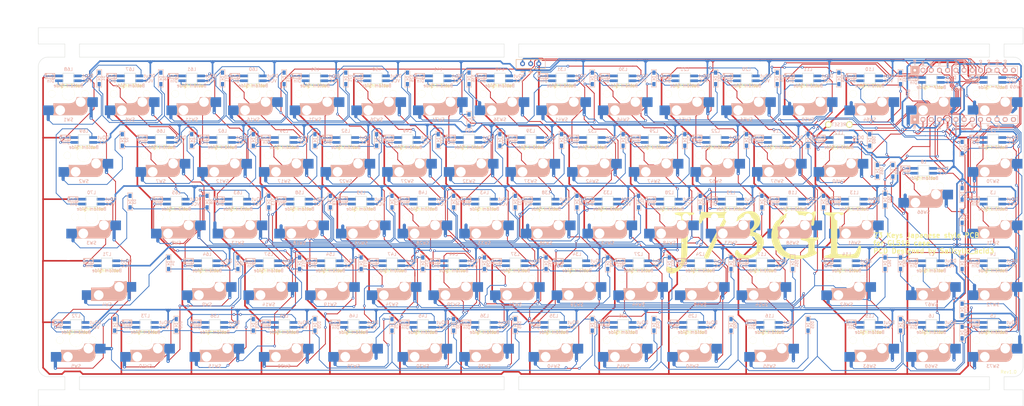
<source format=kicad_pcb>
(kicad_pcb (version 20171130) (host pcbnew "(5.1.10)-1")
  (layers (0 F.Cu signal) (31 B.Cu signal) (34 B.Paste user) (35 F.Paste user) (36 B.SilkS user) (37 F.SilkS user) (38 B.Mask user) (39 F.Mask user) (44 Edge.Cuts user))
  (net 0 "")
  (net 1 "Net-(D1-Pad2)")
  (net 2 Row0)
  (net 3 "Net-(D2-Pad2)")
  (net 4 Row1)
  (net 5 "Net-(D3-Pad2)")
  (net 6 Row2)
  (net 7 "Net-(D4-Pad2)")
  (net 8 Row3)
  (net 9 "Net-(D5-Pad2)")
  (net 10 Row4)
  (net 11 "Net-(D6-Pad2)")
  (net 12 "Net-(D7-Pad2)")
  (net 13 "Net-(D8-Pad2)")
  (net 14 "Net-(D9-Pad2)")
  (net 15 "Net-(D10-Pad2)")
  (net 16 "Net-(D11-Pad2)")
  (net 17 "Net-(D12-Pad2)")
  (net 18 "Net-(D13-Pad2)")
  (net 19 "Net-(D14-Pad2)")
  (net 20 "Net-(D15-Pad2)")
  (net 21 "Net-(D16-Pad2)")
  (net 22 "Net-(D17-Pad2)")
  (net 23 "Net-(D18-Pad2)")
  (net 24 "Net-(D19-Pad2)")
  (net 25 "Net-(D20-Pad2)")
  (net 26 "Net-(D21-Pad2)")
  (net 27 "Net-(D22-Pad2)")
  (net 28 "Net-(D23-Pad2)")
  (net 29 "Net-(D24-Pad2)")
  (net 30 "Net-(D25-Pad2)")
  (net 31 "Net-(D26-Pad2)")
  (net 32 "Net-(D27-Pad2)")
  (net 33 "Net-(D28-Pad2)")
  (net 34 "Net-(D29-Pad2)")
  (net 35 "Net-(D30-Pad2)")
  (net 36 "Net-(D31-Pad2)")
  (net 37 "Net-(D32-Pad2)")
  (net 38 "Net-(D33-Pad2)")
  (net 39 "Net-(D34-Pad2)")
  (net 40 "Net-(D35-Pad2)")
  (net 41 "Net-(D36-Pad1)")
  (net 42 "Net-(D37-Pad1)")
  (net 43 "Net-(D38-Pad1)")
  (net 44 "Net-(D39-Pad1)")
  (net 45 "Net-(D40-Pad1)")
  (net 46 "Net-(D41-Pad1)")
  (net 47 "Net-(D42-Pad1)")
  (net 48 "Net-(D43-Pad1)")
  (net 49 "Net-(D44-Pad1)")
  (net 50 "Net-(D45-Pad1)")
  (net 51 "Net-(D46-Pad1)")
  (net 52 "Net-(D47-Pad1)")
  (net 53 "Net-(D48-Pad1)")
  (net 54 "Net-(D49-Pad1)")
  (net 55 "Net-(D50-Pad1)")
  (net 56 "Net-(D51-Pad1)")
  (net 57 "Net-(D52-Pad1)")
  (net 58 "Net-(D53-Pad1)")
  (net 59 "Net-(D54-Pad1)")
  (net 60 "Net-(D55-Pad1)")
  (net 61 "Net-(D56-Pad1)")
  (net 62 "Net-(D57-Pad1)")
  (net 63 "Net-(D58-Pad1)")
  (net 64 "Net-(D59-Pad1)")
  (net 65 "Net-(D60-Pad1)")
  (net 66 "Net-(D61-Pad1)")
  (net 67 "Net-(D62-Pad1)")
  (net 68 "Net-(D63-Pad1)")
  (net 69 "Net-(D64-Pad1)")
  (net 70 "Net-(D65-Pad1)")
  (net 71 "Net-(D66-Pad1)")
  (net 72 "Net-(D67-Pad1)")
  (net 73 "Net-(D68-Pad1)")
  (net 74 "Net-(D69-Pad1)")
  (net 75 "Net-(D70-Pad1)")
  (net 76 "Net-(D71-Pad1)")
  (net 77 "Net-(D72-Pad1)")
  (net 78 "Net-(D73-Pad1)")
  (net 79 GND)
  (net 80 Bat+)
  (net 81 VCC)
  (net 82 "Net-(L1-Pad1)")
  (net 83 LED)
  (net 84 "Net-(L2-Pad1)")
  (net 85 "Net-(L3-Pad1)")
  (net 86 "Net-(L4-Pad1)")
  (net 87 "Net-(L5-Pad1)")
  (net 88 "Net-(L10-Pad3)")
  (net 89 "Net-(L10-Pad1)")
  (net 90 "Net-(L11-Pad1)")
  (net 91 "Net-(L12-Pad1)")
  (net 92 "Net-(L13-Pad1)")
  (net 93 "Net-(L14-Pad1)")
  (net 94 "Net-(L15-Pad1)")
  (net 95 "Net-(L16-Pad1)")
  (net 96 "Net-(L17-Pad1)")
  (net 97 "Net-(L18-Pad1)")
  (net 98 "Net-(L19-Pad1)")
  (net 99 "Net-(L20-Pad1)")
  (net 100 "Net-(L21-Pad1)")
  (net 101 "Net-(L22-Pad1)")
  (net 102 "Net-(L23-Pad1)")
  (net 103 "Net-(L24-Pad1)")
  (net 104 "Net-(L25-Pad1)")
  (net 105 "Net-(L26-Pad1)")
  (net 106 "Net-(L27-Pad1)")
  (net 107 "Net-(L28-Pad1)")
  (net 108 "Net-(L29-Pad1)")
  (net 109 "Net-(L30-Pad1)")
  (net 110 "Net-(L31-Pad1)")
  (net 111 "Net-(L32-Pad1)")
  (net 112 "Net-(L33-Pad1)")
  (net 113 "Net-(L34-Pad1)")
  (net 114 "Net-(L35-Pad1)")
  (net 115 "Net-(L36-Pad1)")
  (net 116 "Net-(L37-Pad1)")
  (net 117 "Net-(L38-Pad1)")
  (net 118 "Net-(L39-Pad1)")
  (net 119 "Net-(L40-Pad1)")
  (net 120 "Net-(L41-Pad1)")
  (net 121 "Net-(L42-Pad1)")
  (net 122 "Net-(L43-Pad1)")
  (net 123 "Net-(L44-Pad1)")
  (net 124 "Net-(L45-Pad1)")
  (net 125 "Net-(L46-Pad1)")
  (net 126 "Net-(L47-Pad1)")
  (net 127 "Net-(L48-Pad1)")
  (net 128 "Net-(L49-Pad1)")
  (net 129 "Net-(L50-Pad1)")
  (net 130 "Net-(L51-Pad1)")
  (net 131 "Net-(L52-Pad1)")
  (net 132 "Net-(L53-Pad1)")
  (net 133 "Net-(L54-Pad1)")
  (net 134 "Net-(L55-Pad1)")
  (net 135 "Net-(L56-Pad1)")
  (net 136 "Net-(L57-Pad1)")
  (net 137 "Net-(L58-Pad1)")
  (net 138 "Net-(L59-Pad1)")
  (net 139 "Net-(L61-Pad1)")
  (net 140 "Net-(L62-Pad1)")
  (net 141 "Net-(L63-Pad1)")
  (net 142 "Net-(L65-Pad1)")
  (net 143 "Net-(L66-Pad1)")
  (net 144 "Net-(L67-Pad1)")
  (net 145 "Net-(L69-Pad1)")
  (net 146 "Net-(L70-Pad1)")
  (net 147 Col0)
  (net 148 Col1)
  (net 149 Col2)
  (net 150 Col3)
  (net 151 Col4)
  (net 152 Col5)
  (net 153 Col6)
  (net 154 Col7)
  (net 155 Reset)
  (net 156 "Net-(U1-Pad2)")
  (net 157 "Net-(U1-Pad11)")
  (net 158 "Net-(U1-Pad12)")
  (net 159 "Net-(U1-Pad13)")
  (net 160 "Net-(U1-Pad24)")
  (net 161 "Net-(L60-Pad1)")
  (net 162 "Net-(L64-Pad1)")
  (net 163 "Net-(L68-Pad1)")
  (net 164 "Net-(L6-Pad1)")
  (net 165 "Net-(L7-Pad1)")
  (net 166 "Net-(L8-Pad1)")
  (net 167 "Net-(L71-Pad1)")
  (net 168 "Net-(L72-Pad1)")
  (net 169 "Net-(L73-Pad1)")
  (module kbd_SW:CherryMX_Hotswap_1.75u (layer F.Cu) (at 269.081 85.725 180)
    (fp_text reference SW62 (at 0 -8) (layer B.SilkS) (effects (justify mirror)))
    (fp_text value SW_PUSH hide)
    (pad 1 smd rect (at -7 -2.58) (size 3.3 3) (drill (offset 0.45 0)) (layers B.Cu B.Paste B.Mask) (net 152 Col5))
    (pad "" np_thru_hole circle (at -3.81 -2.54) (size 3 3) (drill 3) (layers *.Cu *.Mask))
    (pad "" np_thru_hole circle (at 2.54 -5.08) (size 3 3) (drill 3) (layers *.Cu *.Mask))
    (pad "" np_thru_hole circle (at 0 0 270) (size 4 4) (drill 4) (layers *.Cu *.Mask F.SilkS))
    (pad "" np_thru_hole circle (at 5.08 0 180) (size 2.2 2.2) (drill 2.2) (layers *.Cu *.Mask F.SilkS))
    (pad "" np_thru_hole circle (at -5.08 0 180) (size 2.2 2.2) (drill 2.2) (layers *.Cu *.Mask F.SilkS))
    (pad 2 smd rect (at 5.7 -5.12) (size 3.3 3) (drill (offset -0.45 0)) (layers B.Cu B.Paste B.Mask) (net 67 "Net-(D62-Pad1)"))
  )
  (module kbd_SW:CherryMX_Hotswap_1.75u (layer F.Cu) (at 35.7188 66.675 180)
    (fp_text reference SW3 (at 0 -8) (layer B.SilkS) (effects (justify mirror)))
    (fp_text value SW_PUSH hide)
    (pad 1 smd rect (at -7 -2.58) (size 3.3 3) (drill (offset 0.45 0)) (layers B.Cu B.Paste B.Mask) (net 147 Col0))
    (pad "" np_thru_hole circle (at -3.81 -2.54) (size 3 3) (drill 3) (layers *.Cu *.Mask))
    (pad "" np_thru_hole circle (at 2.54 -5.08) (size 3 3) (drill 3) (layers *.Cu *.Mask))
    (pad "" np_thru_hole circle (at 0 0 270) (size 4 4) (drill 4) (layers *.Cu *.Mask F.SilkS))
    (pad "" np_thru_hole circle (at 5.08 0 180) (size 2.2 2.2) (drill 2.2) (layers *.Cu *.Mask F.SilkS))
    (pad "" np_thru_hole circle (at -5.08 0 180) (size 2.2 2.2) (drill 2.2) (layers *.Cu *.Mask F.SilkS))
    (pad 2 smd rect (at 5.7 -5.12) (size 3.3 3) (drill (offset -0.45 0)) (layers B.Cu B.Paste B.Mask) (net 5 "Net-(D3-Pad2)"))
  )
  (module kbd_SW:CherryMX_Hotswap_1.5u (layer F.Cu) (at 33.3375 47.625 180)
    (fp_text reference SW2 (at 0 -8) (layer B.SilkS) (effects (justify mirror)))
    (fp_text value SW_PUSH hide)
    (pad 1 smd rect (at -7 -2.58) (size 3.3 3) (drill (offset 0.45 0)) (layers B.Cu B.Paste B.Mask) (net 147 Col0))
    (pad "" np_thru_hole circle (at -3.81 -2.54) (size 3 3) (drill 3) (layers *.Cu *.Mask))
    (pad "" np_thru_hole circle (at 2.54 -5.08) (size 3 3) (drill 3) (layers *.Cu *.Mask))
    (pad "" np_thru_hole circle (at 0 0 270) (size 4 4) (drill 4) (layers *.Cu *.Mask F.SilkS))
    (pad "" np_thru_hole circle (at 5.08 0 180) (size 2.2 2.2) (drill 2.2) (layers *.Cu *.Mask F.SilkS))
    (pad "" np_thru_hole circle (at -5.08 0 180) (size 1.8 1.8) (drill 1.8) (layers *.Cu *.Mask F.SilkS))
    (pad 2 smd rect (at 5.7 -5.12) (size 3.3 3) (drill (offset -0.45 0)) (layers B.Cu B.Paste B.Mask) (net 3 "Net-(D2-Pad2)"))
  )
  (module kbd_Parts:LED_SK6812MINI-E_BL (layer B.Cu) (at 85.725 23.8125)
    (fp_text reference L60 (at 0 -2.8) (layer B.SilkS) (effects (justify mirror)))
    (fp_text value SK6812MINI)
    (fp_line (start 1.75 1.6) (end -1.75 1.6) (layer Edge.Cuts) (width 0.12))
    (fp_line (start 1.75 -1.6) (end 1.75 1.6) (layer Edge.Cuts) (width 0.12))
    (fp_line (start -1.75 -1.6) (end 1.75 -1.6) (layer Edge.Cuts) (width 0.12))
    (fp_line (start -1.75 1.6) (end -1.75 -1.6) (layer Edge.Cuts) (width 0.12))
    (fp_text user Gnd (at -5.69 -0.7) (layer B.SilkS) (effects (justify mirror)))
    (fp_text user DIn (at -5.49 0.79) (layer B.SilkS) (effects (justify mirror)))
    (fp_text user DOut (at 6.03 -0.75) (layer B.SilkS) (effects (justify mirror)))
    (fp_text user VCC (at 5.82 0.75) (layer B.SilkS) (effects (justify mirror)))
    (fp_text user "Light Side" (at 0 2.25) (layer F.SilkS))
    (fp_text user "Bottom Side" (at 0 2.25) (layer B.SilkS) (effects (justify mirror)))
    (pad 4 smd rect (at 2.5 0.75) (size 2.5 0.82) (drill (offset 0.35 0)) (layers B.Cu B.Paste B.Mask) (net 81 VCC))
    (pad 1 smd rect (at 2.5 -0.75) (size 2.5 0.82) (drill (offset 0.35 0)) (layers B.Cu B.Paste B.Mask) (net 161 "Net-(L60-Pad1)"))
    (pad 2 smd rect (at -2.5 -0.75) (size 2.5 0.82) (drill (offset -0.35 0)) (layers B.Cu B.Paste B.Mask) (net 79 GND))
    (pad 3 smd rect (at -2.5 0.75) (size 2.5 0.82) (drill (offset -0.35 0)) (layers B.Cu B.Paste B.Mask) (net 138 "Net-(L59-Pad1)"))
  )
  (module kbd_Parts:LED_SK6812MINI-E_BL (layer B.Cu) (at 95.25 42.8625)
    (fp_text reference L59 (at 0 -2.8) (layer B.SilkS) (effects (justify mirror)))
    (fp_text value SK6812MINI)
    (fp_line (start 1.75 1.6) (end -1.75 1.6) (layer Edge.Cuts) (width 0.12))
    (fp_line (start 1.75 -1.6) (end 1.75 1.6) (layer Edge.Cuts) (width 0.12))
    (fp_line (start -1.75 -1.6) (end 1.75 -1.6) (layer Edge.Cuts) (width 0.12))
    (fp_line (start -1.75 1.6) (end -1.75 -1.6) (layer Edge.Cuts) (width 0.12))
    (fp_text user Gnd (at -5.69 -0.7) (layer B.SilkS) (effects (justify mirror)))
    (fp_text user DIn (at -5.49 0.79) (layer B.SilkS) (effects (justify mirror)))
    (fp_text user DOut (at 6.03 -0.75) (layer B.SilkS) (effects (justify mirror)))
    (fp_text user VCC (at 5.82 0.75) (layer B.SilkS) (effects (justify mirror)))
    (fp_text user "Light Side" (at 0 2.25) (layer F.SilkS))
    (fp_text user "Bottom Side" (at 0 2.25) (layer B.SilkS) (effects (justify mirror)))
    (pad 4 smd rect (at 2.5 0.75) (size 2.5 0.82) (drill (offset 0.35 0)) (layers B.Cu B.Paste B.Mask) (net 81 VCC))
    (pad 1 smd rect (at 2.5 -0.75) (size 2.5 0.82) (drill (offset 0.35 0)) (layers B.Cu B.Paste B.Mask) (net 138 "Net-(L59-Pad1)"))
    (pad 2 smd rect (at -2.5 -0.75) (size 2.5 0.82) (drill (offset -0.35 0)) (layers B.Cu B.Paste B.Mask) (net 79 GND))
    (pad 3 smd rect (at -2.5 0.75) (size 2.5 0.82) (drill (offset -0.35 0)) (layers B.Cu B.Paste B.Mask) (net 137 "Net-(L58-Pad1)"))
  )
  (module kbd_Parts:LED_SK6812MINI-E_BL (layer B.Cu) (at 100.012 61.9125)
    (fp_text reference L58 (at 0 -2.8) (layer B.SilkS) (effects (justify mirror)))
    (fp_text value SK6812MINI)
    (fp_line (start 1.75 1.6) (end -1.75 1.6) (layer Edge.Cuts) (width 0.12))
    (fp_line (start 1.75 -1.6) (end 1.75 1.6) (layer Edge.Cuts) (width 0.12))
    (fp_line (start -1.75 -1.6) (end 1.75 -1.6) (layer Edge.Cuts) (width 0.12))
    (fp_line (start -1.75 1.6) (end -1.75 -1.6) (layer Edge.Cuts) (width 0.12))
    (fp_text user Gnd (at -5.69 -0.7) (layer B.SilkS) (effects (justify mirror)))
    (fp_text user DIn (at -5.49 0.79) (layer B.SilkS) (effects (justify mirror)))
    (fp_text user DOut (at 6.03 -0.75) (layer B.SilkS) (effects (justify mirror)))
    (fp_text user VCC (at 5.82 0.75) (layer B.SilkS) (effects (justify mirror)))
    (fp_text user "Light Side" (at 0 2.25) (layer F.SilkS))
    (fp_text user "Bottom Side" (at 0 2.25) (layer B.SilkS) (effects (justify mirror)))
    (pad 4 smd rect (at 2.5 0.75) (size 2.5 0.82) (drill (offset 0.35 0)) (layers B.Cu B.Paste B.Mask) (net 81 VCC))
    (pad 1 smd rect (at 2.5 -0.75) (size 2.5 0.82) (drill (offset 0.35 0)) (layers B.Cu B.Paste B.Mask) (net 137 "Net-(L58-Pad1)"))
    (pad 2 smd rect (at -2.5 -0.75) (size 2.5 0.82) (drill (offset -0.35 0)) (layers B.Cu B.Paste B.Mask) (net 79 GND))
    (pad 3 smd rect (at -2.5 0.75) (size 2.5 0.82) (drill (offset -0.35 0)) (layers B.Cu B.Paste B.Mask) (net 136 "Net-(L57-Pad1)"))
  )
  (module kbd_Parts:LED_SK6812MINI-E_BL (layer B.Cu) (at 90.4875 80.9625)
    (fp_text reference L57 (at 0 -2.8) (layer B.SilkS) (effects (justify mirror)))
    (fp_text value SK6812MINI)
    (fp_line (start 1.75 1.6) (end -1.75 1.6) (layer Edge.Cuts) (width 0.12))
    (fp_line (start 1.75 -1.6) (end 1.75 1.6) (layer Edge.Cuts) (width 0.12))
    (fp_line (start -1.75 -1.6) (end 1.75 -1.6) (layer Edge.Cuts) (width 0.12))
    (fp_line (start -1.75 1.6) (end -1.75 -1.6) (layer Edge.Cuts) (width 0.12))
    (fp_text user Gnd (at -5.69 -0.7) (layer B.SilkS) (effects (justify mirror)))
    (fp_text user DIn (at -5.49 0.79) (layer B.SilkS) (effects (justify mirror)))
    (fp_text user DOut (at 6.03 -0.75) (layer B.SilkS) (effects (justify mirror)))
    (fp_text user VCC (at 5.82 0.75) (layer B.SilkS) (effects (justify mirror)))
    (fp_text user "Light Side" (at 0 2.25) (layer F.SilkS))
    (fp_text user "Bottom Side" (at 0 2.25) (layer B.SilkS) (effects (justify mirror)))
    (pad 4 smd rect (at 2.5 0.75) (size 2.5 0.82) (drill (offset 0.35 0)) (layers B.Cu B.Paste B.Mask) (net 81 VCC))
    (pad 1 smd rect (at 2.5 -0.75) (size 2.5 0.82) (drill (offset 0.35 0)) (layers B.Cu B.Paste B.Mask) (net 136 "Net-(L57-Pad1)"))
    (pad 2 smd rect (at -2.5 -0.75) (size 2.5 0.82) (drill (offset -0.35 0)) (layers B.Cu B.Paste B.Mask) (net 79 GND))
    (pad 3 smd rect (at -2.5 0.75) (size 2.5 0.82) (drill (offset -0.35 0)) (layers B.Cu B.Paste B.Mask) (net 135 "Net-(L56-Pad1)"))
  )
  (module kbd_Parts:LED_SK6812MINI-E_BL (layer B.Cu) (at 73.8188 100.012)
    (fp_text reference L56 (at 0 -2.8) (layer B.SilkS) (effects (justify mirror)))
    (fp_text value SK6812MINI)
    (fp_line (start 1.75 1.6) (end -1.75 1.6) (layer Edge.Cuts) (width 0.12))
    (fp_line (start 1.75 -1.6) (end 1.75 1.6) (layer Edge.Cuts) (width 0.12))
    (fp_line (start -1.75 -1.6) (end 1.75 -1.6) (layer Edge.Cuts) (width 0.12))
    (fp_line (start -1.75 1.6) (end -1.75 -1.6) (layer Edge.Cuts) (width 0.12))
    (fp_text user Gnd (at -5.69 -0.7) (layer B.SilkS) (effects (justify mirror)))
    (fp_text user DIn (at -5.49 0.79) (layer B.SilkS) (effects (justify mirror)))
    (fp_text user DOut (at 6.03 -0.75) (layer B.SilkS) (effects (justify mirror)))
    (fp_text user VCC (at 5.82 0.75) (layer B.SilkS) (effects (justify mirror)))
    (fp_text user "Light Side" (at 0 2.25) (layer F.SilkS))
    (fp_text user "Bottom Side" (at 0 2.25) (layer B.SilkS) (effects (justify mirror)))
    (pad 4 smd rect (at 2.5 0.75) (size 2.5 0.82) (drill (offset 0.35 0)) (layers B.Cu B.Paste B.Mask) (net 81 VCC))
    (pad 1 smd rect (at 2.5 -0.75) (size 2.5 0.82) (drill (offset 0.35 0)) (layers B.Cu B.Paste B.Mask) (net 135 "Net-(L56-Pad1)"))
    (pad 2 smd rect (at -2.5 -0.75) (size 2.5 0.82) (drill (offset -0.35 0)) (layers B.Cu B.Paste B.Mask) (net 79 GND))
    (pad 3 smd rect (at -2.5 0.75) (size 2.5 0.82) (drill (offset -0.35 0)) (layers B.Cu B.Paste B.Mask) (net 134 "Net-(L55-Pad1)"))
  )
  (module kbd_Parts:LED_SK6812MINI-E_BL (layer B.Cu) (at 95.25 100.012)
    (fp_text reference L55 (at 0 -2.8) (layer B.SilkS) (effects (justify mirror)))
    (fp_text value SK6812MINI)
    (fp_line (start 1.75 1.6) (end -1.75 1.6) (layer Edge.Cuts) (width 0.12))
    (fp_line (start 1.75 -1.6) (end 1.75 1.6) (layer Edge.Cuts) (width 0.12))
    (fp_line (start -1.75 -1.6) (end 1.75 -1.6) (layer Edge.Cuts) (width 0.12))
    (fp_line (start -1.75 1.6) (end -1.75 -1.6) (layer Edge.Cuts) (width 0.12))
    (fp_text user Gnd (at -5.69 -0.7) (layer B.SilkS) (effects (justify mirror)))
    (fp_text user DIn (at -5.49 0.79) (layer B.SilkS) (effects (justify mirror)))
    (fp_text user DOut (at 6.03 -0.75) (layer B.SilkS) (effects (justify mirror)))
    (fp_text user VCC (at 5.82 0.75) (layer B.SilkS) (effects (justify mirror)))
    (fp_text user "Light Side" (at 0 2.25) (layer F.SilkS))
    (fp_text user "Bottom Side" (at 0 2.25) (layer B.SilkS) (effects (justify mirror)))
    (pad 4 smd rect (at 2.5 0.75) (size 2.5 0.82) (drill (offset 0.35 0)) (layers B.Cu B.Paste B.Mask) (net 81 VCC))
    (pad 1 smd rect (at 2.5 -0.75) (size 2.5 0.82) (drill (offset 0.35 0)) (layers B.Cu B.Paste B.Mask) (net 134 "Net-(L55-Pad1)"))
    (pad 2 smd rect (at -2.5 -0.75) (size 2.5 0.82) (drill (offset -0.35 0)) (layers B.Cu B.Paste B.Mask) (net 79 GND))
    (pad 3 smd rect (at -2.5 0.75) (size 2.5 0.82) (drill (offset -0.35 0)) (layers B.Cu B.Paste B.Mask) (net 133 "Net-(L54-Pad1)"))
  )
  (module kbd_Parts:LED_SK6812MINI-E_BL (layer B.Cu) (at 109.538 80.9625)
    (fp_text reference L54 (at 0 -2.8) (layer B.SilkS) (effects (justify mirror)))
    (fp_text value SK6812MINI)
    (fp_line (start 1.75 1.6) (end -1.75 1.6) (layer Edge.Cuts) (width 0.12))
    (fp_line (start 1.75 -1.6) (end 1.75 1.6) (layer Edge.Cuts) (width 0.12))
    (fp_line (start -1.75 -1.6) (end 1.75 -1.6) (layer Edge.Cuts) (width 0.12))
    (fp_line (start -1.75 1.6) (end -1.75 -1.6) (layer Edge.Cuts) (width 0.12))
    (fp_text user Gnd (at -5.69 -0.7) (layer B.SilkS) (effects (justify mirror)))
    (fp_text user DIn (at -5.49 0.79) (layer B.SilkS) (effects (justify mirror)))
    (fp_text user DOut (at 6.03 -0.75) (layer B.SilkS) (effects (justify mirror)))
    (fp_text user VCC (at 5.82 0.75) (layer B.SilkS) (effects (justify mirror)))
    (fp_text user "Light Side" (at 0 2.25) (layer F.SilkS))
    (fp_text user "Bottom Side" (at 0 2.25) (layer B.SilkS) (effects (justify mirror)))
    (pad 4 smd rect (at 2.5 0.75) (size 2.5 0.82) (drill (offset 0.35 0)) (layers B.Cu B.Paste B.Mask) (net 81 VCC))
    (pad 1 smd rect (at 2.5 -0.75) (size 2.5 0.82) (drill (offset 0.35 0)) (layers B.Cu B.Paste B.Mask) (net 133 "Net-(L54-Pad1)"))
    (pad 2 smd rect (at -2.5 -0.75) (size 2.5 0.82) (drill (offset -0.35 0)) (layers B.Cu B.Paste B.Mask) (net 79 GND))
    (pad 3 smd rect (at -2.5 0.75) (size 2.5 0.82) (drill (offset -0.35 0)) (layers B.Cu B.Paste B.Mask) (net 132 "Net-(L53-Pad1)"))
  )
  (module kbd_Parts:LED_SK6812MINI-E_BL (layer B.Cu) (at 161.925 23.8125)
    (fp_text reference L40 (at 0 -2.8) (layer B.SilkS) (effects (justify mirror)))
    (fp_text value SK6812MINI)
    (fp_line (start 1.75 1.6) (end -1.75 1.6) (layer Edge.Cuts) (width 0.12))
    (fp_line (start 1.75 -1.6) (end 1.75 1.6) (layer Edge.Cuts) (width 0.12))
    (fp_line (start -1.75 -1.6) (end 1.75 -1.6) (layer Edge.Cuts) (width 0.12))
    (fp_line (start -1.75 1.6) (end -1.75 -1.6) (layer Edge.Cuts) (width 0.12))
    (fp_text user Gnd (at -5.69 -0.7) (layer B.SilkS) (effects (justify mirror)))
    (fp_text user DIn (at -5.49 0.79) (layer B.SilkS) (effects (justify mirror)))
    (fp_text user DOut (at 6.03 -0.75) (layer B.SilkS) (effects (justify mirror)))
    (fp_text user VCC (at 5.82 0.75) (layer B.SilkS) (effects (justify mirror)))
    (fp_text user "Light Side" (at 0 2.25) (layer F.SilkS))
    (fp_text user "Bottom Side" (at 0 2.25) (layer B.SilkS) (effects (justify mirror)))
    (pad 4 smd rect (at 2.5 0.75) (size 2.5 0.82) (drill (offset 0.35 0)) (layers B.Cu B.Paste B.Mask) (net 81 VCC))
    (pad 1 smd rect (at 2.5 -0.75) (size 2.5 0.82) (drill (offset 0.35 0)) (layers B.Cu B.Paste B.Mask) (net 119 "Net-(L40-Pad1)"))
    (pad 2 smd rect (at -2.5 -0.75) (size 2.5 0.82) (drill (offset -0.35 0)) (layers B.Cu B.Paste B.Mask) (net 79 GND))
    (pad 3 smd rect (at -2.5 0.75) (size 2.5 0.82) (drill (offset -0.35 0)) (layers B.Cu B.Paste B.Mask) (net 118 "Net-(L39-Pad1)"))
  )
  (module kbd_Parts:LED_SK6812MINI-E_BL (layer B.Cu) (at 238.125 23.8125)
    (fp_text reference L20 (at 0 -2.8) (layer B.SilkS) (effects (justify mirror)))
    (fp_text value SK6812MINI)
    (fp_line (start 1.75 1.6) (end -1.75 1.6) (layer Edge.Cuts) (width 0.12))
    (fp_line (start 1.75 -1.6) (end 1.75 1.6) (layer Edge.Cuts) (width 0.12))
    (fp_line (start -1.75 -1.6) (end 1.75 -1.6) (layer Edge.Cuts) (width 0.12))
    (fp_line (start -1.75 1.6) (end -1.75 -1.6) (layer Edge.Cuts) (width 0.12))
    (fp_text user Gnd (at -5.69 -0.7) (layer B.SilkS) (effects (justify mirror)))
    (fp_text user DIn (at -5.49 0.79) (layer B.SilkS) (effects (justify mirror)))
    (fp_text user DOut (at 6.03 -0.75) (layer B.SilkS) (effects (justify mirror)))
    (fp_text user VCC (at 5.82 0.75) (layer B.SilkS) (effects (justify mirror)))
    (fp_text user "Light Side" (at 0 2.25) (layer F.SilkS))
    (fp_text user "Bottom Side" (at 0 2.25) (layer B.SilkS) (effects (justify mirror)))
    (pad 4 smd rect (at 2.5 0.75) (size 2.5 0.82) (drill (offset 0.35 0)) (layers B.Cu B.Paste B.Mask) (net 81 VCC))
    (pad 1 smd rect (at 2.5 -0.75) (size 2.5 0.82) (drill (offset 0.35 0)) (layers B.Cu B.Paste B.Mask) (net 99 "Net-(L20-Pad1)"))
    (pad 2 smd rect (at -2.5 -0.75) (size 2.5 0.82) (drill (offset -0.35 0)) (layers B.Cu B.Paste B.Mask) (net 79 GND))
    (pad 3 smd rect (at -2.5 0.75) (size 2.5 0.82) (drill (offset -0.35 0)) (layers B.Cu B.Paste B.Mask) (net 98 "Net-(L19-Pad1)"))
  )
  (module kbd_Parts:LED_SK6812MINI-E_BL (layer B.Cu) (at 171.45 42.8625)
    (fp_text reference L39 (at 0 -2.8) (layer B.SilkS) (effects (justify mirror)))
    (fp_text value SK6812MINI)
    (fp_line (start 1.75 1.6) (end -1.75 1.6) (layer Edge.Cuts) (width 0.12))
    (fp_line (start 1.75 -1.6) (end 1.75 1.6) (layer Edge.Cuts) (width 0.12))
    (fp_line (start -1.75 -1.6) (end 1.75 -1.6) (layer Edge.Cuts) (width 0.12))
    (fp_line (start -1.75 1.6) (end -1.75 -1.6) (layer Edge.Cuts) (width 0.12))
    (fp_text user Gnd (at -5.69 -0.7) (layer B.SilkS) (effects (justify mirror)))
    (fp_text user DIn (at -5.49 0.79) (layer B.SilkS) (effects (justify mirror)))
    (fp_text user DOut (at 6.03 -0.75) (layer B.SilkS) (effects (justify mirror)))
    (fp_text user VCC (at 5.82 0.75) (layer B.SilkS) (effects (justify mirror)))
    (fp_text user "Light Side" (at 0 2.25) (layer F.SilkS))
    (fp_text user "Bottom Side" (at 0 2.25) (layer B.SilkS) (effects (justify mirror)))
    (pad 4 smd rect (at 2.5 0.75) (size 2.5 0.82) (drill (offset 0.35 0)) (layers B.Cu B.Paste B.Mask) (net 81 VCC))
    (pad 1 smd rect (at 2.5 -0.75) (size 2.5 0.82) (drill (offset 0.35 0)) (layers B.Cu B.Paste B.Mask) (net 118 "Net-(L39-Pad1)"))
    (pad 2 smd rect (at -2.5 -0.75) (size 2.5 0.82) (drill (offset -0.35 0)) (layers B.Cu B.Paste B.Mask) (net 79 GND))
    (pad 3 smd rect (at -2.5 0.75) (size 2.5 0.82) (drill (offset -0.35 0)) (layers B.Cu B.Paste B.Mask) (net 117 "Net-(L38-Pad1)"))
  )
  (module kbd_Parts:LED_SK6812MINI-E_BL (layer B.Cu) (at 247.65 42.8625)
    (fp_text reference L19 (at 0 -2.8) (layer B.SilkS) (effects (justify mirror)))
    (fp_text value SK6812MINI)
    (fp_line (start 1.75 1.6) (end -1.75 1.6) (layer Edge.Cuts) (width 0.12))
    (fp_line (start 1.75 -1.6) (end 1.75 1.6) (layer Edge.Cuts) (width 0.12))
    (fp_line (start -1.75 -1.6) (end 1.75 -1.6) (layer Edge.Cuts) (width 0.12))
    (fp_line (start -1.75 1.6) (end -1.75 -1.6) (layer Edge.Cuts) (width 0.12))
    (fp_text user Gnd (at -5.69 -0.7) (layer B.SilkS) (effects (justify mirror)))
    (fp_text user DIn (at -5.49 0.79) (layer B.SilkS) (effects (justify mirror)))
    (fp_text user DOut (at 6.3 -0.7625) (layer B.SilkS) (effects (justify mirror)))
    (fp_text user VCC (at 5.9 0.7375) (layer B.SilkS) (effects (justify mirror)))
    (fp_text user "Light Side" (at 0 2.25) (layer F.SilkS))
    (fp_text user "Bottom Side" (at 0 2.25) (layer B.SilkS) (effects (justify mirror)))
    (pad 4 smd rect (at 2.5 0.75) (size 2.5 0.82) (drill (offset 0.35 0)) (layers B.Cu B.Paste B.Mask) (net 81 VCC))
    (pad 1 smd rect (at 2.5 -0.75) (size 2.5 0.82) (drill (offset 0.35 0)) (layers B.Cu B.Paste B.Mask) (net 98 "Net-(L19-Pad1)"))
    (pad 2 smd rect (at -2.5 -0.75) (size 2.5 0.82) (drill (offset -0.35 0)) (layers B.Cu B.Paste B.Mask) (net 79 GND))
    (pad 3 smd rect (at -2.5 0.75) (size 2.5 0.82) (drill (offset -0.35 0)) (layers B.Cu B.Paste B.Mask) (net 97 "Net-(L18-Pad1)"))
  )
  (module kbd_Parts:LED_SK6812MINI-E_BL (layer B.Cu) (at 176.212 61.9125)
    (fp_text reference L38 (at 0 -2.8) (layer B.SilkS) (effects (justify mirror)))
    (fp_text value SK6812MINI)
    (fp_line (start 1.75 1.6) (end -1.75 1.6) (layer Edge.Cuts) (width 0.12))
    (fp_line (start 1.75 -1.6) (end 1.75 1.6) (layer Edge.Cuts) (width 0.12))
    (fp_line (start -1.75 -1.6) (end 1.75 -1.6) (layer Edge.Cuts) (width 0.12))
    (fp_line (start -1.75 1.6) (end -1.75 -1.6) (layer Edge.Cuts) (width 0.12))
    (fp_text user Gnd (at -5.69 -0.7) (layer B.SilkS) (effects (justify mirror)))
    (fp_text user DIn (at -5.49 0.79) (layer B.SilkS) (effects (justify mirror)))
    (fp_text user DOut (at 6.03 -0.75) (layer B.SilkS) (effects (justify mirror)))
    (fp_text user VCC (at 5.82 0.75) (layer B.SilkS) (effects (justify mirror)))
    (fp_text user "Light Side" (at 0 2.25) (layer F.SilkS))
    (fp_text user "Bottom Side" (at 0 2.25) (layer B.SilkS) (effects (justify mirror)))
    (pad 4 smd rect (at 2.5 0.75) (size 2.5 0.82) (drill (offset 0.35 0)) (layers B.Cu B.Paste B.Mask) (net 81 VCC))
    (pad 1 smd rect (at 2.5 -0.75) (size 2.5 0.82) (drill (offset 0.35 0)) (layers B.Cu B.Paste B.Mask) (net 117 "Net-(L38-Pad1)"))
    (pad 2 smd rect (at -2.5 -0.75) (size 2.5 0.82) (drill (offset -0.35 0)) (layers B.Cu B.Paste B.Mask) (net 79 GND))
    (pad 3 smd rect (at -2.5 0.75) (size 2.5 0.82) (drill (offset -0.35 0)) (layers B.Cu B.Paste B.Mask) (net 116 "Net-(L37-Pad1)"))
  )
  (module kbd_Parts:LED_SK6812MINI-E_BL (layer B.Cu) (at 252.412 61.9125)
    (fp_text reference L18 (at 0 -2.8) (layer B.SilkS) (effects (justify mirror)))
    (fp_text value SK6812MINI)
    (fp_line (start 1.75 1.6) (end -1.75 1.6) (layer Edge.Cuts) (width 0.12))
    (fp_line (start 1.75 -1.6) (end 1.75 1.6) (layer Edge.Cuts) (width 0.12))
    (fp_line (start -1.75 -1.6) (end 1.75 -1.6) (layer Edge.Cuts) (width 0.12))
    (fp_line (start -1.75 1.6) (end -1.75 -1.6) (layer Edge.Cuts) (width 0.12))
    (fp_text user Gnd (at -5.69 -0.7) (layer B.SilkS) (effects (justify mirror)))
    (fp_text user DIn (at -5.49 0.79) (layer B.SilkS) (effects (justify mirror)))
    (fp_text user DOut (at 6.03 -0.75) (layer B.SilkS) (effects (justify mirror)))
    (fp_text user VCC (at 5.82 0.75) (layer B.SilkS) (effects (justify mirror)))
    (fp_text user "Light Side" (at 0 2.25) (layer F.SilkS))
    (fp_text user "Bottom Side" (at 0 2.25) (layer B.SilkS) (effects (justify mirror)))
    (pad 4 smd rect (at 2.5 0.75) (size 2.5 0.82) (drill (offset 0.35 0)) (layers B.Cu B.Paste B.Mask) (net 81 VCC))
    (pad 1 smd rect (at 2.5 -0.75) (size 2.5 0.82) (drill (offset 0.35 0)) (layers B.Cu B.Paste B.Mask) (net 97 "Net-(L18-Pad1)"))
    (pad 2 smd rect (at -2.5 -0.75) (size 2.5 0.82) (drill (offset -0.35 0)) (layers B.Cu B.Paste B.Mask) (net 79 GND))
    (pad 3 smd rect (at -2.5 0.75) (size 2.5 0.82) (drill (offset -0.35 0)) (layers B.Cu B.Paste B.Mask) (net 96 "Net-(L17-Pad1)"))
  )
  (module kbd_Parts:LED_SK6812MINI-E_BL (layer B.Cu) (at 166.688 80.9625)
    (fp_text reference L37 (at 0 -2.8) (layer B.SilkS) (effects (justify mirror)))
    (fp_text value SK6812MINI)
    (fp_line (start 1.75 1.6) (end -1.75 1.6) (layer Edge.Cuts) (width 0.12))
    (fp_line (start 1.75 -1.6) (end 1.75 1.6) (layer Edge.Cuts) (width 0.12))
    (fp_line (start -1.75 -1.6) (end 1.75 -1.6) (layer Edge.Cuts) (width 0.12))
    (fp_line (start -1.75 1.6) (end -1.75 -1.6) (layer Edge.Cuts) (width 0.12))
    (fp_text user Gnd (at -5.69 -0.7) (layer B.SilkS) (effects (justify mirror)))
    (fp_text user DIn (at -5.49 0.79) (layer B.SilkS) (effects (justify mirror)))
    (fp_text user DOut (at 6.03 -0.75) (layer B.SilkS) (effects (justify mirror)))
    (fp_text user VCC (at 5.82 0.75) (layer B.SilkS) (effects (justify mirror)))
    (fp_text user "Light Side" (at 0 2.25) (layer F.SilkS))
    (fp_text user "Bottom Side" (at 0 2.25) (layer B.SilkS) (effects (justify mirror)))
    (pad 4 smd rect (at 2.5 0.75) (size 2.5 0.82) (drill (offset 0.35 0)) (layers B.Cu B.Paste B.Mask) (net 81 VCC))
    (pad 1 smd rect (at 2.5 -0.75) (size 2.5 0.82) (drill (offset 0.35 0)) (layers B.Cu B.Paste B.Mask) (net 116 "Net-(L37-Pad1)"))
    (pad 2 smd rect (at -2.5 -0.75) (size 2.5 0.82) (drill (offset -0.35 0)) (layers B.Cu B.Paste B.Mask) (net 79 GND))
    (pad 3 smd rect (at -2.5 0.75) (size 2.5 0.82) (drill (offset -0.35 0)) (layers B.Cu B.Paste B.Mask) (net 115 "Net-(L36-Pad1)"))
  )
  (module kbd_Parts:LED_SK6812MINI-E_BL (layer B.Cu) (at 242.888 80.9625)
    (fp_text reference L17 (at 0 -2.8) (layer B.SilkS) (effects (justify mirror)))
    (fp_text value SK6812MINI)
    (fp_line (start 1.75 1.6) (end -1.75 1.6) (layer Edge.Cuts) (width 0.12))
    (fp_line (start 1.75 -1.6) (end 1.75 1.6) (layer Edge.Cuts) (width 0.12))
    (fp_line (start -1.75 -1.6) (end 1.75 -1.6) (layer Edge.Cuts) (width 0.12))
    (fp_line (start -1.75 1.6) (end -1.75 -1.6) (layer Edge.Cuts) (width 0.12))
    (fp_text user Gnd (at -5.69 -0.7) (layer B.SilkS) (effects (justify mirror)))
    (fp_text user DIn (at -5.49 0.79) (layer B.SilkS) (effects (justify mirror)))
    (fp_text user DOut (at 6.03 -0.75) (layer B.SilkS) (effects (justify mirror)))
    (fp_text user VCC (at 5.82 0.75) (layer B.SilkS) (effects (justify mirror)))
    (fp_text user "Light Side" (at 0 2.25) (layer F.SilkS))
    (fp_text user "Bottom Side" (at 0 2.25) (layer B.SilkS) (effects (justify mirror)))
    (pad 4 smd rect (at 2.5 0.75) (size 2.5 0.82) (drill (offset 0.35 0)) (layers B.Cu B.Paste B.Mask) (net 81 VCC))
    (pad 1 smd rect (at 2.5 -0.75) (size 2.5 0.82) (drill (offset 0.35 0)) (layers B.Cu B.Paste B.Mask) (net 96 "Net-(L17-Pad1)"))
    (pad 2 smd rect (at -2.5 -0.75) (size 2.5 0.82) (drill (offset -0.35 0)) (layers B.Cu B.Paste B.Mask) (net 79 GND))
    (pad 3 smd rect (at -2.5 0.75) (size 2.5 0.82) (drill (offset -0.35 0)) (layers B.Cu B.Paste B.Mask) (net 95 "Net-(L16-Pad1)"))
  )
  (module kbd_Parts:LED_SK6812MINI-E_BL (layer B.Cu) (at 157.162 100.012)
    (fp_text reference L36 (at 0 -2.8) (layer B.SilkS) (effects (justify mirror)))
    (fp_text value SK6812MINI)
    (fp_line (start 1.75 1.6) (end -1.75 1.6) (layer Edge.Cuts) (width 0.12))
    (fp_line (start 1.75 -1.6) (end 1.75 1.6) (layer Edge.Cuts) (width 0.12))
    (fp_line (start -1.75 -1.6) (end 1.75 -1.6) (layer Edge.Cuts) (width 0.12))
    (fp_line (start -1.75 1.6) (end -1.75 -1.6) (layer Edge.Cuts) (width 0.12))
    (fp_text user Gnd (at -5.69 -0.7) (layer B.SilkS) (effects (justify mirror)))
    (fp_text user DIn (at -5.49 0.79) (layer B.SilkS) (effects (justify mirror)))
    (fp_text user DOut (at 6.03 -0.75) (layer B.SilkS) (effects (justify mirror)))
    (fp_text user VCC (at 5.82 0.75) (layer B.SilkS) (effects (justify mirror)))
    (fp_text user "Light Side" (at 0 2.25) (layer F.SilkS))
    (fp_text user "Bottom Side" (at 0 2.25) (layer B.SilkS) (effects (justify mirror)))
    (pad 4 smd rect (at 2.5 0.75) (size 2.5 0.82) (drill (offset 0.35 0)) (layers B.Cu B.Paste B.Mask) (net 81 VCC))
    (pad 1 smd rect (at 2.5 -0.75) (size 2.5 0.82) (drill (offset 0.35 0)) (layers B.Cu B.Paste B.Mask) (net 115 "Net-(L36-Pad1)"))
    (pad 2 smd rect (at -2.5 -0.75) (size 2.5 0.82) (drill (offset -0.35 0)) (layers B.Cu B.Paste B.Mask) (net 79 GND))
    (pad 3 smd rect (at -2.5 0.75) (size 2.5 0.82) (drill (offset -0.35 0)) (layers B.Cu B.Paste B.Mask) (net 114 "Net-(L35-Pad1)"))
  )
  (module kbd_Parts:LED_SK6812MINI-E_BL (layer B.Cu) (at 245.269 100.012)
    (fp_text reference L16 (at 0 -2.8) (layer B.SilkS) (effects (justify mirror)))
    (fp_text value SK6812MINI)
    (fp_line (start 1.75 1.6) (end -1.75 1.6) (layer Edge.Cuts) (width 0.12))
    (fp_line (start 1.75 -1.6) (end 1.75 1.6) (layer Edge.Cuts) (width 0.12))
    (fp_line (start -1.75 -1.6) (end 1.75 -1.6) (layer Edge.Cuts) (width 0.12))
    (fp_line (start -1.75 1.6) (end -1.75 -1.6) (layer Edge.Cuts) (width 0.12))
    (fp_text user Gnd (at -5.69 -0.7) (layer B.SilkS) (effects (justify mirror)))
    (fp_text user DIn (at -5.49 0.79) (layer B.SilkS) (effects (justify mirror)))
    (fp_text user DOut (at 6.03 -0.75) (layer B.SilkS) (effects (justify mirror)))
    (fp_text user VCC (at 5.82 0.75) (layer B.SilkS) (effects (justify mirror)))
    (fp_text user "Light Side" (at 0 2.25) (layer F.SilkS))
    (fp_text user "Bottom Side" (at 0 2.25) (layer B.SilkS) (effects (justify mirror)))
    (pad 4 smd rect (at 2.5 0.75) (size 2.5 0.82) (drill (offset 0.35 0)) (layers B.Cu B.Paste B.Mask) (net 81 VCC))
    (pad 1 smd rect (at 2.5 -0.75) (size 2.5 0.82) (drill (offset 0.35 0)) (layers B.Cu B.Paste B.Mask) (net 95 "Net-(L16-Pad1)"))
    (pad 2 smd rect (at -2.5 -0.75) (size 2.5 0.82) (drill (offset -0.35 0)) (layers B.Cu B.Paste B.Mask) (net 79 GND))
    (pad 3 smd rect (at -2.5 0.75) (size 2.5 0.82) (drill (offset -0.35 0)) (layers B.Cu B.Paste B.Mask) (net 94 "Net-(L15-Pad1)"))
  )
  (module kbd_Parts:LED_SK6812MINI-E_BL (layer B.Cu) (at 178.594 100.012)
    (fp_text reference L35 (at 0 -2.8) (layer B.SilkS) (effects (justify mirror)))
    (fp_text value SK6812MINI)
    (fp_line (start 1.75 1.6) (end -1.75 1.6) (layer Edge.Cuts) (width 0.12))
    (fp_line (start 1.75 -1.6) (end 1.75 1.6) (layer Edge.Cuts) (width 0.12))
    (fp_line (start -1.75 -1.6) (end 1.75 -1.6) (layer Edge.Cuts) (width 0.12))
    (fp_line (start -1.75 1.6) (end -1.75 -1.6) (layer Edge.Cuts) (width 0.12))
    (fp_text user Gnd (at -5.69 -0.7) (layer B.SilkS) (effects (justify mirror)))
    (fp_text user DIn (at -5.49 0.79) (layer B.SilkS) (effects (justify mirror)))
    (fp_text user DOut (at 6.03 -0.75) (layer B.SilkS) (effects (justify mirror)))
    (fp_text user VCC (at 5.82 0.75) (layer B.SilkS) (effects (justify mirror)))
    (fp_text user "Light Side" (at 0 2.25) (layer F.SilkS))
    (fp_text user "Bottom Side" (at 0 2.25) (layer B.SilkS) (effects (justify mirror)))
    (pad 4 smd rect (at 2.5 0.75) (size 2.5 0.82) (drill (offset 0.35 0)) (layers B.Cu B.Paste B.Mask) (net 81 VCC))
    (pad 1 smd rect (at 2.5 -0.75) (size 2.5 0.82) (drill (offset 0.35 0)) (layers B.Cu B.Paste B.Mask) (net 114 "Net-(L35-Pad1)"))
    (pad 2 smd rect (at -2.5 -0.75) (size 2.5 0.82) (drill (offset -0.35 0)) (layers B.Cu B.Paste B.Mask) (net 79 GND))
    (pad 3 smd rect (at -2.5 0.75) (size 2.5 0.82) (drill (offset -0.35 0)) (layers B.Cu B.Paste B.Mask) (net 113 "Net-(L34-Pad1)"))
  )
  (module kbd_Parts:LED_SK6812MINI-E_BL (layer B.Cu) (at 276.225 100.012)
    (fp_text reference L15 (at 0 -2.8) (layer B.SilkS) (effects (justify mirror)))
    (fp_text value SK6812MINI)
    (fp_line (start 1.75 1.6) (end -1.75 1.6) (layer Edge.Cuts) (width 0.12))
    (fp_line (start 1.75 -1.6) (end 1.75 1.6) (layer Edge.Cuts) (width 0.12))
    (fp_line (start -1.75 -1.6) (end 1.75 -1.6) (layer Edge.Cuts) (width 0.12))
    (fp_line (start -1.75 1.6) (end -1.75 -1.6) (layer Edge.Cuts) (width 0.12))
    (fp_text user Gnd (at -5.69 -0.7) (layer B.SilkS) (effects (justify mirror)))
    (fp_text user DIn (at -5.49 0.79) (layer B.SilkS) (effects (justify mirror)))
    (fp_text user DOut (at 6.03 -0.75) (layer B.SilkS) (effects (justify mirror)))
    (fp_text user VCC (at 5.82 0.75) (layer B.SilkS) (effects (justify mirror)))
    (fp_text user "Light Side" (at 0 2.25) (layer F.SilkS))
    (fp_text user "Bottom Side" (at 0 2.25) (layer B.SilkS) (effects (justify mirror)))
    (pad 4 smd rect (at 2.5 0.75) (size 2.5 0.82) (drill (offset 0.35 0)) (layers B.Cu B.Paste B.Mask) (net 81 VCC))
    (pad 1 smd rect (at 2.5 -0.75) (size 2.5 0.82) (drill (offset 0.35 0)) (layers B.Cu B.Paste B.Mask) (net 94 "Net-(L15-Pad1)"))
    (pad 2 smd rect (at -2.5 -0.75) (size 2.5 0.82) (drill (offset -0.35 0)) (layers B.Cu B.Paste B.Mask) (net 79 GND))
    (pad 3 smd rect (at -2.5 0.75) (size 2.5 0.82) (drill (offset -0.35 0)) (layers B.Cu B.Paste B.Mask) (net 93 "Net-(L14-Pad1)"))
  )
  (module kbd_Parts:LED_SK6812MINI-E_BL (layer B.Cu) (at 185.738 80.9625)
    (fp_text reference L34 (at 0 -2.8) (layer B.SilkS) (effects (justify mirror)))
    (fp_text value SK6812MINI)
    (fp_line (start 1.75 1.6) (end -1.75 1.6) (layer Edge.Cuts) (width 0.12))
    (fp_line (start 1.75 -1.6) (end 1.75 1.6) (layer Edge.Cuts) (width 0.12))
    (fp_line (start -1.75 -1.6) (end 1.75 -1.6) (layer Edge.Cuts) (width 0.12))
    (fp_line (start -1.75 1.6) (end -1.75 -1.6) (layer Edge.Cuts) (width 0.12))
    (fp_text user Gnd (at -5.69 -0.7) (layer B.SilkS) (effects (justify mirror)))
    (fp_text user DIn (at -5.49 0.79) (layer B.SilkS) (effects (justify mirror)))
    (fp_text user DOut (at 6.03 -0.75) (layer B.SilkS) (effects (justify mirror)))
    (fp_text user VCC (at 5.82 0.75) (layer B.SilkS) (effects (justify mirror)))
    (fp_text user "Light Side" (at 0 2.25) (layer F.SilkS))
    (fp_text user "Bottom Side" (at 0 2.25) (layer B.SilkS) (effects (justify mirror)))
    (pad 4 smd rect (at 2.5 0.75) (size 2.5 0.82) (drill (offset 0.35 0)) (layers B.Cu B.Paste B.Mask) (net 81 VCC))
    (pad 1 smd rect (at 2.5 -0.75) (size 2.5 0.82) (drill (offset 0.35 0)) (layers B.Cu B.Paste B.Mask) (net 113 "Net-(L34-Pad1)"))
    (pad 2 smd rect (at -2.5 -0.75) (size 2.5 0.82) (drill (offset -0.35 0)) (layers B.Cu B.Paste B.Mask) (net 79 GND))
    (pad 3 smd rect (at -2.5 0.75) (size 2.5 0.82) (drill (offset -0.35 0)) (layers B.Cu B.Paste B.Mask) (net 112 "Net-(L33-Pad1)"))
  )
  (module kbd_Parts:LED_SK6812MINI-E_BL (layer B.Cu) (at 269.081 80.9625)
    (fp_text reference L14 (at 0 -2.8) (layer B.SilkS) (effects (justify mirror)))
    (fp_text value SK6812MINI)
    (fp_line (start 1.75 1.6) (end -1.75 1.6) (layer Edge.Cuts) (width 0.12))
    (fp_line (start 1.75 -1.6) (end 1.75 1.6) (layer Edge.Cuts) (width 0.12))
    (fp_line (start -1.75 -1.6) (end 1.75 -1.6) (layer Edge.Cuts) (width 0.12))
    (fp_line (start -1.75 1.6) (end -1.75 -1.6) (layer Edge.Cuts) (width 0.12))
    (fp_text user Gnd (at -5.69 -0.7) (layer B.SilkS) (effects (justify mirror)))
    (fp_text user DIn (at -5.49 0.79) (layer B.SilkS) (effects (justify mirror)))
    (fp_text user DOut (at 6.03 -0.75) (layer B.SilkS) (effects (justify mirror)))
    (fp_text user VCC (at 5.82 0.75) (layer B.SilkS) (effects (justify mirror)))
    (fp_text user "Light Side" (at 0 2.25) (layer F.SilkS))
    (fp_text user "Bottom Side" (at 0 2.25) (layer B.SilkS) (effects (justify mirror)))
    (pad 4 smd rect (at 2.5 0.75) (size 2.5 0.82) (drill (offset 0.35 0)) (layers B.Cu B.Paste B.Mask) (net 81 VCC))
    (pad 1 smd rect (at 2.5 -0.75) (size 2.5 0.82) (drill (offset 0.35 0)) (layers B.Cu B.Paste B.Mask) (net 93 "Net-(L14-Pad1)"))
    (pad 2 smd rect (at -2.5 -0.75) (size 2.5 0.82) (drill (offset -0.35 0)) (layers B.Cu B.Paste B.Mask) (net 79 GND))
    (pad 3 smd rect (at -2.5 0.75) (size 2.5 0.82) (drill (offset -0.35 0)) (layers B.Cu B.Paste B.Mask) (net 92 "Net-(L13-Pad1)"))
  )
  (module kbd_Parts:LED_SK6812MINI-E_BL (layer B.Cu) (at 119.062 61.9125)
    (fp_text reference L53 (at 0 -2.8) (layer B.SilkS) (effects (justify mirror)))
    (fp_text value SK6812MINI)
    (fp_line (start 1.75 1.6) (end -1.75 1.6) (layer Edge.Cuts) (width 0.12))
    (fp_line (start 1.75 -1.6) (end 1.75 1.6) (layer Edge.Cuts) (width 0.12))
    (fp_line (start -1.75 -1.6) (end 1.75 -1.6) (layer Edge.Cuts) (width 0.12))
    (fp_line (start -1.75 1.6) (end -1.75 -1.6) (layer Edge.Cuts) (width 0.12))
    (fp_text user Gnd (at -5.69 -0.7) (layer B.SilkS) (effects (justify mirror)))
    (fp_text user DIn (at -5.49 0.79) (layer B.SilkS) (effects (justify mirror)))
    (fp_text user DOut (at 6.03 -0.75) (layer B.SilkS) (effects (justify mirror)))
    (fp_text user VCC (at 5.82 0.75) (layer B.SilkS) (effects (justify mirror)))
    (fp_text user "Light Side" (at 0 2.25) (layer F.SilkS))
    (fp_text user "Bottom Side" (at 0 2.25) (layer B.SilkS) (effects (justify mirror)))
    (pad 4 smd rect (at 2.5 0.75) (size 2.5 0.82) (drill (offset 0.35 0)) (layers B.Cu B.Paste B.Mask) (net 81 VCC))
    (pad 1 smd rect (at 2.5 -0.75) (size 2.5 0.82) (drill (offset 0.35 0)) (layers B.Cu B.Paste B.Mask) (net 132 "Net-(L53-Pad1)"))
    (pad 2 smd rect (at -2.5 -0.75) (size 2.5 0.82) (drill (offset -0.35 0)) (layers B.Cu B.Paste B.Mask) (net 79 GND))
    (pad 3 smd rect (at -2.5 0.75) (size 2.5 0.82) (drill (offset -0.35 0)) (layers B.Cu B.Paste B.Mask) (net 131 "Net-(L52-Pad1)"))
  )
  (module kbd_Parts:LED_SK6812MINI-E_BL (layer B.Cu) (at 52.3875 100.012)
    (fp_text reference L73 (at 0 -2.8) (layer B.SilkS) (effects (justify mirror)))
    (fp_text value SK6812MINI)
    (fp_line (start 1.75 1.6) (end -1.75 1.6) (layer Edge.Cuts) (width 0.12))
    (fp_line (start 1.75 -1.6) (end 1.75 1.6) (layer Edge.Cuts) (width 0.12))
    (fp_line (start -1.75 -1.6) (end 1.75 -1.6) (layer Edge.Cuts) (width 0.12))
    (fp_line (start -1.75 1.6) (end -1.75 -1.6) (layer Edge.Cuts) (width 0.12))
    (fp_text user Gnd (at -5.69 -0.7) (layer B.SilkS) (effects (justify mirror)))
    (fp_text user DIn (at -5.49 0.79) (layer B.SilkS) (effects (justify mirror)))
    (fp_text user DOut (at 6.03 -0.75) (layer B.SilkS) (effects (justify mirror)))
    (fp_text user VCC (at 5.82 0.75) (layer B.SilkS) (effects (justify mirror)))
    (fp_text user "Light Side" (at 0 2.25) (layer F.SilkS))
    (fp_text user "Bottom Side" (at 0 2.25) (layer B.SilkS) (effects (justify mirror)))
    (pad 4 smd rect (at 2.5 0.75) (size 2.5 0.82) (drill (offset 0.35 0)) (layers B.Cu B.Paste B.Mask) (net 81 VCC))
    (pad 1 smd rect (at 2.5 -0.75) (size 2.5 0.82) (drill (offset 0.35 0)) (layers B.Cu B.Paste B.Mask) (net 169 "Net-(L73-Pad1)"))
    (pad 2 smd rect (at -2.5 -0.75) (size 2.5 0.82) (drill (offset -0.35 0)) (layers B.Cu B.Paste B.Mask) (net 79 GND))
    (pad 3 smd rect (at -2.5 0.75) (size 2.5 0.82) (drill (offset -0.35 0)) (layers B.Cu B.Paste B.Mask) (net 168 "Net-(L72-Pad1)"))
  )
  (module kbd_Parts:LED_SK6812MINI-E_BL (layer B.Cu) (at 195.262 61.9125)
    (fp_text reference L33 (at 0 -2.8) (layer B.SilkS) (effects (justify mirror)))
    (fp_text value SK6812MINI)
    (fp_line (start 1.75 1.6) (end -1.75 1.6) (layer Edge.Cuts) (width 0.12))
    (fp_line (start 1.75 -1.6) (end 1.75 1.6) (layer Edge.Cuts) (width 0.12))
    (fp_line (start -1.75 -1.6) (end 1.75 -1.6) (layer Edge.Cuts) (width 0.12))
    (fp_line (start -1.75 1.6) (end -1.75 -1.6) (layer Edge.Cuts) (width 0.12))
    (fp_text user Gnd (at -5.69 -0.7) (layer B.SilkS) (effects (justify mirror)))
    (fp_text user DIn (at -5.49 0.79) (layer B.SilkS) (effects (justify mirror)))
    (fp_text user DOut (at 6.03 -0.75) (layer B.SilkS) (effects (justify mirror)))
    (fp_text user VCC (at 5.82 0.75) (layer B.SilkS) (effects (justify mirror)))
    (fp_text user "Light Side" (at 0 2.25) (layer F.SilkS))
    (fp_text user "Bottom Side" (at 0 2.25) (layer B.SilkS) (effects (justify mirror)))
    (pad 4 smd rect (at 2.5 0.75) (size 2.5 0.82) (drill (offset 0.35 0)) (layers B.Cu B.Paste B.Mask) (net 81 VCC))
    (pad 1 smd rect (at 2.5 -0.75) (size 2.5 0.82) (drill (offset 0.35 0)) (layers B.Cu B.Paste B.Mask) (net 112 "Net-(L33-Pad1)"))
    (pad 2 smd rect (at -2.5 -0.75) (size 2.5 0.82) (drill (offset -0.35 0)) (layers B.Cu B.Paste B.Mask) (net 79 GND))
    (pad 3 smd rect (at -2.5 0.75) (size 2.5 0.82) (drill (offset -0.35 0)) (layers B.Cu B.Paste B.Mask) (net 111 "Net-(L32-Pad1)"))
  )
  (module kbd_Parts:LED_SK6812MINI-E_BL (layer B.Cu) (at 271.462 61.9125)
    (fp_text reference L13 (at 0 -2.8) (layer B.SilkS) (effects (justify mirror)))
    (fp_text value SK6812MINI)
    (fp_line (start 1.75 1.6) (end -1.75 1.6) (layer Edge.Cuts) (width 0.12))
    (fp_line (start 1.75 -1.6) (end 1.75 1.6) (layer Edge.Cuts) (width 0.12))
    (fp_line (start -1.75 -1.6) (end 1.75 -1.6) (layer Edge.Cuts) (width 0.12))
    (fp_line (start -1.75 1.6) (end -1.75 -1.6) (layer Edge.Cuts) (width 0.12))
    (fp_text user Gnd (at -5.69 -0.7) (layer B.SilkS) (effects (justify mirror)))
    (fp_text user DIn (at -5.49 0.79) (layer B.SilkS) (effects (justify mirror)))
    (fp_text user DOut (at 6.03 -0.75) (layer B.SilkS) (effects (justify mirror)))
    (fp_text user VCC (at 5.82 0.75) (layer B.SilkS) (effects (justify mirror)))
    (fp_text user "Light Side" (at 0 2.25) (layer F.SilkS))
    (fp_text user "Bottom Side" (at 0 2.25) (layer B.SilkS) (effects (justify mirror)))
    (pad 4 smd rect (at 2.5 0.75) (size 2.5 0.82) (drill (offset 0.35 0)) (layers B.Cu B.Paste B.Mask) (net 81 VCC))
    (pad 1 smd rect (at 2.5 -0.75) (size 2.5 0.82) (drill (offset 0.35 0)) (layers B.Cu B.Paste B.Mask) (net 92 "Net-(L13-Pad1)"))
    (pad 2 smd rect (at -2.5 -0.75) (size 2.5 0.82) (drill (offset -0.35 0)) (layers B.Cu B.Paste B.Mask) (net 79 GND))
    (pad 3 smd rect (at -2.5 0.75) (size 2.5 0.82) (drill (offset -0.35 0)) (layers B.Cu B.Paste B.Mask) (net 91 "Net-(L12-Pad1)"))
  )
  (module kbd_Parts:LED_SK6812MINI-E_BL (layer B.Cu) (at 114.3 42.8625)
    (fp_text reference L52 (at 0 -2.8) (layer B.SilkS) (effects (justify mirror)))
    (fp_text value SK6812MINI)
    (fp_line (start 1.75 1.6) (end -1.75 1.6) (layer Edge.Cuts) (width 0.12))
    (fp_line (start 1.75 -1.6) (end 1.75 1.6) (layer Edge.Cuts) (width 0.12))
    (fp_line (start -1.75 -1.6) (end 1.75 -1.6) (layer Edge.Cuts) (width 0.12))
    (fp_line (start -1.75 1.6) (end -1.75 -1.6) (layer Edge.Cuts) (width 0.12))
    (fp_text user Gnd (at -5.69 -0.7) (layer B.SilkS) (effects (justify mirror)))
    (fp_text user DIn (at -5.49 0.79) (layer B.SilkS) (effects (justify mirror)))
    (fp_text user DOut (at 6.03 -0.75) (layer B.SilkS) (effects (justify mirror)))
    (fp_text user VCC (at 5.82 0.75) (layer B.SilkS) (effects (justify mirror)))
    (fp_text user "Light Side" (at 0 2.25) (layer F.SilkS))
    (fp_text user "Bottom Side" (at 0 2.25) (layer B.SilkS) (effects (justify mirror)))
    (pad 4 smd rect (at 2.5 0.75) (size 2.5 0.82) (drill (offset 0.35 0)) (layers B.Cu B.Paste B.Mask) (net 81 VCC))
    (pad 1 smd rect (at 2.5 -0.75) (size 2.5 0.82) (drill (offset 0.35 0)) (layers B.Cu B.Paste B.Mask) (net 131 "Net-(L52-Pad1)"))
    (pad 2 smd rect (at -2.5 -0.75) (size 2.5 0.82) (drill (offset -0.35 0)) (layers B.Cu B.Paste B.Mask) (net 79 GND))
    (pad 3 smd rect (at -2.5 0.75) (size 2.5 0.82) (drill (offset -0.35 0)) (layers B.Cu B.Paste B.Mask) (net 130 "Net-(L51-Pad1)"))
  )
  (module kbd_Parts:LED_SK6812MINI-E_BL (layer B.Cu) (at 30.9562 100.012)
    (fp_text reference L72 (at 0 -2.8) (layer B.SilkS) (effects (justify mirror)))
    (fp_text value SK6812MINI)
    (fp_line (start 1.75 1.6) (end -1.75 1.6) (layer Edge.Cuts) (width 0.12))
    (fp_line (start 1.75 -1.6) (end 1.75 1.6) (layer Edge.Cuts) (width 0.12))
    (fp_line (start -1.75 -1.6) (end 1.75 -1.6) (layer Edge.Cuts) (width 0.12))
    (fp_line (start -1.75 1.6) (end -1.75 -1.6) (layer Edge.Cuts) (width 0.12))
    (fp_text user Gnd (at -5.69 -0.7) (layer B.SilkS) (effects (justify mirror)))
    (fp_text user DIn (at -5.49 0.79) (layer B.SilkS) (effects (justify mirror)))
    (fp_text user DOut (at 6.03 -0.75) (layer B.SilkS) (effects (justify mirror)))
    (fp_text user VCC (at 5.82 0.75) (layer B.SilkS) (effects (justify mirror)))
    (fp_text user "Light Side" (at 0 2.25) (layer F.SilkS))
    (fp_text user "Bottom Side" (at 0 2.25) (layer B.SilkS) (effects (justify mirror)))
    (pad 4 smd rect (at 2.5 0.75) (size 2.5 0.82) (drill (offset 0.35 0)) (layers B.Cu B.Paste B.Mask) (net 81 VCC))
    (pad 1 smd rect (at 2.5 -0.75) (size 2.5 0.82) (drill (offset 0.35 0)) (layers B.Cu B.Paste B.Mask) (net 168 "Net-(L72-Pad1)"))
    (pad 2 smd rect (at -2.5 -0.75) (size 2.5 0.82) (drill (offset -0.35 0)) (layers B.Cu B.Paste B.Mask) (net 79 GND))
    (pad 3 smd rect (at -2.5 0.75) (size 2.5 0.82) (drill (offset -0.35 0)) (layers B.Cu B.Paste B.Mask) (net 167 "Net-(L71-Pad1)"))
  )
  (module kbd_Parts:LED_SK6812MINI-E_BL (layer B.Cu) (at 190.5 42.8625)
    (fp_text reference L32 (at 0 -2.8) (layer B.SilkS) (effects (justify mirror)))
    (fp_text value SK6812MINI)
    (fp_line (start 1.75 1.6) (end -1.75 1.6) (layer Edge.Cuts) (width 0.12))
    (fp_line (start 1.75 -1.6) (end 1.75 1.6) (layer Edge.Cuts) (width 0.12))
    (fp_line (start -1.75 -1.6) (end 1.75 -1.6) (layer Edge.Cuts) (width 0.12))
    (fp_line (start -1.75 1.6) (end -1.75 -1.6) (layer Edge.Cuts) (width 0.12))
    (fp_text user Gnd (at -5.69 -0.7) (layer B.SilkS) (effects (justify mirror)))
    (fp_text user DIn (at -5.49 0.79) (layer B.SilkS) (effects (justify mirror)))
    (fp_text user DOut (at 6.03 -0.75) (layer B.SilkS) (effects (justify mirror)))
    (fp_text user VCC (at 5.82 0.75) (layer B.SilkS) (effects (justify mirror)))
    (fp_text user "Light Side" (at 0 2.25) (layer F.SilkS))
    (fp_text user "Bottom Side" (at 0 2.25) (layer B.SilkS) (effects (justify mirror)))
    (pad 4 smd rect (at 2.5 0.75) (size 2.5 0.82) (drill (offset 0.35 0)) (layers B.Cu B.Paste B.Mask) (net 81 VCC))
    (pad 1 smd rect (at 2.5 -0.75) (size 2.5 0.82) (drill (offset 0.35 0)) (layers B.Cu B.Paste B.Mask) (net 111 "Net-(L32-Pad1)"))
    (pad 2 smd rect (at -2.5 -0.75) (size 2.5 0.82) (drill (offset -0.35 0)) (layers B.Cu B.Paste B.Mask) (net 79 GND))
    (pad 3 smd rect (at -2.5 0.75) (size 2.5 0.82) (drill (offset -0.35 0)) (layers B.Cu B.Paste B.Mask) (net 110 "Net-(L31-Pad1)"))
  )
  (module kbd_Parts:LED_SK6812MINI-E_BL (layer B.Cu) (at 266.7 42.8625)
    (fp_text reference L12 (at 0 -2.2625) (layer B.SilkS) (effects (justify mirror)))
    (fp_text value SK6812MINI)
    (fp_line (start 1.75 1.6) (end -1.75 1.6) (layer Edge.Cuts) (width 0.12))
    (fp_line (start 1.75 -1.6) (end 1.75 1.6) (layer Edge.Cuts) (width 0.12))
    (fp_line (start -1.75 -1.6) (end 1.75 -1.6) (layer Edge.Cuts) (width 0.12))
    (fp_line (start -1.75 1.6) (end -1.75 -1.6) (layer Edge.Cuts) (width 0.12))
    (fp_text user Gnd (at -5.69 -0.7) (layer B.SilkS) (effects (justify mirror)))
    (fp_text user DIn (at -5.49 0.79) (layer B.SilkS) (effects (justify mirror)))
    (fp_text user DOut (at 6.03 -0.75) (layer B.SilkS) (effects (justify mirror)))
    (fp_text user VCC (at 5.82 0.75) (layer B.SilkS) (effects (justify mirror)))
    (fp_text user "Light Side" (at 0 2.25) (layer F.SilkS))
    (fp_text user "Bottom Side" (at 0 2.25) (layer B.SilkS) (effects (justify mirror)))
    (pad 4 smd rect (at 2.5 0.75) (size 2.5 0.82) (drill (offset 0.35 0)) (layers B.Cu B.Paste B.Mask) (net 81 VCC))
    (pad 1 smd rect (at 2.5 -0.75) (size 2.5 0.82) (drill (offset 0.35 0)) (layers B.Cu B.Paste B.Mask) (net 91 "Net-(L12-Pad1)"))
    (pad 2 smd rect (at -2.5 -0.75) (size 2.5 0.82) (drill (offset -0.35 0)) (layers B.Cu B.Paste B.Mask) (net 79 GND))
    (pad 3 smd rect (at -2.5 0.75) (size 2.5 0.82) (drill (offset -0.35 0)) (layers B.Cu B.Paste B.Mask) (net 90 "Net-(L11-Pad1)"))
  )
  (module kbd_Parts:LED_SK6812MINI-E_BL (layer B.Cu) (at 104.775 23.8125)
    (fp_text reference L51 (at 0 -2.8) (layer B.SilkS) (effects (justify mirror)))
    (fp_text value SK6812MINI)
    (fp_line (start 1.75 1.6) (end -1.75 1.6) (layer Edge.Cuts) (width 0.12))
    (fp_line (start 1.75 -1.6) (end 1.75 1.6) (layer Edge.Cuts) (width 0.12))
    (fp_line (start -1.75 -1.6) (end 1.75 -1.6) (layer Edge.Cuts) (width 0.12))
    (fp_line (start -1.75 1.6) (end -1.75 -1.6) (layer Edge.Cuts) (width 0.12))
    (fp_text user Gnd (at -5.69 -0.7) (layer B.SilkS) (effects (justify mirror)))
    (fp_text user DIn (at -5.49 0.79) (layer B.SilkS) (effects (justify mirror)))
    (fp_text user DOut (at 6.03 -0.75) (layer B.SilkS) (effects (justify mirror)))
    (fp_text user VCC (at 5.82 0.75) (layer B.SilkS) (effects (justify mirror)))
    (fp_text user "Light Side" (at 0 2.25) (layer F.SilkS))
    (fp_text user "Bottom Side" (at 0 2.25) (layer B.SilkS) (effects (justify mirror)))
    (pad 4 smd rect (at 2.5 0.75) (size 2.5 0.82) (drill (offset 0.35 0)) (layers B.Cu B.Paste B.Mask) (net 81 VCC))
    (pad 1 smd rect (at 2.5 -0.75) (size 2.5 0.82) (drill (offset 0.35 0)) (layers B.Cu B.Paste B.Mask) (net 130 "Net-(L51-Pad1)"))
    (pad 2 smd rect (at -2.5 -0.75) (size 2.5 0.82) (drill (offset -0.35 0)) (layers B.Cu B.Paste B.Mask) (net 79 GND))
    (pad 3 smd rect (at -2.5 0.75) (size 2.5 0.82) (drill (offset -0.35 0)) (layers B.Cu B.Paste B.Mask) (net 129 "Net-(L50-Pad1)"))
  )
  (module kbd_Parts:LED_SK6812MINI-E_BL (layer B.Cu) (at 40.4812 80.9625)
    (fp_text reference L71 (at 0 -2.8) (layer B.SilkS) (effects (justify mirror)))
    (fp_text value SK6812MINI)
    (fp_line (start 1.75 1.6) (end -1.75 1.6) (layer Edge.Cuts) (width 0.12))
    (fp_line (start 1.75 -1.6) (end 1.75 1.6) (layer Edge.Cuts) (width 0.12))
    (fp_line (start -1.75 -1.6) (end 1.75 -1.6) (layer Edge.Cuts) (width 0.12))
    (fp_line (start -1.75 1.6) (end -1.75 -1.6) (layer Edge.Cuts) (width 0.12))
    (fp_text user Gnd (at -5.69 -0.7) (layer B.SilkS) (effects (justify mirror)))
    (fp_text user DIn (at -5.49 0.79) (layer B.SilkS) (effects (justify mirror)))
    (fp_text user DOut (at 6.03 -0.75) (layer B.SilkS) (effects (justify mirror)))
    (fp_text user VCC (at 5.82 0.75) (layer B.SilkS) (effects (justify mirror)))
    (fp_text user "Light Side" (at 0 2.25) (layer F.SilkS))
    (fp_text user "Bottom Side" (at 0 2.25) (layer B.SilkS) (effects (justify mirror)))
    (pad 4 smd rect (at 2.5 0.75) (size 2.5 0.82) (drill (offset 0.35 0)) (layers B.Cu B.Paste B.Mask) (net 81 VCC))
    (pad 1 smd rect (at 2.5 -0.75) (size 2.5 0.82) (drill (offset 0.35 0)) (layers B.Cu B.Paste B.Mask) (net 167 "Net-(L71-Pad1)"))
    (pad 2 smd rect (at -2.5 -0.75) (size 2.5 0.82) (drill (offset -0.35 0)) (layers B.Cu B.Paste B.Mask) (net 79 GND))
    (pad 3 smd rect (at -2.5 0.75) (size 2.5 0.82) (drill (offset -0.35 0)) (layers B.Cu B.Paste B.Mask) (net 146 "Net-(L70-Pad1)"))
  )
  (module kbd_Parts:LED_SK6812MINI-E_BL (layer B.Cu) (at 180.975 23.8125)
    (fp_text reference L31 (at 0 -2.8) (layer B.SilkS) (effects (justify mirror)))
    (fp_text value SK6812MINI)
    (fp_line (start 1.75 1.6) (end -1.75 1.6) (layer Edge.Cuts) (width 0.12))
    (fp_line (start 1.75 -1.6) (end 1.75 1.6) (layer Edge.Cuts) (width 0.12))
    (fp_line (start -1.75 -1.6) (end 1.75 -1.6) (layer Edge.Cuts) (width 0.12))
    (fp_line (start -1.75 1.6) (end -1.75 -1.6) (layer Edge.Cuts) (width 0.12))
    (fp_text user Gnd (at -5.69 -0.7) (layer B.SilkS) (effects (justify mirror)))
    (fp_text user DIn (at -5.49 0.79) (layer B.SilkS) (effects (justify mirror)))
    (fp_text user DOut (at 6.03 -0.75) (layer B.SilkS) (effects (justify mirror)))
    (fp_text user VCC (at 5.82 0.75) (layer B.SilkS) (effects (justify mirror)))
    (fp_text user "Light Side" (at 0 2.25) (layer F.SilkS))
    (fp_text user "Bottom Side" (at 0 2.25) (layer B.SilkS) (effects (justify mirror)))
    (pad 4 smd rect (at 2.5 0.75) (size 2.5 0.82) (drill (offset 0.35 0)) (layers B.Cu B.Paste B.Mask) (net 81 VCC))
    (pad 1 smd rect (at 2.5 -0.75) (size 2.5 0.82) (drill (offset 0.35 0)) (layers B.Cu B.Paste B.Mask) (net 110 "Net-(L31-Pad1)"))
    (pad 2 smd rect (at -2.5 -0.75) (size 2.5 0.82) (drill (offset -0.35 0)) (layers B.Cu B.Paste B.Mask) (net 79 GND))
    (pad 3 smd rect (at -2.5 0.75) (size 2.5 0.82) (drill (offset -0.35 0)) (layers B.Cu B.Paste B.Mask) (net 109 "Net-(L30-Pad1)"))
  )
  (module kbd_Parts:LED_SK6812MINI-E_BL (layer B.Cu) (at 257.175 23.8125)
    (fp_text reference L11 (at 0 -2.8) (layer B.SilkS) (effects (justify mirror)))
    (fp_text value SK6812MINI)
    (fp_line (start 1.75 1.6) (end -1.75 1.6) (layer Edge.Cuts) (width 0.12))
    (fp_line (start 1.75 -1.6) (end 1.75 1.6) (layer Edge.Cuts) (width 0.12))
    (fp_line (start -1.75 -1.6) (end 1.75 -1.6) (layer Edge.Cuts) (width 0.12))
    (fp_line (start -1.75 1.6) (end -1.75 -1.6) (layer Edge.Cuts) (width 0.12))
    (fp_text user Gnd (at -5.69 -0.7) (layer B.SilkS) (effects (justify mirror)))
    (fp_text user DIn (at -5.49 0.79) (layer B.SilkS) (effects (justify mirror)))
    (fp_text user DOut (at 6.03 -0.75) (layer B.SilkS) (effects (justify mirror)))
    (fp_text user VCC (at 5.82 0.75) (layer B.SilkS) (effects (justify mirror)))
    (fp_text user "Light Side" (at 0 2.25) (layer F.SilkS))
    (fp_text user "Bottom Side" (at 0 2.25) (layer B.SilkS) (effects (justify mirror)))
    (pad 4 smd rect (at 2.5 0.75) (size 2.5 0.82) (drill (offset 0.35 0)) (layers B.Cu B.Paste B.Mask) (net 81 VCC))
    (pad 1 smd rect (at 2.5 -0.75) (size 2.5 0.82) (drill (offset 0.35 0)) (layers B.Cu B.Paste B.Mask) (net 90 "Net-(L11-Pad1)"))
    (pad 2 smd rect (at -2.5 -0.75) (size 2.5 0.82) (drill (offset -0.35 0)) (layers B.Cu B.Paste B.Mask) (net 79 GND))
    (pad 3 smd rect (at -2.5 0.75) (size 2.5 0.82) (drill (offset -0.35 0)) (layers B.Cu B.Paste B.Mask) (net 89 "Net-(L10-Pad1)"))
  )
  (module kbd_Parts:LED_SK6812MINI-E_BL (layer B.Cu) (at 123.825 23.8125)
    (fp_text reference L50 (at 0 -2.8) (layer B.SilkS) (effects (justify mirror)))
    (fp_text value SK6812MINI)
    (fp_line (start 1.75 1.6) (end -1.75 1.6) (layer Edge.Cuts) (width 0.12))
    (fp_line (start 1.75 -1.6) (end 1.75 1.6) (layer Edge.Cuts) (width 0.12))
    (fp_line (start -1.75 -1.6) (end 1.75 -1.6) (layer Edge.Cuts) (width 0.12))
    (fp_line (start -1.75 1.6) (end -1.75 -1.6) (layer Edge.Cuts) (width 0.12))
    (fp_text user Gnd (at -5.69 -0.7) (layer B.SilkS) (effects (justify mirror)))
    (fp_text user DIn (at -5.49 0.79) (layer B.SilkS) (effects (justify mirror)))
    (fp_text user DOut (at 6.03 -0.75) (layer B.SilkS) (effects (justify mirror)))
    (fp_text user VCC (at 5.82 0.75) (layer B.SilkS) (effects (justify mirror)))
    (fp_text user "Light Side" (at 0 2.25) (layer F.SilkS))
    (fp_text user "Bottom Side" (at 0 2.25) (layer B.SilkS) (effects (justify mirror)))
    (pad 4 smd rect (at 2.5 0.75) (size 2.5 0.82) (drill (offset 0.35 0)) (layers B.Cu B.Paste B.Mask) (net 81 VCC))
    (pad 1 smd rect (at 2.5 -0.75) (size 2.5 0.82) (drill (offset 0.35 0)) (layers B.Cu B.Paste B.Mask) (net 129 "Net-(L50-Pad1)"))
    (pad 2 smd rect (at -2.5 -0.75) (size 2.5 0.82) (drill (offset -0.35 0)) (layers B.Cu B.Paste B.Mask) (net 79 GND))
    (pad 3 smd rect (at -2.5 0.75) (size 2.5 0.82) (drill (offset -0.35 0)) (layers B.Cu B.Paste B.Mask) (net 128 "Net-(L49-Pad1)"))
  )
  (module kbd_Parts:LED_SK6812MINI-E_BL (layer B.Cu) (at 35.7188 61.9125)
    (fp_text reference L70 (at 0 -2.8) (layer B.SilkS) (effects (justify mirror)))
    (fp_text value SK6812MINI)
    (fp_line (start 1.75 1.6) (end -1.75 1.6) (layer Edge.Cuts) (width 0.12))
    (fp_line (start 1.75 -1.6) (end 1.75 1.6) (layer Edge.Cuts) (width 0.12))
    (fp_line (start -1.75 -1.6) (end 1.75 -1.6) (layer Edge.Cuts) (width 0.12))
    (fp_line (start -1.75 1.6) (end -1.75 -1.6) (layer Edge.Cuts) (width 0.12))
    (fp_text user Gnd (at -5.69 -0.7) (layer B.SilkS) (effects (justify mirror)))
    (fp_text user DIn (at -5.49 0.79) (layer B.SilkS) (effects (justify mirror)))
    (fp_text user DOut (at 6.03 -0.75) (layer B.SilkS) (effects (justify mirror)))
    (fp_text user VCC (at 5.82 0.75) (layer B.SilkS) (effects (justify mirror)))
    (fp_text user "Light Side" (at 0 2.25) (layer F.SilkS))
    (fp_text user "Bottom Side" (at 0 2.25) (layer B.SilkS) (effects (justify mirror)))
    (pad 4 smd rect (at 2.5 0.75) (size 2.5 0.82) (drill (offset 0.35 0)) (layers B.Cu B.Paste B.Mask) (net 81 VCC))
    (pad 1 smd rect (at 2.5 -0.75) (size 2.5 0.82) (drill (offset 0.35 0)) (layers B.Cu B.Paste B.Mask) (net 146 "Net-(L70-Pad1)"))
    (pad 2 smd rect (at -2.5 -0.75) (size 2.5 0.82) (drill (offset -0.35 0)) (layers B.Cu B.Paste B.Mask) (net 79 GND))
    (pad 3 smd rect (at -2.5 0.75) (size 2.5 0.82) (drill (offset -0.35 0)) (layers B.Cu B.Paste B.Mask) (net 145 "Net-(L69-Pad1)"))
  )
  (module kbd_Parts:LED_SK6812MINI-E_BL (layer B.Cu) (at 200.025 23.8125)
    (fp_text reference L30 (at 0 -2.8) (layer B.SilkS) (effects (justify mirror)))
    (fp_text value SK6812MINI)
    (fp_line (start 1.75 1.6) (end -1.75 1.6) (layer Edge.Cuts) (width 0.12))
    (fp_line (start 1.75 -1.6) (end 1.75 1.6) (layer Edge.Cuts) (width 0.12))
    (fp_line (start -1.75 -1.6) (end 1.75 -1.6) (layer Edge.Cuts) (width 0.12))
    (fp_line (start -1.75 1.6) (end -1.75 -1.6) (layer Edge.Cuts) (width 0.12))
    (fp_text user Gnd (at -5.69 -0.7) (layer B.SilkS) (effects (justify mirror)))
    (fp_text user DIn (at -5.49 0.79) (layer B.SilkS) (effects (justify mirror)))
    (fp_text user DOut (at 6.03 -0.75) (layer B.SilkS) (effects (justify mirror)))
    (fp_text user VCC (at 5.82 0.75) (layer B.SilkS) (effects (justify mirror)))
    (fp_text user "Light Side" (at 0 2.25) (layer F.SilkS))
    (fp_text user "Bottom Side" (at 0 2.25) (layer B.SilkS) (effects (justify mirror)))
    (pad 4 smd rect (at 2.5 0.75) (size 2.5 0.82) (drill (offset 0.35 0)) (layers B.Cu B.Paste B.Mask) (net 81 VCC))
    (pad 1 smd rect (at 2.5 -0.75) (size 2.5 0.82) (drill (offset 0.35 0)) (layers B.Cu B.Paste B.Mask) (net 109 "Net-(L30-Pad1)"))
    (pad 2 smd rect (at -2.5 -0.75) (size 2.5 0.82) (drill (offset -0.35 0)) (layers B.Cu B.Paste B.Mask) (net 79 GND))
    (pad 3 smd rect (at -2.5 0.75) (size 2.5 0.82) (drill (offset -0.35 0)) (layers B.Cu B.Paste B.Mask) (net 108 "Net-(L29-Pad1)"))
  )
  (module kbd_Parts:LED_SK6812MINI-E_BL (layer B.Cu) (at 276.225 23.8125)
    (fp_text reference L10 (at 0 -2.8) (layer B.SilkS) (effects (justify mirror)))
    (fp_text value SK6812MINI)
    (fp_line (start 1.75 1.6) (end -1.75 1.6) (layer Edge.Cuts) (width 0.12))
    (fp_line (start 1.75 -1.6) (end 1.75 1.6) (layer Edge.Cuts) (width 0.12))
    (fp_line (start -1.75 -1.6) (end 1.75 -1.6) (layer Edge.Cuts) (width 0.12))
    (fp_line (start -1.75 1.6) (end -1.75 -1.6) (layer Edge.Cuts) (width 0.12))
    (fp_text user Gnd (at -5.69 -0.7) (layer B.SilkS) (effects (justify mirror)))
    (fp_text user DIn (at -5.49 0.79) (layer B.SilkS) (effects (justify mirror)))
    (fp_text user DOut (at 6.03 -0.75) (layer B.SilkS) (effects (justify mirror)))
    (fp_text user VCC (at 5.82 0.75) (layer B.SilkS) (effects (justify mirror)))
    (fp_text user "Light Side" (at 0 2.25) (layer F.SilkS))
    (fp_text user "Bottom Side" (at 0 2.25) (layer B.SilkS) (effects (justify mirror)))
    (pad 4 smd rect (at 2.5 0.75) (size 2.5 0.82) (drill (offset 0.35 0)) (layers B.Cu B.Paste B.Mask) (net 81 VCC))
    (pad 1 smd rect (at 2.5 -0.75) (size 2.5 0.82) (drill (offset 0.35 0)) (layers B.Cu B.Paste B.Mask) (net 89 "Net-(L10-Pad1)"))
    (pad 2 smd rect (at -2.5 -0.75) (size 2.5 0.82) (drill (offset -0.35 0)) (layers B.Cu B.Paste B.Mask) (net 79 GND))
    (pad 3 smd rect (at -2.5 0.75) (size 2.5 0.82) (drill (offset -0.35 0)) (layers B.Cu B.Paste B.Mask) (net 88 "Net-(L10-Pad3)"))
  )
  (module kbd_Parts:LED_SK6812MINI-E_BL (layer B.Cu) (at 133.35 42.8625)
    (fp_text reference L49 (at 0 -2.8) (layer B.SilkS) (effects (justify mirror)))
    (fp_text value SK6812MINI)
    (fp_line (start 1.75 1.6) (end -1.75 1.6) (layer Edge.Cuts) (width 0.12))
    (fp_line (start 1.75 -1.6) (end 1.75 1.6) (layer Edge.Cuts) (width 0.12))
    (fp_line (start -1.75 -1.6) (end 1.75 -1.6) (layer Edge.Cuts) (width 0.12))
    (fp_line (start -1.75 1.6) (end -1.75 -1.6) (layer Edge.Cuts) (width 0.12))
    (fp_text user Gnd (at -5.69 -0.7) (layer B.SilkS) (effects (justify mirror)))
    (fp_text user DIn (at -5.49 0.79) (layer B.SilkS) (effects (justify mirror)))
    (fp_text user DOut (at 6.03 -0.75) (layer B.SilkS) (effects (justify mirror)))
    (fp_text user VCC (at 5.82 0.75) (layer B.SilkS) (effects (justify mirror)))
    (fp_text user "Light Side" (at 0 2.25) (layer F.SilkS))
    (fp_text user "Bottom Side" (at 0 2.25) (layer B.SilkS) (effects (justify mirror)))
    (pad 4 smd rect (at 2.5 0.75) (size 2.5 0.82) (drill (offset 0.35 0)) (layers B.Cu B.Paste B.Mask) (net 81 VCC))
    (pad 1 smd rect (at 2.5 -0.75) (size 2.5 0.82) (drill (offset 0.35 0)) (layers B.Cu B.Paste B.Mask) (net 128 "Net-(L49-Pad1)"))
    (pad 2 smd rect (at -2.5 -0.75) (size 2.5 0.82) (drill (offset -0.35 0)) (layers B.Cu B.Paste B.Mask) (net 79 GND))
    (pad 3 smd rect (at -2.5 0.75) (size 2.5 0.82) (drill (offset -0.35 0)) (layers B.Cu B.Paste B.Mask) (net 127 "Net-(L48-Pad1)"))
  )
  (module kbd_Parts:LED_SK6812MINI-E_BL (layer B.Cu) (at 33.3375 42.8625)
    (fp_text reference L69 (at 0 -2.8) (layer B.SilkS) (effects (justify mirror)))
    (fp_text value SK6812MINI)
    (fp_line (start 1.75 1.6) (end -1.75 1.6) (layer Edge.Cuts) (width 0.12))
    (fp_line (start 1.75 -1.6) (end 1.75 1.6) (layer Edge.Cuts) (width 0.12))
    (fp_line (start -1.75 -1.6) (end 1.75 -1.6) (layer Edge.Cuts) (width 0.12))
    (fp_line (start -1.75 1.6) (end -1.75 -1.6) (layer Edge.Cuts) (width 0.12))
    (fp_text user Gnd (at -5.69 -0.7) (layer B.SilkS) (effects (justify mirror)))
    (fp_text user DIn (at -5.49 0.79) (layer B.SilkS) (effects (justify mirror)))
    (fp_text user DOut (at 6.03 -0.75) (layer B.SilkS) (effects (justify mirror)))
    (fp_text user VCC (at 5.82 0.75) (layer B.SilkS) (effects (justify mirror)))
    (fp_text user "Light Side" (at 0 2.25) (layer F.SilkS))
    (fp_text user "Bottom Side" (at 0 2.25) (layer B.SilkS) (effects (justify mirror)))
    (pad 4 smd rect (at 2.5 0.75) (size 2.5 0.82) (drill (offset 0.35 0)) (layers B.Cu B.Paste B.Mask) (net 81 VCC))
    (pad 1 smd rect (at 2.5 -0.75) (size 2.5 0.82) (drill (offset 0.35 0)) (layers B.Cu B.Paste B.Mask) (net 145 "Net-(L69-Pad1)"))
    (pad 2 smd rect (at -2.5 -0.75) (size 2.5 0.82) (drill (offset -0.35 0)) (layers B.Cu B.Paste B.Mask) (net 79 GND))
    (pad 3 smd rect (at -2.5 0.75) (size 2.5 0.82) (drill (offset -0.35 0)) (layers B.Cu B.Paste B.Mask) (net 163 "Net-(L68-Pad1)"))
  )
  (module kbd_Parts:LED_SK6812MINI-E_BL (layer B.Cu) (at 209.55 42.8625)
    (fp_text reference L29 (at 0 -2.8) (layer B.SilkS) (effects (justify mirror)))
    (fp_text value SK6812MINI)
    (fp_line (start 1.75 1.6) (end -1.75 1.6) (layer Edge.Cuts) (width 0.12))
    (fp_line (start 1.75 -1.6) (end 1.75 1.6) (layer Edge.Cuts) (width 0.12))
    (fp_line (start -1.75 -1.6) (end 1.75 -1.6) (layer Edge.Cuts) (width 0.12))
    (fp_line (start -1.75 1.6) (end -1.75 -1.6) (layer Edge.Cuts) (width 0.12))
    (fp_text user Gnd (at -5.69 -0.7) (layer B.SilkS) (effects (justify mirror)))
    (fp_text user DIn (at -5.49 0.79) (layer B.SilkS) (effects (justify mirror)))
    (fp_text user DOut (at 6.03 -0.75) (layer B.SilkS) (effects (justify mirror)))
    (fp_text user VCC (at 5.82 0.75) (layer B.SilkS) (effects (justify mirror)))
    (fp_text user "Light Side" (at 0 2.25) (layer F.SilkS))
    (fp_text user "Bottom Side" (at 0 2.25) (layer B.SilkS) (effects (justify mirror)))
    (pad 4 smd rect (at 2.5 0.75) (size 2.5 0.82) (drill (offset 0.35 0)) (layers B.Cu B.Paste B.Mask) (net 81 VCC))
    (pad 1 smd rect (at 2.5 -0.75) (size 2.5 0.82) (drill (offset 0.35 0)) (layers B.Cu B.Paste B.Mask) (net 108 "Net-(L29-Pad1)"))
    (pad 2 smd rect (at -2.5 -0.75) (size 2.5 0.82) (drill (offset -0.35 0)) (layers B.Cu B.Paste B.Mask) (net 79 GND))
    (pad 3 smd rect (at -2.5 0.75) (size 2.5 0.82) (drill (offset -0.35 0)) (layers B.Cu B.Paste B.Mask) (net 107 "Net-(L28-Pad1)"))
  )
  (module kbd_Parts:LED_SK6812MINI-E_BL (layer B.Cu) (at 295.275 24.3125)
    (fp_text reference L9 hide)
    (fp_text value SK6812MINI)
    (fp_line (start 1.75 1.6) (end -1.75 1.6) (layer Edge.Cuts) (width 0.12))
    (fp_line (start 1.75 -1.6) (end 1.75 1.6) (layer Edge.Cuts) (width 0.12))
    (fp_line (start -1.75 -1.6) (end 1.75 -1.6) (layer Edge.Cuts) (width 0.12))
    (fp_line (start -1.75 1.6) (end -1.75 -1.6) (layer Edge.Cuts) (width 0.12))
    (fp_text user Gnd (at -5.69 -0.7) (layer B.SilkS) (effects (justify mirror)))
    (fp_text user DIn (at -5.49 0.79) (layer B.SilkS) (effects (justify mirror)))
    (fp_text user DOut (at 6.03 -0.75) (layer B.SilkS) (effects (justify mirror)))
    (fp_text user VCC (at 5.82 0.75) (layer B.SilkS) (effects (justify mirror)))
    (fp_text user "Light Side" (at 0 2.25) (layer F.SilkS))
    (fp_text user "Bottom Side" (at 0 2.25) (layer B.SilkS) (effects (justify mirror)))
    (pad 4 smd rect (at 2.5 0.75) (size 2.5 0.82) (drill (offset 0.35 0)) (layers B.Cu B.Paste B.Mask) (net 81 VCC))
    (pad 1 smd rect (at 2.5 -0.75) (size 2.5 0.82) (drill (offset 0.35 0)) (layers B.Cu B.Paste B.Mask) (net 88 "Net-(L10-Pad3)"))
    (pad 2 smd rect (at -2.5 -0.75) (size 2.5 0.82) (drill (offset -0.35 0)) (layers B.Cu B.Paste B.Mask) (net 79 GND))
    (pad 3 smd rect (at -2.5 0.75) (size 2.5 0.82) (drill (offset -0.35 0)) (layers B.Cu B.Paste B.Mask) (net 166 "Net-(L8-Pad1)"))
  )
  (module kbd_Parts:LED_SK6812MINI-E_BL (layer B.Cu) (at 138.112 61.9125)
    (fp_text reference L48 (at 0 -2.8) (layer B.SilkS) (effects (justify mirror)))
    (fp_text value SK6812MINI)
    (fp_line (start 1.75 1.6) (end -1.75 1.6) (layer Edge.Cuts) (width 0.12))
    (fp_line (start 1.75 -1.6) (end 1.75 1.6) (layer Edge.Cuts) (width 0.12))
    (fp_line (start -1.75 -1.6) (end 1.75 -1.6) (layer Edge.Cuts) (width 0.12))
    (fp_line (start -1.75 1.6) (end -1.75 -1.6) (layer Edge.Cuts) (width 0.12))
    (fp_text user Gnd (at -5.69 -0.7) (layer B.SilkS) (effects (justify mirror)))
    (fp_text user DIn (at -5.49 0.79) (layer B.SilkS) (effects (justify mirror)))
    (fp_text user DOut (at 6.03 -0.75) (layer B.SilkS) (effects (justify mirror)))
    (fp_text user VCC (at 5.82 0.75) (layer B.SilkS) (effects (justify mirror)))
    (fp_text user "Light Side" (at 0 2.25) (layer F.SilkS))
    (fp_text user "Bottom Side" (at 0 2.25) (layer B.SilkS) (effects (justify mirror)))
    (pad 4 smd rect (at 2.5 0.75) (size 2.5 0.82) (drill (offset 0.35 0)) (layers B.Cu B.Paste B.Mask) (net 81 VCC))
    (pad 1 smd rect (at 2.5 -0.75) (size 2.5 0.82) (drill (offset 0.35 0)) (layers B.Cu B.Paste B.Mask) (net 127 "Net-(L48-Pad1)"))
    (pad 2 smd rect (at -2.5 -0.75) (size 2.5 0.82) (drill (offset -0.35 0)) (layers B.Cu B.Paste B.Mask) (net 79 GND))
    (pad 3 smd rect (at -2.5 0.75) (size 2.5 0.82) (drill (offset -0.35 0)) (layers B.Cu B.Paste B.Mask) (net 126 "Net-(L47-Pad1)"))
  )
  (module kbd_Parts:LED_SK6812MINI-E_BL (layer B.Cu) (at 28.575 23.8125)
    (fp_text reference L68 (at 0 -2.8) (layer B.SilkS) (effects (justify mirror)))
    (fp_text value SK6812MINI)
    (fp_line (start 1.75 1.6) (end -1.75 1.6) (layer Edge.Cuts) (width 0.12))
    (fp_line (start 1.75 -1.6) (end 1.75 1.6) (layer Edge.Cuts) (width 0.12))
    (fp_line (start -1.75 -1.6) (end 1.75 -1.6) (layer Edge.Cuts) (width 0.12))
    (fp_line (start -1.75 1.6) (end -1.75 -1.6) (layer Edge.Cuts) (width 0.12))
    (fp_text user Gnd (at -5.69 -0.7) (layer B.SilkS) (effects (justify mirror)))
    (fp_text user DIn (at -5.49 0.79) (layer B.SilkS) (effects (justify mirror)))
    (fp_text user DOut (at 6.03 -0.75) (layer B.SilkS) (effects (justify mirror)))
    (fp_text user VCC (at 5.82 0.75) (layer B.SilkS) (effects (justify mirror)))
    (fp_text user "Light Side" (at 0 2.25) (layer F.SilkS))
    (fp_text user "Bottom Side" (at 0 2.25) (layer B.SilkS) (effects (justify mirror)))
    (pad 4 smd rect (at 2.5 0.75) (size 2.5 0.82) (drill (offset 0.35 0)) (layers B.Cu B.Paste B.Mask) (net 81 VCC))
    (pad 1 smd rect (at 2.5 -0.75) (size 2.5 0.82) (drill (offset 0.35 0)) (layers B.Cu B.Paste B.Mask) (net 163 "Net-(L68-Pad1)"))
    (pad 2 smd rect (at -2.5 -0.75) (size 2.5 0.82) (drill (offset -0.35 0)) (layers B.Cu B.Paste B.Mask) (net 79 GND))
    (pad 3 smd rect (at -2.5 0.75) (size 2.5 0.82) (drill (offset -0.35 0)) (layers B.Cu B.Paste B.Mask) (net 144 "Net-(L67-Pad1)"))
  )
  (module kbd_Parts:LED_SK6812MINI-E_BL (layer B.Cu) (at 214.312 61.9125)
    (fp_text reference L28 (at 0 -2.8) (layer B.SilkS) (effects (justify mirror)))
    (fp_text value SK6812MINI)
    (fp_line (start 1.75 1.6) (end -1.75 1.6) (layer Edge.Cuts) (width 0.12))
    (fp_line (start 1.75 -1.6) (end 1.75 1.6) (layer Edge.Cuts) (width 0.12))
    (fp_line (start -1.75 -1.6) (end 1.75 -1.6) (layer Edge.Cuts) (width 0.12))
    (fp_line (start -1.75 1.6) (end -1.75 -1.6) (layer Edge.Cuts) (width 0.12))
    (fp_text user Gnd (at -5.69 -0.7) (layer B.SilkS) (effects (justify mirror)))
    (fp_text user DIn (at -5.49 0.79) (layer B.SilkS) (effects (justify mirror)))
    (fp_text user DOut (at 6.03 -0.75) (layer B.SilkS) (effects (justify mirror)))
    (fp_text user VCC (at 5.82 0.75) (layer B.SilkS) (effects (justify mirror)))
    (fp_text user "Light Side" (at 0 2.25) (layer F.SilkS))
    (fp_text user "Bottom Side" (at 0 2.25) (layer B.SilkS) (effects (justify mirror)))
    (pad 4 smd rect (at 2.5 0.75) (size 2.5 0.82) (drill (offset 0.35 0)) (layers B.Cu B.Paste B.Mask) (net 81 VCC))
    (pad 1 smd rect (at 2.5 -0.75) (size 2.5 0.82) (drill (offset 0.35 0)) (layers B.Cu B.Paste B.Mask) (net 107 "Net-(L28-Pad1)"))
    (pad 2 smd rect (at -2.5 -0.75) (size 2.5 0.82) (drill (offset -0.35 0)) (layers B.Cu B.Paste B.Mask) (net 79 GND))
    (pad 3 smd rect (at -2.5 0.75) (size 2.5 0.82) (drill (offset -0.35 0)) (layers B.Cu B.Paste B.Mask) (net 106 "Net-(L27-Pad1)"))
  )
  (module kbd_Parts:LED_SK6812MINI-E_BL (layer B.Cu) (at 292.894 52.3875)
    (fp_text reference L8 (at 0 -2.8) (layer B.SilkS) (effects (justify mirror)))
    (fp_text value SK6812MINI)
    (fp_line (start 1.75 1.6) (end -1.75 1.6) (layer Edge.Cuts) (width 0.12))
    (fp_line (start 1.75 -1.6) (end 1.75 1.6) (layer Edge.Cuts) (width 0.12))
    (fp_line (start -1.75 -1.6) (end 1.75 -1.6) (layer Edge.Cuts) (width 0.12))
    (fp_line (start -1.75 1.6) (end -1.75 -1.6) (layer Edge.Cuts) (width 0.12))
    (fp_text user Gnd (at -5.69 -0.7) (layer B.SilkS) (effects (justify mirror)))
    (fp_text user DIn (at -5.49 0.79) (layer B.SilkS) (effects (justify mirror)))
    (fp_text user DOut (at 6.03 -0.75) (layer B.SilkS) (effects (justify mirror)))
    (fp_text user VCC (at 5.82 0.75) (layer B.SilkS) (effects (justify mirror)))
    (fp_text user "Light Side" (at 0 2.25) (layer F.SilkS))
    (fp_text user "Bottom Side" (at 0 2.25) (layer B.SilkS) (effects (justify mirror)))
    (pad 4 smd rect (at 2.5 0.75) (size 2.5 0.82) (drill (offset 0.35 0)) (layers B.Cu B.Paste B.Mask) (net 81 VCC))
    (pad 1 smd rect (at 2.5 -0.75) (size 2.5 0.82) (drill (offset 0.35 0)) (layers B.Cu B.Paste B.Mask) (net 166 "Net-(L8-Pad1)"))
    (pad 2 smd rect (at -2.5 -0.75) (size 2.5 0.82) (drill (offset -0.35 0)) (layers B.Cu B.Paste B.Mask) (net 79 GND))
    (pad 3 smd rect (at -2.5 0.75) (size 2.5 0.82) (drill (offset -0.35 0)) (layers B.Cu B.Paste B.Mask) (net 165 "Net-(L7-Pad1)"))
  )
  (module kbd_Parts:LED_SK6812MINI-E_BL (layer B.Cu) (at 128.588 80.9625)
    (fp_text reference L47 (at 0 -2.8) (layer B.SilkS) (effects (justify mirror)))
    (fp_text value SK6812MINI)
    (fp_line (start 1.75 1.6) (end -1.75 1.6) (layer Edge.Cuts) (width 0.12))
    (fp_line (start 1.75 -1.6) (end 1.75 1.6) (layer Edge.Cuts) (width 0.12))
    (fp_line (start -1.75 -1.6) (end 1.75 -1.6) (layer Edge.Cuts) (width 0.12))
    (fp_line (start -1.75 1.6) (end -1.75 -1.6) (layer Edge.Cuts) (width 0.12))
    (fp_text user Gnd (at -5.69 -0.7) (layer B.SilkS) (effects (justify mirror)))
    (fp_text user DIn (at -5.49 0.79) (layer B.SilkS) (effects (justify mirror)))
    (fp_text user DOut (at 6.03 -0.75) (layer B.SilkS) (effects (justify mirror)))
    (fp_text user VCC (at 5.82 0.75) (layer B.SilkS) (effects (justify mirror)))
    (fp_text user "Light Side" (at 0 2.25) (layer F.SilkS))
    (fp_text user "Bottom Side" (at 0 2.25) (layer B.SilkS) (effects (justify mirror)))
    (pad 4 smd rect (at 2.5 0.75) (size 2.5 0.82) (drill (offset 0.35 0)) (layers B.Cu B.Paste B.Mask) (net 81 VCC))
    (pad 1 smd rect (at 2.5 -0.75) (size 2.5 0.82) (drill (offset 0.35 0)) (layers B.Cu B.Paste B.Mask) (net 126 "Net-(L47-Pad1)"))
    (pad 2 smd rect (at -2.5 -0.75) (size 2.5 0.82) (drill (offset -0.35 0)) (layers B.Cu B.Paste B.Mask) (net 79 GND))
    (pad 3 smd rect (at -2.5 0.75) (size 2.5 0.82) (drill (offset -0.35 0)) (layers B.Cu B.Paste B.Mask) (net 125 "Net-(L46-Pad1)"))
  )
  (module kbd_Parts:LED_SK6812MINI-E_BL (layer B.Cu) (at 47.625 23.8125)
    (fp_text reference L67 (at 0 -2.8) (layer B.SilkS) (effects (justify mirror)))
    (fp_text value SK6812MINI)
    (fp_line (start 1.75 1.6) (end -1.75 1.6) (layer Edge.Cuts) (width 0.12))
    (fp_line (start 1.75 -1.6) (end 1.75 1.6) (layer Edge.Cuts) (width 0.12))
    (fp_line (start -1.75 -1.6) (end 1.75 -1.6) (layer Edge.Cuts) (width 0.12))
    (fp_line (start -1.75 1.6) (end -1.75 -1.6) (layer Edge.Cuts) (width 0.12))
    (fp_text user Gnd (at -5.69 -0.7) (layer B.SilkS) (effects (justify mirror)))
    (fp_text user DIn (at -5.49 0.79) (layer B.SilkS) (effects (justify mirror)))
    (fp_text user DOut (at 6.03 -0.75) (layer B.SilkS) (effects (justify mirror)))
    (fp_text user VCC (at 5.82 0.75) (layer B.SilkS) (effects (justify mirror)))
    (fp_text user "Light Side" (at 0 2.25) (layer F.SilkS))
    (fp_text user "Bottom Side" (at 0 2.25) (layer B.SilkS) (effects (justify mirror)))
    (pad 4 smd rect (at 2.5 0.75) (size 2.5 0.82) (drill (offset 0.35 0)) (layers B.Cu B.Paste B.Mask) (net 81 VCC))
    (pad 1 smd rect (at 2.5 -0.75) (size 2.5 0.82) (drill (offset 0.35 0)) (layers B.Cu B.Paste B.Mask) (net 144 "Net-(L67-Pad1)"))
    (pad 2 smd rect (at -2.5 -0.75) (size 2.5 0.82) (drill (offset -0.35 0)) (layers B.Cu B.Paste B.Mask) (net 79 GND))
    (pad 3 smd rect (at -2.5 0.75) (size 2.5 0.82) (drill (offset -0.35 0)) (layers B.Cu B.Paste B.Mask) (net 143 "Net-(L66-Pad1)"))
  )
  (module kbd_Parts:LED_SK6812MINI-E_BL (layer B.Cu) (at 204.788 80.9625)
    (fp_text reference L27 (at 0 -2.8) (layer B.SilkS) (effects (justify mirror)))
    (fp_text value SK6812MINI)
    (fp_line (start 1.75 1.6) (end -1.75 1.6) (layer Edge.Cuts) (width 0.12))
    (fp_line (start 1.75 -1.6) (end 1.75 1.6) (layer Edge.Cuts) (width 0.12))
    (fp_line (start -1.75 -1.6) (end 1.75 -1.6) (layer Edge.Cuts) (width 0.12))
    (fp_line (start -1.75 1.6) (end -1.75 -1.6) (layer Edge.Cuts) (width 0.12))
    (fp_text user Gnd (at -5.69 -0.7) (layer B.SilkS) (effects (justify mirror)))
    (fp_text user DIn (at -5.49 0.79) (layer B.SilkS) (effects (justify mirror)))
    (fp_text user DOut (at 6.03 -0.75) (layer B.SilkS) (effects (justify mirror)))
    (fp_text user VCC (at 5.82 0.75) (layer B.SilkS) (effects (justify mirror)))
    (fp_text user "Light Side" (at 0 2.25) (layer F.SilkS))
    (fp_text user "Bottom Side" (at 0 2.25) (layer B.SilkS) (effects (justify mirror)))
    (pad 4 smd rect (at 2.5 0.75) (size 2.5 0.82) (drill (offset 0.35 0)) (layers B.Cu B.Paste B.Mask) (net 81 VCC))
    (pad 1 smd rect (at 2.5 -0.75) (size 2.5 0.82) (drill (offset 0.35 0)) (layers B.Cu B.Paste B.Mask) (net 106 "Net-(L27-Pad1)"))
    (pad 2 smd rect (at -2.5 -0.75) (size 2.5 0.82) (drill (offset -0.35 0)) (layers B.Cu B.Paste B.Mask) (net 79 GND))
    (pad 3 smd rect (at -2.5 0.75) (size 2.5 0.82) (drill (offset -0.35 0)) (layers B.Cu B.Paste B.Mask) (net 105 "Net-(L26-Pad1)"))
  )
  (module kbd_Parts:LED_SK6812MINI-E_BL (layer B.Cu) (at 295.275 80.9625)
    (fp_text reference L7 (at 0 -2.8) (layer B.SilkS) (effects (justify mirror)))
    (fp_text value SK6812MINI)
    (fp_line (start 1.75 1.6) (end -1.75 1.6) (layer Edge.Cuts) (width 0.12))
    (fp_line (start 1.75 -1.6) (end 1.75 1.6) (layer Edge.Cuts) (width 0.12))
    (fp_line (start -1.75 -1.6) (end 1.75 -1.6) (layer Edge.Cuts) (width 0.12))
    (fp_line (start -1.75 1.6) (end -1.75 -1.6) (layer Edge.Cuts) (width 0.12))
    (fp_text user Gnd (at -5.69 -0.7) (layer B.SilkS) (effects (justify mirror)))
    (fp_text user DIn (at -5.49 0.79) (layer B.SilkS) (effects (justify mirror)))
    (fp_text user DOut (at 6.03 -0.75) (layer B.SilkS) (effects (justify mirror)))
    (fp_text user VCC (at 5.82 0.75) (layer B.SilkS) (effects (justify mirror)))
    (fp_text user "Light Side" (at 0 2.25) (layer F.SilkS))
    (fp_text user "Bottom Side" (at 0 2.25) (layer B.SilkS) (effects (justify mirror)))
    (pad 4 smd rect (at 2.5 0.75) (size 2.5 0.82) (drill (offset 0.35 0)) (layers B.Cu B.Paste B.Mask) (net 81 VCC))
    (pad 1 smd rect (at 2.5 -0.75) (size 2.5 0.82) (drill (offset 0.35 0)) (layers B.Cu B.Paste B.Mask) (net 165 "Net-(L7-Pad1)"))
    (pad 2 smd rect (at -2.5 -0.75) (size 2.5 0.82) (drill (offset -0.35 0)) (layers B.Cu B.Paste B.Mask) (net 79 GND))
    (pad 3 smd rect (at -2.5 0.75) (size 2.5 0.82) (drill (offset -0.35 0)) (layers B.Cu B.Paste B.Mask) (net 164 "Net-(L6-Pad1)"))
  )
  (module kbd_Parts:LED_SK6812MINI-E_BL (layer B.Cu) (at 116.681 100.012)
    (fp_text reference L46 (at 0 -2.8) (layer B.SilkS) (effects (justify mirror)))
    (fp_text value SK6812MINI)
    (fp_line (start 1.75 1.6) (end -1.75 1.6) (layer Edge.Cuts) (width 0.12))
    (fp_line (start 1.75 -1.6) (end 1.75 1.6) (layer Edge.Cuts) (width 0.12))
    (fp_line (start -1.75 -1.6) (end 1.75 -1.6) (layer Edge.Cuts) (width 0.12))
    (fp_line (start -1.75 1.6) (end -1.75 -1.6) (layer Edge.Cuts) (width 0.12))
    (fp_text user Gnd (at -5.69 -0.7) (layer B.SilkS) (effects (justify mirror)))
    (fp_text user DIn (at -5.49 0.79) (layer B.SilkS) (effects (justify mirror)))
    (fp_text user DOut (at 6.03 -0.75) (layer B.SilkS) (effects (justify mirror)))
    (fp_text user VCC (at 5.82 0.75) (layer B.SilkS) (effects (justify mirror)))
    (fp_text user "Light Side" (at 0 2.25) (layer F.SilkS))
    (fp_text user "Bottom Side" (at 0 2.25) (layer B.SilkS) (effects (justify mirror)))
    (pad 4 smd rect (at 2.5 0.75) (size 2.5 0.82) (drill (offset 0.35 0)) (layers B.Cu B.Paste B.Mask) (net 81 VCC))
    (pad 1 smd rect (at 2.5 -0.75) (size 2.5 0.82) (drill (offset 0.35 0)) (layers B.Cu B.Paste B.Mask) (net 125 "Net-(L46-Pad1)"))
    (pad 2 smd rect (at -2.5 -0.75) (size 2.5 0.82) (drill (offset -0.35 0)) (layers B.Cu B.Paste B.Mask) (net 79 GND))
    (pad 3 smd rect (at -2.5 0.75) (size 2.5 0.82) (drill (offset -0.35 0)) (layers B.Cu B.Paste B.Mask) (net 124 "Net-(L45-Pad1)"))
  )
  (module kbd_Parts:LED_SK6812MINI-E_BL (layer B.Cu) (at 57.15 42.8625)
    (fp_text reference L66 (at 0 -2.8) (layer B.SilkS) (effects (justify mirror)))
    (fp_text value SK6812MINI)
    (fp_line (start 1.75 1.6) (end -1.75 1.6) (layer Edge.Cuts) (width 0.12))
    (fp_line (start 1.75 -1.6) (end 1.75 1.6) (layer Edge.Cuts) (width 0.12))
    (fp_line (start -1.75 -1.6) (end 1.75 -1.6) (layer Edge.Cuts) (width 0.12))
    (fp_line (start -1.75 1.6) (end -1.75 -1.6) (layer Edge.Cuts) (width 0.12))
    (fp_text user Gnd (at -5.69 -0.7) (layer B.SilkS) (effects (justify mirror)))
    (fp_text user DIn (at -5.49 0.79) (layer B.SilkS) (effects (justify mirror)))
    (fp_text user DOut (at 6.03 -0.75) (layer B.SilkS) (effects (justify mirror)))
    (fp_text user VCC (at 5.82 0.75) (layer B.SilkS) (effects (justify mirror)))
    (fp_text user "Light Side" (at 0 2.25) (layer F.SilkS))
    (fp_text user "Bottom Side" (at 0 2.25) (layer B.SilkS) (effects (justify mirror)))
    (pad 4 smd rect (at 2.5 0.75) (size 2.5 0.82) (drill (offset 0.35 0)) (layers B.Cu B.Paste B.Mask) (net 81 VCC))
    (pad 1 smd rect (at 2.5 -0.75) (size 2.5 0.82) (drill (offset 0.35 0)) (layers B.Cu B.Paste B.Mask) (net 143 "Net-(L66-Pad1)"))
    (pad 2 smd rect (at -2.5 -0.75) (size 2.5 0.82) (drill (offset -0.35 0)) (layers B.Cu B.Paste B.Mask) (net 79 GND))
    (pad 3 smd rect (at -2.5 0.75) (size 2.5 0.82) (drill (offset -0.35 0)) (layers B.Cu B.Paste B.Mask) (net 142 "Net-(L65-Pad1)"))
  )
  (module kbd_Parts:LED_SK6812MINI-E_BL (layer B.Cu) (at 200.025 100.012)
    (fp_text reference L26 (at 0 -2.8) (layer B.SilkS) (effects (justify mirror)))
    (fp_text value SK6812MINI)
    (fp_line (start 1.75 1.6) (end -1.75 1.6) (layer Edge.Cuts) (width 0.12))
    (fp_line (start 1.75 -1.6) (end 1.75 1.6) (layer Edge.Cuts) (width 0.12))
    (fp_line (start -1.75 -1.6) (end 1.75 -1.6) (layer Edge.Cuts) (width 0.12))
    (fp_line (start -1.75 1.6) (end -1.75 -1.6) (layer Edge.Cuts) (width 0.12))
    (fp_text user Gnd (at -5.69 -0.7) (layer B.SilkS) (effects (justify mirror)))
    (fp_text user DIn (at -5.49 0.79) (layer B.SilkS) (effects (justify mirror)))
    (fp_text user DOut (at 6.03 -0.75) (layer B.SilkS) (effects (justify mirror)))
    (fp_text user VCC (at 5.82 0.75) (layer B.SilkS) (effects (justify mirror)))
    (fp_text user "Light Side" (at 0 2.25) (layer F.SilkS))
    (fp_text user "Bottom Side" (at 0 2.25) (layer B.SilkS) (effects (justify mirror)))
    (pad 4 smd rect (at 2.5 0.75) (size 2.5 0.82) (drill (offset 0.35 0)) (layers B.Cu B.Paste B.Mask) (net 81 VCC))
    (pad 1 smd rect (at 2.5 -0.75) (size 2.5 0.82) (drill (offset 0.35 0)) (layers B.Cu B.Paste B.Mask) (net 105 "Net-(L26-Pad1)"))
    (pad 2 smd rect (at -2.5 -0.75) (size 2.5 0.82) (drill (offset -0.35 0)) (layers B.Cu B.Paste B.Mask) (net 79 GND))
    (pad 3 smd rect (at -2.5 0.75) (size 2.5 0.82) (drill (offset -0.35 0)) (layers B.Cu B.Paste B.Mask) (net 104 "Net-(L25-Pad1)"))
  )
  (module kbd_Parts:LED_SK6812MINI-E_BL (layer B.Cu) (at 295.275 100.012)
    (fp_text reference L6 (at 0 -2.8) (layer B.SilkS) (effects (justify mirror)))
    (fp_text value SK6812MINI)
    (fp_line (start 1.75 1.6) (end -1.75 1.6) (layer Edge.Cuts) (width 0.12))
    (fp_line (start 1.75 -1.6) (end 1.75 1.6) (layer Edge.Cuts) (width 0.12))
    (fp_line (start -1.75 -1.6) (end 1.75 -1.6) (layer Edge.Cuts) (width 0.12))
    (fp_line (start -1.75 1.6) (end -1.75 -1.6) (layer Edge.Cuts) (width 0.12))
    (fp_text user Gnd (at -5.69 -0.7) (layer B.SilkS) (effects (justify mirror)))
    (fp_text user DIn (at -5.49 0.79) (layer B.SilkS) (effects (justify mirror)))
    (fp_text user DOut (at 6.03 -0.75) (layer B.SilkS) (effects (justify mirror)))
    (fp_text user VCC (at 5.82 0.75) (layer B.SilkS) (effects (justify mirror)))
    (fp_text user "Light Side" (at 0 2.25) (layer F.SilkS))
    (fp_text user "Bottom Side" (at 0 2.25) (layer B.SilkS) (effects (justify mirror)))
    (pad 4 smd rect (at 2.5 0.75) (size 2.5 0.82) (drill (offset 0.35 0)) (layers B.Cu B.Paste B.Mask) (net 81 VCC))
    (pad 1 smd rect (at 2.5 -0.75) (size 2.5 0.82) (drill (offset 0.35 0)) (layers B.Cu B.Paste B.Mask) (net 164 "Net-(L6-Pad1)"))
    (pad 2 smd rect (at -2.5 -0.75) (size 2.5 0.82) (drill (offset -0.35 0)) (layers B.Cu B.Paste B.Mask) (net 79 GND))
    (pad 3 smd rect (at -2.5 0.75) (size 2.5 0.82) (drill (offset -0.35 0)) (layers B.Cu B.Paste B.Mask) (net 87 "Net-(L5-Pad1)"))
  )
  (module kbd_Parts:LED_SK6812MINI-E_BL (layer B.Cu) (at 138.112 100.012)
    (fp_text reference L45 (at 0 -2.8) (layer B.SilkS) (effects (justify mirror)))
    (fp_text value SK6812MINI)
    (fp_line (start 1.75 1.6) (end -1.75 1.6) (layer Edge.Cuts) (width 0.12))
    (fp_line (start 1.75 -1.6) (end 1.75 1.6) (layer Edge.Cuts) (width 0.12))
    (fp_line (start -1.75 -1.6) (end 1.75 -1.6) (layer Edge.Cuts) (width 0.12))
    (fp_line (start -1.75 1.6) (end -1.75 -1.6) (layer Edge.Cuts) (width 0.12))
    (fp_text user Gnd (at -5.69 -0.7) (layer B.SilkS) (effects (justify mirror)))
    (fp_text user DIn (at -5.49 0.79) (layer B.SilkS) (effects (justify mirror)))
    (fp_text user DOut (at 6.03 -0.75) (layer B.SilkS) (effects (justify mirror)))
    (fp_text user VCC (at 5.82 0.75) (layer B.SilkS) (effects (justify mirror)))
    (fp_text user "Light Side" (at 0 2.25) (layer F.SilkS))
    (fp_text user "Bottom Side" (at 0 2.25) (layer B.SilkS) (effects (justify mirror)))
    (pad 4 smd rect (at 2.5 0.75) (size 2.5 0.82) (drill (offset 0.35 0)) (layers B.Cu B.Paste B.Mask) (net 81 VCC))
    (pad 1 smd rect (at 2.5 -0.75) (size 2.5 0.82) (drill (offset 0.35 0)) (layers B.Cu B.Paste B.Mask) (net 124 "Net-(L45-Pad1)"))
    (pad 2 smd rect (at -2.5 -0.75) (size 2.5 0.82) (drill (offset -0.35 0)) (layers B.Cu B.Paste B.Mask) (net 79 GND))
    (pad 3 smd rect (at -2.5 0.75) (size 2.5 0.82) (drill (offset -0.35 0)) (layers B.Cu B.Paste B.Mask) (net 123 "Net-(L44-Pad1)"))
  )
  (module kbd_Parts:LED_SK6812MINI-E_BL (layer B.Cu) (at 61.9125 61.9125)
    (fp_text reference L65 (at 0 -2.8) (layer B.SilkS) (effects (justify mirror)))
    (fp_text value SK6812MINI)
    (fp_line (start 1.75 1.6) (end -1.75 1.6) (layer Edge.Cuts) (width 0.12))
    (fp_line (start 1.75 -1.6) (end 1.75 1.6) (layer Edge.Cuts) (width 0.12))
    (fp_line (start -1.75 -1.6) (end 1.75 -1.6) (layer Edge.Cuts) (width 0.12))
    (fp_line (start -1.75 1.6) (end -1.75 -1.6) (layer Edge.Cuts) (width 0.12))
    (fp_text user Gnd (at -5.69 -0.7) (layer B.SilkS) (effects (justify mirror)))
    (fp_text user DIn (at -5.49 0.79) (layer B.SilkS) (effects (justify mirror)))
    (fp_text user DOut (at 6.03 -0.75) (layer B.SilkS) (effects (justify mirror)))
    (fp_text user VCC (at 5.82 0.75) (layer B.SilkS) (effects (justify mirror)))
    (fp_text user "Light Side" (at 0 2.25) (layer F.SilkS))
    (fp_text user "Bottom Side" (at 0 2.25) (layer B.SilkS) (effects (justify mirror)))
    (pad 4 smd rect (at 2.5 0.75) (size 2.5 0.82) (drill (offset 0.35 0)) (layers B.Cu B.Paste B.Mask) (net 81 VCC))
    (pad 1 smd rect (at 2.5 -0.75) (size 2.5 0.82) (drill (offset 0.35 0)) (layers B.Cu B.Paste B.Mask) (net 142 "Net-(L65-Pad1)"))
    (pad 2 smd rect (at -2.5 -0.75) (size 2.5 0.82) (drill (offset -0.35 0)) (layers B.Cu B.Paste B.Mask) (net 79 GND))
    (pad 3 smd rect (at -2.5 0.75) (size 2.5 0.82) (drill (offset -0.35 0)) (layers B.Cu B.Paste B.Mask) (net 162 "Net-(L64-Pad1)"))
  )
  (module kbd_Parts:LED_SK6812MINI-E_BL (layer B.Cu) (at 221.456 100.012)
    (fp_text reference L25 (at 0 -2.8) (layer B.SilkS) (effects (justify mirror)))
    (fp_text value SK6812MINI)
    (fp_line (start 1.75 1.6) (end -1.75 1.6) (layer Edge.Cuts) (width 0.12))
    (fp_line (start 1.75 -1.6) (end 1.75 1.6) (layer Edge.Cuts) (width 0.12))
    (fp_line (start -1.75 -1.6) (end 1.75 -1.6) (layer Edge.Cuts) (width 0.12))
    (fp_line (start -1.75 1.6) (end -1.75 -1.6) (layer Edge.Cuts) (width 0.12))
    (fp_text user Gnd (at -5.69 -0.7) (layer B.SilkS) (effects (justify mirror)))
    (fp_text user DIn (at -5.49 0.79) (layer B.SilkS) (effects (justify mirror)))
    (fp_text user DOut (at 6.03 -0.75) (layer B.SilkS) (effects (justify mirror)))
    (fp_text user VCC (at 5.82 0.75) (layer B.SilkS) (effects (justify mirror)))
    (fp_text user "Light Side" (at 0 2.25) (layer F.SilkS))
    (fp_text user "Bottom Side" (at 0 2.25) (layer B.SilkS) (effects (justify mirror)))
    (pad 4 smd rect (at 2.5 0.75) (size 2.5 0.82) (drill (offset 0.35 0)) (layers B.Cu B.Paste B.Mask) (net 81 VCC))
    (pad 1 smd rect (at 2.5 -0.75) (size 2.5 0.82) (drill (offset 0.35 0)) (layers B.Cu B.Paste B.Mask) (net 104 "Net-(L25-Pad1)"))
    (pad 2 smd rect (at -2.5 -0.75) (size 2.5 0.82) (drill (offset -0.35 0)) (layers B.Cu B.Paste B.Mask) (net 79 GND))
    (pad 3 smd rect (at -2.5 0.75) (size 2.5 0.82) (drill (offset -0.35 0)) (layers B.Cu B.Paste B.Mask) (net 103 "Net-(L24-Pad1)"))
  )
  (module kbd_Parts:LED_SK6812MINI-E_BL (layer B.Cu) (at 314.325 100.012)
    (fp_text reference L5 (at 0 -2.8) (layer B.SilkS) (effects (justify mirror)))
    (fp_text value SK6812MINI)
    (fp_line (start 1.75 1.6) (end -1.75 1.6) (layer Edge.Cuts) (width 0.12))
    (fp_line (start 1.75 -1.6) (end 1.75 1.6) (layer Edge.Cuts) (width 0.12))
    (fp_line (start -1.75 -1.6) (end 1.75 -1.6) (layer Edge.Cuts) (width 0.12))
    (fp_line (start -1.75 1.6) (end -1.75 -1.6) (layer Edge.Cuts) (width 0.12))
    (fp_text user Gnd (at -5.69 -0.7) (layer B.SilkS) (effects (justify mirror)))
    (fp_text user DIn (at -5.49 0.79) (layer B.SilkS) (effects (justify mirror)))
    (fp_text user DOut (at 6.03 -0.75) (layer B.SilkS) (effects (justify mirror)))
    (fp_text user VCC (at 5.82 0.75) (layer B.SilkS) (effects (justify mirror)))
    (fp_text user "Light Side" (at 0 2.25) (layer F.SilkS))
    (fp_text user "Bottom Side" (at 0 2.25) (layer B.SilkS) (effects (justify mirror)))
    (pad 4 smd rect (at 2.5 0.75) (size 2.5 0.82) (drill (offset 0.35 0)) (layers B.Cu B.Paste B.Mask) (net 81 VCC))
    (pad 1 smd rect (at 2.5 -0.75) (size 2.5 0.82) (drill (offset 0.35 0)) (layers B.Cu B.Paste B.Mask) (net 87 "Net-(L5-Pad1)"))
    (pad 2 smd rect (at -2.5 -0.75) (size 2.5 0.82) (drill (offset -0.35 0)) (layers B.Cu B.Paste B.Mask) (net 79 GND))
    (pad 3 smd rect (at -2.5 0.75) (size 2.5 0.82) (drill (offset -0.35 0)) (layers B.Cu B.Paste B.Mask) (net 86 "Net-(L4-Pad1)"))
  )
  (module kbd_Parts:LED_SK6812MINI-E_BL (layer B.Cu) (at 147.638 80.9625)
    (fp_text reference L44 (at 0 -2.8) (layer B.SilkS) (effects (justify mirror)))
    (fp_text value SK6812MINI)
    (fp_line (start 1.75 1.6) (end -1.75 1.6) (layer Edge.Cuts) (width 0.12))
    (fp_line (start 1.75 -1.6) (end 1.75 1.6) (layer Edge.Cuts) (width 0.12))
    (fp_line (start -1.75 -1.6) (end 1.75 -1.6) (layer Edge.Cuts) (width 0.12))
    (fp_line (start -1.75 1.6) (end -1.75 -1.6) (layer Edge.Cuts) (width 0.12))
    (fp_text user Gnd (at -5.69 -0.7) (layer B.SilkS) (effects (justify mirror)))
    (fp_text user DIn (at -5.49 0.79) (layer B.SilkS) (effects (justify mirror)))
    (fp_text user DOut (at 6.03 -0.75) (layer B.SilkS) (effects (justify mirror)))
    (fp_text user VCC (at 5.82 0.75) (layer B.SilkS) (effects (justify mirror)))
    (fp_text user "Light Side" (at 0 2.25) (layer F.SilkS))
    (fp_text user "Bottom Side" (at 0 2.25) (layer B.SilkS) (effects (justify mirror)))
    (pad 4 smd rect (at 2.5 0.75) (size 2.5 0.82) (drill (offset 0.35 0)) (layers B.Cu B.Paste B.Mask) (net 81 VCC))
    (pad 1 smd rect (at 2.5 -0.75) (size 2.5 0.82) (drill (offset 0.35 0)) (layers B.Cu B.Paste B.Mask) (net 123 "Net-(L44-Pad1)"))
    (pad 2 smd rect (at -2.5 -0.75) (size 2.5 0.82) (drill (offset -0.35 0)) (layers B.Cu B.Paste B.Mask) (net 79 GND))
    (pad 3 smd rect (at -2.5 0.75) (size 2.5 0.82) (drill (offset -0.35 0)) (layers B.Cu B.Paste B.Mask) (net 122 "Net-(L43-Pad1)"))
  )
  (module kbd_Parts:LED_SK6812MINI-E_BL (layer B.Cu) (at 71.4375 80.9625)
    (fp_text reference L64 (at 0 -2.8) (layer B.SilkS) (effects (justify mirror)))
    (fp_text value SK6812MINI)
    (fp_line (start 1.75 1.6) (end -1.75 1.6) (layer Edge.Cuts) (width 0.12))
    (fp_line (start 1.75 -1.6) (end 1.75 1.6) (layer Edge.Cuts) (width 0.12))
    (fp_line (start -1.75 -1.6) (end 1.75 -1.6) (layer Edge.Cuts) (width 0.12))
    (fp_line (start -1.75 1.6) (end -1.75 -1.6) (layer Edge.Cuts) (width 0.12))
    (fp_text user Gnd (at -5.69 -0.7) (layer B.SilkS) (effects (justify mirror)))
    (fp_text user DIn (at -5.49 0.79) (layer B.SilkS) (effects (justify mirror)))
    (fp_text user DOut (at 6.03 -0.75) (layer B.SilkS) (effects (justify mirror)))
    (fp_text user VCC (at 5.82 0.75) (layer B.SilkS) (effects (justify mirror)))
    (fp_text user "Light Side" (at 0 2.25) (layer F.SilkS))
    (fp_text user "Bottom Side" (at 0 2.25) (layer B.SilkS) (effects (justify mirror)))
    (pad 4 smd rect (at 2.5 0.75) (size 2.5 0.82) (drill (offset 0.35 0)) (layers B.Cu B.Paste B.Mask) (net 81 VCC))
    (pad 1 smd rect (at 2.5 -0.75) (size 2.5 0.82) (drill (offset 0.35 0)) (layers B.Cu B.Paste B.Mask) (net 162 "Net-(L64-Pad1)"))
    (pad 2 smd rect (at -2.5 -0.75) (size 2.5 0.82) (drill (offset -0.35 0)) (layers B.Cu B.Paste B.Mask) (net 79 GND))
    (pad 3 smd rect (at -2.5 0.75) (size 2.5 0.82) (drill (offset -0.35 0)) (layers B.Cu B.Paste B.Mask) (net 141 "Net-(L63-Pad1)"))
  )
  (module kbd_Parts:LED_SK6812MINI-E_BL (layer B.Cu) (at 223.838 80.9625)
    (fp_text reference L24 (at 0 -2.8) (layer B.SilkS) (effects (justify mirror)))
    (fp_text value SK6812MINI)
    (fp_line (start 1.75 1.6) (end -1.75 1.6) (layer Edge.Cuts) (width 0.12))
    (fp_line (start 1.75 -1.6) (end 1.75 1.6) (layer Edge.Cuts) (width 0.12))
    (fp_line (start -1.75 -1.6) (end 1.75 -1.6) (layer Edge.Cuts) (width 0.12))
    (fp_line (start -1.75 1.6) (end -1.75 -1.6) (layer Edge.Cuts) (width 0.12))
    (fp_text user Gnd (at -5.69 -0.7) (layer B.SilkS) (effects (justify mirror)))
    (fp_text user DIn (at -5.49 0.79) (layer B.SilkS) (effects (justify mirror)))
    (fp_text user DOut (at 6.03 -0.75) (layer B.SilkS) (effects (justify mirror)))
    (fp_text user VCC (at 5.82 0.75) (layer B.SilkS) (effects (justify mirror)))
    (fp_text user "Light Side" (at 0 2.25) (layer F.SilkS))
    (fp_text user "Bottom Side" (at 0 2.25) (layer B.SilkS) (effects (justify mirror)))
    (pad 4 smd rect (at 2.5 0.75) (size 2.5 0.82) (drill (offset 0.35 0)) (layers B.Cu B.Paste B.Mask) (net 81 VCC))
    (pad 1 smd rect (at 2.5 -0.75) (size 2.5 0.82) (drill (offset 0.35 0)) (layers B.Cu B.Paste B.Mask) (net 103 "Net-(L24-Pad1)"))
    (pad 2 smd rect (at -2.5 -0.75) (size 2.5 0.82) (drill (offset -0.35 0)) (layers B.Cu B.Paste B.Mask) (net 79 GND))
    (pad 3 smd rect (at -2.5 0.75) (size 2.5 0.82) (drill (offset -0.35 0)) (layers B.Cu B.Paste B.Mask) (net 102 "Net-(L23-Pad1)"))
  )
  (module kbd_Parts:LED_SK6812MINI-E_BL (layer B.Cu) (at 314.325 80.9625)
    (fp_text reference L4 (at 0 -2.8) (layer B.SilkS) (effects (justify mirror)))
    (fp_text value SK6812MINI)
    (fp_line (start 1.75 1.6) (end -1.75 1.6) (layer Edge.Cuts) (width 0.12))
    (fp_line (start 1.75 -1.6) (end 1.75 1.6) (layer Edge.Cuts) (width 0.12))
    (fp_line (start -1.75 -1.6) (end 1.75 -1.6) (layer Edge.Cuts) (width 0.12))
    (fp_line (start -1.75 1.6) (end -1.75 -1.6) (layer Edge.Cuts) (width 0.12))
    (fp_text user Gnd (at -5.69 -0.7) (layer B.SilkS) (effects (justify mirror)))
    (fp_text user DIn (at -5.49 0.79) (layer B.SilkS) (effects (justify mirror)))
    (fp_text user DOut (at 6.03 -0.75) (layer B.SilkS) (effects (justify mirror)))
    (fp_text user VCC (at 5.82 0.75) (layer B.SilkS) (effects (justify mirror)))
    (fp_text user "Light Side" (at 0 2.25) (layer F.SilkS))
    (fp_text user "Bottom Side" (at 0 2.25) (layer B.SilkS) (effects (justify mirror)))
    (pad 4 smd rect (at 2.5 0.75) (size 2.5 0.82) (drill (offset 0.35 0)) (layers B.Cu B.Paste B.Mask) (net 81 VCC))
    (pad 1 smd rect (at 2.5 -0.75) (size 2.5 0.82) (drill (offset 0.35 0)) (layers B.Cu B.Paste B.Mask) (net 86 "Net-(L4-Pad1)"))
    (pad 2 smd rect (at -2.5 -0.75) (size 2.5 0.82) (drill (offset -0.35 0)) (layers B.Cu B.Paste B.Mask) (net 79 GND))
    (pad 3 smd rect (at -2.5 0.75) (size 2.5 0.82) (drill (offset -0.35 0)) (layers B.Cu B.Paste B.Mask) (net 85 "Net-(L3-Pad1)"))
  )
  (module kbd_Parts:LED_SK6812MINI-E_BL (layer B.Cu) (at 157.162 61.9125)
    (fp_text reference L43 (at 0 -2.8) (layer B.SilkS) (effects (justify mirror)))
    (fp_text value SK6812MINI)
    (fp_line (start 1.75 1.6) (end -1.75 1.6) (layer Edge.Cuts) (width 0.12))
    (fp_line (start 1.75 -1.6) (end 1.75 1.6) (layer Edge.Cuts) (width 0.12))
    (fp_line (start -1.75 -1.6) (end 1.75 -1.6) (layer Edge.Cuts) (width 0.12))
    (fp_line (start -1.75 1.6) (end -1.75 -1.6) (layer Edge.Cuts) (width 0.12))
    (fp_text user Gnd (at -5.69 -0.7) (layer B.SilkS) (effects (justify mirror)))
    (fp_text user DIn (at -5.49 0.79) (layer B.SilkS) (effects (justify mirror)))
    (fp_text user DOut (at 6.03 -0.75) (layer B.SilkS) (effects (justify mirror)))
    (fp_text user VCC (at 5.82 0.75) (layer B.SilkS) (effects (justify mirror)))
    (fp_text user "Light Side" (at 0 2.25) (layer F.SilkS))
    (fp_text user "Bottom Side" (at 0 2.25) (layer B.SilkS) (effects (justify mirror)))
    (pad 4 smd rect (at 2.5 0.75) (size 2.5 0.82) (drill (offset 0.35 0)) (layers B.Cu B.Paste B.Mask) (net 81 VCC))
    (pad 1 smd rect (at 2.5 -0.75) (size 2.5 0.82) (drill (offset 0.35 0)) (layers B.Cu B.Paste B.Mask) (net 122 "Net-(L43-Pad1)"))
    (pad 2 smd rect (at -2.5 -0.75) (size 2.5 0.82) (drill (offset -0.35 0)) (layers B.Cu B.Paste B.Mask) (net 79 GND))
    (pad 3 smd rect (at -2.5 0.75) (size 2.5 0.82) (drill (offset -0.35 0)) (layers B.Cu B.Paste B.Mask) (net 121 "Net-(L42-Pad1)"))
  )
  (module kbd_Parts:LED_SK6812MINI-E_BL (layer B.Cu) (at 80.9625 61.9125)
    (fp_text reference L63 (at 0 -2.8) (layer B.SilkS) (effects (justify mirror)))
    (fp_text value SK6812MINI)
    (fp_line (start 1.75 1.6) (end -1.75 1.6) (layer Edge.Cuts) (width 0.12))
    (fp_line (start 1.75 -1.6) (end 1.75 1.6) (layer Edge.Cuts) (width 0.12))
    (fp_line (start -1.75 -1.6) (end 1.75 -1.6) (layer Edge.Cuts) (width 0.12))
    (fp_line (start -1.75 1.6) (end -1.75 -1.6) (layer Edge.Cuts) (width 0.12))
    (fp_text user Gnd (at -5.69 -0.7) (layer B.SilkS) (effects (justify mirror)))
    (fp_text user DIn (at -5.49 0.79) (layer B.SilkS) (effects (justify mirror)))
    (fp_text user DOut (at 6.03 -0.75) (layer B.SilkS) (effects (justify mirror)))
    (fp_text user VCC (at 5.82 0.75) (layer B.SilkS) (effects (justify mirror)))
    (fp_text user "Light Side" (at 0 2.25) (layer F.SilkS))
    (fp_text user "Bottom Side" (at 0 2.25) (layer B.SilkS) (effects (justify mirror)))
    (pad 4 smd rect (at 2.5 0.75) (size 2.5 0.82) (drill (offset 0.35 0)) (layers B.Cu B.Paste B.Mask) (net 81 VCC))
    (pad 1 smd rect (at 2.5 -0.75) (size 2.5 0.82) (drill (offset 0.35 0)) (layers B.Cu B.Paste B.Mask) (net 141 "Net-(L63-Pad1)"))
    (pad 2 smd rect (at -2.5 -0.75) (size 2.5 0.82) (drill (offset -0.35 0)) (layers B.Cu B.Paste B.Mask) (net 79 GND))
    (pad 3 smd rect (at -2.5 0.75) (size 2.5 0.82) (drill (offset -0.35 0)) (layers B.Cu B.Paste B.Mask) (net 140 "Net-(L62-Pad1)"))
  )
  (module kbd_Parts:LED_SK6812MINI-E_BL (layer B.Cu) (at 233.362 61.9125)
    (fp_text reference L23 (at 0 -2.8) (layer B.SilkS) (effects (justify mirror)))
    (fp_text value SK6812MINI)
    (fp_line (start 1.75 1.6) (end -1.75 1.6) (layer Edge.Cuts) (width 0.12))
    (fp_line (start 1.75 -1.6) (end 1.75 1.6) (layer Edge.Cuts) (width 0.12))
    (fp_line (start -1.75 -1.6) (end 1.75 -1.6) (layer Edge.Cuts) (width 0.12))
    (fp_line (start -1.75 1.6) (end -1.75 -1.6) (layer Edge.Cuts) (width 0.12))
    (fp_text user Gnd (at -5.69 -0.7) (layer B.SilkS) (effects (justify mirror)))
    (fp_text user DIn (at -5.49 0.79) (layer B.SilkS) (effects (justify mirror)))
    (fp_text user DOut (at 6.03 -0.75) (layer B.SilkS) (effects (justify mirror)))
    (fp_text user VCC (at 5.82 0.75) (layer B.SilkS) (effects (justify mirror)))
    (fp_text user "Light Side" (at 0 2.25) (layer F.SilkS))
    (fp_text user "Bottom Side" (at 0 2.25) (layer B.SilkS) (effects (justify mirror)))
    (pad 4 smd rect (at 2.5 0.75) (size 2.5 0.82) (drill (offset 0.35 0)) (layers B.Cu B.Paste B.Mask) (net 81 VCC))
    (pad 1 smd rect (at 2.5 -0.75) (size 2.5 0.82) (drill (offset 0.35 0)) (layers B.Cu B.Paste B.Mask) (net 102 "Net-(L23-Pad1)"))
    (pad 2 smd rect (at -2.5 -0.75) (size 2.5 0.82) (drill (offset -0.35 0)) (layers B.Cu B.Paste B.Mask) (net 79 GND))
    (pad 3 smd rect (at -2.5 0.75) (size 2.5 0.82) (drill (offset -0.35 0)) (layers B.Cu B.Paste B.Mask) (net 101 "Net-(L22-Pad1)"))
  )
  (module kbd_Parts:LED_SK6812MINI-E_BL (layer B.Cu) (at 314.325 61.9125)
    (fp_text reference L3 (at 0 -2.8) (layer B.SilkS) (effects (justify mirror)))
    (fp_text value SK6812MINI)
    (fp_line (start 1.75 1.6) (end -1.75 1.6) (layer Edge.Cuts) (width 0.12))
    (fp_line (start 1.75 -1.6) (end 1.75 1.6) (layer Edge.Cuts) (width 0.12))
    (fp_line (start -1.75 -1.6) (end 1.75 -1.6) (layer Edge.Cuts) (width 0.12))
    (fp_line (start -1.75 1.6) (end -1.75 -1.6) (layer Edge.Cuts) (width 0.12))
    (fp_text user Gnd (at -5.69 -0.7) (layer B.SilkS) (effects (justify mirror)))
    (fp_text user DIn (at -5.49 0.79) (layer B.SilkS) (effects (justify mirror)))
    (fp_text user DOut (at 6.03 -0.75) (layer B.SilkS) (effects (justify mirror)))
    (fp_text user VCC (at 5.82 0.75) (layer B.SilkS) (effects (justify mirror)))
    (fp_text user "Light Side" (at 0 2.25) (layer F.SilkS))
    (fp_text user "Bottom Side" (at 0 2.25) (layer B.SilkS) (effects (justify mirror)))
    (pad 4 smd rect (at 2.5 0.75) (size 2.5 0.82) (drill (offset 0.35 0)) (layers B.Cu B.Paste B.Mask) (net 81 VCC))
    (pad 1 smd rect (at 2.5 -0.75) (size 2.5 0.82) (drill (offset 0.35 0)) (layers B.Cu B.Paste B.Mask) (net 85 "Net-(L3-Pad1)"))
    (pad 2 smd rect (at -2.5 -0.75) (size 2.5 0.82) (drill (offset -0.35 0)) (layers B.Cu B.Paste B.Mask) (net 79 GND))
    (pad 3 smd rect (at -2.5 0.75) (size 2.5 0.82) (drill (offset -0.35 0)) (layers B.Cu B.Paste B.Mask) (net 84 "Net-(L2-Pad1)"))
  )
  (module kbd_Parts:LED_SK6812MINI-E_BL (layer B.Cu) (at 152.4 42.8625)
    (fp_text reference L42 (at 0 -2.8) (layer B.SilkS) (effects (justify mirror)))
    (fp_text value SK6812MINI)
    (fp_line (start 1.75 1.6) (end -1.75 1.6) (layer Edge.Cuts) (width 0.12))
    (fp_line (start 1.75 -1.6) (end 1.75 1.6) (layer Edge.Cuts) (width 0.12))
    (fp_line (start -1.75 -1.6) (end 1.75 -1.6) (layer Edge.Cuts) (width 0.12))
    (fp_line (start -1.75 1.6) (end -1.75 -1.6) (layer Edge.Cuts) (width 0.12))
    (fp_text user Gnd (at -5.69 -0.7) (layer B.SilkS) (effects (justify mirror)))
    (fp_text user DIn (at -5.49 0.79) (layer B.SilkS) (effects (justify mirror)))
    (fp_text user DOut (at 6.03 -0.75) (layer B.SilkS) (effects (justify mirror)))
    (fp_text user VCC (at 5.82 0.75) (layer B.SilkS) (effects (justify mirror)))
    (fp_text user "Light Side" (at 0 2.25) (layer F.SilkS))
    (fp_text user "Bottom Side" (at 0 2.25) (layer B.SilkS) (effects (justify mirror)))
    (pad 4 smd rect (at 2.5 0.75) (size 2.5 0.82) (drill (offset 0.35 0)) (layers B.Cu B.Paste B.Mask) (net 81 VCC))
    (pad 1 smd rect (at 2.5 -0.75) (size 2.5 0.82) (drill (offset 0.35 0)) (layers B.Cu B.Paste B.Mask) (net 121 "Net-(L42-Pad1)"))
    (pad 2 smd rect (at -2.5 -0.75) (size 2.5 0.82) (drill (offset -0.35 0)) (layers B.Cu B.Paste B.Mask) (net 79 GND))
    (pad 3 smd rect (at -2.5 0.75) (size 2.5 0.82) (drill (offset -0.35 0)) (layers B.Cu B.Paste B.Mask) (net 120 "Net-(L41-Pad1)"))
  )
  (module kbd_Parts:LED_SK6812MINI-E_BL (layer B.Cu) (at 76.2 42.8625)
    (fp_text reference L62 (at 0 -2.8) (layer B.SilkS) (effects (justify mirror)))
    (fp_text value SK6812MINI)
    (fp_line (start 1.75 1.6) (end -1.75 1.6) (layer Edge.Cuts) (width 0.12))
    (fp_line (start 1.75 -1.6) (end 1.75 1.6) (layer Edge.Cuts) (width 0.12))
    (fp_line (start -1.75 -1.6) (end 1.75 -1.6) (layer Edge.Cuts) (width 0.12))
    (fp_line (start -1.75 1.6) (end -1.75 -1.6) (layer Edge.Cuts) (width 0.12))
    (fp_text user Gnd (at -5.69 -0.7) (layer B.SilkS) (effects (justify mirror)))
    (fp_text user DIn (at -5.49 0.79) (layer B.SilkS) (effects (justify mirror)))
    (fp_text user DOut (at 6.03 -0.75) (layer B.SilkS) (effects (justify mirror)))
    (fp_text user VCC (at 5.82 0.75) (layer B.SilkS) (effects (justify mirror)))
    (fp_text user "Light Side" (at 0 2.25) (layer F.SilkS))
    (fp_text user "Bottom Side" (at 0 2.25) (layer B.SilkS) (effects (justify mirror)))
    (pad 4 smd rect (at 2.5 0.75) (size 2.5 0.82) (drill (offset 0.35 0)) (layers B.Cu B.Paste B.Mask) (net 81 VCC))
    (pad 1 smd rect (at 2.5 -0.75) (size 2.5 0.82) (drill (offset 0.35 0)) (layers B.Cu B.Paste B.Mask) (net 140 "Net-(L62-Pad1)"))
    (pad 2 smd rect (at -2.5 -0.75) (size 2.5 0.82) (drill (offset -0.35 0)) (layers B.Cu B.Paste B.Mask) (net 79 GND))
    (pad 3 smd rect (at -2.5 0.75) (size 2.5 0.82) (drill (offset -0.35 0)) (layers B.Cu B.Paste B.Mask) (net 139 "Net-(L61-Pad1)"))
  )
  (module kbd_Parts:LED_SK6812MINI-E_BL (layer B.Cu) (at 228.6 42.8625)
    (fp_text reference L22 (at 0 -2.8) (layer B.SilkS) (effects (justify mirror)))
    (fp_text value SK6812MINI)
    (fp_line (start 1.75 1.6) (end -1.75 1.6) (layer Edge.Cuts) (width 0.12))
    (fp_line (start 1.75 -1.6) (end 1.75 1.6) (layer Edge.Cuts) (width 0.12))
    (fp_line (start -1.75 -1.6) (end 1.75 -1.6) (layer Edge.Cuts) (width 0.12))
    (fp_line (start -1.75 1.6) (end -1.75 -1.6) (layer Edge.Cuts) (width 0.12))
    (fp_text user Gnd (at -5.69 -0.7) (layer B.SilkS) (effects (justify mirror)))
    (fp_text user DIn (at -5.49 0.79) (layer B.SilkS) (effects (justify mirror)))
    (fp_text user DOut (at 6.03 -0.75) (layer B.SilkS) (effects (justify mirror)))
    (fp_text user VCC (at 5.82 0.75) (layer B.SilkS) (effects (justify mirror)))
    (fp_text user "Light Side" (at 0 2.25) (layer F.SilkS))
    (fp_text user "Bottom Side" (at 0 2.25) (layer B.SilkS) (effects (justify mirror)))
    (pad 4 smd rect (at 2.5 0.75) (size 2.5 0.82) (drill (offset 0.35 0)) (layers B.Cu B.Paste B.Mask) (net 81 VCC))
    (pad 1 smd rect (at 2.5 -0.75) (size 2.5 0.82) (drill (offset 0.35 0)) (layers B.Cu B.Paste B.Mask) (net 101 "Net-(L22-Pad1)"))
    (pad 2 smd rect (at -2.5 -0.75) (size 2.5 0.82) (drill (offset -0.35 0)) (layers B.Cu B.Paste B.Mask) (net 79 GND))
    (pad 3 smd rect (at -2.5 0.75) (size 2.5 0.82) (drill (offset -0.35 0)) (layers B.Cu B.Paste B.Mask) (net 100 "Net-(L21-Pad1)"))
  )
  (module kbd_Parts:LED_SK6812MINI-E_BL (layer B.Cu) (at 314.325 42.8625)
    (fp_text reference L2 (at 0 -2.8) (layer B.SilkS) (effects (justify mirror)))
    (fp_text value SK6812MINI)
    (fp_line (start 1.75 1.6) (end -1.75 1.6) (layer Edge.Cuts) (width 0.12))
    (fp_line (start 1.75 -1.6) (end 1.75 1.6) (layer Edge.Cuts) (width 0.12))
    (fp_line (start -1.75 -1.6) (end 1.75 -1.6) (layer Edge.Cuts) (width 0.12))
    (fp_line (start -1.75 1.6) (end -1.75 -1.6) (layer Edge.Cuts) (width 0.12))
    (fp_text user Gnd (at -5.69 -0.7) (layer B.SilkS) (effects (justify mirror)))
    (fp_text user DIn (at -5.49 0.79) (layer B.SilkS) (effects (justify mirror)))
    (fp_text user DOut (at 6.03 -0.75) (layer B.SilkS) (effects (justify mirror)))
    (fp_text user VCC (at 5.82 0.75) (layer B.SilkS) (effects (justify mirror)))
    (fp_text user "Light Side" (at 0 2.25) (layer F.SilkS))
    (fp_text user "Bottom Side" (at 0 2.25) (layer B.SilkS) (effects (justify mirror)))
    (pad 4 smd rect (at 2.5 0.75) (size 2.5 0.82) (drill (offset 0.35 0)) (layers B.Cu B.Paste B.Mask) (net 81 VCC))
    (pad 1 smd rect (at 2.5 -0.75) (size 2.5 0.82) (drill (offset 0.35 0)) (layers B.Cu B.Paste B.Mask) (net 84 "Net-(L2-Pad1)"))
    (pad 2 smd rect (at -2.5 -0.75) (size 2.5 0.82) (drill (offset -0.35 0)) (layers B.Cu B.Paste B.Mask) (net 79 GND))
    (pad 3 smd rect (at -2.5 0.75) (size 2.5 0.82) (drill (offset -0.35 0)) (layers B.Cu B.Paste B.Mask) (net 82 "Net-(L1-Pad1)"))
  )
  (module kbd_Parts:LED_SK6812MINI-E_BL (layer B.Cu) (at 142.875 23.8125)
    (fp_text reference L41 (at 0 -2.8) (layer B.SilkS) (effects (justify mirror)))
    (fp_text value SK6812MINI)
    (fp_line (start 1.75 1.6) (end -1.75 1.6) (layer Edge.Cuts) (width 0.12))
    (fp_line (start 1.75 -1.6) (end 1.75 1.6) (layer Edge.Cuts) (width 0.12))
    (fp_line (start -1.75 -1.6) (end 1.75 -1.6) (layer Edge.Cuts) (width 0.12))
    (fp_line (start -1.75 1.6) (end -1.75 -1.6) (layer Edge.Cuts) (width 0.12))
    (fp_text user Gnd (at -5.69 -0.7) (layer B.SilkS) (effects (justify mirror)))
    (fp_text user DIn (at -5.49 0.79) (layer B.SilkS) (effects (justify mirror)))
    (fp_text user DOut (at 6.03 -0.75) (layer B.SilkS) (effects (justify mirror)))
    (fp_text user VCC (at 5.82 0.75) (layer B.SilkS) (effects (justify mirror)))
    (fp_text user "Light Side" (at 0 2.25) (layer F.SilkS))
    (fp_text user "Bottom Side" (at 0 2.25) (layer B.SilkS) (effects (justify mirror)))
    (pad 4 smd rect (at 2.5 0.75) (size 2.5 0.82) (drill (offset 0.35 0)) (layers B.Cu B.Paste B.Mask) (net 81 VCC))
    (pad 1 smd rect (at 2.5 -0.75) (size 2.5 0.82) (drill (offset 0.35 0)) (layers B.Cu B.Paste B.Mask) (net 120 "Net-(L41-Pad1)"))
    (pad 2 smd rect (at -2.5 -0.75) (size 2.5 0.82) (drill (offset -0.35 0)) (layers B.Cu B.Paste B.Mask) (net 79 GND))
    (pad 3 smd rect (at -2.5 0.75) (size 2.5 0.82) (drill (offset -0.35 0)) (layers B.Cu B.Paste B.Mask) (net 119 "Net-(L40-Pad1)"))
  )
  (module kbd_Parts:LED_SK6812MINI-E_BL (layer B.Cu) (at 66.675 23.8125)
    (fp_text reference L61 (at 0 -2.8) (layer B.SilkS) (effects (justify mirror)))
    (fp_text value SK6812MINI)
    (fp_line (start 1.75 1.6) (end -1.75 1.6) (layer Edge.Cuts) (width 0.12))
    (fp_line (start 1.75 -1.6) (end 1.75 1.6) (layer Edge.Cuts) (width 0.12))
    (fp_line (start -1.75 -1.6) (end 1.75 -1.6) (layer Edge.Cuts) (width 0.12))
    (fp_line (start -1.75 1.6) (end -1.75 -1.6) (layer Edge.Cuts) (width 0.12))
    (fp_text user Gnd (at -5.69 -0.7) (layer B.SilkS) (effects (justify mirror)))
    (fp_text user DIn (at -5.49 0.79) (layer B.SilkS) (effects (justify mirror)))
    (fp_text user DOut (at 6.03 -0.75) (layer B.SilkS) (effects (justify mirror)))
    (fp_text user VCC (at 5.82 0.75) (layer B.SilkS) (effects (justify mirror)))
    (fp_text user "Light Side" (at 0 2.25) (layer F.SilkS))
    (fp_text user "Bottom Side" (at 0 2.25) (layer B.SilkS) (effects (justify mirror)))
    (pad 4 smd rect (at 2.5 0.75) (size 2.5 0.82) (drill (offset 0.35 0)) (layers B.Cu B.Paste B.Mask) (net 81 VCC))
    (pad 1 smd rect (at 2.5 -0.75) (size 2.5 0.82) (drill (offset 0.35 0)) (layers B.Cu B.Paste B.Mask) (net 139 "Net-(L61-Pad1)"))
    (pad 2 smd rect (at -2.5 -0.75) (size 2.5 0.82) (drill (offset -0.35 0)) (layers B.Cu B.Paste B.Mask) (net 79 GND))
    (pad 3 smd rect (at -2.5 0.75) (size 2.5 0.82) (drill (offset -0.35 0)) (layers B.Cu B.Paste B.Mask) (net 161 "Net-(L60-Pad1)"))
  )
  (module kbd_Parts:LED_SK6812MINI-E_BL (layer B.Cu) (at 219.075 23.8125)
    (fp_text reference L21 (at 0 -2.8) (layer B.SilkS) (effects (justify mirror)))
    (fp_text value SK6812MINI)
    (fp_line (start 1.75 1.6) (end -1.75 1.6) (layer Edge.Cuts) (width 0.12))
    (fp_line (start 1.75 -1.6) (end 1.75 1.6) (layer Edge.Cuts) (width 0.12))
    (fp_line (start -1.75 -1.6) (end 1.75 -1.6) (layer Edge.Cuts) (width 0.12))
    (fp_line (start -1.75 1.6) (end -1.75 -1.6) (layer Edge.Cuts) (width 0.12))
    (fp_text user Gnd (at -5.69 -0.7) (layer B.SilkS) (effects (justify mirror)))
    (fp_text user DIn (at -5.49 0.79) (layer B.SilkS) (effects (justify mirror)))
    (fp_text user DOut (at 6.03 -0.75) (layer B.SilkS) (effects (justify mirror)))
    (fp_text user VCC (at 5.82 0.75) (layer B.SilkS) (effects (justify mirror)))
    (fp_text user "Light Side" (at 0 2.25) (layer F.SilkS))
    (fp_text user "Bottom Side" (at 0 2.25) (layer B.SilkS) (effects (justify mirror)))
    (pad 4 smd rect (at 2.5 0.75) (size 2.5 0.82) (drill (offset 0.35 0)) (layers B.Cu B.Paste B.Mask) (net 81 VCC))
    (pad 1 smd rect (at 2.5 -0.75) (size 2.5 0.82) (drill (offset 0.35 0)) (layers B.Cu B.Paste B.Mask) (net 100 "Net-(L21-Pad1)"))
    (pad 2 smd rect (at -2.5 -0.75) (size 2.5 0.82) (drill (offset -0.35 0)) (layers B.Cu B.Paste B.Mask) (net 79 GND))
    (pad 3 smd rect (at -2.5 0.75) (size 2.5 0.82) (drill (offset -0.35 0)) (layers B.Cu B.Paste B.Mask) (net 99 "Net-(L20-Pad1)"))
  )
  (module kbd_Parts:LED_SK6812MINI-E_BL (layer B.Cu) (at 314.325 24.3125)
    (fp_text reference L1 (at 0 -2.8) (layer B.SilkS) (effects (justify mirror)))
    (fp_text value SK6812MINI)
    (fp_line (start 1.75 1.6) (end -1.75 1.6) (layer Edge.Cuts) (width 0.12))
    (fp_line (start 1.75 -1.6) (end 1.75 1.6) (layer Edge.Cuts) (width 0.12))
    (fp_line (start -1.75 -1.6) (end 1.75 -1.6) (layer Edge.Cuts) (width 0.12))
    (fp_line (start -1.75 1.6) (end -1.75 -1.6) (layer Edge.Cuts) (width 0.12))
    (fp_text user Gnd (at -5.69 -0.7) (layer B.SilkS) (effects (justify mirror)))
    (fp_text user DIn (at -5.49 0.79) (layer B.SilkS) (effects (justify mirror)))
    (fp_text user DOut (at 6.03 -0.75) (layer B.SilkS) (effects (justify mirror)))
    (fp_text user VCC (at 5.82 0.75) (layer B.SilkS) (effects (justify mirror)))
    (fp_text user "Light Side" (at 0 2.25) (layer F.SilkS))
    (fp_text user "Bottom Side" (at 0 2.25) (layer B.SilkS) (effects (justify mirror)))
    (pad 4 smd rect (at 2.5 0.75) (size 2.5 0.82) (drill (offset 0.35 0)) (layers B.Cu B.Paste B.Mask) (net 81 VCC))
    (pad 1 smd rect (at 2.5 -0.75) (size 2.5 0.82) (drill (offset 0.35 0)) (layers B.Cu B.Paste B.Mask) (net 82 "Net-(L1-Pad1)"))
    (pad 2 smd rect (at -2.5 -0.75) (size 2.5 0.82) (drill (offset -0.35 0)) (layers B.Cu B.Paste B.Mask) (net 79 GND))
    (pad 3 smd rect (at -2.5 0.75) (size 2.5 0.82) (drill (offset -0.35 0)) (layers B.Cu B.Paste B.Mask) (net 83 LED))
  )
  (module kbd_Parts:Diode_SMD (layer F.Cu) (at 304.8 95.25 90)
    (fp_text reference D73 (at 0 1.4 90) (layer B.SilkS) (effects (font (size 0.8 0.8) (thickness 0.125)) (justify mirror)))
    (fp_text value D hide)
    (pad 2 smd rect (at 1.775 0 90) (size 1.3 0.95) (layers B.Cu B.Paste B.Mask) (net 10 Row4))
    (pad 1 smd rect (at -1.775 0 90) (size 1.3 0.95) (layers B.Cu B.Paste B.Mask) (net 78 "Net-(D73-Pad1)"))
  )
  (module kbd_Parts:Diode_SMD (layer F.Cu) (at 304.8 80.9625 90)
    (fp_text reference D72 (at 0 1.4 90) (layer B.SilkS) (effects (font (size 0.8 0.8) (thickness 0.125)) (justify mirror)))
    (fp_text value D hide)
    (pad 2 smd rect (at 1.775 0 90) (size 1.3 0.95) (layers B.Cu B.Paste B.Mask) (net 8 Row3))
    (pad 1 smd rect (at -1.775 0 90) (size 1.3 0.95) (layers B.Cu B.Paste B.Mask) (net 77 "Net-(D72-Pad1)"))
  )
  (module kbd_Parts:Diode_SMD (layer F.Cu) (at 304.8 66.675 90)
    (fp_text reference D71 (at 0 1.4 90) (layer B.SilkS) (effects (font (size 0.8 0.8) (thickness 0.125)) (justify mirror)))
    (fp_text value D hide)
    (pad 2 smd rect (at 1.775 0 90) (size 1.3 0.95) (layers B.Cu B.Paste B.Mask) (net 6 Row2))
    (pad 1 smd rect (at -1.775 0 90) (size 1.3 0.95) (layers B.Cu B.Paste B.Mask) (net 76 "Net-(D71-Pad1)"))
  )
  (module kbd_Parts:Diode_SMD (layer F.Cu) (at 304.8 59.5312 90)
    (fp_text reference D70 (at 0 1.4 90) (layer B.SilkS) (effects (font (size 0.8 0.8) (thickness 0.125)) (justify mirror)))
    (fp_text value D hide)
    (pad 2 smd rect (at 1.775 0 90) (size 1.3 0.95) (layers B.Cu B.Paste B.Mask) (net 4 Row1))
    (pad 1 smd rect (at -1.775 0 90) (size 1.3 0.95) (layers B.Cu B.Paste B.Mask) (net 75 "Net-(D70-Pad1)"))
  )
  (module kbd_Parts:Diode_SMD (layer F.Cu) (at 304.8 45.2438 90)
    (fp_text reference D69 (at 0 1.4 90) (layer B.SilkS) (effects (font (size 0.8 0.8) (thickness 0.125)) (justify mirror)))
    (fp_text value D hide)
    (pad 2 smd rect (at 1.775 0 90) (size 1.3 0.95) (layers B.Cu B.Paste B.Mask) (net 2 Row0))
    (pad 1 smd rect (at -1.775 0 90) (size 1.3 0.95) (layers B.Cu B.Paste B.Mask) (net 74 "Net-(D69-Pad1)"))
  )
  (module kbd_Parts:Diode_SMD (layer F.Cu) (at 304.8 102.394 90)
    (fp_text reference D68 (at 0 1.4 90) (layer B.SilkS) (effects (font (size 0.8 0.8) (thickness 0.125)) (justify mirror)))
    (fp_text value D hide)
    (pad 2 smd rect (at 1.775 0 90) (size 1.3 0.95) (layers B.Cu B.Paste B.Mask) (net 10 Row4))
    (pad 1 smd rect (at -1.775 0 90) (size 1.3 0.95) (layers B.Cu B.Paste B.Mask) (net 73 "Net-(D68-Pad1)"))
  )
  (module kbd_Parts:Diode_SMD (layer F.Cu) (at 285.75 80.9625 90)
    (fp_text reference D67 (at 0 1.4 90) (layer B.SilkS) (effects (font (size 0.8 0.8) (thickness 0.125)) (justify mirror)))
    (fp_text value D hide)
    (pad 2 smd rect (at 1.775 0 90) (size 1.3 0.95) (layers B.Cu B.Paste B.Mask) (net 8 Row3))
    (pad 1 smd rect (at -1.775 0 90) (size 1.3 0.95) (layers B.Cu B.Paste B.Mask) (net 72 "Net-(D67-Pad1)"))
  )
  (module kbd_Parts:Diode_SMD (layer F.Cu) (at 283.369 52.3875 90)
    (fp_text reference D66 (at 0 1.4 90) (layer B.SilkS) (effects (font (size 0.8 0.8) (thickness 0.125)) (justify mirror)))
    (fp_text value D hide)
    (pad 2 smd rect (at 1.775 0 90) (size 1.3 0.95) (layers B.Cu B.Paste B.Mask) (net 6 Row2))
    (pad 1 smd rect (at -1.775 0 90) (size 1.3 0.95) (layers B.Cu B.Paste B.Mask) (net 71 "Net-(D66-Pad1)"))
  )
  (module kbd_Parts:Diode_SMD (layer F.Cu) (at 278.606 52.3875 90)
    (fp_text reference D65 (at 0 1.4 90) (layer B.SilkS) (effects (font (size 0.8 0.8) (thickness 0.125)) (justify mirror)))
    (fp_text value D hide)
    (pad 2 smd rect (at 1.775 0 90) (size 1.3 0.95) (layers B.Cu B.Paste B.Mask) (net 4 Row1))
    (pad 1 smd rect (at -1.775 0 90) (size 1.3 0.95) (layers B.Cu B.Paste B.Mask) (net 70 "Net-(D65-Pad1)"))
  )
  (module kbd_Parts:Diode_SMD (layer F.Cu) (at 285.75 23.8125 90)
    (fp_text reference D64 (at 0 1.4 90) (layer B.SilkS) (effects (font (size 0.8 0.8) (thickness 0.125)) (justify mirror)))
    (fp_text value D hide)
    (pad 2 smd rect (at 1.775 0 90) (size 1.3 0.95) (layers B.Cu B.Paste B.Mask) (net 2 Row0))
    (pad 1 smd rect (at -1.775 0 90) (size 1.3 0.95) (layers B.Cu B.Paste B.Mask) (net 69 "Net-(D64-Pad1)"))
  )
  (module kbd_Parts:Diode_SMD (layer F.Cu) (at 285.75 100.012 90)
    (fp_text reference D63 (at 0 1.4 90) (layer B.SilkS) (effects (font (size 0.8 0.8) (thickness 0.125)) (justify mirror)))
    (fp_text value D hide)
    (pad 2 smd rect (at 1.775 0 90) (size 1.3 0.95) (layers B.Cu B.Paste B.Mask) (net 10 Row4))
    (pad 1 smd rect (at -1.775 0 90) (size 1.3 0.95) (layers B.Cu B.Paste B.Mask) (net 68 "Net-(D63-Pad1)"))
  )
  (module kbd_Parts:Diode_SMD (layer F.Cu) (at 280.988 80.9625 90)
    (fp_text reference D62 (at 0 1.4 90) (layer B.SilkS) (effects (font (size 0.8 0.8) (thickness 0.125)) (justify mirror)))
    (fp_text value D hide)
    (pad 2 smd rect (at 1.775 0 90) (size 1.3 0.95) (layers B.Cu B.Paste B.Mask) (net 8 Row3))
    (pad 1 smd rect (at -1.775 0 90) (size 1.3 0.95) (layers B.Cu B.Paste B.Mask) (net 67 "Net-(D62-Pad1)"))
  )
  (module kbd_Parts:Diode_SMD (layer F.Cu) (at 280.988 61.3062 90)
    (fp_text reference D61 (at 0 1.4 90) (layer B.SilkS) (effects (font (size 0.8 0.8) (thickness 0.125)) (justify mirror)))
    (fp_text value D hide)
    (pad 2 smd rect (at 1.775 0 90) (size 1.3 0.95) (layers B.Cu B.Paste B.Mask) (net 6 Row2))
    (pad 1 smd rect (at -1.775 0 90) (size 1.3 0.95) (layers B.Cu B.Paste B.Mask) (net 66 "Net-(D61-Pad1)"))
  )
  (module kbd_Parts:Diode_SMD (layer F.Cu) (at 276.225 42.8625 90)
    (fp_text reference D60 (at 0 1.4 90) (layer B.SilkS) (effects (font (size 0.8 0.8) (thickness 0.125)) (justify mirror)))
    (fp_text value D hide)
    (pad 2 smd rect (at 1.775 0 90) (size 1.3 0.95) (layers B.Cu B.Paste B.Mask) (net 4 Row1))
    (pad 1 smd rect (at -1.775 0 90) (size 1.3 0.95) (layers B.Cu B.Paste B.Mask) (net 65 "Net-(D60-Pad1)"))
  )
  (module kbd_Parts:Diode_SMD (layer F.Cu) (at 266.7 23.8125 90)
    (fp_text reference D59 (at 0 1.4 90) (layer B.SilkS) (effects (font (size 0.8 0.8) (thickness 0.125)) (justify mirror)))
    (fp_text value D hide)
    (pad 2 smd rect (at 1.775 0 90) (size 1.3 0.95) (layers B.Cu B.Paste B.Mask) (net 2 Row0))
    (pad 1 smd rect (at -1.775 0 90) (size 1.3 0.95) (layers B.Cu B.Paste B.Mask) (net 64 "Net-(D59-Pad1)"))
  )
  (module kbd_Parts:Diode_SMD (layer F.Cu) (at 261.938 61.9125 90)
    (fp_text reference D58 (at 0 1.4 90) (layer B.SilkS) (effects (font (size 0.8 0.8) (thickness 0.125)) (justify mirror)))
    (fp_text value D hide)
    (pad 2 smd rect (at 1.775 0 90) (size 1.3 0.95) (layers B.Cu B.Paste B.Mask) (net 6 Row2))
    (pad 1 smd rect (at -1.775 0 90) (size 1.3 0.95) (layers B.Cu B.Paste B.Mask) (net 63 "Net-(D58-Pad1)"))
  )
  (module kbd_Parts:Diode_SMD (layer F.Cu) (at 257.175 42.8625 90)
    (fp_text reference D57 (at 0 1.4 90) (layer B.SilkS) (effects (font (size 0.8 0.8) (thickness 0.125)) (justify mirror)))
    (fp_text value D hide)
    (pad 2 smd rect (at 1.775 0 90) (size 1.3 0.95) (layers B.Cu B.Paste B.Mask) (net 4 Row1))
    (pad 1 smd rect (at -1.775 0 90) (size 1.3 0.95) (layers B.Cu B.Paste B.Mask) (net 62 "Net-(D57-Pad1)"))
  )
  (module kbd_Parts:Diode_SMD (layer F.Cu) (at 247.65 23.8125 90)
    (fp_text reference D56 (at 0 1.4 90) (layer B.SilkS) (effects (font (size 0.8 0.8) (thickness 0.125)) (justify mirror)))
    (fp_text value D hide)
    (pad 2 smd rect (at 1.775 0 90) (size 1.3 0.95) (layers B.Cu B.Paste B.Mask) (net 2 Row0))
    (pad 1 smd rect (at -1.775 0 90) (size 1.3 0.95) (layers B.Cu B.Paste B.Mask) (net 61 "Net-(D56-Pad1)"))
  )
  (module kbd_Parts:Diode_SMD (layer F.Cu) (at 257.175 100.012 90)
    (fp_text reference D55 (at 0 1.4 90) (layer B.SilkS) (effects (font (size 0.8 0.8) (thickness 0.125)) (justify mirror)))
    (fp_text value D hide)
    (pad 2 smd rect (at 1.775 0 90) (size 1.3 0.95) (layers B.Cu B.Paste B.Mask) (net 10 Row4))
    (pad 1 smd rect (at -1.775 0 90) (size 1.3 0.95) (layers B.Cu B.Paste B.Mask) (net 60 "Net-(D55-Pad1)"))
  )
  (module kbd_Parts:Diode_SMD (layer F.Cu) (at 252.412 80.9625 90)
    (fp_text reference D54 (at 0 1.4 90) (layer B.SilkS) (effects (font (size 0.8 0.8) (thickness 0.125)) (justify mirror)))
    (fp_text value D hide)
    (pad 2 smd rect (at 1.775 0 90) (size 1.3 0.95) (layers B.Cu B.Paste B.Mask) (net 8 Row3))
    (pad 1 smd rect (at -1.775 0 90) (size 1.3 0.95) (layers B.Cu B.Paste B.Mask) (net 59 "Net-(D54-Pad1)"))
  )
  (module kbd_Parts:Diode_SMD (layer F.Cu) (at 242.888 61.9125 90)
    (fp_text reference D53 (at 0 1.4 90) (layer B.SilkS) (effects (font (size 0.8 0.8) (thickness 0.125)) (justify mirror)))
    (fp_text value D hide)
    (pad 2 smd rect (at 1.775 0 90) (size 1.3 0.95) (layers B.Cu B.Paste B.Mask) (net 6 Row2))
    (pad 1 smd rect (at -1.775 0 90) (size 1.3 0.95) (layers B.Cu B.Paste B.Mask) (net 58 "Net-(D53-Pad1)"))
  )
  (module kbd_Parts:Diode_SMD (layer F.Cu) (at 238.125 42.8625 90)
    (fp_text reference D52 (at 0 1.4 90) (layer B.SilkS) (effects (font (size 0.8 0.8) (thickness 0.125)) (justify mirror)))
    (fp_text value D hide)
    (pad 2 smd rect (at 1.775 0 90) (size 1.3 0.95) (layers B.Cu B.Paste B.Mask) (net 4 Row1))
    (pad 1 smd rect (at -1.775 0 90) (size 1.3 0.95) (layers B.Cu B.Paste B.Mask) (net 57 "Net-(D52-Pad1)"))
  )
  (module kbd_Parts:Diode_SMD (layer F.Cu) (at 228.6 23.8125 90)
    (fp_text reference D51 (at 0 1.4 90) (layer B.SilkS) (effects (font (size 0.8 0.8) (thickness 0.125)) (justify mirror)))
    (fp_text value D hide)
    (pad 2 smd rect (at 1.775 0 90) (size 1.3 0.95) (layers B.Cu B.Paste B.Mask) (net 2 Row0))
    (pad 1 smd rect (at -1.775 0 90) (size 1.3 0.95) (layers B.Cu B.Paste B.Mask) (net 56 "Net-(D51-Pad1)"))
  )
  (module kbd_Parts:Diode_SMD (layer F.Cu) (at 233.362 100.012 90)
    (fp_text reference D50 (at 0 1.4 90) (layer B.SilkS) (effects (font (size 0.8 0.8) (thickness 0.125)) (justify mirror)))
    (fp_text value D hide)
    (pad 2 smd rect (at 1.775 0 90) (size 1.3 0.95) (layers B.Cu B.Paste B.Mask) (net 10 Row4))
    (pad 1 smd rect (at -1.775 0 90) (size 1.3 0.95) (layers B.Cu B.Paste B.Mask) (net 55 "Net-(D50-Pad1)"))
  )
  (module kbd_Parts:Diode_SMD (layer F.Cu) (at 233.362 80.9625 90)
    (fp_text reference D49 (at 0 1.4 90) (layer B.SilkS) (effects (font (size 0.8 0.8) (thickness 0.125)) (justify mirror)))
    (fp_text value D hide)
    (pad 2 smd rect (at 1.775 0 90) (size 1.3 0.95) (layers B.Cu B.Paste B.Mask) (net 8 Row3))
    (pad 1 smd rect (at -1.775 0 90) (size 1.3 0.95) (layers B.Cu B.Paste B.Mask) (net 54 "Net-(D49-Pad1)"))
  )
  (module kbd_Parts:Diode_SMD (layer F.Cu) (at 223.838 61.9125 90)
    (fp_text reference D48 (at 0 1.4 90) (layer B.SilkS) (effects (font (size 0.8 0.8) (thickness 0.125)) (justify mirror)))
    (fp_text value D hide)
    (pad 2 smd rect (at 1.775 0 90) (size 1.3 0.95) (layers B.Cu B.Paste B.Mask) (net 6 Row2))
    (pad 1 smd rect (at -1.775 0 90) (size 1.3 0.95) (layers B.Cu B.Paste B.Mask) (net 53 "Net-(D48-Pad1)"))
  )
  (module kbd_Parts:Diode_SMD (layer F.Cu) (at 219.075 42.8625 90)
    (fp_text reference D47 (at 0 1.4 90) (layer B.SilkS) (effects (font (size 0.8 0.8) (thickness 0.125)) (justify mirror)))
    (fp_text value D hide)
    (pad 2 smd rect (at 1.775 0 90) (size 1.3 0.95) (layers B.Cu B.Paste B.Mask) (net 4 Row1))
    (pad 1 smd rect (at -1.775 0 90) (size 1.3 0.95) (layers B.Cu B.Paste B.Mask) (net 52 "Net-(D47-Pad1)"))
  )
  (module kbd_Parts:Diode_SMD (layer F.Cu) (at 209.55 23.8125 90)
    (fp_text reference D46 (at 0 1.4 90) (layer B.SilkS) (effects (font (size 0.8 0.8) (thickness 0.125)) (justify mirror)))
    (fp_text value D hide)
    (pad 2 smd rect (at 1.775 0 90) (size 1.3 0.95) (layers B.Cu B.Paste B.Mask) (net 2 Row0))
    (pad 1 smd rect (at -1.775 0 90) (size 1.3 0.95) (layers B.Cu B.Paste B.Mask) (net 51 "Net-(D46-Pad1)"))
  )
  (module kbd_Parts:Diode_SMD (layer F.Cu) (at 209.55 100.012 90)
    (fp_text reference D45 (at 0 1.4 90) (layer B.SilkS) (effects (font (size 0.8 0.8) (thickness 0.125)) (justify mirror)))
    (fp_text value D hide)
    (pad 2 smd rect (at 1.775 0 90) (size 1.3 0.95) (layers B.Cu B.Paste B.Mask) (net 10 Row4))
    (pad 1 smd rect (at -1.775 0 90) (size 1.3 0.95) (layers B.Cu B.Paste B.Mask) (net 50 "Net-(D45-Pad1)"))
  )
  (module kbd_Parts:Diode_SMD (layer F.Cu) (at 214.312 80.9625 90)
    (fp_text reference D44 (at 0 1.4 90) (layer B.SilkS) (effects (font (size 0.8 0.8) (thickness 0.125)) (justify mirror)))
    (fp_text value D hide)
    (pad 2 smd rect (at 1.775 0 90) (size 1.3 0.95) (layers B.Cu B.Paste B.Mask) (net 8 Row3))
    (pad 1 smd rect (at -1.775 0 90) (size 1.3 0.95) (layers B.Cu B.Paste B.Mask) (net 49 "Net-(D44-Pad1)"))
  )
  (module kbd_Parts:Diode_SMD (layer F.Cu) (at 204.788 61.9125 90)
    (fp_text reference D43 (at 0 1.4 90) (layer B.SilkS) (effects (font (size 0.8 0.8) (thickness 0.125)) (justify mirror)))
    (fp_text value D hide)
    (pad 2 smd rect (at 1.775 0 90) (size 1.3 0.95) (layers B.Cu B.Paste B.Mask) (net 6 Row2))
    (pad 1 smd rect (at -1.775 0 90) (size 1.3 0.95) (layers B.Cu B.Paste B.Mask) (net 48 "Net-(D43-Pad1)"))
  )
  (module kbd_Parts:Diode_SMD (layer F.Cu) (at 200.025 42.8625 90)
    (fp_text reference D42 (at 0 1.4 90) (layer B.SilkS) (effects (font (size 0.8 0.8) (thickness 0.125)) (justify mirror)))
    (fp_text value D hide)
    (pad 2 smd rect (at 1.775 0 90) (size 1.3 0.95) (layers B.Cu B.Paste B.Mask) (net 4 Row1))
    (pad 1 smd rect (at -1.775 0 90) (size 1.3 0.95) (layers B.Cu B.Paste B.Mask) (net 47 "Net-(D42-Pad1)"))
  )
  (module kbd_Parts:Diode_SMD (layer F.Cu) (at 190.5 23.8125 90)
    (fp_text reference D41 (at 0 1.4 90) (layer B.SilkS) (effects (font (size 0.8 0.8) (thickness 0.125)) (justify mirror)))
    (fp_text value D hide)
    (pad 2 smd rect (at 1.775 0 90) (size 1.3 0.95) (layers B.Cu B.Paste B.Mask) (net 2 Row0))
    (pad 1 smd rect (at -1.775 0 90) (size 1.3 0.95) (layers B.Cu B.Paste B.Mask) (net 46 "Net-(D41-Pad1)"))
  )
  (module kbd_Parts:Diode_SMD (layer F.Cu) (at 190.5 100.012 90)
    (fp_text reference D40 (at 0 1.4 90) (layer B.SilkS) (effects (font (size 0.8 0.8) (thickness 0.125)) (justify mirror)))
    (fp_text value D hide)
    (pad 2 smd rect (at 1.775 0 90) (size 1.3 0.95) (layers B.Cu B.Paste B.Mask) (net 10 Row4))
    (pad 1 smd rect (at -1.775 0 90) (size 1.3 0.95) (layers B.Cu B.Paste B.Mask) (net 45 "Net-(D40-Pad1)"))
  )
  (module kbd_Parts:Diode_SMD (layer F.Cu) (at 195.262 80.9625 90)
    (fp_text reference D39 (at 0 1.4 90) (layer B.SilkS) (effects (font (size 0.8 0.8) (thickness 0.125)) (justify mirror)))
    (fp_text value D hide)
    (pad 2 smd rect (at 1.775 0 90) (size 1.3 0.95) (layers B.Cu B.Paste B.Mask) (net 8 Row3))
    (pad 1 smd rect (at -1.775 0 90) (size 1.3 0.95) (layers B.Cu B.Paste B.Mask) (net 44 "Net-(D39-Pad1)"))
  )
  (module kbd_Parts:Diode_SMD (layer F.Cu) (at 185.738 61.9125 90)
    (fp_text reference D38 (at 0 1.4 90) (layer B.SilkS) (effects (font (size 0.8 0.8) (thickness 0.125)) (justify mirror)))
    (fp_text value D hide)
    (pad 2 smd rect (at 1.775 0 90) (size 1.3 0.95) (layers B.Cu B.Paste B.Mask) (net 6 Row2))
    (pad 1 smd rect (at -1.775 0 90) (size 1.3 0.95) (layers B.Cu B.Paste B.Mask) (net 43 "Net-(D38-Pad1)"))
  )
  (module kbd_Parts:Diode_SMD (layer F.Cu) (at 180.975 42.8625 90)
    (fp_text reference D37 (at 0 1.4 90) (layer B.SilkS) (effects (font (size 0.8 0.8) (thickness 0.125)) (justify mirror)))
    (fp_text value D hide)
    (pad 2 smd rect (at 1.775 0 90) (size 1.3 0.95) (layers B.Cu B.Paste B.Mask) (net 4 Row1))
    (pad 1 smd rect (at -1.775 0 90) (size 1.3 0.95) (layers B.Cu B.Paste B.Mask) (net 42 "Net-(D37-Pad1)"))
  )
  (module kbd_Parts:Diode_SMD (layer F.Cu) (at 152.4 23.8125 90)
    (fp_text reference D36 (at 0 1.4 90) (layer B.SilkS) (effects (font (size 0.8 0.8) (thickness 0.125)) (justify mirror)))
    (fp_text value D hide)
    (pad 2 smd rect (at 1.775 0 90) (size 1.3 0.95) (layers B.Cu B.Paste B.Mask) (net 2 Row0))
    (pad 1 smd rect (at -1.775 0 90) (size 1.3 0.95) (layers B.Cu B.Paste B.Mask) (net 41 "Net-(D36-Pad1)"))
  )
  (module kbd_Parts:Diode_SMD (layer F.Cu) (at 166.688 100.012 90)
    (fp_text reference D35 (at 0 1.4 90) (layer B.SilkS) (effects (font (size 0.8 0.8) (thickness 0.125)) (justify mirror)))
    (fp_text value D hide)
    (pad 2 smd rect (at 1.775 0 90) (size 1.3 0.95) (layers B.Cu B.Paste B.Mask) (net 40 "Net-(D35-Pad2)"))
    (pad 1 smd rect (at -1.775 0 90) (size 1.3 0.95) (layers B.Cu B.Paste B.Mask) (net 10 Row4))
  )
  (module kbd_Parts:Diode_SMD (layer F.Cu) (at 176.212 80.9625 90)
    (fp_text reference D34 (at 0 1.4 90) (layer B.SilkS) (effects (font (size 0.8 0.8) (thickness 0.125)) (justify mirror)))
    (fp_text value D hide)
    (pad 2 smd rect (at 1.775 0 90) (size 1.3 0.95) (layers B.Cu B.Paste B.Mask) (net 39 "Net-(D34-Pad2)"))
    (pad 1 smd rect (at -1.775 0 90) (size 1.3 0.95) (layers B.Cu B.Paste B.Mask) (net 8 Row3))
  )
  (module kbd_Parts:Diode_SMD (layer F.Cu) (at 166.688 61.9125 90)
    (fp_text reference D33 (at 0 1.4 90) (layer B.SilkS) (effects (font (size 0.8 0.8) (thickness 0.125)) (justify mirror)))
    (fp_text value D hide)
    (pad 2 smd rect (at 1.775 0 90) (size 1.3 0.95) (layers B.Cu B.Paste B.Mask) (net 38 "Net-(D33-Pad2)"))
    (pad 1 smd rect (at -1.775 0 90) (size 1.3 0.95) (layers B.Cu B.Paste B.Mask) (net 6 Row2))
  )
  (module kbd_Parts:Diode_SMD (layer F.Cu) (at 161.925 42.8625 90)
    (fp_text reference D32 (at 0 1.4 90) (layer B.SilkS) (effects (font (size 0.8 0.8) (thickness 0.125)) (justify mirror)))
    (fp_text value D hide)
    (pad 2 smd rect (at 1.775 0 90) (size 1.3 0.95) (layers B.Cu B.Paste B.Mask) (net 37 "Net-(D32-Pad2)"))
    (pad 1 smd rect (at -1.775 0 90) (size 1.3 0.95) (layers B.Cu B.Paste B.Mask) (net 4 Row1))
  )
  (module kbd_Parts:Diode_SMD (layer F.Cu) (at 152.4 36.7188 90)
    (fp_text reference D31 (at 0 1.4 90) (layer B.SilkS) (effects (font (size 0.8 0.8) (thickness 0.125)) (justify mirror)))
    (fp_text value D hide)
    (pad 2 smd rect (at 1.775 0 90) (size 1.3 0.95) (layers B.Cu B.Paste B.Mask) (net 36 "Net-(D31-Pad2)"))
    (pad 1 smd rect (at -1.775 0 90) (size 1.3 0.95) (layers B.Cu B.Paste B.Mask) (net 2 Row0))
  )
  (module kbd_Parts:Diode_SMD (layer F.Cu) (at 147.638 100.012 90)
    (fp_text reference D30 (at 0 1.4 90) (layer B.SilkS) (effects (font (size 0.8 0.8) (thickness 0.125)) (justify mirror)))
    (fp_text value D hide)
    (pad 2 smd rect (at 1.775 0 90) (size 1.3 0.95) (layers B.Cu B.Paste B.Mask) (net 35 "Net-(D30-Pad2)"))
    (pad 1 smd rect (at -1.775 0 90) (size 1.3 0.95) (layers B.Cu B.Paste B.Mask) (net 10 Row4))
  )
  (module kbd_Parts:Diode_SMD (layer F.Cu) (at 157.162 80.9625 90)
    (fp_text reference D29 (at 0 1.4 90) (layer B.SilkS) (effects (font (size 0.8 0.8) (thickness 0.125)) (justify mirror)))
    (fp_text value D hide)
    (pad 2 smd rect (at 1.775 0 90) (size 1.3 0.95) (layers B.Cu B.Paste B.Mask) (net 34 "Net-(D29-Pad2)"))
    (pad 1 smd rect (at -1.775 0 90) (size 1.3 0.95) (layers B.Cu B.Paste B.Mask) (net 8 Row3))
  )
  (module kbd_Parts:Diode_SMD (layer F.Cu) (at 147.638 61.9125 90)
    (fp_text reference D28 (at 0 1.4 90) (layer B.SilkS) (effects (font (size 0.8 0.8) (thickness 0.125)) (justify mirror)))
    (fp_text value D hide)
    (pad 2 smd rect (at 1.775 0 90) (size 1.3 0.95) (layers B.Cu B.Paste B.Mask) (net 33 "Net-(D28-Pad2)"))
    (pad 1 smd rect (at -1.775 0 90) (size 1.3 0.95) (layers B.Cu B.Paste B.Mask) (net 6 Row2))
  )
  (module kbd_Parts:Diode_SMD (layer F.Cu) (at 142.875 42.8625 90)
    (fp_text reference D27 (at 0 1.4 90) (layer B.SilkS) (effects (font (size 0.8 0.8) (thickness 0.125)) (justify mirror)))
    (fp_text value D hide)
    (pad 2 smd rect (at 1.775 0 90) (size 1.3 0.95) (layers B.Cu B.Paste B.Mask) (net 32 "Net-(D27-Pad2)"))
    (pad 1 smd rect (at -1.775 0 90) (size 1.3 0.95) (layers B.Cu B.Paste B.Mask) (net 4 Row1))
  )
  (module kbd_Parts:Diode_SMD (layer F.Cu) (at 133.35 23.8125 90)
    (fp_text reference D26 (at 0 1.4 90) (layer B.SilkS) (effects (font (size 0.8 0.8) (thickness 0.125)) (justify mirror)))
    (fp_text value D hide)
    (pad 2 smd rect (at 1.775 0 90) (size 1.3 0.95) (layers B.Cu B.Paste B.Mask) (net 31 "Net-(D26-Pad2)"))
    (pad 1 smd rect (at -1.775 0 90) (size 1.3 0.95) (layers B.Cu B.Paste B.Mask) (net 2 Row0))
  )
  (module kbd_Parts:Diode_SMD (layer F.Cu) (at 128.588 100.012 90)
    (fp_text reference D25 (at 0 1.4 90) (layer B.SilkS) (effects (font (size 0.8 0.8) (thickness 0.125)) (justify mirror)))
    (fp_text value D hide)
    (pad 2 smd rect (at 1.775 0 90) (size 1.3 0.95) (layers B.Cu B.Paste B.Mask) (net 30 "Net-(D25-Pad2)"))
    (pad 1 smd rect (at -1.775 0 90) (size 1.3 0.95) (layers B.Cu B.Paste B.Mask) (net 10 Row4))
  )
  (module kbd_Parts:Diode_SMD (layer F.Cu) (at 138.112 80.9625 90)
    (fp_text reference D24 (at 0 1.4 90) (layer B.SilkS) (effects (font (size 0.8 0.8) (thickness 0.125)) (justify mirror)))
    (fp_text value D hide)
    (pad 2 smd rect (at 1.775 0 90) (size 1.3 0.95) (layers B.Cu B.Paste B.Mask) (net 29 "Net-(D24-Pad2)"))
    (pad 1 smd rect (at -1.775 0 90) (size 1.3 0.95) (layers B.Cu B.Paste B.Mask) (net 8 Row3))
  )
  (module kbd_Parts:Diode_SMD (layer F.Cu) (at 128.588 61.9125 90)
    (fp_text reference D23 (at 0 1.4 90) (layer B.SilkS) (effects (font (size 0.8 0.8) (thickness 0.125)) (justify mirror)))
    (fp_text value D hide)
    (pad 2 smd rect (at 1.775 0 90) (size 1.3 0.95) (layers B.Cu B.Paste B.Mask) (net 28 "Net-(D23-Pad2)"))
    (pad 1 smd rect (at -1.775 0 90) (size 1.3 0.95) (layers B.Cu B.Paste B.Mask) (net 6 Row2))
  )
  (module kbd_Parts:Diode_SMD (layer F.Cu) (at 123.825 42.8625 90)
    (fp_text reference D22 (at 0 1.4 90) (layer B.SilkS) (effects (font (size 0.8 0.8) (thickness 0.125)) (justify mirror)))
    (fp_text value D hide)
    (pad 2 smd rect (at 1.775 0 90) (size 1.3 0.95) (layers B.Cu B.Paste B.Mask) (net 27 "Net-(D22-Pad2)"))
    (pad 1 smd rect (at -1.775 0 90) (size 1.3 0.95) (layers B.Cu B.Paste B.Mask) (net 4 Row1))
  )
  (module kbd_Parts:Diode_SMD (layer F.Cu) (at 114.3 23.8125 90)
    (fp_text reference D21 (at 0 1.4 90) (layer B.SilkS) (effects (font (size 0.8 0.8) (thickness 0.125)) (justify mirror)))
    (fp_text value D hide)
    (pad 2 smd rect (at 1.775 0 90) (size 1.3 0.95) (layers B.Cu B.Paste B.Mask) (net 26 "Net-(D21-Pad2)"))
    (pad 1 smd rect (at -1.775 0 90) (size 1.3 0.95) (layers B.Cu B.Paste B.Mask) (net 2 Row0))
  )
  (module kbd_Parts:Diode_SMD (layer F.Cu) (at 104.775 100.012 90)
    (fp_text reference D20 (at 0 1.4 90) (layer B.SilkS) (effects (font (size 0.8 0.8) (thickness 0.125)) (justify mirror)))
    (fp_text value D hide)
    (pad 2 smd rect (at 1.775 0 90) (size 1.3 0.95) (layers B.Cu B.Paste B.Mask) (net 25 "Net-(D20-Pad2)"))
    (pad 1 smd rect (at -1.775 0 90) (size 1.3 0.95) (layers B.Cu B.Paste B.Mask) (net 10 Row4))
  )
  (module kbd_Parts:Diode_SMD (layer F.Cu) (at 119.062 80.9625 90)
    (fp_text reference D19 (at 0 1.4 90) (layer B.SilkS) (effects (font (size 0.8 0.8) (thickness 0.125)) (justify mirror)))
    (fp_text value D hide)
    (pad 2 smd rect (at 1.775 0 90) (size 1.3 0.95) (layers B.Cu B.Paste B.Mask) (net 24 "Net-(D19-Pad2)"))
    (pad 1 smd rect (at -1.775 0 90) (size 1.3 0.95) (layers B.Cu B.Paste B.Mask) (net 8 Row3))
  )
  (module kbd_Parts:Diode_SMD (layer F.Cu) (at 109.538 61.9125 90)
    (fp_text reference D18 (at 0 1.4 90) (layer B.SilkS) (effects (font (size 0.8 0.8) (thickness 0.125)) (justify mirror)))
    (fp_text value D hide)
    (pad 2 smd rect (at 1.775 0 90) (size 1.3 0.95) (layers B.Cu B.Paste B.Mask) (net 23 "Net-(D18-Pad2)"))
    (pad 1 smd rect (at -1.775 0 90) (size 1.3 0.95) (layers B.Cu B.Paste B.Mask) (net 6 Row2))
  )
  (module kbd_Parts:Diode_SMD (layer F.Cu) (at 104.775 42.8625 90)
    (fp_text reference D17 (at 0 1.4 90) (layer B.SilkS) (effects (font (size 0.8 0.8) (thickness 0.125)) (justify mirror)))
    (fp_text value D hide)
    (pad 2 smd rect (at 1.775 0 90) (size 1.3 0.95) (layers B.Cu B.Paste B.Mask) (net 22 "Net-(D17-Pad2)"))
    (pad 1 smd rect (at -1.775 0 90) (size 1.3 0.95) (layers B.Cu B.Paste B.Mask) (net 4 Row1))
  )
  (module kbd_Parts:Diode_SMD (layer F.Cu) (at 95.25 23.8125 90)
    (fp_text reference D16 (at 0 1.4 90) (layer B.SilkS) (effects (font (size 0.8 0.8) (thickness 0.125)) (justify mirror)))
    (fp_text value D hide)
    (pad 2 smd rect (at 1.775 0 90) (size 1.3 0.95) (layers B.Cu B.Paste B.Mask) (net 21 "Net-(D16-Pad2)"))
    (pad 1 smd rect (at -1.775 0 90) (size 1.3 0.95) (layers B.Cu B.Paste B.Mask) (net 2 Row0))
  )
  (module kbd_Parts:Diode_SMD (layer F.Cu) (at 85.725 100.012 90)
    (fp_text reference D15 (at 0 1.4 90) (layer B.SilkS) (effects (font (size 0.8 0.8) (thickness 0.125)) (justify mirror)))
    (fp_text value D hide)
    (pad 2 smd rect (at 1.775 0 90) (size 1.3 0.95) (layers B.Cu B.Paste B.Mask) (net 20 "Net-(D15-Pad2)"))
    (pad 1 smd rect (at -1.775 0 90) (size 1.3 0.95) (layers B.Cu B.Paste B.Mask) (net 10 Row4))
  )
  (module kbd_Parts:Diode_SMD (layer F.Cu) (at 100.012 80.9625 90)
    (fp_text reference D14 (at 0 1.4 90) (layer B.SilkS) (effects (font (size 0.8 0.8) (thickness 0.125)) (justify mirror)))
    (fp_text value D hide)
    (pad 2 smd rect (at 1.775 0 90) (size 1.3 0.95) (layers B.Cu B.Paste B.Mask) (net 19 "Net-(D14-Pad2)"))
    (pad 1 smd rect (at -1.775 0 90) (size 1.3 0.95) (layers B.Cu B.Paste B.Mask) (net 8 Row3))
  )
  (module kbd_Parts:Diode_SMD (layer F.Cu) (at 90.4875 61.9125 90)
    (fp_text reference D13 (at 0 1.4 90) (layer B.SilkS) (effects (font (size 0.8 0.8) (thickness 0.125)) (justify mirror)))
    (fp_text value D hide)
    (pad 2 smd rect (at 1.775 0 90) (size 1.3 0.95) (layers B.Cu B.Paste B.Mask) (net 18 "Net-(D13-Pad2)"))
    (pad 1 smd rect (at -1.775 0 90) (size 1.3 0.95) (layers B.Cu B.Paste B.Mask) (net 6 Row2))
  )
  (module kbd_Parts:Diode_SMD (layer F.Cu) (at 85.725 42.8625 90)
    (fp_text reference D12 (at 0 1.4 90) (layer B.SilkS) (effects (font (size 0.8 0.8) (thickness 0.125)) (justify mirror)))
    (fp_text value D hide)
    (pad 2 smd rect (at 1.775 0 90) (size 1.3 0.95) (layers B.Cu B.Paste B.Mask) (net 17 "Net-(D12-Pad2)"))
    (pad 1 smd rect (at -1.775 0 90) (size 1.3 0.95) (layers B.Cu B.Paste B.Mask) (net 4 Row1))
  )
  (module kbd_Parts:Diode_SMD (layer F.Cu) (at 76.2 23.8125 90)
    (fp_text reference D11 (at 0 1.4 90) (layer B.SilkS) (effects (font (size 0.8 0.8) (thickness 0.125)) (justify mirror)))
    (fp_text value D hide)
    (pad 2 smd rect (at 1.775 0 90) (size 1.3 0.95) (layers B.Cu B.Paste B.Mask) (net 16 "Net-(D11-Pad2)"))
    (pad 1 smd rect (at -1.775 0 90) (size 1.3 0.95) (layers B.Cu B.Paste B.Mask) (net 2 Row0))
  )
  (module kbd_Parts:Diode_SMD (layer F.Cu) (at 61.9125 100.012 90)
    (fp_text reference D10 (at 0 1.4 90) (layer B.SilkS) (effects (font (size 0.8 0.8) (thickness 0.125)) (justify mirror)))
    (fp_text value D hide)
    (pad 2 smd rect (at 1.775 0 90) (size 1.3 0.95) (layers B.Cu B.Paste B.Mask) (net 15 "Net-(D10-Pad2)"))
    (pad 1 smd rect (at -1.775 0 90) (size 1.3 0.95) (layers B.Cu B.Paste B.Mask) (net 10 Row4))
  )
  (module kbd_Parts:Diode_SMD (layer F.Cu) (at 80.9625 80.9625 90)
    (fp_text reference D9 (at 0 1.4 90) (layer B.SilkS) (effects (font (size 0.8 0.8) (thickness 0.125)) (justify mirror)))
    (fp_text value D hide)
    (pad 2 smd rect (at 1.775 0 90) (size 1.3 0.95) (layers B.Cu B.Paste B.Mask) (net 14 "Net-(D9-Pad2)"))
    (pad 1 smd rect (at -1.775 0 90) (size 1.3 0.95) (layers B.Cu B.Paste B.Mask) (net 8 Row3))
  )
  (module kbd_Parts:Diode_SMD (layer F.Cu) (at 71.4375 61.9125 90)
    (fp_text reference D8 (at 0 1.4 90) (layer B.SilkS) (effects (font (size 0.8 0.8) (thickness 0.125)) (justify mirror)))
    (fp_text value D hide)
    (pad 2 smd rect (at 1.775 0 90) (size 1.3 0.95) (layers B.Cu B.Paste B.Mask) (net 13 "Net-(D8-Pad2)"))
    (pad 1 smd rect (at -1.775 0 90) (size 1.3 0.95) (layers B.Cu B.Paste B.Mask) (net 6 Row2))
  )
  (module kbd_Parts:Diode_SMD (layer F.Cu) (at 66.675 42.8625 90)
    (fp_text reference D7 (at 0 1.4 90) (layer B.SilkS) (effects (font (size 0.8 0.8) (thickness 0.125)) (justify mirror)))
    (fp_text value D hide)
    (pad 2 smd rect (at 1.775 0 90) (size 1.3 0.95) (layers B.Cu B.Paste B.Mask) (net 12 "Net-(D7-Pad2)"))
    (pad 1 smd rect (at -1.775 0 90) (size 1.3 0.95) (layers B.Cu B.Paste B.Mask) (net 4 Row1))
  )
  (module kbd_Parts:Diode_SMD (layer F.Cu) (at 57.15 23.8125 90)
    (fp_text reference D6 (at 0 1.4 90) (layer B.SilkS) (effects (font (size 0.8 0.8) (thickness 0.125)) (justify mirror)))
    (fp_text value D hide)
    (pad 2 smd rect (at 1.775 0 90) (size 1.3 0.95) (layers B.Cu B.Paste B.Mask) (net 11 "Net-(D6-Pad2)"))
    (pad 1 smd rect (at -1.775 0 90) (size 1.3 0.95) (layers B.Cu B.Paste B.Mask) (net 2 Row0))
  )
  (module kbd_Parts:Diode_SMD (layer F.Cu) (at 42.8625 100.012 90)
    (fp_text reference D5 (at 0 1.4 90) (layer B.SilkS) (effects (font (size 0.8 0.8) (thickness 0.125)) (justify mirror)))
    (fp_text value D hide)
    (pad 2 smd rect (at 1.775 0 90) (size 1.3 0.95) (layers B.Cu B.Paste B.Mask) (net 9 "Net-(D5-Pad2)"))
    (pad 1 smd rect (at -1.775 0 90) (size 1.3 0.95) (layers B.Cu B.Paste B.Mask) (net 10 Row4))
  )
  (module kbd_Parts:Diode_SMD (layer F.Cu) (at 59.5312 80.9625 90)
    (fp_text reference D4 (at 0 1.4 90) (layer B.SilkS) (effects (font (size 0.8 0.8) (thickness 0.125)) (justify mirror)))
    (fp_text value D hide)
    (pad 2 smd rect (at 1.775 0 90) (size 1.3 0.95) (layers B.Cu B.Paste B.Mask) (net 7 "Net-(D4-Pad2)"))
    (pad 1 smd rect (at -1.775 0 90) (size 1.3 0.95) (layers B.Cu B.Paste B.Mask) (net 8 Row3))
  )
  (module kbd_Parts:Diode_SMD (layer F.Cu) (at 47.625 61.9125 90)
    (fp_text reference D3 (at 0 1.4 90) (layer B.SilkS) (effects (font (size 0.8 0.8) (thickness 0.125)) (justify mirror)))
    (fp_text value D hide)
    (pad 2 smd rect (at 1.775 0 90) (size 1.3 0.95) (layers B.Cu B.Paste B.Mask) (net 5 "Net-(D3-Pad2)"))
    (pad 1 smd rect (at -1.775 0 90) (size 1.3 0.95) (layers B.Cu B.Paste B.Mask) (net 6 Row2))
  )
  (module kbd_Parts:Diode_SMD (layer F.Cu) (at 45.2438 42.8625 90)
    (fp_text reference D2 (at 0 1.4 90) (layer B.SilkS) (effects (font (size 0.8 0.8) (thickness 0.125)) (justify mirror)))
    (fp_text value D hide)
    (pad 2 smd rect (at 1.775 0 90) (size 1.3 0.95) (layers B.Cu B.Paste B.Mask) (net 3 "Net-(D2-Pad2)"))
    (pad 1 smd rect (at -1.775 0 90) (size 1.3 0.95) (layers B.Cu B.Paste B.Mask) (net 4 Row1))
  )
  (module kbd_Parts:Diode_SMD (layer F.Cu) (at 38.1 23.8125 90)
    (fp_text reference D1 (at 0 1.4 90) (layer B.SilkS) (effects (font (size 0.8 0.8) (thickness 0.125)) (justify mirror)))
    (fp_text value D hide)
    (pad 2 smd rect (at 1.775 0 90) (size 1.3 0.95) (layers B.Cu B.Paste B.Mask) (net 1 "Net-(D1-Pad2)"))
    (pad 1 smd rect (at -1.775 0 90) (size 1.3 0.95) (layers B.Cu B.Paste B.Mask) (net 2 Row0))
  )
  (module kbd_Hole:Mouse_Bite_Hole (layer F.Cu) (at 315.45 115.9)
    (fp_text reference Ref**)
    (fp_text value Val**)
    (pad "" np_thru_hole circle (at -0.35 0) (size 0.5 0.5) (drill 0.5) (layers *.Cu *.Mask))
    (pad "" np_thru_hole circle (at 0.4 0) (size 0.5 0.5) (drill 0.5) (layers *.Cu *.Mask))
    (pad "" np_thru_hole circle (at 1.15 0) (size 0.5 0.5) (drill 0.5) (layers *.Cu *.Mask))
    (pad "" np_thru_hole circle (at -1.1 0) (size 0.5 0.5) (drill 0.5) (layers *.Cu *.Mask))
    (pad "" np_thru_hole circle (at -1.85 0) (size 0.5 0.5) (drill 0.5) (layers *.Cu *.Mask))
    (pad "" np_thru_hole circle (at 1.9 0) (size 0.5 0.5) (drill 0.5) (layers *.Cu *.Mask))
  )
  (module kbd_Hole:Mouse_Bite_Hole (layer F.Cu) (at 165.45 115.9)
    (fp_text reference Ref**)
    (fp_text value Val**)
    (pad "" np_thru_hole circle (at 1.9 0) (size 0.5 0.5) (drill 0.5) (layers *.Cu *.Mask))
    (pad "" np_thru_hole circle (at -1.85 0) (size 0.5 0.5) (drill 0.5) (layers *.Cu *.Mask))
    (pad "" np_thru_hole circle (at -1.1 0) (size 0.5 0.5) (drill 0.5) (layers *.Cu *.Mask))
    (pad "" np_thru_hole circle (at 1.15 0) (size 0.5 0.5) (drill 0.5) (layers *.Cu *.Mask))
    (pad "" np_thru_hole circle (at 0.4 0) (size 0.5 0.5) (drill 0.5) (layers *.Cu *.Mask))
    (pad "" np_thru_hole circle (at -0.35 0) (size 0.5 0.5) (drill 0.5) (layers *.Cu *.Mask))
  )
  (module kbd_Hole:Mouse_Bite_Hole (layer F.Cu) (at 29.75 115.9)
    (fp_text reference Ref**)
    (fp_text value Val**)
    (pad "" np_thru_hole circle (at -0.35 0) (size 0.5 0.5) (drill 0.5) (layers *.Cu *.Mask))
    (pad "" np_thru_hole circle (at 0.4 0) (size 0.5 0.5) (drill 0.5) (layers *.Cu *.Mask))
    (pad "" np_thru_hole circle (at 1.15 0) (size 0.5 0.5) (drill 0.5) (layers *.Cu *.Mask))
    (pad "" np_thru_hole circle (at -1.1 0) (size 0.5 0.5) (drill 0.5) (layers *.Cu *.Mask))
    (pad "" np_thru_hole circle (at -1.85 0) (size 0.5 0.5) (drill 0.5) (layers *.Cu *.Mask))
    (pad "" np_thru_hole circle (at 1.9 0) (size 0.5 0.5) (drill 0.5) (layers *.Cu *.Mask))
  )
  (module kbd_Hole:Mouse_Bite_Hole (layer F.Cu) (at 315.5 17.4)
    (fp_text reference Ref**)
    (fp_text value Val**)
    (pad "" np_thru_hole circle (at 1.9 0) (size 0.5 0.5) (drill 0.5) (layers *.Cu *.Mask))
    (pad "" np_thru_hole circle (at -1.85 0) (size 0.5 0.5) (drill 0.5) (layers *.Cu *.Mask))
    (pad "" np_thru_hole circle (at -1.1 0) (size 0.5 0.5) (drill 0.5) (layers *.Cu *.Mask))
    (pad "" np_thru_hole circle (at 1.15 0) (size 0.5 0.5) (drill 0.5) (layers *.Cu *.Mask))
    (pad "" np_thru_hole circle (at 0.4 0) (size 0.5 0.5) (drill 0.5) (layers *.Cu *.Mask))
    (pad "" np_thru_hole circle (at -0.35 0) (size 0.5 0.5) (drill 0.5) (layers *.Cu *.Mask))
  )
  (module kbd_Hole:Mouse_Bite_Hole (layer F.Cu) (at 165.45 17.4)
    (fp_text reference Ref**)
    (fp_text value Val**)
    (pad "" np_thru_hole circle (at -0.35 0) (size 0.5 0.5) (drill 0.5) (layers *.Cu *.Mask))
    (pad "" np_thru_hole circle (at 0.4 0) (size 0.5 0.5) (drill 0.5) (layers *.Cu *.Mask))
    (pad "" np_thru_hole circle (at 1.15 0) (size 0.5 0.5) (drill 0.5) (layers *.Cu *.Mask))
    (pad "" np_thru_hole circle (at -1.1 0) (size 0.5 0.5) (drill 0.5) (layers *.Cu *.Mask))
    (pad "" np_thru_hole circle (at -1.85 0) (size 0.5 0.5) (drill 0.5) (layers *.Cu *.Mask))
    (pad "" np_thru_hole circle (at 1.9 0) (size 0.5 0.5) (drill 0.5) (layers *.Cu *.Mask))
  )
  (module kbd_Hole:Mouse_Bite_Hole (layer F.Cu) (at 29.75 17.4)
    (fp_text reference Ref**)
    (fp_text value Val**)
    (pad "" np_thru_hole circle (at 1.9 0) (size 0.5 0.5) (drill 0.5) (layers *.Cu *.Mask))
    (pad "" np_thru_hole circle (at -1.85 0) (size 0.5 0.5) (drill 0.5) (layers *.Cu *.Mask))
    (pad "" np_thru_hole circle (at -1.1 0) (size 0.5 0.5) (drill 0.5) (layers *.Cu *.Mask))
    (pad "" np_thru_hole circle (at 1.15 0) (size 0.5 0.5) (drill 0.5) (layers *.Cu *.Mask))
    (pad "" np_thru_hole circle (at 0.4 0) (size 0.5 0.5) (drill 0.5) (layers *.Cu *.Mask))
    (pad "" np_thru_hole circle (at -0.35 0) (size 0.5 0.5) (drill 0.5) (layers *.Cu *.Mask))
  )
  (module kbd_Parts:ResetSW (layer F.Cu) (at 266.7 38.1)
    (fp_text reference SW74 hide)
    (fp_text value SW_PUSH)
    (fp_text user RESET (at 0 0) (layer B.SilkS) (effects (justify mirror)))
    (pad 2 thru_hole circle (at -3.25 0) (size 2 2) (drill 1.3) (layers *.Cu *.Mask F.SilkS) (net 79 GND))
    (pad 1 thru_hole circle (at 3.25 0) (size 2 2) (drill 1.3) (layers *.Cu *.Mask F.SilkS) (net 155 Reset))
  )
  (module kbd_Parts:Battery_XH2.5_GL_PCB (layer B.Cu) (at 171.45 19.25 180)
    (fp_text reference J1)
    (fp_text value Conn_01x02 hide)
    (pad 2 thru_hole oval (at -2.5 -0.05 180) (size 1.5 1.5) (drill oval 0.8) (layers *.Cu *.Mask) (net 79 GND) (clearance 0.15))
    (pad 1 thru_hole oval (at 0 -0.05 180) (size 1.5 1.5) (drill oval 0.8) (layers *.Cu *.Mask) (net 80 Bat+) (clearance 0.15))
    (pad 2 thru_hole oval (at 2.5 -0.05 180) (size 1.5 1.5) (drill oval 0.8) (layers *.Cu *.Mask) (net 79 GND) (clearance 0.15))
  )
  (module logos:J73GL (layer F.Cu) (at 242.96 74.37)
    (fp_text reference G*** hide)
    (fp_text value LOGO hide)
  )
  (module kbd_SW:CherryMX_stab_2u (layer F.Cu) (at 292.894 57.15 270)
    (fp_text reference SW75 hide)
    (fp_text value KEY_SWITCH hide)
    (pad "" np_thru_hole circle (at -11.938 -6.985 90) (size 3.048 3.048) (drill 3.048) (layers *.Cu *.Mask))
    (pad "" np_thru_hole circle (at 11.938 -6.985 90) (size 3.048 3.048) (drill 3.048) (layers *.Cu *.Mask))
    (pad "" np_thru_hole circle (at 11.938 8.255 90) (size 3.9878 3.9878) (drill 3.9878) (layers *.Cu *.Mask))
    (pad "" np_thru_hole circle (at -11.938 8.255 90) (size 3.9878 3.9878) (drill 3.9878) (layers *.Cu *.Mask))
  )
  (module kbd_Parts:Micon_BMP_GL (layer B.Cu) (at 307.181 28.875 270)
    (fp_text reference U1 hide)
    (fp_text value BLEMicroPro hide)
    (fp_text user Row3 (at 10.15 -3.319 90) (layer B.SilkS) (effects (font (size 0.75 0.5) (thickness 0.125)) (justify mirror)))
    (fp_text user Col4 (at -9.95 -5.85 90) (layer B.SilkS) (effects (font (size 0.75 0.5) (thickness 0.125)) (justify mirror)))
    (fp_text user Row4 (at 10.175 -5.719 90) (layer B.SilkS) (effects (font (size 0.75 0.5) (thickness 0.125)) (justify mirror)))
    (fp_text user Col5 (at -9.95 -8.4455 90) (layer B.SilkS) (effects (font (size 0.75 0.5) (thickness 0.125)) (justify mirror)))
    (fp_text user Col7 (at 9.975 -8.919 90) (layer B.SilkS) (effects (font (size 0.75 0.5) (thickness 0.125)) (justify mirror)))
    (fp_text user Col6 (at -9.95 -10.95 90) (layer B.SilkS) (effects (font (size 0.75 0.5) (thickness 0.125)) (justify mirror)))
    (fp_text user Col0 (at -9.9 4.3 90) (layer B.SilkS) (effects (font (size 0.75 0.5) (thickness 0.125)) (justify mirror)))
    (fp_text user Row0 (at 10.15 4.331 90) (layer B.SilkS) (effects (font (size 0.75 0.5) (thickness 0.125)) (justify mirror)))
    (fp_text user Col1 (at -9.85 1.778 90) (layer B.SilkS) (effects (font (size 0.75 0.5) (thickness 0.125)) (justify mirror)))
    (fp_text user Row1 (at 10.15 1.778 90) (layer B.SilkS) (effects (font (size 0.75 0.5) (thickness 0.125)) (justify mirror)))
    (fp_text user Col2 (at -9.9 -0.762 90) (layer B.SilkS) (effects (font (size 0.75 0.5) (thickness 0.125)) (justify mirror)))
    (fp_text user Row2 (at 10.15 -0.8 90) (layer B.SilkS) (effects (font (size 0.75 0.5) (thickness 0.125)) (justify mirror)))
    (fp_text user Col3 (at -9.9 -3.35 90) (layer B.SilkS) (effects (font (size 0.75 0.5) (thickness 0.125)) (justify mirror)))
    (fp_text user GND (at 9.95 6.7945 90) (layer B.SilkS) (effects (font (size 0.75 0.5) (thickness 0.125)) (justify mirror)))
    (fp_text user VCC (at -9.7155 6.858 270) (layer B.SilkS) (effects (font (size 0.75 0.5) (thickness 0.125)) (justify mirror)))
    (fp_text user GND (at 9.95 9.3345 90) (layer B.SilkS) (effects (font (size 0.75 0.5) (thickness 0.125)) (justify mirror)))
    (fp_text user RST (at -9.7155 9.3345 270) (layer B.SilkS) (effects (font (size 0.75 0.5) (thickness 0.125)) (justify mirror)))
    (fp_text user GND (at -9.7155 11.938 270) (layer B.SilkS) (effects (font (size 0.75 0.5) (thickness 0.125)) (justify mirror)))
    (fp_text user LED (at 9.875 14.481 270) (layer B.SilkS) (effects (font (size 0.75 0.5) (thickness 0.125)) (justify mirror)))
    (fp_text user RAW (at -9.7155 14.478 270) (layer B.SilkS) (effects (font (size 0.75 0.5) (thickness 0.125)) (justify mirror)))
    (fp_text user "" (at -1.2065 16.256 90) (layer F.SilkS))
    (fp_text user "" (at -0.5 17.25 270) (layer B.SilkS) (effects (justify mirror)))
    (fp_text user BAT+ (at -9.9155 17.018 270) (layer B.SilkS) (effects (font (size 0.75 0.5) (thickness 0.125)) (justify mirror)))
    (fp_text user BAT- (at 10.2 17.031 270) (layer B.SilkS) (effects (font (size 0.75 0.5) (thickness 0.125)) (justify mirror)))
    (fp_text user BMP (at -0.125 19.006 270) (layer B.SilkS) (effects (justify mirror)))
    (pad 24 thru_hole circle (at -7.5636 14.478 270) (size 1.524 1.524) (drill 0.8128) (layers *.Cu *.Mask B.SilkS) (net 160 "Net-(U1-Pad24)"))
    (pad 23 thru_hole circle (at -7.5636 11.938 270) (size 1.524 1.524) (drill 0.8128) (layers *.Cu *.Mask B.SilkS) (net 79 GND))
    (pad 22 thru_hole circle (at -7.5636 9.398 270) (size 1.524 1.524) (drill 0.8128) (layers *.Cu *.Mask B.SilkS) (net 155 Reset))
    (pad 21 thru_hole circle (at -7.5636 6.858 270) (size 1.524 1.524) (drill 0.8128) (layers *.Cu *.Mask B.SilkS) (net 81 VCC))
    (pad 20 thru_hole circle (at -7.5636 4.318 270) (size 1.524 1.524) (drill 0.8128) (layers *.Cu *.Mask B.SilkS) (net 147 Col0))
    (pad 19 thru_hole circle (at -7.5636 1.778 270) (size 1.524 1.524) (drill 0.8128) (layers *.Cu *.Mask B.SilkS) (net 148 Col1))
    (pad 18 thru_hole circle (at -7.5636 -0.762 270) (size 1.524 1.524) (drill 0.8128) (layers *.Cu *.Mask B.SilkS) (net 149 Col2))
    (pad 17 thru_hole circle (at -7.5636 -3.302 270) (size 1.524 1.524) (drill 0.8128) (layers *.Cu *.Mask B.SilkS) (net 150 Col3))
    (pad 16 thru_hole circle (at -7.5636 -5.842 270) (size 1.524 1.524) (drill 0.8128) (layers *.Cu *.Mask B.SilkS) (net 151 Col4))
    (pad 15 thru_hole circle (at -7.5636 -8.382 270) (size 1.524 1.524) (drill 0.8128) (layers *.Cu *.Mask B.SilkS) (net 152 Col5))
    (pad 14 thru_hole circle (at -7.5636 -10.922 270) (size 1.524 1.524) (drill 0.8128) (layers *.Cu *.Mask B.SilkS) (net 153 Col6))
    (pad 13 thru_hole circle (at -7.5636 -13.462 270) (size 1.524 1.524) (drill 0.8128) (layers *.Cu *.Mask B.SilkS) (net 159 "Net-(U1-Pad13)"))
    (pad 12 thru_hole circle (at 7.6564 -13.462 270) (size 1.524 1.524) (drill 0.8128) (layers *.Cu *.Mask B.SilkS) (net 158 "Net-(U1-Pad12)"))
    (pad 11 thru_hole circle (at 7.6564 -10.922 270) (size 1.524 1.524) (drill 0.8128) (layers *.Cu *.Mask B.SilkS) (net 157 "Net-(U1-Pad11)"))
    (pad 10 thru_hole circle (at 7.6564 -8.382 270) (size 1.524 1.524) (drill 0.8128) (layers *.Cu *.Mask B.SilkS) (net 154 Col7))
    (pad 9 thru_hole circle (at 7.6564 -5.842 270) (size 1.524 1.524) (drill 0.8128) (layers *.Cu *.Mask B.SilkS) (net 10 Row4))
    (pad 8 thru_hole circle (at 7.6564 -3.302 270) (size 1.524 1.524) (drill 0.8128) (layers *.Cu *.Mask B.SilkS) (net 8 Row3))
    (pad 7 thru_hole circle (at 7.6564 -0.762 270) (size 1.524 1.524) (drill 0.8128) (layers *.Cu *.Mask B.SilkS) (net 6 Row2))
    (pad 6 thru_hole circle (at 7.6564 1.778 270) (size 1.524 1.524) (drill 0.8128) (layers *.Cu *.Mask B.SilkS) (net 4 Row1))
    (pad 5 thru_hole circle (at 7.6564 4.318 270) (size 1.524 1.524) (drill 0.8128) (layers *.Cu *.Mask B.SilkS) (net 2 Row0))
    (pad 4 thru_hole circle (at 7.6564 6.858 270) (size 1.524 1.524) (drill 0.8128) (layers *.Cu *.Mask B.SilkS) (net 79 GND))
    (pad 3 thru_hole circle (at 7.6564 9.398 270) (size 1.524 1.524) (drill 0.8128) (layers *.Cu *.Mask B.SilkS) (net 79 GND))
    (pad 2 thru_hole circle (at 7.6564 11.938 270) (size 1.524 1.524) (drill 0.8128) (layers *.Cu *.Mask B.SilkS) (net 156 "Net-(U1-Pad2)"))
    (pad 1 thru_hole circle (at 7.6564 14.478 270) (size 1.524 1.524) (drill 0.8128) (layers *.Cu *.Mask B.SilkS) (net 83 LED))
    (pad 26 thru_hole circle (at 7.6564 17.018 270) (size 1.524 1.524) (drill 0.8128) (layers *.Cu *.Mask B.SilkS) (net 79 GND))
    (pad 25 thru_hole circle (at -7.5636 17.018 270) (size 1.524 1.524) (drill 0.8128) (layers *.Cu *.Mask B.SilkS) (net 80 Bat+))
  )
  (module kbd_SW:CherryMX_Hotswap_1.0u_Small1 (layer F.Cu) (at 295.275 28.575 180)
    (fp_text reference SW65 (at -8.05 1.475) (layer B.SilkS) (effects (justify mirror)))
    (fp_text value SW_PUSH hide)
    (pad 1 smd rect (at -7 -2.58) (size 3.3 3) (drill (offset 0.45 0)) (layers B.Cu B.Paste B.Mask) (net 153 Col6))
    (pad "" np_thru_hole circle (at -3.81 -2.54) (size 3 3) (drill 3) (layers *.Cu *.Mask))
    (pad "" np_thru_hole circle (at 2.54 -5.08) (size 3 3) (drill 3) (layers *.Cu *.Mask))
    (pad "" np_thru_hole circle (at 0 0 270) (size 4 4) (drill 4) (layers *.Cu *.Mask F.SilkS))
    (pad "" np_thru_hole circle (at 5.08 0 180) (size 2.2 2.2) (drill 2.2) (layers *.Cu *.Mask F.SilkS))
    (pad "" np_thru_hole circle (at -5.08 0 180) (size 2.2 2.2) (drill 2.2) (layers *.Cu *.Mask F.SilkS))
    (pad 2 smd rect (at 5.7 -5.12) (size 3.3 2.8) (drill (offset -0.45 -0.1)) (layers B.Cu B.Paste B.Mask) (net 70 "Net-(D65-Pad1)"))
  )
  (module kbd_SW:CherryMX_Hotswap_1.0u_Small1 (layer F.Cu) (at 314.325 28.575 180)
    (fp_text reference SW69 (at -7.2 2.125) (layer B.SilkS) (effects (justify mirror)))
    (fp_text value SW_PUSH hide)
    (pad 1 smd rect (at -7 -2.58) (size 3.3 3) (drill (offset 0.45 0)) (layers B.Cu B.Paste B.Mask) (net 154 Col7))
    (pad "" np_thru_hole circle (at -3.81 -2.54) (size 3 3) (drill 3) (layers *.Cu *.Mask))
    (pad "" np_thru_hole circle (at 2.54 -5.08) (size 3 3) (drill 3) (layers *.Cu *.Mask))
    (pad "" np_thru_hole circle (at 0 0 270) (size 4 4) (drill 4) (layers *.Cu *.Mask F.SilkS))
    (pad "" np_thru_hole circle (at 5.08 0 180) (size 2.2 2.2) (drill 2.2) (layers *.Cu *.Mask F.SilkS))
    (pad "" np_thru_hole circle (at -5.08 0 180) (size 2.2 2.2) (drill 2.2) (layers *.Cu *.Mask F.SilkS))
    (pad 2 smd rect (at 5.7 -5.12) (size 3.3 2.8) (drill (offset -0.45 -0.1)) (layers B.Cu B.Paste B.Mask) (net 74 "Net-(D69-Pad1)"))
  )
  (module kbd_SW:CherryMX_Hotswap_1.0u (layer F.Cu) (at 28.575 28.575 180)
    (fp_text reference SW1 (at 0 -8) (layer B.SilkS) (effects (justify mirror)))
    (fp_text value SW_PUSH hide)
    (pad 2 smd rect (at 5.7 -5.12) (size 3.3 3) (drill (offset -0.45 0)) (layers B.Cu B.Paste B.Mask) (net 1 "Net-(D1-Pad2)"))
    (pad "" np_thru_hole circle (at -5.08 0 180) (size 2.2 2.2) (drill 2.2) (layers *.Cu *.Mask F.SilkS))
    (pad "" np_thru_hole circle (at 5.08 0 180) (size 2.2 2.2) (drill 2.2) (layers *.Cu *.Mask F.SilkS))
    (pad "" np_thru_hole circle (at 0 0 270) (size 4 4) (drill 4) (layers *.Cu *.Mask F.SilkS))
    (pad "" np_thru_hole circle (at 2.54 -5.08) (size 3 3) (drill 3) (layers *.Cu *.Mask))
    (pad "" np_thru_hole circle (at -3.81 -2.54) (size 3 3) (drill 3) (layers *.Cu *.Mask))
    (pad 1 smd rect (at -7 -2.58) (size 3.3 3) (drill (offset 0.45 0)) (layers B.Cu B.Paste B.Mask) (net 147 Col0))
  )
  (module kbd_SW:CherryMX_Hotswap_1.0u (layer F.Cu) (at 47.625 28.575 180)
    (fp_text reference SW6 (at 0 -8) (layer B.SilkS) (effects (justify mirror)))
    (fp_text value SW_PUSH hide)
    (pad 2 smd rect (at 5.7 -5.12) (size 3.3 3) (drill (offset -0.45 0)) (layers B.Cu B.Paste B.Mask) (net 11 "Net-(D6-Pad2)"))
    (pad "" np_thru_hole circle (at -5.08 0 180) (size 2.2 2.2) (drill 2.2) (layers *.Cu *.Mask F.SilkS))
    (pad "" np_thru_hole circle (at 5.08 0 180) (size 2.2 2.2) (drill 2.2) (layers *.Cu *.Mask F.SilkS))
    (pad "" np_thru_hole circle (at 0 0 270) (size 4 4) (drill 4) (layers *.Cu *.Mask F.SilkS))
    (pad "" np_thru_hole circle (at 2.54 -5.08) (size 3 3) (drill 3) (layers *.Cu *.Mask))
    (pad "" np_thru_hole circle (at -3.81 -2.54) (size 3 3) (drill 3) (layers *.Cu *.Mask))
    (pad 1 smd rect (at -7 -2.58) (size 3.3 3) (drill (offset 0.45 0)) (layers B.Cu B.Paste B.Mask) (net 148 Col1))
  )
  (module kbd_SW:CherryMX_Hotswap_1.0u (layer F.Cu) (at 57.15 47.625 180)
    (fp_text reference SW7 (at 0 -8) (layer B.SilkS) (effects (justify mirror)))
    (fp_text value SW_PUSH hide)
    (pad 2 smd rect (at 5.7 -5.12) (size 3.3 3) (drill (offset -0.45 0)) (layers B.Cu B.Paste B.Mask) (net 12 "Net-(D7-Pad2)"))
    (pad "" np_thru_hole circle (at -5.08 0 180) (size 2.2 2.2) (drill 2.2) (layers *.Cu *.Mask F.SilkS))
    (pad "" np_thru_hole circle (at 5.08 0 180) (size 2.2 2.2) (drill 2.2) (layers *.Cu *.Mask F.SilkS))
    (pad "" np_thru_hole circle (at 0 0 270) (size 4 4) (drill 4) (layers *.Cu *.Mask F.SilkS))
    (pad "" np_thru_hole circle (at 2.54 -5.08) (size 3 3) (drill 3) (layers *.Cu *.Mask))
    (pad "" np_thru_hole circle (at -3.81 -2.54) (size 3 3) (drill 3) (layers *.Cu *.Mask))
    (pad 1 smd rect (at -7 -2.58) (size 3.3 3) (drill (offset 0.45 0)) (layers B.Cu B.Paste B.Mask) (net 148 Col1))
  )
  (module kbd_SW:CherryMX_Hotswap_1.0u (layer F.Cu) (at 61.9125 66.675 180)
    (fp_text reference SW8 (at 0 -8) (layer B.SilkS) (effects (justify mirror)))
    (fp_text value SW_PUSH hide)
    (pad 2 smd rect (at 5.7 -5.12) (size 3.3 3) (drill (offset -0.45 0)) (layers B.Cu B.Paste B.Mask) (net 13 "Net-(D8-Pad2)"))
    (pad "" np_thru_hole circle (at -5.08 0 180) (size 2.2 2.2) (drill 2.2) (layers *.Cu *.Mask F.SilkS))
    (pad "" np_thru_hole circle (at 5.08 0 180) (size 2.2 2.2) (drill 2.2) (layers *.Cu *.Mask F.SilkS))
    (pad "" np_thru_hole circle (at 0 0 270) (size 4 4) (drill 4) (layers *.Cu *.Mask F.SilkS))
    (pad "" np_thru_hole circle (at 2.54 -5.08) (size 3 3) (drill 3) (layers *.Cu *.Mask))
    (pad "" np_thru_hole circle (at -3.81 -2.54) (size 3 3) (drill 3) (layers *.Cu *.Mask))
    (pad 1 smd rect (at -7 -2.58) (size 3.3 3) (drill (offset 0.45 0)) (layers B.Cu B.Paste B.Mask) (net 148 Col1))
  )
  (module kbd_SW:CherryMX_Hotswap_1.0u (layer F.Cu) (at 52.3875 104.775 180)
    (fp_text reference SW10 (at 0 -8) (layer B.SilkS) (effects (justify mirror)))
    (fp_text value SW_PUSH hide)
    (pad 2 smd rect (at 5.7 -5.12) (size 3.3 3) (drill (offset -0.45 0)) (layers B.Cu B.Paste B.Mask) (net 15 "Net-(D10-Pad2)"))
    (pad "" np_thru_hole circle (at -5.08 0 180) (size 2.2 2.2) (drill 2.2) (layers *.Cu *.Mask F.SilkS))
    (pad "" np_thru_hole circle (at 5.08 0 180) (size 2.2 2.2) (drill 2.2) (layers *.Cu *.Mask F.SilkS))
    (pad "" np_thru_hole circle (at 0 0 270) (size 4 4) (drill 4) (layers *.Cu *.Mask F.SilkS))
    (pad "" np_thru_hole circle (at 2.54 -5.08) (size 3 3) (drill 3) (layers *.Cu *.Mask))
    (pad "" np_thru_hole circle (at -3.81 -2.54) (size 3 3) (drill 3) (layers *.Cu *.Mask))
    (pad 1 smd rect (at -7 -2.58) (size 3.3 3) (drill (offset 0.45 0)) (layers B.Cu B.Paste B.Mask) (net 148 Col1))
  )
  (module kbd_SW:CherryMX_Hotswap_1.0u (layer F.Cu) (at 66.675 28.575 180)
    (fp_text reference SW11 (at 0 -8) (layer B.SilkS) (effects (justify mirror)))
    (fp_text value SW_PUSH hide)
    (pad 2 smd rect (at 5.7 -5.12) (size 3.3 3) (drill (offset -0.45 0)) (layers B.Cu B.Paste B.Mask) (net 16 "Net-(D11-Pad2)"))
    (pad "" np_thru_hole circle (at -5.08 0 180) (size 2.2 2.2) (drill 2.2) (layers *.Cu *.Mask F.SilkS))
    (pad "" np_thru_hole circle (at 5.08 0 180) (size 2.2 2.2) (drill 2.2) (layers *.Cu *.Mask F.SilkS))
    (pad "" np_thru_hole circle (at 0 0 270) (size 4 4) (drill 4) (layers *.Cu *.Mask F.SilkS))
    (pad "" np_thru_hole circle (at 2.54 -5.08) (size 3 3) (drill 3) (layers *.Cu *.Mask))
    (pad "" np_thru_hole circle (at -3.81 -2.54) (size 3 3) (drill 3) (layers *.Cu *.Mask))
    (pad 1 smd rect (at -7 -2.58) (size 3.3 3) (drill (offset 0.45 0)) (layers B.Cu B.Paste B.Mask) (net 149 Col2))
  )
  (module kbd_SW:CherryMX_Hotswap_1.0u (layer F.Cu) (at 76.2 47.625 180)
    (fp_text reference SW12 (at 0 -8) (layer B.SilkS) (effects (justify mirror)))
    (fp_text value SW_PUSH hide)
    (pad 2 smd rect (at 5.7 -5.12) (size 3.3 3) (drill (offset -0.45 0)) (layers B.Cu B.Paste B.Mask) (net 17 "Net-(D12-Pad2)"))
    (pad "" np_thru_hole circle (at -5.08 0 180) (size 2.2 2.2) (drill 2.2) (layers *.Cu *.Mask F.SilkS))
    (pad "" np_thru_hole circle (at 5.08 0 180) (size 2.2 2.2) (drill 2.2) (layers *.Cu *.Mask F.SilkS))
    (pad "" np_thru_hole circle (at 0 0 270) (size 4 4) (drill 4) (layers *.Cu *.Mask F.SilkS))
    (pad "" np_thru_hole circle (at 2.54 -5.08) (size 3 3) (drill 3) (layers *.Cu *.Mask))
    (pad "" np_thru_hole circle (at -3.81 -2.54) (size 3 3) (drill 3) (layers *.Cu *.Mask))
    (pad 1 smd rect (at -7 -2.58) (size 3.3 3) (drill (offset 0.45 0)) (layers B.Cu B.Paste B.Mask) (net 149 Col2))
  )
  (module kbd_SW:CherryMX_Hotswap_1.0u (layer F.Cu) (at 80.9625 66.675 180)
    (fp_text reference SW13 (at 0 -8) (layer B.SilkS) (effects (justify mirror)))
    (fp_text value SW_PUSH hide)
    (pad 2 smd rect (at 5.7 -5.12) (size 3.3 3) (drill (offset -0.45 0)) (layers B.Cu B.Paste B.Mask) (net 18 "Net-(D13-Pad2)"))
    (pad "" np_thru_hole circle (at -5.08 0 180) (size 2.2 2.2) (drill 2.2) (layers *.Cu *.Mask F.SilkS))
    (pad "" np_thru_hole circle (at 5.08 0 180) (size 2.2 2.2) (drill 2.2) (layers *.Cu *.Mask F.SilkS))
    (pad "" np_thru_hole circle (at 0 0 270) (size 4 4) (drill 4) (layers *.Cu *.Mask F.SilkS))
    (pad "" np_thru_hole circle (at 2.54 -5.08) (size 3 3) (drill 3) (layers *.Cu *.Mask))
    (pad "" np_thru_hole circle (at -3.81 -2.54) (size 3 3) (drill 3) (layers *.Cu *.Mask))
    (pad 1 smd rect (at -7 -2.58) (size 3.3 3) (drill (offset 0.45 0)) (layers B.Cu B.Paste B.Mask) (net 149 Col2))
  )
  (module kbd_SW:CherryMX_Hotswap_1.0u (layer F.Cu) (at 90.4875 85.725 180)
    (fp_text reference SW14 (at 0 -8) (layer B.SilkS) (effects (justify mirror)))
    (fp_text value SW_PUSH hide)
    (pad 2 smd rect (at 5.7 -5.12) (size 3.3 3) (drill (offset -0.45 0)) (layers B.Cu B.Paste B.Mask) (net 19 "Net-(D14-Pad2)"))
    (pad "" np_thru_hole circle (at -5.08 0 180) (size 2.2 2.2) (drill 2.2) (layers *.Cu *.Mask F.SilkS))
    (pad "" np_thru_hole circle (at 5.08 0 180) (size 2.2 2.2) (drill 2.2) (layers *.Cu *.Mask F.SilkS))
    (pad "" np_thru_hole circle (at 0 0 270) (size 4 4) (drill 4) (layers *.Cu *.Mask F.SilkS))
    (pad "" np_thru_hole circle (at 2.54 -5.08) (size 3 3) (drill 3) (layers *.Cu *.Mask))
    (pad "" np_thru_hole circle (at -3.81 -2.54) (size 3 3) (drill 3) (layers *.Cu *.Mask))
    (pad 1 smd rect (at -7 -2.58) (size 3.3 3) (drill (offset 0.45 0)) (layers B.Cu B.Paste B.Mask) (net 149 Col2))
  )
  (module kbd_SW:CherryMX_Hotswap_1.0u (layer F.Cu) (at 85.725 28.575 180)
    (fp_text reference SW16 (at 0 -8) (layer B.SilkS) (effects (justify mirror)))
    (fp_text value SW_PUSH hide)
    (pad 2 smd rect (at 5.7 -5.12) (size 3.3 3) (drill (offset -0.45 0)) (layers B.Cu B.Paste B.Mask) (net 21 "Net-(D16-Pad2)"))
    (pad "" np_thru_hole circle (at -5.08 0 180) (size 2.2 2.2) (drill 2.2) (layers *.Cu *.Mask F.SilkS))
    (pad "" np_thru_hole circle (at 5.08 0 180) (size 2.2 2.2) (drill 2.2) (layers *.Cu *.Mask F.SilkS))
    (pad "" np_thru_hole circle (at 0 0 270) (size 4 4) (drill 4) (layers *.Cu *.Mask F.SilkS))
    (pad "" np_thru_hole circle (at 2.54 -5.08) (size 3 3) (drill 3) (layers *.Cu *.Mask))
    (pad "" np_thru_hole circle (at -3.81 -2.54) (size 3 3) (drill 3) (layers *.Cu *.Mask))
    (pad 1 smd rect (at -7 -2.58) (size 3.3 3) (drill (offset 0.45 0)) (layers B.Cu B.Paste B.Mask) (net 150 Col3))
  )
  (module kbd_SW:CherryMX_Hotswap_1.0u (layer F.Cu) (at 95.25 47.625 180)
    (fp_text reference SW17 (at 0 -8) (layer B.SilkS) (effects (justify mirror)))
    (fp_text value SW_PUSH hide)
    (pad 2 smd rect (at 5.7 -5.12) (size 3.3 3) (drill (offset -0.45 0)) (layers B.Cu B.Paste B.Mask) (net 22 "Net-(D17-Pad2)"))
    (pad "" np_thru_hole circle (at -5.08 0 180) (size 2.2 2.2) (drill 2.2) (layers *.Cu *.Mask F.SilkS))
    (pad "" np_thru_hole circle (at 5.08 0 180) (size 2.2 2.2) (drill 2.2) (layers *.Cu *.Mask F.SilkS))
    (pad "" np_thru_hole circle (at 0 0 270) (size 4 4) (drill 4) (layers *.Cu *.Mask F.SilkS))
    (pad "" np_thru_hole circle (at 2.54 -5.08) (size 3 3) (drill 3) (layers *.Cu *.Mask))
    (pad "" np_thru_hole circle (at -3.81 -2.54) (size 3 3) (drill 3) (layers *.Cu *.Mask))
    (pad 1 smd rect (at -7 -2.58) (size 3.3 3) (drill (offset 0.45 0)) (layers B.Cu B.Paste B.Mask) (net 150 Col3))
  )
  (module kbd_SW:CherryMX_Hotswap_1.0u (layer F.Cu) (at 109.538 85.725 180)
    (fp_text reference SW19 (at 0 -8) (layer B.SilkS) (effects (justify mirror)))
    (fp_text value SW_PUSH hide)
    (pad 2 smd rect (at 5.7 -5.12) (size 3.3 3) (drill (offset -0.45 0)) (layers B.Cu B.Paste B.Mask) (net 24 "Net-(D19-Pad2)"))
    (pad "" np_thru_hole circle (at -5.08 0 180) (size 2.2 2.2) (drill 2.2) (layers *.Cu *.Mask F.SilkS))
    (pad "" np_thru_hole circle (at 5.08 0 180) (size 2.2 2.2) (drill 2.2) (layers *.Cu *.Mask F.SilkS))
    (pad "" np_thru_hole circle (at 0 0 270) (size 4 4) (drill 4) (layers *.Cu *.Mask F.SilkS))
    (pad "" np_thru_hole circle (at 2.54 -5.08) (size 3 3) (drill 3) (layers *.Cu *.Mask))
    (pad "" np_thru_hole circle (at -3.81 -2.54) (size 3 3) (drill 3) (layers *.Cu *.Mask))
    (pad 1 smd rect (at -7 -2.58) (size 3.3 3) (drill (offset 0.45 0)) (layers B.Cu B.Paste B.Mask) (net 150 Col3))
  )
  (module kbd_SW:CherryMX_Hotswap_1.0u (layer F.Cu) (at 95.25 104.775 180)
    (fp_text reference SW20 (at 0 -8) (layer B.SilkS) (effects (justify mirror)))
    (fp_text value SW_PUSH hide)
    (pad 2 smd rect (at 5.7 -5.12) (size 3.3 3) (drill (offset -0.45 0)) (layers B.Cu B.Paste B.Mask) (net 25 "Net-(D20-Pad2)"))
    (pad "" np_thru_hole circle (at -5.08 0 180) (size 2.2 2.2) (drill 2.2) (layers *.Cu *.Mask F.SilkS))
    (pad "" np_thru_hole circle (at 5.08 0 180) (size 2.2 2.2) (drill 2.2) (layers *.Cu *.Mask F.SilkS))
    (pad "" np_thru_hole circle (at 0 0 270) (size 4 4) (drill 4) (layers *.Cu *.Mask F.SilkS))
    (pad "" np_thru_hole circle (at 2.54 -5.08) (size 3 3) (drill 3) (layers *.Cu *.Mask))
    (pad "" np_thru_hole circle (at -3.81 -2.54) (size 3 3) (drill 3) (layers *.Cu *.Mask))
    (pad 1 smd rect (at -7 -2.58) (size 3.3 3) (drill (offset 0.45 0)) (layers B.Cu B.Paste B.Mask) (net 150 Col3))
  )
  (module kbd_SW:CherryMX_Hotswap_1.0u (layer F.Cu) (at 104.775 28.575 180)
    (fp_text reference SW21 (at 0 -8) (layer B.SilkS) (effects (justify mirror)))
    (fp_text value SW_PUSH hide)
    (pad 2 smd rect (at 5.7 -5.12) (size 3.3 3) (drill (offset -0.45 0)) (layers B.Cu B.Paste B.Mask) (net 26 "Net-(D21-Pad2)"))
    (pad "" np_thru_hole circle (at -5.08 0 180) (size 2.2 2.2) (drill 2.2) (layers *.Cu *.Mask F.SilkS))
    (pad "" np_thru_hole circle (at 5.08 0 180) (size 2.2 2.2) (drill 2.2) (layers *.Cu *.Mask F.SilkS))
    (pad "" np_thru_hole circle (at 0 0 270) (size 4 4) (drill 4) (layers *.Cu *.Mask F.SilkS))
    (pad "" np_thru_hole circle (at 2.54 -5.08) (size 3 3) (drill 3) (layers *.Cu *.Mask))
    (pad "" np_thru_hole circle (at -3.81 -2.54) (size 3 3) (drill 3) (layers *.Cu *.Mask))
    (pad 1 smd rect (at -7 -2.58) (size 3.3 3) (drill (offset 0.45 0)) (layers B.Cu B.Paste B.Mask) (net 151 Col4))
  )
  (module kbd_SW:CherryMX_Hotswap_1.0u (layer F.Cu) (at 114.3 47.625 180)
    (fp_text reference SW22 (at 0 -8) (layer B.SilkS) (effects (justify mirror)))
    (fp_text value SW_PUSH hide)
    (pad 2 smd rect (at 5.7 -5.12) (size 3.3 3) (drill (offset -0.45 0)) (layers B.Cu B.Paste B.Mask) (net 27 "Net-(D22-Pad2)"))
    (pad "" np_thru_hole circle (at -5.08 0 180) (size 2.2 2.2) (drill 2.2) (layers *.Cu *.Mask F.SilkS))
    (pad "" np_thru_hole circle (at 5.08 0 180) (size 2.2 2.2) (drill 2.2) (layers *.Cu *.Mask F.SilkS))
    (pad "" np_thru_hole circle (at 0 0 270) (size 4 4) (drill 4) (layers *.Cu *.Mask F.SilkS))
    (pad "" np_thru_hole circle (at 2.54 -5.08) (size 3 3) (drill 3) (layers *.Cu *.Mask))
    (pad "" np_thru_hole circle (at -3.81 -2.54) (size 3 3) (drill 3) (layers *.Cu *.Mask))
    (pad 1 smd rect (at -7 -2.58) (size 3.3 3) (drill (offset 0.45 0)) (layers B.Cu B.Paste B.Mask) (net 151 Col4))
  )
  (module kbd_SW:CherryMX_Hotswap_1.0u (layer F.Cu) (at 119.062 66.675 180)
    (fp_text reference SW23 (at 0 -8) (layer B.SilkS) (effects (justify mirror)))
    (fp_text value SW_PUSH hide)
    (pad 2 smd rect (at 5.7 -5.12) (size 3.3 3) (drill (offset -0.45 0)) (layers B.Cu B.Paste B.Mask) (net 28 "Net-(D23-Pad2)"))
    (pad "" np_thru_hole circle (at -5.08 0 180) (size 2.2 2.2) (drill 2.2) (layers *.Cu *.Mask F.SilkS))
    (pad "" np_thru_hole circle (at 5.08 0 180) (size 2.2 2.2) (drill 2.2) (layers *.Cu *.Mask F.SilkS))
    (pad "" np_thru_hole circle (at 0 0 270) (size 4 4) (drill 4) (layers *.Cu *.Mask F.SilkS))
    (pad "" np_thru_hole circle (at 2.54 -5.08) (size 3 3) (drill 3) (layers *.Cu *.Mask))
    (pad "" np_thru_hole circle (at -3.81 -2.54) (size 3 3) (drill 3) (layers *.Cu *.Mask))
    (pad 1 smd rect (at -7 -2.58) (size 3.3 3) (drill (offset 0.45 0)) (layers B.Cu B.Paste B.Mask) (net 151 Col4))
  )
  (module kbd_SW:CherryMX_Hotswap_1.0u (layer F.Cu) (at 128.588 85.725 180)
    (fp_text reference SW24 (at 0 -8) (layer B.SilkS) (effects (justify mirror)))
    (fp_text value SW_PUSH hide)
    (pad 2 smd rect (at 5.7 -5.12) (size 3.3 3) (drill (offset -0.45 0)) (layers B.Cu B.Paste B.Mask) (net 29 "Net-(D24-Pad2)"))
    (pad "" np_thru_hole circle (at -5.08 0 180) (size 2.2 2.2) (drill 2.2) (layers *.Cu *.Mask F.SilkS))
    (pad "" np_thru_hole circle (at 5.08 0 180) (size 2.2 2.2) (drill 2.2) (layers *.Cu *.Mask F.SilkS))
    (pad "" np_thru_hole circle (at 0 0 270) (size 4 4) (drill 4) (layers *.Cu *.Mask F.SilkS))
    (pad "" np_thru_hole circle (at 2.54 -5.08) (size 3 3) (drill 3) (layers *.Cu *.Mask))
    (pad "" np_thru_hole circle (at -3.81 -2.54) (size 3 3) (drill 3) (layers *.Cu *.Mask))
    (pad 1 smd rect (at -7 -2.58) (size 3.3 3) (drill (offset 0.45 0)) (layers B.Cu B.Paste B.Mask) (net 151 Col4))
  )
  (module kbd_SW:CherryMX_Hotswap_1.0u (layer F.Cu) (at 123.825 28.575 180)
    (fp_text reference SW26 (at 0 -8) (layer B.SilkS) (effects (justify mirror)))
    (fp_text value SW_PUSH hide)
    (pad 2 smd rect (at 5.7 -5.12) (size 3.3 3) (drill (offset -0.45 0)) (layers B.Cu B.Paste B.Mask) (net 31 "Net-(D26-Pad2)"))
    (pad "" np_thru_hole circle (at -5.08 0 180) (size 2.2 2.2) (drill 2.2) (layers *.Cu *.Mask F.SilkS))
    (pad "" np_thru_hole circle (at 5.08 0 180) (size 2.2 2.2) (drill 2.2) (layers *.Cu *.Mask F.SilkS))
    (pad "" np_thru_hole circle (at 0 0 270) (size 4 4) (drill 4) (layers *.Cu *.Mask F.SilkS))
    (pad "" np_thru_hole circle (at 2.54 -5.08) (size 3 3) (drill 3) (layers *.Cu *.Mask))
    (pad "" np_thru_hole circle (at -3.81 -2.54) (size 3 3) (drill 3) (layers *.Cu *.Mask))
    (pad 1 smd rect (at -7 -2.58) (size 3.3 3) (drill (offset 0.45 0)) (layers B.Cu B.Paste B.Mask) (net 152 Col5))
  )
  (module kbd_SW:CherryMX_Hotswap_1.0u (layer F.Cu) (at 133.35 47.625 180)
    (fp_text reference SW27 (at 0 -8) (layer B.SilkS) (effects (justify mirror)))
    (fp_text value SW_PUSH hide)
    (pad 2 smd rect (at 5.7 -5.12) (size 3.3 3) (drill (offset -0.45 0)) (layers B.Cu B.Paste B.Mask) (net 32 "Net-(D27-Pad2)"))
    (pad "" np_thru_hole circle (at -5.08 0 180) (size 2.2 2.2) (drill 2.2) (layers *.Cu *.Mask F.SilkS))
    (pad "" np_thru_hole circle (at 5.08 0 180) (size 2.2 2.2) (drill 2.2) (layers *.Cu *.Mask F.SilkS))
    (pad "" np_thru_hole circle (at 0 0 270) (size 4 4) (drill 4) (layers *.Cu *.Mask F.SilkS))
    (pad "" np_thru_hole circle (at 2.54 -5.08) (size 3 3) (drill 3) (layers *.Cu *.Mask))
    (pad "" np_thru_hole circle (at -3.81 -2.54) (size 3 3) (drill 3) (layers *.Cu *.Mask))
    (pad 1 smd rect (at -7 -2.58) (size 3.3 3) (drill (offset 0.45 0)) (layers B.Cu B.Paste B.Mask) (net 152 Col5))
  )
  (module kbd_SW:CherryMX_Hotswap_1.0u (layer F.Cu) (at 138.112 66.675 180)
    (fp_text reference SW28 (at 0 -8) (layer B.SilkS) (effects (justify mirror)))
    (fp_text value SW_PUSH hide)
    (pad 2 smd rect (at 5.7 -5.12) (size 3.3 3) (drill (offset -0.45 0)) (layers B.Cu B.Paste B.Mask) (net 33 "Net-(D28-Pad2)"))
    (pad "" np_thru_hole circle (at -5.08 0 180) (size 2.2 2.2) (drill 2.2) (layers *.Cu *.Mask F.SilkS))
    (pad "" np_thru_hole circle (at 5.08 0 180) (size 2.2 2.2) (drill 2.2) (layers *.Cu *.Mask F.SilkS))
    (pad "" np_thru_hole circle (at 0 0 270) (size 4 4) (drill 4) (layers *.Cu *.Mask F.SilkS))
    (pad "" np_thru_hole circle (at 2.54 -5.08) (size 3 3) (drill 3) (layers *.Cu *.Mask))
    (pad "" np_thru_hole circle (at -3.81 -2.54) (size 3 3) (drill 3) (layers *.Cu *.Mask))
    (pad 1 smd rect (at -7 -2.58) (size 3.3 3) (drill (offset 0.45 0)) (layers B.Cu B.Paste B.Mask) (net 152 Col5))
  )
  (module kbd_SW:CherryMX_Hotswap_1.0u (layer F.Cu) (at 147.638 85.725 180)
    (fp_text reference SW29 (at 0 -8) (layer B.SilkS) (effects (justify mirror)))
    (fp_text value SW_PUSH hide)
    (pad 2 smd rect (at 5.7 -5.12) (size 3.3 3) (drill (offset -0.45 0)) (layers B.Cu B.Paste B.Mask) (net 34 "Net-(D29-Pad2)"))
    (pad "" np_thru_hole circle (at -5.08 0 180) (size 2.2 2.2) (drill 2.2) (layers *.Cu *.Mask F.SilkS))
    (pad "" np_thru_hole circle (at 5.08 0 180) (size 2.2 2.2) (drill 2.2) (layers *.Cu *.Mask F.SilkS))
    (pad "" np_thru_hole circle (at 0 0 270) (size 4 4) (drill 4) (layers *.Cu *.Mask F.SilkS))
    (pad "" np_thru_hole circle (at 2.54 -5.08) (size 3 3) (drill 3) (layers *.Cu *.Mask))
    (pad "" np_thru_hole circle (at -3.81 -2.54) (size 3 3) (drill 3) (layers *.Cu *.Mask))
    (pad 1 smd rect (at -7 -2.58) (size 3.3 3) (drill (offset 0.45 0)) (layers B.Cu B.Paste B.Mask) (net 152 Col5))
  )
  (module kbd_SW:CherryMX_Hotswap_1.0u (layer F.Cu) (at 138.112 104.775 180)
    (fp_text reference SW30 (at 0 -8) (layer B.SilkS) (effects (justify mirror)))
    (fp_text value SW_PUSH hide)
    (pad 2 smd rect (at 5.7 -5.12) (size 3.3 3) (drill (offset -0.45 0)) (layers B.Cu B.Paste B.Mask) (net 35 "Net-(D30-Pad2)"))
    (pad "" np_thru_hole circle (at -5.08 0 180) (size 2.2 2.2) (drill 2.2) (layers *.Cu *.Mask F.SilkS))
    (pad "" np_thru_hole circle (at 5.08 0 180) (size 2.2 2.2) (drill 2.2) (layers *.Cu *.Mask F.SilkS))
    (pad "" np_thru_hole circle (at 0 0 270) (size 4 4) (drill 4) (layers *.Cu *.Mask F.SilkS))
    (pad "" np_thru_hole circle (at 2.54 -5.08) (size 3 3) (drill 3) (layers *.Cu *.Mask))
    (pad "" np_thru_hole circle (at -3.81 -2.54) (size 3 3) (drill 3) (layers *.Cu *.Mask))
    (pad 1 smd rect (at -7 -2.58) (size 3.3 3) (drill (offset 0.45 0)) (layers B.Cu B.Paste B.Mask) (net 152 Col5))
  )
  (module kbd_SW:CherryMX_Hotswap_1.0u (layer F.Cu) (at 142.875 28.575 180)
    (fp_text reference SW31 (at 0 -8) (layer B.SilkS) (effects (justify mirror)))
    (fp_text value SW_PUSH hide)
    (pad 2 smd rect (at 5.7 -5.12) (size 3.3 3) (drill (offset -0.45 0)) (layers B.Cu B.Paste B.Mask) (net 36 "Net-(D31-Pad2)"))
    (pad "" np_thru_hole circle (at -5.08 0 180) (size 2.2 2.2) (drill 2.2) (layers *.Cu *.Mask F.SilkS))
    (pad "" np_thru_hole circle (at 5.08 0 180) (size 2.2 2.2) (drill 2.2) (layers *.Cu *.Mask F.SilkS))
    (pad "" np_thru_hole circle (at 0 0 270) (size 4 4) (drill 4) (layers *.Cu *.Mask F.SilkS))
    (pad "" np_thru_hole circle (at 2.54 -5.08) (size 3 3) (drill 3) (layers *.Cu *.Mask))
    (pad "" np_thru_hole circle (at -3.81 -2.54) (size 3 3) (drill 3) (layers *.Cu *.Mask))
    (pad 1 smd rect (at -7 -2.58) (size 3.3 3) (drill (offset 0.45 0)) (layers B.Cu B.Paste B.Mask) (net 153 Col6))
  )
  (module kbd_SW:CherryMX_Hotswap_1.0u (layer F.Cu) (at 152.4 47.625 180)
    (fp_text reference SW32 (at 0 -8) (layer B.SilkS) (effects (justify mirror)))
    (fp_text value SW_PUSH hide)
    (pad 2 smd rect (at 5.7 -5.12) (size 3.3 3) (drill (offset -0.45 0)) (layers B.Cu B.Paste B.Mask) (net 37 "Net-(D32-Pad2)"))
    (pad "" np_thru_hole circle (at -5.08 0 180) (size 2.2 2.2) (drill 2.2) (layers *.Cu *.Mask F.SilkS))
    (pad "" np_thru_hole circle (at 5.08 0 180) (size 2.2 2.2) (drill 2.2) (layers *.Cu *.Mask F.SilkS))
    (pad "" np_thru_hole circle (at 0 0 270) (size 4 4) (drill 4) (layers *.Cu *.Mask F.SilkS))
    (pad "" np_thru_hole circle (at 2.54 -5.08) (size 3 3) (drill 3) (layers *.Cu *.Mask))
    (pad "" np_thru_hole circle (at -3.81 -2.54) (size 3 3) (drill 3) (layers *.Cu *.Mask))
    (pad 1 smd rect (at -7 -2.58) (size 3.3 3) (drill (offset 0.45 0)) (layers B.Cu B.Paste B.Mask) (net 153 Col6))
  )
  (module kbd_SW:CherryMX_Hotswap_1.0u (layer F.Cu) (at 157.162 66.675 180)
    (fp_text reference SW33 (at 0 -8) (layer B.SilkS) (effects (justify mirror)))
    (fp_text value SW_PUSH hide)
    (pad 2 smd rect (at 5.7 -5.12) (size 3.3 3) (drill (offset -0.45 0)) (layers B.Cu B.Paste B.Mask) (net 38 "Net-(D33-Pad2)"))
    (pad "" np_thru_hole circle (at -5.08 0 180) (size 2.2 2.2) (drill 2.2) (layers *.Cu *.Mask F.SilkS))
    (pad "" np_thru_hole circle (at 5.08 0 180) (size 2.2 2.2) (drill 2.2) (layers *.Cu *.Mask F.SilkS))
    (pad "" np_thru_hole circle (at 0 0 270) (size 4 4) (drill 4) (layers *.Cu *.Mask F.SilkS))
    (pad "" np_thru_hole circle (at 2.54 -5.08) (size 3 3) (drill 3) (layers *.Cu *.Mask))
    (pad "" np_thru_hole circle (at -3.81 -2.54) (size 3 3) (drill 3) (layers *.Cu *.Mask))
    (pad 1 smd rect (at -7 -2.58) (size 3.3 3) (drill (offset 0.45 0)) (layers B.Cu B.Paste B.Mask) (net 153 Col6))
  )
  (module kbd_SW:CherryMX_Hotswap_1.0u (layer F.Cu) (at 166.688 85.725 180)
    (fp_text reference SW34 (at 0 -8) (layer B.SilkS) (effects (justify mirror)))
    (fp_text value SW_PUSH hide)
    (pad 2 smd rect (at 5.7 -5.12) (size 3.3 3) (drill (offset -0.45 0)) (layers B.Cu B.Paste B.Mask) (net 39 "Net-(D34-Pad2)"))
    (pad "" np_thru_hole circle (at -5.08 0 180) (size 2.2 2.2) (drill 2.2) (layers *.Cu *.Mask F.SilkS))
    (pad "" np_thru_hole circle (at 5.08 0 180) (size 2.2 2.2) (drill 2.2) (layers *.Cu *.Mask F.SilkS))
    (pad "" np_thru_hole circle (at 0 0 270) (size 4 4) (drill 4) (layers *.Cu *.Mask F.SilkS))
    (pad "" np_thru_hole circle (at 2.54 -5.08) (size 3 3) (drill 3) (layers *.Cu *.Mask))
    (pad "" np_thru_hole circle (at -3.81 -2.54) (size 3 3) (drill 3) (layers *.Cu *.Mask))
    (pad 1 smd rect (at -7 -2.58) (size 3.3 3) (drill (offset 0.45 0)) (layers B.Cu B.Paste B.Mask) (net 153 Col6))
  )
  (module kbd_SW:CherryMX_Hotswap_1.0u (layer F.Cu) (at 157.162 104.775 180)
    (fp_text reference SW35 (at 0 -8) (layer B.SilkS) (effects (justify mirror)))
    (fp_text value SW_PUSH hide)
    (pad 2 smd rect (at 5.7 -5.12) (size 3.3 3) (drill (offset -0.45 0)) (layers B.Cu B.Paste B.Mask) (net 40 "Net-(D35-Pad2)"))
    (pad "" np_thru_hole circle (at -5.08 0 180) (size 2.2 2.2) (drill 2.2) (layers *.Cu *.Mask F.SilkS))
    (pad "" np_thru_hole circle (at 5.08 0 180) (size 2.2 2.2) (drill 2.2) (layers *.Cu *.Mask F.SilkS))
    (pad "" np_thru_hole circle (at 0 0 270) (size 4 4) (drill 4) (layers *.Cu *.Mask F.SilkS))
    (pad "" np_thru_hole circle (at 2.54 -5.08) (size 3 3) (drill 3) (layers *.Cu *.Mask))
    (pad "" np_thru_hole circle (at -3.81 -2.54) (size 3 3) (drill 3) (layers *.Cu *.Mask))
    (pad 1 smd rect (at -7 -2.58) (size 3.3 3) (drill (offset 0.45 0)) (layers B.Cu B.Paste B.Mask) (net 153 Col6))
  )
  (module kbd_SW:CherryMX_Hotswap_1.0u (layer F.Cu) (at 171.45 47.625 180)
    (fp_text reference SW37 (at 0 -8) (layer B.SilkS) (effects (justify mirror)))
    (fp_text value SW_PUSH hide)
    (pad 2 smd rect (at 5.7 -5.12) (size 3.3 3) (drill (offset -0.45 0)) (layers B.Cu B.Paste B.Mask) (net 42 "Net-(D37-Pad1)"))
    (pad "" np_thru_hole circle (at -5.08 0 180) (size 2.2 2.2) (drill 2.2) (layers *.Cu *.Mask F.SilkS))
    (pad "" np_thru_hole circle (at 5.08 0 180) (size 2.2 2.2) (drill 2.2) (layers *.Cu *.Mask F.SilkS))
    (pad "" np_thru_hole circle (at 0 0 270) (size 4 4) (drill 4) (layers *.Cu *.Mask F.SilkS))
    (pad "" np_thru_hole circle (at 2.54 -5.08) (size 3 3) (drill 3) (layers *.Cu *.Mask))
    (pad "" np_thru_hole circle (at -3.81 -2.54) (size 3 3) (drill 3) (layers *.Cu *.Mask))
    (pad 1 smd rect (at -7 -2.58) (size 3.3 3) (drill (offset 0.45 0)) (layers B.Cu B.Paste B.Mask) (net 147 Col0))
  )
  (module kbd_SW:CherryMX_Hotswap_1.0u (layer F.Cu) (at 176.212 66.675 180)
    (fp_text reference SW38 (at 0 -8) (layer B.SilkS) (effects (justify mirror)))
    (fp_text value SW_PUSH hide)
    (pad 2 smd rect (at 5.7 -5.12) (size 3.3 3) (drill (offset -0.45 0)) (layers B.Cu B.Paste B.Mask) (net 43 "Net-(D38-Pad1)"))
    (pad "" np_thru_hole circle (at -5.08 0 180) (size 2.2 2.2) (drill 2.2) (layers *.Cu *.Mask F.SilkS))
    (pad "" np_thru_hole circle (at 5.08 0 180) (size 2.2 2.2) (drill 2.2) (layers *.Cu *.Mask F.SilkS))
    (pad "" np_thru_hole circle (at 0 0 270) (size 4 4) (drill 4) (layers *.Cu *.Mask F.SilkS))
    (pad "" np_thru_hole circle (at 2.54 -5.08) (size 3 3) (drill 3) (layers *.Cu *.Mask))
    (pad "" np_thru_hole circle (at -3.81 -2.54) (size 3 3) (drill 3) (layers *.Cu *.Mask))
    (pad 1 smd rect (at -7 -2.58) (size 3.3 3) (drill (offset 0.45 0)) (layers B.Cu B.Paste B.Mask) (net 147 Col0))
  )
  (module kbd_SW:CherryMX_Hotswap_1.0u (layer F.Cu) (at 185.738 85.725 180)
    (fp_text reference SW39 (at 0 -8) (layer B.SilkS) (effects (justify mirror)))
    (fp_text value SW_PUSH hide)
    (pad 2 smd rect (at 5.7 -5.12) (size 3.3 3) (drill (offset -0.45 0)) (layers B.Cu B.Paste B.Mask) (net 44 "Net-(D39-Pad1)"))
    (pad "" np_thru_hole circle (at -5.08 0 180) (size 2.2 2.2) (drill 2.2) (layers *.Cu *.Mask F.SilkS))
    (pad "" np_thru_hole circle (at 5.08 0 180) (size 2.2 2.2) (drill 2.2) (layers *.Cu *.Mask F.SilkS))
    (pad "" np_thru_hole circle (at 0 0 270) (size 4 4) (drill 4) (layers *.Cu *.Mask F.SilkS))
    (pad "" np_thru_hole circle (at 2.54 -5.08) (size 3 3) (drill 3) (layers *.Cu *.Mask))
    (pad "" np_thru_hole circle (at -3.81 -2.54) (size 3 3) (drill 3) (layers *.Cu *.Mask))
    (pad 1 smd rect (at -7 -2.58) (size 3.3 3) (drill (offset 0.45 0)) (layers B.Cu B.Paste B.Mask) (net 147 Col0))
  )
  (module kbd_SW:CherryMX_Hotswap_1.0u (layer F.Cu) (at 180.975 28.575 180)
    (fp_text reference SW41 (at 0 -8) (layer B.SilkS) (effects (justify mirror)))
    (fp_text value SW_PUSH hide)
    (pad 2 smd rect (at 5.7 -5.12) (size 3.3 3) (drill (offset -0.45 0)) (layers B.Cu B.Paste B.Mask) (net 46 "Net-(D41-Pad1)"))
    (pad "" np_thru_hole circle (at -5.08 0 180) (size 2.2 2.2) (drill 2.2) (layers *.Cu *.Mask F.SilkS))
    (pad "" np_thru_hole circle (at 5.08 0 180) (size 2.2 2.2) (drill 2.2) (layers *.Cu *.Mask F.SilkS))
    (pad "" np_thru_hole circle (at 0 0 270) (size 4 4) (drill 4) (layers *.Cu *.Mask F.SilkS))
    (pad "" np_thru_hole circle (at 2.54 -5.08) (size 3 3) (drill 3) (layers *.Cu *.Mask))
    (pad "" np_thru_hole circle (at -3.81 -2.54) (size 3 3) (drill 3) (layers *.Cu *.Mask))
    (pad 1 smd rect (at -7 -2.58) (size 3.3 3) (drill (offset 0.45 0)) (layers B.Cu B.Paste B.Mask) (net 148 Col1))
  )
  (module kbd_SW:CherryMX_Hotswap_1.0u (layer F.Cu) (at 190.5 47.625 180)
    (fp_text reference SW42 (at 0 -8) (layer B.SilkS) (effects (justify mirror)))
    (fp_text value SW_PUSH hide)
    (pad 2 smd rect (at 5.7 -5.12) (size 3.3 3) (drill (offset -0.45 0)) (layers B.Cu B.Paste B.Mask) (net 47 "Net-(D42-Pad1)"))
    (pad "" np_thru_hole circle (at -5.08 0 180) (size 2.2 2.2) (drill 2.2) (layers *.Cu *.Mask F.SilkS))
    (pad "" np_thru_hole circle (at 5.08 0 180) (size 2.2 2.2) (drill 2.2) (layers *.Cu *.Mask F.SilkS))
    (pad "" np_thru_hole circle (at 0 0 270) (size 4 4) (drill 4) (layers *.Cu *.Mask F.SilkS))
    (pad "" np_thru_hole circle (at 2.54 -5.08) (size 3 3) (drill 3) (layers *.Cu *.Mask))
    (pad "" np_thru_hole circle (at -3.81 -2.54) (size 3 3) (drill 3) (layers *.Cu *.Mask))
    (pad 1 smd rect (at -7 -2.58) (size 3.3 3) (drill (offset 0.45 0)) (layers B.Cu B.Paste B.Mask) (net 148 Col1))
  )
  (module kbd_SW:CherryMX_Hotswap_1.0u (layer F.Cu) (at 195.262 66.675 180)
    (fp_text reference SW43 (at 0 -8) (layer B.SilkS) (effects (justify mirror)))
    (fp_text value SW_PUSH hide)
    (pad 2 smd rect (at 5.7 -5.12) (size 3.3 3) (drill (offset -0.45 0)) (layers B.Cu B.Paste B.Mask) (net 48 "Net-(D43-Pad1)"))
    (pad "" np_thru_hole circle (at -5.08 0 180) (size 2.2 2.2) (drill 2.2) (layers *.Cu *.Mask F.SilkS))
    (pad "" np_thru_hole circle (at 5.08 0 180) (size 2.2 2.2) (drill 2.2) (layers *.Cu *.Mask F.SilkS))
    (pad "" np_thru_hole circle (at 0 0 270) (size 4 4) (drill 4) (layers *.Cu *.Mask F.SilkS))
    (pad "" np_thru_hole circle (at 2.54 -5.08) (size 3 3) (drill 3) (layers *.Cu *.Mask))
    (pad "" np_thru_hole circle (at -3.81 -2.54) (size 3 3) (drill 3) (layers *.Cu *.Mask))
    (pad 1 smd rect (at -7 -2.58) (size 3.3 3) (drill (offset 0.45 0)) (layers B.Cu B.Paste B.Mask) (net 148 Col1))
  )
  (module kbd_SW:CherryMX_Hotswap_1.0u (layer F.Cu) (at 204.788 85.725 180)
    (fp_text reference SW44 (at 0 -8) (layer B.SilkS) (effects (justify mirror)))
    (fp_text value SW_PUSH hide)
    (pad 2 smd rect (at 5.7 -5.12) (size 3.3 3) (drill (offset -0.45 0)) (layers B.Cu B.Paste B.Mask) (net 49 "Net-(D44-Pad1)"))
    (pad "" np_thru_hole circle (at -5.08 0 180) (size 2.2 2.2) (drill 2.2) (layers *.Cu *.Mask F.SilkS))
    (pad "" np_thru_hole circle (at 5.08 0 180) (size 2.2 2.2) (drill 2.2) (layers *.Cu *.Mask F.SilkS))
    (pad "" np_thru_hole circle (at 0 0 270) (size 4 4) (drill 4) (layers *.Cu *.Mask F.SilkS))
    (pad "" np_thru_hole circle (at 2.54 -5.08) (size 3 3) (drill 3) (layers *.Cu *.Mask))
    (pad "" np_thru_hole circle (at -3.81 -2.54) (size 3 3) (drill 3) (layers *.Cu *.Mask))
    (pad 1 smd rect (at -7 -2.58) (size 3.3 3) (drill (offset 0.45 0)) (layers B.Cu B.Paste B.Mask) (net 148 Col1))
  )
  (module kbd_SW:CherryMX_Hotswap_1.0u (layer F.Cu) (at 200.025 28.575 180)
    (fp_text reference SW46 (at 0 -8) (layer B.SilkS) (effects (justify mirror)))
    (fp_text value SW_PUSH hide)
    (pad 2 smd rect (at 5.7 -5.12) (size 3.3 3) (drill (offset -0.45 0)) (layers B.Cu B.Paste B.Mask) (net 51 "Net-(D46-Pad1)"))
    (pad "" np_thru_hole circle (at -5.08 0 180) (size 2.2 2.2) (drill 2.2) (layers *.Cu *.Mask F.SilkS))
    (pad "" np_thru_hole circle (at 5.08 0 180) (size 2.2 2.2) (drill 2.2) (layers *.Cu *.Mask F.SilkS))
    (pad "" np_thru_hole circle (at 0 0 270) (size 4 4) (drill 4) (layers *.Cu *.Mask F.SilkS))
    (pad "" np_thru_hole circle (at 2.54 -5.08) (size 3 3) (drill 3) (layers *.Cu *.Mask))
    (pad "" np_thru_hole circle (at -3.81 -2.54) (size 3 3) (drill 3) (layers *.Cu *.Mask))
    (pad 1 smd rect (at -7 -2.58) (size 3.3 3) (drill (offset 0.45 0)) (layers B.Cu B.Paste B.Mask) (net 149 Col2))
  )
  (module kbd_SW:CherryMX_Hotswap_1.0u (layer F.Cu) (at 209.55 47.625 180)
    (fp_text reference SW47 (at 0 -8) (layer B.SilkS) (effects (justify mirror)))
    (fp_text value SW_PUSH hide)
    (pad 2 smd rect (at 5.7 -5.12) (size 3.3 3) (drill (offset -0.45 0)) (layers B.Cu B.Paste B.Mask) (net 52 "Net-(D47-Pad1)"))
    (pad "" np_thru_hole circle (at -5.08 0 180) (size 2.2 2.2) (drill 2.2) (layers *.Cu *.Mask F.SilkS))
    (pad "" np_thru_hole circle (at 5.08 0 180) (size 2.2 2.2) (drill 2.2) (layers *.Cu *.Mask F.SilkS))
    (pad "" np_thru_hole circle (at 0 0 270) (size 4 4) (drill 4) (layers *.Cu *.Mask F.SilkS))
    (pad "" np_thru_hole circle (at 2.54 -5.08) (size 3 3) (drill 3) (layers *.Cu *.Mask))
    (pad "" np_thru_hole circle (at -3.81 -2.54) (size 3 3) (drill 3) (layers *.Cu *.Mask))
    (pad 1 smd rect (at -7 -2.58) (size 3.3 3) (drill (offset 0.45 0)) (layers B.Cu B.Paste B.Mask) (net 149 Col2))
  )
  (module kbd_SW:CherryMX_Hotswap_1.0u (layer F.Cu) (at 214.312 66.675 180)
    (fp_text reference SW48 (at 0 -8) (layer B.SilkS) (effects (justify mirror)))
    (fp_text value SW_PUSH hide)
    (pad 2 smd rect (at 5.7 -5.12) (size 3.3 3) (drill (offset -0.45 0)) (layers B.Cu B.Paste B.Mask) (net 53 "Net-(D48-Pad1)"))
    (pad "" np_thru_hole circle (at -5.08 0 180) (size 2.2 2.2) (drill 2.2) (layers *.Cu *.Mask F.SilkS))
    (pad "" np_thru_hole circle (at 5.08 0 180) (size 2.2 2.2) (drill 2.2) (layers *.Cu *.Mask F.SilkS))
    (pad "" np_thru_hole circle (at 0 0 270) (size 4 4) (drill 4) (layers *.Cu *.Mask F.SilkS))
    (pad "" np_thru_hole circle (at 2.54 -5.08) (size 3 3) (drill 3) (layers *.Cu *.Mask))
    (pad "" np_thru_hole circle (at -3.81 -2.54) (size 3 3) (drill 3) (layers *.Cu *.Mask))
    (pad 1 smd rect (at -7 -2.58) (size 3.3 3) (drill (offset 0.45 0)) (layers B.Cu B.Paste B.Mask) (net 149 Col2))
  )
  (module kbd_SW:CherryMX_Hotswap_1.0u (layer F.Cu) (at 223.838 85.725 180)
    (fp_text reference SW49 (at 0 -8) (layer B.SilkS) (effects (justify mirror)))
    (fp_text value SW_PUSH hide)
    (pad 2 smd rect (at 5.7 -5.12) (size 3.3 3) (drill (offset -0.45 0)) (layers B.Cu B.Paste B.Mask) (net 54 "Net-(D49-Pad1)"))
    (pad "" np_thru_hole circle (at -5.08 0 180) (size 2.2 2.2) (drill 2.2) (layers *.Cu *.Mask F.SilkS))
    (pad "" np_thru_hole circle (at 5.08 0 180) (size 2.2 2.2) (drill 2.2) (layers *.Cu *.Mask F.SilkS))
    (pad "" np_thru_hole circle (at 0 0 270) (size 4 4) (drill 4) (layers *.Cu *.Mask F.SilkS))
    (pad "" np_thru_hole circle (at 2.54 -5.08) (size 3 3) (drill 3) (layers *.Cu *.Mask))
    (pad "" np_thru_hole circle (at -3.81 -2.54) (size 3 3) (drill 3) (layers *.Cu *.Mask))
    (pad 1 smd rect (at -7 -2.58) (size 3.3 3) (drill (offset 0.45 0)) (layers B.Cu B.Paste B.Mask) (net 149 Col2))
  )
  (module kbd_SW:CherryMX_Hotswap_1.0u (layer F.Cu) (at 219.075 28.575 180)
    (fp_text reference SW51 (at 0 -8) (layer B.SilkS) (effects (justify mirror)))
    (fp_text value SW_PUSH hide)
    (pad 2 smd rect (at 5.7 -5.12) (size 3.3 3) (drill (offset -0.45 0)) (layers B.Cu B.Paste B.Mask) (net 56 "Net-(D51-Pad1)"))
    (pad "" np_thru_hole circle (at -5.08 0 180) (size 2.2 2.2) (drill 2.2) (layers *.Cu *.Mask F.SilkS))
    (pad "" np_thru_hole circle (at 5.08 0 180) (size 2.2 2.2) (drill 2.2) (layers *.Cu *.Mask F.SilkS))
    (pad "" np_thru_hole circle (at 0 0 270) (size 4 4) (drill 4) (layers *.Cu *.Mask F.SilkS))
    (pad "" np_thru_hole circle (at 2.54 -5.08) (size 3 3) (drill 3) (layers *.Cu *.Mask))
    (pad "" np_thru_hole circle (at -3.81 -2.54) (size 3 3) (drill 3) (layers *.Cu *.Mask))
    (pad 1 smd rect (at -7 -2.58) (size 3.3 3) (drill (offset 0.45 0)) (layers B.Cu B.Paste B.Mask) (net 150 Col3))
  )
  (module kbd_SW:CherryMX_Hotswap_1.0u (layer F.Cu) (at 228.6 47.625 180)
    (fp_text reference SW52 (at 0 -8) (layer B.SilkS) (effects (justify mirror)))
    (fp_text value SW_PUSH hide)
    (pad 2 smd rect (at 5.7 -5.12) (size 3.3 3) (drill (offset -0.45 0)) (layers B.Cu B.Paste B.Mask) (net 57 "Net-(D52-Pad1)"))
    (pad "" np_thru_hole circle (at -5.08 0 180) (size 2.2 2.2) (drill 2.2) (layers *.Cu *.Mask F.SilkS))
    (pad "" np_thru_hole circle (at 5.08 0 180) (size 2.2 2.2) (drill 2.2) (layers *.Cu *.Mask F.SilkS))
    (pad "" np_thru_hole circle (at 0 0 270) (size 4 4) (drill 4) (layers *.Cu *.Mask F.SilkS))
    (pad "" np_thru_hole circle (at 2.54 -5.08) (size 3 3) (drill 3) (layers *.Cu *.Mask))
    (pad "" np_thru_hole circle (at -3.81 -2.54) (size 3 3) (drill 3) (layers *.Cu *.Mask))
    (pad 1 smd rect (at -7 -2.58) (size 3.3 3) (drill (offset 0.45 0)) (layers B.Cu B.Paste B.Mask) (net 150 Col3))
  )
  (module kbd_SW:CherryMX_Hotswap_1.0u (layer F.Cu) (at 233.362 66.675 180)
    (fp_text reference SW53 (at 0 -8) (layer B.SilkS) (effects (justify mirror)))
    (fp_text value SW_PUSH hide)
    (pad 2 smd rect (at 5.7 -5.12) (size 3.3 3) (drill (offset -0.45 0)) (layers B.Cu B.Paste B.Mask) (net 58 "Net-(D53-Pad1)"))
    (pad "" np_thru_hole circle (at -5.08 0 180) (size 2.2 2.2) (drill 2.2) (layers *.Cu *.Mask F.SilkS))
    (pad "" np_thru_hole circle (at 5.08 0 180) (size 2.2 2.2) (drill 2.2) (layers *.Cu *.Mask F.SilkS))
    (pad "" np_thru_hole circle (at 0 0 270) (size 4 4) (drill 4) (layers *.Cu *.Mask F.SilkS))
    (pad "" np_thru_hole circle (at 2.54 -5.08) (size 3 3) (drill 3) (layers *.Cu *.Mask))
    (pad "" np_thru_hole circle (at -3.81 -2.54) (size 3 3) (drill 3) (layers *.Cu *.Mask))
    (pad 1 smd rect (at -7 -2.58) (size 3.3 3) (drill (offset 0.45 0)) (layers B.Cu B.Paste B.Mask) (net 150 Col3))
  )
  (module kbd_SW:CherryMX_Hotswap_1.0u (layer F.Cu) (at 242.888 85.725 180)
    (fp_text reference SW54 (at 0 -8) (layer B.SilkS) (effects (justify mirror)))
    (fp_text value SW_PUSH hide)
    (pad 2 smd rect (at 5.7 -5.12) (size 3.3 3) (drill (offset -0.45 0)) (layers B.Cu B.Paste B.Mask) (net 59 "Net-(D54-Pad1)"))
    (pad "" np_thru_hole circle (at -5.08 0 180) (size 2.2 2.2) (drill 2.2) (layers *.Cu *.Mask F.SilkS))
    (pad "" np_thru_hole circle (at 5.08 0 180) (size 2.2 2.2) (drill 2.2) (layers *.Cu *.Mask F.SilkS))
    (pad "" np_thru_hole circle (at 0 0 270) (size 4 4) (drill 4) (layers *.Cu *.Mask F.SilkS))
    (pad "" np_thru_hole circle (at 2.54 -5.08) (size 3 3) (drill 3) (layers *.Cu *.Mask))
    (pad "" np_thru_hole circle (at -3.81 -2.54) (size 3 3) (drill 3) (layers *.Cu *.Mask))
    (pad 1 smd rect (at -7 -2.58) (size 3.3 3) (drill (offset 0.45 0)) (layers B.Cu B.Paste B.Mask) (net 150 Col3))
  )
  (module kbd_SW:CherryMX_Hotswap_1.0u (layer F.Cu) (at 238.125 28.575 180)
    (fp_text reference SW56 (at 0 -8) (layer B.SilkS) (effects (justify mirror)))
    (fp_text value SW_PUSH hide)
    (pad 2 smd rect (at 5.7 -5.12) (size 3.3 3) (drill (offset -0.45 0)) (layers B.Cu B.Paste B.Mask) (net 61 "Net-(D56-Pad1)"))
    (pad "" np_thru_hole circle (at -5.08 0 180) (size 2.2 2.2) (drill 2.2) (layers *.Cu *.Mask F.SilkS))
    (pad "" np_thru_hole circle (at 5.08 0 180) (size 2.2 2.2) (drill 2.2) (layers *.Cu *.Mask F.SilkS))
    (pad "" np_thru_hole circle (at 0 0 270) (size 4 4) (drill 4) (layers *.Cu *.Mask F.SilkS))
    (pad "" np_thru_hole circle (at 2.54 -5.08) (size 3 3) (drill 3) (layers *.Cu *.Mask))
    (pad "" np_thru_hole circle (at -3.81 -2.54) (size 3 3) (drill 3) (layers *.Cu *.Mask))
    (pad 1 smd rect (at -7 -2.58) (size 3.3 3) (drill (offset 0.45 0)) (layers B.Cu B.Paste B.Mask) (net 151 Col4))
  )
  (module kbd_SW:CherryMX_Hotswap_1.0u (layer F.Cu) (at 247.65 47.625 180)
    (fp_text reference SW57 (at 0 -8) (layer B.SilkS) (effects (justify mirror)))
    (fp_text value SW_PUSH hide)
    (pad 2 smd rect (at 5.7 -5.12) (size 3.3 3) (drill (offset -0.45 0)) (layers B.Cu B.Paste B.Mask) (net 62 "Net-(D57-Pad1)"))
    (pad "" np_thru_hole circle (at -5.08 0 180) (size 2.2 2.2) (drill 2.2) (layers *.Cu *.Mask F.SilkS))
    (pad "" np_thru_hole circle (at 5.08 0 180) (size 2.2 2.2) (drill 2.2) (layers *.Cu *.Mask F.SilkS))
    (pad "" np_thru_hole circle (at 0 0 270) (size 4 4) (drill 4) (layers *.Cu *.Mask F.SilkS))
    (pad "" np_thru_hole circle (at 2.54 -5.08) (size 3 3) (drill 3) (layers *.Cu *.Mask))
    (pad "" np_thru_hole circle (at -3.81 -2.54) (size 3 3) (drill 3) (layers *.Cu *.Mask))
    (pad 1 smd rect (at -7 -2.58) (size 3.3 3) (drill (offset 0.45 0)) (layers B.Cu B.Paste B.Mask) (net 151 Col4))
  )
  (module kbd_SW:CherryMX_Hotswap_1.0u (layer F.Cu) (at 252.412 66.675 180)
    (fp_text reference SW58 (at 0 -8) (layer B.SilkS) (effects (justify mirror)))
    (fp_text value SW_PUSH hide)
    (pad 2 smd rect (at 5.7 -5.12) (size 3.3 3) (drill (offset -0.45 0)) (layers B.Cu B.Paste B.Mask) (net 63 "Net-(D58-Pad1)"))
    (pad "" np_thru_hole circle (at -5.08 0 180) (size 2.2 2.2) (drill 2.2) (layers *.Cu *.Mask F.SilkS))
    (pad "" np_thru_hole circle (at 5.08 0 180) (size 2.2 2.2) (drill 2.2) (layers *.Cu *.Mask F.SilkS))
    (pad "" np_thru_hole circle (at 0 0 270) (size 4 4) (drill 4) (layers *.Cu *.Mask F.SilkS))
    (pad "" np_thru_hole circle (at 2.54 -5.08) (size 3 3) (drill 3) (layers *.Cu *.Mask))
    (pad "" np_thru_hole circle (at -3.81 -2.54) (size 3 3) (drill 3) (layers *.Cu *.Mask))
    (pad 1 smd rect (at -7 -2.58) (size 3.3 3) (drill (offset 0.45 0)) (layers B.Cu B.Paste B.Mask) (net 151 Col4))
  )
  (module kbd_SW:CherryMX_Hotswap_1.0u (layer F.Cu) (at 257.175 28.575 180)
    (fp_text reference SW59 (at 0 -8) (layer B.SilkS) (effects (justify mirror)))
    (fp_text value SW_PUSH hide)
    (pad 2 smd rect (at 5.7 -5.12) (size 3.3 3) (drill (offset -0.45 0)) (layers B.Cu B.Paste B.Mask) (net 64 "Net-(D59-Pad1)"))
    (pad "" np_thru_hole circle (at -5.08 0 180) (size 2.2 2.2) (drill 2.2) (layers *.Cu *.Mask F.SilkS))
    (pad "" np_thru_hole circle (at 5.08 0 180) (size 2.2 2.2) (drill 2.2) (layers *.Cu *.Mask F.SilkS))
    (pad "" np_thru_hole circle (at 0 0 270) (size 4 4) (drill 4) (layers *.Cu *.Mask F.SilkS))
    (pad "" np_thru_hole circle (at 2.54 -5.08) (size 3 3) (drill 3) (layers *.Cu *.Mask))
    (pad "" np_thru_hole circle (at -3.81 -2.54) (size 3 3) (drill 3) (layers *.Cu *.Mask))
    (pad 1 smd rect (at -7 -2.58) (size 3.3 3) (drill (offset 0.45 0)) (layers B.Cu B.Paste B.Mask) (net 152 Col5))
  )
  (module kbd_SW:CherryMX_Hotswap_1.0u (layer F.Cu) (at 266.7 47.625 180)
    (fp_text reference SW60 (at 0 -8) (layer B.SilkS) (effects (justify mirror)))
    (fp_text value SW_PUSH hide)
    (pad 2 smd rect (at 5.7 -5.12) (size 3.3 3) (drill (offset -0.45 0)) (layers B.Cu B.Paste B.Mask) (net 65 "Net-(D60-Pad1)"))
    (pad "" np_thru_hole circle (at -5.08 0 180) (size 2.2 2.2) (drill 2.2) (layers *.Cu *.Mask F.SilkS))
    (pad "" np_thru_hole circle (at 5.08 0 180) (size 2.2 2.2) (drill 2.2) (layers *.Cu *.Mask F.SilkS))
    (pad "" np_thru_hole circle (at 0 0 270) (size 4 4) (drill 4) (layers *.Cu *.Mask F.SilkS))
    (pad "" np_thru_hole circle (at 2.54 -5.08) (size 3 3) (drill 3) (layers *.Cu *.Mask))
    (pad "" np_thru_hole circle (at -3.81 -2.54) (size 3 3) (drill 3) (layers *.Cu *.Mask))
    (pad 1 smd rect (at -7 -2.58) (size 3.3 3) (drill (offset 0.45 0)) (layers B.Cu B.Paste B.Mask) (net 152 Col5))
  )
  (module kbd_SW:CherryMX_Hotswap_1.0u (layer F.Cu) (at 271.462 66.675 180)
    (fp_text reference SW61 (at 0 -8) (layer B.SilkS) (effects (justify mirror)))
    (fp_text value SW_PUSH hide)
    (pad 2 smd rect (at 5.7 -5.12) (size 3.3 3) (drill (offset -0.45 0)) (layers B.Cu B.Paste B.Mask) (net 66 "Net-(D61-Pad1)"))
    (pad "" np_thru_hole circle (at -5.08 0 180) (size 2.2 2.2) (drill 2.2) (layers *.Cu *.Mask F.SilkS))
    (pad "" np_thru_hole circle (at 5.08 0 180) (size 2.2 2.2) (drill 2.2) (layers *.Cu *.Mask F.SilkS))
    (pad "" np_thru_hole circle (at 0 0 270) (size 4 4) (drill 4) (layers *.Cu *.Mask F.SilkS))
    (pad "" np_thru_hole circle (at 2.54 -5.08) (size 3 3) (drill 3) (layers *.Cu *.Mask))
    (pad "" np_thru_hole circle (at -3.81 -2.54) (size 3 3) (drill 3) (layers *.Cu *.Mask))
    (pad 1 smd rect (at -7 -2.58) (size 3.3 3) (drill (offset 0.45 0)) (layers B.Cu B.Paste B.Mask) (net 152 Col5))
  )
  (module kbd_SW:CherryMX_Hotswap_1.0u (layer F.Cu) (at 276.225 104.775 180)
    (fp_text reference SW63 (at 0 -8) (layer B.SilkS) (effects (justify mirror)))
    (fp_text value SW_PUSH hide)
    (pad 2 smd rect (at 5.7 -5.12) (size 3.3 3) (drill (offset -0.45 0)) (layers B.Cu B.Paste B.Mask) (net 68 "Net-(D63-Pad1)"))
    (pad "" np_thru_hole circle (at -5.08 0 180) (size 2.2 2.2) (drill 2.2) (layers *.Cu *.Mask F.SilkS))
    (pad "" np_thru_hole circle (at 5.08 0 180) (size 2.2 2.2) (drill 2.2) (layers *.Cu *.Mask F.SilkS))
    (pad "" np_thru_hole circle (at 0 0 270) (size 4 4) (drill 4) (layers *.Cu *.Mask F.SilkS))
    (pad "" np_thru_hole circle (at 2.54 -5.08) (size 3 3) (drill 3) (layers *.Cu *.Mask))
    (pad "" np_thru_hole circle (at -3.81 -2.54) (size 3 3) (drill 3) (layers *.Cu *.Mask))
    (pad 1 smd rect (at -7 -2.58) (size 3.3 3) (drill (offset 0.45 0)) (layers B.Cu B.Paste B.Mask) (net 152 Col5))
  )
  (module kbd_SW:CherryMX_Hotswap_1.0u (layer F.Cu) (at 276.225 28.575 180)
    (fp_text reference SW64 (at 0 -8) (layer B.SilkS) (effects (justify mirror)))
    (fp_text value SW_PUSH hide)
    (pad 2 smd rect (at 5.7 -5.12) (size 3.3 3) (drill (offset -0.45 0)) (layers B.Cu B.Paste B.Mask) (net 69 "Net-(D64-Pad1)"))
    (pad "" np_thru_hole circle (at -5.08 0 180) (size 2.2 2.2) (drill 2.2) (layers *.Cu *.Mask F.SilkS))
    (pad "" np_thru_hole circle (at 5.08 0 180) (size 2.2 2.2) (drill 2.2) (layers *.Cu *.Mask F.SilkS))
    (pad "" np_thru_hole circle (at 0 0 270) (size 4 4) (drill 4) (layers *.Cu *.Mask F.SilkS))
    (pad "" np_thru_hole circle (at 2.54 -5.08) (size 3 3) (drill 3) (layers *.Cu *.Mask))
    (pad "" np_thru_hole circle (at -3.81 -2.54) (size 3 3) (drill 3) (layers *.Cu *.Mask))
    (pad 1 smd rect (at -7 -2.58) (size 3.3 3) (drill (offset 0.45 0)) (layers B.Cu B.Paste B.Mask) (net 153 Col6))
  )
  (module kbd_SW:CherryMX_Hotswap_1.0u (layer F.Cu) (at 295.275 85.725 180)
    (fp_text reference SW67 (at 0 -8) (layer B.SilkS) (effects (justify mirror)))
    (fp_text value SW_PUSH hide)
    (pad 2 smd rect (at 5.7 -5.12) (size 3.3 3) (drill (offset -0.45 0)) (layers B.Cu B.Paste B.Mask) (net 72 "Net-(D67-Pad1)"))
    (pad "" np_thru_hole circle (at -5.08 0 180) (size 2.2 2.2) (drill 2.2) (layers *.Cu *.Mask F.SilkS))
    (pad "" np_thru_hole circle (at 5.08 0 180) (size 2.2 2.2) (drill 2.2) (layers *.Cu *.Mask F.SilkS))
    (pad "" np_thru_hole circle (at 0 0 270) (size 4 4) (drill 4) (layers *.Cu *.Mask F.SilkS))
    (pad "" np_thru_hole circle (at 2.54 -5.08) (size 3 3) (drill 3) (layers *.Cu *.Mask))
    (pad "" np_thru_hole circle (at -3.81 -2.54) (size 3 3) (drill 3) (layers *.Cu *.Mask))
    (pad 1 smd rect (at -7 -2.58) (size 3.3 3) (drill (offset 0.45 0)) (layers B.Cu B.Paste B.Mask) (net 153 Col6))
  )
  (module kbd_SW:CherryMX_Hotswap_1.0u (layer F.Cu) (at 295.275 104.775 180)
    (fp_text reference SW68 (at 0 -8) (layer B.SilkS) (effects (justify mirror)))
    (fp_text value SW_PUSH hide)
    (pad 2 smd rect (at 5.7 -5.12) (size 3.3 3) (drill (offset -0.45 0)) (layers B.Cu B.Paste B.Mask) (net 73 "Net-(D68-Pad1)"))
    (pad "" np_thru_hole circle (at -5.08 0 180) (size 2.2 2.2) (drill 2.2) (layers *.Cu *.Mask F.SilkS))
    (pad "" np_thru_hole circle (at 5.08 0 180) (size 2.2 2.2) (drill 2.2) (layers *.Cu *.Mask F.SilkS))
    (pad "" np_thru_hole circle (at 0 0 270) (size 4 4) (drill 4) (layers *.Cu *.Mask F.SilkS))
    (pad "" np_thru_hole circle (at 2.54 -5.08) (size 3 3) (drill 3) (layers *.Cu *.Mask))
    (pad "" np_thru_hole circle (at -3.81 -2.54) (size 3 3) (drill 3) (layers *.Cu *.Mask))
    (pad 1 smd rect (at -7 -2.58) (size 3.3 3) (drill (offset 0.45 0)) (layers B.Cu B.Paste B.Mask) (net 153 Col6))
  )
  (module kbd_SW:CherryMX_Hotswap_1.0u (layer F.Cu) (at 314.325 47.625 180)
    (fp_text reference SW70 (at 0 -8) (layer B.SilkS) (effects (justify mirror)))
    (fp_text value SW_PUSH hide)
    (pad 2 smd rect (at 5.7 -5.12) (size 3.3 3) (drill (offset -0.45 0)) (layers B.Cu B.Paste B.Mask) (net 75 "Net-(D70-Pad1)"))
    (pad "" np_thru_hole circle (at -5.08 0 180) (size 2.2 2.2) (drill 2.2) (layers *.Cu *.Mask F.SilkS))
    (pad "" np_thru_hole circle (at 5.08 0 180) (size 2.2 2.2) (drill 2.2) (layers *.Cu *.Mask F.SilkS))
    (pad "" np_thru_hole circle (at 0 0 270) (size 4 4) (drill 4) (layers *.Cu *.Mask F.SilkS))
    (pad "" np_thru_hole circle (at 2.54 -5.08) (size 3 3) (drill 3) (layers *.Cu *.Mask))
    (pad "" np_thru_hole circle (at -3.81 -2.54) (size 3 3) (drill 3) (layers *.Cu *.Mask))
    (pad 1 smd rect (at -7 -2.58) (size 3.3 3) (drill (offset 0.45 0)) (layers B.Cu B.Paste B.Mask) (net 154 Col7))
  )
  (module kbd_SW:CherryMX_Hotswap_1.0u (layer F.Cu) (at 314.325 66.675 180)
    (fp_text reference SW71 (at 0 -8) (layer B.SilkS) (effects (justify mirror)))
    (fp_text value SW_PUSH hide)
    (pad 2 smd rect (at 5.7 -5.12) (size 3.3 3) (drill (offset -0.45 0)) (layers B.Cu B.Paste B.Mask) (net 76 "Net-(D71-Pad1)"))
    (pad "" np_thru_hole circle (at -5.08 0 180) (size 2.2 2.2) (drill 2.2) (layers *.Cu *.Mask F.SilkS))
    (pad "" np_thru_hole circle (at 5.08 0 180) (size 2.2 2.2) (drill 2.2) (layers *.Cu *.Mask F.SilkS))
    (pad "" np_thru_hole circle (at 0 0 270) (size 4 4) (drill 4) (layers *.Cu *.Mask F.SilkS))
    (pad "" np_thru_hole circle (at 2.54 -5.08) (size 3 3) (drill 3) (layers *.Cu *.Mask))
    (pad "" np_thru_hole circle (at -3.81 -2.54) (size 3 3) (drill 3) (layers *.Cu *.Mask))
    (pad 1 smd rect (at -7 -2.58) (size 3.3 3) (drill (offset 0.45 0)) (layers B.Cu B.Paste B.Mask) (net 154 Col7))
  )
  (module kbd_SW:CherryMX_Hotswap_1.0u (layer F.Cu) (at 314.325 85.725 180)
    (fp_text reference SW72 (at 0 -8) (layer B.SilkS) (effects (justify mirror)))
    (fp_text value SW_PUSH hide)
    (pad 2 smd rect (at 5.7 -5.12) (size 3.3 3) (drill (offset -0.45 0)) (layers B.Cu B.Paste B.Mask) (net 77 "Net-(D72-Pad1)"))
    (pad "" np_thru_hole circle (at -5.08 0 180) (size 2.2 2.2) (drill 2.2) (layers *.Cu *.Mask F.SilkS))
    (pad "" np_thru_hole circle (at 5.08 0 180) (size 2.2 2.2) (drill 2.2) (layers *.Cu *.Mask F.SilkS))
    (pad "" np_thru_hole circle (at 0 0 270) (size 4 4) (drill 4) (layers *.Cu *.Mask F.SilkS))
    (pad "" np_thru_hole circle (at 2.54 -5.08) (size 3 3) (drill 3) (layers *.Cu *.Mask))
    (pad "" np_thru_hole circle (at -3.81 -2.54) (size 3 3) (drill 3) (layers *.Cu *.Mask))
    (pad 1 smd rect (at -7 -2.58) (size 3.3 3) (drill (offset 0.45 0)) (layers B.Cu B.Paste B.Mask) (net 154 Col7))
  )
  (module kbd_SW:CherryMX_Hotswap_1.0u (layer F.Cu) (at 314.325 104.775 180)
    (fp_text reference SW73 (at 0 -8) (layer B.SilkS) (effects (justify mirror)))
    (fp_text value SW_PUSH hide)
    (pad 2 smd rect (at 5.7 -5.12) (size 3.3 3) (drill (offset -0.45 0)) (layers B.Cu B.Paste B.Mask) (net 78 "Net-(D73-Pad1)"))
    (pad "" np_thru_hole circle (at -5.08 0 180) (size 2.2 2.2) (drill 2.2) (layers *.Cu *.Mask F.SilkS))
    (pad "" np_thru_hole circle (at 5.08 0 180) (size 2.2 2.2) (drill 2.2) (layers *.Cu *.Mask F.SilkS))
    (pad "" np_thru_hole circle (at 0 0 270) (size 4 4) (drill 4) (layers *.Cu *.Mask F.SilkS))
    (pad "" np_thru_hole circle (at 2.54 -5.08) (size 3 3) (drill 3) (layers *.Cu *.Mask))
    (pad "" np_thru_hole circle (at -3.81 -2.54) (size 3 3) (drill 3) (layers *.Cu *.Mask))
    (pad 1 smd rect (at -7 -2.58) (size 3.3 3) (drill (offset 0.45 0)) (layers B.Cu B.Paste B.Mask) (net 154 Col7))
  )
  (module kbd_SW:CherryMX_Hotswap_1.0u (layer F.Cu) (at 200.025 104.775 180)
    (fp_text reference SW45 (at 0 -8) (layer B.SilkS) (effects (justify mirror)))
    (fp_text value SW_PUSH hide)
    (pad 2 smd rect (at 5.7 -5.12) (size 3.3 3) (drill (offset -0.45 0)) (layers B.Cu B.Paste B.Mask) (net 50 "Net-(D45-Pad1)"))
    (pad "" np_thru_hole circle (at -5.08 0 180) (size 2.2 2.2) (drill 2.2) (layers *.Cu *.Mask F.SilkS))
    (pad "" np_thru_hole circle (at 5.08 0 180) (size 2.2 2.2) (drill 2.2) (layers *.Cu *.Mask F.SilkS))
    (pad "" np_thru_hole circle (at 0 0 270) (size 4 4) (drill 4) (layers *.Cu *.Mask F.SilkS))
    (pad "" np_thru_hole circle (at 2.54 -5.08) (size 3 3) (drill 3) (layers *.Cu *.Mask))
    (pad "" np_thru_hole circle (at -3.81 -2.54) (size 3 3) (drill 3) (layers *.Cu *.Mask))
    (pad 1 smd rect (at -7 -2.58) (size 3.3 3) (drill (offset 0.45 0)) (layers B.Cu B.Paste B.Mask) (net 148 Col1))
  )
  (module kbd_SW:CherryMX_Hotswap_1.0u (layer F.Cu) (at 292.894 57.15 180)
    (fp_text reference SW66 (at 0 -8) (layer B.SilkS) (effects (justify mirror)))
    (fp_text value SW_PUSH hide)
    (pad 2 smd rect (at 5.7 -5.12) (size 3.3 3) (drill (offset -0.45 0)) (layers B.Cu B.Paste B.Mask) (net 71 "Net-(D66-Pad1)"))
    (pad "" np_thru_hole circle (at -5.08 0 180) (size 2.2 2.2) (drill 2.2) (layers *.Cu *.Mask F.SilkS))
    (pad "" np_thru_hole circle (at 5.08 0 180) (size 2.2 2.2) (drill 2.2) (layers *.Cu *.Mask F.SilkS))
    (pad "" np_thru_hole circle (at 0 0 270) (size 4 4) (drill 4) (layers *.Cu *.Mask F.SilkS))
    (pad "" np_thru_hole circle (at 2.54 -5.08) (size 3 3) (drill 3) (layers *.Cu *.Mask))
    (pad "" np_thru_hole circle (at -3.81 -2.54) (size 3 3) (drill 3) (layers *.Cu *.Mask))
    (pad 1 smd rect (at -7 -2.58) (size 3.3 3) (drill (offset 0.45 0)) (layers B.Cu B.Paste B.Mask) (net 153 Col6))
  )
  (module kbd_SW:CherryMX_Hotswap_1.0u (layer F.Cu) (at 71.4375 85.725 180)
    (fp_text reference SW9 (at 0 -8) (layer B.SilkS) (effects (justify mirror)))
    (fp_text value SW_PUSH hide)
    (pad 2 smd rect (at 5.7 -5.12) (size 3.3 3) (drill (offset -0.45 0)) (layers B.Cu B.Paste B.Mask) (net 14 "Net-(D9-Pad2)"))
    (pad "" np_thru_hole circle (at -5.08 0 180) (size 2.2 2.2) (drill 2.2) (layers *.Cu *.Mask F.SilkS))
    (pad "" np_thru_hole circle (at 5.08 0 180) (size 2.2 2.2) (drill 2.2) (layers *.Cu *.Mask F.SilkS))
    (pad "" np_thru_hole circle (at 0 0 270) (size 4 4) (drill 4) (layers *.Cu *.Mask F.SilkS))
    (pad "" np_thru_hole circle (at 2.54 -5.08) (size 3 3) (drill 3) (layers *.Cu *.Mask))
    (pad "" np_thru_hole circle (at -3.81 -2.54) (size 3 3) (drill 3) (layers *.Cu *.Mask))
    (pad 1 smd rect (at -7 -2.58) (size 3.3 3) (drill (offset 0.45 0)) (layers B.Cu B.Paste B.Mask) (net 148 Col1))
  )
  (module kbd_SW:CherryMX_Hotswap_1.0u (layer F.Cu) (at 161.925 28.575 180)
    (fp_text reference SW36 (at 0 -8) (layer B.SilkS) (effects (justify mirror)))
    (fp_text value SW_PUSH hide)
    (pad 2 smd rect (at 5.7 -5.12) (size 3.3 3) (drill (offset -0.45 0)) (layers B.Cu B.Paste B.Mask) (net 41 "Net-(D36-Pad1)"))
    (pad "" np_thru_hole circle (at -5.08 0 180) (size 2.2 2.2) (drill 2.2) (layers *.Cu *.Mask F.SilkS))
    (pad "" np_thru_hole circle (at 5.08 0 180) (size 2.2 2.2) (drill 2.2) (layers *.Cu *.Mask F.SilkS))
    (pad "" np_thru_hole circle (at 0 0 270) (size 4 4) (drill 4) (layers *.Cu *.Mask F.SilkS))
    (pad "" np_thru_hole circle (at 2.54 -5.08) (size 3 3) (drill 3) (layers *.Cu *.Mask))
    (pad "" np_thru_hole circle (at -3.81 -2.54) (size 3 3) (drill 3) (layers *.Cu *.Mask))
    (pad 1 smd rect (at -7 -2.58) (size 3.3 3) (drill (offset 0.45 0)) (layers B.Cu B.Paste B.Mask) (net 147 Col0))
  )
  (module kbd_SW:CherryMX_Hotswap_1.0u (layer F.Cu) (at 100.012 66.675 180)
    (fp_text reference SW18 (at 0 -8) (layer B.SilkS) (effects (justify mirror)))
    (fp_text value SW_PUSH hide)
    (pad 2 smd rect (at 5.7 -5.12) (size 3.3 3) (drill (offset -0.45 0)) (layers B.Cu B.Paste B.Mask) (net 23 "Net-(D18-Pad2)"))
    (pad "" np_thru_hole circle (at -5.08 0 180) (size 2.2 2.2) (drill 2.2) (layers *.Cu *.Mask F.SilkS))
    (pad "" np_thru_hole circle (at 5.08 0 180) (size 2.2 2.2) (drill 2.2) (layers *.Cu *.Mask F.SilkS))
    (pad "" np_thru_hole circle (at 0 0 270) (size 4 4) (drill 4) (layers *.Cu *.Mask F.SilkS))
    (pad "" np_thru_hole circle (at 2.54 -5.08) (size 3 3) (drill 3) (layers *.Cu *.Mask))
    (pad "" np_thru_hole circle (at -3.81 -2.54) (size 3 3) (drill 3) (layers *.Cu *.Mask))
    (pad 1 smd rect (at -7 -2.58) (size 3.3 3) (drill (offset 0.45 0)) (layers B.Cu B.Paste B.Mask) (net 150 Col3))
  )
  (module kbd_SW:CherryMX_Hotswap_1.25u (layer F.Cu) (at 245.269 104.775 180)
    (fp_text reference SW55 (at 0 -8) (layer B.SilkS) (effects (justify mirror)))
    (fp_text value SW_PUSH hide)
    (pad 2 smd rect (at 5.7 -5.12) (size 3.3 3) (drill (offset -0.45 0)) (layers B.Cu B.Paste B.Mask) (net 60 "Net-(D55-Pad1)"))
    (pad "" np_thru_hole circle (at -5.08 0 180) (size 2.2 2.2) (drill 2.2) (layers *.Cu *.Mask F.SilkS))
    (pad "" np_thru_hole circle (at 5.08 0 180) (size 2.2 2.2) (drill 2.2) (layers *.Cu *.Mask F.SilkS))
    (pad "" np_thru_hole circle (at 0 0 270) (size 4 4) (drill 4) (layers *.Cu *.Mask F.SilkS))
    (pad "" np_thru_hole circle (at 2.54 -5.08) (size 3 3) (drill 3) (layers *.Cu *.Mask))
    (pad "" np_thru_hole circle (at -3.81 -2.54) (size 3 3) (drill 3) (layers *.Cu *.Mask))
    (pad 1 smd rect (at -7 -2.58) (size 3.3 3) (drill (offset 0.45 0)) (layers B.Cu B.Paste B.Mask) (net 150 Col3))
  )
  (module kbd_SW:CherryMX_Hotswap_1.25u (layer F.Cu) (at 221.456 104.775 180)
    (fp_text reference SW50 (at 0 -8) (layer B.SilkS) (effects (justify mirror)))
    (fp_text value SW_PUSH hide)
    (pad 2 smd rect (at 5.7 -5.12) (size 3.3 3) (drill (offset -0.45 0)) (layers B.Cu B.Paste B.Mask) (net 55 "Net-(D50-Pad1)"))
    (pad "" np_thru_hole circle (at -5.08 0 180) (size 2.2 2.2) (drill 2.2) (layers *.Cu *.Mask F.SilkS))
    (pad "" np_thru_hole circle (at 5.08 0 180) (size 2.2 2.2) (drill 2.2) (layers *.Cu *.Mask F.SilkS))
    (pad "" np_thru_hole circle (at 0 0 270) (size 4 4) (drill 4) (layers *.Cu *.Mask F.SilkS))
    (pad "" np_thru_hole circle (at 2.54 -5.08) (size 3 3) (drill 3) (layers *.Cu *.Mask))
    (pad "" np_thru_hole circle (at -3.81 -2.54) (size 3 3) (drill 3) (layers *.Cu *.Mask))
    (pad 1 smd rect (at -7 -2.58) (size 3.3 3) (drill (offset 0.45 0)) (layers B.Cu B.Paste B.Mask) (net 149 Col2))
  )
  (module kbd_SW:CherryMX_Hotswap_1.25u (layer F.Cu) (at 178.594 104.775 180)
    (fp_text reference SW40 (at 0 -8) (layer B.SilkS) (effects (justify mirror)))
    (fp_text value SW_PUSH hide)
    (pad 2 smd rect (at 5.7 -5.12) (size 3.3 3) (drill (offset -0.45 0)) (layers B.Cu B.Paste B.Mask) (net 45 "Net-(D40-Pad1)"))
    (pad "" np_thru_hole circle (at -5.08 0 180) (size 2.2 2.2) (drill 2.2) (layers *.Cu *.Mask F.SilkS))
    (pad "" np_thru_hole circle (at 5.08 0 180) (size 2.2 2.2) (drill 2.2) (layers *.Cu *.Mask F.SilkS))
    (pad "" np_thru_hole circle (at 0 0 270) (size 4 4) (drill 4) (layers *.Cu *.Mask F.SilkS))
    (pad "" np_thru_hole circle (at 2.54 -5.08) (size 3 3) (drill 3) (layers *.Cu *.Mask))
    (pad "" np_thru_hole circle (at -3.81 -2.54) (size 3 3) (drill 3) (layers *.Cu *.Mask))
    (pad 1 smd rect (at -7 -2.58) (size 3.3 3) (drill (offset 0.45 0)) (layers B.Cu B.Paste B.Mask) (net 147 Col0))
  )
  (module kbd_SW:CherryMX_Hotswap_1.25u (layer F.Cu) (at 116.681 104.775 180)
    (fp_text reference SW25 (at 0 -8) (layer B.SilkS) (effects (justify mirror)))
    (fp_text value SW_PUSH hide)
    (pad 2 smd rect (at 5.7 -5.12) (size 3.3 3) (drill (offset -0.45 0)) (layers B.Cu B.Paste B.Mask) (net 30 "Net-(D25-Pad2)"))
    (pad "" np_thru_hole circle (at -5.08 0 180) (size 2.2 2.2) (drill 2.2) (layers *.Cu *.Mask F.SilkS))
    (pad "" np_thru_hole circle (at 5.08 0 180) (size 2.2 2.2) (drill 2.2) (layers *.Cu *.Mask F.SilkS))
    (pad "" np_thru_hole circle (at 0 0 270) (size 4 4) (drill 4) (layers *.Cu *.Mask F.SilkS))
    (pad "" np_thru_hole circle (at 2.54 -5.08) (size 3 3) (drill 3) (layers *.Cu *.Mask))
    (pad "" np_thru_hole circle (at -3.81 -2.54) (size 3 3) (drill 3) (layers *.Cu *.Mask))
    (pad 1 smd rect (at -7 -2.58) (size 3.3 3) (drill (offset 0.45 0)) (layers B.Cu B.Paste B.Mask) (net 151 Col4))
  )
  (module kbd_SW:CherryMX_Hotswap_1.25u (layer F.Cu) (at 73.8188 104.775 180)
    (fp_text reference SW15 (at 0 -8) (layer B.SilkS) (effects (justify mirror)))
    (fp_text value SW_PUSH hide)
    (pad 2 smd rect (at 5.7 -5.12) (size 3.3 3) (drill (offset -0.45 0)) (layers B.Cu B.Paste B.Mask) (net 20 "Net-(D15-Pad2)"))
    (pad "" np_thru_hole circle (at -5.08 0 180) (size 2.2 2.2) (drill 2.2) (layers *.Cu *.Mask F.SilkS))
    (pad "" np_thru_hole circle (at 5.08 0 180) (size 2.2 2.2) (drill 2.2) (layers *.Cu *.Mask F.SilkS))
    (pad "" np_thru_hole circle (at 0 0 270) (size 4 4) (drill 4) (layers *.Cu *.Mask F.SilkS))
    (pad "" np_thru_hole circle (at 2.54 -5.08) (size 3 3) (drill 3) (layers *.Cu *.Mask))
    (pad "" np_thru_hole circle (at -3.81 -2.54) (size 3 3) (drill 3) (layers *.Cu *.Mask))
    (pad 1 smd rect (at -7 -2.58) (size 3.3 3) (drill (offset 0.45 0)) (layers B.Cu B.Paste B.Mask) (net 149 Col2))
  )
  (module kbd_SW:CherryMX_Hotswap_1.25u (layer F.Cu) (at 30.9562 104.775 180)
    (fp_text reference SW5 (at 0 -8) (layer B.SilkS) (effects (justify mirror)))
    (fp_text value SW_PUSH hide)
    (pad 2 smd rect (at 5.7 -5.12) (size 3.3 3) (drill (offset -0.45 0)) (layers B.Cu B.Paste B.Mask) (net 9 "Net-(D5-Pad2)"))
    (pad "" np_thru_hole circle (at -5.08 0 180) (size 2.2 2.2) (drill 2.2) (layers *.Cu *.Mask F.SilkS))
    (pad "" np_thru_hole circle (at 5.08 0 180) (size 2.2 2.2) (drill 2.2) (layers *.Cu *.Mask F.SilkS))
    (pad "" np_thru_hole circle (at 0 0 270) (size 4 4) (drill 4) (layers *.Cu *.Mask F.SilkS))
    (pad "" np_thru_hole circle (at 2.54 -5.08) (size 3 3) (drill 3) (layers *.Cu *.Mask))
    (pad "" np_thru_hole circle (at -3.81 -2.54) (size 3 3) (drill 3) (layers *.Cu *.Mask))
    (pad 1 smd rect (at -7 -2.58) (size 3.3 3) (drill (offset 0.45 0)) (layers B.Cu B.Paste B.Mask) (net 147 Col0))
  )
  (module kbd_SW:CherryMX_Hotswap_2u (layer F.Cu) (at 40.4812 85.725 180)
    (fp_text reference SW4 (at 0 -8) (layer B.SilkS) (effects (justify mirror)))
    (fp_text value SW_PUSH hide)
    (pad "" np_thru_hole circle (at -11.938 8.255) (size 3.9878 3.9878) (drill 3.9878) (layers *.Cu *.Mask))
    (pad "" np_thru_hole circle (at 11.938 8.255) (size 3.9878 3.9878) (drill 3.9878) (layers *.Cu *.Mask))
    (pad "" np_thru_hole circle (at 11.938 -6.985) (size 3.048 3.048) (drill 3.048) (layers *.Cu *.Mask))
    (pad "" np_thru_hole circle (at -11.938 -6.985) (size 3.048 3.048) (drill 3.048) (layers *.Cu *.Mask))
    (pad 1 smd rect (at -6.9 -2.54) (size 3.3 3) (drill (offset 0.5 0)) (layers B.Cu B.Paste B.Mask) (net 147 Col0))
    (pad "" np_thru_hole circle (at 2.54 -5.08) (size 3 3) (drill 3) (layers *.Cu *.Mask))
    (pad "" np_thru_hole circle (at 0 0 270) (size 4 4) (drill 4) (layers *.Cu *.Mask))
    (pad "" np_thru_hole circle (at 5.08 0 180) (size 1.8 1.8) (drill 1.8) (layers *.Cu *.Mask))
    (pad "" np_thru_hole circle (at -5.08 0 180) (size 1.8 1.8) (drill 1.8) (layers *.Cu *.Mask))
    (pad "" np_thru_hole circle (at -3.81 -2.54) (size 3 3) (drill 3) (layers *.Cu *.Mask))
    (pad 2 smd rect (at 5.6 -5.08) (size 3.3 3) (drill (offset -0.5 0)) (layers B.Cu B.Paste B.Mask) (net 7 "Net-(D4-Pad2)"))
  )
  (gr_line (start 27.5 120.1) (end 19.275 120.1) (layer Edge.Cuts) (width 0.1))
  (gr_line (start 163.23125 120.1) (end 32 120.1) (layer Edge.Cuts) (width 0.1))
  (gr_line (start 313.25 120.1) (end 167.73125 120.1) (layer Edge.Cuts) (width 0.1))
  (gr_line (start 167.73125 116.05) (end 313.25 116.05) (layer Edge.Cuts) (width 0.1))
  (gr_line (start 32 116.05) (end 163.23125 116.05) (layer Edge.Cuts) (width 0.1))
  (gr_line (start 22.275 116.05) (end 27.5 116.05) (layer Edge.Cuts) (width 0.1))
  (gr_line (start 313.25 116.05) (end 313.25 120.1) (layer Edge.Cuts) (width 0.1))
  (gr_line (start 317.75 116.05) (end 317.75 120.1) (layer Edge.Cuts) (width 0.1))
  (gr_line (start 163.23125 116.05) (end 163.23125 120.1) (layer Edge.Cuts) (width 0.1))
  (gr_line (start 167.73125 116.05) (end 167.73125 120.1) (layer Edge.Cuts) (width 0.1))
  (gr_line (start 32 116.05) (end 32 120.1) (layer Edge.Cuts) (width 0.1))
  (gr_line (start 27.5 116.05) (end 27.5 120.1) (layer Edge.Cuts) (width 0.1))
  (gr_line (start 167.73125 13.2) (end 313.25 13.2) (layer Edge.Cuts) (width 0.1))
  (gr_line (start 317.75 13.2) (end 323.625 13.2) (layer Edge.Cuts) (width 0.1))
  (gr_line (start 313.25 17.25) (end 167.73125 17.25) (layer Edge.Cuts) (width 0.1))
  (gr_line (start 320.625 17.25) (end 317.75 17.25) (layer Edge.Cuts) (width 0.1))
  (gr_line (start 163.23125 17.25) (end 32 17.25) (layer Edge.Cuts) (width 0.1))
  (gr_line (start 313.25 13.2) (end 313.25 17.25) (layer Edge.Cuts) (width 0.1))
  (gr_line (start 317.75 13.2) (end 317.75 17.25) (layer Edge.Cuts) (width 0.1))
  (gr_line (start 167.73125 13.2) (end 167.73125 17.25) (layer Edge.Cuts) (width 0.1))
  (gr_line (start 163.23125 13.2) (end 163.23125 17.25) (layer Edge.Cuts) (width 0.1))
  (gr_line (start 32 13.2) (end 163.23125 13.2) (layer Edge.Cuts) (width 0.1))
  (gr_line (start 32 13.2) (end 32 17.25) (layer Edge.Cuts) (width 0.1))
  (gr_line (start 27.5 13.2) (end 27.5 17.25) (layer Edge.Cuts) (width 0.1))
  (gr_line (start 19.275 125.1) (end 323.625 125.1) (layer Edge.Cuts) (width 0.1))
  (gr_line (start 19.275 120.1) (end 19.275 125.1) (layer Edge.Cuts) (width 0.1))
  (gr_line (start 323.625 120.1) (end 317.75 120.1) (layer Edge.Cuts) (width 0.1))
  (gr_line (start 323.625 120.1) (end 323.625 125.1) (layer Edge.Cuts) (width 0.1))
  (gr_line (start 323.625 8.2) (end 19.275 8.2) (layer Edge.Cuts) (width 0.1))
  (gr_line (start 323.625 8.2) (end 323.625 13.2) (layer Edge.Cuts) (width 0.1))
  (gr_line (start 19.275 13.2) (end 27.5 13.2) (layer Edge.Cuts) (width 0.1))
  (gr_line (start 19.275 8.2) (end 19.275 13.2) (layer Edge.Cuts) (width 0.1))
  (gr_text Rev1.0 (at 319.15 114.55) (layer F.SilkS) (effects (font (size 1 1) (thickness 0.1))))
  (gr_text - (at 173.95 21.65) (layer F.SilkS) (effects (font (size 1.5 1.5) (thickness 0.3))))
  (gr_text - (at 173.95 21.65) (layer B.SilkS) (effects (font (size 1.5 1.5) (thickness 0.3))))
  (gr_text - (at 169 21.7) (layer B.SilkS) (effects (font (size 1.5 1.5) (thickness 0.3))))
  (gr_text + (at 171.45 21.7) (layer B.SilkS) (effects (font (size 1.5 1.5) (thickness 0.3))))
  (gr_text - (at 169 21.7) (layer F.SilkS) (effects (font (size 1.5 1.5) (thickness 0.3))))
  (gr_text + (at 171.45 21.7) (layer F.SilkS) (effects (font (size 1.5 1.5) (thickness 0.3))))
  (gr_text "73 Keys Japanese style PCB\nfor GL516 case\nPCD Designed by Salicylic_acid3" (at 277.18 74.76) (layer F.SilkS) (effects (font (size 1.5 1.5) (thickness 0.3)) (justify left)))
  (gr_arc (start 320.625 20.25) (end 323.625 20.25) (angle -90) (layer Edge.Cuts) (width 0.1))
  (gr_arc (start 320.625 113.05) (end 320.625 116.05) (angle -90) (layer Edge.Cuts) (width 0.1))
  (gr_arc (start 22.275 20.25) (end 22.275 17.25) (angle -90) (layer Edge.Cuts) (width 0.1))
  (gr_arc (start 22.275 113.05) (end 19.275 113.05) (angle -90) (layer Edge.Cuts) (width 0.1))
  (gr_line (start 323.625 20.25) (end 323.625 113.05) (layer Edge.Cuts) (width 0.1))
  (gr_line (start 19.275 20.25) (end 19.275 113.05) (layer Edge.Cuts) (width 0.1))
  (gr_line (start 317.75 116.05) (end 320.625 116.05) (layer Edge.Cuts) (width 0.1))
  (gr_line (start 27.5 17.25) (end 22.275 17.25) (layer Edge.Cuts) (width 0.1))
  (segment (start 38.1 22.2125) (end 36.05 24.2625) (width 0.25) (layer B.Cu) (net 1))
  (segment (start 38.1 22.0375) (end 38.1 22.2125) (width 0.25) (layer B.Cu) (net 1))
  (segment (start 36.05 24.2625) (end 36.05 26.5) (width 0.25) (layer B.Cu) (net 1))
  (segment (start 36.05 26.5) (end 38.75 29.2) (width 0.25) (layer B.Cu) (net 1))
  (segment (start 38.75 29.2) (end 38.75 35.3) (width 0.25) (layer B.Cu) (net 1))
  (segment (start 38.75 35.3) (end 36.05 38) (width 0.25) (layer B.Cu) (net 1))
  (segment (start 36.05 38) (end 23.8 38) (width 0.25) (layer B.Cu) (net 1))
  (segment (start 23.8 38) (end 22.35 36.55) (width 0.25) (layer B.Cu) (net 1))
  (segment (start 22.35 34.22) (end 22.875 33.695) (width 1) (layer B.Cu) (net 1))
  (segment (start 22.35 36.55) (end 22.35 34.22) (width 1) (layer B.Cu) (net 1))
  (segment (start 303.6942 43.6001) (end 303.8684 43.6001) (width 0.25) (layer B.Cu) (net 2))
  (segment (start 303.8684 43.6001) (end 303.9997 43.4688) (width 0.25) (layer B.Cu) (net 2))
  (segment (start 304.8 43.4688) (end 303.9997 43.4688) (width 0.25) (layer B.Cu) (net 2))
  (segment (start 301.7577 42.3244) (end 303.0334 43.6001) (width 0.25) (layer F.Cu) (net 2))
  (segment (start 303.0334 43.6001) (end 303.6942 43.6001) (width 0.25) (layer F.Cu) (net 2))
  (via (at 301.7577 42.3244) (size 0.8) (layers F.Cu B.Cu) (net 2))
  (via (at 303.6942 43.6001) (size 0.8) (layers F.Cu B.Cu) (net 2))
  (segment (start 96.25 35.15) (end 96.25 28.15) (width 0.25) (layer B.Cu) (net 2))
  (segment (start 95.25 27.15) (end 95.25 25.5875) (width 0.25) (layer B.Cu) (net 2))
  (segment (start 96.25 28.15) (end 95.25 27.15) (width 0.25) (layer B.Cu) (net 2))
  (segment (start 134.35 34.65) (end 134.35 28.7) (width 0.25) (layer B.Cu) (net 2))
  (segment (start 133.35 27.7) (end 133.35 25.5875) (width 0.25) (layer B.Cu) (net 2))
  (segment (start 134.35 28.7) (end 133.35 27.7) (width 0.25) (layer B.Cu) (net 2))
  (segment (start 115.4 35.155002) (end 115.4 28.65) (width 0.25) (layer B.Cu) (net 2))
  (segment (start 114.3 27.55) (end 114.3 25.5875) (width 0.25) (layer B.Cu) (net 2))
  (segment (start 115.4 28.65) (end 114.3 27.55) (width 0.25) (layer B.Cu) (net 2))
  (segment (start 38.1 27.55) (end 39.2 28.65) (width 0.25) (layer B.Cu) (net 2))
  (segment (start 57.15 27.55) (end 57.15 25.5875) (width 0.25) (layer B.Cu) (net 2))
  (segment (start 39.2 35.4) (end 41.25 37.45) (width 0.25) (layer B.Cu) (net 2))
  (segment (start 58.25 28.65) (end 57.15 27.55) (width 0.25) (layer B.Cu) (net 2))
  (segment (start 38.1 25.5875) (end 38.1 27.55) (width 0.25) (layer B.Cu) (net 2))
  (segment (start 39.2 28.65) (end 39.2 35.4) (width 0.25) (layer B.Cu) (net 2))
  (segment (start 75.15 37.45) (end 77.3 35.3) (width 0.25) (layer B.Cu) (net 2))
  (segment (start 77.3 35.3) (end 77.3 28.65) (width 0.25) (layer B.Cu) (net 2))
  (segment (start 76.2 27.55) (end 76.2 25.5875) (width 0.25) (layer B.Cu) (net 2))
  (segment (start 77.3 28.65) (end 76.2 27.55) (width 0.25) (layer B.Cu) (net 2))
  (segment (start 79.45 37.45) (end 77.3 35.3) (width 0.25) (layer B.Cu) (net 2))
  (segment (start 94.45 37.45) (end 79.45 37.45) (width 0.25) (layer B.Cu) (net 2))
  (segment (start 96.25 35.65) (end 94.45 37.45) (width 0.25) (layer B.Cu) (net 2))
  (segment (start 96.25 35.15) (end 96.25 35.65) (width 0.25) (layer B.Cu) (net 2))
  (segment (start 115.4 35.55) (end 115.4 35.155002) (width 0.25) (layer B.Cu) (net 2))
  (segment (start 113.55 37.4) (end 115.4 35.55) (width 0.25) (layer B.Cu) (net 2))
  (segment (start 96.25 35.65) (end 98 37.4) (width 0.25) (layer B.Cu) (net 2))
  (segment (start 98 37.4) (end 113.55 37.4) (width 0.25) (layer B.Cu) (net 2))
  (segment (start 55.5 37.45) (end 55.7 37.45) (width 0.25) (layer B.Cu) (net 2))
  (segment (start 41.25 37.45) (end 55.5 37.45) (width 0.25) (layer B.Cu) (net 2))
  (segment (start 56.05 37.45) (end 56.15 37.45) (width 0.25) (layer B.Cu) (net 2))
  (segment (start 58.25 35.35) (end 58.25 35) (width 0.25) (layer B.Cu) (net 2))
  (segment (start 55.5 37.45) (end 56.05 37.45) (width 0.25) (layer B.Cu) (net 2))
  (segment (start 56.15 37.45) (end 58.25 35.35) (width 0.25) (layer B.Cu) (net 2))
  (segment (start 58.25 35) (end 58.25 28.65) (width 0.25) (layer B.Cu) (net 2))
  (segment (start 60.35 37.45) (end 75.15 37.45) (width 0.25) (layer B.Cu) (net 2))
  (segment (start 58.25 35.35) (end 60.35 37.45) (width 0.25) (layer B.Cu) (net 2))
  (segment (start 134.35 34.65) (end 134.35 35.45) (width 0.25) (layer B.Cu) (net 2))
  (segment (start 134.35 35.45) (end 136.05 37.15) (width 0.25) (layer B.Cu) (net 2))
  (segment (start 136.05 37.15) (end 149.95 37.15) (width 0.25) (layer B.Cu) (net 2))
  (segment (start 151.2938 38.4938) (end 152.4 38.4938) (width 0.25) (layer B.Cu) (net 2))
  (segment (start 149.95 37.15) (end 151.2938 38.4938) (width 0.25) (layer B.Cu) (net 2))
  (segment (start 134.35 35.45) (end 134.3 35.45) (width 0.25) (layer B.Cu) (net 2))
  (segment (start 134.3 35.45) (end 132.22501 37.52499) (width 0.25) (layer B.Cu) (net 2))
  (segment (start 117.37499 37.52499) (end 115.4 35.55) (width 0.25) (layer B.Cu) (net 2))
  (segment (start 132.22501 37.52499) (end 117.37499 37.52499) (width 0.25) (layer B.Cu) (net 2))
  (segment (start 154.8 37.6) (end 170.25 37.6) (width 0.25) (layer B.Cu) (net 2))
  (segment (start 170.25 37.6) (end 172.55 35.3) (width 0.25) (layer B.Cu) (net 2))
  (segment (start 172.55 35.3) (end 172.55 28.25) (width 0.25) (layer B.Cu) (net 2))
  (segment (start 172.55 28.25) (end 174.85 25.95) (width 0.25) (layer B.Cu) (net 2))
  (segment (start 189.775 22.0375) (end 190.5 22.0375) (width 0.25) (layer B.Cu) (net 2))
  (segment (start 185.8625 25.95) (end 189.775 22.0375) (width 0.25) (layer B.Cu) (net 2))
  (segment (start 174.85 25.95) (end 185.8625 25.95) (width 0.25) (layer B.Cu) (net 2))
  (segment (start 153.9062 38.4938) (end 154.8 37.6) (width 0.25) (layer B.Cu) (net 2))
  (segment (start 152.4 38.4938) (end 153.9062 38.4938) (width 0.25) (layer B.Cu) (net 2))
  (segment (start 208.7497 22.0375) (end 204.7872 26) (width 0.25) (layer B.Cu) (net 2))
  (segment (start 191.637498 22.0375) (end 190.5 22.0375) (width 0.25) (layer B.Cu) (net 2))
  (segment (start 204.7872 26) (end 193.9 26) (width 0.25) (layer B.Cu) (net 2))
  (segment (start 209.55 22.0375) (end 208.7497 22.0375) (width 0.25) (layer B.Cu) (net 2))
  (segment (start 192.124999 22.525001) (end 191.637498 22.0375) (width 0.25) (layer B.Cu) (net 2))
  (segment (start 192.124999 24.224999) (end 192.124999 22.525001) (width 0.25) (layer B.Cu) (net 2))
  (segment (start 193.9 26) (end 192.124999 24.224999) (width 0.25) (layer B.Cu) (net 2))
  (segment (start 302.863 41.2191) (end 302.863 36.5314) (width 0.25) (layer B.Cu) (net 2))
  (segment (start 301.7577 42.3244) (end 302.863 41.2191) (width 0.25) (layer B.Cu) (net 2))
  (segment (start 301.357701 42.724399) (end 290.824399 42.724399) (width 0.25) (layer B.Cu) (net 2))
  (segment (start 301.7577 42.3244) (end 301.357701 42.724399) (width 0.25) (layer B.Cu) (net 2))
  (segment (start 290.824399 42.724399) (end 290.1 42) (width 0.25) (layer B.Cu) (net 2))
  (segment (start 290.1 42) (end 287.1 42) (width 0.25) (layer B.Cu) (net 2))
  (segment (start 287.1 42) (end 282.45 37.35) (width 0.25) (layer B.Cu) (net 2))
  (segment (start 282.45 37.35) (end 277.65 37.35) (width 0.25) (layer B.Cu) (net 2))
  (segment (start 276.8 36.5) (end 276.8 35.6) (width 0.25) (layer B.Cu) (net 2))
  (segment (start 277.65 37.35) (end 276.8 36.5) (width 0.25) (layer B.Cu) (net 2))
  (segment (start 210.275 22.0375) (end 210.95 22.7125) (width 0.25) (layer B.Cu) (net 2))
  (segment (start 209.55 22.0375) (end 210.275 22.0375) (width 0.25) (layer B.Cu) (net 2))
  (segment (start 210.95 22.7125) (end 210.95 24) (width 0.25) (layer B.Cu) (net 2))
  (segment (start 210.95 24) (end 212.9 25.95) (width 0.25) (layer B.Cu) (net 2))
  (segment (start 229.7875 22.0375) (end 228.6 22.0375) (width 0.25) (layer B.Cu) (net 2))
  (segment (start 230.324999 22.574999) (end 229.7875 22.0375) (width 0.25) (layer B.Cu) (net 2))
  (segment (start 232.226998 25.9) (end 230.324999 23.998001) (width 0.25) (layer B.Cu) (net 2))
  (segment (start 230.324999 23.998001) (end 230.324999 22.574999) (width 0.25) (layer B.Cu) (net 2))
  (segment (start 228.6 22.0375) (end 227.3125 22.0375) (width 0.25) (layer B.Cu) (net 2))
  (segment (start 227.3125 22.0375) (end 226.7 22.65) (width 0.25) (layer B.Cu) (net 2))
  (segment (start 226.7 23.413186) (end 224.163186 25.95) (width 0.25) (layer B.Cu) (net 2))
  (segment (start 226.7 22.65) (end 226.7 23.413186) (width 0.25) (layer B.Cu) (net 2))
  (segment (start 224.163186 25.95) (end 223.8 25.95) (width 0.25) (layer B.Cu) (net 2))
  (segment (start 212.9 25.95) (end 223.8 25.95) (width 0.25) (layer B.Cu) (net 2))
  (segment (start 285.025 22.0375) (end 281.0625 26) (width 0.25) (layer B.Cu) (net 2))
  (segment (start 285.75 22.0375) (end 285.025 22.0375) (width 0.25) (layer B.Cu) (net 2))
  (segment (start 268.274999 24.048001) (end 268.274999 22.325001) (width 0.25) (layer B.Cu) (net 2))
  (segment (start 270.226998 26) (end 268.274999 24.048001) (width 0.25) (layer B.Cu) (net 2))
  (segment (start 267.987498 22.0375) (end 266.7 22.0375) (width 0.25) (layer B.Cu) (net 2))
  (segment (start 268.274999 22.325001) (end 267.987498 22.0375) (width 0.25) (layer B.Cu) (net 2))
  (segment (start 276.8 35.6) (end 276.8 33.45) (width 0.25) (layer B.Cu) (net 2))
  (segment (start 276.8 33.45) (end 273.45 30.1) (width 0.25) (layer B.Cu) (net 2))
  (segment (start 273.45 30.1) (end 273.45 27.35) (width 0.25) (layer B.Cu) (net 2))
  (segment (start 272.1 26) (end 270.226998 26) (width 0.25) (layer B.Cu) (net 2))
  (segment (start 273.45 27.35) (end 272.1 26) (width 0.25) (layer B.Cu) (net 2))
  (segment (start 280.2 26) (end 274.8 26) (width 0.25) (layer B.Cu) (net 2))
  (segment (start 274.8 26) (end 273.45 27.35) (width 0.25) (layer B.Cu) (net 2))
  (segment (start 281.0625 26) (end 280.2 26) (width 0.25) (layer B.Cu) (net 2))
  (via (at 264.75 22.05) (size 0.8) (drill 0.4) (layers F.Cu B.Cu) (net 2))
  (segment (start 266.7 22.0375) (end 264.7625 22.0375) (width 0.25) (layer B.Cu) (net 2))
  (segment (start 264.7625 22.0375) (end 264.75 22.05) (width 0.25) (layer B.Cu) (net 2))
  (via (at 255.40481 20.40481) (size 0.8) (drill 0.4) (layers F.Cu B.Cu) (net 2))
  (segment (start 264.75 22.05) (end 263.10481 20.40481) (width 0.25) (layer F.Cu) (net 2))
  (segment (start 263.10481 20.40481) (end 255.40481 20.40481) (width 0.25) (layer F.Cu) (net 2))
  (via (at 249.887653 20.437653) (size 0.8) (drill 0.4) (layers F.Cu B.Cu) (net 2))
  (segment (start 255.40481 20.40481) (end 249.920496 20.40481) (width 0.25) (layer B.Cu) (net 2))
  (segment (start 249.920496 20.40481) (end 249.887653 20.437653) (width 0.25) (layer B.Cu) (net 2))
  (via (at 246 20.35) (size 0.8) (drill 0.4) (layers F.Cu B.Cu) (net 2))
  (segment (start 249.887653 20.437653) (end 246.087653 20.437653) (width 0.25) (layer F.Cu) (net 2))
  (segment (start 246.087653 20.437653) (end 246 20.35) (width 0.25) (layer F.Cu) (net 2))
  (segment (start 246 20.35) (end 246 21.65) (width 0.25) (layer B.Cu) (net 2))
  (segment (start 246.3875 22.0375) (end 247.65 22.0375) (width 0.25) (layer B.Cu) (net 2))
  (segment (start 246 21.65) (end 246.3875 22.0375) (width 0.25) (layer B.Cu) (net 2))
  (segment (start 242.563186 25.9) (end 232.226998 25.9) (width 0.25) (layer B.Cu) (net 2))
  (segment (start 246.3875 22.075686) (end 242.563186 25.9) (width 0.25) (layer B.Cu) (net 2))
  (segment (start 246.3875 22.0375) (end 246.3875 22.075686) (width 0.25) (layer B.Cu) (net 2))
  (segment (start 153.6 36.4) (end 154.8 37.6) (width 0.25) (layer B.Cu) (net 2))
  (segment (start 150.95 27.45) (end 153.6 30.1) (width 0.25) (layer B.Cu) (net 2))
  (segment (start 153.6 30.1) (end 153.6 36.4) (width 0.25) (layer B.Cu) (net 2))
  (segment (start 152.4 22.0375) (end 151.675 22.0375) (width 0.25) (layer B.Cu) (net 2))
  (segment (start 151.675 22.0375) (end 150.97502 22.73748) (width 0.25) (layer B.Cu) (net 2))
  (segment (start 150.97502 22.73748) (end 150.97502 24.36248) (width 0.25) (layer B.Cu) (net 2))
  (segment (start 150.95 24.3875) (end 150.95 27.45) (width 0.25) (layer B.Cu) (net 2))
  (segment (start 150.97502 24.36248) (end 150.95 24.3875) (width 0.25) (layer B.Cu) (net 2))
  (segment (start 44.5188 41.0875) (end 43 42.6063) (width 0.25) (layer B.Cu) (net 3))
  (segment (start 45.2438 41.0875) (end 44.5188 41.0875) (width 0.25) (layer B.Cu) (net 3))
  (segment (start 43 42.6063) (end 43 46) (width 0.25) (layer B.Cu) (net 3))
  (segment (start 43 46) (end 45.25 48.25) (width 0.25) (layer B.Cu) (net 3))
  (segment (start 45.25 48.25) (end 45.25 51.85) (width 0.25) (layer B.Cu) (net 3))
  (segment (start 45.25 51.85) (end 40.5 56.6) (width 0.25) (layer B.Cu) (net 3))
  (segment (start 40.5 56.6) (end 28.5 56.6) (width 0.25) (layer B.Cu) (net 3))
  (segment (start 28.5 56.6) (end 26.95 55.05) (width 0.25) (layer B.Cu) (net 3))
  (segment (start 26.95 53.4325) (end 27.6375 52.745) (width 1) (layer B.Cu) (net 3))
  (segment (start 26.95 55.05) (end 26.95 53.4325) (width 1) (layer B.Cu) (net 3))
  (segment (start 161.925 44.6375) (end 162.7253 44.6375) (width 0.25) (layer B.Cu) (net 4))
  (segment (start 257.175 41.0875) (end 257.175 42.0628) (width 0.25) (layer B.Cu) (net 4))
  (via (at 281.4859 47.3237) (size 0.8) (layers F.Cu B.Cu) (net 4))
  (segment (start 45.9688 44.6375) (end 46.2813 44.95) (width 0.25) (layer B.Cu) (net 4))
  (segment (start 45.2438 44.6375) (end 45.9688 44.6375) (width 0.25) (layer B.Cu) (net 4))
  (segment (start 46.2813 44.95) (end 62.1 44.95) (width 0.25) (layer B.Cu) (net 4))
  (segment (start 62.1 44.95) (end 63.5 43.55) (width 0.25) (layer B.Cu) (net 4))
  (segment (start 63.5 43.55) (end 63.5 40.5) (width 0.25) (layer B.Cu) (net 4))
  (segment (start 63.5 40.5) (end 65.1 38.9) (width 0.25) (layer B.Cu) (net 4))
  (segment (start 65.1 38.9) (end 67.3 38.9) (width 0.25) (layer B.Cu) (net 4))
  (segment (start 67.3 38.9) (end 68.35 39.95) (width 0.25) (layer B.Cu) (net 4))
  (segment (start 67.4 44.6375) (end 66.675 44.6375) (width 0.25) (layer B.Cu) (net 4))
  (segment (start 68.35 43.6875) (end 67.4 44.6375) (width 0.25) (layer B.Cu) (net 4))
  (segment (start 68.35 39.95) (end 68.35 43.6875) (width 0.25) (layer B.Cu) (net 4))
  (segment (start 86.45 44.6375) (end 85.725 44.6375) (width 0.25) (layer B.Cu) (net 4))
  (segment (start 83.29999 41.85001) (end 84.05 41.1) (width 0.25) (layer B.Cu) (net 4))
  (segment (start 87.174999 43.912501) (end 86.45 44.6375) (width 0.25) (layer B.Cu) (net 4))
  (segment (start 83.29999 43.60001) (end 83.29999 41.85001) (width 0.25) (layer B.Cu) (net 4))
  (segment (start 81.85 45.05) (end 83.29999 43.60001) (width 0.25) (layer B.Cu) (net 4))
  (segment (start 69.7125 45.05) (end 81.85 45.05) (width 0.25) (layer B.Cu) (net 4))
  (segment (start 84.05 41.1) (end 84.05 40) (width 0.25) (layer B.Cu) (net 4))
  (segment (start 84.05 40) (end 84.9 39.15) (width 0.25) (layer B.Cu) (net 4))
  (segment (start 84.9 39.15) (end 86.05 39.15) (width 0.25) (layer B.Cu) (net 4))
  (segment (start 86.05 39.15) (end 87.174999 40.274999) (width 0.25) (layer B.Cu) (net 4))
  (segment (start 68.35 43.6875) (end 69.7125 45.05) (width 0.25) (layer B.Cu) (net 4))
  (segment (start 87.174999 40.274999) (end 87.174999 43.912501) (width 0.25) (layer B.Cu) (net 4))
  (segment (start 102.5 43.45) (end 101.10249 44.84751) (width 0.25) (layer B.Cu) (net 4))
  (segment (start 86.66001 44.84751) (end 86.45 44.6375) (width 0.25) (layer B.Cu) (net 4))
  (segment (start 102.5 40.95) (end 102.5 43.45) (width 0.25) (layer B.Cu) (net 4))
  (segment (start 104.15 39.3) (end 102.5 40.95) (width 0.25) (layer B.Cu) (net 4))
  (segment (start 105.5 44.6375) (end 106.324999 43.812501) (width 0.25) (layer B.Cu) (net 4))
  (segment (start 106.324999 43.812501) (end 106.324999 40.274999) (width 0.25) (layer B.Cu) (net 4))
  (segment (start 101.10249 44.84751) (end 86.66001 44.84751) (width 0.25) (layer B.Cu) (net 4))
  (segment (start 106.324999 40.274999) (end 105.35 39.3) (width 0.25) (layer B.Cu) (net 4))
  (segment (start 104.775 44.6375) (end 105.5 44.6375) (width 0.25) (layer B.Cu) (net 4))
  (segment (start 105.35 39.3) (end 104.15 39.3) (width 0.25) (layer B.Cu) (net 4))
  (segment (start 123.1 44.6375) (end 123.825 44.6375) (width 0.25) (layer B.Cu) (net 4))
  (segment (start 122.88999 44.84751) (end 123.1 44.6375) (width 0.25) (layer B.Cu) (net 4))
  (segment (start 107.360008 44.84751) (end 122.88999 44.84751) (width 0.25) (layer B.Cu) (net 4))
  (segment (start 106.324999 43.812501) (end 107.360008 44.84751) (width 0.25) (layer B.Cu) (net 4))
  (segment (start 144.4 43.8375) (end 143.6 44.6375) (width 0.25) (layer B.Cu) (net 4))
  (segment (start 143.75 39.2) (end 144.4 39.85) (width 0.25) (layer B.Cu) (net 4))
  (segment (start 144.4 39.85) (end 144.4 43.8375) (width 0.25) (layer B.Cu) (net 4))
  (segment (start 141.6 39.2) (end 143.75 39.2) (width 0.25) (layer B.Cu) (net 4))
  (segment (start 124.75 39.35) (end 125.45 40.05) (width 0.25) (layer B.Cu) (net 4))
  (segment (start 123.25 39.35) (end 124.75 39.35) (width 0.25) (layer B.Cu) (net 4))
  (segment (start 143.6 44.6375) (end 142.875 44.6375) (width 0.25) (layer B.Cu) (net 4))
  (segment (start 126.98641 45) (end 138.45 45) (width 0.25) (layer B.Cu) (net 4))
  (segment (start 122.4 40.2) (end 123.25 39.35) (width 0.25) (layer B.Cu) (net 4))
  (segment (start 140.45 43) (end 140.45 40.35) (width 0.25) (layer B.Cu) (net 4))
  (segment (start 138.45 45) (end 140.45 43) (width 0.25) (layer B.Cu) (net 4))
  (segment (start 123.1 44.6375) (end 122.4 43.9375) (width 0.25) (layer B.Cu) (net 4))
  (segment (start 125.45 43.46359) (end 126.98641 45) (width 0.25) (layer B.Cu) (net 4))
  (segment (start 122.4 43.9375) (end 122.4 40.2) (width 0.25) (layer B.Cu) (net 4))
  (segment (start 125.45 40.05) (end 125.45 43.46359) (width 0.25) (layer B.Cu) (net 4))
  (segment (start 140.45 40.35) (end 141.6 39.2) (width 0.25) (layer B.Cu) (net 4))
  (segment (start 144.4 43.8375) (end 145.6125 45.05) (width 0.25) (layer B.Cu) (net 4))
  (segment (start 157.163755 45.05) (end 159.9 42.313755) (width 0.25) (layer B.Cu) (net 4))
  (segment (start 145.6125 45.05) (end 157.163755 45.05) (width 0.25) (layer B.Cu) (net 4))
  (segment (start 159.9 42.313755) (end 159.9 40.55) (width 0.25) (layer B.Cu) (net 4))
  (segment (start 159.9 40.55) (end 161.1 39.35) (width 0.25) (layer B.Cu) (net 4))
  (segment (start 161.1 39.35) (end 162.65 39.35) (width 0.25) (layer B.Cu) (net 4))
  (segment (start 162.65 39.35) (end 163.45 40.15) (width 0.25) (layer B.Cu) (net 4))
  (segment (start 163.45 40.15) (end 163.45 43.95) (width 0.25) (layer B.Cu) (net 4))
  (segment (start 163.45 43.95) (end 162.8 44.6) (width 0.25) (layer B.Cu) (net 4))
  (segment (start 162.8 44.6) (end 162.7253 44.6375) (width 0.25) (layer B.Cu) (net 4))
  (segment (start 163.45 43.95) (end 164.55 45.05) (width 0.25) (layer B.Cu) (net 4))
  (segment (start 164.55 45.05) (end 175.7 45.05) (width 0.25) (layer B.Cu) (net 4))
  (segment (start 179.6625 41.0875) (end 180.975 41.0875) (width 0.25) (layer B.Cu) (net 4))
  (segment (start 175.7 45.05) (end 179.6625 41.0875) (width 0.25) (layer B.Cu) (net 4))
  (segment (start 200.025 41.0875) (end 199.0625 41.0875) (width 0.25) (layer B.Cu) (net 4))
  (segment (start 199.0625 41.0875) (end 195.1 45.05) (width 0.25) (layer B.Cu) (net 4))
  (segment (start 195.1 45.05) (end 184.55 45.05) (width 0.25) (layer B.Cu) (net 4))
  (segment (start 182.724999 43.224999) (end 182.724999 41.575001) (width 0.25) (layer B.Cu) (net 4))
  (segment (start 184.55 45.05) (end 182.724999 43.224999) (width 0.25) (layer B.Cu) (net 4))
  (segment (start 182.237498 41.0875) (end 180.975 41.0875) (width 0.25) (layer B.Cu) (net 4))
  (segment (start 182.724999 41.575001) (end 182.237498 41.0875) (width 0.25) (layer B.Cu) (net 4))
  (segment (start 239.2875 41.0875) (end 238.125 41.0875) (width 0.25) (layer B.Cu) (net 4))
  (segment (start 241.0964 44.8964) (end 239.774999 43.574999) (width 0.25) (layer B.Cu) (net 4))
  (segment (start 239.774999 43.574999) (end 239.774999 41.574999) (width 0.25) (layer B.Cu) (net 4))
  (segment (start 239.774999 41.574999) (end 239.2875 41.0875) (width 0.25) (layer B.Cu) (net 4))
  (segment (start 276.225 41.0875) (end 278.8875 41.0875) (width 0.25) (layer B.Cu) (net 4))
  (segment (start 281.4859 43.6859) (end 281.4859 47.3237) (width 0.25) (layer B.Cu) (net 4))
  (segment (start 278.8875 41.0875) (end 281.4859 43.6859) (width 0.25) (layer B.Cu) (net 4))
  (segment (start 260.145599 45.033399) (end 257.175 42.0628) (width 0.25) (layer B.Cu) (net 4))
  (segment (start 278.606 50.6125) (end 278.606 49.7125) (width 0.25) (layer B.Cu) (net 4))
  (segment (start 276.2935 47.4) (end 275 47.4) (width 0.25) (layer B.Cu) (net 4))
  (segment (start 278.606 49.7125) (end 276.2935 47.4) (width 0.25) (layer B.Cu) (net 4))
  (segment (start 275 47.4) (end 272.633399 45.033399) (width 0.25) (layer B.Cu) (net 4))
  (segment (start 272.633399 45.033399) (end 260.145599 45.033399) (width 0.25) (layer B.Cu) (net 4))
  (segment (start 294.85 44.9) (end 289.5 44.9) (width 0.25) (layer F.Cu) (net 4))
  (segment (start 294.85 44.9) (end 294.85 38.509103) (width 0.25) (layer F.Cu) (net 4))
  (segment (start 289.5 44.9) (end 286.1 48.3) (width 0.25) (layer F.Cu) (net 4))
  (segment (start 282.4622 48.3) (end 281.4859 47.3237) (width 0.25) (layer F.Cu) (net 4))
  (segment (start 286.1 48.3) (end 282.4622 48.3) (width 0.25) (layer F.Cu) (net 4))
  (segment (start 282.4622 48.3) (end 282.45 48.3) (width 0.25) (layer F.Cu) (net 4))
  (via (at 280.65 50.65) (size 0.8) (drill 0.4) (layers F.Cu B.Cu) (net 4))
  (segment (start 282.45 48.3) (end 280.65 50.1) (width 0.25) (layer F.Cu) (net 4))
  (segment (start 280.65 50.1) (end 280.65 50.65) (width 0.25) (layer F.Cu) (net 4))
  (segment (start 278.6435 50.65) (end 278.606 50.6125) (width 0.25) (layer B.Cu) (net 4))
  (segment (start 280.65 50.65) (end 278.6435 50.65) (width 0.25) (layer B.Cu) (net 4))
  (via (at 304.826041 56) (size 0.8) (drill 0.4) (layers F.Cu B.Cu) (net 4))
  (segment (start 304.8 57.7562) (end 304.8 56.026041) (width 0.25) (layer B.Cu) (net 4))
  (segment (start 304.8 56.026041) (end 304.826041 56) (width 0.25) (layer B.Cu) (net 4))
  (segment (start 304.826041 56) (end 301.976041 53.15) (width 0.25) (layer F.Cu) (net 4))
  (segment (start 301.976041 53.15) (end 299.8 53.15) (width 0.25) (layer F.Cu) (net 4))
  (segment (start 294.85 48.2) (end 294.85 38.509103) (width 0.25) (layer F.Cu) (net 4))
  (segment (start 299.8 53.15) (end 294.85 48.2) (width 0.25) (layer F.Cu) (net 4))
  (segment (start 294.85 38.509103) (end 294.915752 38.509103) (width 0.25) (layer F.Cu) (net 4))
  (segment (start 294.915752 38.509103) (end 296.5 36.924855) (width 0.25) (layer F.Cu) (net 4))
  (segment (start 296.5 35.4) (end 297.04359 34.85641) (width 0.25) (layer F.Cu) (net 4))
  (segment (start 304.85641 34.85641) (end 305.403 35.403) (width 0.25) (layer F.Cu) (net 4))
  (segment (start 305.403 35.403) (end 305.403 36.5314) (width 0.25) (layer F.Cu) (net 4))
  (segment (start 297.04359 34.85641) (end 304.85641 34.85641) (width 0.25) (layer F.Cu) (net 4))
  (segment (start 296.5 36.924855) (end 296.5 35.4) (width 0.25) (layer F.Cu) (net 4))
  (segment (start 237.4 41.0875) (end 236.7 41.7875) (width 0.25) (layer B.Cu) (net 4))
  (segment (start 238.125 41.0875) (end 237.4 41.0875) (width 0.25) (layer B.Cu) (net 4))
  (segment (start 236.7 41.7875) (end 236.7 41.863186) (width 0.25) (layer B.Cu) (net 4))
  (segment (start 236.7 41.863186) (end 233.663186 44.9) (width 0.25) (layer B.Cu) (net 4))
  (segment (start 233.663186 44.9) (end 222.776998 44.9) (width 0.25) (layer B.Cu) (net 4))
  (segment (start 220.824999 42.948001) (end 220.824999 41.675001) (width 0.25) (layer B.Cu) (net 4))
  (segment (start 222.776998 44.9) (end 220.824999 42.948001) (width 0.25) (layer B.Cu) (net 4))
  (segment (start 220.237498 41.0875) (end 219.075 41.0875) (width 0.25) (layer B.Cu) (net 4))
  (segment (start 220.824999 41.675001) (end 220.237498 41.0875) (width 0.25) (layer B.Cu) (net 4))
  (segment (start 217.925686 41.0875) (end 214.063186 44.95) (width 0.25) (layer B.Cu) (net 4))
  (segment (start 219.075 41.0875) (end 217.925686 41.0875) (width 0.25) (layer B.Cu) (net 4))
  (segment (start 203.476998 44.95) (end 201.624999 43.098001) (width 0.25) (layer B.Cu) (net 4))
  (segment (start 214.063186 44.95) (end 203.476998 44.95) (width 0.25) (layer B.Cu) (net 4))
  (segment (start 201.624999 43.098001) (end 201.624999 41.624999) (width 0.25) (layer B.Cu) (net 4))
  (segment (start 201.0875 41.0875) (end 200.025 41.0875) (width 0.25) (layer B.Cu) (net 4))
  (segment (start 201.624999 41.624999) (end 201.0875 41.0875) (width 0.25) (layer B.Cu) (net 4))
  (segment (start 256.45 41.0875) (end 252.6411 44.8964) (width 0.25) (layer B.Cu) (net 4))
  (segment (start 252.6411 44.8964) (end 241.0964 44.8964) (width 0.25) (layer B.Cu) (net 4))
  (segment (start 257.175 41.0875) (end 256.45 41.0875) (width 0.25) (layer B.Cu) (net 4))
  (via (at 258.95 39.05) (size 0.8) (drill 0.4) (layers F.Cu B.Cu) (net 4))
  (segment (start 258.3125 39.05) (end 258.95 39.05) (width 0.25) (layer B.Cu) (net 4))
  (segment (start 257.175 41.0875) (end 257.175 40.1875) (width 0.25) (layer B.Cu) (net 4))
  (segment (start 257.175 40.1875) (end 258.3125 39.05) (width 0.25) (layer B.Cu) (net 4))
  (via (at 260.35 36.77501) (size 0.8) (drill 0.4) (layers F.Cu B.Cu) (net 4))
  (segment (start 258.95 39.05) (end 258.95 38.17501) (width 0.25) (layer F.Cu) (net 4))
  (segment (start 258.95 38.17501) (end 260.35 36.77501) (width 0.25) (layer F.Cu) (net 4))
  (segment (start 275.5 41.0875) (end 276.225 41.0875) (width 0.25) (layer B.Cu) (net 4))
  (segment (start 275.5 41.0875) (end 270.91252 36.50002) (width 0.25) (layer B.Cu) (net 4))
  (segment (start 260.915685 36.77501) (end 260.35 36.77501) (width 0.25) (layer B.Cu) (net 4))
  (segment (start 261.190675 36.50002) (end 260.915685 36.77501) (width 0.25) (layer B.Cu) (net 4))
  (segment (start 270.91252 36.50002) (end 261.190675 36.50002) (width 0.25) (layer B.Cu) (net 4))
  (segment (start 30.0188 74.0188) (end 32.2 76.2) (width 0.25) (layer B.Cu) (net 5))
  (segment (start 32.2 76.2) (end 43.65 76.2) (width 0.25) (layer B.Cu) (net 5))
  (segment (start 43.65 76.2) (end 46.6 73.25) (width 0.25) (layer B.Cu) (net 5))
  (segment (start 46.6 73.25) (end 46.6 65.25) (width 0.25) (layer B.Cu) (net 5))
  (segment (start 46.6 65.25) (end 45.4 64.05) (width 0.25) (layer B.Cu) (net 5))
  (segment (start 45.4 64.05) (end 45.4 61) (width 0.25) (layer B.Cu) (net 5))
  (segment (start 46.2625 60.1375) (end 47.625 60.1375) (width 0.25) (layer B.Cu) (net 5))
  (segment (start 45.4 61) (end 46.2625 60.1375) (width 0.25) (layer B.Cu) (net 5))
  (segment (start 30.0188 74.0188) (end 30.0188 71.795) (width 1) (layer B.Cu) (net 5))
  (segment (start 48.8125 64.15) (end 70.25 64.15) (width 0.25) (layer B.Cu) (net 6))
  (segment (start 70.7125 63.6875) (end 71.4375 63.6875) (width 0.25) (layer B.Cu) (net 6))
  (segment (start 48.35 63.6875) (end 48.8125 64.15) (width 0.25) (layer B.Cu) (net 6))
  (segment (start 70.25 64.15) (end 70.7125 63.6875) (width 0.25) (layer B.Cu) (net 6))
  (segment (start 47.625 63.6875) (end 48.35 63.6875) (width 0.25) (layer B.Cu) (net 6))
  (via (at 89.85 74.3884) (size 0.8) (drill 0.4) (layers F.Cu B.Cu) (net 6))
  (segment (start 90.4875 73.7509) (end 90.4875 65.9375) (width 0.25) (layer F.Cu) (net 6))
  (via (at 90.4875 65.9375) (size 0.8) (drill 0.4) (layers F.Cu B.Cu) (net 6))
  (segment (start 89.85 74.3884) (end 90.4875 73.7509) (width 0.25) (layer F.Cu) (net 6))
  (segment (start 90.4875 63.6875) (end 90.4875 65.9375) (width 0.25) (layer B.Cu) (net 6))
  (segment (start 89.26342 74.97498) (end 89.85 74.3884) (width 0.25) (layer B.Cu) (net 6))
  (segment (start 71.4375 64.5875) (end 72.25 65.4) (width 0.25) (layer B.Cu) (net 6))
  (segment (start 72.25 73.95) (end 73.27498 74.97498) (width 0.25) (layer B.Cu) (net 6))
  (segment (start 71.4375 63.6875) (end 71.4375 64.5875) (width 0.25) (layer B.Cu) (net 6))
  (segment (start 72.25 65.4) (end 72.25 73.95) (width 0.25) (layer B.Cu) (net 6))
  (segment (start 73.27498 74.97498) (end 89.26342 74.97498) (width 0.25) (layer B.Cu) (net 6))
  (segment (start 109.538 66.138) (end 109.538 63.6875) (width 0.25) (layer B.Cu) (net 6))
  (segment (start 110.55 67.15) (end 109.538 66.138) (width 0.25) (layer B.Cu) (net 6))
  (segment (start 110.55 73.5) (end 110.55 67.15) (width 0.25) (layer B.Cu) (net 6))
  (segment (start 204.788 60.1375) (end 203.8125 60.1375) (width 0.25) (layer B.Cu) (net 6))
  (segment (start 203.8125 60.1375) (end 199.85 64.1) (width 0.25) (layer B.Cu) (net 6))
  (segment (start 189.04751 63.89751) (end 187.25 62.1) (width 0.25) (layer B.Cu) (net 6))
  (segment (start 187.25 60.9245) (end 186.463 60.1375) (width 0.25) (layer B.Cu) (net 6))
  (segment (start 187.25 62.1) (end 187.25 60.9245) (width 0.25) (layer B.Cu) (net 6))
  (segment (start 90.4875 73.21247) (end 91.8 74.52497) (width 0.25) (layer B.Cu) (net 6))
  (segment (start 90.4875 65.9375) (end 90.4875 73.21247) (width 0.25) (layer B.Cu) (net 6))
  (segment (start 91.1 73.8) (end 91.82497 74.52497) (width 0.25) (layer B.Cu) (net 6))
  (segment (start 91.82497 74.52497) (end 109.52503 74.52497) (width 0.25) (layer B.Cu) (net 6))
  (segment (start 109.52503 74.52497) (end 110.55 73.5) (width 0.25) (layer B.Cu) (net 6))
  (segment (start 111.5 74.45) (end 110.55 73.5) (width 0.25) (layer B.Cu) (net 6))
  (segment (start 128.588 63.6875) (end 128.588 64.5875) (width 0.25) (layer B.Cu) (net 6))
  (segment (start 129.5 65.4995) (end 129.5 73.2) (width 0.25) (layer B.Cu) (net 6))
  (segment (start 128.588 64.5875) (end 129.5 65.4995) (width 0.25) (layer B.Cu) (net 6))
  (segment (start 129.5 73.2) (end 128.25 74.45) (width 0.25) (layer B.Cu) (net 6))
  (segment (start 128.25 74.45) (end 111.5 74.45) (width 0.25) (layer B.Cu) (net 6))
  (segment (start 129.5 73.2) (end 130.82497 74.52497) (width 0.25) (layer B.Cu) (net 6))
  (segment (start 130.82497 74.52497) (end 147.27503 74.52497) (width 0.25) (layer B.Cu) (net 6))
  (segment (start 147.27503 74.52497) (end 148.8 73) (width 0.25) (layer B.Cu) (net 6))
  (segment (start 148.8 73) (end 148.8 66.25) (width 0.25) (layer B.Cu) (net 6))
  (segment (start 147.638 65.088) (end 147.638 63.6875) (width 0.25) (layer B.Cu) (net 6))
  (segment (start 148.8 66.25) (end 147.638 65.088) (width 0.25) (layer B.Cu) (net 6))
  (segment (start 186.463 60.1375) (end 185.738 60.1375) (width 0.25) (layer B.Cu) (net 6))
  (segment (start 189.427914 64.1) (end 189.225424 63.89751) (width 0.25) (layer B.Cu) (net 6))
  (segment (start 189.225424 63.89751) (end 189.04751 63.89751) (width 0.25) (layer B.Cu) (net 6))
  (segment (start 199.85 64.1) (end 189.427914 64.1) (width 0.25) (layer B.Cu) (net 6))
  (segment (start 185.013 60.1375) (end 181.1505 64) (width 0.25) (layer B.Cu) (net 6))
  (segment (start 185.738 60.1375) (end 185.013 60.1375) (width 0.25) (layer B.Cu) (net 6))
  (segment (start 170.988102 64) (end 168.238102 66.75) (width 0.25) (layer B.Cu) (net 6))
  (segment (start 181.1505 64) (end 170.988102 64) (width 0.25) (layer B.Cu) (net 6))
  (segment (start 168.2 66.8) (end 168.238102 66.75) (width 0.25) (layer B.Cu) (net 6))
  (segment (start 148.8 73.318002) (end 150.006968 74.52497) (width 0.25) (layer B.Cu) (net 6))
  (segment (start 166.57503 74.52497) (end 167.8 73.3) (width 0.25) (layer B.Cu) (net 6))
  (segment (start 167.8 67.2) (end 168.2 66.8) (width 0.25) (layer B.Cu) (net 6))
  (segment (start 148.8 73) (end 148.8 73.318002) (width 0.25) (layer B.Cu) (net 6))
  (segment (start 150.006968 74.52497) (end 166.57503 74.52497) (width 0.25) (layer B.Cu) (net 6))
  (segment (start 167.8 73.3) (end 167.8 67.2) (width 0.25) (layer B.Cu) (net 6))
  (segment (start 166.688 66.088) (end 166.688 63.6875) (width 0.25) (layer B.Cu) (net 6))
  (segment (start 167.8 67.2) (end 166.688 66.088) (width 0.25) (layer B.Cu) (net 6))
  (segment (start 223.113 60.1375) (end 219.1505 64.1) (width 0.25) (layer B.Cu) (net 6))
  (segment (start 223.838 60.1375) (end 223.113 60.1375) (width 0.25) (layer B.Cu) (net 6))
  (segment (start 219.1505 64.1) (end 207.15 64.1) (width 0.25) (layer B.Cu) (net 6))
  (segment (start 204.788 61.738) (end 204.788 60.1375) (width 0.25) (layer B.Cu) (net 6))
  (segment (start 207.15 64.1) (end 204.788 61.738) (width 0.25) (layer B.Cu) (net 6))
  (segment (start 242.888 60.1375) (end 241.5125 60.1375) (width 0.25) (layer B.Cu) (net 6))
  (segment (start 240.57501 61.07499) (end 240.57501 61.72499) (width 0.25) (layer B.Cu) (net 6))
  (segment (start 241.5125 60.1375) (end 240.57501 61.07499) (width 0.25) (layer B.Cu) (net 6))
  (segment (start 240.57501 61.738176) (end 238.263186 64.05) (width 0.25) (layer B.Cu) (net 6))
  (segment (start 240.57501 61.72499) (end 240.57501 61.738176) (width 0.25) (layer B.Cu) (net 6))
  (via (at 226.85 64.05) (size 0.8) (drill 0.4) (layers F.Cu B.Cu) (net 6))
  (segment (start 238.263186 64.05) (end 226.85 64.05) (width 0.25) (layer B.Cu) (net 6))
  (via (at 226.75 58.1) (size 0.8) (drill 0.4) (layers F.Cu B.Cu) (net 6))
  (segment (start 227.249999 58.599999) (end 226.75 58.1) (width 0.25) (layer F.Cu) (net 6))
  (segment (start 226.85 64.05) (end 227.249999 63.650001) (width 0.25) (layer F.Cu) (net 6))
  (segment (start 227.249999 63.650001) (end 227.249999 58.599999) (width 0.25) (layer F.Cu) (net 6))
  (segment (start 224.7125 60.1375) (end 223.838 60.1375) (width 0.25) (layer B.Cu) (net 6))
  (segment (start 226.75 58.1) (end 224.7125 60.1375) (width 0.25) (layer B.Cu) (net 6))
  (segment (start 279.6688 59.5312) (end 280.988 59.5312) (width 0.25) (layer B.Cu) (net 6))
  (segment (start 279.075011 60.124989) (end 279.6688 59.5312) (width 0.25) (layer B.Cu) (net 6))
  (segment (start 279.075011 62.224989) (end 279.075011 60.124989) (width 0.25) (layer B.Cu) (net 6))
  (segment (start 277.2 64.1) (end 279.075011 62.224989) (width 0.25) (layer B.Cu) (net 6))
  (segment (start 262.663 60.1375) (end 263.474999 60.949499) (width 0.25) (layer B.Cu) (net 6))
  (segment (start 261.938 60.1375) (end 262.663 60.1375) (width 0.25) (layer B.Cu) (net 6))
  (segment (start 263.474999 62.148001) (end 265.426998 64.1) (width 0.25) (layer B.Cu) (net 6))
  (segment (start 263.474999 60.949499) (end 263.474999 62.148001) (width 0.25) (layer B.Cu) (net 6))
  (segment (start 265.426998 64.1) (end 277.2 64.1) (width 0.25) (layer B.Cu) (net 6))
  (segment (start 304.8 64.9) (end 304.8 66.12501) (width 0.25) (layer B.Cu) (net 6))
  (segment (start 304.8 66.12501) (end 303.77501 67.15) (width 0.25) (layer B.Cu) (net 6))
  (segment (start 286.313453 66.300001) (end 283.35 63.336548) (width 0.25) (layer B.Cu) (net 6))
  (segment (start 283.35 63.336548) (end 283.35 60.5) (width 0.25) (layer B.Cu) (net 6))
  (segment (start 282.3812 59.5312) (end 280.988 59.5312) (width 0.25) (layer B.Cu) (net 6))
  (segment (start 283.35 60.5) (end 282.3812 59.5312) (width 0.25) (layer B.Cu) (net 6))
  (via (at 280.95 55.1) (size 0.8) (drill 0.4) (layers F.Cu B.Cu) (net 6))
  (segment (start 280.95 52.3065) (end 280.95 55.1) (width 0.25) (layer B.Cu) (net 6))
  (segment (start 283.369 50.6125) (end 282.644 50.6125) (width 0.25) (layer B.Cu) (net 6))
  (segment (start 282.644 50.6125) (end 280.95 52.3065) (width 0.25) (layer B.Cu) (net 6))
  (via (at 280.997888 57.928959) (size 0.8) (drill 0.4) (layers F.Cu B.Cu) (net 6))
  (segment (start 280.95 55.1) (end 280.95 57.881071) (width 0.25) (layer F.Cu) (net 6))
  (segment (start 280.95 57.881071) (end 280.997888 57.928959) (width 0.25) (layer F.Cu) (net 6))
  (segment (start 280.997888 59.521312) (end 280.988 59.5312) (width 0.25) (layer B.Cu) (net 6))
  (segment (start 280.997888 57.928959) (end 280.997888 59.521312) (width 0.25) (layer B.Cu) (net 6))
  (segment (start 287.862347 47.887347) (end 287.8 47.825) (width 0.25) (layer B.Cu) (net 6))
  (segment (start 297.189813 47.887347) (end 287.862347 47.887347) (width 0.25) (layer B.Cu) (net 6))
  (via (at 287.8 47.825) (size 0.8) (drill 0.4) (layers F.Cu B.Cu) (net 6))
  (via (at 297.189813 47.887347) (size 0.8) (drill 0.4) (layers F.Cu B.Cu) (net 6))
  (segment (start 297.189813 39.610187) (end 297.189813 47.887347) (width 0.25) (layer F.Cu) (net 6))
  (segment (start 299.1 37.7) (end 297.189813 39.610187) (width 0.25) (layer F.Cu) (net 6))
  (segment (start 299.1 35.9) (end 299.1 37.7) (width 0.25) (layer F.Cu) (net 6))
  (segment (start 299.69358 35.30642) (end 299.1 35.9) (width 0.25) (layer F.Cu) (net 6))
  (segment (start 305.8744 38.6) (end 302.6 38.6) (width 0.25) (layer F.Cu) (net 6))
  (segment (start 300.706782 35.30642) (end 299.69358 35.30642) (width 0.25) (layer F.Cu) (net 6))
  (segment (start 302.6 38.6) (end 301.6 37.6) (width 0.25) (layer F.Cu) (net 6))
  (segment (start 301.6 36.199638) (end 300.706782 35.30642) (width 0.25) (layer F.Cu) (net 6))
  (segment (start 307.943 36.5314) (end 305.8744 38.6) (width 0.25) (layer F.Cu) (net 6))
  (segment (start 301.6 37.6) (end 301.6 36.199638) (width 0.25) (layer F.Cu) (net 6))
  (via (at 304.05 73.55) (size 0.8) (drill 0.4) (layers F.Cu B.Cu) (net 6))
  (segment (start 303.77501 70.57499) (end 303.77501 73.27501) (width 0.25) (layer B.Cu) (net 6))
  (segment (start 303.77501 73.27501) (end 304.05 73.55) (width 0.25) (layer B.Cu) (net 6))
  (segment (start 303.77501 67.15) (end 303.77501 70.57499) (width 0.25) (layer B.Cu) (net 6))
  (via (at 302.35 73.55) (size 0.8) (drill 0.4) (layers F.Cu B.Cu) (net 6))
  (segment (start 304.05 73.55) (end 302.35 73.55) (width 0.25) (layer F.Cu) (net 6))
  (segment (start 293.563452 73.55) (end 286.313453 66.300001) (width 0.25) (layer B.Cu) (net 6))
  (segment (start 302.35 73.55) (end 293.563452 73.55) (width 0.25) (layer B.Cu) (net 6))
  (segment (start 243.8375 60.1375) (end 242.888 60.1375) (width 0.25) (layer B.Cu) (net 6))
  (segment (start 244.624999 60.924999) (end 243.8375 60.1375) (width 0.25) (layer B.Cu) (net 6))
  (segment (start 261.938 60.1375) (end 261.213 60.1375) (width 0.25) (layer B.Cu) (net 6))
  (segment (start 261.213 60.1375) (end 257.2505 64.1) (width 0.25) (layer B.Cu) (net 6))
  (segment (start 244.624999 62.424999) (end 244.624999 60.924999) (width 0.25) (layer B.Cu) (net 6))
  (segment (start 257.2505 64.1) (end 246.3 64.1) (width 0.25) (layer B.Cu) (net 6))
  (segment (start 246.3 64.1) (end 244.624999 62.424999) (width 0.25) (layer B.Cu) (net 6))
  (segment (start 287.8 48.25) (end 287.8 47.825) (width 0.25) (layer F.Cu) (net 6))
  (segment (start 280.95 55.1) (end 287.8 48.25) (width 0.25) (layer F.Cu) (net 6))
  (segment (start 34.75 93.9) (end 33.9 93.05) (width 0.25) (layer B.Cu) (net 7))
  (segment (start 59.5312 79.1875) (end 58.8062 79.1875) (width 0.25) (layer B.Cu) (net 7))
  (segment (start 53.5 84.4937) (end 53.5 88) (width 0.25) (layer B.Cu) (net 7))
  (segment (start 58.8062 79.1875) (end 53.5 84.4937) (width 0.25) (layer B.Cu) (net 7))
  (segment (start 53.5 88) (end 47.6 93.9) (width 0.25) (layer B.Cu) (net 7))
  (segment (start 47.6 93.9) (end 34.75 93.9) (width 0.25) (layer B.Cu) (net 7))
  (segment (start 33.9 91.7862) (end 34.8812 90.805) (width 1) (layer B.Cu) (net 7))
  (segment (start 33.9 93.05) (end 33.9 91.7862) (width 1) (layer B.Cu) (net 7))
  (segment (start 305.6003 79.1875) (end 307.9188 76.869) (width 0.25) (layer B.Cu) (net 8))
  (segment (start 307.9188 76.869) (end 309.184 76.869) (width 0.25) (layer B.Cu) (net 8))
  (segment (start 309.184 76.869) (end 309.184 76.8689) (width 0.25) (layer B.Cu) (net 8))
  (segment (start 304.8 79.1875) (end 305.6003 79.1875) (width 0.25) (layer B.Cu) (net 8))
  (segment (start 157.162 82.7375) (end 156.3617 82.7375) (width 0.25) (layer B.Cu) (net 8))
  (segment (start 195.262 79.4313) (end 195.262 79.5971) (width 0.25) (layer B.Cu) (net 8))
  (segment (start 195.262 79.1875) (end 195.262 79.4313) (width 0.25) (layer B.Cu) (net 8))
  (segment (start 195.262 79.5971) (end 191.5209 83.3382) (width 0.25) (layer B.Cu) (net 8))
  (segment (start 177.613 83.3382) (end 177.0123 82.7375) (width 0.25) (layer B.Cu) (net 8))
  (segment (start 176.212 82.7375) (end 177.0123 82.7375) (width 0.25) (layer B.Cu) (net 8))
  (segment (start 214.312 79.1875) (end 215.1123 79.1875) (width 0.25) (layer B.Cu) (net 8))
  (segment (start 285.75 79.1875) (end 280.988 79.1875) (width 0.25) (layer B.Cu) (net 8))
  (segment (start 156.3617 82.7375) (end 156.1877 82.9115) (width 0.25) (layer B.Cu) (net 8))
  (segment (start 156.1877 82.9115) (end 139.0863 82.9115) (width 0.25) (layer B.Cu) (net 8))
  (segment (start 139.0863 82.9115) (end 138.9123 82.7375) (width 0.25) (layer B.Cu) (net 8))
  (segment (start 138.112 82.7375) (end 138.1139 82.7375) (width 0.25) (layer B.Cu) (net 8))
  (segment (start 138.1139 82.7375) (end 138.9123 82.7375) (width 0.25) (layer B.Cu) (net 8))
  (via (at 309.184 76.8689) (size 0.8) (layers F.Cu B.Cu) (net 8))
  (segment (start 59.5312 82.7375) (end 66.3875 82.7375) (width 0.25) (layer B.Cu) (net 8))
  (segment (start 66.3875 82.7375) (end 66.75 83.1) (width 0.25) (layer B.Cu) (net 8))
  (segment (start 66.75 83.1) (end 79.3 83.1) (width 0.25) (layer B.Cu) (net 8))
  (segment (start 79.6625 82.7375) (end 80.9625 82.7375) (width 0.25) (layer B.Cu) (net 8))
  (segment (start 79.3 83.1) (end 79.6625 82.7375) (width 0.25) (layer B.Cu) (net 8))
  (segment (start 79.6625 82.7375) (end 79.6625 77.7875) (width 0.25) (layer B.Cu) (net 8))
  (segment (start 79.6625 77.7875) (end 80.35 77.1) (width 0.25) (layer B.Cu) (net 8))
  (via (at 95.55 77.1) (size 0.8) (drill 0.4) (layers F.Cu B.Cu) (net 8))
  (segment (start 80.35 77.1) (end 95.55 77.1) (width 0.25) (layer B.Cu) (net 8))
  (via (at 97.82981 82.72019) (size 0.8) (drill 0.4) (layers F.Cu B.Cu) (net 8))
  (segment (start 95.55 77.1) (end 97.82981 79.37981) (width 0.25) (layer F.Cu) (net 8))
  (segment (start 97.82981 79.37981) (end 97.82981 82.72019) (width 0.25) (layer F.Cu) (net 8))
  (segment (start 99.99469 82.72019) (end 100.012 82.7375) (width 0.25) (layer B.Cu) (net 8))
  (segment (start 97.82981 82.72019) (end 99.99469 82.72019) (width 0.25) (layer B.Cu) (net 8))
  (segment (start 175.487 82.7375) (end 175.1245 83.1) (width 0.25) (layer B.Cu) (net 8))
  (segment (start 176.212 82.7375) (end 175.487 82.7375) (width 0.25) (layer B.Cu) (net 8))
  (segment (start 158.2495 83.1) (end 157.887 82.7375) (width 0.25) (layer B.Cu) (net 8))
  (segment (start 157.887 82.7375) (end 157.162 82.7375) (width 0.25) (layer B.Cu) (net 8))
  (segment (start 175.1245 83.1) (end 158.2495 83.1) (width 0.25) (layer B.Cu) (net 8))
  (segment (start 119.062 82.7375) (end 120.7875 82.7375) (width 0.25) (layer B.Cu) (net 8))
  (segment (start 137.387 82.7375) (end 138.112 82.7375) (width 0.25) (layer B.Cu) (net 8))
  (segment (start 137.17699 82.94751) (end 137.387 82.7375) (width 0.25) (layer B.Cu) (net 8))
  (segment (start 120.99751 82.94751) (end 137.17699 82.94751) (width 0.25) (layer B.Cu) (net 8))
  (segment (start 120.7875 82.7375) (end 120.99751 82.94751) (width 0.25) (layer B.Cu) (net 8))
  (segment (start 118.337 82.7375) (end 117.9745 83.1) (width 0.25) (layer B.Cu) (net 8))
  (segment (start 119.062 82.7375) (end 118.337 82.7375) (width 0.25) (layer B.Cu) (net 8))
  (segment (start 101.0995 83.1) (end 100.737 82.7375) (width 0.25) (layer B.Cu) (net 8))
  (segment (start 100.737 82.7375) (end 100.012 82.7375) (width 0.25) (layer B.Cu) (net 8))
  (segment (start 117.9745 83.1) (end 101.0995 83.1) (width 0.25) (layer B.Cu) (net 8))
  (segment (start 179.7118 83.3382) (end 192.3118 83.3382) (width 0.25) (layer B.Cu) (net 8))
  (segment (start 179.7118 83.3382) (end 177.613 83.3382) (width 0.25) (layer B.Cu) (net 8))
  (segment (start 191.5209 83.3382) (end 179.7118 83.3382) (width 0.25) (layer B.Cu) (net 8))
  (segment (start 192.3118 83.3382) (end 193.6 82.05) (width 0.25) (layer B.Cu) (net 8))
  (segment (start 193.6 82.05) (end 193.6 79.5) (width 0.25) (layer B.Cu) (net 8))
  (segment (start 193.9125 79.1875) (end 195.262 79.1875) (width 0.25) (layer B.Cu) (net 8))
  (segment (start 193.6 79.5) (end 193.9125 79.1875) (width 0.25) (layer B.Cu) (net 8))
  (segment (start 195.987 79.1875) (end 196.65 79.8505) (width 0.25) (layer B.Cu) (net 8))
  (segment (start 195.262 79.1875) (end 195.987 79.1875) (width 0.25) (layer B.Cu) (net 8))
  (segment (start 196.65 79.8505) (end 196.65 81.2) (width 0.25) (layer B.Cu) (net 8))
  (segment (start 196.65 81.2) (end 198.55 83.1) (width 0.25) (layer B.Cu) (net 8))
  (segment (start 198.562209 83.087791) (end 210.812209 83.087791) (width 0.25) (layer B.Cu) (net 8))
  (segment (start 198.55 83.1) (end 198.562209 83.087791) (width 0.25) (layer B.Cu) (net 8))
  (segment (start 210.812209 83.087791) (end 212.45 81.45) (width 0.25) (layer B.Cu) (net 8))
  (segment (start 212.45 81.45) (end 212.45 79.45) (width 0.25) (layer B.Cu) (net 8))
  (segment (start 212.7125 79.1875) (end 214.312 79.1875) (width 0.25) (layer B.Cu) (net 8))
  (segment (start 212.45 79.45) (end 212.7125 79.1875) (width 0.25) (layer B.Cu) (net 8))
  (segment (start 232.637 79.1875) (end 232.6245 79.2) (width 0.25) (layer B.Cu) (net 8))
  (segment (start 233.362 79.1875) (end 232.637 79.1875) (width 0.25) (layer B.Cu) (net 8))
  (segment (start 232.6245 79.2) (end 232.1 79.2) (width 0.25) (layer B.Cu) (net 8))
  (segment (start 232.1 79.2) (end 231.5 79.8) (width 0.25) (layer B.Cu) (net 8))
  (segment (start 231.5 79.8) (end 231.5 81.2) (width 0.25) (layer B.Cu) (net 8))
  (segment (start 231.5 81.2) (end 229.55 83.15) (width 0.25) (layer B.Cu) (net 8))
  (segment (start 229.55 83.15) (end 217.4 83.15) (width 0.25) (layer B.Cu) (net 8))
  (segment (start 217.4 83.15) (end 215.9 81.65) (width 0.25) (layer B.Cu) (net 8))
  (segment (start 215.9 79.9752) (end 215.1123 79.1875) (width 0.25) (layer B.Cu) (net 8))
  (segment (start 215.9 81.65) (end 215.9 79.9752) (width 0.25) (layer B.Cu) (net 8))
  (segment (start 234.6375 79.1875) (end 233.362 79.1875) (width 0.25) (layer B.Cu) (net 8))
  (segment (start 234.924999 79.474999) (end 234.6375 79.1875) (width 0.25) (layer B.Cu) (net 8))
  (segment (start 234.924999 81.624999) (end 234.924999 79.474999) (width 0.25) (layer B.Cu) (net 8))
  (segment (start 236.35 83.05) (end 234.924999 81.624999) (width 0.25) (layer B.Cu) (net 8))
  (segment (start 252.412 79.1875) (end 251.687 79.1875) (width 0.25) (layer B.Cu) (net 8))
  (segment (start 251.687 79.1875) (end 250.6 80.2745) (width 0.25) (layer B.Cu) (net 8))
  (segment (start 250.6 80.2745) (end 250.6 80.95) (width 0.25) (layer B.Cu) (net 8))
  (segment (start 248.5 83.05) (end 236.35 83.05) (width 0.25) (layer B.Cu) (net 8))
  (segment (start 250.6 80.95) (end 248.5 83.05) (width 0.25) (layer B.Cu) (net 8))
  (segment (start 280.988 79.1875) (end 279.4625 79.1875) (width 0.25) (layer B.Cu) (net 8))
  (segment (start 279.4625 79.1875) (end 275.55 83.1) (width 0.25) (layer B.Cu) (net 8))
  (segment (start 275.55 83.1) (end 259.15 83.1) (width 0.25) (layer B.Cu) (net 8))
  (segment (start 255.2375 79.1875) (end 252.412 79.1875) (width 0.25) (layer B.Cu) (net 8))
  (segment (start 259.15 83.1) (end 255.2375 79.1875) (width 0.25) (layer B.Cu) (net 8))
  (via (at 302.55 77.65) (size 0.8) (drill 0.4) (layers F.Cu B.Cu) (net 8))
  (segment (start 302.55 77.6625) (end 302.55 77.65) (width 0.25) (layer B.Cu) (net 8))
  (segment (start 304.8 79.1875) (end 304.075 79.1875) (width 0.25) (layer B.Cu) (net 8))
  (segment (start 304.075 79.1875) (end 302.55 77.6625) (width 0.25) (layer B.Cu) (net 8))
  (via (at 288.75 77.6) (size 0.8) (drill 0.4) (layers F.Cu B.Cu) (net 8))
  (segment (start 302.55 77.65) (end 288.8 77.65) (width 0.25) (layer F.Cu) (net 8))
  (segment (start 288.8 77.65) (end 288.75 77.6) (width 0.25) (layer F.Cu) (net 8))
  (segment (start 287.1625 79.1875) (end 285.75 79.1875) (width 0.25) (layer B.Cu) (net 8))
  (segment (start 288.75 77.6) (end 287.1625 79.1875) (width 0.25) (layer B.Cu) (net 8))
  (segment (start 310.483 36.5314) (end 310.483 39.617) (width 0.25) (layer F.Cu) (net 8))
  (segment (start 310.483 39.617) (end 307.35 42.75) (width 0.25) (layer F.Cu) (net 8))
  (segment (start 307.35 58.908602) (end 307.819999 59.378601) (width 0.25) (layer F.Cu) (net 8))
  (segment (start 307.35 42.75) (end 307.35 58.908602) (width 0.25) (layer F.Cu) (net 8))
  (segment (start 307.819999 59.378601) (end 307.819999 61.830001) (width 0.25) (layer F.Cu) (net 8))
  (segment (start 307.819999 61.830001) (end 307.4 62.25) (width 0.25) (layer F.Cu) (net 8))
  (segment (start 307.4 75.0849) (end 309.184 76.8689) (width 0.25) (layer F.Cu) (net 8))
  (segment (start 307.4 62.25) (end 307.4 75.0849) (width 0.25) (layer F.Cu) (net 8))
  (segment (start 42.8625 98.237) (end 41.163 98.237) (width 0.25) (layer B.Cu) (net 9))
  (via (at 39.35 100.05) (size 0.8) (drill 0.4) (layers F.Cu B.Cu) (net 9))
  (segment (start 41.163 98.237) (end 39.35 100.05) (width 0.25) (layer B.Cu) (net 9))
  (segment (start 39.35 100.05) (end 39.35 110.2) (width 0.25) (layer F.Cu) (net 9))
  (via (at 24.55 113.4) (size 0.8) (drill 0.4) (layers F.Cu B.Cu) (net 9))
  (segment (start 39.35 110.2) (end 36.15 113.4) (width 0.25) (layer F.Cu) (net 9))
  (segment (start 36.15 113.4) (end 24.55 113.4) (width 0.25) (layer F.Cu) (net 9))
  (segment (start 24.55 110.6012) (end 25.2562 109.895) (width 1) (layer B.Cu) (net 9))
  (segment (start 24.55 113.4) (end 24.55 110.6012) (width 1) (layer B.Cu) (net 9))
  (segment (start 233.7622 98.237) (end 234.1623 98.237) (width 0.25) (layer B.Cu) (net 10))
  (segment (start 233.7622 98.237) (end 233.362 98.237) (width 0.25) (layer B.Cu) (net 10))
  (segment (start 57.35949 102.2) (end 45.6 102.2) (width 0.25) (layer B.Cu) (net 10))
  (segment (start 45.187 101.787) (end 42.8625 101.787) (width 0.25) (layer B.Cu) (net 10))
  (segment (start 61.9125 101.787) (end 57.77249 101.787) (width 0.25) (layer B.Cu) (net 10))
  (segment (start 45.6 102.2) (end 45.187 101.787) (width 0.25) (layer B.Cu) (net 10))
  (segment (start 57.77249 101.787) (end 57.35949 102.2) (width 0.25) (layer B.Cu) (net 10))
  (segment (start 66.587 101.787) (end 67.2027 102.4027) (width 0.25) (layer B.Cu) (net 10))
  (segment (start 61.9125 101.787) (end 66.587 101.787) (width 0.25) (layer B.Cu) (net 10))
  (segment (start 67.2027 102.4027) (end 79.7835 102.4027) (width 0.25) (layer B.Cu) (net 10))
  (segment (start 80.3992 101.787) (end 79.7835 102.4027) (width 0.25) (layer B.Cu) (net 10))
  (segment (start 85.725 101.787) (end 80.3992 101.787) (width 0.25) (layer B.Cu) (net 10))
  (segment (start 104.775 101.787) (end 101.113 101.787) (width 0.25) (layer B.Cu) (net 10))
  (segment (start 101.113 101.787) (end 100.7 102.2) (width 0.25) (layer B.Cu) (net 10))
  (segment (start 100.7 102.2) (end 89.9 102.2) (width 0.25) (layer B.Cu) (net 10))
  (segment (start 89.487 101.787) (end 85.725 101.787) (width 0.25) (layer B.Cu) (net 10))
  (segment (start 89.9 102.2) (end 89.487 101.787) (width 0.25) (layer B.Cu) (net 10))
  (segment (start 128.588 101.787) (end 128.588 111.438) (width 0.25) (layer B.Cu) (net 10))
  (segment (start 128.588 111.438) (end 130.6 113.45) (width 0.25) (layer B.Cu) (net 10))
  (segment (start 130.6 113.45) (end 146.25 113.45) (width 0.25) (layer B.Cu) (net 10))
  (segment (start 146.25 113.45) (end 148.5 111.2) (width 0.25) (layer B.Cu) (net 10))
  (segment (start 148.5 111.2) (end 148.5 104.75) (width 0.25) (layer B.Cu) (net 10))
  (segment (start 147.638 103.888) (end 147.638 101.787) (width 0.25) (layer B.Cu) (net 10))
  (segment (start 148.5 104.75) (end 147.638 103.888) (width 0.25) (layer B.Cu) (net 10))
  (segment (start 148.5 111.2) (end 150.8 113.5) (width 0.25) (layer B.Cu) (net 10))
  (segment (start 150.8 113.5) (end 164.9 113.5) (width 0.25) (layer B.Cu) (net 10))
  (segment (start 164.9 113.5) (end 167.85 110.55) (width 0.25) (layer B.Cu) (net 10))
  (segment (start 167.85 110.55) (end 167.85 105.4) (width 0.25) (layer B.Cu) (net 10))
  (segment (start 166.688 104.238) (end 166.688 101.787) (width 0.25) (layer B.Cu) (net 10))
  (segment (start 167.85 105.4) (end 166.688 104.238) (width 0.25) (layer B.Cu) (net 10))
  (segment (start 128.588 111.512) (end 128.588 111.438) (width 0.25) (layer B.Cu) (net 10))
  (segment (start 104.775 101.787) (end 104.775 102.687) (width 0.25) (layer B.Cu) (net 10))
  (segment (start 104.775 102.687) (end 106.1 104.012) (width 0.25) (layer B.Cu) (net 10))
  (segment (start 106.1 110.8) (end 108.65 113.35) (width 0.25) (layer B.Cu) (net 10))
  (segment (start 108.65 113.35) (end 126.75 113.35) (width 0.25) (layer B.Cu) (net 10))
  (segment (start 126.75 113.35) (end 128.588 111.512) (width 0.25) (layer B.Cu) (net 10))
  (segment (start 106.1 104.012) (end 106.1 110.8) (width 0.25) (layer B.Cu) (net 10))
  (segment (start 286.55 111.9) (end 286.55 103.3) (width 0.25) (layer B.Cu) (net 10))
  (segment (start 286.95 98.712) (end 286.475 98.237) (width 0.25) (layer B.Cu) (net 10))
  (segment (start 286.95 102.9) (end 286.95 98.712) (width 0.25) (layer B.Cu) (net 10))
  (segment (start 286.475 98.237) (end 285.75 98.237) (width 0.25) (layer B.Cu) (net 10))
  (segment (start 286.55 103.3) (end 286.95 102.9) (width 0.25) (layer B.Cu) (net 10))
  (segment (start 259.337 98.237) (end 257.175 98.237) (width 0.25) (layer B.Cu) (net 10))
  (segment (start 284.35 114.1) (end 264.45 114.1) (width 0.25) (layer B.Cu) (net 10))
  (segment (start 260.05 98.95) (end 259.337 98.237) (width 0.25) (layer B.Cu) (net 10))
  (segment (start 286.55 111.9) (end 284.35 114.1) (width 0.25) (layer B.Cu) (net 10))
  (segment (start 264.45 114.1) (end 260.05 109.7) (width 0.25) (layer B.Cu) (net 10))
  (segment (start 260.05 109.7) (end 260.05 98.95) (width 0.25) (layer B.Cu) (net 10))
  (segment (start 234.087 98.237) (end 233.362 98.237) (width 0.25) (layer B.Cu) (net 10))
  (segment (start 235.55 99.7) (end 234.087 98.237) (width 0.25) (layer B.Cu) (net 10))
  (segment (start 260.05 109.7) (end 255.6 114.15) (width 0.25) (layer B.Cu) (net 10))
  (segment (start 255.6 114.15) (end 238.9 114.15) (width 0.25) (layer B.Cu) (net 10))
  (segment (start 238.9 114.15) (end 235.55 110.8) (width 0.25) (layer B.Cu) (net 10))
  (segment (start 235.55 110.8) (end 235.55 99.7) (width 0.25) (layer B.Cu) (net 10))
  (segment (start 235.55 110.8) (end 232.6 113.75) (width 0.25) (layer B.Cu) (net 10))
  (segment (start 232.6 113.75) (end 214.1 113.75) (width 0.25) (layer B.Cu) (net 10))
  (segment (start 214.1 113.75) (end 211.75 111.4) (width 0.25) (layer B.Cu) (net 10))
  (segment (start 211.75 111.4) (end 211.75 98.95) (width 0.25) (layer B.Cu) (net 10))
  (segment (start 211.037 98.237) (end 209.55 98.237) (width 0.25) (layer B.Cu) (net 10))
  (segment (start 211.75 98.95) (end 211.037 98.237) (width 0.25) (layer B.Cu) (net 10))
  (segment (start 191.25 112.55) (end 191.25 103.5) (width 0.25) (layer B.Cu) (net 10))
  (segment (start 192.6 113.9) (end 191.25 112.55) (width 0.25) (layer B.Cu) (net 10))
  (segment (start 191.25 103.5) (end 191.924999 102.825001) (width 0.25) (layer B.Cu) (net 10))
  (segment (start 209.25 113.9) (end 192.6 113.9) (width 0.25) (layer B.Cu) (net 10))
  (segment (start 191.924999 102.825001) (end 191.924999 98.824999) (width 0.25) (layer B.Cu) (net 10))
  (segment (start 211.75 111.4) (end 209.25 113.9) (width 0.25) (layer B.Cu) (net 10))
  (segment (start 191.337 98.237) (end 191.924999 98.824999) (width 0.25) (layer B.Cu) (net 10))
  (segment (start 190.5 98.237) (end 191.337 98.237) (width 0.25) (layer B.Cu) (net 10))
  (segment (start 190.5 98.237) (end 188.013 98.237) (width 0.25) (layer B.Cu) (net 10))
  (segment (start 188.013 98.237) (end 184.1 102.15) (width 0.25) (layer B.Cu) (net 10))
  (segment (start 167.413 101.787) (end 166.688 101.787) (width 0.25) (layer B.Cu) (net 10))
  (segment (start 167.776 102.15) (end 167.413 101.787) (width 0.25) (layer B.Cu) (net 10))
  (segment (start 184.1 102.15) (end 167.776 102.15) (width 0.25) (layer B.Cu) (net 10))
  (segment (start 306.619 100.619) (end 304.8 100.619) (width 0.25) (layer B.Cu) (net 10))
  (segment (start 308.03125 102.03125) (end 306.619 100.619) (width 0.25) (layer B.Cu) (net 10))
  (segment (start 308.03125 102.03125) (end 308.01875 102.03125) (width 0.25) (layer B.Cu) (net 10))
  (segment (start 308.01875 102.03125) (end 305.85 104.2) (width 0.25) (layer B.Cu) (net 10))
  (segment (start 305.85 105.45) (end 305.55001 105.74999) (width 0.25) (layer B.Cu) (net 10))
  (segment (start 305.85 104.2) (end 305.85 105.45) (width 0.25) (layer B.Cu) (net 10))
  (segment (start 305.550009 111.636401) (end 302.9864 114.20001) (width 0.25) (layer B.Cu) (net 10))
  (segment (start 305.55001 105.74999) (end 305.550009 111.636401) (width 0.25) (layer B.Cu) (net 10))
  (segment (start 288.85001 114.20001) (end 286.55 111.9) (width 0.25) (layer B.Cu) (net 10))
  (segment (start 302.9864 114.20001) (end 288.85001 114.20001) (width 0.25) (layer B.Cu) (net 10))
  (via (at 321.86231 102) (size 0.8) (drill 0.4) (layers F.Cu B.Cu) (net 10))
  (segment (start 319.68125 102.03125) (end 321.83106 102.03125) (width 0.25) (layer B.Cu) (net 10))
  (segment (start 321.83106 102.03125) (end 321.86231 102) (width 0.25) (layer B.Cu) (net 10))
  (segment (start 319.68125 102.03125) (end 308.03125 102.03125) (width 0.25) (layer B.Cu) (net 10))
  (via (at 322.25 44.95) (size 0.8) (drill 0.4) (layers F.Cu B.Cu) (net 10))
  (segment (start 322.262309 44.962309) (end 322.25 44.95) (width 0.25) (layer F.Cu) (net 10))
  (segment (start 321.86231 102) (end 322.262309 101.600001) (width 0.25) (layer F.Cu) (net 10))
  (segment (start 322.262309 101.600001) (end 322.262309 44.962309) (width 0.25) (layer F.Cu) (net 10))
  (segment (start 322.570409 40.756299) (end 320.41411 38.6) (width 0.25) (layer B.Cu) (net 10))
  (segment (start 322.57041 44.063905) (end 322.570409 40.756299) (width 0.25) (layer B.Cu) (net 10))
  (segment (start 322.25 44.95) (end 322.25 44.384315) (width 0.25) (layer B.Cu) (net 10))
  (segment (start 322.25 44.384315) (end 322.57041 44.063905) (width 0.25) (layer B.Cu) (net 10))
  (segment (start 315.0916 38.6) (end 313.023 36.5314) (width 0.25) (layer B.Cu) (net 10))
  (segment (start 320.41411 38.6) (end 315.0916 38.6) (width 0.25) (layer B.Cu) (net 10))
  (segment (start 317.588186 93.475) (end 305.525 93.475) (width 0.25) (layer B.Cu) (net 10))
  (segment (start 305.525 93.475) (end 304.8 93.475) (width 0.25) (layer B.Cu) (net 10))
  (segment (start 321.86231 97.749124) (end 317.588186 93.475) (width 0.25) (layer B.Cu) (net 10))
  (segment (start 321.86231 102) (end 321.86231 97.749124) (width 0.25) (layer B.Cu) (net 10))
  (segment (start 56.425 22.0375) (end 55.1 23.3625) (width 0.25) (layer B.Cu) (net 11))
  (segment (start 57.15 22.0375) (end 56.425 22.0375) (width 0.25) (layer B.Cu) (net 11))
  (segment (start 55.1 23.3625) (end 55.1 26.3) (width 0.25) (layer B.Cu) (net 11))
  (segment (start 55.1 26.3) (end 57.50029 28.70029) (width 0.25) (layer B.Cu) (net 11))
  (segment (start 57.50029 28.70029) (end 57.50029 34.94971) (width 0.25) (layer B.Cu) (net 11))
  (segment (start 57.50029 34.94971) (end 55.6 36.85) (width 0.25) (layer B.Cu) (net 11))
  (segment (start 55.6 36.85) (end 42.1 36.85) (width 0.25) (layer B.Cu) (net 11))
  (segment (start 42.1 36.85) (end 41 35.75) (width 0.25) (layer B.Cu) (net 11))
  (segment (start 41 34.62) (end 41.925 33.695) (width 1) (layer B.Cu) (net 11))
  (segment (start 41 35.75) (end 41 34.62) (width 1) (layer B.Cu) (net 11))
  (segment (start 51.45 55.3) (end 52.45 56.3) (width 0.25) (layer B.Cu) (net 12))
  (segment (start 52.45 56.3) (end 65.9 56.3) (width 0.25) (layer B.Cu) (net 12))
  (segment (start 65.95 41.0875) (end 66.675 41.0875) (width 0.25) (layer B.Cu) (net 12))
  (segment (start 65.25 41.7875) (end 65.95 41.0875) (width 0.25) (layer B.Cu) (net 12))
  (segment (start 65.25 41.7875) (end 65.25 46.2) (width 0.25) (layer B.Cu) (net 12))
  (segment (start 65.25 46.2) (end 67.2 48.15) (width 0.25) (layer B.Cu) (net 12))
  (segment (start 67.2 55) (end 65.9 56.3) (width 0.25) (layer B.Cu) (net 12))
  (segment (start 67.2 48.15) (end 67.2 55) (width 0.25) (layer B.Cu) (net 12))
  (segment (start 51.45 55.3) (end 51.45 52.745) (width 1) (layer B.Cu) (net 12))
  (via (at 60.5 74.85) (size 0.8) (drill 0.4) (layers F.Cu B.Cu) (net 13))
  (segment (start 56.95 74.85) (end 60.5 74.85) (width 0.25) (layer B.Cu) (net 13))
  (segment (start 56.2125 74.1125) (end 56.95 74.85) (width 0.25) (layer B.Cu) (net 13))
  (via (at 69.3 60.15) (size 0.8) (drill 0.4) (layers F.Cu B.Cu) (net 13))
  (segment (start 71.4375 60.1375) (end 69.3125 60.1375) (width 0.25) (layer B.Cu) (net 13))
  (segment (start 69.3125 60.1375) (end 69.3 60.15) (width 0.25) (layer B.Cu) (net 13))
  (segment (start 60.5 74.85) (end 64.15 74.85) (width 0.25) (layer F.Cu) (net 13))
  (segment (start 69.3 69.7) (end 69.3 60.15) (width 0.25) (layer F.Cu) (net 13))
  (segment (start 64.15 74.85) (end 69.3 69.7) (width 0.25) (layer F.Cu) (net 13))
  (segment (start 56.2125 74.1125) (end 56.2125 71.795) (width 1) (layer B.Cu) (net 13))
  (segment (start 80.9625 80.3625) (end 80.9625 79.1875) (width 0.25) (layer B.Cu) (net 14))
  (segment (start 82.45 84.5) (end 82.45 81.85) (width 0.25) (layer B.Cu) (net 14))
  (segment (start 82.45 81.85) (end 80.9625 80.3625) (width 0.25) (layer B.Cu) (net 14))
  (segment (start 81.2 85.75) (end 82.45 84.5) (width 0.25) (layer B.Cu) (net 14))
  (segment (start 65.7375 92.7875) (end 67.15 94.2) (width 0.25) (layer B.Cu) (net 14))
  (segment (start 78.55 94.2) (end 81.2 91.55) (width 0.25) (layer B.Cu) (net 14))
  (segment (start 67.15 94.2) (end 78.55 94.2) (width 0.25) (layer B.Cu) (net 14))
  (segment (start 81.2 91.55) (end 81.2 85.75) (width 0.25) (layer B.Cu) (net 14))
  (segment (start 65.7375 92.7875) (end 65.7375 90.845) (width 1) (layer B.Cu) (net 14))
  (via (at 60.25 99.1) (size 0.8) (drill 0.4) (layers F.Cu B.Cu) (net 15))
  (segment (start 61.9125 98.237) (end 61.113 98.237) (width 0.25) (layer B.Cu) (net 15))
  (segment (start 61.113 98.237) (end 60.25 99.1) (width 0.25) (layer B.Cu) (net 15))
  (via (at 45.9 113) (size 0.8) (drill 0.4) (layers F.Cu B.Cu) (net 15))
  (segment (start 45.9 113) (end 55.2 113) (width 0.25) (layer F.Cu) (net 15))
  (segment (start 60.25 107.95) (end 60.25 99.1) (width 0.25) (layer F.Cu) (net 15))
  (segment (start 55.2 113) (end 60.25 107.95) (width 0.25) (layer F.Cu) (net 15))
  (segment (start 45.9 110.6825) (end 46.6875 109.895) (width 1) (layer B.Cu) (net 15))
  (segment (start 45.9 113) (end 45.9 110.6825) (width 1) (layer B.Cu) (net 15))
  (segment (start 75.475 22.0375) (end 74.15 23.3625) (width 0.25) (layer B.Cu) (net 16))
  (segment (start 76.2 22.0375) (end 75.475 22.0375) (width 0.25) (layer B.Cu) (net 16))
  (segment (start 74.15 26.15) (end 76.694988 28.694988) (width 0.25) (layer B.Cu) (net 16))
  (segment (start 74.15 23.3625) (end 74.15 26.15) (width 0.25) (layer B.Cu) (net 16))
  (segment (start 76.694988 28.694988) (end 76.694988 35.268602) (width 0.25) (layer B.Cu) (net 16))
  (segment (start 76.694988 35.268602) (end 74.9636 36.99999) (width 0.25) (layer B.Cu) (net 16))
  (segment (start 74.9636 36.99999) (end 61.24999 36.99999) (width 0.25) (layer B.Cu) (net 16))
  (segment (start 61.24999 36.99999) (end 60.25 36) (width 0.25) (layer B.Cu) (net 16))
  (segment (start 60.25 34.42) (end 60.975 33.695) (width 1) (layer B.Cu) (net 16))
  (segment (start 60.25 36) (end 60.25 34.42) (width 1) (layer B.Cu) (net 16))
  (segment (start 85 41.0875) (end 83.75 42.3375) (width 0.25) (layer B.Cu) (net 17))
  (segment (start 85.725 41.0875) (end 85 41.0875) (width 0.25) (layer B.Cu) (net 17))
  (segment (start 83.75 45.276398) (end 86.45 47.976398) (width 0.25) (layer B.Cu) (net 17))
  (segment (start 83.75 42.3375) (end 83.75 45.276398) (width 0.25) (layer B.Cu) (net 17))
  (segment (start 86.45 47.976398) (end 86.45 54.65) (width 0.25) (layer B.Cu) (net 17))
  (segment (start 86.45 54.65) (end 84.7 56.4) (width 0.25) (layer B.Cu) (net 17))
  (segment (start 84.7 56.4) (end 71.4 56.4) (width 0.25) (layer B.Cu) (net 17))
  (segment (start 71.4 56.4) (end 70.1 55.1) (width 0.25) (layer B.Cu) (net 17))
  (segment (start 70.1 53.145) (end 70.5 52.745) (width 1) (layer B.Cu) (net 17))
  (segment (start 70.1 55.1) (end 70.1 53.145) (width 1) (layer B.Cu) (net 17))
  (segment (start 75.2625 71.795) (end 75.2625 72.5875) (width 0.25) (layer B.Cu) (net 18))
  (segment (start 75.2625 72.5875) (end 74.7 73.15) (width 0.25) (layer B.Cu) (net 18))
  (segment (start 73.85 65.5) (end 75.3 64.05) (width 0.25) (layer B.Cu) (net 18))
  (segment (start 75.3 64.05) (end 87.2 64.05) (width 0.25) (layer B.Cu) (net 18))
  (segment (start 87.2 64.05) (end 89.2 62.05) (width 0.25) (layer B.Cu) (net 18))
  (segment (start 89.7625 60.1375) (end 90.4875 60.1375) (width 0.25) (layer B.Cu) (net 18))
  (segment (start 89.2 60.7) (end 89.7625 60.1375) (width 0.25) (layer B.Cu) (net 18))
  (segment (start 89.2 62.05) (end 89.2 60.7) (width 0.25) (layer B.Cu) (net 18))
  (segment (start 73.85 70.3825) (end 75.2625 71.795) (width 1) (layer B.Cu) (net 18))
  (segment (start 73.85 68.45) (end 73.85 70.3825) (width 1) (layer B.Cu) (net 18))
  (segment (start 73.85 68.45) (end 73.85 65.5) (width 0.25) (layer B.Cu) (net 18))
  (segment (start 100.012 79.1875) (end 99.0125 79.1875) (width 0.25) (layer B.Cu) (net 19))
  (segment (start 99.0125 79.1875) (end 98.3 79.9) (width 0.25) (layer B.Cu) (net 19))
  (segment (start 98.3 79.9) (end 98.3 80.6) (width 0.25) (layer B.Cu) (net 19))
  (segment (start 98.3 80.6) (end 96.95 81.95) (width 0.25) (layer B.Cu) (net 19))
  (segment (start 96.95 81.95) (end 96.95 83.2) (width 0.25) (layer B.Cu) (net 19))
  (segment (start 96.95 83.2) (end 100.65 86.9) (width 0.25) (layer B.Cu) (net 19))
  (segment (start 100.65 86.9) (end 100.65 91.65) (width 0.25) (layer B.Cu) (net 19))
  (segment (start 100.65 91.65) (end 97.57501 94.72499) (width 0.25) (layer B.Cu) (net 19))
  (segment (start 97.57501 94.72499) (end 85.52499 94.72499) (width 0.25) (layer B.Cu) (net 19))
  (segment (start 85.52499 94.72499) (end 84 93.2) (width 0.25) (layer B.Cu) (net 19))
  (segment (start 84 91.6325) (end 84.7875 90.845) (width 1) (layer B.Cu) (net 19))
  (segment (start 84 93.2) (end 84 91.6325) (width 1) (layer B.Cu) (net 19))
  (segment (start 68.1188 112.2688) (end 69.05 113.2) (width 0.25) (layer B.Cu) (net 20))
  (via (at 83.5 100.75) (size 0.8) (drill 0.4) (layers F.Cu B.Cu) (net 20))
  (segment (start 84.58561 98.237) (end 85.725 98.237) (width 0.25) (layer B.Cu) (net 20))
  (segment (start 83.5 99.32261) (end 84.58561 98.237) (width 0.25) (layer B.Cu) (net 20))
  (segment (start 83.5 100.75) (end 83.5 99.32261) (width 0.25) (layer B.Cu) (net 20))
  (segment (start 77.2 113.2) (end 77.9 112.5) (width 0.25) (layer B.Cu) (net 20))
  (segment (start 69.85 113.2) (end 77.2 113.2) (width 0.25) (layer B.Cu) (net 20))
  (via (at 77.9 112.5) (size 0.8) (drill 0.4) (layers F.Cu B.Cu) (net 20))
  (segment (start 69.05 113.2) (end 69.85 113.2) (width 0.25) (layer B.Cu) (net 20))
  (segment (start 83.5 106.9) (end 83.5 100.75) (width 0.25) (layer F.Cu) (net 20))
  (segment (start 77.9 112.5) (end 83.5 106.9) (width 0.25) (layer F.Cu) (net 20))
  (segment (start 68.1188 112.2688) (end 68.1188 109.895) (width 1) (layer B.Cu) (net 20))
  (segment (start 94.525 22.0375) (end 93.45 23.1125) (width 0.25) (layer B.Cu) (net 21))
  (segment (start 95.25 22.0375) (end 94.525 22.0375) (width 0.25) (layer B.Cu) (net 21))
  (segment (start 93.45 23.1125) (end 93.45 26.5) (width 0.25) (layer B.Cu) (net 21))
  (segment (start 93.45 26.5) (end 95.79999 28.84999) (width 0.25) (layer B.Cu) (net 21))
  (segment (start 95.79999 28.84999) (end 95.79999 35.4636) (width 0.25) (layer B.Cu) (net 21))
  (segment (start 95.79999 35.4636) (end 94.2636 36.99999) (width 0.25) (layer B.Cu) (net 21))
  (segment (start 94.2636 36.99999) (end 79.99999 36.99999) (width 0.25) (layer B.Cu) (net 21))
  (segment (start 79.99999 36.99999) (end 78.95 35.95) (width 0.25) (layer B.Cu) (net 21))
  (segment (start 78.95 35.95) (end 78.95 34.77) (width 0.25) (layer B.Cu) (net 21))
  (segment (start 80.025 33.695) (end 79.705 33.695) (width 1) (layer B.Cu) (net 21))
  (segment (start 78.95 34.77) (end 80.025 33.695) (width 0.25) (layer B.Cu) (net 21))
  (segment (start 80.025 33.695) (end 79.505 33.695) (width 1) (layer B.Cu) (net 21))
  (segment (start 78.9 35.73326) (end 79.03337 35.86663) (width 1) (layer B.Cu) (net 21))
  (segment (start 79.505 33.695) (end 78.9 34.3) (width 1) (layer B.Cu) (net 21))
  (segment (start 78.9 34.3) (end 78.9 35.73326) (width 1) (layer B.Cu) (net 21))
  (segment (start 89.55 55.5) (end 90.45 56.4) (width 0.25) (layer B.Cu) (net 22))
  (segment (start 90.45 56.4) (end 102.95 56.4) (width 0.25) (layer B.Cu) (net 22))
  (segment (start 104.05 41.0875) (end 103.25 41.8875) (width 0.25) (layer B.Cu) (net 22))
  (segment (start 104.775 41.0875) (end 104.05 41.0875) (width 0.25) (layer B.Cu) (net 22))
  (segment (start 103.25 41.8875) (end 103.25 45.95) (width 0.25) (layer B.Cu) (net 22))
  (segment (start 102.95 56.4) (end 105.35 54) (width 0.25) (layer B.Cu) (net 22))
  (segment (start 105.35 48.05) (end 103.25 45.95) (width 0.25) (layer B.Cu) (net 22))
  (segment (start 105.35 54) (end 105.35 48.05) (width 0.25) (layer B.Cu) (net 22))
  (segment (start 89.55 55.5) (end 89.55 52.745) (width 1) (layer B.Cu) (net 22))
  (segment (start 94.312 71.795) (end 94.312 73.612) (width 0.25) (layer B.Cu) (net 23))
  (segment (start 94.312 73.612) (end 94.77496 74.07496) (width 0.25) (layer B.Cu) (net 23))
  (segment (start 94.77496 74.07496) (end 101.37504 74.07496) (width 0.25) (layer B.Cu) (net 23))
  (segment (start 102.700011 72.749989) (end 103.763591 72.749989) (width 0.25) (layer B.Cu) (net 23))
  (segment (start 101.37504 74.07496) (end 102.700011 72.749989) (width 0.25) (layer B.Cu) (net 23))
  (segment (start 103.763591 72.749989) (end 104.634003 73.620401) (width 0.25) (layer B.Cu) (net 23))
  (segment (start 108.420401 73.620401) (end 109.156779 73.620401) (width 0.25) (layer B.Cu) (net 23))
  (segment (start 104.634003 73.620401) (end 108.420401 73.620401) (width 0.25) (layer B.Cu) (net 23))
  (segment (start 109.156779 73.620401) (end 109.64998 73.1272) (width 0.25) (layer B.Cu) (net 23))
  (segment (start 109.64998 67.5228) (end 107.24999 65.12281) (width 0.25) (layer B.Cu) (net 23))
  (segment (start 107.24999 65.12281) (end 107.249991 62.813599) (width 0.25) (layer B.Cu) (net 23))
  (segment (start 109.64998 73.1272) (end 109.64998 67.5228) (width 0.25) (layer B.Cu) (net 23))
  (segment (start 108.813 60.1375) (end 109.538 60.1375) (width 0.25) (layer B.Cu) (net 23))
  (segment (start 107.249991 61.700509) (end 108.813 60.1375) (width 0.25) (layer B.Cu) (net 23))
  (segment (start 107.249991 62.813599) (end 107.249991 61.700509) (width 0.25) (layer B.Cu) (net 23))
  (segment (start 94.312 71.795) (end 94.312 69.412) (width 1) (layer B.Cu) (net 23))
  (via (at 117.4 79.2) (size 0.8) (drill 0.4) (layers F.Cu B.Cu) (net 24))
  (segment (start 119.062 79.1875) (end 117.4125 79.1875) (width 0.25) (layer B.Cu) (net 24))
  (segment (start 117.4125 79.1875) (end 117.4 79.2) (width 0.25) (layer B.Cu) (net 24))
  (segment (start 117.4 79.2) (end 117.4 93.75) (width 0.25) (layer F.Cu) (net 24))
  (via (at 116.8 94.35) (size 0.8) (drill 0.4) (layers F.Cu B.Cu) (net 24))
  (segment (start 117.4 93.75) (end 116.8 94.35) (width 0.25) (layer F.Cu) (net 24))
  (segment (start 116.8 94.35) (end 105.7 94.35) (width 0.25) (layer B.Cu) (net 24))
  (segment (start 105.4 94.35) (end 116.8 94.35) (width 0.25) (layer B.Cu) (net 24))
  (segment (start 103.838 92.788) (end 105.4 94.35) (width 0.25) (layer B.Cu) (net 24))
  (segment (start 103.838 92.788) (end 103.838 90.845) (width 1) (layer B.Cu) (net 24))
  (segment (start 104.775 98.237) (end 103.813 98.237) (width 0.25) (layer B.Cu) (net 25))
  (via (at 103.15 99.4) (size 0.8) (drill 0.4) (layers F.Cu B.Cu) (net 25))
  (segment (start 103.813 98.237) (end 103.15 98.9) (width 0.25) (layer B.Cu) (net 25))
  (segment (start 103.15 98.9) (end 103.15 99.4) (width 0.25) (layer B.Cu) (net 25))
  (segment (start 103.15 99.4) (end 103.15 108.9) (width 0.25) (layer F.Cu) (net 25))
  (via (at 89.1 112.8) (size 0.8) (drill 0.4) (layers F.Cu B.Cu) (net 25))
  (segment (start 103.15 108.9) (end 99.25 112.8) (width 0.25) (layer F.Cu) (net 25))
  (segment (start 99.25 112.8) (end 89.1 112.8) (width 0.25) (layer F.Cu) (net 25))
  (segment (start 89.1 110.345) (end 89.55 109.895) (width 1) (layer B.Cu) (net 25))
  (segment (start 89.1 112.8) (end 89.1 110.345) (width 1) (layer B.Cu) (net 25))
  (segment (start 113.575 22.0375) (end 112.4 23.2125) (width 0.25) (layer B.Cu) (net 26))
  (segment (start 114.3 22.0375) (end 113.575 22.0375) (width 0.25) (layer B.Cu) (net 26))
  (segment (start 112.4 23.2125) (end 112.4 26.4) (width 0.25) (layer B.Cu) (net 26))
  (segment (start 112.4 26.4) (end 114.94999 28.94999) (width 0.25) (layer B.Cu) (net 26))
  (segment (start 114.94999 28.94999) (end 114.94999 35.3636) (width 0.25) (layer B.Cu) (net 26))
  (segment (start 114.94999 35.3636) (end 113.3636 36.94999) (width 0.25) (layer B.Cu) (net 26))
  (segment (start 113.3636 36.94999) (end 99.59999 36.94999) (width 0.25) (layer B.Cu) (net 26))
  (segment (start 99.59999 36.94999) (end 98.45 35.8) (width 0.25) (layer B.Cu) (net 26))
  (segment (start 98.45 34.32) (end 99.075 33.695) (width 1) (layer B.Cu) (net 26))
  (segment (start 98.45 35.8) (end 98.45 34.32) (width 1) (layer B.Cu) (net 26))
  (segment (start 108.6 54.85) (end 110.25 56.5) (width 0.25) (layer B.Cu) (net 27))
  (segment (start 110.25 56.5) (end 121.85 56.5) (width 0.25) (layer B.Cu) (net 27))
  (segment (start 121.85 56.5) (end 124.6 53.75) (width 0.25) (layer B.Cu) (net 27))
  (segment (start 124.6 53.75) (end 124.6 47.25) (width 0.25) (layer B.Cu) (net 27))
  (segment (start 124.6 47.25) (end 125.3 46.55) (width 0.25) (layer B.Cu) (net 27))
  (segment (start 125.3 46.55) (end 125.3 43.95) (width 0.25) (layer B.Cu) (net 27))
  (segment (start 123.825 42.475) (end 123.825 41.0875) (width 0.25) (layer B.Cu) (net 27))
  (segment (start 125.3 43.95) (end 123.825 42.475) (width 0.25) (layer B.Cu) (net 27))
  (segment (start 108.6 54.85) (end 108.6 52.745) (width 1) (layer B.Cu) (net 27))
  (segment (start 127.4125 60.1375) (end 128.588 60.1375) (width 0.25) (layer B.Cu) (net 28))
  (segment (start 126.85 60.7) (end 127.4125 60.1375) (width 0.25) (layer B.Cu) (net 28))
  (segment (start 129.04999 66.39999) (end 126.85 64.2) (width 0.25) (layer B.Cu) (net 28))
  (segment (start 128.0636 73.99999) (end 129.04999 73.0136) (width 0.25) (layer B.Cu) (net 28))
  (segment (start 126.85 64.2) (end 126.85 60.7) (width 0.25) (layer B.Cu) (net 28))
  (segment (start 113.362 71.795) (end 113.362 72.288) (width 0.25) (layer B.Cu) (net 28))
  (segment (start 129.04999 73.0136) (end 129.04999 66.39999) (width 0.25) (layer B.Cu) (net 28))
  (segment (start 112.75 72.9) (end 112.75 73.65) (width 0.25) (layer B.Cu) (net 28))
  (segment (start 112.75 73.65) (end 113.09999 73.99999) (width 0.25) (layer B.Cu) (net 28))
  (segment (start 113.362 72.288) (end 112.75 72.9) (width 0.25) (layer B.Cu) (net 28))
  (segment (start 113.09999 73.99999) (end 128.0636 73.99999) (width 0.25) (layer B.Cu) (net 28))
  (segment (start 113.362 71.795) (end 113.362 69.462) (width 1) (layer B.Cu) (net 28))
  (via (at 136.45 94.45) (size 0.8) (drill 0.4) (layers F.Cu B.Cu) (net 29))
  (segment (start 122.888 93.188) (end 124.15 94.45) (width 0.25) (layer B.Cu) (net 29))
  (segment (start 124.15 94.45) (end 136.45 94.45) (width 0.25) (layer B.Cu) (net 29))
  (via (at 136.45 79.15) (size 0.8) (drill 0.4) (layers F.Cu B.Cu) (net 29))
  (segment (start 136.45 86.25) (end 136.45 79.15) (width 0.25) (layer F.Cu) (net 29))
  (segment (start 136.45 94.45) (end 136.45 86.25) (width 0.25) (layer F.Cu) (net 29))
  (segment (start 138.0745 79.15) (end 138.112 79.1875) (width 0.25) (layer B.Cu) (net 29))
  (segment (start 136.45 79.15) (end 138.0745 79.15) (width 0.25) (layer B.Cu) (net 29))
  (segment (start 122.888 93.188) (end 122.888 90.845) (width 1) (layer B.Cu) (net 29))
  (segment (start 110.981 112.231) (end 111.64999 112.89999) (width 0.25) (layer B.Cu) (net 30))
  (segment (start 111.64999 112.89999) (end 126.30001 112.89999) (width 0.25) (layer B.Cu) (net 30))
  (segment (start 126.30001 112.89999) (end 127.4 111.8) (width 0.25) (layer B.Cu) (net 30))
  (via (at 127.4 106.2) (size 0.8) (drill 0.4) (layers F.Cu B.Cu) (net 30))
  (segment (start 127.4 111.8) (end 127.4 106.2) (width 0.25) (layer B.Cu) (net 30))
  (via (at 126.05 98.25) (size 0.8) (drill 0.4) (layers F.Cu B.Cu) (net 30))
  (segment (start 128.588 98.237) (end 126.063 98.237) (width 0.25) (layer B.Cu) (net 30))
  (segment (start 126.063 98.237) (end 126.05 98.25) (width 0.25) (layer B.Cu) (net 30))
  (segment (start 126.05 104.85) (end 127.4 106.2) (width 0.25) (layer F.Cu) (net 30))
  (segment (start 126.05 98.25) (end 126.05 104.85) (width 0.25) (layer F.Cu) (net 30))
  (segment (start 110.981 112.231) (end 110.981 109.895) (width 1) (layer B.Cu) (net 30))
  (segment (start 132.625 22.0375) (end 131.55 23.1125) (width 0.25) (layer B.Cu) (net 31))
  (segment (start 133.35 22.0375) (end 132.625 22.0375) (width 0.25) (layer B.Cu) (net 31))
  (segment (start 131.55 23.1125) (end 131.55 26.6) (width 0.25) (layer B.Cu) (net 31))
  (segment (start 131.55 26.6) (end 133.89999 28.94999) (width 0.25) (layer B.Cu) (net 31))
  (segment (start 133.89999 35.2136) (end 132.03861 37.07498) (width 0.25) (layer B.Cu) (net 31))
  (segment (start 133.89999 28.94999) (end 133.89999 35.2136) (width 0.25) (layer B.Cu) (net 31))
  (segment (start 132.03861 37.07498) (end 118.82498 37.07498) (width 0.25) (layer B.Cu) (net 31))
  (segment (start 118.82498 37.07498) (end 117.4 35.65) (width 0.25) (layer B.Cu) (net 31))
  (segment (start 117.4 34.42) (end 118.125 33.695) (width 1) (layer B.Cu) (net 31))
  (segment (start 117.4 35.65) (end 117.4 34.42) (width 1) (layer B.Cu) (net 31))
  (segment (start 127.65 55.35) (end 128.82499 56.52499) (width 0.25) (layer B.Cu) (net 32))
  (segment (start 128.82499 56.52499) (end 141.17501 56.52499) (width 0.25) (layer B.Cu) (net 32))
  (segment (start 141.17501 56.52499) (end 143.9 53.8) (width 0.25) (layer B.Cu) (net 32))
  (segment (start 143.9 53.8) (end 143.9 48.85) (width 0.25) (layer B.Cu) (net 32))
  (segment (start 143.9 48.85) (end 141.05 46) (width 0.25) (layer B.Cu) (net 32))
  (segment (start 141.05 46) (end 141.05 41.7) (width 0.25) (layer B.Cu) (net 32))
  (segment (start 141.6625 41.0875) (end 142.875 41.0875) (width 0.25) (layer B.Cu) (net 32))
  (segment (start 141.05 41.7) (end 141.6625 41.0875) (width 0.25) (layer B.Cu) (net 32))
  (segment (start 127.65 55.35) (end 127.65 52.745) (width 1) (layer B.Cu) (net 32))
  (segment (start 132.412 71.795) (end 132.412 73.662) (width 0.25) (layer B.Cu) (net 33))
  (segment (start 132.412 73.662) (end 132.82496 74.07496) (width 0.25) (layer B.Cu) (net 33))
  (segment (start 132.82496 74.07496) (end 147.08863 74.07496) (width 0.25) (layer B.Cu) (net 33))
  (segment (start 147.08863 74.07496) (end 148.34999 72.8136) (width 0.25) (layer B.Cu) (net 33))
  (segment (start 148.34999 66.4364) (end 146.65 64.73641) (width 0.25) (layer B.Cu) (net 33))
  (segment (start 148.34999 72.8136) (end 148.34999 66.4364) (width 0.25) (layer B.Cu) (net 33))
  (segment (start 145.75 63.83641) (end 148.34999 66.4364) (width 0.25) (layer B.Cu) (net 33))
  (segment (start 145.75 61.3005) (end 145.75 63.83641) (width 0.25) (layer B.Cu) (net 33))
  (segment (start 146.913 60.1375) (end 145.75 61.3005) (width 0.25) (layer B.Cu) (net 33))
  (segment (start 147.638 60.1375) (end 146.913 60.1375) (width 0.25) (layer B.Cu) (net 33))
  (segment (start 132.412 71.795) (end 132.412 69.212) (width 1) (layer B.Cu) (net 33))
  (segment (start 141.938 93.088) (end 142.9 94.05) (width 0.25) (layer B.Cu) (net 34))
  (via (at 155.682142 93.937186) (size 0.8) (drill 0.4) (layers F.Cu B.Cu) (net 34))
  (segment (start 142.9 94.05) (end 155.569328 94.05) (width 0.25) (layer B.Cu) (net 34))
  (segment (start 155.569328 94.05) (end 155.682142 93.937186) (width 0.25) (layer B.Cu) (net 34))
  (via (at 155.7 79.25) (size 0.8) (drill 0.4) (layers F.Cu B.Cu) (net 34))
  (segment (start 155.682142 93.937186) (end 155.682142 79.267858) (width 0.25) (layer F.Cu) (net 34))
  (segment (start 155.682142 79.267858) (end 155.7 79.25) (width 0.25) (layer F.Cu) (net 34))
  (segment (start 157.0995 79.25) (end 157.162 79.1875) (width 0.25) (layer B.Cu) (net 34))
  (segment (start 155.7 79.25) (end 157.0995 79.25) (width 0.25) (layer B.Cu) (net 34))
  (segment (start 141.938 93.088) (end 141.938 90.845) (width 1) (layer B.Cu) (net 34))
  (segment (start 132.412 111.988) (end 133.42399 112.99999) (width 0.25) (layer B.Cu) (net 35))
  (via (at 145.5 112.725) (size 0.8) (drill 0.4) (layers F.Cu B.Cu) (net 35))
  (segment (start 133.42399 112.99999) (end 145.22501 112.99999) (width 0.25) (layer B.Cu) (net 35))
  (segment (start 145.22501 112.99999) (end 145.5 112.725) (width 0.25) (layer B.Cu) (net 35))
  (via (at 146 98.2) (size 0.8) (drill 0.4) (layers F.Cu B.Cu) (net 35))
  (segment (start 145.5 112.725) (end 146 112.225) (width 0.25) (layer F.Cu) (net 35))
  (segment (start 146 112.225) (end 146 98.2) (width 0.25) (layer F.Cu) (net 35))
  (segment (start 147.601 98.2) (end 147.638 98.237) (width 0.25) (layer B.Cu) (net 35))
  (segment (start 146 98.2) (end 147.601 98.2) (width 0.25) (layer B.Cu) (net 35))
  (segment (start 132.412 111.988) (end 132.412 109.895) (width 1) (layer B.Cu) (net 35))
  (segment (start 137.175 35.875) (end 138 36.7) (width 0.25) (layer B.Cu) (net 36))
  (segment (start 138 36.7) (end 149.2 36.7) (width 0.25) (layer B.Cu) (net 36))
  (segment (start 150.9562 34.9438) (end 152.4 34.9438) (width 0.25) (layer B.Cu) (net 36))
  (segment (start 149.2 36.7) (end 150.9562 34.9438) (width 0.25) (layer B.Cu) (net 36))
  (segment (start 137.175 35.875) (end 137.175 33.695) (width 1) (layer B.Cu) (net 36))
  (segment (start 146.7 55.15) (end 147.9 56.35) (width 0.25) (layer B.Cu) (net 37))
  (segment (start 147.9 56.35) (end 160.25 56.35) (width 0.25) (layer B.Cu) (net 37))
  (segment (start 160.25 56.35) (end 162.8 53.8) (width 0.25) (layer B.Cu) (net 37))
  (segment (start 162.8 53.8) (end 162.8 48.5) (width 0.25) (layer B.Cu) (net 37))
  (segment (start 162.8 48.5) (end 160.5 46.2) (width 0.25) (layer B.Cu) (net 37))
  (segment (start 160.5 46.2) (end 160.5 41.65) (width 0.25) (layer B.Cu) (net 37))
  (segment (start 161.05 41.1) (end 161.45 41.1) (width 0.25) (layer B.Cu) (net 37))
  (segment (start 160.5 41.65) (end 161.05 41.1) (width 0.25) (layer B.Cu) (net 37))
  (segment (start 161.925 41.0875) (end 161.45 41.1) (width 0.25) (layer B.Cu) (net 37))
  (segment (start 146.7 55.15) (end 146.7 52.745) (width 1) (layer B.Cu) (net 37))
  (segment (start 165.963 60.1375) (end 166.688 60.1375) (width 0.25) (layer B.Cu) (net 38))
  (segment (start 164.8 61.3005) (end 165.963 60.1375) (width 0.25) (layer B.Cu) (net 38))
  (segment (start 164.8 64.83641) (end 164.8 61.3005) (width 0.25) (layer B.Cu) (net 38))
  (segment (start 167.34999 67.3864) (end 164.8 64.83641) (width 0.25) (layer B.Cu) (net 38))
  (segment (start 167.34999 73.1136) (end 167.34999 67.3864) (width 0.25) (layer B.Cu) (net 38))
  (segment (start 150.9 72.357) (end 150.9 73.5) (width 0.25) (layer B.Cu) (net 38))
  (segment (start 151.462 71.795) (end 150.9 72.357) (width 0.25) (layer B.Cu) (net 38))
  (segment (start 166.38863 74.07496) (end 167.34999 73.1136) (width 0.25) (layer B.Cu) (net 38))
  (segment (start 150.9 73.5) (end 151.47496 74.07496) (width 0.25) (layer B.Cu) (net 38))
  (segment (start 151.47496 74.07496) (end 166.38863 74.07496) (width 0.25) (layer B.Cu) (net 38))
  (segment (start 151.462 71.795) (end 151.462 69.162) (width 1) (layer B.Cu) (net 38))
  (via (at 174.55 79.2) (size 0.8) (drill 0.4) (layers F.Cu B.Cu) (net 39))
  (segment (start 176.212 79.1875) (end 174.5625 79.1875) (width 0.25) (layer B.Cu) (net 39))
  (segment (start 174.5625 79.1875) (end 174.55 79.2) (width 0.25) (layer B.Cu) (net 39))
  (via (at 173.479197 93.4921) (size 0.8) (drill 0.4) (layers F.Cu B.Cu) (net 39))
  (segment (start 174.55 79.2) (end 174.55 92.421297) (width 0.25) (layer F.Cu) (net 39))
  (segment (start 174.55 92.421297) (end 173.479197 93.4921) (width 0.25) (layer F.Cu) (net 39))
  (segment (start 173.479197 93.4921) (end 161.0921 93.4921) (width 0.25) (layer B.Cu) (net 39))
  (segment (start 161.0921 93.4921) (end 160.3 92.7) (width 0.25) (layer B.Cu) (net 39))
  (segment (start 160.3 91.533) (end 160.988 90.845) (width 1) (layer B.Cu) (net 39))
  (segment (start 160.3 92.7) (end 160.3 91.533) (width 1) (layer B.Cu) (net 39))
  (via (at 164.724847 112.649847) (size 0.8) (drill 0.4) (layers F.Cu B.Cu) (net 40))
  (segment (start 152.39999 113.04999) (end 164.324704 113.04999) (width 0.25) (layer B.Cu) (net 40))
  (segment (start 164.324704 113.04999) (end 164.724847 112.649847) (width 0.25) (layer B.Cu) (net 40))
  (via (at 165.50001 98.25) (size 0.8) (drill 0.4) (layers F.Cu B.Cu) (net 40))
  (segment (start 166.688 98.237) (end 165.51301 98.237) (width 0.25) (layer B.Cu) (net 40))
  (segment (start 165.51301 98.237) (end 165.50001 98.25) (width 0.25) (layer B.Cu) (net 40))
  (segment (start 165.50001 111.874684) (end 164.724847 112.649847) (width 0.25) (layer F.Cu) (net 40))
  (segment (start 165.50001 98.25) (end 165.50001 111.874684) (width 0.25) (layer F.Cu) (net 40))
  (segment (start 151.575 110.008) (end 151.462 109.895) (width 1) (layer B.Cu) (net 40))
  (segment (start 151.575 112.225) (end 151.575 110.008) (width 1) (layer B.Cu) (net 40))
  (segment (start 151.575 112.225) (end 152.39999 113.04999) (width 0.25) (layer B.Cu) (net 40))
  (segment (start 152.4 28.0447) (end 152.4 25.5875) (width 0.25) (layer B.Cu) (net 41))
  (segment (start 155.67765 33.14765) (end 156.225 33.695) (width 1) (layer B.Cu) (net 41))
  (segment (start 155.67765 31.32235) (end 155.67765 33.14765) (width 1) (layer B.Cu) (net 41))
  (segment (start 155.67765 31.32235) (end 152.4 28.0447) (width 0.25) (layer B.Cu) (net 41))
  (segment (start 165.75 55.15) (end 167 56.4) (width 0.25) (layer B.Cu) (net 42))
  (segment (start 167 56.4) (end 178.65 56.4) (width 0.25) (layer B.Cu) (net 42))
  (segment (start 178.65 56.4) (end 181.8 53.25) (width 0.25) (layer B.Cu) (net 42))
  (segment (start 181.8 53.25) (end 181.8 47.65) (width 0.25) (layer B.Cu) (net 42))
  (segment (start 180.975 46.825) (end 180.975 44.6375) (width 0.25) (layer B.Cu) (net 42))
  (segment (start 181.8 47.65) (end 180.975 46.825) (width 0.25) (layer B.Cu) (net 42))
  (segment (start 165.75 55.15) (end 165.75 52.745) (width 1) (layer B.Cu) (net 42))
  (segment (start 170.512 73.462) (end 171.09999 74.04999) (width 0.25) (layer B.Cu) (net 43))
  (segment (start 170.512 71.795) (end 170.512 73.462) (width 0.25) (layer B.Cu) (net 43))
  (segment (start 183.85001 74.04999) (end 186.049981 71.850019) (width 0.25) (layer B.Cu) (net 43))
  (segment (start 171.09999 74.04999) (end 183.85001 74.04999) (width 0.25) (layer B.Cu) (net 43))
  (segment (start 186.049981 71.850019) (end 186.049981 65.85) (width 0.25) (layer B.Cu) (net 43))
  (segment (start 185.738 65.538019) (end 185.738 63.6875) (width 0.25) (layer B.Cu) (net 43))
  (segment (start 186.049981 65.85) (end 185.738 65.538019) (width 0.25) (layer B.Cu) (net 43))
  (segment (start 170.512 71.795) (end 170.512 69.212) (width 1) (layer B.Cu) (net 43))
  (segment (start 180.038 92.838) (end 180.51708 93.31708) (width 0.25) (layer B.Cu) (net 44))
  (segment (start 180.51708 93.31708) (end 193.83292 93.31708) (width 0.25) (layer B.Cu) (net 44))
  (segment (start 193.83292 93.31708) (end 195.9 91.25) (width 0.25) (layer B.Cu) (net 44))
  (segment (start 195.9 91.25) (end 195.9 85.3) (width 0.25) (layer B.Cu) (net 44))
  (segment (start 195.262 84.662) (end 195.262 82.7375) (width 0.25) (layer B.Cu) (net 44))
  (segment (start 195.9 85.3) (end 195.262 84.662) (width 0.25) (layer B.Cu) (net 44))
  (segment (start 180.038 92.838) (end 180.038 90.845) (width 1) (layer B.Cu) (net 44))
  (segment (start 172.894 112.144) (end 174.3 113.55) (width 0.25) (layer B.Cu) (net 45))
  (via (at 182.399847 113.224847) (size 0.8) (drill 0.4) (layers F.Cu B.Cu) (net 45))
  (segment (start 174.3 113.55) (end 182.074694 113.55) (width 0.25) (layer B.Cu) (net 45))
  (segment (start 182.074694 113.55) (end 182.399847 113.224847) (width 0.25) (layer B.Cu) (net 45))
  (segment (start 190.5 101.787) (end 190.5 109.4) (width 0.25) (layer B.Cu) (net 45))
  (via (at 186.45 113.45) (size 0.8) (drill 0.4) (layers F.Cu B.Cu) (net 45))
  (segment (start 190.5 109.4) (end 186.45 113.45) (width 0.25) (layer B.Cu) (net 45))
  (segment (start 182.625 113.45) (end 182.399847 113.224847) (width 0.25) (layer F.Cu) (net 45))
  (segment (start 186.45 113.45) (end 182.625 113.45) (width 0.25) (layer F.Cu) (net 45))
  (segment (start 172.894 112.144) (end 172.894 109.895) (width 1) (layer B.Cu) (net 45))
  (segment (start 175.25 36.3) (end 176.3 37.35) (width 0.25) (layer B.Cu) (net 46))
  (via (at 191.1 37.35) (size 0.8) (drill 0.4) (layers F.Cu B.Cu) (net 46))
  (segment (start 176.3 37.35) (end 191.1 37.35) (width 0.25) (layer B.Cu) (net 46))
  (via (at 188.224491 25.570126) (size 0.8) (drill 0.4) (layers F.Cu B.Cu) (net 46))
  (segment (start 191.1 37.35) (end 191.1 28.445635) (width 0.25) (layer F.Cu) (net 46))
  (segment (start 191.1 28.445635) (end 188.224491 25.570126) (width 0.25) (layer F.Cu) (net 46))
  (segment (start 188.241865 25.5875) (end 188.224491 25.570126) (width 0.25) (layer B.Cu) (net 46))
  (segment (start 190.5 25.5875) (end 188.241865 25.5875) (width 0.25) (layer B.Cu) (net 46))
  (segment (start 175.25 33.72) (end 175.275 33.695) (width 1) (layer B.Cu) (net 46))
  (segment (start 175.25 36.3) (end 175.25 33.72) (width 1) (layer B.Cu) (net 46))
  (segment (start 184.8 55.15) (end 185.9 56.25) (width 0.25) (layer B.Cu) (net 47))
  (segment (start 185.9 56.25) (end 197.55 56.25) (width 0.25) (layer B.Cu) (net 47))
  (segment (start 197.55 56.25) (end 200.7 53.1) (width 0.25) (layer B.Cu) (net 47))
  (segment (start 200.7 53.1) (end 200.7 47.25) (width 0.25) (layer B.Cu) (net 47))
  (segment (start 200.025 46.575) (end 200.025 44.6375) (width 0.25) (layer B.Cu) (net 47))
  (segment (start 200.7 47.25) (end 200.025 46.575) (width 0.25) (layer B.Cu) (net 47))
  (segment (start 184.8 55.15) (end 184.8 52.745) (width 1) (layer B.Cu) (net 47))
  (segment (start 204.788 65.588) (end 204.788 63.6875) (width 0.25) (layer B.Cu) (net 48))
  (segment (start 205.4 66.2) (end 204.788 65.588) (width 0.25) (layer B.Cu) (net 48))
  (segment (start 189.562 71.795) (end 189.562 72.188) (width 0.25) (layer B.Cu) (net 48))
  (segment (start 189.562 72.188) (end 188.9 72.85) (width 0.25) (layer B.Cu) (net 48))
  (segment (start 188.9 72.85) (end 188.9 73.6) (width 0.25) (layer B.Cu) (net 48))
  (segment (start 188.9 73.6) (end 189.75 74.45) (width 0.25) (layer B.Cu) (net 48))
  (segment (start 189.75 74.45) (end 202.55 74.45) (width 0.25) (layer B.Cu) (net 48))
  (segment (start 205.4 71.6) (end 205.4 66.2) (width 0.25) (layer B.Cu) (net 48))
  (segment (start 202.55 74.45) (end 205.4 71.6) (width 0.25) (layer B.Cu) (net 48))
  (segment (start 189.562 71.795) (end 189.562 69.162) (width 1) (layer B.Cu) (net 48))
  (segment (start 214.312 82.7375) (end 214.312 85.112) (width 0.25) (layer B.Cu) (net 49))
  (segment (start 214.312 85.112) (end 215.1 85.9) (width 0.25) (layer B.Cu) (net 49))
  (segment (start 215.1 91.95) (end 213.85 93.2) (width 0.25) (layer B.Cu) (net 49))
  (segment (start 215.1 85.9) (end 215.1 91.95) (width 0.25) (layer B.Cu) (net 49))
  (segment (start 213.85 93.2) (end 199.05 93.2) (width 0.25) (layer B.Cu) (net 49))
  (segment (start 199.05 93.2) (end 198.45 92.6) (width 0.25) (layer B.Cu) (net 49))
  (segment (start 198.45 91.483) (end 199.088 90.845) (width 1) (layer B.Cu) (net 49))
  (segment (start 198.45 92.6) (end 198.45 91.483) (width 1) (layer B.Cu) (net 49))
  (segment (start 209.55 101.787) (end 209.55 105) (width 0.25) (layer B.Cu) (net 50))
  (segment (start 209.55 105) (end 210.5 105.95) (width 0.25) (layer B.Cu) (net 50))
  (segment (start 210.5 105.95) (end 210.5 111) (width 0.25) (layer B.Cu) (net 50))
  (segment (start 210.5 111) (end 208.2 113.3) (width 0.25) (layer B.Cu) (net 50))
  (segment (start 208.2 113.3) (end 194.85 113.3) (width 0.25) (layer B.Cu) (net 50))
  (segment (start 194.85 113.3) (end 194.325 112.775) (width 0.25) (layer B.Cu) (net 50))
  (segment (start 194.325 112.775) (end 194.325 109.895) (width 1) (layer B.Cu) (net 50))
  (via (at 207 36.89999) (size 0.8) (drill 0.4) (layers F.Cu B.Cu) (net 51))
  (via (at 207.45 25.55) (size 0.8) (drill 0.4) (layers F.Cu B.Cu) (net 51))
  (segment (start 207.4875 25.5875) (end 207.45 25.55) (width 0.25) (layer B.Cu) (net 51))
  (segment (start 209.55 25.5875) (end 207.4875 25.5875) (width 0.25) (layer B.Cu) (net 51))
  (segment (start 207.45 25.55) (end 207.45 32.2) (width 0.25) (layer F.Cu) (net 51))
  (segment (start 207.45 32.2) (end 205.55 34.1) (width 0.25) (layer F.Cu) (net 51))
  (segment (start 205.55 35.44999) (end 207 36.89999) (width 0.25) (layer F.Cu) (net 51))
  (segment (start 205.55 34.1) (end 205.55 35.44999) (width 0.25) (layer F.Cu) (net 51))
  (segment (start 194.45 37.15) (end 206.74999 37.15) (width 0.25) (layer B.Cu) (net 51))
  (segment (start 206.74999 37.15) (end 207 36.89999) (width 0.25) (layer B.Cu) (net 51))
  (segment (start 193.3 36) (end 194.45 37.15) (width 0.25) (layer B.Cu) (net 51))
  (segment (start 193.3 34.72) (end 194.325 33.695) (width 1) (layer B.Cu) (net 51))
  (segment (start 193.3 36) (end 193.3 34.72) (width 1) (layer B.Cu) (net 51))
  (segment (start 203.85 55.2) (end 205 56.35) (width 0.25) (layer B.Cu) (net 52))
  (segment (start 205 56.35) (end 217.45 56.35) (width 0.25) (layer B.Cu) (net 52))
  (segment (start 220.443501 53.356499) (end 220.443501 48.593501) (width 0.25) (layer B.Cu) (net 52))
  (segment (start 217.45 56.35) (end 220.443501 53.356499) (width 0.25) (layer B.Cu) (net 52))
  (segment (start 219.075 47.225) (end 219.075 44.6375) (width 0.25) (layer B.Cu) (net 52))
  (segment (start 220.443501 48.593501) (end 219.075 47.225) (width 0.25) (layer B.Cu) (net 52))
  (segment (start 203.85 55.2) (end 203.85 52.745) (width 1) (layer B.Cu) (net 52))
  (segment (start 208.612 73.862) (end 209.72498 74.97498) (width 0.25) (layer B.Cu) (net 53))
  (via (at 218.412347 74.69999) (size 0.8) (drill 0.4) (layers F.Cu B.Cu) (net 53))
  (segment (start 209.72498 74.97498) (end 218.137357 74.97498) (width 0.25) (layer B.Cu) (net 53))
  (segment (start 218.137357 74.97498) (end 218.412347 74.69999) (width 0.25) (layer B.Cu) (net 53))
  (via (at 222.8 74.7) (size 0.8) (drill 0.4) (layers F.Cu B.Cu) (net 53))
  (segment (start 218.412357 74.7) (end 218.412347 74.69999) (width 0.25) (layer F.Cu) (net 53))
  (segment (start 222.8 74.7) (end 218.412357 74.7) (width 0.25) (layer F.Cu) (net 53))
  (segment (start 224.15 73.35) (end 224.15 66) (width 0.25) (layer B.Cu) (net 53))
  (segment (start 224.15 73.35) (end 222.8 74.7) (width 0.25) (layer B.Cu) (net 53))
  (segment (start 223.838 65.688) (end 223.838 63.6875) (width 0.25) (layer B.Cu) (net 53))
  (segment (start 224.15 66) (end 223.838 65.688) (width 0.25) (layer B.Cu) (net 53))
  (segment (start 208.612 71.795) (end 208.612 73.862) (width 1) (layer B.Cu) (net 53))
  (segment (start 218.138 92.638) (end 218.7 93.2) (width 0.25) (layer B.Cu) (net 54))
  (segment (start 218.7 93.2) (end 232.65 93.2) (width 0.25) (layer B.Cu) (net 54))
  (segment (start 232.65 93.2) (end 234.3 91.55) (width 0.25) (layer B.Cu) (net 54))
  (segment (start 234.3 91.55) (end 234.3 86.15) (width 0.25) (layer B.Cu) (net 54))
  (segment (start 233.362 85.212) (end 233.362 82.7375) (width 0.25) (layer B.Cu) (net 54))
  (segment (start 234.3 86.15) (end 233.362 85.212) (width 0.25) (layer B.Cu) (net 54))
  (segment (start 218.138 92.638) (end 218.138 90.845) (width 1) (layer B.Cu) (net 54))
  (segment (start 233.362 101.787) (end 233.362 109.238) (width 0.25) (layer B.Cu) (net 55))
  (segment (start 233.362 109.238) (end 229.5 113.1) (width 0.25) (layer B.Cu) (net 55))
  (segment (start 229.5 113.1) (end 216.55 113.1) (width 0.25) (layer B.Cu) (net 55))
  (segment (start 216.55 113.1) (end 215.756 112.306) (width 0.25) (layer B.Cu) (net 55))
  (segment (start 215.756 112.306) (end 215.756 109.895) (width 1) (layer B.Cu) (net 55))
  (segment (start 213.375 35.975) (end 214.05 36.65) (width 0.25) (layer B.Cu) (net 56))
  (segment (start 214.05 36.65) (end 226.8 36.65) (width 0.25) (layer B.Cu) (net 56))
  (segment (start 226.8 36.65) (end 229.1 34.35) (width 0.25) (layer B.Cu) (net 56))
  (segment (start 229.1 34.35) (end 229.1 28.3) (width 0.25) (layer B.Cu) (net 56))
  (segment (start 228.6 27.8) (end 228.6 25.5875) (width 0.25) (layer B.Cu) (net 56))
  (segment (start 229.1 28.3) (end 228.6 27.8) (width 0.25) (layer B.Cu) (net 56))
  (segment (start 213.375 35.975) (end 213.375 33.695) (width 1) (layer B.Cu) (net 56))
  (segment (start 222.9 55.4) (end 224 56.5) (width 0.25) (layer B.Cu) (net 57))
  (segment (start 224 56.5) (end 236.5 56.5) (width 0.25) (layer B.Cu) (net 57))
  (segment (start 236.5 56.5) (end 239.1 53.9) (width 0.25) (layer B.Cu) (net 57))
  (segment (start 239.1 53.9) (end 239.1 48.75) (width 0.25) (layer B.Cu) (net 57))
  (segment (start 238.125 47.775) (end 238.125 44.6375) (width 0.25) (layer B.Cu) (net 57))
  (segment (start 239.1 48.75) (end 238.125 47.775) (width 0.25) (layer B.Cu) (net 57))
  (segment (start 222.9 55.4) (end 222.9 52.745) (width 1) (layer B.Cu) (net 57))
  (via (at 242.85 65.7) (size 0.8) (drill 0.4) (layers F.Cu B.Cu) (net 58))
  (segment (start 242.888 63.6875) (end 242.888 65.662) (width 0.25) (layer B.Cu) (net 58))
  (segment (start 242.888 65.662) (end 242.85 65.7) (width 0.25) (layer B.Cu) (net 58))
  (segment (start 242.85 65.7) (end 242.85 72.236814) (width 0.25) (layer F.Cu) (net 58))
  (via (at 234.2 75.15) (size 0.8) (drill 0.4) (layers F.Cu B.Cu) (net 58))
  (segment (start 242.85 72.236814) (end 239.936814 75.15) (width 0.25) (layer F.Cu) (net 58))
  (segment (start 239.936814 75.15) (end 234.2 75.15) (width 0.25) (layer F.Cu) (net 58))
  (segment (start 234.2 75.15) (end 228.25 75.15) (width 0.25) (layer B.Cu) (net 58))
  (segment (start 228.25 75.15) (end 227.25 74.15) (width 0.25) (layer B.Cu) (net 58))
  (segment (start 227.25 72.207) (end 227.662 71.795) (width 1) (layer B.Cu) (net 58))
  (segment (start 227.25 74.15) (end 227.25 72.207) (width 1) (layer B.Cu) (net 58))
  (segment (start 237.188 92.588) (end 237.91708 93.31708) (width 0.25) (layer B.Cu) (net 59))
  (segment (start 237.91708 93.31708) (end 252.28292 93.31708) (width 0.25) (layer B.Cu) (net 59))
  (segment (start 252.28292 93.31708) (end 253.25 92.35) (width 0.25) (layer B.Cu) (net 59))
  (segment (start 253.25 92.35) (end 253.25 86.1) (width 0.25) (layer B.Cu) (net 59))
  (segment (start 252.412 85.262) (end 252.412 82.7375) (width 0.25) (layer B.Cu) (net 59))
  (segment (start 253.25 86.1) (end 252.412 85.262) (width 0.25) (layer B.Cu) (net 59))
  (segment (start 237.188 92.588) (end 237.188 90.845) (width 1) (layer B.Cu) (net 59))
  (segment (start 239.569 112.569) (end 240.4 113.4) (width 0.25) (layer B.Cu) (net 60))
  (segment (start 240.4 113.4) (end 254 113.4) (width 0.25) (layer B.Cu) (net 60))
  (segment (start 257.175 110.225) (end 257.175 101.787) (width 0.25) (layer B.Cu) (net 60))
  (segment (start 254 113.4) (end 257.175 110.225) (width 0.25) (layer B.Cu) (net 60))
  (segment (start 239.569 112.569) (end 239.569 109.895) (width 1) (layer B.Cu) (net 60))
  (segment (start 247.65 28.3) (end 247.65 25.5875) (width 0.25) (layer B.Cu) (net 61))
  (segment (start 248.05 28.7) (end 247.65 28.3) (width 0.25) (layer B.Cu) (net 61))
  (segment (start 248.05 34.8) (end 248.05 28.7) (width 0.25) (layer B.Cu) (net 61))
  (segment (start 246.15 36.7) (end 248.05 34.8) (width 0.25) (layer B.Cu) (net 61))
  (segment (start 231.8 35.65) (end 232.85 36.7) (width 0.25) (layer B.Cu) (net 61))
  (segment (start 232.85 36.7) (end 246.15 36.7) (width 0.25) (layer B.Cu) (net 61))
  (segment (start 231.8 34.32) (end 232.425 33.695) (width 1) (layer B.Cu) (net 61))
  (segment (start 231.8 35.65) (end 231.8 34.32) (width 1) (layer B.Cu) (net 61))
  (segment (start 241.95 55.2) (end 243.25 56.5) (width 0.25) (layer B.Cu) (net 62))
  (segment (start 243.25 56.5) (end 255.6 56.5) (width 0.25) (layer B.Cu) (net 62))
  (segment (start 255.6 56.5) (end 258.15 53.95) (width 0.25) (layer B.Cu) (net 62))
  (segment (start 258.15 53.95) (end 258.15 48.1) (width 0.25) (layer B.Cu) (net 62))
  (segment (start 257.175 47.125) (end 257.175 44.6375) (width 0.25) (layer B.Cu) (net 62))
  (segment (start 258.15 48.1) (end 257.175 47.125) (width 0.25) (layer B.Cu) (net 62))
  (segment (start 241.95 55.2) (end 241.95 52.745) (width 1) (layer B.Cu) (net 62))
  (segment (start 246.712 74.162) (end 247.97499 75.42499) (width 0.25) (layer B.Cu) (net 63))
  (segment (start 247.97499 75.42499) (end 260.32501 75.42499) (width 0.25) (layer B.Cu) (net 63))
  (segment (start 260.32501 75.42499) (end 262.4 73.35) (width 0.25) (layer B.Cu) (net 63))
  (segment (start 262.4 73.35) (end 262.4 66.1) (width 0.25) (layer B.Cu) (net 63))
  (segment (start 261.938 65.638) (end 261.938 63.6875) (width 0.25) (layer B.Cu) (net 63))
  (segment (start 262.4 66.1) (end 261.938 65.638) (width 0.25) (layer B.Cu) (net 63))
  (segment (start 246.712 74.162) (end 246.712 71.795) (width 1) (layer B.Cu) (net 63))
  (segment (start 262.65 25.9) (end 262.9625 25.5875) (width 0.25) (layer B.Cu) (net 64))
  (segment (start 262.9625 25.5875) (end 266.7 25.5875) (width 0.25) (layer B.Cu) (net 64))
  (segment (start 249.95 27.55) (end 251.6 25.9) (width 0.25) (layer B.Cu) (net 64))
  (segment (start 251.6 25.9) (end 262.65 25.9) (width 0.25) (layer B.Cu) (net 64))
  (segment (start 251.475 33.695) (end 251.475 31.525) (width 1) (layer B.Cu) (net 64))
  (segment (start 249.9 29.95) (end 249.9 27.6) (width 0.25) (layer B.Cu) (net 64))
  (segment (start 251.475 31.525) (end 249.9 29.95) (width 0.25) (layer B.Cu) (net 64))
  (segment (start 249.9 27.6) (end 249.95 27.55) (width 0.25) (layer B.Cu) (net 64))
  (via (at 273.725837 43.624159) (size 0.8) (drill 0.4) (layers F.Cu B.Cu) (net 65))
  (segment (start 276.225 44.6375) (end 274.739178 44.6375) (width 0.25) (layer B.Cu) (net 65))
  (segment (start 274.739178 44.6375) (end 273.725837 43.624159) (width 0.25) (layer B.Cu) (net 65))
  (segment (start 267.55 56.05) (end 267.6 56) (width 0.25) (layer B.Cu) (net 65))
  (segment (start 261.1 56.05) (end 267.55 56.05) (width 0.25) (layer B.Cu) (net 65))
  (via (at 267.6 56) (size 0.8) (drill 0.4) (layers F.Cu B.Cu) (net 65))
  (segment (start 261.1 56.05) (end 260.2 55.15) (width 0.25) (layer B.Cu) (net 65))
  (segment (start 273.725837 44.189844) (end 273.725837 43.624159) (width 0.25) (layer F.Cu) (net 65))
  (segment (start 268.165685 56) (end 273.725837 50.439848) (width 0.25) (layer F.Cu) (net 65))
  (segment (start 273.725837 50.439848) (end 273.725837 44.189844) (width 0.25) (layer F.Cu) (net 65))
  (segment (start 267.6 56) (end 268.165685 56) (width 0.25) (layer F.Cu) (net 65))
  (segment (start 260.2 53.545) (end 261 52.745) (width 1) (layer B.Cu) (net 65))
  (segment (start 260.2 55.15) (end 260.2 53.545) (width 1) (layer B.Cu) (net 65))
  (segment (start 265.762 74.112) (end 266.9 75.25) (width 0.25) (layer B.Cu) (net 66))
  (segment (start 266.9 75.25) (end 278.85 75.25) (width 0.25) (layer B.Cu) (net 66))
  (segment (start 278.85 75.25) (end 281.85 72.25) (width 0.25) (layer B.Cu) (net 66))
  (segment (start 281.85 72.25) (end 281.85 67.3) (width 0.25) (layer B.Cu) (net 66))
  (segment (start 280.988 66.438) (end 280.988 63.0812) (width 0.25) (layer B.Cu) (net 66))
  (segment (start 281.85 67.3) (end 280.988 66.438) (width 0.25) (layer B.Cu) (net 66))
  (segment (start 265.762 74.112) (end 265.762 71.795) (width 1) (layer B.Cu) (net 66))
  (segment (start 263.381 93.031) (end 264.4 94.05) (width 0.25) (layer B.Cu) (net 67))
  (segment (start 264.4 94.05) (end 278.3 94.05) (width 0.25) (layer B.Cu) (net 67))
  (segment (start 280.988 91.362) (end 280.988 82.7375) (width 0.25) (layer B.Cu) (net 67))
  (segment (start 278.3 94.05) (end 280.988 91.362) (width 0.25) (layer B.Cu) (net 67))
  (segment (start 263.381 93.031) (end 263.381 90.845) (width 1) (layer B.Cu) (net 67))
  (segment (start 285.75 101.787) (end 285.75 105.1) (width 0.25) (layer B.Cu) (net 68))
  (segment (start 285.75 105.1) (end 286.1 105.45) (width 0.25) (layer B.Cu) (net 68))
  (segment (start 286.1 105.45) (end 286.1 111.55) (width 0.25) (layer B.Cu) (net 68))
  (segment (start 286.1 111.55) (end 284.1 113.55) (width 0.25) (layer B.Cu) (net 68))
  (segment (start 271.3 113.55) (end 270.525 112.775) (width 0.25) (layer B.Cu) (net 68))
  (segment (start 284.1 113.55) (end 271.3 113.55) (width 0.25) (layer B.Cu) (net 68))
  (segment (start 270.525 112.775) (end 270.525 109.895) (width 1) (layer B.Cu) (net 68))
  (via (at 285.762347 27.812347) (size 0.8) (drill 0.4) (layers F.Cu B.Cu) (net 69))
  (segment (start 285.75 27.8) (end 285.762347 27.812347) (width 0.25) (layer B.Cu) (net 69))
  (segment (start 285.75 25.5875) (end 285.75 27.8) (width 0.25) (layer B.Cu) (net 69))
  (via (at 276.587347 37.312653) (size 0.8) (drill 0.4) (layers F.Cu B.Cu) (net 69))
  (segment (start 276.587347 37.312653) (end 281.637347 37.312653) (width 0.25) (layer F.Cu) (net 69))
  (segment (start 285.762347 33.187653) (end 285.762347 27.812347) (width 0.25) (layer F.Cu) (net 69))
  (segment (start 281.637347 37.312653) (end 285.762347 33.187653) (width 0.25) (layer F.Cu) (net 69))
  (segment (start 270.525 33.695) (end 270.525 34.175) (width 0.25) (layer B.Cu) (net 69))
  (segment (start 270.525 34.175) (end 271.3 34.95) (width 0.25) (layer B.Cu) (net 69))
  (segment (start 271.3 34.95) (end 271.3 35.55) (width 0.25) (layer B.Cu) (net 69))
  (segment (start 273.062653 37.312653) (end 276.587347 37.312653) (width 0.25) (layer B.Cu) (net 69))
  (segment (start 271.3 35.55) (end 273.062653 37.312653) (width 0.25) (layer B.Cu) (net 69))
  (segment (start 270.525 33.695) (end 270.525 31.325) (width 1) (layer B.Cu) (net 69))
  (via (at 276.9 54.1) (size 0.8) (drill 0.4) (layers F.Cu B.Cu) (net 70))
  (segment (start 278.5435 54.1) (end 278.606 54.1625) (width 0.25) (layer B.Cu) (net 70))
  (segment (start 276.9 54.1) (end 278.5435 54.1) (width 0.25) (layer B.Cu) (net 70))
  (via (at 288.15 38.3) (size 0.8) (drill 0.4) (layers F.Cu B.Cu) (net 70))
  (segment (start 289.575 33.695) (end 288.15 35.12) (width 0.25) (layer B.Cu) (net 70))
  (segment (start 288.15 35.12) (end 288.15 38.3) (width 0.25) (layer B.Cu) (net 70))
  (segment (start 288.15 38.865685) (end 285.965695 41.04999) (width 0.25) (layer F.Cu) (net 70))
  (segment (start 288.15 38.3) (end 288.15 38.865685) (width 0.25) (layer F.Cu) (net 70))
  (segment (start 276.9 53.534315) (end 276.9 54.1) (width 0.25) (layer F.Cu) (net 70))
  (segment (start 276.9 46.85) (end 276.9 53.534315) (width 0.25) (layer F.Cu) (net 70))
  (segment (start 282.70001 41.04999) (end 276.9 46.85) (width 0.25) (layer F.Cu) (net 70))
  (segment (start 285.965695 41.04999) (end 282.70001 41.04999) (width 0.25) (layer F.Cu) (net 70))
  (segment (start 288.15 35.12) (end 288.15 38.19999) (width 1) (layer B.Cu) (net 70))
  (segment (start 283.369 54.1625) (end 283.369 55.8233) (width 0.25) (layer B.Cu) (net 71))
  (segment (start 283.369 55.8233) (end 282.9459 56.2464) (width 0.25) (layer B.Cu) (net 71))
  (via (at 282.9459 56.2464) (size 0.8) (layers F.Cu B.Cu) (net 71))
  (via (at 286.661454 65.575) (size 0.8) (drill 0.4) (layers F.Cu B.Cu) (net 71))
  (segment (start 282.9459 61.859446) (end 282.9459 56.2464) (width 0.25) (layer F.Cu) (net 71))
  (segment (start 286.661454 65.575) (end 282.9459 61.859446) (width 0.25) (layer F.Cu) (net 71))
  (segment (start 287.194 65.042454) (end 286.661454 65.575) (width 0.25) (layer B.Cu) (net 71))
  (segment (start 287.194 62.27) (end 287.194 65.042454) (width 0.25) (layer B.Cu) (net 71))
  (segment (start 287.194 62.27) (end 287.194 59.906) (width 1) (layer B.Cu) (net 71))
  (segment (start 289.575 90.845) (end 289.575 88.725) (width 1) (layer B.Cu) (net 72))
  (segment (start 285.75 84.9) (end 285.75 82.7375) (width 0.25) (layer B.Cu) (net 72))
  (segment (start 289.575 88.725) (end 285.75 84.9) (width 0.25) (layer B.Cu) (net 72))
  (segment (start 290.75 113.75) (end 289.575 112.575) (width 0.25) (layer B.Cu) (net 73))
  (segment (start 304.8 104.169) (end 304.8 105.35) (width 0.25) (layer B.Cu) (net 73))
  (segment (start 304.8 105.35) (end 305.1 105.65) (width 0.25) (layer B.Cu) (net 73))
  (segment (start 305.1 105.65) (end 305.1 111.45) (width 0.25) (layer B.Cu) (net 73))
  (segment (start 305.1 111.45) (end 302.8 113.75) (width 0.25) (layer B.Cu) (net 73))
  (segment (start 302.8 113.75) (end 290.75 113.75) (width 0.25) (layer B.Cu) (net 73))
  (segment (start 289.575 112.575) (end 289.575 109.895) (width 1) (layer B.Cu) (net 73))
  (segment (start 305.6003 47.0188) (end 304.8 47.0188) (width 0.25) (layer B.Cu) (net 74))
  (segment (start 310.9938 39.5938) (end 320.7715 39.5938) (width 0.25) (layer B.Cu) (net 74))
  (segment (start 309.25 37.85) (end 310.9938 39.5938) (width 0.25) (layer B.Cu) (net 74))
  (segment (start 322.1204 43.0381) (end 319.9805 45.178) (width 0.25) (layer B.Cu) (net 74))
  (segment (start 319.9805 45.178) (end 312.8303 45.178) (width 0.25) (layer B.Cu) (net 74))
  (segment (start 308.625 33.695) (end 308.625 34.575) (width 0.25) (layer B.Cu) (net 74))
  (segment (start 307.1781 45.441) (end 305.6003 47.0188) (width 0.25) (layer B.Cu) (net 74))
  (segment (start 308.625 34.575) (end 309.25 35.2) (width 0.25) (layer B.Cu) (net 74))
  (segment (start 320.7715 39.5938) (end 322.1204 40.9427) (width 0.25) (layer B.Cu) (net 74))
  (segment (start 309.25 35.2) (end 309.25 37.85) (width 0.25) (layer B.Cu) (net 74))
  (segment (start 322.1204 40.9427) (end 322.1204 43.0381) (width 0.25) (layer B.Cu) (net 74))
  (segment (start 312.5673 45.441) (end 307.1781 45.441) (width 0.25) (layer B.Cu) (net 74))
  (segment (start 312.8303 45.178) (end 312.5673 45.441) (width 0.25) (layer B.Cu) (net 74))
  (segment (start 308.625 33.695) (end 308.625 31.125) (width 1) (layer B.Cu) (net 74))
  (via (at 308.5144 59) (size 0.8) (drill 0.4) (layers F.Cu B.Cu) (net 75))
  (segment (start 306.2062 59) (end 308.5144 59) (width 0.25) (layer B.Cu) (net 75))
  (segment (start 304.8 61.3062) (end 304.8 60.4062) (width 0.25) (layer B.Cu) (net 75))
  (segment (start 304.8 60.4062) (end 306.2062 59) (width 0.25) (layer B.Cu) (net 75))
  (via (at 308.608393 55.5094) (size 0.8) (drill 0.4) (layers F.Cu B.Cu) (net 75))
  (segment (start 308.5144 59) (end 308.5144 55.603393) (width 0.25) (layer F.Cu) (net 75))
  (segment (start 308.5144 55.603393) (end 308.608393 55.5094) (width 0.25) (layer F.Cu) (net 75))
  (segment (start 308.608393 52.761607) (end 308.625 52.745) (width 1) (layer B.Cu) (net 75))
  (segment (start 308.608393 55.5094) (end 308.608393 52.761607) (width 1) (layer B.Cu) (net 75))
  (segment (start 304.8 68.45) (end 304.8 71.2) (width 0.25) (layer B.Cu) (net 76))
  (segment (start 304.8 71.2) (end 305.395 71.795) (width 0.25) (layer B.Cu) (net 76))
  (segment (start 308.625 71.795) (end 305.505 71.795) (width 1) (layer B.Cu) (net 76))
  (segment (start 305.505 71.795) (end 305.5 71.8) (width 1) (layer B.Cu) (net 76))
  (segment (start 305.395 71.795) (end 305.5 71.8) (width 0.25) (layer B.Cu) (net 76))
  (segment (start 308.625 87.6714) (end 304.8 83.8464) (width 0.25) (layer B.Cu) (net 77))
  (segment (start 304.8 83.8464) (end 304.8 82.7375) (width 0.25) (layer B.Cu) (net 77))
  (segment (start 308.625 87.825) (end 308.6 87.8) (width 1) (layer B.Cu) (net 77))
  (segment (start 308.625 90.845) (end 308.625 87.825) (width 1) (layer B.Cu) (net 77))
  (segment (start 308.6 87.8) (end 308.625 87.6714) (width 0.25) (layer B.Cu) (net 77))
  (via (at 308.65 113.3) (size 0.8) (drill 0.4) (layers F.Cu B.Cu) (net 78))
  (segment (start 308.084315 113.3) (end 307.3 112.515685) (width 0.25) (layer F.Cu) (net 78))
  (segment (start 308.65 113.3) (end 308.084315 113.3) (width 0.25) (layer F.Cu) (net 78))
  (segment (start 307.3 112.515685) (end 307.3 101) (width 0.25) (layer F.Cu) (net 78))
  (segment (start 307.3 101) (end 307.65 100.65) (width 0.25) (layer F.Cu) (net 78))
  (via (at 307.65 94.7089) (size 0.8) (drill 0.4) (layers F.Cu B.Cu) (net 78))
  (segment (start 307.65 100.65) (end 307.65 94.7089) (width 0.25) (layer F.Cu) (net 78))
  (segment (start 307.65 94.7089) (end 307.65 95.5) (width 0.25) (layer B.Cu) (net 78))
  (segment (start 306.125 97.025) (end 304.8 97.025) (width 0.25) (layer B.Cu) (net 78))
  (segment (start 307.65 95.5) (end 306.125 97.025) (width 0.25) (layer B.Cu) (net 78))
  (segment (start 308.625 113.275) (end 308.65 113.3) (width 1) (layer B.Cu) (net 78))
  (segment (start 308.625 109.895) (end 308.625 113.275) (width 1) (layer B.Cu) (net 78))
  (segment (start 300.323 36.5314) (end 297.783 36.5314) (width 0.5) (layer B.Cu) (net 79))
  (segment (start 290.163 36.5314) (end 290.163 37.609) (width 0.5) (layer B.Cu) (net 79))
  (segment (start 290.163 37.609) (end 291.654 39.1) (width 0.5) (layer B.Cu) (net 79))
  (segment (start 291.654 39.1) (end 296.6 39.1) (width 0.5) (layer B.Cu) (net 79))
  (segment (start 296.6 39.1) (end 297.783 37.9168) (width 0.5) (layer B.Cu) (net 79))
  (segment (start 297.783 37.9168) (end 297.783 36.5314) (width 0.5) (layer B.Cu) (net 79))
  (segment (start 288.5 23.55) (end 292.762 23.55) (width 0.5) (layer B.Cu) (net 79))
  (segment (start 292.762 23.55) (end 292.775 23.5625) (width 0.5) (layer B.Cu) (net 79))
  (segment (start 288.4 23.55) (end 287.85 23) (width 0.5) (layer B.Cu) (net 79))
  (segment (start 288.4 23.55) (end 287.85 24.1) (width 0.5) (layer B.Cu) (net 79))
  (segment (start 288.5 23.55) (end 288.4 23.55) (width 0.5) (layer B.Cu) (net 79))
  (segment (start 300.323 36.5314) (end 300.323 39.1232) (width 0.5) (layer F.Cu) (net 79))
  (segment (start 300.323 39.1232) (end 303.3 42.1) (width 0.5) (layer F.Cu) (net 79))
  (segment (start 303.3 42.1) (end 306.65 42.1) (width 0.5) (layer F.Cu) (net 79))
  (segment (start 306.65 42.1) (end 311.812 42.1) (width 0.5) (layer B.Cu) (net 79))
  (segment (start 311.812 42.1) (end 311.825 42.1125) (width 0.5) (layer B.Cu) (net 79))
  (segment (start 20.75 80.2) (end 20.75 61.15) (width 0.5) (layer F.Cu) (net 79))
  (segment (start 20.7 99.2) (end 24.45 99.2) (width 0.5) (layer F.Cu) (net 79))
  (segment (start 24.45 99.2) (end 24.5125 99.2625) (width 0.5) (layer F.Cu) (net 79))
  (segment (start 24.5125 99.2625) (end 28.4562 99.2625) (width 0.5) (layer B.Cu) (net 79))
  (segment (start 20.75 80.2) (end 33.4 80.2) (width 0.5) (layer F.Cu) (net 79))
  (segment (start 33.4 80.2) (end 37.9688 80.2) (width 0.5) (layer B.Cu) (net 79))
  (segment (start 37.9688 80.2) (end 37.9812 80.2125) (width 0.5) (layer B.Cu) (net 79))
  (segment (start 20.75 61.15) (end 28.55 61.15) (width 0.5) (layer F.Cu) (net 79))
  (segment (start 28.55 61.15) (end 33.2062 61.15) (width 0.5) (layer B.Cu) (net 79))
  (segment (start 33.2062 61.15) (end 33.2188 61.1625) (width 0.5) (layer B.Cu) (net 79))
  (segment (start 26.1 42.15) (end 30.8 42.15) (width 0.5) (layer B.Cu) (net 79))
  (segment (start 30.8 42.15) (end 30.8375 42.1125) (width 0.5) (layer B.Cu) (net 79))
  (segment (start 20.75 42.15) (end 20.75 23.7) (width 0.5) (layer F.Cu) (net 79))
  (segment (start 20.75 23.7) (end 21.35 23.1) (width 0.5) (layer F.Cu) (net 79))
  (segment (start 21.35 23.1) (end 26.0375 23.1) (width 0.5) (layer B.Cu) (net 79))
  (segment (start 26.0375 23.1) (end 26.075 23.0625) (width 0.5) (layer B.Cu) (net 79))
  (segment (start 287.85 115.2) (end 287.85 99.4) (width 0.5) (layer F.Cu) (net 79))
  (segment (start 287.85 99.4) (end 287.9 99.35) (width 0.5) (layer F.Cu) (net 79))
  (segment (start 306.65 99.25) (end 306.65 112.65) (width 0.5) (layer F.Cu) (net 79))
  (segment (start 306.65 112.65) (end 304.1 115.2) (width 0.5) (layer F.Cu) (net 79))
  (segment (start 304.1 115.2) (end 287.85 115.2) (width 0.5) (layer F.Cu) (net 79))
  (segment (start 287.9 99.35) (end 292.688 99.35) (width 0.5) (layer B.Cu) (net 79))
  (segment (start 292.688 99.35) (end 292.775 99.2625) (width 0.5) (layer B.Cu) (net 79))
  (segment (start 268.75 115.2) (end 268.75 99.3) (width 0.5) (layer F.Cu) (net 79))
  (segment (start 268.75 99.3) (end 268.85 99.2) (width 0.5) (layer F.Cu) (net 79))
  (segment (start 287.85 115.2) (end 268.75 115.2) (width 0.5) (layer F.Cu) (net 79))
  (segment (start 238.05 115.2) (end 238.05 99.5) (width 0.5) (layer F.Cu) (net 79))
  (segment (start 238.05 99.5) (end 238.15 99.4) (width 0.5) (layer F.Cu) (net 79))
  (segment (start 268.75 115.2) (end 238.05 115.2) (width 0.5) (layer F.Cu) (net 79))
  (segment (start 238.15 99.4) (end 242.631 99.4) (width 0.5) (layer B.Cu) (net 79))
  (segment (start 242.631 99.4) (end 242.769 99.2625) (width 0.5) (layer B.Cu) (net 79))
  (segment (start 214.15 115.2) (end 214.15 99.4) (width 0.5) (layer F.Cu) (net 79))
  (segment (start 238.05 115.2) (end 214.15 115.2) (width 0.5) (layer F.Cu) (net 79))
  (segment (start 214.15 99.4) (end 218.819 99.4) (width 0.5) (layer B.Cu) (net 79))
  (segment (start 218.819 99.4) (end 218.956 99.2625) (width 0.5) (layer B.Cu) (net 79))
  (segment (start 192.65 115.2) (end 192.65 99.3) (width 0.5) (layer F.Cu) (net 79))
  (segment (start 214.15 115.2) (end 192.65 115.2) (width 0.5) (layer F.Cu) (net 79))
  (segment (start 192.65 99.3) (end 197.488 99.3) (width 0.5) (layer B.Cu) (net 79))
  (segment (start 197.488 99.3) (end 197.525 99.2625) (width 0.5) (layer B.Cu) (net 79))
  (segment (start 171.2 115.2) (end 171.2 99.4) (width 0.5) (layer F.Cu) (net 79))
  (segment (start 171.2 99.4) (end 171.25 99.35) (width 0.5) (layer F.Cu) (net 79))
  (segment (start 192.65 115.2) (end 171.2 115.2) (width 0.5) (layer F.Cu) (net 79))
  (segment (start 171.25 99.35) (end 176.006 99.35) (width 0.5) (layer B.Cu) (net 79))
  (segment (start 176.006 99.35) (end 176.094 99.2625) (width 0.5) (layer B.Cu) (net 79))
  (segment (start 149.95 115.2) (end 149.95 99.3) (width 0.5) (layer F.Cu) (net 79))
  (segment (start 149.95 99.3) (end 154.625 99.3) (width 0.5) (layer B.Cu) (net 79))
  (segment (start 154.625 99.3) (end 154.662 99.2625) (width 0.5) (layer B.Cu) (net 79))
  (segment (start 131.05 115.2) (end 131.05 99.35) (width 0.5) (layer F.Cu) (net 79))
  (segment (start 131.05 99.35) (end 131.1 99.3) (width 0.5) (layer F.Cu) (net 79))
  (segment (start 149.95 115.2) (end 131.05 115.2) (width 0.5) (layer F.Cu) (net 79))
  (segment (start 131.1 99.3) (end 135.575 99.3) (width 0.5) (layer B.Cu) (net 79))
  (segment (start 135.575 99.3) (end 135.612 99.2625) (width 0.5) (layer B.Cu) (net 79))
  (segment (start 109.4 115.2) (end 109.4 99.4) (width 0.5) (layer F.Cu) (net 79))
  (segment (start 109.4 99.4) (end 109.45 99.35) (width 0.5) (layer F.Cu) (net 79))
  (segment (start 131.05 115.2) (end 109.4 115.2) (width 0.5) (layer F.Cu) (net 79))
  (segment (start 109.45 99.35) (end 114.094 99.35) (width 0.5) (layer B.Cu) (net 79))
  (segment (start 114.094 99.35) (end 114.181 99.2625) (width 0.5) (layer B.Cu) (net 79))
  (segment (start 88.25 115.2) (end 88.25 99.3) (width 0.5) (layer F.Cu) (net 79))
  (segment (start 88.25 99.3) (end 88.3 99.25) (width 0.5) (layer F.Cu) (net 79))
  (segment (start 109.4 115.2) (end 88.25 115.2) (width 0.5) (layer F.Cu) (net 79))
  (segment (start 66.6 115.2) (end 66.6 99.3) (width 0.5) (layer F.Cu) (net 79))
  (segment (start 66.6 99.3) (end 66.65 99.25) (width 0.5) (layer F.Cu) (net 79))
  (segment (start 88.25 115.2) (end 66.6 115.2) (width 0.5) (layer F.Cu) (net 79))
  (segment (start 44.95 115.2) (end 44.95 99.35) (width 0.5) (layer F.Cu) (net 79))
  (segment (start 44.95 99.35) (end 45 99.3) (width 0.5) (layer F.Cu) (net 79))
  (segment (start 66.6 115.2) (end 44.95 115.2) (width 0.5) (layer F.Cu) (net 79))
  (segment (start 45 99.3) (end 49.85 99.3) (width 0.5) (layer B.Cu) (net 79))
  (segment (start 49.85 99.3) (end 49.8875 99.2625) (width 0.5) (layer B.Cu) (net 79))
  (segment (start 66.65 99.25) (end 66.65 96.6) (width 0.5) (layer F.Cu) (net 79))
  (segment (start 66.65 96.6) (end 63.8 93.75) (width 0.5) (layer F.Cu) (net 79))
  (segment (start 63.8 93.75) (end 63.8 80.15) (width 0.5) (layer F.Cu) (net 79))
  (segment (start 63.8 80.15) (end 68.875 80.15) (width 0.5) (layer B.Cu) (net 79))
  (segment (start 68.875 80.15) (end 68.9375 80.2125) (width 0.5) (layer B.Cu) (net 79))
  (segment (start 63.8 80.15) (end 54.35 70.7) (width 0.5) (layer F.Cu) (net 79))
  (segment (start 54.35 70.7) (end 54.35 61.25) (width 0.5) (layer F.Cu) (net 79))
  (segment (start 54.35 61.25) (end 54.25 61.15) (width 0.5) (layer F.Cu) (net 79))
  (segment (start 54.25 61.15) (end 54.8157 61.15) (width 0.5) (layer B.Cu) (net 79))
  (segment (start 54.8157 61.15) (end 54.8282 61.1625) (width 0.5) (layer B.Cu) (net 79))
  (segment (start 54.8282 61.1625) (end 59.4125 61.1625) (width 0.5) (layer B.Cu) (net 79))
  (segment (start 88.3 99.25) (end 83.15 94.1) (width 0.5) (layer F.Cu) (net 79))
  (segment (start 83.15 94.1) (end 83.15 80.35) (width 0.5) (layer F.Cu) (net 79))
  (segment (start 83.15 80.35) (end 83.1 80.3) (width 0.5) (layer F.Cu) (net 79))
  (segment (start 83.1 80.3) (end 87.9 80.3) (width 0.5) (layer B.Cu) (net 79))
  (segment (start 87.9 80.3) (end 87.9875 80.2125) (width 0.5) (layer B.Cu) (net 79))
  (segment (start 69.2 42.1) (end 73.6875 42.1) (width 0.5) (layer B.Cu) (net 79))
  (segment (start 73.6875 42.1) (end 73.7 42.1125) (width 0.5) (layer B.Cu) (net 79))
  (segment (start 69.2 42.1) (end 59.45 32.35) (width 0.5) (layer F.Cu) (net 79))
  (segment (start 59.45 32.35) (end 59.45 23.1) (width 0.5) (layer F.Cu) (net 79))
  (segment (start 59.45 23.1) (end 59.5 23.05) (width 0.5) (layer F.Cu) (net 79))
  (segment (start 59.5 23.05) (end 64.1625 23.05) (width 0.5) (layer B.Cu) (net 79))
  (segment (start 64.1625 23.05) (end 64.175 23.0625) (width 0.5) (layer B.Cu) (net 79))
  (segment (start 54.25 61.15) (end 49.9 56.8) (width 0.5) (layer F.Cu) (net 79))
  (segment (start 49.9 56.8) (end 49.9 42.1) (width 0.5) (layer F.Cu) (net 79))
  (segment (start 49.9 42.1) (end 54.6375 42.1) (width 0.5) (layer B.Cu) (net 79))
  (segment (start 54.6375 42.1) (end 54.65 42.1125) (width 0.5) (layer B.Cu) (net 79))
  (segment (start 49.9 42.1) (end 40.6 32.8) (width 0.5) (layer F.Cu) (net 79))
  (segment (start 40.6 32.8) (end 40.6 23.1) (width 0.5) (layer F.Cu) (net 79))
  (segment (start 40.6 23.1) (end 40.65 23.05) (width 0.5) (layer F.Cu) (net 79))
  (segment (start 40.65 23.05) (end 45.1125 23.05) (width 0.5) (layer B.Cu) (net 79))
  (segment (start 45.1125 23.05) (end 45.125 23.0625) (width 0.5) (layer B.Cu) (net 79))
  (segment (start 109.45 99.35) (end 102.35 92.25) (width 0.5) (layer F.Cu) (net 79))
  (segment (start 102.35 92.25) (end 102.35 80.3) (width 0.5) (layer F.Cu) (net 79))
  (segment (start 102.35 80.3) (end 102.45 80.2) (width 0.5) (layer F.Cu) (net 79))
  (segment (start 102.45 80.2) (end 107.025 80.2) (width 0.5) (layer B.Cu) (net 79))
  (segment (start 107.025 80.2) (end 107.038 80.2125) (width 0.5) (layer B.Cu) (net 79))
  (segment (start 87.9 42.15) (end 92.7125 42.15) (width 0.5) (layer B.Cu) (net 79))
  (segment (start 92.7125 42.15) (end 92.75 42.1125) (width 0.5) (layer B.Cu) (net 79))
  (segment (start 87.9 42.15) (end 78.45 32.7) (width 0.5) (layer F.Cu) (net 79))
  (segment (start 78.45 32.7) (end 78.45 23.1) (width 0.5) (layer F.Cu) (net 79))
  (segment (start 78.45 23.1) (end 78.5 23.05) (width 0.5) (layer F.Cu) (net 79))
  (segment (start 78.5 23.05) (end 83.2125 23.05) (width 0.5) (layer B.Cu) (net 79))
  (segment (start 83.2125 23.05) (end 83.225 23.0625) (width 0.5) (layer B.Cu) (net 79))
  (segment (start 131.1 99.3) (end 121.5 89.7) (width 0.5) (layer F.Cu) (net 79))
  (segment (start 121.5 89.7) (end 121.5 80.2) (width 0.5) (layer F.Cu) (net 79))
  (segment (start 121.5 80.2) (end 126.075 80.2) (width 0.5) (layer B.Cu) (net 79))
  (segment (start 126.075 80.2) (end 126.088 80.2125) (width 0.5) (layer B.Cu) (net 79))
  (segment (start 107.05 42.2) (end 111.712 42.2) (width 0.5) (layer B.Cu) (net 79))
  (segment (start 111.712 42.2) (end 111.8 42.1125) (width 0.5) (layer B.Cu) (net 79))
  (segment (start 107.05 42.2) (end 97.5 32.65) (width 0.5) (layer F.Cu) (net 79))
  (segment (start 97.5 32.65) (end 97.5 23.05) (width 0.5) (layer F.Cu) (net 79))
  (segment (start 97.5 23.05) (end 102.262 23.05) (width 0.5) (layer B.Cu) (net 79))
  (segment (start 102.262 23.05) (end 102.275 23.0625) (width 0.5) (layer B.Cu) (net 79))
  (segment (start 149.95 99.3) (end 140.45 89.8) (width 0.5) (layer F.Cu) (net 79))
  (segment (start 140.45 89.8) (end 140.45 80.3) (width 0.5) (layer F.Cu) (net 79))
  (segment (start 140.45 80.3) (end 140.55 80.2) (width 0.5) (layer F.Cu) (net 79))
  (segment (start 140.55 80.2) (end 145.125 80.2) (width 0.5) (layer B.Cu) (net 79))
  (segment (start 145.125 80.2) (end 145.138 80.2125) (width 0.5) (layer B.Cu) (net 79))
  (segment (start 140.55 80.2) (end 130.9 70.55) (width 0.5) (layer F.Cu) (net 79))
  (segment (start 130.9 70.55) (end 130.9 61.2) (width 0.5) (layer F.Cu) (net 79))
  (segment (start 130.9 61.2) (end 130.95 61.15) (width 0.5) (layer F.Cu) (net 79))
  (segment (start 130.95 61.15) (end 135.6 61.15) (width 0.5) (layer B.Cu) (net 79))
  (segment (start 135.6 61.15) (end 135.612 61.1625) (width 0.5) (layer B.Cu) (net 79))
  (segment (start 130.95 61.15) (end 126.2 56.4) (width 0.5) (layer F.Cu) (net 79))
  (segment (start 126.2 56.4) (end 126.2 42.15) (width 0.5) (layer F.Cu) (net 79))
  (segment (start 126.2 42.15) (end 126.25 42.1) (width 0.5) (layer F.Cu) (net 79))
  (segment (start 126.25 42.1) (end 130.838 42.1) (width 0.5) (layer B.Cu) (net 79))
  (segment (start 130.838 42.1) (end 130.85 42.1125) (width 0.5) (layer B.Cu) (net 79))
  (segment (start 126.25 42.1) (end 116.8 32.65) (width 0.5) (layer F.Cu) (net 79))
  (segment (start 116.8 32.65) (end 116.8 23.15) (width 0.5) (layer F.Cu) (net 79))
  (segment (start 116.8 23.15) (end 116.85 23.1) (width 0.5) (layer F.Cu) (net 79))
  (segment (start 116.85 23.1) (end 121.288 23.1) (width 0.5) (layer B.Cu) (net 79))
  (segment (start 121.288 23.1) (end 121.325 23.0625) (width 0.5) (layer B.Cu) (net 79))
  (segment (start 171.25 99.35) (end 165.65 93.75) (width 0.5) (layer F.Cu) (net 79))
  (segment (start 165.65 93.75) (end 163.35 93.75) (width 0.5) (layer F.Cu) (net 79))
  (segment (start 163.35 93.75) (end 159.55 89.95) (width 0.5) (layer F.Cu) (net 79))
  (segment (start 159.55 89.95) (end 159.55 80.2) (width 0.5) (layer F.Cu) (net 79))
  (segment (start 159.55 80.2) (end 164.175 80.2) (width 0.5) (layer B.Cu) (net 79))
  (segment (start 164.175 80.2) (end 164.188 80.2125) (width 0.5) (layer B.Cu) (net 79))
  (segment (start 159.55 80.2) (end 150 70.65) (width 0.5) (layer F.Cu) (net 79))
  (segment (start 150 70.65) (end 150 61.2) (width 0.5) (layer F.Cu) (net 79))
  (segment (start 150 61.2) (end 150.05 61.15) (width 0.5) (layer F.Cu) (net 79))
  (segment (start 150.05 61.15) (end 154.65 61.15) (width 0.5) (layer B.Cu) (net 79))
  (segment (start 154.65 61.15) (end 154.662 61.1625) (width 0.5) (layer B.Cu) (net 79))
  (segment (start 150.05 61.15) (end 145.3 56.4) (width 0.5) (layer F.Cu) (net 79))
  (segment (start 145.3 56.4) (end 145.3 42.15) (width 0.5) (layer F.Cu) (net 79))
  (segment (start 145.3 42.15) (end 145.25 42.1) (width 0.5) (layer F.Cu) (net 79))
  (segment (start 145.25 42.1) (end 149.888 42.1) (width 0.5) (layer B.Cu) (net 79))
  (segment (start 149.888 42.1) (end 149.9 42.1125) (width 0.5) (layer B.Cu) (net 79))
  (segment (start 145.25 42.1) (end 135.65 32.5) (width 0.5) (layer F.Cu) (net 79))
  (segment (start 135.65 32.5) (end 135.65 23) (width 0.5) (layer F.Cu) (net 79))
  (segment (start 135.65 23) (end 140.312 23) (width 0.5) (layer B.Cu) (net 79))
  (segment (start 140.312 23) (end 140.375 23.0625) (width 0.5) (layer B.Cu) (net 79))
  (segment (start 192.65 99.3) (end 197.45 94.5) (width 0.5) (layer F.Cu) (net 79))
  (segment (start 197.45 94.5) (end 197.45 80.3) (width 0.5) (layer F.Cu) (net 79))
  (segment (start 197.45 80.3) (end 197.55 80.2) (width 0.5) (layer F.Cu) (net 79))
  (segment (start 197.55 80.2) (end 202.275 80.2) (width 0.5) (layer B.Cu) (net 79))
  (segment (start 202.275 80.2) (end 202.288 80.2125) (width 0.5) (layer B.Cu) (net 79))
  (segment (start 171.25 99.35) (end 178.45 92.15) (width 0.5) (layer F.Cu) (net 79))
  (segment (start 178.45 92.15) (end 178.45 80.35) (width 0.5) (layer F.Cu) (net 79))
  (segment (start 178.45 80.35) (end 178.55 80.25) (width 0.5) (layer F.Cu) (net 79))
  (segment (start 178.55 80.25) (end 183.2 80.25) (width 0.5) (layer B.Cu) (net 79))
  (segment (start 183.2 80.25) (end 183.238 80.2125) (width 0.5) (layer B.Cu) (net 79))
  (segment (start 197.55 80.2) (end 188 70.65) (width 0.5) (layer F.Cu) (net 79))
  (segment (start 188 70.65) (end 188 61.2) (width 0.5) (layer F.Cu) (net 79))
  (segment (start 188 61.2) (end 188.05 61.15) (width 0.5) (layer F.Cu) (net 79))
  (segment (start 188.05 61.15) (end 192.75 61.15) (width 0.5) (layer B.Cu) (net 79))
  (segment (start 192.75 61.15) (end 192.762 61.1625) (width 0.5) (layer B.Cu) (net 79))
  (segment (start 188.05 61.15) (end 183.35 56.45) (width 0.5) (layer F.Cu) (net 79))
  (segment (start 183.35 56.45) (end 183.35 42.25) (width 0.5) (layer F.Cu) (net 79))
  (segment (start 183.35 42.25) (end 183.45 42.15) (width 0.5) (layer F.Cu) (net 79))
  (segment (start 183.45 42.15) (end 187.962 42.15) (width 0.5) (layer B.Cu) (net 79))
  (segment (start 187.962 42.15) (end 188 42.1125) (width 0.5) (layer B.Cu) (net 79))
  (segment (start 183.45 42.15) (end 173.95 32.65) (width 0.5) (layer F.Cu) (net 79))
  (segment (start 173.95 32.65) (end 173.95 23.2) (width 0.5) (layer F.Cu) (net 79))
  (segment (start 173.95 23.2) (end 174.05 23.1) (width 0.5) (layer F.Cu) (net 79))
  (segment (start 174.05 23.1) (end 178.438 23.1) (width 0.5) (layer B.Cu) (net 79))
  (segment (start 178.438 23.1) (end 178.475 23.0625) (width 0.5) (layer B.Cu) (net 79))
  (segment (start 178.55 80.25) (end 169 70.7) (width 0.5) (layer F.Cu) (net 79))
  (segment (start 169 70.7) (end 169 61.2) (width 0.5) (layer F.Cu) (net 79))
  (segment (start 169 61.2) (end 169.05 61.15) (width 0.5) (layer F.Cu) (net 79))
  (segment (start 169.05 61.15) (end 173.7 61.15) (width 0.5) (layer B.Cu) (net 79))
  (segment (start 173.7 61.15) (end 173.712 61.1625) (width 0.5) (layer B.Cu) (net 79))
  (segment (start 169.05 61.15) (end 164.3 56.4) (width 0.5) (layer F.Cu) (net 79))
  (segment (start 164.3 56.4) (end 164.3 42.15) (width 0.5) (layer F.Cu) (net 79))
  (segment (start 164.3 42.15) (end 164.35 42.1) (width 0.5) (layer F.Cu) (net 79))
  (segment (start 164.35 42.1) (end 168.938 42.1) (width 0.5) (layer B.Cu) (net 79))
  (segment (start 168.938 42.1) (end 168.95 42.1125) (width 0.5) (layer B.Cu) (net 79))
  (segment (start 164.35 42.1) (end 154.65 32.4) (width 0.5) (layer F.Cu) (net 79))
  (segment (start 154.65 32.4) (end 154.65 23.05) (width 0.5) (layer F.Cu) (net 79))
  (segment (start 154.65 23.05) (end 159.412 23.05) (width 0.5) (layer B.Cu) (net 79))
  (segment (start 159.412 23.05) (end 159.425 23.0625) (width 0.5) (layer B.Cu) (net 79))
  (segment (start 174.05 23.1) (end 174.05 19.2) (width 0.5) (layer F.Cu) (net 79))
  (segment (start 174.05 19.2) (end 173.95 19.1) (width 0.5) (layer F.Cu) (net 79))
  (segment (start 173.95 19.1) (end 173.95 18.1) (width 0.5) (layer B.Cu) (net 79))
  (segment (start 173.95 18.1) (end 173.6 17.75) (width 0.5) (layer B.Cu) (net 79))
  (segment (start 173.6 17.75) (end 169.3 17.75) (width 0.5) (layer B.Cu) (net 79))
  (segment (start 169.3 17.75) (end 168.95 18.1) (width 0.5) (layer B.Cu) (net 79))
  (segment (start 168.95 18.1) (end 168.95 19.1) (width 0.5) (layer B.Cu) (net 79))
  (segment (start 214.15 99.4) (end 214.15 90) (width 0.5) (layer F.Cu) (net 79))
  (segment (start 214.15 90) (end 216.75 87.4) (width 0.5) (layer F.Cu) (net 79))
  (segment (start 216.75 87.4) (end 216.75 80.25) (width 0.5) (layer F.Cu) (net 79))
  (segment (start 216.75 80.25) (end 221.3 80.25) (width 0.5) (layer B.Cu) (net 79))
  (segment (start 221.3 80.25) (end 221.338 80.2125) (width 0.5) (layer B.Cu) (net 79))
  (segment (start 216.75 80.25) (end 207.2 70.7) (width 0.5) (layer F.Cu) (net 79))
  (segment (start 207.2 70.7) (end 207.2 61.2) (width 0.5) (layer F.Cu) (net 79))
  (segment (start 207.2 61.2) (end 211.775 61.2) (width 0.5) (layer B.Cu) (net 79))
  (segment (start 211.775 61.2) (end 211.812 61.1625) (width 0.5) (layer B.Cu) (net 79))
  (segment (start 207.2 61.2) (end 202.35 56.35) (width 0.5) (layer F.Cu) (net 79))
  (segment (start 202.35 56.35) (end 202.35 42.1) (width 0.5) (layer F.Cu) (net 79))
  (segment (start 202.35 42.1) (end 207.038 42.1) (width 0.5) (layer B.Cu) (net 79))
  (segment (start 207.038 42.1) (end 207.05 42.1125) (width 0.5) (layer B.Cu) (net 79))
  (segment (start 202.35 42.1) (end 192.8 32.55) (width 0.5) (layer F.Cu) (net 79))
  (segment (start 192.8 32.55) (end 192.8 23.1) (width 0.5) (layer F.Cu) (net 79))
  (segment (start 192.8 23.1) (end 192.85 23.05) (width 0.5) (layer F.Cu) (net 79))
  (segment (start 192.85 23.05) (end 197.512 23.05) (width 0.5) (layer B.Cu) (net 79))
  (segment (start 197.512 23.05) (end 197.525 23.0625) (width 0.5) (layer B.Cu) (net 79))
  (segment (start 238.15 99.4) (end 235.65 96.9) (width 0.5) (layer F.Cu) (net 79))
  (segment (start 235.65 96.9) (end 235.65 80.25) (width 0.5) (layer F.Cu) (net 79))
  (segment (start 235.65 80.25) (end 240.35 80.25) (width 0.5) (layer B.Cu) (net 79))
  (segment (start 240.35 80.25) (end 240.388 80.2125) (width 0.5) (layer B.Cu) (net 79))
  (segment (start 235.65 80.25) (end 226 70.6) (width 0.5) (layer F.Cu) (net 79))
  (segment (start 226 70.6) (end 226 61.3) (width 0.5) (layer F.Cu) (net 79))
  (segment (start 226 61.3) (end 226.15 61.15) (width 0.5) (layer F.Cu) (net 79))
  (segment (start 226.15 61.15) (end 230.85 61.15) (width 0.5) (layer B.Cu) (net 79))
  (segment (start 230.85 61.15) (end 230.862 61.1625) (width 0.5) (layer B.Cu) (net 79))
  (segment (start 226.15 61.15) (end 221.5 56.5) (width 0.5) (layer F.Cu) (net 79))
  (segment (start 221.5 56.5) (end 221.5 42.15) (width 0.5) (layer F.Cu) (net 79))
  (segment (start 221.5 42.15) (end 221.55 42.1) (width 0.5) (layer F.Cu) (net 79))
  (segment (start 221.55 42.1) (end 226.088 42.1) (width 0.5) (layer B.Cu) (net 79))
  (segment (start 226.088 42.1) (end 226.1 42.1125) (width 0.5) (layer B.Cu) (net 79))
  (segment (start 221.55 42.1) (end 211.9 32.45) (width 0.5) (layer F.Cu) (net 79))
  (segment (start 211.9 32.45) (end 211.9 23.05) (width 0.5) (layer F.Cu) (net 79))
  (segment (start 211.9 23.05) (end 216.562 23.05) (width 0.5) (layer B.Cu) (net 79))
  (segment (start 216.562 23.05) (end 216.575 23.0625) (width 0.5) (layer B.Cu) (net 79))
  (segment (start 268.85 99.2) (end 261.75 92.1) (width 0.5) (layer F.Cu) (net 79))
  (segment (start 261.75 92.1) (end 261.75 80.25) (width 0.5) (layer F.Cu) (net 79))
  (segment (start 261.75 80.25) (end 266.544 80.25) (width 0.5) (layer B.Cu) (net 79))
  (segment (start 266.544 80.25) (end 266.581 80.2125) (width 0.5) (layer B.Cu) (net 79))
  (segment (start 261.75 80.25) (end 261.75 76.8) (width 0.5) (layer F.Cu) (net 79))
  (segment (start 261.75 76.8) (end 264.2 74.35) (width 0.5) (layer F.Cu) (net 79))
  (segment (start 264.2 74.35) (end 264.2 61.2) (width 0.5) (layer F.Cu) (net 79))
  (segment (start 264.2 61.2) (end 268.925 61.2) (width 0.5) (layer B.Cu) (net 79))
  (segment (start 268.925 61.2) (end 268.962 61.1625) (width 0.5) (layer B.Cu) (net 79))
  (segment (start 235.65 80.25) (end 245.35 70.55) (width 0.5) (layer F.Cu) (net 79))
  (segment (start 245.35 70.55) (end 245.35 61.15) (width 0.5) (layer F.Cu) (net 79))
  (segment (start 245.35 61.15) (end 249.9 61.15) (width 0.5) (layer B.Cu) (net 79))
  (segment (start 249.9 61.15) (end 249.912 61.1625) (width 0.5) (layer B.Cu) (net 79))
  (segment (start 245.35 61.15) (end 240.5 56.3) (width 0.5) (layer F.Cu) (net 79))
  (segment (start 240.5 56.3) (end 240.5 42.1) (width 0.5) (layer F.Cu) (net 79))
  (segment (start 240.5 42.1) (end 245.138 42.1) (width 0.5) (layer B.Cu) (net 79))
  (segment (start 245.138 42.1) (end 245.15 42.1125) (width 0.5) (layer B.Cu) (net 79))
  (segment (start 240.5 42.1) (end 231.05 32.65) (width 0.5) (layer F.Cu) (net 79))
  (segment (start 231.05 32.65) (end 231.05 23.1) (width 0.5) (layer F.Cu) (net 79))
  (segment (start 231.05 23.1) (end 235.588 23.1) (width 0.5) (layer B.Cu) (net 79))
  (segment (start 235.588 23.1) (end 235.625 23.0625) (width 0.5) (layer B.Cu) (net 79))
  (segment (start 264.2 61.2) (end 259.45 56.45) (width 0.5) (layer F.Cu) (net 79))
  (segment (start 259.45 56.45) (end 259.45 42.1) (width 0.5) (layer F.Cu) (net 79))
  (segment (start 259.45 42.1) (end 264.188 42.1) (width 0.5) (layer B.Cu) (net 79))
  (segment (start 264.188 42.1) (end 264.2 42.1125) (width 0.5) (layer B.Cu) (net 79))
  (segment (start 259.45 42.1) (end 263.45 38.1) (width 0.5) (layer F.Cu) (net 79))
  (segment (start 259.45 42.1) (end 249.95 32.6) (width 0.5) (layer F.Cu) (net 79))
  (segment (start 249.95 32.6) (end 249.95 23.1) (width 0.5) (layer F.Cu) (net 79))
  (segment (start 249.95 23.1) (end 254.638 23.1) (width 0.5) (layer B.Cu) (net 79))
  (segment (start 254.638 23.1) (end 254.675 23.0625) (width 0.5) (layer B.Cu) (net 79))
  (segment (start 263.45 38.1) (end 269 32.55) (width 0.5) (layer F.Cu) (net 79))
  (segment (start 269 32.55) (end 269 23.1) (width 0.5) (layer F.Cu) (net 79))
  (segment (start 269 23.1) (end 273.688 23.1) (width 0.5) (layer B.Cu) (net 79))
  (segment (start 273.688 23.1) (end 273.725 23.0625) (width 0.5) (layer B.Cu) (net 79))
  (segment (start 311.825 23.5625) (end 307.262 23.5625) (width 0.5) (layer B.Cu) (net 79))
  (segment (start 307.262 23.5625) (end 307.25 23.55) (width 0.5) (layer B.Cu) (net 79))
  (segment (start 295.243 21.3114) (end 295.243 20.2338) (width 0.5) (layer F.Cu) (net 79))
  (segment (start 295.243 20.2338) (end 296.627 18.85) (width 0.5) (layer F.Cu) (net 79))
  (segment (start 296.627 18.85) (end 305.6 18.85) (width 0.5) (layer F.Cu) (net 79))
  (segment (start 305.6 18.85) (end 306.7 19.95) (width 0.5) (layer F.Cu) (net 79))
  (segment (start 306.7 19.95) (end 306.7 23) (width 0.5) (layer F.Cu) (net 79))
  (segment (start 306.7 23) (end 307.25 23.55) (width 0.5) (layer F.Cu) (net 79))
  (segment (start 311.825 61.1625) (end 306.662 61.1625) (width 0.5) (layer B.Cu) (net 79))
  (segment (start 306.662 61.1625) (end 306.65 61.15) (width 0.5) (layer B.Cu) (net 79))
  (segment (start 306.65 42.1) (end 306.65 61.15) (width 0.5) (layer F.Cu) (net 79))
  (segment (start 311.825 80.2125) (end 306.688 80.2125) (width 0.5) (layer B.Cu) (net 79))
  (segment (start 306.688 80.2125) (end 306.65 80.25) (width 0.5) (layer B.Cu) (net 79))
  (segment (start 287.9 99.35) (end 287.9 80.25) (width 0.5) (layer F.Cu) (net 79))
  (segment (start 287.9 80.25) (end 292.738 80.25) (width 0.5) (layer B.Cu) (net 79))
  (segment (start 292.738 80.25) (end 292.775 80.2125) (width 0.5) (layer B.Cu) (net 79))
  (segment (start 287.9 80.25) (end 287.9 65.6) (width 0.5) (layer F.Cu) (net 79))
  (segment (start 287.9 65.6) (end 285.65 63.35) (width 0.5) (layer F.Cu) (net 79))
  (segment (start 285.65 63.35) (end 285.65 52.7521) (width 0.5) (layer F.Cu) (net 79))
  (segment (start 285.65 52.7521) (end 286.751 51.651) (width 0.5) (layer F.Cu) (net 79))
  (segment (start 286.751 51.651) (end 290.38 51.651) (width 0.5) (layer B.Cu) (net 79))
  (segment (start 290.38 51.651) (end 290.394 51.6375) (width 0.5) (layer B.Cu) (net 79))
  (segment (start 97.512 61.1625) (end 92.8125 61.1625) (width 0.5) (layer B.Cu) (net 79))
  (segment (start 92.8125 61.1625) (end 92.8 61.15) (width 0.5) (layer B.Cu) (net 79))
  (segment (start 78.4625 61.1625) (end 73.7625 61.1625) (width 0.5) (layer B.Cu) (net 79))
  (segment (start 73.7625 61.1625) (end 73.75 61.15) (width 0.5) (layer B.Cu) (net 79))
  (segment (start 116.562 61.1625) (end 111.738 61.1625) (width 0.5) (layer B.Cu) (net 79))
  (segment (start 111.738 61.1625) (end 111.7 61.2) (width 0.5) (layer B.Cu) (net 79))
  (segment (start 20.75 61.15) (end 20.75 42.15) (width 0.5) (layer F.Cu) (net 79))
  (segment (start 20.75 42.15) (end 26.1 42.15) (width 0.5) (layer F.Cu) (net 79))
  (segment (start 83.1 80.3) (end 73.75 70.95) (width 0.5) (layer F.Cu) (net 79))
  (segment (start 73.75 70.95) (end 73.75 61.15) (width 0.5) (layer F.Cu) (net 79))
  (segment (start 73.75 61.15) (end 73.75 58.5) (width 0.5) (layer F.Cu) (net 79))
  (segment (start 73.75 58.5) (end 69.2 53.95) (width 0.5) (layer F.Cu) (net 79))
  (segment (start 69.2 53.95) (end 69.2 42.1) (width 0.5) (layer F.Cu) (net 79))
  (segment (start 102.45 80.2) (end 92.8 70.55) (width 0.5) (layer F.Cu) (net 79))
  (segment (start 92.8 70.55) (end 92.8 61.15) (width 0.5) (layer F.Cu) (net 79))
  (segment (start 92.8 61.15) (end 87.9 56.25) (width 0.5) (layer F.Cu) (net 79))
  (segment (start 87.9 56.25) (end 87.9 42.15) (width 0.5) (layer F.Cu) (net 79))
  (segment (start 121.5 80.2) (end 111.7 70.4) (width 0.5) (layer F.Cu) (net 79))
  (segment (start 111.7 70.4) (end 111.7 61.2) (width 0.5) (layer F.Cu) (net 79))
  (segment (start 111.7 61.2) (end 107.05 56.55) (width 0.5) (layer F.Cu) (net 79))
  (segment (start 107.05 56.55) (end 107.05 42.2) (width 0.5) (layer F.Cu) (net 79))
  (segment (start 306.65 61.15) (end 306.65 80.25) (width 0.5) (layer F.Cu) (net 79))
  (segment (start 306.65 80.25) (end 306.65 99.25) (width 0.5) (layer F.Cu) (net 79))
  (segment (start 97.5125 61.1625) (end 97.512 61.1625) (width 0.5) (layer B.Cu) (net 79))
  (segment (start 20.7 99.2) (end 20.7 80.25) (width 0.5) (layer F.Cu) (net 79))
  (segment (start 20.7 80.25) (end 20.75 80.2) (width 0.5) (layer F.Cu) (net 79))
  (segment (start 287.85 23.55) (end 287.85 24.1) (width 0.5) (layer B.Cu) (net 79))
  (segment (start 287.85 24.1) (end 287.85 29.65) (width 0.5) (layer B.Cu) (net 79))
  (segment (start 287.85 29.65) (end 286.35 31.15) (width 0.5) (layer B.Cu) (net 79))
  (segment (start 286.35 31.15) (end 286.35 35.6) (width 0.5) (layer B.Cu) (net 79))
  (segment (start 287.85 23.55) (end 288.4 23.55) (width 0.5) (layer B.Cu) (net 79))
  (segment (start 288.4 23.55) (end 288.5 23.55) (width 0.5) (layer B.Cu) (net 79))
  (segment (start 295.243 21.3114) (end 295.243 20.2338) (width 0.5) (layer B.Cu) (net 79))
  (segment (start 295.243 20.2338) (end 294.009 19) (width 0.5) (layer B.Cu) (net 79))
  (segment (start 294.009 19) (end 289.05 19) (width 0.5) (layer B.Cu) (net 79))
  (segment (start 289.05 19) (end 287.85 20.2) (width 0.5) (layer B.Cu) (net 79))
  (segment (start 287.85 20.2) (end 287.85 23) (width 0.5) (layer B.Cu) (net 79))
  (segment (start 287.85 23) (end 287.85 23.55) (width 0.5) (layer B.Cu) (net 79))
  (segment (start 71.3188 99.262) (end 71.3186 99.2622) (width 0.25) (layer B.Cu) (net 79))
  (segment (start 71.3186 99.2622) (end 71.3186 99.2623) (width 0.25) (layer B.Cu) (net 79))
  (segment (start 66.65 99.25) (end 71.3062 99.25) (width 0.5) (layer B.Cu) (net 79))
  (segment (start 71.3062 99.25) (end 71.3186 99.2623) (width 0.5) (layer B.Cu) (net 79))
  (segment (start 71.3186 99.2623) (end 71.3188 99.2625) (width 0.5) (layer B.Cu) (net 79))
  (segment (start 218.956 99.262) (end 218.956 99.2625) (width 0.25) (layer B.Cu) (net 79))
  (segment (start 135.612 99.262) (end 135.612 99.2625) (width 0.25) (layer B.Cu) (net 79))
  (segment (start 292.775 99.262) (end 292.775 99.2625) (width 0.25) (layer B.Cu) (net 79))
  (segment (start 197.525 99.262) (end 197.525 99.2625) (width 0.25) (layer B.Cu) (net 79))
  (segment (start 114.181 99.262) (end 114.181 99.2625) (width 0.25) (layer B.Cu) (net 79))
  (segment (start 28.4562 99.262) (end 28.4562 99.2625) (width 0.25) (layer B.Cu) (net 79))
  (segment (start 49.8875 99.262) (end 49.8875 99.2625) (width 0.25) (layer B.Cu) (net 79))
  (segment (start 176.094 99.262) (end 176.094 99.2625) (width 0.25) (layer B.Cu) (net 79))
  (segment (start 242.769 99.262) (end 242.769 99.2625) (width 0.25) (layer B.Cu) (net 79))
  (segment (start 154.662 99.262) (end 154.662 99.2625) (width 0.25) (layer B.Cu) (net 79))
  (segment (start 311.825 99.262) (end 311.8248 99.2622) (width 0.25) (layer B.Cu) (net 79))
  (segment (start 311.8248 99.2622) (end 311.8248 99.2623) (width 0.25) (layer B.Cu) (net 79))
  (segment (start 306.65 99.25) (end 311.812 99.25) (width 0.5) (layer B.Cu) (net 79))
  (segment (start 311.812 99.25) (end 311.8248 99.2623) (width 0.5) (layer B.Cu) (net 79))
  (segment (start 311.8248 99.2623) (end 311.825 99.2625) (width 0.5) (layer B.Cu) (net 79))
  (segment (start 273.725 99.262) (end 273.7248 99.2622) (width 0.25) (layer B.Cu) (net 79))
  (segment (start 273.7248 99.2622) (end 273.7248 99.2623) (width 0.25) (layer B.Cu) (net 79))
  (segment (start 268.85 99.2) (end 273.662 99.2) (width 0.5) (layer B.Cu) (net 79))
  (segment (start 273.662 99.2) (end 273.7248 99.2623) (width 0.5) (layer B.Cu) (net 79))
  (segment (start 273.7248 99.2623) (end 273.725 99.2625) (width 0.5) (layer B.Cu) (net 79))
  (segment (start 92.75 99.262) (end 92.7498 99.2622) (width 0.25) (layer B.Cu) (net 79))
  (segment (start 88.3 99.25) (end 92.7375 99.25) (width 0.5) (layer B.Cu) (net 79))
  (segment (start 92.7375 99.25) (end 92.7498 99.2622) (width 0.5) (layer B.Cu) (net 79))
  (segment (start 92.7498 99.2622) (end 92.75 99.2625) (width 0.5) (layer B.Cu) (net 79))
  (via (at 306.65 42.1) (size 0.8) (layers F.Cu B.Cu) (net 79))
  (via (at 306.65 99.25) (size 0.8) (layers F.Cu B.Cu) (net 79))
  (via (at 24.5125 99.2625) (size 0.8) (layers F.Cu B.Cu) (net 79))
  (via (at 33.4 80.2) (size 0.8) (layers F.Cu B.Cu) (net 79))
  (via (at 28.55 61.15) (size 0.8) (layers F.Cu B.Cu) (net 79))
  (via (at 26.1 42.15) (size 0.8) (layers F.Cu B.Cu) (net 79))
  (via (at 21.35 23.1) (size 0.8) (layers F.Cu B.Cu) (net 79))
  (via (at 287.9 99.35) (size 0.8) (layers F.Cu B.Cu) (net 79))
  (via (at 268.85 99.2) (size 0.8) (layers F.Cu B.Cu) (net 79))
  (via (at 238.15 99.4) (size 0.8) (layers F.Cu B.Cu) (net 79))
  (via (at 214.15 99.4) (size 0.8) (layers F.Cu B.Cu) (net 79))
  (via (at 192.65 99.3) (size 0.8) (layers F.Cu B.Cu) (net 79))
  (via (at 171.25 99.35) (size 0.8) (layers F.Cu B.Cu) (net 79))
  (via (at 149.95 99.3) (size 0.8) (layers F.Cu B.Cu) (net 79))
  (via (at 131.1 99.3) (size 0.8) (layers F.Cu B.Cu) (net 79))
  (via (at 109.45 99.35) (size 0.8) (layers F.Cu B.Cu) (net 79))
  (via (at 88.3 99.25) (size 0.8) (layers F.Cu B.Cu) (net 79))
  (via (at 66.65 99.25) (size 0.8) (layers F.Cu B.Cu) (net 79))
  (via (at 45 99.3) (size 0.8) (layers F.Cu B.Cu) (net 79))
  (via (at 63.8 80.15) (size 0.8) (layers F.Cu B.Cu) (net 79))
  (via (at 54.25 61.15) (size 0.8) (layers F.Cu B.Cu) (net 79))
  (via (at 83.1 80.3) (size 0.8) (layers F.Cu B.Cu) (net 79))
  (via (at 73.75 61.15) (size 0.8) (layers F.Cu B.Cu) (net 79))
  (via (at 69.2 42.1) (size 0.8) (layers F.Cu B.Cu) (net 79))
  (via (at 59.5 23.05) (size 0.8) (layers F.Cu B.Cu) (net 79))
  (via (at 49.9 42.1) (size 0.8) (layers F.Cu B.Cu) (net 79))
  (via (at 40.65 23.05) (size 0.8) (layers F.Cu B.Cu) (net 79))
  (via (at 102.45 80.2) (size 0.8) (layers F.Cu B.Cu) (net 79))
  (via (at 92.8 61.15) (size 0.8) (layers F.Cu B.Cu) (net 79))
  (via (at 87.9 42.15) (size 0.8) (layers F.Cu B.Cu) (net 79))
  (via (at 78.5 23.05) (size 0.8) (layers F.Cu B.Cu) (net 79))
  (via (at 121.5 80.2) (size 0.8) (layers F.Cu B.Cu) (net 79))
  (via (at 111.7 61.2) (size 0.8) (layers F.Cu B.Cu) (net 79))
  (via (at 107.05 42.2) (size 0.8) (layers F.Cu B.Cu) (net 79))
  (via (at 97.5 23.05) (size 0.8) (layers F.Cu B.Cu) (net 79))
  (via (at 140.55 80.2) (size 0.8) (layers F.Cu B.Cu) (net 79))
  (via (at 130.95 61.15) (size 0.8) (layers F.Cu B.Cu) (net 79))
  (via (at 126.25 42.1) (size 0.8) (layers F.Cu B.Cu) (net 79))
  (via (at 116.85 23.1) (size 0.8) (layers F.Cu B.Cu) (net 79))
  (via (at 159.55 80.2) (size 0.8) (layers F.Cu B.Cu) (net 79))
  (via (at 150.05 61.15) (size 0.8) (layers F.Cu B.Cu) (net 79))
  (via (at 145.25 42.1) (size 0.8) (layers F.Cu B.Cu) (net 79))
  (via (at 135.65 23) (size 0.8) (layers F.Cu B.Cu) (net 79))
  (via (at 197.55 80.2) (size 0.8) (layers F.Cu B.Cu) (net 79))
  (via (at 178.55 80.25) (size 0.8) (layers F.Cu B.Cu) (net 79))
  (via (at 188.05 61.15) (size 0.8) (layers F.Cu B.Cu) (net 79))
  (via (at 183.45 42.15) (size 0.8) (layers F.Cu B.Cu) (net 79))
  (via (at 174.05 23.1) (size 0.8) (layers F.Cu B.Cu) (net 79))
  (via (at 169.05 61.15) (size 0.8) (layers F.Cu B.Cu) (net 79))
  (via (at 164.35 42.1) (size 0.8) (layers F.Cu B.Cu) (net 79))
  (via (at 154.65 23.05) (size 0.8) (layers F.Cu B.Cu) (net 79))
  (via (at 216.75 80.25) (size 0.8) (layers F.Cu B.Cu) (net 79))
  (via (at 207.2 61.2) (size 0.8) (layers F.Cu B.Cu) (net 79))
  (via (at 202.35 42.1) (size 0.8) (layers F.Cu B.Cu) (net 79))
  (via (at 192.85 23.05) (size 0.8) (layers F.Cu B.Cu) (net 79))
  (via (at 235.65 80.25) (size 0.8) (layers F.Cu B.Cu) (net 79))
  (via (at 226.15 61.15) (size 0.8) (layers F.Cu B.Cu) (net 79))
  (via (at 221.55 42.1) (size 0.8) (layers F.Cu B.Cu) (net 79))
  (via (at 211.9 23.05) (size 0.8) (layers F.Cu B.Cu) (net 79))
  (via (at 261.75 80.25) (size 0.8) (layers F.Cu B.Cu) (net 79))
  (via (at 264.2 61.2) (size 0.8) (layers F.Cu B.Cu) (net 79))
  (via (at 245.35 61.15) (size 0.8) (layers F.Cu B.Cu) (net 79))
  (via (at 240.5 42.1) (size 0.8) (layers F.Cu B.Cu) (net 79))
  (via (at 231.05 23.1) (size 0.8) (layers F.Cu B.Cu) (net 79))
  (via (at 259.45 42.1) (size 0.8) (layers F.Cu B.Cu) (net 79))
  (via (at 249.95 23.1) (size 0.8) (layers F.Cu B.Cu) (net 79))
  (via (at 269 23.1) (size 0.8) (layers F.Cu B.Cu) (net 79))
  (via (at 307.25 23.55) (size 0.8) (layers F.Cu B.Cu) (net 79))
  (via (at 306.65 61.15) (size 0.8) (layers F.Cu B.Cu) (net 79))
  (via (at 306.65 80.25) (size 0.8) (layers F.Cu B.Cu) (net 79))
  (via (at 287.9 80.25) (size 0.8) (layers F.Cu B.Cu) (net 79))
  (via (at 286.751 51.651) (size 0.8) (layers F.Cu B.Cu) (net 79))
  (segment (start 290.163 37.609) (end 290.163 37.737) (width 0.5) (layer B.Cu) (net 79))
  (segment (start 290.163 37.737) (end 288.75 39.15) (width 0.5) (layer B.Cu) (net 79))
  (segment (start 288.75 39.15) (end 287.25 39.15) (width 0.5) (layer B.Cu) (net 79))
  (segment (start 287.25 39.15) (end 286.35 38.25) (width 0.5) (layer B.Cu) (net 79))
  (segment (start 286.35 38.25) (end 286.35 35.65) (width 0.5) (layer B.Cu) (net 79))
  (segment (start 286.35 35.6) (end 286.35 35.65) (width 0.5) (layer B.Cu) (net 79))
  (segment (start 33 115.2) (end 44.95 115.2) (width 0.5) (layer F.Cu) (net 79))
  (segment (start 32.2 114.4) (end 33 115.2) (width 0.5) (layer F.Cu) (net 79))
  (segment (start 27.4 114.4) (end 32.2 114.4) (width 0.5) (layer F.Cu) (net 79))
  (segment (start 26.6 115.2) (end 27.4 114.4) (width 0.5) (layer F.Cu) (net 79))
  (segment (start 22.7 115.2) (end 26.6 115.2) (width 0.5) (layer F.Cu) (net 79))
  (segment (start 20.75 113.25) (end 22.7 115.2) (width 0.5) (layer F.Cu) (net 79))
  (segment (start 20.75 99.25) (end 20.75 113.25) (width 0.5) (layer F.Cu) (net 79))
  (segment (start 20.7 99.2) (end 20.75 99.25) (width 0.5) (layer F.Cu) (net 79))
  (segment (start 167.8 114.5) (end 168.5 115.2) (width 0.5) (layer F.Cu) (net 79))
  (segment (start 168.5 115.2) (end 171.2 115.2) (width 0.5) (layer F.Cu) (net 79))
  (segment (start 163.1 114.5) (end 167.8 114.5) (width 0.5) (layer F.Cu) (net 79))
  (segment (start 162.4 115.2) (end 163.1 114.5) (width 0.5) (layer F.Cu) (net 79))
  (segment (start 149.95 115.2) (end 162.4 115.2) (width 0.5) (layer F.Cu) (net 79))
  (segment (start 290.163 21.3114) (end 286.676 17.8244) (width 0.25) (layer F.Cu) (net 80))
  (segment (start 175.3044 17.8244) (end 175.10501 17.62501) (width 0.25) (layer F.Cu) (net 80))
  (segment (start 176.0956 17.8244) (end 175.3044 17.8244) (width 0.25) (layer F.Cu) (net 80))
  (segment (start 286.676 17.8244) (end 176.0956 17.8244) (width 0.25) (layer F.Cu) (net 80))
  (segment (start 175.10501 17.62501) (end 171.81499 17.62501) (width 0.25) (layer F.Cu) (net 80))
  (segment (start 171.45 17.99) (end 171.45 19.3) (width 0.25) (layer F.Cu) (net 80))
  (segment (start 171.81499 17.62501) (end 171.45 17.99) (width 0.25) (layer F.Cu) (net 80))
  (segment (start 301.3 81.1) (end 300.7 81.7) (width 0.5) (layer B.Cu) (net 81))
  (segment (start 300.7 81.7) (end 300.688 81.7125) (width 0.5) (layer B.Cu) (net 81))
  (segment (start 300.688 81.7125) (end 297.775 81.7125) (width 0.5) (layer B.Cu) (net 81))
  (segment (start 302.2 46.4) (end 302.2 47.5) (width 0.5) (layer B.Cu) (net 81))
  (segment (start 272.512 43.6125) (end 269.2 43.6125) (width 0.5) (layer B.Cu) (net 81))
  (segment (start 278.3 48.2) (end 276.9 46.8) (width 0.5) (layer B.Cu) (net 81))
  (segment (start 276.9 46.8) (end 275.7 46.8) (width 0.5) (layer B.Cu) (net 81))
  (segment (start 275.7 46.8) (end 272.512 43.6125) (width 0.5) (layer B.Cu) (net 81))
  (segment (start 302.25 98.85) (end 300.338 100.762) (width 0.5) (layer B.Cu) (net 81))
  (segment (start 300.338 100.762) (end 297.775 100.762) (width 0.5) (layer B.Cu) (net 81))
  (segment (start 302.25 98.25) (end 302.3 98.25) (width 0.5) (layer B.Cu) (net 81))
  (segment (start 302.3 98.25) (end 302.9 98.85) (width 0.5) (layer B.Cu) (net 81))
  (segment (start 302.25 98.85) (end 302.25 98.25) (width 0.5) (layer B.Cu) (net 81))
  (segment (start 302.9 98.85) (end 302.25 98.85) (width 0.5) (layer B.Cu) (net 81))
  (segment (start 301.9 95.3) (end 301.9 95.35) (width 0.5) (layer B.Cu) (net 81))
  (segment (start 301.9 95.35) (end 302.25 95.7) (width 0.5) (layer B.Cu) (net 81))
  (segment (start 301.9 95.3) (end 301.9 95.25) (width 0.5) (layer B.Cu) (net 81))
  (segment (start 301.9 95.25) (end 302.25 94.9) (width 0.5) (layer B.Cu) (net 81))
  (segment (start 302.25 94.7) (end 302.25 94.9) (width 0.5) (layer B.Cu) (net 81))
  (segment (start 316.825 81.7125) (end 319.788 81.7125) (width 0.5) (layer B.Cu) (net 81))
  (segment (start 319.788 81.7125) (end 321.1 80.4) (width 0.5) (layer B.Cu) (net 81))
  (segment (start 321.1 80.4) (end 321.1 77.8) (width 0.5) (layer B.Cu) (net 81))
  (segment (start 321.1 77.8) (end 319.3 76) (width 0.5) (layer B.Cu) (net 81))
  (segment (start 319.3 76) (end 303.7 76) (width 0.5) (layer B.Cu) (net 81))
  (segment (start 303.2 75.5) (end 303.2 76) (width 0.5) (layer B.Cu) (net 81))
  (segment (start 303.2 76) (end 302.7 76) (width 0.5) (layer B.Cu) (net 81))
  (segment (start 302.1 76) (end 302.1 76.05) (width 0.5) (layer B.Cu) (net 81))
  (segment (start 302.1 76.05) (end 301.7 76.45) (width 0.5) (layer B.Cu) (net 81))
  (segment (start 302.7 76) (end 302.1 76) (width 0.5) (layer B.Cu) (net 81))
  (segment (start 301.7 76.45) (end 301.7 80.7) (width 0.5) (layer B.Cu) (net 81))
  (segment (start 301.25 76) (end 301.7 76.45) (width 0.5) (layer B.Cu) (net 81))
  (segment (start 301.2 76) (end 301.25 76) (width 0.5) (layer B.Cu) (net 81))
  (segment (start 301.3 81.1) (end 302 81.1) (width 0.5) (layer B.Cu) (net 81))
  (segment (start 302 81.1) (end 302.05 81.05) (width 0.5) (layer B.Cu) (net 81))
  (segment (start 305.35 55.15) (end 304.55 55.15) (width 0.5) (layer B.Cu) (net 81))
  (segment (start 304.55 55.15) (end 304.5 55.1) (width 0.5) (layer B.Cu) (net 81))
  (segment (start 301.7 51.3) (end 299.862 53.1375) (width 0.5) (layer B.Cu) (net 81))
  (segment (start 299.862 53.1375) (end 295.394 53.1375) (width 0.5) (layer B.Cu) (net 81))
  (segment (start 302.2 50.8) (end 301.7 51.3) (width 0.5) (layer B.Cu) (net 81))
  (segment (start 302.7 51.3) (end 304.9 53.5) (width 0.5) (layer B.Cu) (net 81))
  (segment (start 304.9 53.5) (end 304.9 54.7) (width 0.5) (layer B.Cu) (net 81))
  (segment (start 302.7 51.3) (end 301.7 51.3) (width 0.5) (layer B.Cu) (net 81))
  (segment (start 302.2 50.8) (end 302.7 51.3) (width 0.5) (layer B.Cu) (net 81))
  (segment (start 301.8 49.3) (end 302.2 48.9) (width 0.5) (layer B.Cu) (net 81))
  (segment (start 301.75 49.3) (end 302.2 49.75) (width 0.5) (layer B.Cu) (net 81))
  (segment (start 301.7 49.3) (end 301.75 49.3) (width 0.5) (layer B.Cu) (net 81))
  (segment (start 287.1 18.3) (end 286.5 18.3) (width 0.5) (layer B.Cu) (net 81))
  (segment (start 283.75 18.3) (end 283.3 18.3) (width 0.5) (layer B.Cu) (net 81))
  (segment (start 283.3 18.75) (end 283.75 18.3) (width 0.5) (layer B.Cu) (net 81))
  (segment (start 283.3 18.75) (end 283.3 22.8) (width 0.5) (layer B.Cu) (net 81))
  (segment (start 283.3 22.8) (end 281.538 24.5625) (width 0.5) (layer B.Cu) (net 81))
  (segment (start 281.538 24.5625) (end 278.725 24.5625) (width 0.5) (layer B.Cu) (net 81))
  (segment (start 283.3 18.3) (end 283.3 18.75) (width 0.5) (layer B.Cu) (net 81))
  (segment (start 282.85 18.3) (end 283.3 18.75) (width 0.5) (layer B.Cu) (net 81))
  (segment (start 282.75 18.3) (end 282.85 18.3) (width 0.5) (layer B.Cu) (net 81))
  (segment (start 283.25 95.8) (end 283.3 95.8) (width 0.5) (layer B.Cu) (net 81))
  (segment (start 283.3 95.8) (end 283.8 95.3) (width 0.5) (layer B.Cu) (net 81))
  (segment (start 283.25 95.3) (end 283.25 95.8) (width 0.5) (layer B.Cu) (net 81))
  (segment (start 283.25 95.8) (end 283.25 99.6) (width 0.5) (layer B.Cu) (net 81))
  (segment (start 283.25 99.6) (end 282.088 100.762) (width 0.5) (layer B.Cu) (net 81))
  (segment (start 282.088 100.762) (end 278.725 100.762) (width 0.5) (layer B.Cu) (net 81))
  (segment (start 283.8 95.3) (end 283.25 95.3) (width 0.5) (layer B.Cu) (net 81))
  (segment (start 252.3 95.9) (end 252.3 99.65) (width 0.5) (layer B.Cu) (net 81))
  (segment (start 252.3 99.65) (end 251.188 100.762) (width 0.5) (layer B.Cu) (net 81))
  (segment (start 251.188 100.762) (end 247.769 100.762) (width 0.5) (layer B.Cu) (net 81))
  (segment (start 252.3 95.8) (end 252.8 95.3) (width 0.5) (layer B.Cu) (net 81))
  (segment (start 252.3 95.9) (end 252.3 95.8) (width 0.5) (layer B.Cu) (net 81))
  (segment (start 251.7 95.3) (end 252.3 95.9) (width 0.5) (layer B.Cu) (net 81))
  (segment (start 252.3 95.3) (end 251.7 95.3) (width 0.5) (layer B.Cu) (net 81))
  (segment (start 228.5 95.9) (end 228.5 99.6) (width 0.5) (layer B.Cu) (net 81))
  (segment (start 228.5 99.6) (end 227.338 100.762) (width 0.5) (layer B.Cu) (net 81))
  (segment (start 227.338 100.762) (end 223.956 100.762) (width 0.5) (layer B.Cu) (net 81))
  (segment (start 228.5 95.9) (end 227.9 95.3) (width 0.5) (layer B.Cu) (net 81))
  (segment (start 228.5 95.3) (end 227.9 95.3) (width 0.5) (layer B.Cu) (net 81))
  (segment (start 207 95.95) (end 207 99.5) (width 0.5) (layer B.Cu) (net 81))
  (segment (start 207 99.5) (end 205.738 100.762) (width 0.5) (layer B.Cu) (net 81))
  (segment (start 205.738 100.762) (end 202.525 100.762) (width 0.5) (layer B.Cu) (net 81))
  (segment (start 207 95.95) (end 207.1 95.95) (width 0.5) (layer B.Cu) (net 81))
  (segment (start 207.1 95.95) (end 207.75 95.3) (width 0.5) (layer B.Cu) (net 81))
  (segment (start 207 95.95) (end 206.35 95.3) (width 0.5) (layer B.Cu) (net 81))
  (segment (start 207 95.3) (end 206.35 95.3) (width 0.5) (layer B.Cu) (net 81))
  (segment (start 206.35 95.3) (end 186.2 95.3) (width 0.5) (layer B.Cu) (net 81))
  (segment (start 186.2 95.3) (end 185.65 95.85) (width 0.5) (layer B.Cu) (net 81))
  (segment (start 185.65 95.85) (end 185.6 95.85) (width 0.5) (layer B.Cu) (net 81))
  (segment (start 185.6 95.85) (end 185.6 99.25) (width 0.5) (layer B.Cu) (net 81))
  (segment (start 185.6 99.25) (end 184.088 100.762) (width 0.5) (layer B.Cu) (net 81))
  (segment (start 184.088 100.762) (end 181.094 100.762) (width 0.5) (layer B.Cu) (net 81))
  (segment (start 185.6 95.3) (end 185.1 95.3) (width 0.5) (layer B.Cu) (net 81))
  (segment (start 164.2 95.75) (end 164.2 99.6) (width 0.5) (layer B.Cu) (net 81))
  (segment (start 164.2 99.6) (end 163.038 100.762) (width 0.5) (layer B.Cu) (net 81))
  (segment (start 163.038 100.762) (end 159.662 100.762) (width 0.5) (layer B.Cu) (net 81))
  (segment (start 164.2 95.75) (end 164.3 95.75) (width 0.5) (layer B.Cu) (net 81))
  (segment (start 164.3 95.75) (end 164.75 95.3) (width 0.5) (layer B.Cu) (net 81))
  (segment (start 164.2 95.75) (end 163.75 95.3) (width 0.5) (layer B.Cu) (net 81))
  (segment (start 164.2 95.3) (end 163.75 95.3) (width 0.5) (layer B.Cu) (net 81))
  (segment (start 145.15 95.85) (end 145.7 95.3) (width 0.5) (layer B.Cu) (net 81))
  (segment (start 163.75 95.3) (end 145.7 95.3) (width 0.5) (layer B.Cu) (net 81))
  (segment (start 145.7 95.3) (end 145.15 95.3) (width 0.5) (layer B.Cu) (net 81))
  (segment (start 145.15 95.8) (end 144.65 95.3) (width 0.5) (layer B.Cu) (net 81))
  (segment (start 145.15 95.3) (end 144.65 95.3) (width 0.5) (layer B.Cu) (net 81))
  (segment (start 123.7 95.95) (end 123.7 99.5) (width 0.5) (layer B.Cu) (net 81))
  (segment (start 123.7 99.5) (end 122.438 100.762) (width 0.5) (layer B.Cu) (net 81))
  (segment (start 122.438 100.762) (end 119.181 100.762) (width 0.5) (layer B.Cu) (net 81))
  (segment (start 144.65 95.3) (end 124.2 95.3) (width 0.5) (layer B.Cu) (net 81))
  (segment (start 123.7 95.85) (end 123.15 95.3) (width 0.5) (layer B.Cu) (net 81))
  (segment (start 123.7 95.95) (end 123.7 95.85) (width 0.5) (layer B.Cu) (net 81))
  (segment (start 123.7 95.3) (end 123.15 95.3) (width 0.5) (layer B.Cu) (net 81))
  (segment (start 102.3 95.9) (end 102.9 95.3) (width 0.5) (layer B.Cu) (net 81))
  (segment (start 102.3 95.95) (end 102.3 95.9) (width 0.5) (layer B.Cu) (net 81))
  (segment (start 123.15 95.3) (end 102.9 95.3) (width 0.5) (layer B.Cu) (net 81))
  (segment (start 102.3 95.95) (end 102.3 99.4) (width 0.5) (layer B.Cu) (net 81))
  (segment (start 102.3 99.4) (end 100.938 100.762) (width 0.5) (layer B.Cu) (net 81))
  (segment (start 100.938 100.762) (end 97.75 100.762) (width 0.5) (layer B.Cu) (net 81))
  (segment (start 102.3 95.85) (end 101.75 95.3) (width 0.5) (layer B.Cu) (net 81))
  (segment (start 80.85 96.35) (end 80.85 96) (width 0.5) (layer B.Cu) (net 81))
  (segment (start 101.75 95.3) (end 81.55 95.3) (width 0.5) (layer B.Cu) (net 81))
  (segment (start 80.85 96) (end 81.55 95.3) (width 0.5) (layer B.Cu) (net 81))
  (segment (start 80.85 96.35) (end 80.85 99.65) (width 0.5) (layer B.Cu) (net 81))
  (segment (start 80.85 99.65) (end 79.7375 100.762) (width 0.5) (layer B.Cu) (net 81))
  (segment (start 79.7375 100.762) (end 76.3188 100.762) (width 0.5) (layer B.Cu) (net 81))
  (segment (start 81.55 95.3) (end 80.85 95.3) (width 0.5) (layer B.Cu) (net 81))
  (segment (start 80.85 95.95) (end 80.2 95.3) (width 0.5) (layer B.Cu) (net 81))
  (segment (start 80.85 96) (end 80.85 95.95) (width 0.5) (layer B.Cu) (net 81))
  (segment (start 80.85 95.3) (end 80.2 95.3) (width 0.5) (layer B.Cu) (net 81))
  (segment (start 80.2 95.3) (end 60.1 95.3) (width 0.5) (layer B.Cu) (net 81))
  (segment (start 59.4 96) (end 59.4 99.85) (width 0.5) (layer B.Cu) (net 81))
  (segment (start 59.4 99.85) (end 58.4875 100.762) (width 0.5) (layer B.Cu) (net 81))
  (segment (start 58.4875 100.762) (end 54.8875 100.762) (width 0.5) (layer B.Cu) (net 81))
  (segment (start 301.2 76) (end 276.75 76) (width 0.5) (layer B.Cu) (net 81))
  (segment (start 276.1 76.65) (end 276.1 80.65) (width 0.5) (layer B.Cu) (net 81))
  (segment (start 276.1 80.65) (end 275.038 81.7125) (width 0.5) (layer B.Cu) (net 81))
  (segment (start 275.038 81.7125) (end 271.581 81.7125) (width 0.5) (layer B.Cu) (net 81))
  (segment (start 249.9 76.65) (end 250.55 76) (width 0.5) (layer B.Cu) (net 81))
  (segment (start 249.9 76.85) (end 249.9 80.55) (width 0.5) (layer B.Cu) (net 81))
  (segment (start 249.9 80.55) (end 248.738 81.7125) (width 0.5) (layer B.Cu) (net 81))
  (segment (start 248.738 81.7125) (end 245.388 81.7125) (width 0.5) (layer B.Cu) (net 81))
  (segment (start 249.9 76) (end 249.25 76) (width 0.5) (layer B.Cu) (net 81))
  (segment (start 230.85 76) (end 230.85 76.65) (width 0.5) (layer B.Cu) (net 81))
  (segment (start 230.85 76.65) (end 231.5 76) (width 0.5) (layer B.Cu) (net 81))
  (segment (start 231.5 76) (end 230.85 76) (width 0.5) (layer B.Cu) (net 81))
  (segment (start 226.338 81.7125) (end 229.788 81.7125) (width 0.5) (layer B.Cu) (net 81))
  (segment (start 229.788 81.7125) (end 230.85 80.65) (width 0.5) (layer B.Cu) (net 81))
  (segment (start 230.85 80.65) (end 230.85 76.75) (width 0.5) (layer B.Cu) (net 81))
  (segment (start 230.85 76.75) (end 230.1 76) (width 0.5) (layer B.Cu) (net 81))
  (segment (start 230.85 76) (end 230.1 76) (width 0.5) (layer B.Cu) (net 81))
  (segment (start 211.75 77) (end 211.75 80.5) (width 0.5) (layer B.Cu) (net 81))
  (segment (start 211.75 80.5) (end 210.538 81.7125) (width 0.5) (layer B.Cu) (net 81))
  (segment (start 210.538 81.7125) (end 207.288 81.7125) (width 0.5) (layer B.Cu) (net 81))
  (segment (start 211.75 77) (end 211.75 76.75) (width 0.5) (layer B.Cu) (net 81))
  (segment (start 211.75 76) (end 211.05 76) (width 0.5) (layer B.Cu) (net 81))
  (segment (start 211.75 76.7) (end 211.05 76) (width 0.5) (layer B.Cu) (net 81))
  (segment (start 192.75 76) (end 192.75 76.55) (width 0.5) (layer B.Cu) (net 81))
  (segment (start 192.75 76.55) (end 192.8 76.55) (width 0.5) (layer B.Cu) (net 81))
  (segment (start 192.8 76.55) (end 193.35 76) (width 0.5) (layer B.Cu) (net 81))
  (segment (start 192.75 76.55) (end 192.75 80.55) (width 0.5) (layer B.Cu) (net 81))
  (segment (start 192.75 80.55) (end 191.588 81.7125) (width 0.5) (layer B.Cu) (net 81))
  (segment (start 191.588 81.7125) (end 188.238 81.7125) (width 0.5) (layer B.Cu) (net 81))
  (segment (start 192.75 76.55) (end 192.2 76) (width 0.5) (layer B.Cu) (net 81))
  (segment (start 192.75 76) (end 192.2 76) (width 0.5) (layer B.Cu) (net 81))
  (segment (start 173.7 76.65) (end 173.7 80.65) (width 0.5) (layer B.Cu) (net 81))
  (segment (start 173.7 80.65) (end 172.638 81.7125) (width 0.5) (layer B.Cu) (net 81))
  (segment (start 172.638 81.7125) (end 169.188 81.7125) (width 0.5) (layer B.Cu) (net 81))
  (segment (start 173.7 76.6) (end 174.3 76) (width 0.5) (layer B.Cu) (net 81))
  (segment (start 173.7 76) (end 173.1 76) (width 0.5) (layer B.Cu) (net 81))
  (segment (start 154.55 76.6) (end 155.15 76) (width 0.5) (layer B.Cu) (net 81))
  (segment (start 154.55 76.85) (end 154.55 76.6) (width 0.5) (layer B.Cu) (net 81))
  (segment (start 173.1 76) (end 155.15 76) (width 0.5) (layer B.Cu) (net 81))
  (segment (start 154.55 76.85) (end 154.55 80.5) (width 0.5) (layer B.Cu) (net 81))
  (segment (start 154.55 80.5) (end 153.338 81.7125) (width 0.5) (layer B.Cu) (net 81))
  (segment (start 153.338 81.7125) (end 150.138 81.7125) (width 0.5) (layer B.Cu) (net 81))
  (segment (start 154.55 76) (end 154 76) (width 0.5) (layer B.Cu) (net 81))
  (segment (start 154.55 76.5) (end 154.5 76.5) (width 0.5) (layer B.Cu) (net 81))
  (segment (start 154.5 76.5) (end 154 76) (width 0.5) (layer B.Cu) (net 81))
  (segment (start 135.6 76.8) (end 135.6 80.65) (width 0.5) (layer B.Cu) (net 81))
  (segment (start 135.6 80.65) (end 134.538 81.7125) (width 0.5) (layer B.Cu) (net 81))
  (segment (start 134.538 81.7125) (end 131.088 81.7125) (width 0.5) (layer B.Cu) (net 81))
  (segment (start 135.6 76.8) (end 135.6 76.5) (width 0.5) (layer B.Cu) (net 81))
  (segment (start 135.6 76.45) (end 135.15 76) (width 0.5) (layer B.Cu) (net 81))
  (segment (start 135.6 76) (end 135.15 76) (width 0.5) (layer B.Cu) (net 81))
  (segment (start 135.6 76.5) (end 135.6 76.45) (width 0.5) (layer B.Cu) (net 81))
  (segment (start 116.55 76.55) (end 117.1 76) (width 0.5) (layer B.Cu) (net 81))
  (segment (start 116.55 76.6) (end 115.95 76) (width 0.5) (layer B.Cu) (net 81))
  (segment (start 116.55 76) (end 115.95 76) (width 0.5) (layer B.Cu) (net 81))
  (segment (start 97.5 77.15) (end 97.5 76.65) (width 0.5) (layer B.Cu) (net 81))
  (segment (start 97.5 77.15) (end 97.5 80.5) (width 0.5) (layer B.Cu) (net 81))
  (segment (start 97.5 80.5) (end 96.2875 81.7125) (width 0.5) (layer B.Cu) (net 81))
  (segment (start 96.2875 81.7125) (end 92.9875 81.7125) (width 0.5) (layer B.Cu) (net 81))
  (segment (start 115.95 76) (end 98.15 76) (width 0.5) (layer B.Cu) (net 81))
  (segment (start 97.5 76.65) (end 98.15 76) (width 0.5) (layer B.Cu) (net 81))
  (segment (start 98.15 76) (end 97.5 76) (width 0.5) (layer B.Cu) (net 81))
  (segment (start 97.5 76) (end 96.9 76) (width 0.5) (layer B.Cu) (net 81))
  (segment (start 78.4 77) (end 78.4 76.75) (width 0.5) (layer B.Cu) (net 81))
  (segment (start 78.4 77) (end 78.4 80.8) (width 0.5) (layer B.Cu) (net 81))
  (segment (start 78.4 80.8) (end 77.4875 81.7125) (width 0.5) (layer B.Cu) (net 81))
  (segment (start 77.4875 81.7125) (end 73.9375 81.7125) (width 0.5) (layer B.Cu) (net 81))
  (segment (start 78.4 76.55) (end 78.3 76.55) (width 0.5) (layer B.Cu) (net 81))
  (segment (start 78.3 76.55) (end 77.75 76) (width 0.5) (layer B.Cu) (net 81))
  (segment (start 78.4 76) (end 78.4 76.55) (width 0.5) (layer B.Cu) (net 81))
  (segment (start 78.4 76) (end 77.75 76) (width 0.5) (layer B.Cu) (net 81))
  (segment (start 300.35 18.3) (end 300.323 18.3268) (width 0.5) (layer B.Cu) (net 81))
  (segment (start 300.323 18.3268) (end 300.323 18.7232) (width 0.5) (layer B.Cu) (net 81))
  (segment (start 300.323 18.7268) (end 300.75 18.3) (width 0.5) (layer B.Cu) (net 81))
  (segment (start 300.323 18.7732) (end 300.323 18.7268) (width 0.5) (layer B.Cu) (net 81))
  (segment (start 300.75 18.3) (end 300.35 18.3) (width 0.5) (layer B.Cu) (net 81))
  (segment (start 304.15 39.8) (end 304.6 40.25) (width 0.5) (layer B.Cu) (net 81))
  (segment (start 304.15 39.65) (end 304.15 39.8) (width 0.5) (layer B.Cu) (net 81))
  (segment (start 304.6 40.25) (end 320.6 40.25) (width 0.5) (layer B.Cu) (net 81))
  (segment (start 320.6 40.25) (end 321.5 41.15) (width 0.5) (layer B.Cu) (net 81))
  (segment (start 321.5 41.15) (end 321.5 42.8) (width 0.5) (layer B.Cu) (net 81))
  (segment (start 321.5 42.8) (end 320.688 43.6125) (width 0.5) (layer B.Cu) (net 81))
  (segment (start 320.688 43.6125) (end 316.825 43.6125) (width 0.5) (layer B.Cu) (net 81))
  (segment (start 304.55 40.25) (end 304.15 40.65) (width 0.5) (layer B.Cu) (net 81))
  (segment (start 304.6 40.25) (end 304.55 40.25) (width 0.5) (layer B.Cu) (net 81))
  (segment (start 304.075 19.3753) (end 303 18.3) (width 0.5) (layer B.Cu) (net 81))
  (segment (start 303 18.3) (end 300.75 18.3) (width 0.5) (layer B.Cu) (net 81))
  (segment (start 303.612 25.0625) (end 303.988 25.0625) (width 0.5) (layer B.Cu) (net 81))
  (segment (start 303.988 25.0625) (end 304.05 25) (width 0.5) (layer B.Cu) (net 81))
  (segment (start 303.538 25.0625) (end 304.05 24.55) (width 0.5) (layer B.Cu) (net 81))
  (segment (start 303.488 25.0625) (end 303.538 25.0625) (width 0.5) (layer B.Cu) (net 81))
  (segment (start 304.05 25) (end 304.05 25.5) (width 0.5) (layer B.Cu) (net 81))
  (segment (start 304.075 19.3753) (end 322.425 19.3753) (width 0.5) (layer B.Cu) (net 81))
  (segment (start 322.425 19.3753) (end 323 19.95) (width 0.5) (layer B.Cu) (net 81))
  (segment (start 323 19.95) (end 323 23.35) (width 0.5) (layer B.Cu) (net 81))
  (segment (start 323 23.35) (end 321.288 25.0625) (width 0.5) (layer B.Cu) (net 81))
  (segment (start 321.288 25.0625) (end 316.825 25.0625) (width 0.5) (layer B.Cu) (net 81))
  (segment (start 302.9 98.85) (end 305.15 98.85) (width 0.5) (layer B.Cu) (net 81))
  (segment (start 305.15 98.85) (end 307.5 96.5) (width 0.5) (layer B.Cu) (net 81))
  (segment (start 307.5 96.5) (end 319.8 96.5) (width 0.5) (layer B.Cu) (net 81))
  (segment (start 319.8 96.5) (end 321.1 97.8) (width 0.5) (layer B.Cu) (net 81))
  (segment (start 321.1 97.8) (end 321.1 99.6) (width 0.5) (layer B.Cu) (net 81))
  (segment (start 321.1 99.6) (end 319.938 100.762) (width 0.5) (layer B.Cu) (net 81))
  (segment (start 319.938 100.762) (end 316.825 100.762) (width 0.5) (layer B.Cu) (net 81))
  (segment (start 304.05 25) (end 304.05 24.55) (width 0.5) (layer B.Cu) (net 81))
  (segment (start 304.05 24.55) (end 304.05 21.9184) (width 0.5) (layer B.Cu) (net 81))
  (segment (start 304.05 21.9184) (end 304.075 21.8932) (width 0.5) (layer B.Cu) (net 81))
  (segment (start 304.075 21.8932) (end 304.075 19.3753) (width 0.5) (layer B.Cu) (net 81))
  (segment (start 303.612 25.0625) (end 304.05 25.5) (width 0.5) (layer B.Cu) (net 81))
  (segment (start 304.05 25.5) (end 304.05 25.9) (width 0.5) (layer B.Cu) (net 81))
  (segment (start 304.05 25.9) (end 305.4 27.25) (width 0.5) (layer B.Cu) (net 81))
  (segment (start 305.4 27.25) (end 305.4 33.5) (width 0.5) (layer B.Cu) (net 81))
  (segment (start 305.4 33.5) (end 304.15 34.75) (width 0.5) (layer B.Cu) (net 81))
  (segment (start 304.15 34.75) (end 304.15 39.65) (width 0.5) (layer B.Cu) (net 81))
  (segment (start 297.775 25.0625) (end 303.488 25.0625) (width 0.5) (layer B.Cu) (net 81))
  (segment (start 303.488 25.0625) (end 303.538 25.0625) (width 0.5) (layer B.Cu) (net 81))
  (segment (start 303.538 25.0625) (end 303.612 25.0625) (width 0.5) (layer B.Cu) (net 81))
  (segment (start 303.488 25.0625) (end 303.538 25.0625) (width 0.5) (layer B.Cu) (net 81))
  (segment (start 303.538 25.0625) (end 303.612 25.0625) (width 0.5) (layer B.Cu) (net 81))
  (segment (start 304.15 40.25) (end 304.15 40.65) (width 0.5) (layer B.Cu) (net 81))
  (segment (start 304.15 40.65) (end 304.15 41.15) (width 0.5) (layer B.Cu) (net 81))
  (segment (start 304.15 41.15) (end 302.2 43.1) (width 0.5) (layer B.Cu) (net 81))
  (segment (start 302.2 43.1) (end 302.2 46.4) (width 0.5) (layer B.Cu) (net 81))
  (segment (start 304.15 40.25) (end 304.55 40.25) (width 0.5) (layer B.Cu) (net 81))
  (segment (start 304.55 40.25) (end 304.6 40.25) (width 0.5) (layer B.Cu) (net 81))
  (segment (start 304.15 39.65) (end 304.15 39.8) (width 0.5) (layer B.Cu) (net 81))
  (segment (start 304.15 39.8) (end 304.15 40.25) (width 0.5) (layer B.Cu) (net 81))
  (segment (start 300.35 18.3) (end 299.9 18.3) (width 0.5) (layer B.Cu) (net 81))
  (segment (start 299.9 18.3) (end 287.1 18.3) (width 0.5) (layer B.Cu) (net 81))
  (segment (start 300.323 18.7732) (end 300.323 18.7268) (width 0.5) (layer B.Cu) (net 81))
  (segment (start 300.323 18.7732) (end 300.323 21.3114) (width 0.5) (layer B.Cu) (net 81))
  (segment (start 300.323 18.7268) (end 300.323 18.7732) (width 0.5) (layer B.Cu) (net 81))
  (segment (start 300.323 18.7232) (end 300.323 18.7268) (width 0.5) (layer B.Cu) (net 81))
  (segment (start 300.323 18.7268) (end 300.323 18.7232) (width 0.5) (layer B.Cu) (net 81))
  (segment (start 300.323 18.7232) (end 299.9 18.3) (width 0.5) (layer B.Cu) (net 81))
  (segment (start 78.4 76.55) (end 78.4 76.75) (width 0.5) (layer B.Cu) (net 81))
  (segment (start 78.4 76.75) (end 78.4 77) (width 0.5) (layer B.Cu) (net 81))
  (segment (start 78.4 76.75) (end 79.15 76) (width 0.5) (layer B.Cu) (net 81))
  (segment (start 79.15 76) (end 78.4 76) (width 0.5) (layer B.Cu) (net 81))
  (segment (start 97.5 76.65) (end 97.5 77.15) (width 0.5) (layer B.Cu) (net 81))
  (segment (start 97.5 76.65) (end 97.5 76.6) (width 0.5) (layer B.Cu) (net 81))
  (segment (start 97.5 76.6) (end 96.9 76) (width 0.5) (layer B.Cu) (net 81))
  (segment (start 97.5 76) (end 97.5 76.6) (width 0.5) (layer B.Cu) (net 81))
  (segment (start 97.5 76.6) (end 97.5 76.65) (width 0.5) (layer B.Cu) (net 81))
  (segment (start 116.55 76.6) (end 116.55 76.55) (width 0.5) (layer B.Cu) (net 81))
  (segment (start 135.15 76) (end 117.1 76) (width 0.5) (layer B.Cu) (net 81))
  (segment (start 117.1 76) (end 116.55 76) (width 0.5) (layer B.Cu) (net 81))
  (segment (start 116.55 76) (end 116.55 76.55) (width 0.5) (layer B.Cu) (net 81))
  (segment (start 116.55 76.55) (end 116.55 76.6) (width 0.5) (layer B.Cu) (net 81))
  (segment (start 135.6 76) (end 135.6 76.45) (width 0.5) (layer B.Cu) (net 81))
  (segment (start 135.6 76.45) (end 135.6 76.5) (width 0.5) (layer B.Cu) (net 81))
  (segment (start 135.6 76.5) (end 136.1 76) (width 0.5) (layer B.Cu) (net 81))
  (segment (start 136.1 76) (end 135.6 76) (width 0.5) (layer B.Cu) (net 81))
  (segment (start 135.6 76.5) (end 135.6 76.8) (width 0.5) (layer B.Cu) (net 81))
  (segment (start 155.15 76) (end 154.55 76) (width 0.5) (layer B.Cu) (net 81))
  (segment (start 154.55 76) (end 154.55 76.5) (width 0.5) (layer B.Cu) (net 81))
  (segment (start 154.55 76.5) (end 154.55 76.6) (width 0.5) (layer B.Cu) (net 81))
  (segment (start 154.55 76.6) (end 154.55 76.85) (width 0.5) (layer B.Cu) (net 81))
  (segment (start 173.7 76.65) (end 173.7 76.6) (width 0.5) (layer B.Cu) (net 81))
  (segment (start 173.7 76.6) (end 173.1 76) (width 0.5) (layer B.Cu) (net 81))
  (segment (start 173.7 76) (end 173.7 76.6) (width 0.5) (layer B.Cu) (net 81))
  (segment (start 173.7 76.6) (end 173.7 76.65) (width 0.5) (layer B.Cu) (net 81))
  (segment (start 174.3 76) (end 173.7 76) (width 0.5) (layer B.Cu) (net 81))
  (segment (start 211.05 76) (end 193.35 76) (width 0.5) (layer B.Cu) (net 81))
  (segment (start 193.35 76) (end 192.75 76) (width 0.5) (layer B.Cu) (net 81))
  (segment (start 211.75 76) (end 211.75 76.7) (width 0.5) (layer B.Cu) (net 81))
  (segment (start 211.75 77) (end 211.75 76.75) (width 0.5) (layer B.Cu) (net 81))
  (segment (start 211.75 76.75) (end 211.75 76.7) (width 0.5) (layer B.Cu) (net 81))
  (segment (start 211.75 76.7) (end 211.75 76.75) (width 0.5) (layer B.Cu) (net 81))
  (segment (start 211.75 76.75) (end 211.75 77) (width 0.5) (layer B.Cu) (net 81))
  (segment (start 211.75 76.75) (end 212.5 76) (width 0.5) (layer B.Cu) (net 81))
  (segment (start 212.5 76) (end 211.75 76) (width 0.5) (layer B.Cu) (net 81))
  (segment (start 249.9 76.85) (end 249.9 76.65) (width 0.5) (layer B.Cu) (net 81))
  (segment (start 249.9 76.65) (end 249.25 76) (width 0.5) (layer B.Cu) (net 81))
  (segment (start 249.9 76) (end 249.9 76.65) (width 0.5) (layer B.Cu) (net 81))
  (segment (start 249.9 76.65) (end 249.9 76.85) (width 0.5) (layer B.Cu) (net 81))
  (segment (start 250.55 76) (end 249.9 76) (width 0.5) (layer B.Cu) (net 81))
  (segment (start 276.1 76) (end 276.1 76.65) (width 0.5) (layer B.Cu) (net 81))
  (segment (start 276.1 76.65) (end 275.45 76) (width 0.5) (layer B.Cu) (net 81))
  (segment (start 276.1 76.65) (end 276.75 76) (width 0.5) (layer B.Cu) (net 81))
  (segment (start 276.75 76) (end 276.1 76) (width 0.5) (layer B.Cu) (net 81))
  (segment (start 59.4 95.3) (end 58.7 95.3) (width 0.5) (layer B.Cu) (net 81))
  (segment (start 58.7 95.3) (end 41.4 95.3) (width 0.5) (layer B.Cu) (net 81))
  (segment (start 41.4 95.3) (end 35.9375 100.762) (width 0.5) (layer B.Cu) (net 81))
  (segment (start 35.9375 100.762) (end 33.4562 100.762) (width 0.5) (layer B.Cu) (net 81))
  (segment (start 59.4 95.3) (end 59.4 96) (width 0.5) (layer B.Cu) (net 81))
  (segment (start 59.4 96) (end 58.7 95.3) (width 0.5) (layer B.Cu) (net 81))
  (segment (start 59.4 96) (end 60.1 95.3) (width 0.5) (layer B.Cu) (net 81))
  (segment (start 60.1 95.3) (end 59.4 95.3) (width 0.5) (layer B.Cu) (net 81))
  (segment (start 80.85 96) (end 80.85 96.35) (width 0.5) (layer B.Cu) (net 81))
  (segment (start 80.85 95.3) (end 80.85 95.95) (width 0.5) (layer B.Cu) (net 81))
  (segment (start 80.85 95.95) (end 80.85 96) (width 0.5) (layer B.Cu) (net 81))
  (segment (start 102.3 95.3) (end 102.3 95.85) (width 0.5) (layer B.Cu) (net 81))
  (segment (start 102.3 95.95) (end 102.3 95.9) (width 0.5) (layer B.Cu) (net 81))
  (segment (start 102.3 95.9) (end 102.3 95.85) (width 0.5) (layer B.Cu) (net 81))
  (segment (start 102.3 95.85) (end 102.3 95.9) (width 0.5) (layer B.Cu) (net 81))
  (segment (start 102.3 95.9) (end 102.3 95.95) (width 0.5) (layer B.Cu) (net 81))
  (segment (start 102.9 95.3) (end 102.3 95.3) (width 0.5) (layer B.Cu) (net 81))
  (segment (start 102.3 95.3) (end 101.75 95.3) (width 0.5) (layer B.Cu) (net 81))
  (segment (start 123.7 95.95) (end 123.7 95.85) (width 0.5) (layer B.Cu) (net 81))
  (segment (start 123.7 95.85) (end 123.7 95.8) (width 0.5) (layer B.Cu) (net 81))
  (segment (start 123.7 95.85) (end 123.7 95.95) (width 0.5) (layer B.Cu) (net 81))
  (segment (start 123.7 95.3) (end 123.7 95.8) (width 0.5) (layer B.Cu) (net 81))
  (segment (start 123.7 95.8) (end 123.7 95.85) (width 0.5) (layer B.Cu) (net 81))
  (segment (start 123.7 95.8) (end 124.2 95.3) (width 0.5) (layer B.Cu) (net 81))
  (segment (start 124.2 95.3) (end 123.7 95.3) (width 0.5) (layer B.Cu) (net 81))
  (segment (start 145.15 95.3) (end 145.15 95.8) (width 0.5) (layer B.Cu) (net 81))
  (segment (start 145.15 95.8) (end 145.15 95.85) (width 0.5) (layer B.Cu) (net 81))
  (segment (start 140.612 100.762) (end 144.138 100.762) (width 0.5) (layer B.Cu) (net 81))
  (segment (start 144.138 100.762) (end 145.15 99.75) (width 0.5) (layer B.Cu) (net 81))
  (segment (start 145.15 99.75) (end 145.15 95.85) (width 0.5) (layer B.Cu) (net 81))
  (segment (start 145.15 95.85) (end 145.15 95.8) (width 0.5) (layer B.Cu) (net 81))
  (segment (start 164.2 95.3) (end 164.2 95.75) (width 0.5) (layer B.Cu) (net 81))
  (segment (start 185.1 95.3) (end 164.75 95.3) (width 0.5) (layer B.Cu) (net 81))
  (segment (start 164.75 95.3) (end 164.2 95.3) (width 0.5) (layer B.Cu) (net 81))
  (segment (start 186.2 95.3) (end 185.6 95.3) (width 0.5) (layer B.Cu) (net 81))
  (segment (start 185.6 95.3) (end 185.6 95.8) (width 0.5) (layer B.Cu) (net 81))
  (segment (start 185.6 95.8) (end 185.1 95.3) (width 0.5) (layer B.Cu) (net 81))
  (segment (start 207 95.3) (end 207 95.95) (width 0.5) (layer B.Cu) (net 81))
  (segment (start 227.9 95.3) (end 207.75 95.3) (width 0.5) (layer B.Cu) (net 81))
  (segment (start 207.75 95.3) (end 207 95.3) (width 0.5) (layer B.Cu) (net 81))
  (segment (start 251.7 95.3) (end 229.05 95.3) (width 0.5) (layer B.Cu) (net 81))
  (segment (start 229.05 95.3) (end 228.5 95.3) (width 0.5) (layer B.Cu) (net 81))
  (segment (start 228.5 95.3) (end 228.5 95.85) (width 0.5) (layer B.Cu) (net 81))
  (segment (start 228.5 95.85) (end 228.5 95.9) (width 0.5) (layer B.Cu) (net 81))
  (segment (start 228.5 95.9) (end 228.5 95.85) (width 0.5) (layer B.Cu) (net 81))
  (segment (start 228.5 95.85) (end 229.05 95.3) (width 0.5) (layer B.Cu) (net 81))
  (segment (start 282.5 95.3) (end 252.8 95.3) (width 0.5) (layer B.Cu) (net 81))
  (segment (start 252.8 95.3) (end 252.3 95.3) (width 0.5) (layer B.Cu) (net 81))
  (segment (start 252.3 95.3) (end 252.3 95.8) (width 0.5) (layer B.Cu) (net 81))
  (segment (start 252.3 95.8) (end 252.3 95.9) (width 0.5) (layer B.Cu) (net 81))
  (segment (start 282.5 95.3) (end 282.75 95.3) (width 0.5) (layer B.Cu) (net 81))
  (segment (start 282.75 95.3) (end 283.25 95.8) (width 0.5) (layer B.Cu) (net 81))
  (segment (start 283.25 95.3) (end 282.75 95.3) (width 0.5) (layer B.Cu) (net 81))
  (segment (start 282.75 95.3) (end 282.5 95.3) (width 0.5) (layer B.Cu) (net 81))
  (segment (start 302.25 95.3) (end 301.9 95.3) (width 0.5) (layer B.Cu) (net 81))
  (segment (start 301.9 95.3) (end 283.8 95.3) (width 0.5) (layer B.Cu) (net 81))
  (segment (start 283.3 18.3) (end 282.85 18.3) (width 0.5) (layer B.Cu) (net 81))
  (segment (start 282.85 18.3) (end 282.75 18.3) (width 0.5) (layer B.Cu) (net 81))
  (segment (start 287.1 18.3) (end 286.5 18.3) (width 0.5) (layer B.Cu) (net 81))
  (segment (start 286.5 18.3) (end 283.75 18.3) (width 0.5) (layer B.Cu) (net 81))
  (segment (start 302.2 49.3) (end 302.2 49.75) (width 0.5) (layer B.Cu) (net 81))
  (segment (start 302.2 49.75) (end 302.2 50.8) (width 0.5) (layer B.Cu) (net 81))
  (segment (start 301.7 49.3) (end 301.75 49.3) (width 0.5) (layer B.Cu) (net 81))
  (segment (start 301.75 49.3) (end 301.8 49.3) (width 0.5) (layer B.Cu) (net 81))
  (segment (start 301.7 49.3) (end 301.75 49.3) (width 0.5) (layer B.Cu) (net 81))
  (segment (start 302.2 48.9) (end 302.2 49.3) (width 0.5) (layer B.Cu) (net 81))
  (segment (start 302.2 46.4) (end 302.2 47.5) (width 0.5) (layer B.Cu) (net 81))
  (segment (start 302.2 47.5) (end 302.2 48.9) (width 0.5) (layer B.Cu) (net 81))
  (segment (start 301.75 49.3) (end 301.8 49.3) (width 0.5) (layer B.Cu) (net 81))
  (segment (start 301.8 49.3) (end 302.2 49.3) (width 0.5) (layer B.Cu) (net 81))
  (segment (start 304.9 54.7) (end 305.35 55.15) (width 0.5) (layer B.Cu) (net 81))
  (segment (start 305.35 55.15) (end 307.5 57.3) (width 0.5) (layer B.Cu) (net 81))
  (segment (start 307.5 57.3) (end 319.9 57.3) (width 0.5) (layer B.Cu) (net 81))
  (segment (start 319.9 57.3) (end 321.3 58.7) (width 0.5) (layer B.Cu) (net 81))
  (segment (start 321.3 58.7) (end 321.3 61.6) (width 0.5) (layer B.Cu) (net 81))
  (segment (start 321.3 61.6) (end 320.238 62.6625) (width 0.5) (layer B.Cu) (net 81))
  (segment (start 320.238 62.6625) (end 316.825 62.6625) (width 0.5) (layer B.Cu) (net 81))
  (segment (start 304.9 54.7) (end 304.5 55.1) (width 0.5) (layer B.Cu) (net 81))
  (segment (start 304.5 55.1) (end 303.2 56.4) (width 0.5) (layer B.Cu) (net 81))
  (segment (start 303.2 56.4) (end 303.2 75.5) (width 0.5) (layer B.Cu) (net 81))
  (segment (start 303.2 75.5) (end 302.7 76) (width 0.5) (layer B.Cu) (net 81))
  (segment (start 301.7 80.7) (end 302.05 81.05) (width 0.5) (layer B.Cu) (net 81))
  (segment (start 302.25 94.9) (end 302.25 95.3) (width 0.5) (layer B.Cu) (net 81))
  (segment (start 302.05 81.05) (end 303.1 82.1) (width 0.5) (layer B.Cu) (net 81))
  (segment (start 303.1 82.1) (end 303.1 83.9) (width 0.5) (layer B.Cu) (net 81))
  (segment (start 303.1 83.9) (end 305.5 86.3) (width 0.5) (layer B.Cu) (net 81))
  (segment (start 305.5 86.3) (end 305.5 90) (width 0.5) (layer B.Cu) (net 81))
  (segment (start 305.5 90) (end 302.25 93.25) (width 0.5) (layer B.Cu) (net 81))
  (segment (start 302.25 93.25) (end 302.25 94.7) (width 0.5) (layer B.Cu) (net 81))
  (segment (start 302.25 94.7) (end 302.25 94.9) (width 0.5) (layer B.Cu) (net 81))
  (segment (start 301.7 80.7) (end 301.3 81.1) (width 0.5) (layer B.Cu) (net 81))
  (segment (start 302.1 76) (end 301.25 76) (width 0.5) (layer B.Cu) (net 81))
  (segment (start 301.25 76) (end 301.2 76) (width 0.5) (layer B.Cu) (net 81))
  (segment (start 303.2 75.5) (end 303.7 76) (width 0.5) (layer B.Cu) (net 81))
  (segment (start 303.7 76) (end 303.2 76) (width 0.5) (layer B.Cu) (net 81))
  (segment (start 302.25 98.25) (end 302.25 95.7) (width 0.5) (layer B.Cu) (net 81))
  (segment (start 302.25 95.7) (end 302.25 95.3) (width 0.5) (layer B.Cu) (net 81))
  (segment (start 301.7 49.3) (end 287.9 49.3) (width 0.5) (layer B.Cu) (net 81))
  (segment (start 96.9 76) (end 79.15 76) (width 0.5) (layer B.Cu) (net 81))
  (segment (start 154 76) (end 136.1 76) (width 0.5) (layer B.Cu) (net 81))
  (segment (start 275.45 76) (end 250.55 76) (width 0.5) (layer B.Cu) (net 81))
  (segment (start 192.2 76) (end 174.3 76) (width 0.5) (layer B.Cu) (net 81))
  (segment (start 61.5753 38.1) (end 44.5 38.1) (width 0.5) (layer B.Cu) (net 81))
  (segment (start 44.5 38.1) (end 41.6 41) (width 0.5) (layer B.Cu) (net 81))
  (segment (start 41.6 41) (end 41.6 42) (width 0.5) (layer B.Cu) (net 81))
  (segment (start 41.6 42) (end 39.9875 43.6125) (width 0.5) (layer B.Cu) (net 81))
  (segment (start 39.9875 43.6125) (end 35.8375 43.6125) (width 0.5) (layer B.Cu) (net 81))
  (segment (start 155.7 38.9) (end 154.3 40.3) (width 0.5) (layer B.Cu) (net 81))
  (segment (start 154.3 40.3) (end 150.2 40.3) (width 0.5) (layer B.Cu) (net 81))
  (segment (start 150.2 40.3) (end 148 38.1) (width 0.5) (layer B.Cu) (net 81))
  (segment (start 272.512 43.6125) (end 272.512 41.1125) (width 0.5) (layer B.Cu) (net 81))
  (segment (start 272.512 41.1125) (end 271.3 39.9) (width 0.5) (layer B.Cu) (net 81))
  (segment (start 271.3 39.9) (end 261.9 39.9) (width 0.5) (layer B.Cu) (net 81))
  (segment (start 261.9 39.9) (end 260.2 38.2) (width 0.5) (layer B.Cu) (net 81))
  (segment (start 77.75 76) (end 59.5 76) (width 0.5) (layer B.Cu) (net 81))
  (segment (start 59.5 76) (end 53.7875 81.7125) (width 0.5) (layer B.Cu) (net 81))
  (segment (start 53.7875 81.7125) (end 42.9812 81.7125) (width 0.5) (layer B.Cu) (net 81))
  (segment (start 249.25 76) (end 231.5 76) (width 0.5) (layer B.Cu) (net 81))
  (segment (start 230.1 76) (end 224.8618 76) (width 0.5) (layer B.Cu) (net 81))
  (segment (start 224.8618 76) (end 212.5 76) (width 0.5) (layer B.Cu) (net 81))
  (segment (start 38.3 18.5) (end 35.2 21.6) (width 0.5) (layer B.Cu) (net 81))
  (segment (start 35.2 21.6) (end 35.2 23.1) (width 0.5) (layer B.Cu) (net 81))
  (segment (start 35.2 23.1) (end 33.7375 24.5625) (width 0.5) (layer B.Cu) (net 81))
  (segment (start 33.7375 24.5625) (end 31.075 24.5625) (width 0.5) (layer B.Cu) (net 81))
  (segment (start 45.7 57.1) (end 43.1 59.7) (width 0.5) (layer B.Cu) (net 81))
  (segment (start 43.1 59.7) (end 43.1 61.2) (width 0.5) (layer B.Cu) (net 81))
  (segment (start 43.1 61.2) (end 41.6375 62.6625) (width 0.5) (layer B.Cu) (net 81))
  (segment (start 41.6375 62.6625) (end 38.2188 62.6625) (width 0.5) (layer B.Cu) (net 81))
  (segment (start 81.7875 43.6125) (end 82.7 42.7) (width 0.5) (layer B.Cu) (net 81))
  (segment (start 78.7 43.6125) (end 81.7875 43.6125) (width 0.5) (layer B.Cu) (net 81))
  (segment (start 82.7 38.15) (end 82.75 38.1) (width 0.5) (layer B.Cu) (net 81))
  (segment (start 83.2533 38.1) (end 82.75 38.1) (width 0.5) (layer B.Cu) (net 81))
  (segment (start 110.6875 24.5625) (end 111.32499 23.92501) (width 0.5) (layer B.Cu) (net 81))
  (segment (start 107.275 24.5625) (end 110.6875 24.5625) (width 0.5) (layer B.Cu) (net 81))
  (segment (start 111.32499 18.52499) (end 111.3 18.5) (width 0.5) (layer B.Cu) (net 81))
  (segment (start 90.7875 24.5625) (end 92.25 23.1) (width 0.5) (layer B.Cu) (net 81))
  (segment (start 88.225 24.5625) (end 90.7875 24.5625) (width 0.5) (layer B.Cu) (net 81))
  (segment (start 92.3 18.5) (end 92.25 18.5) (width 0.25) (layer B.Cu) (net 81))
  (segment (start 73.12498 18.52502) (end 73.15 18.5) (width 0.5) (layer B.Cu) (net 81))
  (segment (start 71.9375 24.5625) (end 73.12498 23.37502) (width 0.5) (layer B.Cu) (net 81))
  (segment (start 69.175 24.5625) (end 71.9375 24.5625) (width 0.5) (layer B.Cu) (net 81))
  (segment (start 73.25 18.5) (end 73.15 18.5) (width 0.25) (layer B.Cu) (net 81))
  (segment (start 50.125 24.5625) (end 52.6875 24.5625) (width 0.5) (layer B.Cu) (net 81))
  (segment (start 52.6875 24.5625) (end 53.9 23.35) (width 0.5) (layer B.Cu) (net 81))
  (segment (start 126.325 24.5625) (end 128.6375 24.5625) (width 0.5) (layer B.Cu) (net 81))
  (segment (start 128.6375 24.5625) (end 130.45 22.75) (width 0.5) (layer B.Cu) (net 81))
  (segment (start 130.4 18.5) (end 130.45 18.5) (width 0.25) (layer B.Cu) (net 81))
  (segment (start 182.416 18.3) (end 185.4281 18.3) (width 0.5) (layer B.Cu) (net 81))
  (segment (start 177.402186 21.3) (end 180.402186 18.3) (width 0.5) (layer B.Cu) (net 81))
  (segment (start 180.402186 18.3) (end 182.416 18.3) (width 0.5) (layer B.Cu) (net 81))
  (segment (start 202.525 24.5625) (end 205.2375 24.5625) (width 0.5) (layer B.Cu) (net 81))
  (segment (start 205.2375 24.5625) (end 206.95 22.85) (width 0.5) (layer B.Cu) (net 81))
  (segment (start 183.475 24.5625) (end 186.1375 24.5625) (width 0.5) (layer B.Cu) (net 81))
  (segment (start 186.1375 24.5625) (end 187.7 23) (width 0.5) (layer B.Cu) (net 81))
  (segment (start 240.625 24.5625) (end 243.0875 24.5625) (width 0.5) (layer B.Cu) (net 81))
  (segment (start 243.0875 24.5625) (end 245.15 22.5) (width 0.5) (layer B.Cu) (net 81))
  (segment (start 250.15 43.6125) (end 252.4375 43.6125) (width 0.5) (layer B.Cu) (net 81))
  (segment (start 252.4375 43.6125) (end 254.2 41.85) (width 0.5) (layer B.Cu) (net 81))
  (segment (start 101.825 38.1) (end 101.4 38.1) (width 0.5) (layer B.Cu) (net 81))
  (segment (start 116.8 43.6125) (end 120.0875 43.6125) (width 0.5) (layer B.Cu) (net 81))
  (segment (start 120.0875 43.6125) (end 121.25 42.45) (width 0.5) (layer B.Cu) (net 81))
  (segment (start 62.1375 43.6125) (end 62.92499 42.82501) (width 0.5) (layer B.Cu) (net 81))
  (segment (start 59.65 43.6125) (end 62.1375 43.6125) (width 0.5) (layer B.Cu) (net 81))
  (segment (start 62.92499 38.12501) (end 62.95 38.1) (width 0.5) (layer B.Cu) (net 81))
  (segment (start 145.375 24.5625) (end 148.5875 24.5625) (width 0.5) (layer B.Cu) (net 81))
  (segment (start 148.5875 24.5625) (end 149.95 23.2) (width 0.5) (layer B.Cu) (net 81))
  (segment (start 149.95 18.6) (end 149.85 18.5) (width 0.5) (layer B.Cu) (net 81))
  (segment (start 164.425 24.5625) (end 167.8875 24.5625) (width 0.5) (layer B.Cu) (net 81))
  (segment (start 169.6 22.85) (end 169.6 21.3) (width 0.5) (layer B.Cu) (net 81))
  (segment (start 167.8875 24.5625) (end 169.6 22.85) (width 0.5) (layer B.Cu) (net 81))
  (segment (start 167 21.3) (end 169.6 21.3) (width 0.5) (layer B.Cu) (net 81))
  (segment (start 169.6 21.3) (end 177.402186 21.3) (width 0.5) (layer B.Cu) (net 81))
  (segment (start 102.512 62.6625) (end 105.399514 62.6625) (width 0.5) (layer B.Cu) (net 81))
  (segment (start 105.399514 62.6625) (end 106.85 61.212014) (width 0.5) (layer B.Cu) (net 81))
  (segment (start 64.4125 62.6625) (end 66.3875 62.6625) (width 0.5) (layer B.Cu) (net 81))
  (segment (start 66.3875 62.6625) (end 67.489699 61.560301) (width 0.5) (layer B.Cu) (net 81))
  (segment (start 67.489699 57.225001) (end 67.6147 57.1) (width 0.5) (layer B.Cu) (net 81))
  (segment (start 83.4625 62.6625) (end 86.5375 62.6625) (width 0.5) (layer B.Cu) (net 81))
  (segment (start 86.5375 62.6625) (end 88.5 60.7) (width 0.5) (layer B.Cu) (net 81))
  (segment (start 135.85 43.6125) (end 138.100104 43.6125) (width 0.5) (layer B.Cu) (net 81))
  (segment (start 138.100104 43.6125) (end 139.5 42.212604) (width 0.5) (layer B.Cu) (net 81))
  (segment (start 121.562 62.6625) (end 123.9375 62.6625) (width 0.5) (layer B.Cu) (net 81))
  (segment (start 123.9375 62.6625) (end 125.4124 61.1876) (width 0.5) (layer B.Cu) (net 81))
  (segment (start 140.612 62.6625) (end 143.3875 62.6625) (width 0.5) (layer B.Cu) (net 81))
  (segment (start 143.3875 62.6625) (end 144.9 61.15) (width 0.5) (layer B.Cu) (net 81))
  (segment (start 144.9 57.1) (end 144.6875 57.1) (width 0.5) (layer B.Cu) (net 81))
  (segment (start 159.662 62.6625) (end 162.2875 62.6625) (width 0.5) (layer B.Cu) (net 81))
  (segment (start 162.2875 62.6625) (end 163.65 61.3) (width 0.5) (layer B.Cu) (net 81))
  (segment (start 163.65 57.2) (end 163.55 57.1) (width 0.5) (layer B.Cu) (net 81))
  (segment (start 163.55 57.1) (end 163.0532 57.1) (width 0.5) (layer B.Cu) (net 81))
  (segment (start 178.712 62.6625) (end 180.8875 62.6625) (width 0.5) (layer B.Cu) (net 81))
  (segment (start 180.8875 62.6625) (end 182.35 61.2) (width 0.5) (layer B.Cu) (net 81))
  (segment (start 197.762 62.6625) (end 200.3375 62.6625) (width 0.5) (layer B.Cu) (net 81))
  (segment (start 200.3375 62.6625) (end 201.6 61.4) (width 0.5) (layer B.Cu) (net 81))
  (segment (start 201.6 57.15) (end 201.55 57.1) (width 0.5) (layer B.Cu) (net 81))
  (segment (start 216.812 62.6625) (end 218.630714 62.6625) (width 0.5) (layer B.Cu) (net 81))
  (segment (start 218.630714 62.6625) (end 220.45 60.843214) (width 0.5) (layer B.Cu) (net 81))
  (segment (start 254.912 62.6625) (end 257.4375 62.6625) (width 0.5) (layer B.Cu) (net 81))
  (segment (start 257.4375 62.6625) (end 258.9875 61.1125) (width 0.5) (layer B.Cu) (net 81))
  (segment (start 212.05 43.6125) (end 214.5875 43.6125) (width 0.5) (layer B.Cu) (net 81))
  (segment (start 214.5875 43.6125) (end 216.125 42.075) (width 0.5) (layer B.Cu) (net 81))
  (segment (start 173.95 43.6125) (end 176.324314 43.6125) (width 0.5) (layer B.Cu) (net 81))
  (segment (start 176.324314 43.6125) (end 178.025 41.911814) (width 0.5) (layer B.Cu) (net 81))
  (segment (start 193 43.6125) (end 195.6375 43.6125) (width 0.5) (layer B.Cu) (net 81))
  (segment (start 195.6375 43.6125) (end 197.4 41.85) (width 0.5) (layer B.Cu) (net 81))
  (segment (start 197.4 38.25) (end 197.45 38.2) (width 0.5) (layer B.Cu) (net 81))
  (segment (start 116.55 76.6) (end 116.55 76.85) (width 0.5) (layer B.Cu) (net 81))
  (segment (start 115.338 81.7125) (end 112.038 81.7125) (width 0.5) (layer B.Cu) (net 81))
  (segment (start 116.55 76.85) (end 116.55 80.5) (width 0.5) (layer B.Cu) (net 81))
  (segment (start 116.55 80.5) (end 115.338 81.7125) (width 0.5) (layer B.Cu) (net 81))
  (segment (start 116.55 76.85) (end 116.55 76.6) (width 0.5) (layer B.Cu) (net 81))
  (segment (start 116.55 76.85) (end 116.55 76.6) (width 0.5) (layer B.Cu) (net 81))
  (segment (start 156.42499 38.17501) (end 155.7 38.9) (width 0.5) (layer B.Cu) (net 81))
  (segment (start 157.5125 43.6125) (end 157.7875 43.6125) (width 0.5) (layer B.Cu) (net 81))
  (segment (start 159.32499 38.32501) (end 159.45 38.2) (width 0.5) (layer B.Cu) (net 81))
  (segment (start 157.7875 43.6125) (end 159.32499 42.07501) (width 0.5) (layer B.Cu) (net 81))
  (segment (start 157.5125 43.6125) (end 154.9 43.6125) (width 0.5) (layer B.Cu) (net 81))
  (segment (start 235.862 62.6625) (end 238.8375 62.6625) (width 0.5) (layer B.Cu) (net 81))
  (segment (start 238.8375 62.6625) (end 240 61.5) (width 0.5) (layer B.Cu) (net 81))
  (segment (start 240 57.15) (end 239.95 57.1) (width 0.5) (layer B.Cu) (net 81))
  (segment (start 221.575 24.5625) (end 224.7375 24.5625) (width 0.5) (layer B.Cu) (net 81))
  (segment (start 224.7375 24.5625) (end 226.077699 23.222301) (width 0.5) (layer B.Cu) (net 81))
  (segment (start 226.077699 18.425001) (end 226.2027 18.3) (width 0.5) (layer B.Cu) (net 81))
  (segment (start 273.962 62.6625) (end 277.6375 62.6625) (width 0.5) (layer B.Cu) (net 81))
  (segment (start 277.6375 62.6625) (end 278.500001 61.799999) (width 0.5) (layer B.Cu) (net 81))
  (segment (start 231.1 43.6125) (end 234.1375 43.6125) (width 0.5) (layer B.Cu) (net 81))
  (segment (start 234.1375 43.6125) (end 235.45 42.3) (width 0.5) (layer B.Cu) (net 81))
  (segment (start 259.675 24.5625) (end 262.5375 24.5625) (width 0.5) (layer B.Cu) (net 81))
  (segment (start 262.5375 24.5625) (end 263.75 23.35) (width 0.5) (layer B.Cu) (net 81))
  (segment (start 263.75 18.35) (end 263.7 18.3) (width 0.5) (layer B.Cu) (net 81))
  (segment (start 276.1 76) (end 275.45 76) (width 0.5) (layer B.Cu) (net 81))
  (segment (start 97.75 43.6125) (end 100.6875 43.6125) (width 0.5) (layer B.Cu) (net 81))
  (segment (start 100.6875 43.6125) (end 101.4 42.9) (width 0.5) (layer B.Cu) (net 81))
  (segment (start 287.9 49.3) (end 286.45 49.3) (width 0.5) (layer B.Cu) (net 81))
  (segment (start 286.45 49.3) (end 286.45 49.25) (width 0.5) (layer B.Cu) (net 81))
  (segment (start 285.4 48.2) (end 278.3 48.2) (width 0.5) (layer B.Cu) (net 81))
  (segment (start 53.9 19.2) (end 54.6 18.5) (width 0.5) (layer B.Cu) (net 81))
  (segment (start 54.6 18.5) (end 53.9 18.5) (width 0.5) (layer B.Cu) (net 81))
  (segment (start 55.1588 18.5) (end 54.6 18.5) (width 0.5) (layer B.Cu) (net 81))
  (segment (start 53.9 19.2) (end 53.9 18.5) (width 0.5) (layer B.Cu) (net 81))
  (segment (start 53.9 23.35) (end 53.9 19.2) (width 0.5) (layer B.Cu) (net 81))
  (segment (start 53.9 18.5) (end 53.2 18.5) (width 0.5) (layer B.Cu) (net 81))
  (segment (start 53.9 19.2) (end 53.2 18.5) (width 0.5) (layer B.Cu) (net 81))
  (segment (start 53.2 18.5) (end 38.3 18.5) (width 0.5) (layer B.Cu) (net 81))
  (segment (start 73.17502 19.12498) (end 73.8 18.5) (width 0.5) (layer B.Cu) (net 81))
  (segment (start 73.12498 19.12498) (end 73.17502 19.12498) (width 0.5) (layer B.Cu) (net 81))
  (segment (start 73.12498 19.12498) (end 73.12498 18.52502) (width 0.5) (layer B.Cu) (net 81))
  (segment (start 73.12498 23.37502) (end 73.12498 19.12498) (width 0.5) (layer B.Cu) (net 81))
  (segment (start 73.8 18.5) (end 73.25 18.5) (width 0.5) (layer B.Cu) (net 81))
  (segment (start 73.12498 19.12498) (end 72.5 18.5) (width 0.5) (layer B.Cu) (net 81))
  (segment (start 73.25 18.5) (end 72.5 18.5) (width 0.5) (layer B.Cu) (net 81))
  (segment (start 72.5 18.5) (end 55.1588 18.5) (width 0.5) (layer B.Cu) (net 81))
  (segment (start 92.25 23.1) (end 92.25 19.15) (width 0.5) (layer B.Cu) (net 81))
  (segment (start 92.25 19.15) (end 92.25 18.5) (width 0.5) (layer B.Cu) (net 81))
  (segment (start 92.25 19.05) (end 92.8 18.5) (width 0.5) (layer B.Cu) (net 81))
  (segment (start 110.6415 18.5) (end 92.8 18.5) (width 0.5) (layer B.Cu) (net 81))
  (segment (start 92.8 18.5) (end 92.3 18.5) (width 0.5) (layer B.Cu) (net 81))
  (segment (start 92.25 19.15) (end 92.25 19.05) (width 0.5) (layer B.Cu) (net 81))
  (segment (start 92.25 19.05) (end 91.7 18.5) (width 0.5) (layer B.Cu) (net 81))
  (segment (start 92.3 18.5) (end 91.7 18.5) (width 0.5) (layer B.Cu) (net 81))
  (segment (start 91.7 18.5) (end 73.8 18.5) (width 0.5) (layer B.Cu) (net 81))
  (segment (start 111.32499 18.97501) (end 111.8 18.5) (width 0.5) (layer B.Cu) (net 81))
  (segment (start 111.32499 19.07501) (end 111.32499 18.97501) (width 0.5) (layer B.Cu) (net 81))
  (segment (start 111.32499 23.92501) (end 111.32499 19.07501) (width 0.5) (layer B.Cu) (net 81))
  (segment (start 111.32499 19.07501) (end 111.32499 18.52499) (width 0.5) (layer B.Cu) (net 81))
  (segment (start 111.8 18.5) (end 111.3 18.5) (width 0.5) (layer B.Cu) (net 81))
  (segment (start 111.32499 19.02499) (end 110.8 18.5) (width 0.5) (layer B.Cu) (net 81))
  (segment (start 111.32499 19.07501) (end 111.32499 19.02499) (width 0.5) (layer B.Cu) (net 81))
  (segment (start 111.3 18.5) (end 110.8 18.5) (width 0.5) (layer B.Cu) (net 81))
  (segment (start 110.8 18.5) (end 110.6415 18.5) (width 0.5) (layer B.Cu) (net 81))
  (segment (start 130.45 19.05) (end 131 18.5) (width 0.5) (layer B.Cu) (net 81))
  (segment (start 130.45 22.75) (end 130.45 19.15) (width 0.5) (layer B.Cu) (net 81))
  (segment (start 130.45 19.15) (end 130.45 18.5) (width 0.5) (layer B.Cu) (net 81))
  (segment (start 130.4 18.5) (end 131 18.5) (width 0.5) (layer B.Cu) (net 81))
  (segment (start 130.45 19.15) (end 130.45 19.05) (width 0.5) (layer B.Cu) (net 81))
  (segment (start 130.45 19.05) (end 129.9 18.5) (width 0.5) (layer B.Cu) (net 81))
  (segment (start 130.4 18.5) (end 129.9 18.5) (width 0.5) (layer B.Cu) (net 81))
  (segment (start 129.9 18.5) (end 111.8 18.5) (width 0.5) (layer B.Cu) (net 81))
  (segment (start 149.95 19.05) (end 150.5 18.5) (width 0.5) (layer B.Cu) (net 81))
  (segment (start 149.95 19.15) (end 149.95 18.6) (width 0.5) (layer B.Cu) (net 81))
  (segment (start 149.95 23.2) (end 149.95 19.15) (width 0.5) (layer B.Cu) (net 81))
  (segment (start 149.85 18.5) (end 150.5 18.5) (width 0.5) (layer B.Cu) (net 81))
  (segment (start 149.95 19.05) (end 149.4 18.5) (width 0.5) (layer B.Cu) (net 81))
  (segment (start 149.95 19.15) (end 149.95 19.05) (width 0.5) (layer B.Cu) (net 81))
  (segment (start 131 18.5) (end 149.4 18.5) (width 0.5) (layer B.Cu) (net 81))
  (segment (start 149.4 18.5) (end 149.85 18.5) (width 0.5) (layer B.Cu) (net 81))
  (segment (start 187.7 18.8) (end 188.2 18.3) (width 0.5) (layer B.Cu) (net 81))
  (segment (start 188.2 18.3) (end 187.7 18.3) (width 0.5) (layer B.Cu) (net 81))
  (segment (start 204.4504 18.3) (end 188.2 18.3) (width 0.5) (layer B.Cu) (net 81))
  (segment (start 187.7 18.8) (end 187.7 18.3) (width 0.5) (layer B.Cu) (net 81))
  (segment (start 187.7 23) (end 187.7 18.8) (width 0.5) (layer B.Cu) (net 81))
  (segment (start 187.7 18.8) (end 187.2 18.3) (width 0.5) (layer B.Cu) (net 81))
  (segment (start 187.7 18.3) (end 187.2 18.3) (width 0.5) (layer B.Cu) (net 81))
  (segment (start 187.2 18.3) (end 185.4281 18.3) (width 0.5) (layer B.Cu) (net 81))
  (segment (start 206.95 18.85) (end 207.05 18.85) (width 0.5) (layer B.Cu) (net 81))
  (segment (start 206.95 18.85) (end 206.95 18.3) (width 0.5) (layer B.Cu) (net 81))
  (segment (start 207.05 18.85) (end 207.6 18.3) (width 0.5) (layer B.Cu) (net 81))
  (segment (start 206.95 22.85) (end 206.95 18.85) (width 0.5) (layer B.Cu) (net 81))
  (segment (start 207.6 18.3) (end 206.95 18.3) (width 0.5) (layer B.Cu) (net 81))
  (segment (start 206.95 18.85) (end 206.4 18.3) (width 0.5) (layer B.Cu) (net 81))
  (segment (start 206.95 18.3) (end 206.4 18.3) (width 0.5) (layer B.Cu) (net 81))
  (segment (start 206.4 18.3) (end 204.4504 18.3) (width 0.5) (layer B.Cu) (net 81))
  (segment (start 226.077699 18.822301) (end 226.6 18.3) (width 0.5) (layer B.Cu) (net 81))
  (segment (start 226.077699 19.122301) (end 226.077699 18.822301) (width 0.5) (layer B.Cu) (net 81))
  (segment (start 226.077699 23.222301) (end 226.077699 19.122301) (width 0.5) (layer B.Cu) (net 81))
  (segment (start 226.077699 19.122301) (end 226.077699 18.425001) (width 0.5) (layer B.Cu) (net 81))
  (segment (start 226.6 18.3) (end 226.8 18.3) (width 0.5) (layer B.Cu) (net 81))
  (segment (start 242.3704 18.3) (end 226.8 18.3) (width 0.5) (layer B.Cu) (net 81))
  (segment (start 226.8 18.3) (end 226.2027 18.3) (width 0.5) (layer B.Cu) (net 81))
  (segment (start 226.077699 18.877699) (end 225.5 18.3) (width 0.5) (layer B.Cu) (net 81))
  (segment (start 226.077699 19.122301) (end 226.077699 18.877699) (width 0.5) (layer B.Cu) (net 81))
  (segment (start 226.2027 18.3) (end 225.5 18.3) (width 0.5) (layer B.Cu) (net 81))
  (segment (start 225.5 18.3) (end 207.6 18.3) (width 0.5) (layer B.Cu) (net 81))
  (segment (start 245.15 18.95) (end 245.8 18.3) (width 0.5) (layer B.Cu) (net 81))
  (segment (start 245.15 22.5) (end 245.15 19.05) (width 0.5) (layer B.Cu) (net 81))
  (segment (start 245.8 18.3) (end 245.15 18.3) (width 0.5) (layer B.Cu) (net 81))
  (segment (start 245.15 19.05) (end 245.15 18.3) (width 0.5) (layer B.Cu) (net 81))
  (segment (start 263.0048 18.3) (end 245.8 18.3) (width 0.5) (layer B.Cu) (net 81))
  (segment (start 245.15 18.95) (end 244.5 18.3) (width 0.5) (layer B.Cu) (net 81))
  (segment (start 245.15 19.05) (end 245.15 18.95) (width 0.5) (layer B.Cu) (net 81))
  (segment (start 245.15 18.3) (end 244.5 18.3) (width 0.5) (layer B.Cu) (net 81))
  (segment (start 244.5 18.3) (end 242.3704 18.3) (width 0.5) (layer B.Cu) (net 81))
  (segment (start 263.75 19.15) (end 263.75 18.85) (width 0.5) (layer B.Cu) (net 81))
  (segment (start 263.75 23.35) (end 263.75 19.15) (width 0.5) (layer B.Cu) (net 81))
  (segment (start 282.75 18.3) (end 264.5 18.3) (width 0.5) (layer B.Cu) (net 81))
  (segment (start 263.75 19.15) (end 263.75 18.35) (width 0.5) (layer B.Cu) (net 81))
  (segment (start 263.75 18.85) (end 263.75 18.75) (width 0.5) (layer B.Cu) (net 81))
  (segment (start 263.7 18.3) (end 263.3 18.3) (width 0.5) (layer B.Cu) (net 81))
  (segment (start 263.75 18.75) (end 263.3 18.3) (width 0.5) (layer B.Cu) (net 81))
  (segment (start 263.3 18.3) (end 263.0048 18.3) (width 0.5) (layer B.Cu) (net 81))
  (segment (start 263.75 18.65) (end 264.1 18.3) (width 0.5) (layer B.Cu) (net 81))
  (segment (start 263.75 18.75) (end 263.75 18.65) (width 0.5) (layer B.Cu) (net 81))
  (segment (start 264.5 18.3) (end 264.1 18.3) (width 0.5) (layer B.Cu) (net 81))
  (segment (start 264.1 18.3) (end 263.7 18.3) (width 0.5) (layer B.Cu) (net 81))
  (segment (start 263.75 18.85) (end 264.3 18.3) (width 0.5) (layer B.Cu) (net 81))
  (segment (start 264.3 18.3) (end 264.5 18.3) (width 0.5) (layer B.Cu) (net 81))
  (segment (start 254.2 41.85) (end 254.2 39) (width 0.5) (layer B.Cu) (net 81))
  (segment (start 254.2 39) (end 254.2 38.2) (width 0.5) (layer B.Cu) (net 81))
  (segment (start 254.2 38.8) (end 254.8 38.2) (width 0.5) (layer B.Cu) (net 81))
  (segment (start 260.2 38.2) (end 254.8 38.2) (width 0.5) (layer B.Cu) (net 81))
  (segment (start 254.8 38.2) (end 254.2 38.2) (width 0.5) (layer B.Cu) (net 81))
  (segment (start 254.2 38.8) (end 253.6 38.2) (width 0.5) (layer B.Cu) (net 81))
  (segment (start 254.2 39) (end 254.2 38.8) (width 0.5) (layer B.Cu) (net 81))
  (segment (start 254.2 38.2) (end 253.6 38.2) (width 0.5) (layer B.Cu) (net 81))
  (segment (start 253.6 38.2) (end 253.1375 38.2) (width 0.5) (layer B.Cu) (net 81))
  (segment (start 235.45 38.65) (end 235.9 38.2) (width 0.5) (layer B.Cu) (net 81))
  (segment (start 235.45 38.75) (end 235.45 38.2) (width 0.5) (layer B.Cu) (net 81))
  (segment (start 235.45 42.3) (end 235.45 38.75) (width 0.5) (layer B.Cu) (net 81))
  (segment (start 253.1375 38.2) (end 235.9 38.2) (width 0.5) (layer B.Cu) (net 81))
  (segment (start 235.9 38.2) (end 235.45 38.2) (width 0.5) (layer B.Cu) (net 81))
  (segment (start 235.45 38.2) (end 235 38.2) (width 0.5) (layer B.Cu) (net 81))
  (segment (start 235.45 38.65) (end 235 38.2) (width 0.5) (layer B.Cu) (net 81))
  (segment (start 235.45 38.75) (end 235.45 38.65) (width 0.5) (layer B.Cu) (net 81))
  (segment (start 235 38.2) (end 216.125 38.2) (width 0.5) (layer B.Cu) (net 81))
  (segment (start 216.125 38.675) (end 216.6 38.2) (width 0.5) (layer B.Cu) (net 81))
  (segment (start 216.125 38.725) (end 216.125 38.2) (width 0.5) (layer B.Cu) (net 81))
  (segment (start 216.6 38.2) (end 216.9 38.2) (width 0.5) (layer B.Cu) (net 81))
  (segment (start 216.125 38.725) (end 216.125 38.675) (width 0.5) (layer B.Cu) (net 81))
  (segment (start 216.125 42.075) (end 216.125 38.725) (width 0.5) (layer B.Cu) (net 81))
  (segment (start 216.125 38.725) (end 216.125 38.625) (width 0.5) (layer B.Cu) (net 81))
  (segment (start 215.7 38.2) (end 215.3 38.2) (width 0.5) (layer B.Cu) (net 81))
  (segment (start 216.125 38.625) (end 215.7 38.2) (width 0.5) (layer B.Cu) (net 81))
  (segment (start 216.125 38.2) (end 215.3 38.2) (width 0.5) (layer B.Cu) (net 81))
  (segment (start 215.3 38.2) (end 201.3813 38.2) (width 0.5) (layer B.Cu) (net 81))
  (segment (start 197.8 38.2) (end 198.3 38.2) (width 0.5) (layer B.Cu) (net 81))
  (segment (start 197.4 41.85) (end 197.4 38.9) (width 0.5) (layer B.Cu) (net 81))
  (segment (start 197.4 38.6) (end 197.8 38.2) (width 0.5) (layer B.Cu) (net 81))
  (segment (start 197.4 38.9) (end 197.4 38.25) (width 0.5) (layer B.Cu) (net 81))
  (segment (start 201.3813 38.2) (end 198.3 38.2) (width 0.5) (layer B.Cu) (net 81))
  (segment (start 198.3 38.2) (end 197.45 38.2) (width 0.5) (layer B.Cu) (net 81))
  (segment (start 197.4 38.9) (end 197.4 38.6) (width 0.5) (layer B.Cu) (net 81))
  (segment (start 197.4 38.6) (end 197 38.2) (width 0.5) (layer B.Cu) (net 81))
  (segment (start 197.45 38.2) (end 197 38.2) (width 0.5) (layer B.Cu) (net 81))
  (segment (start 178.025 38.875) (end 178.7 38.2) (width 0.5) (layer B.Cu) (net 81))
  (segment (start 178.025 38.925) (end 178.025 38.875) (width 0.5) (layer B.Cu) (net 81))
  (segment (start 178.025 41.911814) (end 178.025 38.925) (width 0.5) (layer B.Cu) (net 81))
  (segment (start 178.025 38.925) (end 178.025 38.2) (width 0.5) (layer B.Cu) (net 81))
  (segment (start 197 38.2) (end 178.7 38.2) (width 0.5) (layer B.Cu) (net 81))
  (segment (start 178.7 38.2) (end 178.025 38.2) (width 0.5) (layer B.Cu) (net 81))
  (segment (start 178.025 38.925) (end 178.025 38.825) (width 0.5) (layer B.Cu) (net 81))
  (segment (start 178.025 38.825) (end 177.4 38.2) (width 0.5) (layer B.Cu) (net 81))
  (segment (start 178.025 38.2) (end 177.4 38.2) (width 0.5) (layer B.Cu) (net 81))
  (segment (start 159.32499 38.87501) (end 160 38.2) (width 0.5) (layer B.Cu) (net 81))
  (segment (start 159.32499 39.17501) (end 159.32499 38.87501) (width 0.5) (layer B.Cu) (net 81))
  (segment (start 159.32499 42.07501) (end 159.32499 39.17501) (width 0.5) (layer B.Cu) (net 81))
  (segment (start 160 38.2) (end 159.45 38.2) (width 0.5) (layer B.Cu) (net 81))
  (segment (start 159.22499 38.82499) (end 158.6 38.2) (width 0.5) (layer B.Cu) (net 81))
  (segment (start 159.32499 38.82499) (end 159.22499 38.82499) (width 0.5) (layer B.Cu) (net 81))
  (segment (start 159.32499 39.17501) (end 159.32499 38.82499) (width 0.5) (layer B.Cu) (net 81))
  (segment (start 159.32499 38.82499) (end 159.32499 38.32501) (width 0.5) (layer B.Cu) (net 81))
  (segment (start 159.45 38.2) (end 158.6 38.2) (width 0.5) (layer B.Cu) (net 81))
  (segment (start 158.6 38.2) (end 156.42499 38.17501) (width 0.5) (layer B.Cu) (net 81))
  (segment (start 160.506326 38.2) (end 177.6 38.2) (width 0.5) (layer B.Cu) (net 81))
  (segment (start 160.503163 38.196837) (end 160.506326 38.2) (width 0.5) (layer B.Cu) (net 81))
  (segment (start 160.496837 38.196837) (end 160.503163 38.196837) (width 0.5) (layer B.Cu) (net 81))
  (segment (start 160.496837 38.196837) (end 160 38.2) (width 0.5) (layer B.Cu) (net 81))
  (segment (start 177.4 38.2) (end 177.6 38.2) (width 0.5) (layer B.Cu) (net 81))
  (segment (start 139.5 38.6) (end 140 38.1) (width 0.5) (layer B.Cu) (net 81))
  (segment (start 148 38.1) (end 140 38.1) (width 0.5) (layer B.Cu) (net 81))
  (segment (start 139.5 42.212604) (end 139.5 38.7) (width 0.5) (layer B.Cu) (net 81))
  (segment (start 139.5 38.7) (end 139.5 38.1) (width 0.5) (layer B.Cu) (net 81))
  (segment (start 140 38.1) (end 139.5 38.1) (width 0.5) (layer B.Cu) (net 81))
  (segment (start 139.5 38.6) (end 139 38.1) (width 0.5) (layer B.Cu) (net 81))
  (segment (start 139.5 38.7) (end 139.5 38.6) (width 0.5) (layer B.Cu) (net 81))
  (segment (start 139.5 38.1) (end 139 38.1) (width 0.5) (layer B.Cu) (net 81))
  (segment (start 139 38.1) (end 138.8138 38.1) (width 0.5) (layer B.Cu) (net 81))
  (segment (start 121.25 38.55) (end 121.7 38.1) (width 0.5) (layer B.Cu) (net 81))
  (segment (start 121.25 42.45) (end 121.25 38.85) (width 0.5) (layer B.Cu) (net 81))
  (segment (start 121.25 38.85) (end 121.25 38.55) (width 0.5) (layer B.Cu) (net 81))
  (segment (start 121.7 38.1) (end 121.25 38.1) (width 0.5) (layer B.Cu) (net 81))
  (segment (start 121.25 38.85) (end 121.25 38.1) (width 0.5) (layer B.Cu) (net 81))
  (segment (start 138.8138 38.1) (end 121.7 38.1) (width 0.5) (layer B.Cu) (net 81))
  (segment (start 121.25 38.55) (end 120.8 38.1) (width 0.5) (layer B.Cu) (net 81))
  (segment (start 121.25 38.1) (end 120.8 38.1) (width 0.5) (layer B.Cu) (net 81))
  (segment (start 120.8 38.1) (end 119.8377 38.1) (width 0.5) (layer B.Cu) (net 81))
  (segment (start 101.5 38.7) (end 102.1 38.1) (width 0.5) (layer B.Cu) (net 81))
  (segment (start 101.4 38.7) (end 101.5 38.7) (width 0.5) (layer B.Cu) (net 81))
  (segment (start 101.4 42.9) (end 101.4 38.7) (width 0.5) (layer B.Cu) (net 81))
  (segment (start 119.8377 38.1) (end 102.1 38.1) (width 0.5) (layer B.Cu) (net 81))
  (segment (start 101.4 38.7) (end 101.4 38.1) (width 0.5) (layer B.Cu) (net 81))
  (segment (start 102.1 38.1) (end 101.825 38.1) (width 0.5) (layer B.Cu) (net 81))
  (segment (start 101.4 38.7) (end 100.8 38.1) (width 0.5) (layer B.Cu) (net 81))
  (segment (start 101.4 38.1) (end 100.8 38.1) (width 0.5) (layer B.Cu) (net 81))
  (segment (start 100.8 38.1) (end 83.2533 38.1) (width 0.5) (layer B.Cu) (net 81))
  (segment (start 82.7 38.6533) (end 83.2533 38.1) (width 0.5) (layer B.Cu) (net 81))
  (segment (start 82.7 38.9) (end 82.7 38.15) (width 0.5) (layer B.Cu) (net 81))
  (segment (start 82.7 38.9) (end 82.7 38.6533) (width 0.5) (layer B.Cu) (net 81))
  (segment (start 82.7 42.7) (end 82.7 38.9) (width 0.5) (layer B.Cu) (net 81))
  (segment (start 82.7 38.7) (end 82.1 38.1) (width 0.5) (layer B.Cu) (net 81))
  (segment (start 82.7 38.9) (end 82.7 38.7) (width 0.5) (layer B.Cu) (net 81))
  (segment (start 82.75 38.1) (end 82.1 38.1) (width 0.5) (layer B.Cu) (net 81))
  (segment (start 62.92499 38.67501) (end 63.5 38.1) (width 0.5) (layer B.Cu) (net 81))
  (segment (start 63.5 38.1) (end 63.6 38.1) (width 0.5) (layer B.Cu) (net 81))
  (segment (start 62.92499 38.72499) (end 62.92499 38.67501) (width 0.5) (layer B.Cu) (net 81))
  (segment (start 62.92499 42.82501) (end 62.92499 38.72499) (width 0.5) (layer B.Cu) (net 81))
  (segment (start 63.6 38.1) (end 62.95 38.1) (width 0.5) (layer B.Cu) (net 81))
  (segment (start 82.1 38.1) (end 63.6 38.1) (width 0.5) (layer B.Cu) (net 81))
  (segment (start 62.92499 38.72499) (end 62.92499 38.12501) (width 0.5) (layer B.Cu) (net 81))
  (segment (start 62.95 38.1) (end 62.3 38.1) (width 0.5) (layer B.Cu) (net 81))
  (segment (start 62.92499 38.72499) (end 62.3 38.1) (width 0.5) (layer B.Cu) (net 81))
  (segment (start 62.3 38.1) (end 61.5753 38.1) (width 0.5) (layer B.Cu) (net 81))
  (segment (start 68.5 57.1) (end 68.3 57.1) (width 0.5) (layer B.Cu) (net 81))
  (segment (start 84.6529 57.1) (end 68.5 57.1) (width 0.5) (layer B.Cu) (net 81))
  (segment (start 67.489699 61.560301) (end 67.5 57.9) (width 0.5) (layer B.Cu) (net 81))
  (segment (start 68.3 57.1) (end 67.5 57.9) (width 0.5) (layer B.Cu) (net 81))
  (segment (start 68.5 57.1) (end 67.6147 57.1) (width 0.5) (layer B.Cu) (net 81))
  (segment (start 67.5 57.9) (end 67.489699 57.225001) (width 0.5) (layer B.Cu) (net 81))
  (segment (start 67.5 57.7) (end 66.9 57.1) (width 0.5) (layer B.Cu) (net 81))
  (segment (start 67.6147 57.1) (end 66.9 57.1) (width 0.5) (layer B.Cu) (net 81))
  (segment (start 67.5 57.9) (end 67.5 57.7) (width 0.5) (layer B.Cu) (net 81))
  (segment (start 66.9 57.1) (end 45.7 57.1) (width 0.5) (layer B.Cu) (net 81))
  (segment (start 89.2 57.1) (end 88.5 57.8) (width 0.5) (layer B.Cu) (net 81))
  (segment (start 89.7 57.1) (end 89.2 57.1) (width 0.5) (layer B.Cu) (net 81))
  (segment (start 89.7 57.1) (end 88.5 57.1) (width 0.5) (layer B.Cu) (net 81))
  (segment (start 105.2976 57.1) (end 89.7 57.1) (width 0.5) (layer B.Cu) (net 81))
  (segment (start 88.5 60.7) (end 88.5 57.8) (width 0.5) (layer B.Cu) (net 81))
  (segment (start 88.5 57.8) (end 88.5 57.1) (width 0.5) (layer B.Cu) (net 81))
  (segment (start 88.5 57.8) (end 88.5 57.7) (width 0.5) (layer B.Cu) (net 81))
  (segment (start 88.5 57.7) (end 87.9 57.1) (width 0.5) (layer B.Cu) (net 81))
  (segment (start 88.5 57.1) (end 87.9 57.1) (width 0.5) (layer B.Cu) (net 81))
  (segment (start 87.9 57.1) (end 84.6529 57.1) (width 0.5) (layer B.Cu) (net 81))
  (segment (start 106.85 57.85) (end 106.85 57.75) (width 0.5) (layer B.Cu) (net 81))
  (segment (start 106.85 61.212014) (end 106.85 57.85) (width 0.5) (layer B.Cu) (net 81))
  (segment (start 106.85 57.75) (end 107.5 57.1) (width 0.5) (layer B.Cu) (net 81))
  (segment (start 107.5 57.1) (end 106.85 57.1) (width 0.5) (layer B.Cu) (net 81))
  (segment (start 106.85 57.85) (end 106.85 57.1) (width 0.5) (layer B.Cu) (net 81))
  (segment (start 106.85 57.65) (end 106.3 57.1) (width 0.5) (layer B.Cu) (net 81))
  (segment (start 106.85 57.85) (end 106.85 57.65) (width 0.5) (layer B.Cu) (net 81))
  (segment (start 106.85 57.1) (end 106.3 57.1) (width 0.5) (layer B.Cu) (net 81))
  (segment (start 106.3 57.1) (end 105.2976 57.1) (width 0.5) (layer B.Cu) (net 81))
  (segment (start 125.4124 57.5876) (end 125.9 57.1) (width 0.5) (layer B.Cu) (net 81))
  (segment (start 125.4124 61.1876) (end 125.4124 57.8124) (width 0.5) (layer B.Cu) (net 81))
  (segment (start 125.4124 57.8124) (end 125.4124 57.1) (width 0.5) (layer B.Cu) (net 81))
  (segment (start 125.9 57.1) (end 125.4124 57.1) (width 0.5) (layer B.Cu) (net 81))
  (segment (start 125.4124 57.8124) (end 125.4124 57.5876) (width 0.5) (layer B.Cu) (net 81))
  (segment (start 125.4124 57.6124) (end 124.9 57.1) (width 0.5) (layer B.Cu) (net 81))
  (segment (start 125.4124 57.8124) (end 125.4124 57.6124) (width 0.5) (layer B.Cu) (net 81))
  (segment (start 125.4124 57.1) (end 124.9 57.1) (width 0.5) (layer B.Cu) (net 81))
  (segment (start 124.9 57.1) (end 107.5 57.1) (width 0.5) (layer B.Cu) (net 81))
  (segment (start 144.9 57.6) (end 145.4 57.1) (width 0.5) (layer B.Cu) (net 81))
  (segment (start 144.9 57.7) (end 144.9 57.6) (width 0.5) (layer B.Cu) (net 81))
  (segment (start 144.9 61.15) (end 144.9 57.7) (width 0.5) (layer B.Cu) (net 81))
  (segment (start 163.0532 57.1) (end 145.4 57.1) (width 0.5) (layer B.Cu) (net 81))
  (segment (start 144.9 57.7) (end 144.9 57.1) (width 0.5) (layer B.Cu) (net 81))
  (segment (start 145.4 57.1) (end 144.9 57.1) (width 0.5) (layer B.Cu) (net 81))
  (segment (start 144.6875 57.1) (end 144.3 57.1) (width 0.5) (layer B.Cu) (net 81))
  (segment (start 144.9 57.7) (end 144.3 57.1) (width 0.5) (layer B.Cu) (net 81))
  (segment (start 144.3 57.1) (end 125.9 57.1) (width 0.5) (layer B.Cu) (net 81))
  (segment (start 163.65 57.75) (end 163.65 57.65) (width 0.5) (layer B.Cu) (net 81))
  (segment (start 163.65 61.3) (end 163.65 57.75) (width 0.5) (layer B.Cu) (net 81))
  (segment (start 163.65 57.65) (end 164.2 57.1) (width 0.5) (layer B.Cu) (net 81))
  (segment (start 163.65 57.75) (end 163.65 57.2) (width 0.5) (layer B.Cu) (net 81))
  (segment (start 181.3301 57.1) (end 164.2 57.1) (width 0.5) (layer B.Cu) (net 81))
  (segment (start 164.2 57.1) (end 163.55 57.1) (width 0.5) (layer B.Cu) (net 81))
  (segment (start 163.65 57.6968) (end 163.0532 57.1) (width 0.5) (layer B.Cu) (net 81))
  (segment (start 163.65 57.75) (end 163.65 57.6968) (width 0.5) (layer B.Cu) (net 81))
  (segment (start 182.35 57.55) (end 182.8 57.1) (width 0.5) (layer B.Cu) (net 81))
  (segment (start 182.35 57.85) (end 182.35 57.55) (width 0.5) (layer B.Cu) (net 81))
  (segment (start 182.35 61.2) (end 182.35 57.85) (width 0.5) (layer B.Cu) (net 81))
  (segment (start 182.8 57.1) (end 182.35 57.1) (width 0.5) (layer B.Cu) (net 81))
  (segment (start 199.8558 57.1) (end 182.8 57.1) (width 0.5) (layer B.Cu) (net 81))
  (segment (start 182.35 57.85) (end 182.35 57.1) (width 0.5) (layer B.Cu) (net 81))
  (segment (start 182.35 57.55) (end 181.9 57.1) (width 0.5) (layer B.Cu) (net 81))
  (segment (start 182.35 57.1) (end 181.9 57.1) (width 0.5) (layer B.Cu) (net 81))
  (segment (start 181.9 57.1) (end 181.3301 57.1) (width 0.5) (layer B.Cu) (net 81))
  (segment (start 201.6 57.6) (end 202.1 57.1) (width 0.5) (layer B.Cu) (net 81))
  (segment (start 201.6 61.4) (end 201.6 57.7) (width 0.5) (layer B.Cu) (net 81))
  (segment (start 219.4094 57.1) (end 202.1 57.1) (width 0.5) (layer B.Cu) (net 81))
  (segment (start 201.6 57.7) (end 201.6 57.15) (width 0.5) (layer B.Cu) (net 81))
  (segment (start 202.1 57.1) (end 201.55 57.1) (width 0.5) (layer B.Cu) (net 81))
  (segment (start 201.6 57.6) (end 201.1 57.1) (width 0.5) (layer B.Cu) (net 81))
  (segment (start 201.6 57.7) (end 201.6 57.6) (width 0.5) (layer B.Cu) (net 81))
  (segment (start 201.55 57.1) (end 201.1 57.1) (width 0.5) (layer B.Cu) (net 81))
  (segment (start 201.1 57.1) (end 199.8558 57.1) (width 0.5) (layer B.Cu) (net 81))
  (segment (start 220.45 57.55) (end 220.9 57.1) (width 0.5) (layer B.Cu) (net 81))
  (segment (start 220.45 57.75) (end 220.45 57.1) (width 0.5) (layer B.Cu) (net 81))
  (segment (start 220.9 57.1) (end 220.45 57.1) (width 0.5) (layer B.Cu) (net 81))
  (segment (start 220.45 60.843214) (end 220.45 57.75) (width 0.5) (layer B.Cu) (net 81))
  (segment (start 220.45 57.55) (end 220 57.1) (width 0.5) (layer B.Cu) (net 81))
  (segment (start 220.45 57.75) (end 220.45 57.55) (width 0.5) (layer B.Cu) (net 81))
  (segment (start 220.45 57.1) (end 220 57.1) (width 0.5) (layer B.Cu) (net 81))
  (segment (start 220 57.1) (end 219.4094 57.1) (width 0.5) (layer B.Cu) (net 81))
  (segment (start 240 57.9) (end 240 57.7) (width 0.5) (layer B.Cu) (net 81))
  (segment (start 240 57.9) (end 240 57.15) (width 0.5) (layer B.Cu) (net 81))
  (segment (start 240 57.7) (end 240.6 57.1) (width 0.5) (layer B.Cu) (net 81))
  (segment (start 240.6 57.1) (end 239.95 57.1) (width 0.5) (layer B.Cu) (net 81))
  (segment (start 240 61.5) (end 240 57.9) (width 0.5) (layer B.Cu) (net 81))
  (segment (start 240 57.7) (end 239.4 57.1) (width 0.5) (layer B.Cu) (net 81))
  (segment (start 239.95 57.1) (end 239.4 57.1) (width 0.5) (layer B.Cu) (net 81))
  (segment (start 239.4 57.1) (end 220.9 57.1) (width 0.5) (layer B.Cu) (net 81))
  (segment (start 258.9875 57.7125) (end 259.6 57.1) (width 0.5) (layer B.Cu) (net 81))
  (segment (start 258.9875 57.8125) (end 258.9875 57.7125) (width 0.5) (layer B.Cu) (net 81))
  (segment (start 258.9875 61.1125) (end 258.9875 57.8125) (width 0.5) (layer B.Cu) (net 81))
  (segment (start 258.9875 57.8125) (end 258.9875 57.1) (width 0.5) (layer B.Cu) (net 81))
  (segment (start 259.6 57.1) (end 258.9875 57.1) (width 0.5) (layer B.Cu) (net 81))
  (segment (start 258.9875 57.6875) (end 258.4 57.1) (width 0.5) (layer B.Cu) (net 81))
  (segment (start 258.9875 57.8125) (end 258.9875 57.6875) (width 0.5) (layer B.Cu) (net 81))
  (segment (start 258.9875 57.1) (end 258.4 57.1) (width 0.5) (layer B.Cu) (net 81))
  (segment (start 258.4 57.1) (end 240.6 57.1) (width 0.5) (layer B.Cu) (net 81))
  (segment (start 278 57.1) (end 278.5 57.6) (width 0.5) (layer B.Cu) (net 81))
  (segment (start 278.500001 61.799999) (end 278.5 57.6) (width 0.5) (layer B.Cu) (net 81))
  (segment (start 259.6 57.1) (end 278 57.1) (width 0.5) (layer B.Cu) (net 81))
  (segment (start 278.5 57.6) (end 278.500001 57.099999) (width 0.5) (layer B.Cu) (net 81))
  (segment (start 278.500001 57.099999) (end 278.6 57.3) (width 0.5) (layer B.Cu) (net 81))
  (segment (start 278 57.1) (end 278.8 57.1) (width 0.5) (layer B.Cu) (net 81))
  (segment (start 278.5 57.6) (end 278.6 57.6) (width 0.5) (layer B.Cu) (net 81))
  (segment (start 278.6 57.6) (end 279.1 57.1) (width 0.5) (layer B.Cu) (net 81))
  (segment (start 278.500002 57.1) (end 278.500001 57.099999) (width 0.5) (layer B.Cu) (net 81))
  (segment (start 279.1 57.1) (end 278.500002 57.1) (width 0.5) (layer B.Cu) (net 81))
  (segment (start 281.405889 57.078958) (end 279.121042 57.078958) (width 0.5) (layer B.Cu) (net 81))
  (segment (start 284.85 50.9) (end 284.85 55.75) (width 0.5) (layer B.Cu) (net 81))
  (segment (start 279.121042 57.078958) (end 279.1 57.1) (width 0.5) (layer B.Cu) (net 81))
  (segment (start 284.85 55.75) (end 283.503599 57.096401) (width 0.5) (layer B.Cu) (net 81))
  (segment (start 283.503599 57.096401) (end 281.423332 57.096401) (width 0.5) (layer B.Cu) (net 81))
  (segment (start 281.423332 57.096401) (end 281.405889 57.078958) (width 0.5) (layer B.Cu) (net 81))
  (segment (start 286.1 49.6) (end 286 49.7) (width 0.5) (layer B.Cu) (net 81))
  (segment (start 286.45 49.25) (end 286.1 48.9) (width 0.5) (layer B.Cu) (net 81))
  (segment (start 286.1 48.9) (end 285.4 48.2) (width 0.5) (layer B.Cu) (net 81))
  (segment (start 286.1 48.9) (end 286.1 49.6) (width 0.5) (layer B.Cu) (net 81))
  (segment (start 286.45 49.3) (end 286 49.7) (width 0.5) (layer B.Cu) (net 81))
  (segment (start 286 49.7) (end 284.85 50.9) (width 0.5) (layer B.Cu) (net 81))
  (segment (start 162.9 19.3) (end 162.1 18.5) (width 0.5) (layer B.Cu) (net 81))
  (segment (start 165 19.3) (end 162.9 19.3) (width 0.5) (layer B.Cu) (net 81))
  (segment (start 150.5 18.5) (end 162.1 18.5) (width 0.5) (layer B.Cu) (net 81))
  (segment (start 165 19.3) (end 167 21.3) (width 0.5) (layer B.Cu) (net 81))
  (via (at 308.5144 43.6) (size 0.8) (drill 0.4) (layers F.Cu B.Cu) (net 82))
  (segment (start 311.825 43.6125) (end 308.5269 43.6125) (width 0.25) (layer B.Cu) (net 82))
  (segment (start 308.5269 43.6125) (end 308.5144 43.6) (width 0.25) (layer B.Cu) (net 82))
  (segment (start 308.5144 43.6) (end 313.5144 38.6) (width 0.25) (layer F.Cu) (net 82))
  (segment (start 313.5144 38.6) (end 321.6 38.6) (width 0.25) (layer F.Cu) (net 82))
  (segment (start 321.6 38.6) (end 322.5 37.7) (width 0.25) (layer F.Cu) (net 82))
  (via (at 321.25 23.5) (size 0.8) (drill 0.4) (layers F.Cu B.Cu) (net 82))
  (segment (start 322.5 37.7) (end 322.5 24.75) (width 0.25) (layer F.Cu) (net 82))
  (segment (start 322.5 24.75) (end 321.25 23.5) (width 0.25) (layer F.Cu) (net 82))
  (segment (start 316.8875 23.5) (end 316.825 23.5625) (width 0.25) (layer B.Cu) (net 82))
  (segment (start 321.25 23.5) (end 316.8875 23.5) (width 0.25) (layer B.Cu) (net 82))
  (via (at 306.2627 29.2196) (size 0.8) (layers F.Cu B.Cu) (net 83))
  (segment (start 311.825 25.0625) (end 307.7375 25.0625) (width 0.25) (layer B.Cu) (net 83))
  (segment (start 306.2627 26.5373) (end 306.2627 29.2196) (width 0.25) (layer B.Cu) (net 83))
  (segment (start 307.7375 25.0625) (end 306.2627 26.5373) (width 0.25) (layer B.Cu) (net 83))
  (via (at 291.112347 40.262347) (size 0.8) (drill 0.4) (layers F.Cu B.Cu) (net 83))
  (segment (start 292.703 36.5314) (end 292.703 38.671694) (width 0.25) (layer F.Cu) (net 83))
  (segment (start 292.703 38.671694) (end 291.112347 40.262347) (width 0.25) (layer F.Cu) (net 83))
  (segment (start 291.112347 40.262347) (end 298.962653 40.262347) (width 0.25) (layer B.Cu) (net 83))
  (via (at 298.975 40.25) (size 0.8) (drill 0.4) (layers F.Cu B.Cu) (net 83))
  (segment (start 298.962653 40.262347) (end 298.975 40.25) (width 0.25) (layer B.Cu) (net 83))
  (via (at 301.15 41.4) (size 0.8) (drill 0.4) (layers F.Cu B.Cu) (net 83))
  (segment (start 298.975 40.25) (end 300 40.25) (width 0.25) (layer F.Cu) (net 83))
  (segment (start 300 40.25) (end 301.15 41.4) (width 0.25) (layer F.Cu) (net 83))
  (via (at 302.138 39.459378) (size 0.8) (drill 0.4) (layers F.Cu B.Cu) (net 83))
  (segment (start 301.15 41.4) (end 301.15 40.447378) (width 0.25) (layer B.Cu) (net 83))
  (segment (start 301.15 40.447378) (end 302.138 39.459378) (width 0.25) (layer B.Cu) (net 83))
  (segment (start 302.138 39.459378) (end 308.040622 39.459378) (width 0.25) (layer F.Cu) (net 83))
  (segment (start 308.040622 39.459378) (end 309.2 38.3) (width 0.25) (layer F.Cu) (net 83))
  (segment (start 309.2 32.1569) (end 306.2627 29.2196) (width 0.25) (layer F.Cu) (net 83))
  (segment (start 309.2 38.3) (end 309.2 32.1569) (width 0.25) (layer F.Cu) (net 83))
  (segment (start 311.825 62.6625) (end 311.3375 62.6625) (width 0.25) (layer B.Cu) (net 84))
  (segment (start 311.3375 62.6625) (end 311.15 62.85) (width 0.25) (layer B.Cu) (net 84))
  (segment (start 311.15 62.85) (end 311.15 63.2) (width 0.25) (layer B.Cu) (net 84))
  (segment (start 311.15 63.2) (end 311.95 64) (width 0.25) (layer B.Cu) (net 84))
  (segment (start 311.95 64) (end 320.6 64) (width 0.25) (layer B.Cu) (net 84))
  (segment (start 320.6 64) (end 322.05 62.55) (width 0.25) (layer B.Cu) (net 84))
  (via (at 321.537309 56.85) (size 0.8) (drill 0.4) (layers F.Cu B.Cu) (net 84))
  (segment (start 322.05 62.55) (end 322.05 57.362691) (width 0.25) (layer B.Cu) (net 84))
  (segment (start 322.05 57.362691) (end 321.537309 56.85) (width 0.25) (layer B.Cu) (net 84))
  (segment (start 321.537309 56.85) (end 321.537309 46.337309) (width 0.25) (layer F.Cu) (net 84))
  (via (at 320.65 42.1) (size 0.8) (drill 0.4) (layers F.Cu B.Cu) (net 84))
  (segment (start 321.537309 46.337309) (end 320.65 45.45) (width 0.25) (layer F.Cu) (net 84))
  (segment (start 320.65 45.45) (end 320.65 42.1) (width 0.25) (layer F.Cu) (net 84))
  (segment (start 316.8375 42.1) (end 316.825 42.1125) (width 0.25) (layer B.Cu) (net 84))
  (segment (start 320.65 42.1) (end 316.8375 42.1) (width 0.25) (layer B.Cu) (net 84))
  (via (at 320.45 61.15) (size 0.8) (drill 0.4) (layers F.Cu B.Cu) (net 85))
  (segment (start 316.825 61.1625) (end 320.4375 61.1625) (width 0.25) (layer B.Cu) (net 85))
  (segment (start 320.4375 61.1625) (end 320.45 61.15) (width 0.25) (layer B.Cu) (net 85))
  (segment (start 320.45 61.15) (end 321.45 62.15) (width 0.25) (layer F.Cu) (net 85))
  (segment (start 321.45 62.15) (end 321.45 76.212691) (width 0.25) (layer F.Cu) (net 85))
  (via (at 321.537309 76.3) (size 0.8) (drill 0.4) (layers F.Cu B.Cu) (net 85))
  (segment (start 321.45 76.212691) (end 321.537309 76.3) (width 0.25) (layer F.Cu) (net 85))
  (segment (start 321.67501 76.437701) (end 321.537309 76.3) (width 0.25) (layer B.Cu) (net 85))
  (segment (start 319.16375 83.15) (end 321.67501 80.63874) (width 0.25) (layer B.Cu) (net 85))
  (segment (start 321.67501 80.63874) (end 321.67501 76.437701) (width 0.25) (layer B.Cu) (net 85))
  (segment (start 311.825 81.7125) (end 311.0875 81.7125) (width 0.25) (layer B.Cu) (net 85))
  (segment (start 311.7 83.15) (end 319.16375 83.15) (width 0.25) (layer B.Cu) (net 85))
  (segment (start 311.0875 81.7125) (end 310.9 81.9) (width 0.25) (layer B.Cu) (net 85))
  (segment (start 310.9 81.9) (end 310.9 82.35) (width 0.25) (layer B.Cu) (net 85))
  (segment (start 310.9 82.35) (end 311.7 83.15) (width 0.25) (layer B.Cu) (net 85))
  (via (at 308.36657 100.760241) (size 0.8) (drill 0.4) (layers F.Cu B.Cu) (net 86))
  (segment (start 311.825 100.762) (end 308.368329 100.762) (width 0.25) (layer B.Cu) (net 86))
  (segment (start 308.368329 100.762) (end 308.36657 100.760241) (width 0.25) (layer B.Cu) (net 86))
  (segment (start 308.36657 100.760241) (end 309.706329 102.1) (width 0.25) (layer F.Cu) (net 86))
  (segment (start 309.706329 102.1) (end 319.45 102.1) (width 0.25) (layer F.Cu) (net 86))
  (segment (start 319.45 102.1) (end 321.5 100.05) (width 0.25) (layer F.Cu) (net 86))
  (via (at 320.199007 80.099026) (size 0.8) (drill 0.4) (layers F.Cu B.Cu) (net 86))
  (segment (start 321.5 100.05) (end 321.5 81.400019) (width 0.25) (layer F.Cu) (net 86))
  (segment (start 321.5 81.400019) (end 320.199007 80.099026) (width 0.25) (layer F.Cu) (net 86))
  (segment (start 316.938474 80.099026) (end 316.825 80.2125) (width 0.25) (layer B.Cu) (net 86))
  (segment (start 320.199007 80.099026) (end 316.938474 80.099026) (width 0.25) (layer B.Cu) (net 86))
  (segment (start 316.825 99.262) (end 316.825 98.7021) (width 0.25) (layer B.Cu) (net 87))
  (segment (start 316.825 98.7021) (end 316.1586 98.0357) (width 0.25) (layer B.Cu) (net 87))
  (segment (start 316.1586 98.0357) (end 306.7781 98.0357) (width 0.25) (layer B.Cu) (net 87))
  (segment (start 306.7781 98.0357) (end 305.2146 99.5992) (width 0.25) (layer B.Cu) (net 87))
  (segment (start 305.2146 99.5992) (end 302.3936 99.5992) (width 0.25) (layer B.Cu) (net 87))
  (segment (start 302.3936 99.5992) (end 300.0192 101.9736) (width 0.25) (layer B.Cu) (net 87))
  (segment (start 300.0192 101.9736) (end 293.4247 101.9736) (width 0.25) (layer B.Cu) (net 87))
  (segment (start 293.4247 101.9736) (end 292.775 101.3239) (width 0.25) (layer B.Cu) (net 87))
  (segment (start 292.775 101.3239) (end 292.775 100.762) (width 0.25) (layer B.Cu) (net 87))
  (via (at 269.85 24.55) (size 0.8) (drill 0.4) (layers F.Cu B.Cu) (net 88))
  (segment (start 273.725 24.5625) (end 269.8625 24.5625) (width 0.25) (layer B.Cu) (net 88))
  (segment (start 269.8625 24.5625) (end 269.85 24.55) (width 0.25) (layer B.Cu) (net 88))
  (segment (start 297.775 23.5625) (end 300.337194 23.5625) (width 0.25) (layer B.Cu) (net 88))
  (via (at 300.387347 23.612653) (size 0.8) (drill 0.4) (layers F.Cu B.Cu) (net 88))
  (segment (start 300.337194 23.5625) (end 300.387347 23.612653) (width 0.25) (layer B.Cu) (net 88))
  (segment (start 271.2 25.9) (end 269.85 24.55) (width 0.25) (layer F.Cu) (net 88))
  (segment (start 285.9 25.9) (end 271.2 25.9) (width 0.25) (layer F.Cu) (net 88))
  (segment (start 287.55 27.55) (end 285.9 25.9) (width 0.25) (layer F.Cu) (net 88))
  (segment (start 287.55 28.9) (end 287.55 27.55) (width 0.25) (layer F.Cu) (net 88))
  (segment (start 302.79998 27.874011) (end 302.79998 32.2272) (width 0.25) (layer F.Cu) (net 88))
  (segment (start 301.149982 26.224013) (end 302.79998 27.874011) (width 0.25) (layer F.Cu) (net 88))
  (segment (start 300.387347 23.612653) (end 300.953032 23.612653) (width 0.25) (layer F.Cu) (net 88))
  (segment (start 301.97081 33.05637) (end 299.50637 33.05637) (width 0.25) (layer F.Cu) (net 88))
  (segment (start 301.149982 23.809603) (end 301.149982 26.224013) (width 0.25) (layer F.Cu) (net 88))
  (segment (start 296.37282 33) (end 294.2228 30.84998) (width 0.25) (layer F.Cu) (net 88))
  (segment (start 300.953032 23.612653) (end 301.149982 23.809603) (width 0.25) (layer F.Cu) (net 88))
  (segment (start 299.50637 33.05637) (end 299.45 33) (width 0.25) (layer F.Cu) (net 88))
  (segment (start 294.2228 30.84998) (end 289.49998 30.84998) (width 0.25) (layer F.Cu) (net 88))
  (segment (start 289.49998 30.84998) (end 287.55 28.9) (width 0.25) (layer F.Cu) (net 88))
  (segment (start 302.79998 32.2272) (end 301.97081 33.05637) (width 0.25) (layer F.Cu) (net 88))
  (segment (start 299.45 33) (end 296.37282 33) (width 0.25) (layer F.Cu) (net 88))
  (via (at 250.8 24.55) (size 0.8) (drill 0.4) (layers F.Cu B.Cu) (net 89))
  (segment (start 254.675 24.5625) (end 250.8125 24.5625) (width 0.25) (layer B.Cu) (net 89))
  (segment (start 250.8125 24.5625) (end 250.8 24.55) (width 0.25) (layer B.Cu) (net 89))
  (segment (start 250.8 23.984315) (end 255.334315 19.45) (width 0.25) (layer F.Cu) (net 89))
  (segment (start 250.8 24.55) (end 250.8 23.984315) (width 0.25) (layer F.Cu) (net 89))
  (via (at 281.786428 23.111748) (size 0.8) (drill 0.4) (layers F.Cu B.Cu) (net 89))
  (segment (start 255.334315 19.45) (end 278.12468 19.45) (width 0.25) (layer F.Cu) (net 89))
  (segment (start 278.12468 19.45) (end 281.786428 23.111748) (width 0.25) (layer F.Cu) (net 89))
  (segment (start 278.774248 23.111748) (end 278.725 23.0625) (width 0.25) (layer B.Cu) (net 89))
  (segment (start 281.786428 23.111748) (end 278.774248 23.111748) (width 0.25) (layer B.Cu) (net 89))
  (segment (start 259.8543 43.6125) (end 258.7232 42.4814) (width 0.25) (layer B.Cu) (net 90))
  (segment (start 258.7232 42.4814) (end 258.7232 40.8359) (width 0.25) (layer B.Cu) (net 90))
  (segment (start 258.7232 40.8359) (end 260.158 39.4011) (width 0.25) (layer B.Cu) (net 90))
  (via (at 260.158 39.4011) (size 0.8) (layers F.Cu B.Cu) (net 90))
  (segment (start 262.2747 43.6125) (end 259.8543 43.6125) (width 0.25) (layer B.Cu) (net 90))
  (segment (start 264.2 43.6125) (end 262.2747 43.6125) (width 0.25) (layer B.Cu) (net 90))
  (segment (start 260.158 38.835415) (end 264.65 34.343415) (width 0.25) (layer F.Cu) (net 90))
  (segment (start 260.158 39.4011) (end 260.158 38.835415) (width 0.25) (layer F.Cu) (net 90))
  (via (at 262.873959 23.023959) (size 0.8) (drill 0.4) (layers F.Cu B.Cu) (net 90))
  (segment (start 264.65 34.343415) (end 264.65 24.8) (width 0.25) (layer F.Cu) (net 90))
  (segment (start 264.65 24.8) (end 262.873959 23.023959) (width 0.25) (layer F.Cu) (net 90))
  (segment (start 259.713541 23.023959) (end 259.675 23.0625) (width 0.25) (layer B.Cu) (net 90))
  (segment (start 262.873959 23.023959) (end 259.713541 23.023959) (width 0.25) (layer B.Cu) (net 90))
  (segment (start 269.2 42.1125) (end 271.3933 42.1125) (width 0.25) (layer B.Cu) (net 91))
  (segment (start 271.3933 42.1125) (end 271.4438 42.062) (width 0.25) (layer B.Cu) (net 91))
  (via (at 271.4438 42.062) (size 0.8) (layers F.Cu B.Cu) (net 91))
  (via (at 265.05 62.65) (size 0.8) (drill 0.4) (layers F.Cu B.Cu) (net 91))
  (segment (start 268.962 62.6625) (end 265.0625 62.6625) (width 0.25) (layer B.Cu) (net 91))
  (segment (start 265.0625 62.6625) (end 265.05 62.65) (width 0.25) (layer B.Cu) (net 91))
  (segment (start 265.05 62.65) (end 265.05 58.85) (width 0.25) (layer F.Cu) (net 91))
  (segment (start 265.05 58.85) (end 260.95 54.75) (width 0.25) (layer F.Cu) (net 91))
  (segment (start 260.95 54.75) (end 260.95 52) (width 0.25) (layer F.Cu) (net 91))
  (segment (start 260.95 52) (end 263.8 49.15) (width 0.25) (layer F.Cu) (net 91))
  (segment (start 263.8 49.15) (end 263.8 46.25) (width 0.25) (layer F.Cu) (net 91))
  (segment (start 263.8 46.25) (end 265 45.05) (width 0.25) (layer F.Cu) (net 91))
  (segment (start 265 45.05) (end 269.9 45.05) (width 0.25) (layer F.Cu) (net 91))
  (segment (start 271.4438 43.5062) (end 271.4438 42.062) (width 0.25) (layer F.Cu) (net 91))
  (segment (start 269.9 45.05) (end 271.4438 43.5062) (width 0.25) (layer F.Cu) (net 91))
  (segment (start 266.581 81.7125) (end 262.7375 81.7125) (width 0.25) (layer B.Cu) (net 92))
  (via (at 262.7 81.75) (size 0.8) (drill 0.4) (layers F.Cu B.Cu) (net 92))
  (segment (start 262.7375 81.7125) (end 262.7 81.75) (width 0.25) (layer B.Cu) (net 92))
  (segment (start 262.7 81.75) (end 265.7 78.75) (width 0.25) (layer F.Cu) (net 92))
  (segment (start 265.7 78.75) (end 265.7 71.45) (width 0.25) (layer F.Cu) (net 92))
  (segment (start 265.7 71.45) (end 268.4 68.75) (width 0.25) (layer F.Cu) (net 92))
  (segment (start 268.4 68.75) (end 268.4 65.55) (width 0.25) (layer F.Cu) (net 92))
  (segment (start 268.4 65.55) (end 269.9 64.05) (width 0.25) (layer F.Cu) (net 92))
  (segment (start 269.9 64.05) (end 275.75 64.05) (width 0.25) (layer F.Cu) (net 92))
  (via (at 277.65 61.1) (size 0.8) (drill 0.4) (layers F.Cu B.Cu) (net 92))
  (segment (start 275.75 64.05) (end 277.65 62.15) (width 0.25) (layer F.Cu) (net 92))
  (segment (start 277.65 62.15) (end 277.65 61.1) (width 0.25) (layer F.Cu) (net 92))
  (segment (start 274.0245 61.1) (end 273.962 61.1625) (width 0.25) (layer B.Cu) (net 92))
  (segment (start 277.65 61.1) (end 274.0245 61.1) (width 0.25) (layer B.Cu) (net 92))
  (segment (start 271.7997 100.762) (end 271.7997 100.4614) (width 0.25) (layer B.Cu) (net 93))
  (segment (start 271.7997 100.4614) (end 271.515 100.1767) (width 0.25) (layer B.Cu) (net 93))
  (segment (start 273.725 100.762) (end 271.7997 100.762) (width 0.25) (layer B.Cu) (net 93))
  (segment (start 271.581 80.2125) (end 274.7343 80.2125) (width 0.25) (layer B.Cu) (net 93))
  (segment (start 274.7343 80.2125) (end 275.032 80.5102) (width 0.25) (layer B.Cu) (net 93))
  (segment (start 275.032 80.5102) (end 275.3892 80.8674) (width 0.25) (layer F.Cu) (net 93))
  (segment (start 275.3892 80.8674) (end 275.3892 96.3025) (width 0.25) (layer F.Cu) (net 93))
  (segment (start 275.3892 96.3025) (end 271.515 100.1767) (width 0.25) (layer F.Cu) (net 93))
  (via (at 275.032 80.5102) (size 0.8) (layers F.Cu B.Cu) (net 93))
  (via (at 271.515 100.1767) (size 0.8) (layers F.Cu B.Cu) (net 93))
  (segment (start 278.725 99.262) (end 278.725 97.725) (width 0.25) (layer B.Cu) (net 94))
  (segment (start 278.725 97.725) (end 277.5 96.5) (width 0.25) (layer B.Cu) (net 94))
  (segment (start 277.5 96.5) (end 256.75 96.5) (width 0.25) (layer B.Cu) (net 94))
  (segment (start 250.713186 102.05) (end 256.263186 96.5) (width 0.25) (layer B.Cu) (net 94))
  (segment (start 242.388 100.762) (end 242.15 101) (width 0.25) (layer B.Cu) (net 94))
  (segment (start 242.7 102.05) (end 250.713186 102.05) (width 0.25) (layer B.Cu) (net 94))
  (segment (start 256.263186 96.5) (end 256.75 96.5) (width 0.25) (layer B.Cu) (net 94))
  (segment (start 242.769 100.762) (end 242.388 100.762) (width 0.25) (layer B.Cu) (net 94))
  (segment (start 242.15 101) (end 242.15 101.5) (width 0.25) (layer B.Cu) (net 94))
  (segment (start 242.15 101.5) (end 242.7 102.05) (width 0.25) (layer B.Cu) (net 94))
  (via (at 250.95 99.25) (size 0.8) (drill 0.4) (layers F.Cu B.Cu) (net 95))
  (segment (start 247.769 99.262) (end 250.938 99.262) (width 0.25) (layer B.Cu) (net 95))
  (segment (start 250.938 99.262) (end 250.95 99.25) (width 0.25) (layer B.Cu) (net 95))
  (segment (start 250.95 98.684315) (end 243.5 91.234315) (width 0.25) (layer F.Cu) (net 95))
  (segment (start 250.95 99.25) (end 250.95 98.684315) (width 0.25) (layer F.Cu) (net 95))
  (segment (start 243.5 91.234315) (end 243.5 90.65) (width 0.25) (layer F.Cu) (net 95))
  (segment (start 243.5 90.65) (end 239.9 87.05) (width 0.25) (layer F.Cu) (net 95))
  (via (at 236.55 81.75) (size 0.8) (drill 0.4) (layers F.Cu B.Cu) (net 95))
  (segment (start 239.9 87.05) (end 239.9 85.1) (width 0.25) (layer F.Cu) (net 95))
  (segment (start 239.9 85.1) (end 236.55 81.75) (width 0.25) (layer F.Cu) (net 95))
  (segment (start 237.153185 81.7125) (end 240.388 81.7125) (width 0.25) (layer B.Cu) (net 95))
  (segment (start 237.115685 81.75) (end 237.153185 81.7125) (width 0.25) (layer B.Cu) (net 95))
  (segment (start 236.55 81.75) (end 237.115685 81.75) (width 0.25) (layer B.Cu) (net 95))
  (via (at 246.35 62.7) (size 0.8) (drill 0.4) (layers F.Cu B.Cu) (net 96))
  (segment (start 249.912 62.6625) (end 246.3875 62.6625) (width 0.25) (layer B.Cu) (net 96))
  (segment (start 246.3875 62.6625) (end 246.35 62.7) (width 0.25) (layer B.Cu) (net 96))
  (segment (start 246.35 62.7) (end 249.5 65.85) (width 0.25) (layer F.Cu) (net 96))
  (segment (start 249.5 65.85) (end 249.5 67.95) (width 0.25) (layer F.Cu) (net 96))
  (segment (start 247.2931 70.1569) (end 247.2931 78.1431) (width 0.25) (layer F.Cu) (net 96))
  (segment (start 249.5 67.95) (end 247.2931 70.1569) (width 0.25) (layer F.Cu) (net 96))
  (segment (start 247.2931 78.1431) (end 249.05 79.9) (width 0.25) (layer F.Cu) (net 96))
  (via (at 249.05 80.1) (size 0.8) (drill 0.4) (layers F.Cu B.Cu) (net 96))
  (segment (start 249.05 79.9) (end 249.05 80.1) (width 0.25) (layer F.Cu) (net 96))
  (segment (start 245.5005 80.1) (end 245.388 80.2125) (width 0.25) (layer B.Cu) (net 96))
  (segment (start 249.05 80.1) (end 245.5005 80.1) (width 0.25) (layer B.Cu) (net 96))
  (segment (start 245.15 43.6125) (end 241.3625 43.6125) (width 0.25) (layer B.Cu) (net 97))
  (via (at 241.35 43.6) (size 0.8) (drill 0.4) (layers F.Cu B.Cu) (net 97))
  (segment (start 241.3625 43.6125) (end 241.35 43.6) (width 0.25) (layer B.Cu) (net 97))
  (segment (start 241.35 43.6) (end 244.6 46.85) (width 0.25) (layer F.Cu) (net 97))
  (segment (start 244.6 46.85) (end 244.6 48.75) (width 0.25) (layer F.Cu) (net 97))
  (via (at 257.948959 60.948959) (size 0.8) (drill 0.4) (layers F.Cu B.Cu) (net 97))
  (segment (start 244.6 48.75) (end 256.798959 60.948959) (width 0.25) (layer F.Cu) (net 97))
  (segment (start 256.798959 60.948959) (end 257.948959 60.948959) (width 0.25) (layer F.Cu) (net 97))
  (segment (start 257.182233 61.15) (end 256.95 61.15) (width 0.25) (layer B.Cu) (net 97))
  (segment (start 257.383274 60.948959) (end 257.182233 61.15) (width 0.25) (layer B.Cu) (net 97))
  (segment (start 257.948959 60.948959) (end 257.383274 60.948959) (width 0.25) (layer B.Cu) (net 97))
  (segment (start 256.95 61.15) (end 254.912 61.1625) (width 0.25) (layer B.Cu) (net 97))
  (segment (start 250.15 42.1125) (end 250.15 41.5247) (width 0.25) (layer B.Cu) (net 98))
  (segment (start 250.15 41.5247) (end 248.2533 39.628) (width 0.25) (layer B.Cu) (net 98))
  (segment (start 248.2533 39.628) (end 246.5718 39.628) (width 0.25) (layer B.Cu) (net 98))
  (via (at 246.5718 39.628) (size 0.8) (layers F.Cu B.Cu) (net 98))
  (via (at 231.9 24.5) (size 0.8) (drill 0.4) (layers F.Cu B.Cu) (net 98))
  (segment (start 232.528185 24.5625) (end 235.625 24.5625) (width 0.25) (layer B.Cu) (net 98))
  (segment (start 232.465685 24.5) (end 232.528185 24.5625) (width 0.25) (layer B.Cu) (net 98))
  (segment (start 231.9 24.5) (end 232.465685 24.5) (width 0.25) (layer B.Cu) (net 98))
  (segment (start 231.9 24.5) (end 235.2 27.8) (width 0.25) (layer F.Cu) (net 98))
  (segment (start 235.2 27.8) (end 235.2 29.8) (width 0.25) (layer F.Cu) (net 98))
  (segment (start 245.028 39.628) (end 246.5718 39.628) (width 0.25) (layer F.Cu) (net 98))
  (segment (start 235.2 29.8) (end 245.028 39.628) (width 0.25) (layer F.Cu) (net 98))
  (via (at 212.75 24.55) (size 0.8) (drill 0.4) (layers F.Cu B.Cu) (net 99))
  (segment (start 216.575 24.5625) (end 212.7625 24.5625) (width 0.25) (layer B.Cu) (net 99))
  (segment (start 212.7625 24.5625) (end 212.75 24.55) (width 0.25) (layer B.Cu) (net 99))
  (segment (start 212.75 24.55) (end 216.7 20.6) (width 0.25) (layer F.Cu) (net 99))
  (via (at 226.9277 20.6) (size 0.8) (drill 0.4) (layers F.Cu B.Cu) (net 99))
  (segment (start 216.7 20.6) (end 226.9277 20.6) (width 0.25) (layer F.Cu) (net 99))
  (segment (start 240.625 23.0625) (end 241.4375 23.0625) (width 0.25) (layer B.Cu) (net 99))
  (segment (start 241.4375 23.0625) (end 241.65 22.85) (width 0.25) (layer B.Cu) (net 99))
  (segment (start 241.65 22.85) (end 241.65 21.45) (width 0.25) (layer B.Cu) (net 99))
  (segment (start 240.8 20.6) (end 226.9277 20.6) (width 0.25) (layer B.Cu) (net 99))
  (segment (start 241.65 21.45) (end 240.8 20.6) (width 0.25) (layer B.Cu) (net 99))
  (via (at 225.048959 23.048959) (size 0.8) (drill 0.4) (layers F.Cu B.Cu) (net 100))
  (segment (start 221.575 23.0625) (end 225.035418 23.0625) (width 0.25) (layer B.Cu) (net 100))
  (segment (start 225.035418 23.0625) (end 225.048959 23.048959) (width 0.25) (layer B.Cu) (net 100))
  (segment (start 225.048959 23.048959) (end 226.7 24.7) (width 0.25) (layer F.Cu) (net 100))
  (segment (start 226.7 24.7) (end 226.7 31.35) (width 0.25) (layer F.Cu) (net 100))
  (via (at 222.5 43.55) (size 0.8) (drill 0.4) (layers F.Cu B.Cu) (net 100))
  (segment (start 226.7 31.35) (end 222.5 35.55) (width 0.25) (layer F.Cu) (net 100))
  (segment (start 222.5 35.55) (end 222.5 43.55) (width 0.25) (layer F.Cu) (net 100))
  (segment (start 223.128185 43.6125) (end 226.1 43.6125) (width 0.25) (layer B.Cu) (net 100))
  (segment (start 223.065685 43.55) (end 223.128185 43.6125) (width 0.25) (layer B.Cu) (net 100))
  (segment (start 222.5 43.55) (end 223.065685 43.55) (width 0.25) (layer B.Cu) (net 100))
  (segment (start 228.9367 62.6625) (end 228.9367 62.3767) (width 0.25) (layer B.Cu) (net 101))
  (segment (start 228.9367 62.3767) (end 228.5757 62.0157) (width 0.25) (layer B.Cu) (net 101))
  (segment (start 230.862 62.6625) (end 228.9367 62.6625) (width 0.25) (layer B.Cu) (net 101))
  (via (at 228.5757 62.0157) (size 0.8) (layers F.Cu B.Cu) (net 101))
  (segment (start 231.1 42.1125) (end 234.435418 42.1125) (width 0.25) (layer B.Cu) (net 101))
  (via (at 234.511612 42.036306) (size 0.8) (drill 0.4) (layers F.Cu B.Cu) (net 101))
  (segment (start 234.435418 42.1125) (end 234.511612 42.036306) (width 0.25) (layer B.Cu) (net 101))
  (segment (start 234.511612 42.036306) (end 234.511612 42.838388) (width 0.25) (layer F.Cu) (net 101))
  (segment (start 234.511612 42.838388) (end 232.4 44.95) (width 0.25) (layer F.Cu) (net 101))
  (segment (start 232.4 44.95) (end 226.9 44.95) (width 0.25) (layer F.Cu) (net 101))
  (segment (start 226.9 44.95) (end 225.65 46.2) (width 0.25) (layer F.Cu) (net 101))
  (segment (start 225.65 46.2) (end 225.65 48.85) (width 0.25) (layer F.Cu) (net 101))
  (segment (start 228.5757 51.7757) (end 228.5757 62.0157) (width 0.25) (layer F.Cu) (net 101))
  (segment (start 225.65 48.85) (end 228.5757 51.7757) (width 0.25) (layer F.Cu) (net 101))
  (segment (start 221.338 81.7125) (end 217.6125 81.7125) (width 0.25) (layer B.Cu) (net 102))
  (via (at 217.6 81.7) (size 0.8) (drill 0.4) (layers F.Cu B.Cu) (net 102))
  (segment (start 217.6125 81.7125) (end 217.6 81.7) (width 0.25) (layer B.Cu) (net 102))
  (via (at 224.1 75.15) (size 0.8) (drill 0.4) (layers F.Cu B.Cu) (net 102))
  (segment (start 217.6 81.7) (end 224.1 75.2) (width 0.25) (layer F.Cu) (net 102))
  (segment (start 224.1 75.2) (end 224.1 75.15) (width 0.25) (layer F.Cu) (net 102))
  (segment (start 236.7875 61.1625) (end 236.9 61.05) (width 0.25) (layer B.Cu) (net 102))
  (segment (start 235.862 61.1625) (end 236.7875 61.1625) (width 0.25) (layer B.Cu) (net 102))
  (segment (start 236.9 61.05) (end 236.9 59.85) (width 0.25) (layer B.Cu) (net 102))
  (segment (start 236.9 59.85) (end 236 58.95) (width 0.25) (layer B.Cu) (net 102))
  (segment (start 224.1 75.15) (end 224.60001 74.64999) (width 0.25) (layer B.Cu) (net 102))
  (segment (start 224.60001 74.64999) (end 224.60001 65.99999) (width 0.25) (layer B.Cu) (net 102))
  (segment (start 224.60001 65.99999) (end 225.15 65.45) (width 0.25) (layer B.Cu) (net 102))
  (segment (start 225.15 61.076998) (end 227.276998 58.95) (width 0.25) (layer B.Cu) (net 102))
  (segment (start 227.276998 58.95) (end 236 58.95) (width 0.25) (layer B.Cu) (net 102))
  (segment (start 225.15 65.45) (end 225.15 61.076998) (width 0.25) (layer B.Cu) (net 102))
  (segment (start 218.956 100.762) (end 215.012 100.762) (width 0.25) (layer B.Cu) (net 103))
  (via (at 215 100.75) (size 0.8) (drill 0.4) (layers F.Cu B.Cu) (net 103))
  (segment (start 215.012 100.762) (end 215 100.75) (width 0.25) (layer B.Cu) (net 103))
  (segment (start 230.627799 81.309705) (end 229.734047 80.415953) (width 0.25) (layer F.Cu) (net 103))
  (via (at 229.734047 80.415953) (size 0.8) (drill 0.4) (layers F.Cu B.Cu) (net 103))
  (segment (start 226.541453 80.415953) (end 226.338 80.2125) (width 0.25) (layer B.Cu) (net 103))
  (segment (start 229.734047 80.415953) (end 226.541453 80.415953) (width 0.25) (layer B.Cu) (net 103))
  (segment (start 231.85 82.531906) (end 229.734047 80.415953) (width 0.25) (layer F.Cu) (net 103))
  (segment (start 231.85 89.41359) (end 231.85 82.531906) (width 0.25) (layer F.Cu) (net 103))
  (segment (start 222.15 93.6) (end 229.25 93.6) (width 0.25) (layer F.Cu) (net 103))
  (segment (start 215 100.75) (end 222.15 93.6) (width 0.25) (layer F.Cu) (net 103))
  (segment (start 229.25 93.6) (end 230.074999 92.775001) (width 0.25) (layer F.Cu) (net 103))
  (segment (start 230.074999 92.775001) (end 230.074999 91.188591) (width 0.25) (layer F.Cu) (net 103))
  (segment (start 230.074999 91.188591) (end 231.85 89.41359) (width 0.25) (layer F.Cu) (net 103))
  (via (at 194.044153 100.755847) (size 0.8) (drill 0.4) (layers F.Cu B.Cu) (net 104))
  (segment (start 197.525 100.762) (end 194.050306 100.762) (width 0.25) (layer B.Cu) (net 104))
  (segment (start 194.050306 100.762) (end 194.044153 100.755847) (width 0.25) (layer B.Cu) (net 104))
  (segment (start 194.044153 100.755847) (end 194.044153 98.805847) (width 0.25) (layer F.Cu) (net 104))
  (segment (start 194.044153 98.805847) (end 195.5 97.35) (width 0.25) (layer F.Cu) (net 104))
  (segment (start 195.5 97.35) (end 205.75 97.35) (width 0.25) (layer F.Cu) (net 104))
  (via (at 211.325 96.15) (size 0.8) (drill 0.4) (layers F.Cu B.Cu) (net 104))
  (segment (start 205.75 97.35) (end 206.95 96.15) (width 0.25) (layer F.Cu) (net 104))
  (segment (start 206.95 96.15) (end 211.325 96.15) (width 0.25) (layer F.Cu) (net 104))
  (segment (start 224.9 97.2) (end 223.85 96.15) (width 0.25) (layer B.Cu) (net 104))
  (segment (start 224.9 99.1) (end 224.9 97.2) (width 0.25) (layer B.Cu) (net 104))
  (segment (start 223.956 99.262) (end 224.738 99.262) (width 0.25) (layer B.Cu) (net 104))
  (segment (start 223.85 96.15) (end 211.325 96.15) (width 0.25) (layer B.Cu) (net 104))
  (segment (start 224.738 99.262) (end 224.9 99.1) (width 0.25) (layer B.Cu) (net 104))
  (segment (start 200.3627 81.7125) (end 200.3627 81.8556) (width 0.25) (layer B.Cu) (net 105))
  (segment (start 200.3627 81.8556) (end 200.0694 82.1489) (width 0.25) (layer B.Cu) (net 105))
  (segment (start 202.288 81.7125) (end 200.3627 81.7125) (width 0.25) (layer B.Cu) (net 105))
  (segment (start 202.525 99.262) (end 202.525 98.2903) (width 0.25) (layer B.Cu) (net 105))
  (segment (start 202.525 98.2903) (end 200.4222 96.1875) (width 0.25) (layer B.Cu) (net 105))
  (segment (start 200.4222 96.1875) (end 200.4222 89.6908) (width 0.25) (layer F.Cu) (net 105))
  (segment (start 200.4222 89.6908) (end 201.1607 88.9523) (width 0.25) (layer F.Cu) (net 105))
  (segment (start 201.1607 88.9523) (end 201.1607 83.2402) (width 0.25) (layer F.Cu) (net 105))
  (segment (start 201.1607 83.2402) (end 200.0694 82.1489) (width 0.25) (layer F.Cu) (net 105))
  (via (at 200.4222 96.1875) (size 0.8) (layers F.Cu B.Cu) (net 105))
  (via (at 200.0694 82.1489) (size 0.8) (layers F.Cu B.Cu) (net 105))
  (via (at 208.15 62.7) (size 0.8) (drill 0.4) (layers F.Cu B.Cu) (net 106))
  (segment (start 208.1875 62.6625) (end 208.15 62.7) (width 0.25) (layer B.Cu) (net 106))
  (segment (start 211.812 62.6625) (end 208.1875 62.6625) (width 0.25) (layer B.Cu) (net 106))
  (segment (start 208.15 62.7) (end 211.35 65.9) (width 0.25) (layer F.Cu) (net 106))
  (segment (start 211.35 65.9) (end 211.35 67.95) (width 0.25) (layer F.Cu) (net 106))
  (via (at 216.8 76.85) (size 0.8) (drill 0.4) (layers F.Cu B.Cu) (net 106))
  (segment (start 211.35 67.95) (end 216.8 73.4) (width 0.25) (layer F.Cu) (net 106))
  (segment (start 216.8 73.4) (end 216.8 76.85) (width 0.25) (layer F.Cu) (net 106))
  (segment (start 216.8 76.85) (end 213.060775 76.85) (width 0.25) (layer B.Cu) (net 106))
  (via (at 212.6 77.310775) (size 0.8) (drill 0.4) (layers F.Cu B.Cu) (net 106))
  (segment (start 213.060775 76.85) (end 212.6 77.310775) (width 0.25) (layer B.Cu) (net 106))
  (via (at 210.848999 80.199041) (size 0.8) (drill 0.4) (layers F.Cu B.Cu) (net 106))
  (segment (start 212.6 77.310775) (end 212.6 78.44804) (width 0.25) (layer F.Cu) (net 106))
  (segment (start 212.6 78.44804) (end 210.848999 80.199041) (width 0.25) (layer F.Cu) (net 106))
  (segment (start 210.269855 80.2125) (end 207.288 80.2125) (width 0.25) (layer B.Cu) (net 106))
  (segment (start 210.283314 80.199041) (end 210.269855 80.2125) (width 0.25) (layer B.Cu) (net 106))
  (segment (start 210.848999 80.199041) (end 210.283314 80.199041) (width 0.25) (layer B.Cu) (net 106))
  (segment (start 216.812 61.1625) (end 216.8581 61.1164) (width 0.25) (layer B.Cu) (net 107))
  (segment (start 216.8581 61.1164) (end 216.8581 57.9701) (width 0.25) (layer B.Cu) (net 107))
  (via (at 216.8581 57.9701) (size 0.8) (layers F.Cu B.Cu) (net 107))
  (via (at 203.2 43.6) (size 0.8) (drill 0.4) (layers F.Cu B.Cu) (net 107))
  (segment (start 207.05 43.6125) (end 203.2125 43.6125) (width 0.25) (layer B.Cu) (net 107))
  (segment (start 203.2125 43.6125) (end 203.2 43.6) (width 0.25) (layer B.Cu) (net 107))
  (segment (start 203.2 43.6) (end 206.5 46.9) (width 0.25) (layer F.Cu) (net 107))
  (segment (start 206.5 49.1888) (end 207.8612 50.55) (width 0.25) (layer F.Cu) (net 107))
  (segment (start 206.5 46.9) (end 206.5 49.1888) (width 0.25) (layer F.Cu) (net 107))
  (segment (start 209.438 50.55) (end 216.8581 57.9701) (width 0.25) (layer F.Cu) (net 107))
  (segment (start 207.8612 50.55) (end 209.438 50.55) (width 0.25) (layer F.Cu) (net 107))
  (via (at 193.65 24.55) (size 0.8) (drill 0.4) (layers F.Cu B.Cu) (net 108))
  (segment (start 197.525 24.5625) (end 193.6625 24.5625) (width 0.25) (layer B.Cu) (net 108))
  (segment (start 193.6625 24.5625) (end 193.65 24.55) (width 0.25) (layer B.Cu) (net 108))
  (segment (start 193.65 24.55) (end 196.9 27.8) (width 0.25) (layer F.Cu) (net 108))
  (segment (start 196.9 27.8) (end 196.9 29.45) (width 0.25) (layer F.Cu) (net 108))
  (segment (start 206.5395 39.0895) (end 209.5873 39.0895) (width 0.25) (layer F.Cu) (net 108))
  (segment (start 196.9 29.45) (end 206.5395 39.0895) (width 0.25) (layer F.Cu) (net 108))
  (via (at 214.923959 42.073959) (size 0.8) (drill 0.4) (layers F.Cu B.Cu) (net 108))
  (segment (start 212.05 42.1125) (end 214.885418 42.1125) (width 0.25) (layer B.Cu) (net 108))
  (segment (start 214.885418 42.1125) (end 214.923959 42.073959) (width 0.25) (layer B.Cu) (net 108))
  (segment (start 212.505185 39.0895) (end 210.152985 39.0895) (width 0.25) (layer F.Cu) (net 108))
  (segment (start 210.152985 39.0895) (end 209.5873 39.0895) (width 0.25) (layer F.Cu) (net 108))
  (segment (start 214.923959 41.508274) (end 212.505185 39.0895) (width 0.25) (layer F.Cu) (net 108))
  (segment (start 214.923959 42.073959) (end 214.923959 41.508274) (width 0.25) (layer F.Cu) (net 108))
  (segment (start 178.475 24.5625) (end 173.6625 24.5625) (width 0.25) (layer B.Cu) (net 109))
  (segment (start 173.6625 24.5625) (end 172.4 23.3) (width 0.25) (layer B.Cu) (net 109))
  (segment (start 172.4 23.3) (end 172.4 22.7) (width 0.25) (layer B.Cu) (net 109))
  (segment (start 172.4 22.7) (end 173.22499 21.87501) (width 0.25) (layer B.Cu) (net 109))
  (segment (start 177.640362 21.87501) (end 177.640364 21.875008) (width 0.25) (layer B.Cu) (net 109))
  (segment (start 173.22499 21.87501) (end 177.640362 21.87501) (width 0.25) (layer B.Cu) (net 109))
  (via (at 182.95 20.05) (size 0.8) (drill 0.4) (layers F.Cu B.Cu) (net 109))
  (segment (start 177.640364 21.875008) (end 179.465372 20.05) (width 0.25) (layer B.Cu) (net 109))
  (segment (start 179.465372 20.05) (end 182.95 20.05) (width 0.25) (layer B.Cu) (net 109))
  (segment (start 182.95 20.05) (end 203 20.05) (width 0.25) (layer F.Cu) (net 109))
  (via (at 205.523959 23.073959) (size 0.8) (drill 0.4) (layers F.Cu B.Cu) (net 109))
  (segment (start 202.525 23.0625) (end 205.5125 23.0625) (width 0.25) (layer B.Cu) (net 109))
  (segment (start 205.5125 23.0625) (end 205.523959 23.073959) (width 0.25) (layer B.Cu) (net 109))
  (segment (start 205.523959 23.073959) (end 205.523959 21.323959) (width 0.25) (layer F.Cu) (net 109))
  (segment (start 204.25 20.05) (end 203 20.05) (width 0.25) (layer F.Cu) (net 109))
  (segment (start 205.523959 21.323959) (end 204.25 20.05) (width 0.25) (layer F.Cu) (net 109))
  (via (at 186.448959 23.048959) (size 0.8) (drill 0.4) (layers F.Cu B.Cu) (net 110))
  (segment (start 183.475 23.0625) (end 186.435418 23.0625) (width 0.25) (layer B.Cu) (net 110))
  (segment (start 186.435418 23.0625) (end 186.448959 23.048959) (width 0.25) (layer B.Cu) (net 110))
  (segment (start 186.448959 24.867596) (end 188.15 26.568637) (width 0.25) (layer F.Cu) (net 110))
  (segment (start 186.448959 23.048959) (end 186.448959 24.867596) (width 0.25) (layer F.Cu) (net 110))
  (segment (start 188.15 26.568637) (end 188.15 32.8) (width 0.25) (layer F.Cu) (net 110))
  (via (at 184.2 43.6) (size 0.8) (drill 0.4) (layers F.Cu B.Cu) (net 110))
  (segment (start 188.15 32.8) (end 184.2 36.75) (width 0.25) (layer F.Cu) (net 110))
  (segment (start 184.2 36.75) (end 184.2 43.6) (width 0.25) (layer F.Cu) (net 110))
  (segment (start 187.9875 43.6) (end 188 43.6125) (width 0.25) (layer B.Cu) (net 110))
  (segment (start 184.2 43.6) (end 187.9875 43.6) (width 0.25) (layer B.Cu) (net 110))
  (via (at 195.898959 42.148959) (size 0.8) (drill 0.4) (layers F.Cu B.Cu) (net 111))
  (segment (start 193 42.1125) (end 195.8625 42.1125) (width 0.25) (layer B.Cu) (net 111))
  (segment (start 195.8625 42.1125) (end 195.898959 42.148959) (width 0.25) (layer B.Cu) (net 111))
  (segment (start 195.898959 42.148959) (end 197.7 43.95) (width 0.25) (layer F.Cu) (net 111))
  (segment (start 197.7 51.26359) (end 196.4 52.56359) (width 0.25) (layer F.Cu) (net 111))
  (segment (start 197.7 43.95) (end 197.7 51.26359) (width 0.25) (layer F.Cu) (net 111))
  (via (at 188.85 62.65) (size 0.8) (drill 0.4) (layers F.Cu B.Cu) (net 111))
  (segment (start 192.762 62.6625) (end 188.8625 62.6625) (width 0.25) (layer B.Cu) (net 111))
  (segment (start 188.8625 62.6625) (end 188.85 62.65) (width 0.25) (layer B.Cu) (net 111))
  (segment (start 196.4 55.1) (end 196.4 52.56359) (width 0.25) (layer F.Cu) (net 111))
  (segment (start 188.85 62.65) (end 196.4 55.1) (width 0.25) (layer F.Cu) (net 111))
  (via (at 200.648959 61.148959) (size 0.8) (drill 0.4) (layers F.Cu B.Cu) (net 112))
  (segment (start 197.762 61.1625) (end 200.635418 61.1625) (width 0.25) (layer B.Cu) (net 112))
  (segment (start 200.635418 61.1625) (end 200.648959 61.148959) (width 0.25) (layer B.Cu) (net 112))
  (segment (start 200.648959 61.148959) (end 197.697918 64.1) (width 0.25) (layer F.Cu) (net 112))
  (via (at 188.85 64.595088) (size 0.8) (drill 0.4) (layers F.Cu B.Cu) (net 112))
  (segment (start 197.697918 64.1) (end 189.345088 64.1) (width 0.25) (layer F.Cu) (net 112))
  (segment (start 189.345088 64.1) (end 188.85 64.595088) (width 0.25) (layer F.Cu) (net 112))
  (via (at 185.5 74.24998) (size 0.8) (drill 0.4) (layers F.Cu B.Cu) (net 112))
  (via (at 179.961703 81.812803) (size 0.8) (drill 0.4) (layers F.Cu B.Cu) (net 112))
  (segment (start 185.5 74.24998) (end 185.5 76.274506) (width 0.25) (layer F.Cu) (net 112))
  (segment (start 185.5 76.274506) (end 179.961703 81.812803) (width 0.25) (layer F.Cu) (net 112))
  (segment (start 183.137697 81.812803) (end 183.238 81.7125) (width 0.25) (layer B.Cu) (net 112))
  (segment (start 179.961703 81.812803) (end 183.137697 81.812803) (width 0.25) (layer B.Cu) (net 112))
  (segment (start 188.85 64.595088) (end 187.804912 64.595088) (width 0.25) (layer B.Cu) (net 112))
  (segment (start 187.804912 64.595088) (end 186.499991 65.900009) (width 0.25) (layer B.Cu) (net 112))
  (segment (start 186.499991 73.249989) (end 185.5 74.24998) (width 0.25) (layer B.Cu) (net 112))
  (segment (start 186.499991 65.900009) (end 186.499991 73.249989) (width 0.25) (layer B.Cu) (net 112))
  (via (at 172.05 100.75) (size 0.8) (drill 0.4) (layers F.Cu B.Cu) (net 113))
  (segment (start 176.094 100.762) (end 172.062 100.762) (width 0.25) (layer B.Cu) (net 113))
  (segment (start 172.062 100.762) (end 172.05 100.75) (width 0.25) (layer B.Cu) (net 113))
  (segment (start 172.05 100.75) (end 179.05 93.75) (width 0.25) (layer F.Cu) (net 113))
  (segment (start 179.05 93.75) (end 179.05 81.6992) (width 0.25) (layer F.Cu) (net 113))
  (segment (start 188.238 80.2125) (end 188.7375 80.2125) (width 0.25) (layer B.Cu) (net 113))
  (segment (start 188.7375 80.2125) (end 189.05 79.9) (width 0.25) (layer B.Cu) (net 113))
  (segment (start 189.05 79.9) (end 189.05 78.8) (width 0.25) (layer B.Cu) (net 113))
  (via (at 179.3 77.1) (size 0.8) (drill 0.4) (layers F.Cu B.Cu) (net 113))
  (segment (start 189.05 78.8) (end 187.35 77.1) (width 0.25) (layer B.Cu) (net 113))
  (segment (start 187.35 77.1) (end 179.3 77.1) (width 0.25) (layer B.Cu) (net 113))
  (segment (start 179.275001 81.474199) (end 179.05 81.6992) (width 0.25) (layer F.Cu) (net 113))
  (segment (start 179.275001 77.690684) (end 179.275001 81.474199) (width 0.25) (layer F.Cu) (net 113))
  (segment (start 179.3 77.665685) (end 179.275001 77.690684) (width 0.25) (layer F.Cu) (net 113))
  (segment (start 179.3 77.1) (end 179.3 77.665685) (width 0.25) (layer F.Cu) (net 113))
  (segment (start 154.662 100.762) (end 154.662 101.512) (width 0.25) (layer B.Cu) (net 114))
  (segment (start 154.662 101.512) (end 155.3 102.15) (width 0.25) (layer B.Cu) (net 114))
  (segment (start 155.31271 102.13729) (end 162.76271 102.13729) (width 0.25) (layer B.Cu) (net 114))
  (segment (start 155.3 102.15) (end 155.31271 102.13729) (width 0.25) (layer B.Cu) (net 114))
  (segment (start 162.76271 102.13729) (end 164.77501 100.12499) (width 0.25) (layer B.Cu) (net 114))
  (segment (start 164.77501 100.12499) (end 164.77501 97.27499) (width 0.25) (layer B.Cu) (net 114))
  (segment (start 164.77501 97.27499) (end 165.95 96.1) (width 0.25) (layer B.Cu) (net 114))
  (segment (start 181.094 99.262) (end 181.588 99.262) (width 0.25) (layer B.Cu) (net 114))
  (segment (start 181.588 99.262) (end 181.85 99) (width 0.25) (layer B.Cu) (net 114))
  (segment (start 181.85 97.3) (end 180.65 96.1) (width 0.25) (layer B.Cu) (net 114))
  (segment (start 165.95 96.1) (end 180.65 96.1) (width 0.25) (layer B.Cu) (net 114))
  (segment (start 181.85 99) (end 181.85 97.3) (width 0.25) (layer B.Cu) (net 114))
  (via (at 163.25 99.25) (size 0.8) (drill 0.4) (layers F.Cu B.Cu) (net 115))
  (segment (start 159.662 99.262) (end 163.238 99.262) (width 0.25) (layer B.Cu) (net 115))
  (segment (start 163.238 99.262) (end 163.25 99.25) (width 0.25) (layer B.Cu) (net 115))
  (segment (start 163.25 99.25) (end 163.25 94.463186) (width 0.25) (layer F.Cu) (net 115))
  (via (at 157.437653 93.4921) (size 0.8) (drill 0.4) (layers F.Cu B.Cu) (net 115))
  (segment (start 163.25 94.463186) (end 162.278914 93.4921) (width 0.25) (layer F.Cu) (net 115))
  (segment (start 162.278914 93.4921) (end 157.437653 93.4921) (width 0.25) (layer F.Cu) (net 115))
  (segment (start 157.437653 93.4921) (end 157.437653 91.112347) (width 0.25) (layer B.Cu) (net 115))
  (segment (start 157.437653 91.112347) (end 158 90.55) (width 0.25) (layer B.Cu) (net 115))
  (segment (start 158 90.55) (end 158 88.8) (width 0.25) (layer B.Cu) (net 115))
  (via (at 163.6 87.8) (size 0.8) (drill 0.4) (layers F.Cu B.Cu) (net 115))
  (segment (start 158 88.8) (end 159 87.8) (width 0.25) (layer B.Cu) (net 115))
  (segment (start 159 87.8) (end 163.6 87.8) (width 0.25) (layer B.Cu) (net 115))
  (via (at 160.4 81.7) (size 0.8) (drill 0.4) (layers F.Cu B.Cu) (net 115))
  (segment (start 163.6 87.8) (end 163.6 84.9) (width 0.25) (layer F.Cu) (net 115))
  (segment (start 163.6 84.9) (end 160.4 81.7) (width 0.25) (layer F.Cu) (net 115))
  (segment (start 164.1755 81.7) (end 160.4 81.7) (width 0.25) (layer B.Cu) (net 115))
  (segment (start 164.188 81.7125) (end 164.1755 81.7) (width 0.25) (layer B.Cu) (net 115))
  (segment (start 168.0899 65.8252) (end 171.2526 62.6625) (width 0.25) (layer B.Cu) (net 116))
  (segment (start 171.2526 62.6625) (end 173.712 62.6625) (width 0.25) (layer B.Cu) (net 116))
  (via (at 168.0899 65.8252) (size 0.8) (layers F.Cu B.Cu) (net 116))
  (segment (start 169.188 80.2125) (end 172.6625 80.2125) (width 0.25) (layer B.Cu) (net 116))
  (via (at 172.7 80.25) (size 0.8) (drill 0.4) (layers F.Cu B.Cu) (net 116))
  (segment (start 172.6625 80.2125) (end 172.7 80.25) (width 0.25) (layer B.Cu) (net 116))
  (segment (start 172.7 80.25) (end 172.7 77.2) (width 0.25) (layer F.Cu) (net 116))
  (segment (start 168.0899 72.5899) (end 168.0899 65.8252) (width 0.25) (layer F.Cu) (net 116))
  (segment (start 172.7 77.2) (end 168.0899 72.5899) (width 0.25) (layer F.Cu) (net 116))
  (segment (start 178.712 61.1625) (end 178.712 59.9867) (width 0.25) (layer B.Cu) (net 117))
  (segment (start 178.712 59.9867) (end 177.5565 58.8312) (width 0.25) (layer B.Cu) (net 117))
  (via (at 177.5565 58.8312) (size 0.8) (layers F.Cu B.Cu) (net 117))
  (via (at 165.15 43.6) (size 0.8) (drill 0.4) (layers F.Cu B.Cu) (net 117))
  (segment (start 168.95 43.6125) (end 165.1625 43.6125) (width 0.25) (layer B.Cu) (net 117))
  (segment (start 165.1625 43.6125) (end 165.15 43.6) (width 0.25) (layer B.Cu) (net 117))
  (segment (start 165.15 43.6) (end 168.6 47.05) (width 0.25) (layer F.Cu) (net 117))
  (segment (start 168.6 47.05) (end 168.6 49.1) (width 0.25) (layer F.Cu) (net 117))
  (segment (start 177.5565 58.0565) (end 177.5565 58.8312) (width 0.25) (layer F.Cu) (net 117))
  (segment (start 168.6 49.1) (end 177.5565 58.0565) (width 0.25) (layer F.Cu) (net 117))
  (via (at 176.667366 42.067366) (size 0.8) (drill 0.4) (layers F.Cu B.Cu) (net 118))
  (segment (start 173.95 42.1125) (end 176.622232 42.1125) (width 0.25) (layer B.Cu) (net 118))
  (segment (start 176.622232 42.1125) (end 176.667366 42.067366) (width 0.25) (layer B.Cu) (net 118))
  (via (at 155.5 24.55) (size 0.8) (drill 0.4) (layers F.Cu B.Cu) (net 118))
  (segment (start 159.425 24.5625) (end 155.5125 24.5625) (width 0.25) (layer B.Cu) (net 118))
  (segment (start 155.5125 24.5625) (end 155.5 24.55) (width 0.25) (layer B.Cu) (net 118))
  (segment (start 155.5 24.55) (end 159 28.05) (width 0.25) (layer F.Cu) (net 118))
  (segment (start 159 28.05) (end 159 29.8) (width 0.25) (layer F.Cu) (net 118))
  (segment (start 176.667366 41.501681) (end 176.667366 42.067366) (width 0.25) (layer F.Cu) (net 118))
  (segment (start 167.85 38.55) (end 173.715685 38.55) (width 0.25) (layer F.Cu) (net 118))
  (segment (start 159 29.8) (end 159.1 29.8) (width 0.25) (layer F.Cu) (net 118))
  (segment (start 173.715685 38.55) (end 176.667366 41.501681) (width 0.25) (layer F.Cu) (net 118))
  (segment (start 159.1 29.8) (end 167.85 38.55) (width 0.25) (layer F.Cu) (net 118))
  (segment (start 140.375 24.5625) (end 139.9375 24.5625) (width 0.25) (layer B.Cu) (net 119))
  (segment (start 139.9375 24.5625) (end 139.65 24.85) (width 0.25) (layer B.Cu) (net 119))
  (segment (start 139.65 24.85) (end 139.65 25.45) (width 0.25) (layer B.Cu) (net 119))
  (segment (start 139.65 25.45) (end 140.2 26) (width 0.25) (layer B.Cu) (net 119))
  (segment (start 164.425 23.0625) (end 165.1875 23.0625) (width 0.25) (layer B.Cu) (net 119))
  (segment (start 165.1875 23.0625) (end 165.45 22.8) (width 0.25) (layer B.Cu) (net 119))
  (segment (start 165.45 22.8) (end 165.45 22) (width 0.25) (layer B.Cu) (net 119))
  (segment (start 165.45 22) (end 164.1 20.65) (width 0.25) (layer B.Cu) (net 119))
  (segment (start 151.75 20.65) (end 150.52501 21.87499) (width 0.25) (layer B.Cu) (net 119))
  (segment (start 164.1 20.65) (end 151.75 20.65) (width 0.25) (layer B.Cu) (net 119))
  (segment (start 150.52501 24.17608) (end 148.70109 26) (width 0.25) (layer B.Cu) (net 119))
  (segment (start 148.70109 26) (end 140.2 26) (width 0.25) (layer B.Cu) (net 119))
  (segment (start 150.52501 21.87499) (end 150.52501 24.17608) (width 0.25) (layer B.Cu) (net 119))
  (via (at 148.65 23.05) (size 0.8) (drill 0.4) (layers F.Cu B.Cu) (net 120))
  (segment (start 145.375 23.0625) (end 148.6375 23.0625) (width 0.25) (layer B.Cu) (net 120))
  (segment (start 148.6375 23.0625) (end 148.65 23.05) (width 0.25) (layer B.Cu) (net 120))
  (segment (start 148.65 23.05) (end 150.2 24.6) (width 0.25) (layer F.Cu) (net 120))
  (segment (start 150.2 24.6) (end 150.2 31.5) (width 0.25) (layer F.Cu) (net 120))
  (via (at 146.15 43.55) (size 0.8) (drill 0.4) (layers F.Cu B.Cu) (net 120))
  (segment (start 150.2 31.5) (end 146.15 35.55) (width 0.25) (layer F.Cu) (net 120))
  (segment (start 146.15 35.55) (end 146.15 43.55) (width 0.25) (layer F.Cu) (net 120))
  (segment (start 149.8375 43.55) (end 149.9 43.6125) (width 0.25) (layer B.Cu) (net 120))
  (segment (start 146.15 43.55) (end 149.8375 43.55) (width 0.25) (layer B.Cu) (net 120))
  (segment (start 154.9 42.1125) (end 156.8253 42.1125) (width 0.25) (layer B.Cu) (net 121))
  (segment (start 156.8253 42.1125) (end 157.7666 42.1125) (width 0.25) (layer B.Cu) (net 121))
  (segment (start 157.7666 42.1125) (end 157.9088 42.2547) (width 0.25) (layer B.Cu) (net 121))
  (via (at 157.9088 42.2547) (size 0.8) (layers F.Cu B.Cu) (net 121))
  (via (at 150.85 62.65) (size 0.8) (drill 0.4) (layers F.Cu B.Cu) (net 121))
  (segment (start 154.662 62.6625) (end 150.8625 62.6625) (width 0.25) (layer B.Cu) (net 121))
  (segment (start 150.8625 62.6625) (end 150.85 62.65) (width 0.25) (layer B.Cu) (net 121))
  (segment (start 150.85 61.668598) (end 159.24159 53.277008) (width 0.25) (layer F.Cu) (net 121))
  (segment (start 150.85 62.65) (end 150.85 61.668598) (width 0.25) (layer F.Cu) (net 121))
  (segment (start 159.24159 53.277008) (end 159.24159 43.58749) (width 0.25) (layer F.Cu) (net 121))
  (segment (start 159.24159 43.58749) (end 157.9088 42.2547) (width 0.25) (layer F.Cu) (net 121))
  (segment (start 159.662 61.1625) (end 160.3375 61.1625) (width 0.25) (layer B.Cu) (net 122))
  (segment (start 160.3375 61.1625) (end 160.5 61) (width 0.25) (layer B.Cu) (net 122))
  (segment (start 160.5 61) (end 160.5 59.5) (width 0.25) (layer B.Cu) (net 122))
  (via (at 145.75 58.2) (size 0.8) (drill 0.4) (layers F.Cu B.Cu) (net 122))
  (segment (start 160.5 59.5) (end 159.2 58.2) (width 0.25) (layer B.Cu) (net 122))
  (segment (start 159.2 58.2) (end 145.75 58.2) (width 0.25) (layer B.Cu) (net 122))
  (segment (start 145.75 58.2) (end 145.75 70.501692) (width 0.25) (layer F.Cu) (net 122))
  (via (at 152.499154 77.250846) (size 0.8) (drill 0.4) (layers F.Cu B.Cu) (net 122))
  (segment (start 145.75 70.501692) (end 152.499154 77.250846) (width 0.25) (layer F.Cu) (net 122))
  (via (at 141.7 77.1) (size 0.8) (drill 0.4) (layers F.Cu B.Cu) (net 122))
  (segment (start 152.499154 77.250846) (end 141.850846 77.250846) (width 0.25) (layer B.Cu) (net 122))
  (segment (start 141.850846 77.250846) (end 141.7 77.1) (width 0.25) (layer B.Cu) (net 122))
  (via (at 141.3 81.75) (size 0.8) (drill 0.4) (layers F.Cu B.Cu) (net 122))
  (segment (start 141.7 77.1) (end 141.3 77.5) (width 0.25) (layer F.Cu) (net 122))
  (segment (start 141.3 77.5) (end 141.3 81.75) (width 0.25) (layer F.Cu) (net 122))
  (segment (start 145.1005 81.75) (end 145.138 81.7125) (width 0.25) (layer B.Cu) (net 122))
  (segment (start 141.3 81.75) (end 145.1005 81.75) (width 0.25) (layer B.Cu) (net 122))
  (segment (start 135.1 102.1) (end 144.06359 102.1) (width 0.25) (layer B.Cu) (net 123))
  (segment (start 150.674999 96.865589) (end 150.674999 96.451999) (width 0.25) (layer B.Cu) (net 123))
  (segment (start 144.06359 102.1) (end 146.713599 99.449991) (width 0.25) (layer B.Cu) (net 123))
  (segment (start 134.55 101.55) (end 135.1 102.1) (width 0.25) (layer B.Cu) (net 123))
  (segment (start 134.55 101.15) (end 134.55 101.55) (width 0.25) (layer B.Cu) (net 123))
  (segment (start 135.612 100.762) (end 134.938 100.762) (width 0.25) (layer B.Cu) (net 123))
  (segment (start 134.938 100.762) (end 134.55 101.15) (width 0.25) (layer B.Cu) (net 123))
  (segment (start 148.090598 99.44999) (end 150.674999 96.865589) (width 0.25) (layer B.Cu) (net 123))
  (segment (start 146.713599 99.449991) (end 148.090598 99.44999) (width 0.25) (layer B.Cu) (net 123))
  (segment (start 150.715066 96.074999) (end 150.640065 96.15) (width 0.25) (layer B.Cu) (net 123))
  (segment (start 150.138 80.2125) (end 153.3375 80.2125) (width 0.25) (layer B.Cu) (net 123))
  (segment (start 153.3375 80.2125) (end 153.35 80.2) (width 0.25) (layer B.Cu) (net 123))
  (via (at 153.35 80.2) (size 0.8) (drill 0.4) (layers F.Cu B.Cu) (net 123))
  (via (at 150.640065 96.15) (size 0.8) (drill 0.4) (layers F.Cu B.Cu) (net 123))
  (segment (start 150.640065 92.890065) (end 150.640065 96.15) (width 0.25) (layer F.Cu) (net 123))
  (segment (start 151.05 77.9) (end 145.5 77.9) (width 0.25) (layer F.Cu) (net 123))
  (segment (start 145.5 77.9) (end 144.65 78.75) (width 0.25) (layer F.Cu) (net 123))
  (segment (start 144.65 78.75) (end 144.65 86.9) (width 0.25) (layer F.Cu) (net 123))
  (segment (start 153.35 80.2) (end 151.05 77.9) (width 0.25) (layer F.Cu) (net 123))
  (segment (start 144.65 86.9) (end 150.640065 92.890065) (width 0.25) (layer F.Cu) (net 123))
  (segment (start 114.181 101.406486) (end 115.024514 102.25) (width 0.25) (layer B.Cu) (net 124))
  (segment (start 114.181 100.762) (end 114.181 101.406486) (width 0.25) (layer B.Cu) (net 124))
  (segment (start 115.024514 102.25) (end 123 102.25) (width 0.25) (layer B.Cu) (net 124))
  (segment (start 123 102.25) (end 124.75 100.5) (width 0.25) (layer B.Cu) (net 124))
  (segment (start 124.75 100.5) (end 124.75 97.8) (width 0.25) (layer B.Cu) (net 124))
  (segment (start 124.75 97.8) (end 126.05 96.5) (width 0.25) (layer B.Cu) (net 124))
  (segment (start 140.612 99.262) (end 141.538 99.262) (width 0.25) (layer B.Cu) (net 124))
  (segment (start 141.538 99.262) (end 141.65 99.15) (width 0.25) (layer B.Cu) (net 124))
  (segment (start 141.65 99.15) (end 141.65 97.4) (width 0.25) (layer B.Cu) (net 124))
  (segment (start 140.75 96.5) (end 126.05 96.5) (width 0.25) (layer B.Cu) (net 124))
  (segment (start 141.65 97.4) (end 140.75 96.5) (width 0.25) (layer B.Cu) (net 124))
  (via (at 122.35 81.7) (size 0.8) (drill 0.4) (layers F.Cu B.Cu) (net 125))
  (segment (start 126.088 81.7125) (end 122.3625 81.7125) (width 0.25) (layer B.Cu) (net 125))
  (segment (start 122.3625 81.7125) (end 122.35 81.7) (width 0.25) (layer B.Cu) (net 125))
  (segment (start 122.35 81.7) (end 125.55 84.9) (width 0.25) (layer F.Cu) (net 125))
  (via (at 125.55 88) (size 0.8) (drill 0.4) (layers F.Cu B.Cu) (net 125))
  (segment (start 125.55 84.9) (end 125.55 88) (width 0.25) (layer F.Cu) (net 125))
  (via (at 120.05 94.15) (size 0.8) (drill 0.4) (layers F.Cu B.Cu) (net 125))
  (segment (start 120.05 89.497998) (end 120.05 94.15) (width 0.25) (layer B.Cu) (net 125))
  (via (at 122.65 99.25) (size 0.8) (drill 0.4) (layers F.Cu B.Cu) (net 125))
  (segment (start 119.181 99.262) (end 122.638 99.262) (width 0.25) (layer B.Cu) (net 125))
  (segment (start 122.638 99.262) (end 122.65 99.25) (width 0.25) (layer B.Cu) (net 125))
  (segment (start 120.05 96.65) (end 120.05 94.15) (width 0.25) (layer F.Cu) (net 125))
  (segment (start 122.65 99.25) (end 120.05 96.65) (width 0.25) (layer F.Cu) (net 125))
  (segment (start 125.55 88) (end 120.9 88) (width 0.25) (layer B.Cu) (net 125))
  (segment (start 120.05 88.85) (end 120.05 89.497998) (width 0.25) (layer B.Cu) (net 125))
  (segment (start 120.9 88) (end 120.05 88.85) (width 0.25) (layer B.Cu) (net 125))
  (via (at 131.75 62.65) (size 0.8) (drill 0.4) (layers F.Cu B.Cu) (net 126))
  (segment (start 135.612 62.6625) (end 131.7625 62.6625) (width 0.25) (layer B.Cu) (net 126))
  (segment (start 131.7625 62.6625) (end 131.75 62.65) (width 0.25) (layer B.Cu) (net 126))
  (segment (start 131.75 62.65) (end 135.05 65.95) (width 0.25) (layer F.Cu) (net 126))
  (segment (start 135.05 65.95) (end 135.05 67.75) (width 0.25) (layer F.Cu) (net 126))
  (segment (start 135.05 67.75) (end 140.5 73.2) (width 0.25) (layer F.Cu) (net 126))
  (via (at 140.5 76.95) (size 0.8) (drill 0.4) (layers F.Cu B.Cu) (net 126))
  (segment (start 140.5 73.2) (end 140.5 76.95) (width 0.25) (layer F.Cu) (net 126))
  (via (at 136.45 77.306704) (size 0.8) (drill 0.4) (layers F.Cu B.Cu) (net 126))
  (segment (start 140.5 76.95) (end 136.806704 76.95) (width 0.25) (layer B.Cu) (net 126))
  (segment (start 136.806704 76.95) (end 136.45 77.306704) (width 0.25) (layer B.Cu) (net 126))
  (via (at 134.7 80.2) (size 0.8) (drill 0.4) (layers F.Cu B.Cu) (net 126))
  (segment (start 131.088 80.2125) (end 134.6875 80.2125) (width 0.25) (layer B.Cu) (net 126))
  (segment (start 134.6875 80.2125) (end 134.7 80.2) (width 0.25) (layer B.Cu) (net 126))
  (segment (start 134.7 79.056704) (end 136.45 77.306704) (width 0.25) (layer F.Cu) (net 126))
  (segment (start 134.7 80.2) (end 134.7 79.056704) (width 0.25) (layer F.Cu) (net 126))
  (via (at 127.05 43.6) (size 0.8) (drill 0.4) (layers F.Cu B.Cu) (net 127))
  (segment (start 130.85 43.6125) (end 127.0625 43.6125) (width 0.25) (layer B.Cu) (net 127))
  (segment (start 127.0625 43.6125) (end 127.05 43.6) (width 0.25) (layer B.Cu) (net 127))
  (segment (start 127.05 43.6) (end 130.35 46.9) (width 0.25) (layer F.Cu) (net 127))
  (segment (start 130.35 46.9) (end 130.35 48.95) (width 0.25) (layer F.Cu) (net 127))
  (via (at 143.798959 61.048959) (size 0.8) (drill 0.4) (layers F.Cu B.Cu) (net 127))
  (segment (start 140.612 61.1625) (end 143.685418 61.1625) (width 0.25) (layer B.Cu) (net 127))
  (segment (start 143.685418 61.1625) (end 143.798959 61.048959) (width 0.25) (layer B.Cu) (net 127))
  (segment (start 143.798959 61.048959) (end 134.85 52.1) (width 0.25) (layer F.Cu) (net 127))
  (segment (start 133.5 52.1) (end 130.35 48.95) (width 0.25) (layer F.Cu) (net 127))
  (segment (start 134.85 52.1) (end 133.5 52.1) (width 0.25) (layer F.Cu) (net 127))
  (segment (start 135.85 42.1125) (end 135.85 40.3269) (width 0.25) (layer B.Cu) (net 128))
  (segment (start 135.85 40.3269) (end 135.1011 39.578) (width 0.25) (layer B.Cu) (net 128))
  (via (at 135.1011 39.578) (size 0.8) (layers F.Cu B.Cu) (net 128))
  (segment (start 121.325 24.5625) (end 117.6625 24.5625) (width 0.25) (layer B.Cu) (net 128))
  (via (at 117.65 24.55) (size 0.8) (drill 0.4) (layers F.Cu B.Cu) (net 128))
  (segment (start 117.6625 24.5625) (end 117.65 24.55) (width 0.25) (layer B.Cu) (net 128))
  (segment (start 118.199999 24.949999) (end 121.15 27.9) (width 0.25) (layer F.Cu) (net 128))
  (segment (start 117.65 24.55) (end 118.049999 24.949999) (width 0.25) (layer F.Cu) (net 128))
  (segment (start 118.049999 24.949999) (end 118.199999 24.949999) (width 0.25) (layer F.Cu) (net 128))
  (segment (start 134.535415 39.578) (end 135.1011 39.578) (width 0.25) (layer F.Cu) (net 128))
  (segment (start 130.6176 39.578) (end 134.535415 39.578) (width 0.25) (layer F.Cu) (net 128))
  (segment (start 121.15 30.1104) (end 130.6176 39.578) (width 0.25) (layer F.Cu) (net 128))
  (segment (start 121.15 27.9) (end 121.15 30.1104) (width 0.25) (layer F.Cu) (net 128))
  (segment (start 101.6875 24.5625) (end 102.275 24.5625) (width 0.25) (layer B.Cu) (net 129))
  (segment (start 101.45 24.8) (end 101.6875 24.5625) (width 0.25) (layer B.Cu) (net 129))
  (segment (start 127.35 21.9) (end 125.5 20.05) (width 0.25) (layer B.Cu) (net 129))
  (segment (start 125.5 20.05) (end 113.6 20.05) (width 0.25) (layer B.Cu) (net 129))
  (segment (start 110.35 25.9) (end 101.95 25.9) (width 0.25) (layer B.Cu) (net 129))
  (segment (start 101.45 25.4) (end 101.45 24.8) (width 0.25) (layer B.Cu) (net 129))
  (segment (start 127.35 22.7) (end 127.35 21.9) (width 0.25) (layer B.Cu) (net 129))
  (segment (start 113.6 20.05) (end 111.9 21.75) (width 0.25) (layer B.Cu) (net 129))
  (segment (start 111.9 21.75) (end 111.9 24.35) (width 0.25) (layer B.Cu) (net 129))
  (segment (start 126.9875 23.0625) (end 127.35 22.7) (width 0.25) (layer B.Cu) (net 129))
  (segment (start 111.9 24.35) (end 110.35 25.9) (width 0.25) (layer B.Cu) (net 129))
  (segment (start 126.325 23.0625) (end 126.9875 23.0625) (width 0.25) (layer B.Cu) (net 129))
  (segment (start 101.95 25.9) (end 101.45 25.4) (width 0.25) (layer B.Cu) (net 129))
  (via (at 110.47499 23.1) (size 0.8) (drill 0.4) (layers F.Cu B.Cu) (net 130))
  (segment (start 107.275 23.0625) (end 110.43749 23.0625) (width 0.25) (layer B.Cu) (net 130))
  (segment (start 110.43749 23.0625) (end 110.47499 23.1) (width 0.25) (layer B.Cu) (net 130))
  (segment (start 110.47499 23.1) (end 111.85 24.47501) (width 0.25) (layer F.Cu) (net 130))
  (segment (start 111.85 24.47501) (end 111.85 31.5) (width 0.25) (layer F.Cu) (net 130))
  (via (at 107.9 43.55) (size 0.8) (drill 0.4) (layers F.Cu B.Cu) (net 130))
  (segment (start 111.85 31.5) (end 107.9 35.45) (width 0.25) (layer F.Cu) (net 130))
  (segment (start 107.9 35.45) (end 107.9 43.55) (width 0.25) (layer F.Cu) (net 130))
  (segment (start 111.7375 43.55) (end 111.8 43.6125) (width 0.25) (layer B.Cu) (net 130))
  (segment (start 107.9 43.55) (end 111.7375 43.55) (width 0.25) (layer B.Cu) (net 130))
  (segment (start 116.8 42.1125) (end 120.361459 42.1125) (width 0.25) (layer B.Cu) (net 131))
  (via (at 120.4 42.073959) (size 0.8) (drill 0.4) (layers F.Cu B.Cu) (net 131))
  (segment (start 120.361459 42.1125) (end 120.4 42.073959) (width 0.25) (layer B.Cu) (net 131))
  (via (at 112.55 62.65) (size 0.8) (drill 0.4) (layers F.Cu B.Cu) (net 131))
  (segment (start 116.5495 62.65) (end 116.562 62.6625) (width 0.25) (layer B.Cu) (net 131))
  (segment (start 112.55 62.65) (end 116.5495 62.65) (width 0.25) (layer B.Cu) (net 131))
  (segment (start 112.55 59.65) (end 112.55 62.65) (width 0.25) (layer F.Cu) (net 131))
  (segment (start 121.08269 51.11731) (end 112.55 59.65) (width 0.25) (layer F.Cu) (net 131))
  (segment (start 120.4 42.073959) (end 121.08269 42.756649) (width 0.25) (layer F.Cu) (net 131))
  (segment (start 121.08269 42.756649) (end 121.08269 51.11731) (width 0.25) (layer F.Cu) (net 131))
  (via (at 103.2 81.7) (size 0.8) (drill 0.4) (layers F.Cu B.Cu) (net 132))
  (segment (start 107.038 81.7125) (end 103.2125 81.7125) (width 0.25) (layer B.Cu) (net 132))
  (segment (start 103.2125 81.7125) (end 103.2 81.7) (width 0.25) (layer B.Cu) (net 132))
  (segment (start 103.2 81.7) (end 103.2 78.5069) (width 0.25) (layer F.Cu) (net 132))
  (via (at 103.2 73.47499) (size 0.8) (drill 0.4) (layers F.Cu B.Cu) (net 132))
  (segment (start 103.2 78.5069) (end 103.2 73.47499) (width 0.25) (layer F.Cu) (net 132))
  (segment (start 122.0875 61.1625) (end 121.562 61.1625) (width 0.25) (layer B.Cu) (net 132))
  (segment (start 122.35 60.9) (end 122.0875 61.1625) (width 0.25) (layer B.Cu) (net 132))
  (segment (start 122.35 60.05) (end 122.35 60.9) (width 0.25) (layer B.Cu) (net 132))
  (segment (start 109.535502 61.85) (end 112.435502 58.95) (width 0.25) (layer B.Cu) (net 132))
  (segment (start 108.85 61.85) (end 109.535502 61.85) (width 0.25) (layer B.Cu) (net 132))
  (segment (start 107.7 63) (end 108.85 61.85) (width 0.25) (layer B.Cu) (net 132))
  (segment (start 103.2 73.47499) (end 103.765685 73.47499) (width 0.25) (layer B.Cu) (net 132))
  (segment (start 103.765685 73.47499) (end 104.365655 74.07496) (width 0.25) (layer B.Cu) (net 132))
  (segment (start 121.25 58.95) (end 122.35 60.05) (width 0.25) (layer B.Cu) (net 132))
  (segment (start 110.09999 67.3364) (end 107.8 65.03641) (width 0.25) (layer B.Cu) (net 132))
  (segment (start 112.435502 58.95) (end 121.25 58.95) (width 0.25) (layer B.Cu) (net 132))
  (segment (start 104.365655 74.07496) (end 108.92504 74.07496) (width 0.25) (layer B.Cu) (net 132))
  (segment (start 107.8 65.03641) (end 107.8 65) (width 0.25) (layer B.Cu) (net 132))
  (segment (start 108.92504 74.07496) (end 108.929589 74.070411) (width 0.25) (layer B.Cu) (net 132))
  (segment (start 107.8 65) (end 107.7 64.93641) (width 0.25) (layer B.Cu) (net 132))
  (segment (start 108.929589 74.070411) (end 109.343179 74.070411) (width 0.25) (layer B.Cu) (net 132))
  (segment (start 107.7 64.93641) (end 107.7 63) (width 0.25) (layer B.Cu) (net 132))
  (segment (start 109.343179 74.070411) (end 110.09999 73.3136) (width 0.25) (layer B.Cu) (net 132))
  (segment (start 110.09999 73.3136) (end 110.09999 67.3364) (width 0.25) (layer B.Cu) (net 132))
  (segment (start 92.75 100.762) (end 88.012 100.762) (width 0.25) (layer B.Cu) (net 133))
  (segment (start 88.012 100.762) (end 87.3 100.05) (width 0.25) (layer B.Cu) (net 133))
  (segment (start 87.3 100.05) (end 87.3 98.75) (width 0.25) (layer B.Cu) (net 133))
  (via (at 95.15 97.525) (size 0.8) (drill 0.4) (layers F.Cu B.Cu) (net 133))
  (segment (start 87.3 98.75) (end 88.525 97.525) (width 0.25) (layer B.Cu) (net 133))
  (segment (start 88.525 97.525) (end 95.15 97.525) (width 0.25) (layer B.Cu) (net 133))
  (segment (start 112.038 80.2125) (end 112.9375 80.2125) (width 0.25) (layer B.Cu) (net 133))
  (segment (start 112.9375 80.2125) (end 113.05 80.1) (width 0.25) (layer B.Cu) (net 133))
  (segment (start 113.05 80.1) (end 113.05 78.55) (width 0.25) (layer B.Cu) (net 133))
  (via (at 98.35 77.34113) (size 0.8) (drill 0.4) (layers F.Cu B.Cu) (net 133))
  (segment (start 113.05 78.55) (end 111.84113 77.34113) (width 0.25) (layer B.Cu) (net 133))
  (segment (start 111.84113 77.34113) (end 98.35 77.34113) (width 0.25) (layer B.Cu) (net 133))
  (segment (start 98.749999 77.741129) (end 98.35 77.34113) (width 0.25) (layer F.Cu) (net 133))
  (segment (start 98.749999 93.925001) (end 98.749999 77.741129) (width 0.25) (layer F.Cu) (net 133))
  (segment (start 95.15 97.525) (end 98.749999 93.925001) (width 0.25) (layer F.Cu) (net 133))
  (segment (start 71.3188 100.762) (end 66.262 100.762) (width 0.25) (layer B.Cu) (net 134))
  (segment (start 66.262 100.762) (end 65.45 99.95) (width 0.25) (layer B.Cu) (net 134))
  (segment (start 65.45 99.95) (end 65.45 98.4) (width 0.25) (layer B.Cu) (net 134))
  (segment (start 65.45 98.4) (end 67.05 96.8) (width 0.25) (layer B.Cu) (net 134))
  (via (at 79.75 96.8) (size 0.8) (drill 0.4) (layers F.Cu B.Cu) (net 134))
  (segment (start 67.05 96.8) (end 79.75 96.8) (width 0.25) (layer B.Cu) (net 134))
  (via (at 81.75 96.8) (size 0.8) (drill 0.4) (layers F.Cu B.Cu) (net 134))
  (segment (start 79.75 96.8) (end 81.75 96.8) (width 0.25) (layer F.Cu) (net 134))
  (segment (start 98.8 98.05) (end 97.55 96.8) (width 0.25) (layer B.Cu) (net 134))
  (segment (start 98.8 99) (end 98.8 98.05) (width 0.25) (layer B.Cu) (net 134))
  (segment (start 97.55 96.8) (end 81.75 96.8) (width 0.25) (layer B.Cu) (net 134))
  (segment (start 97.75 99.262) (end 98.538 99.262) (width 0.25) (layer B.Cu) (net 134))
  (segment (start 98.538 99.262) (end 98.8 99) (width 0.25) (layer B.Cu) (net 134))
  (via (at 79.45 94.35) (size 0.8) (drill 0.4) (layers F.Cu B.Cu) (net 135))
  (segment (start 81.85 91.95) (end 79.45 94.35) (width 0.25) (layer B.Cu) (net 135))
  (segment (start 79.024999 98.324998) (end 79.998903 99.298902) (width 0.25) (layer F.Cu) (net 135))
  (via (at 79.998903 99.298902) (size 0.8) (drill 0.4) (layers F.Cu B.Cu) (net 135))
  (segment (start 79.45 94.35) (end 79.024999 94.775001) (width 0.25) (layer F.Cu) (net 135))
  (segment (start 79.024999 94.775001) (end 79.024999 98.324998) (width 0.25) (layer F.Cu) (net 135))
  (segment (start 76.355702 99.298902) (end 76.3188 99.262) (width 0.25) (layer B.Cu) (net 135))
  (segment (start 79.998903 99.298902) (end 76.355702 99.298902) (width 0.25) (layer B.Cu) (net 135))
  (segment (start 87.9875 81.7125) (end 85.8875 81.7125) (width 0.25) (layer B.Cu) (net 135))
  (segment (start 81.85 85.75) (end 81.85 91.95) (width 0.25) (layer B.Cu) (net 135))
  (segment (start 85.8875 81.7125) (end 81.85 85.75) (width 0.25) (layer B.Cu) (net 135))
  (via (at 96.598959 80.198959) (size 0.8) (drill 0.4) (layers F.Cu B.Cu) (net 136))
  (segment (start 92.9875 80.2125) (end 96.585418 80.2125) (width 0.25) (layer B.Cu) (net 136))
  (segment (start 96.585418 80.2125) (end 96.598959 80.198959) (width 0.25) (layer B.Cu) (net 136))
  (segment (start 94.8875 62.6625) (end 91.65 65.9) (width 0.25) (layer B.Cu) (net 136))
  (via (at 91.65 65.9) (size 0.8) (drill 0.4) (layers F.Cu B.Cu) (net 136))
  (segment (start 97.512 62.6625) (end 94.8875 62.6625) (width 0.25) (layer B.Cu) (net 136))
  (segment (start 91.65 75.25) (end 96.598959 80.198959) (width 0.25) (layer F.Cu) (net 136))
  (segment (start 91.65 65.9) (end 91.65 75.25) (width 0.25) (layer F.Cu) (net 136))
  (segment (start 90.5146 43.5508) (end 90.763 43.5508) (width 0.25) (layer B.Cu) (net 137))
  (segment (start 90.763 43.5508) (end 90.8247 43.6125) (width 0.25) (layer B.Cu) (net 137))
  (segment (start 92.0737 48.0456) (end 92.0737 45.1099) (width 0.25) (layer F.Cu) (net 137))
  (segment (start 92.0737 45.1099) (end 90.5146 43.5508) (width 0.25) (layer F.Cu) (net 137))
  (segment (start 92.75 43.6125) (end 90.8247 43.6125) (width 0.25) (layer B.Cu) (net 137))
  (via (at 90.5146 43.5508) (size 0.8) (layers F.Cu B.Cu) (net 137))
  (via (at 105.704966 61.154966) (size 0.8) (drill 0.4) (layers F.Cu B.Cu) (net 137))
  (segment (start 102.512 61.1625) (end 105.697432 61.1625) (width 0.25) (layer B.Cu) (net 137))
  (segment (start 105.697432 61.1625) (end 105.704966 61.154966) (width 0.25) (layer B.Cu) (net 137))
  (segment (start 92.0737 48.089385) (end 92.0737 48.0456) (width 0.25) (layer F.Cu) (net 137))
  (segment (start 105.139281 61.154966) (end 92.0737 48.089385) (width 0.25) (layer F.Cu) (net 137))
  (segment (start 105.704966 61.154966) (end 105.139281 61.154966) (width 0.25) (layer F.Cu) (net 137))
  (via (at 79.3 24.55) (size 0.8) (drill 0.4) (layers F.Cu B.Cu) (net 138))
  (segment (start 83.225 24.5625) (end 79.3125 24.5625) (width 0.25) (layer B.Cu) (net 138))
  (segment (start 79.3125 24.5625) (end 79.3 24.55) (width 0.25) (layer B.Cu) (net 138))
  (segment (start 79.3 24.55) (end 82.9 28.15) (width 0.25) (layer F.Cu) (net 138))
  (segment (start 82.9 28.15) (end 82.9 30) (width 0.25) (layer F.Cu) (net 138))
  (segment (start 82.9 30) (end 92.6 39.7) (width 0.25) (layer F.Cu) (net 138))
  (segment (start 92.6 39.7) (end 97.46359 39.7) (width 0.25) (layer F.Cu) (net 138))
  (via (at 100.55 42.15) (size 0.8) (drill 0.4) (layers F.Cu B.Cu) (net 138))
  (segment (start 97.46359 39.7) (end 98.1 39.7) (width 0.25) (layer F.Cu) (net 138))
  (segment (start 98.1 39.7) (end 100.55 42.15) (width 0.25) (layer F.Cu) (net 138))
  (segment (start 99.984315 42.15) (end 99.946815 42.1125) (width 0.25) (layer B.Cu) (net 138))
  (segment (start 99.946815 42.1125) (end 97.75 42.1125) (width 0.25) (layer B.Cu) (net 138))
  (segment (start 100.55 42.15) (end 99.984315 42.15) (width 0.25) (layer B.Cu) (net 138))
  (segment (start 69.175 23.0625) (end 71.1003 23.0625) (width 0.25) (layer B.Cu) (net 139))
  (segment (start 71.1003 23.0625) (end 71.5543 23.0625) (width 0.25) (layer B.Cu) (net 139))
  (segment (start 71.5543 23.0625) (end 71.555 23.0632) (width 0.25) (layer B.Cu) (net 139))
  (via (at 70.05 43.6) (size 0.8) (drill 0.4) (layers F.Cu B.Cu) (net 139))
  (segment (start 73.7 43.6125) (end 70.0625 43.6125) (width 0.25) (layer B.Cu) (net 139))
  (segment (start 70.0625 43.6125) (end 70.05 43.6) (width 0.25) (layer B.Cu) (net 139))
  (segment (start 70.05 43.6) (end 70.05 35.3) (width 0.25) (layer F.Cu) (net 139))
  (segment (start 70.05 35.3) (end 73.8 31.55) (width 0.25) (layer F.Cu) (net 139))
  (via (at 72.225346 22.412148) (size 0.8) (drill 0.4) (layers F.Cu B.Cu) (net 139))
  (segment (start 73.8 31.55) (end 73.8 23.986802) (width 0.25) (layer F.Cu) (net 139))
  (segment (start 73.8 23.986802) (end 72.225346 22.412148) (width 0.25) (layer F.Cu) (net 139))
  (segment (start 72.206052 22.412148) (end 71.555 23.0632) (width 0.25) (layer B.Cu) (net 139))
  (segment (start 72.225346 22.412148) (end 72.206052 22.412148) (width 0.25) (layer B.Cu) (net 139))
  (via (at 81.85 42.1) (size 0.8) (drill 0.4) (layers F.Cu B.Cu) (net 140))
  (segment (start 78.7 42.1125) (end 81.8375 42.1125) (width 0.25) (layer B.Cu) (net 140))
  (segment (start 81.8375 42.1125) (end 81.85 42.1) (width 0.25) (layer B.Cu) (net 140))
  (segment (start 81.85 42.1) (end 83.65 43.9) (width 0.25) (layer F.Cu) (net 140))
  (segment (start 83.65 43.9) (end 83.65 50.45) (width 0.25) (layer F.Cu) (net 140))
  (segment (start 83.65 50.45) (end 74.6 59.5) (width 0.25) (layer F.Cu) (net 140))
  (via (at 74.6 62.6) (size 0.8) (drill 0.4) (layers F.Cu B.Cu) (net 140))
  (segment (start 74.6 59.5) (end 74.6 62.6) (width 0.25) (layer F.Cu) (net 140))
  (segment (start 78.4 62.6) (end 78.4625 62.6625) (width 0.25) (layer B.Cu) (net 140))
  (segment (start 74.6 62.6) (end 78.4 62.6) (width 0.25) (layer B.Cu) (net 140))
  (via (at 64.65 81.75) (size 0.8) (drill 0.4) (layers F.Cu B.Cu) (net 141))
  (segment (start 68.9375 81.7125) (end 64.6875 81.7125) (width 0.25) (layer B.Cu) (net 141))
  (segment (start 64.6875 81.7125) (end 64.65 81.75) (width 0.25) (layer B.Cu) (net 141))
  (segment (start 64.65 81.75) (end 64.65 74.98641) (width 0.25) (layer F.Cu) (net 141))
  (segment (start 70.025001 69.611409) (end 70.025001 59.625001) (width 0.25) (layer F.Cu) (net 141))
  (segment (start 69.543205 70.093205) (end 70.025001 69.611409) (width 0.25) (layer F.Cu) (net 141))
  (segment (start 64.65 74.98641) (end 69.543205 70.093205) (width 0.25) (layer F.Cu) (net 141))
  (segment (start 84.4 59.5) (end 83.3 58.4) (width 0.25) (layer B.Cu) (net 141))
  (segment (start 84.4 60.85) (end 84.4 59.5) (width 0.25) (layer B.Cu) (net 141))
  (segment (start 84.0875 61.1625) (end 84.4 60.85) (width 0.25) (layer B.Cu) (net 141))
  (segment (start 83.4625 61.1625) (end 84.0875 61.1625) (width 0.25) (layer B.Cu) (net 141))
  (segment (start 69.3 58.4) (end 69.28 58.38) (width 0.25) (layer B.Cu) (net 141))
  (segment (start 72.24 58.4) (end 69.3 58.4) (width 0.25) (layer B.Cu) (net 141))
  (via (at 69.28 58.38) (size 0.8) (drill 0.4) (layers F.Cu B.Cu) (net 141))
  (segment (start 83.3 58.4) (end 72.24 58.4) (width 0.25) (layer B.Cu) (net 141))
  (segment (start 70.025001 59.125001) (end 70.025001 59.625001) (width 0.25) (layer F.Cu) (net 141))
  (segment (start 69.28 58.38) (end 70.025001 59.125001) (width 0.25) (layer F.Cu) (net 141))
  (via (at 61.774 57.9637) (size 0.8) (layers F.Cu B.Cu) (net 142))
  (via (at 50.75 43.6) (size 0.8) (drill 0.4) (layers F.Cu B.Cu) (net 142))
  (segment (start 54.65 43.6125) (end 50.7625 43.6125) (width 0.25) (layer B.Cu) (net 142))
  (segment (start 50.7625 43.6125) (end 50.75 43.6) (width 0.25) (layer B.Cu) (net 142))
  (segment (start 50.75 43.6) (end 54.1 46.95) (width 0.25) (layer F.Cu) (net 142))
  (segment (start 54.1 46.95) (end 54.1 48.9) (width 0.25) (layer F.Cu) (net 142))
  (segment (start 61.774 56.574) (end 61.774 57.9637) (width 0.25) (layer F.Cu) (net 142))
  (segment (start 54.1 48.9) (end 61.774 56.574) (width 0.25) (layer F.Cu) (net 142))
  (segment (start 64.4125 61.1625) (end 65.2875 61.1625) (width 0.25) (layer B.Cu) (net 142))
  (segment (start 65.2875 61.1625) (end 65.4 61.05) (width 0.25) (layer B.Cu) (net 142))
  (segment (start 65.4 61.05) (end 65.4 60.2) (width 0.25) (layer B.Cu) (net 142))
  (segment (start 65.4 60.2) (end 64.4 59.2) (width 0.25) (layer B.Cu) (net 142))
  (segment (start 63.0103 59.2) (end 61.774 57.9637) (width 0.25) (layer B.Cu) (net 142))
  (segment (start 64.4 59.2) (end 63.0103 59.2) (width 0.25) (layer B.Cu) (net 142))
  (via (at 41.45 24.55) (size 0.8) (drill 0.4) (layers F.Cu B.Cu) (net 143))
  (segment (start 45.125 24.5625) (end 41.4625 24.5625) (width 0.25) (layer B.Cu) (net 143))
  (segment (start 41.4625 24.5625) (end 41.45 24.55) (width 0.25) (layer B.Cu) (net 143))
  (segment (start 41.45 25.115685) (end 42.434315 26.1) (width 0.25) (layer F.Cu) (net 143))
  (segment (start 41.45 24.55) (end 41.45 25.115685) (width 0.25) (layer F.Cu) (net 143))
  (segment (start 42.434315 26.1) (end 43.7 26.1) (width 0.25) (layer F.Cu) (net 143))
  (segment (start 43.7 26.1) (end 44.6 27) (width 0.25) (layer F.Cu) (net 143))
  (segment (start 44.6 27) (end 44.6 29.6) (width 0.25) (layer F.Cu) (net 143))
  (via (at 62.07499 42.1) (size 0.8) (drill 0.4) (layers F.Cu B.Cu) (net 143))
  (segment (start 59.65 42.1125) (end 62.06249 42.1125) (width 0.25) (layer B.Cu) (net 143))
  (segment (start 62.06249 42.1125) (end 62.07499 42.1) (width 0.25) (layer B.Cu) (net 143))
  (segment (start 62.07499 42.1) (end 62.07499 41.2614) (width 0.25) (layer F.Cu) (net 143))
  (segment (start 62.07499 41.2614) (end 59.56359 38.75) (width 0.25) (layer F.Cu) (net 143))
  (segment (start 53.75 38.75) (end 44.6 29.6) (width 0.25) (layer F.Cu) (net 143))
  (segment (start 59.56359 38.75) (end 53.75 38.75) (width 0.25) (layer F.Cu) (net 143))
  (segment (start 25.9375 24.5625) (end 26.075 24.5625) (width 0.25) (layer B.Cu) (net 144))
  (segment (start 25.4 24.7) (end 25.9375 24.5625) (width 0.25) (layer B.Cu) (net 144))
  (segment (start 49.55 19.75) (end 37.863186 19.75) (width 0.25) (layer B.Cu) (net 144))
  (segment (start 50.6875 23.0625) (end 51.05 22.7) (width 0.25) (layer B.Cu) (net 144))
  (segment (start 51.05 21.25) (end 49.55 19.75) (width 0.25) (layer B.Cu) (net 144))
  (segment (start 50.125 23.0625) (end 50.6875 23.0625) (width 0.25) (layer B.Cu) (net 144))
  (segment (start 25.4 25.45) (end 25.4 24.7) (width 0.25) (layer B.Cu) (net 144))
  (segment (start 37.863186 19.75) (end 35.77501 21.838176) (width 0.25) (layer B.Cu) (net 144))
  (segment (start 35.77501 21.838176) (end 35.77501 23.338176) (width 0.25) (layer B.Cu) (net 144))
  (segment (start 25.95 26) (end 25.4 25.45) (width 0.25) (layer B.Cu) (net 144))
  (segment (start 35.77501 23.338176) (end 33.113186 26) (width 0.25) (layer B.Cu) (net 144))
  (segment (start 51.05 22.7) (end 51.05 21.25) (width 0.25) (layer B.Cu) (net 144))
  (segment (start 33.113186 26) (end 25.95 26) (width 0.25) (layer B.Cu) (net 144))
  (segment (start 35.8375 40.8375) (end 34.4 39.4) (width 0.25) (layer B.Cu) (net 145))
  (segment (start 34.4 39.4) (end 26.7 39.4) (width 0.25) (layer B.Cu) (net 145))
  (segment (start 26.7 39.4) (end 24.8 41.3) (width 0.25) (layer B.Cu) (net 145))
  (segment (start 35.8375 42.1125) (end 35.8375 40.8375) (width 0.25) (layer B.Cu) (net 145))
  (segment (start 24.8 41.3) (end 24.8 59.3) (width 0.25) (layer B.Cu) (net 145))
  (segment (start 28.1625 62.6625) (end 33.2188 62.6625) (width 0.25) (layer B.Cu) (net 145))
  (segment (start 24.8 59.3) (end 28.1625 62.6625) (width 0.25) (layer B.Cu) (net 145))
  (via (at 41.9 61.15) (size 0.8) (drill 0.4) (layers F.Cu B.Cu) (net 146))
  (segment (start 38.2188 61.1625) (end 41.8875 61.1625) (width 0.25) (layer B.Cu) (net 146))
  (segment (start 41.8875 61.1625) (end 41.9 61.15) (width 0.25) (layer B.Cu) (net 146))
  (via (at 33.5 81.7) (size 0.8) (drill 0.4) (layers F.Cu B.Cu) (net 146))
  (segment (start 37.9812 81.7125) (end 33.5125 81.7125) (width 0.25) (layer B.Cu) (net 146))
  (segment (start 33.5125 81.7125) (end 33.5 81.7) (width 0.25) (layer B.Cu) (net 146))
  (segment (start 33.5 81.7) (end 40.1 75.1) (width 0.25) (layer F.Cu) (net 146))
  (segment (start 40.1 75.1) (end 40.1 72.6) (width 0.25) (layer F.Cu) (net 146))
  (segment (start 42.299999 61.549999) (end 41.9 61.15) (width 0.25) (layer F.Cu) (net 146))
  (segment (start 42.299999 70.400001) (end 42.299999 61.549999) (width 0.25) (layer F.Cu) (net 146))
  (segment (start 40.1 72.6) (end 42.299999 70.400001) (width 0.25) (layer F.Cu) (net 146))
  (segment (start 307.1324 18.5187) (end 309.0505 20.4368) (width 0.25) (layer F.Cu) (net 147))
  (segment (start 309.0505 20.4368) (end 309.0505 22.8216) (width 0.25) (layer F.Cu) (net 147))
  (segment (start 309.0505 22.8216) (end 307.5542 24.3179) (width 0.25) (layer F.Cu) (net 147))
  (segment (start 307.5542 24.3179) (end 305.8695 24.3179) (width 0.25) (layer F.Cu) (net 147))
  (segment (start 305.8695 24.3179) (end 302.863 21.3114) (width 0.25) (layer F.Cu) (net 147))
  (segment (start 307.1324 18.5187) (end 306.3336 17.7199) (width 0.25) (layer B.Cu) (net 147))
  (segment (start 306.3336 17.7199) (end 180.1691 17.7199) (width 0.25) (layer B.Cu) (net 147))
  (segment (start 180.1691 17.7199) (end 177.4432 20.4458) (width 0.25) (layer B.Cu) (net 147))
  (segment (start 177.4432 20.4458) (end 173.1885 20.4458) (width 0.25) (layer B.Cu) (net 147))
  (via (at 173.1885 20.4458) (size 0.8) (layers F.Cu B.Cu) (net 147))
  (via (at 307.1324 18.5187) (size 0.8) (layers F.Cu B.Cu) (net 147))
  (via (at 35.6 36.1) (size 0.8) (drill 0.4) (layers F.Cu B.Cu) (net 147))
  (via (at 41.9 107.35) (size 0.8) (drill 0.4) (layers F.Cu B.Cu) (net 147))
  (segment (start 41.9 107.35) (end 41.9 110.85) (width 0.25) (layer B.Cu) (net 147))
  (segment (start 41.9 110.85) (end 45.05 114) (width 0.25) (layer B.Cu) (net 147))
  (via (at 40.35 52.9) (size 0.8) (drill 0.4) (layers F.Cu B.Cu) (net 147))
  (via (at 42.7 73.7) (size 0.8) (drill 0.4) (layers F.Cu B.Cu) (net 147))
  (segment (start 40.35 40.85) (end 35.6 36.1) (width 0.25) (layer F.Cu) (net 147))
  (segment (start 40.35 52.9) (end 40.35 40.85) (width 0.25) (layer F.Cu) (net 147))
  (segment (start 40.749999 53.299999) (end 40.35 52.9) (width 0.25) (layer F.Cu) (net 147))
  (segment (start 43.15 55.7) (end 40.749999 53.299999) (width 0.25) (layer F.Cu) (net 147))
  (segment (start 43.15 70.18641) (end 43.15 55.7) (width 0.25) (layer F.Cu) (net 147))
  (segment (start 42.7 70.63641) (end 43.15 70.18641) (width 0.25) (layer F.Cu) (net 147))
  (segment (start 42.7 73.7) (end 42.7 70.63641) (width 0.25) (layer F.Cu) (net 147))
  (via (at 47.35 92.2) (size 0.8) (drill 0.4) (layers F.Cu B.Cu) (net 147))
  (segment (start 43.099999 74.099999) (end 42.7 73.7) (width 0.25) (layer F.Cu) (net 147))
  (segment (start 47.749999 78.749999) (end 43.099999 74.099999) (width 0.25) (layer F.Cu) (net 147))
  (segment (start 47.749999 91.800001) (end 47.749999 78.749999) (width 0.25) (layer F.Cu) (net 147))
  (segment (start 47.35 92.2) (end 47.749999 91.800001) (width 0.25) (layer F.Cu) (net 147))
  (segment (start 41.9 97.65) (end 41.9 107.35) (width 0.25) (layer F.Cu) (net 147))
  (segment (start 47.35 92.2) (end 41.9 97.65) (width 0.25) (layer F.Cu) (net 147))
  (via (at 168.9 35.1) (size 0.8) (drill 0.4) (layers F.Cu B.Cu) (net 147))
  (via (at 178.55 53.85) (size 0.8) (drill 0.4) (layers F.Cu B.Cu) (net 147))
  (via (at 183.25 72.8) (size 0.8) (drill 0.4) (layers F.Cu B.Cu) (net 147))
  (via (at 192.65 91.9454) (size 0.8) (drill 0.4) (layers F.Cu B.Cu) (net 147))
  (segment (start 192.65 91.9454) (end 192.65 93.65) (width 0.25) (layer F.Cu) (net 147))
  (segment (start 192.65 93.65) (end 186.3 100) (width 0.25) (layer F.Cu) (net 147))
  (segment (start 186.3 100) (end 186.3 108.7) (width 0.25) (layer F.Cu) (net 147))
  (segment (start 185.6 109.4) (end 185.6 111.05) (width 0.25) (layer F.Cu) (net 147))
  (segment (start 186.3 108.7) (end 185.6 109.4) (width 0.25) (layer F.Cu) (net 147))
  (via (at 185.6 111.05) (size 0.8) (drill 0.4) (layers F.Cu B.Cu) (net 147))
  (segment (start 192.65 91.9454) (end 192.65 78.5) (width 0.25) (layer F.Cu) (net 147))
  (segment (start 186.95 72.8) (end 183.55 72.8) (width 0.25) (layer F.Cu) (net 147))
  (segment (start 192.65 78.5) (end 186.95 72.8) (width 0.25) (layer F.Cu) (net 147))
  (segment (start 183.25 72.8) (end 183.55 72.8) (width 0.25) (layer F.Cu) (net 147))
  (segment (start 183.25 58.55) (end 178.55 53.85) (width 0.25) (layer F.Cu) (net 147))
  (segment (start 183.25 72.8) (end 183.25 58.55) (width 0.25) (layer F.Cu) (net 147))
  (segment (start 178.55 53.85) (end 178.55 41.25) (width 0.25) (layer F.Cu) (net 147))
  (segment (start 178.55 41.25) (end 174.45 37.15) (width 0.25) (layer F.Cu) (net 147))
  (segment (start 170.95 37.15) (end 168.9 35.1) (width 0.25) (layer F.Cu) (net 147))
  (segment (start 174.45 37.15) (end 170.95 37.15) (width 0.25) (layer F.Cu) (net 147))
  (segment (start 168.9 24.7343) (end 173.1885 20.4458) (width 0.25) (layer F.Cu) (net 147))
  (segment (start 168.9 35.1) (end 168.9 24.7343) (width 0.25) (layer F.Cu) (net 147))
  (segment (start 185.6 111.05) (end 185.6 112.1) (width 0.25) (layer B.Cu) (net 147))
  (segment (start 183.65 114.05) (end 182.45 114.05) (width 0.25) (layer B.Cu) (net 147))
  (segment (start 185.6 112.1) (end 183.65 114.05) (width 0.25) (layer B.Cu) (net 147))
  (segment (start 45.05 114) (end 182.45 114.05) (width 0.25) (layer B.Cu) (net 147))
  (segment (start 35.6 31.18) (end 35.575 31.155) (width 1) (layer B.Cu) (net 147))
  (segment (start 35.6 36.1) (end 35.6 31.18) (width 1) (layer B.Cu) (net 147))
  (segment (start 168.9 31.18) (end 168.925 31.155) (width 1) (layer B.Cu) (net 147))
  (segment (start 168.9 35.1) (end 168.9 31.18) (width 1) (layer B.Cu) (net 147))
  (segment (start 192.65 88.393) (end 192.738 88.305) (width 1) (layer B.Cu) (net 147))
  (segment (start 192.65 91.9454) (end 192.65 88.393) (width 1) (layer B.Cu) (net 147))
  (segment (start 185.6 107.361) (end 185.594 107.355) (width 1) (layer B.Cu) (net 147))
  (segment (start 185.6 111.05) (end 185.6 107.361) (width 1) (layer B.Cu) (net 147))
  (segment (start 37.9612 107.35) (end 37.9562 107.355) (width 1) (layer B.Cu) (net 147))
  (segment (start 41.9 107.35) (end 37.9612 107.35) (width 1) (layer B.Cu) (net 147))
  (segment (start 47.35 88.2962) (end 47.3812 88.265) (width 1) (layer B.Cu) (net 147))
  (segment (start 47.35 92.2) (end 47.35 88.2962) (width 1) (layer B.Cu) (net 147))
  (segment (start 42.7 69.2738) (end 42.7188 69.255) (width 1) (layer B.Cu) (net 147))
  (segment (start 42.7 73.7) (end 42.7 69.2738) (width 1) (layer B.Cu) (net 147))
  (segment (start 183.25 69.293) (end 183.212 69.255) (width 1) (layer B.Cu) (net 147))
  (segment (start 183.25 72.8) (end 183.25 69.293) (width 1) (layer B.Cu) (net 147))
  (segment (start 178.55 50.305) (end 178.45 50.205) (width 1) (layer B.Cu) (net 147))
  (segment (start 178.55 53.85) (end 178.55 50.305) (width 1) (layer B.Cu) (net 147))
  (segment (start 40.35 50.2175) (end 40.3375 50.205) (width 1) (layer B.Cu) (net 147))
  (segment (start 40.35 52.9) (end 40.35 50.2175) (width 1) (layer B.Cu) (net 147))
  (via (at 54.65 35) (size 0.8) (drill 0.4) (layers F.Cu B.Cu) (net 148))
  (via (at 63.050639 94.151197) (size 0.8) (drill 0.4) (layers F.Cu B.Cu) (net 148))
  (via (at 64.15 53.3) (size 0.8) (drill 0.4) (layers F.Cu B.Cu) (net 148))
  (via (at 68.9 73) (size 0.8) (drill 0.4) (layers F.Cu B.Cu) (net 148))
  (segment (start 68.9 73) (end 68.9 71.37282) (width 0.25) (layer F.Cu) (net 148))
  (segment (start 70.475011 69.797809) (end 70.475011 56.975011) (width 0.25) (layer F.Cu) (net 148))
  (segment (start 68.9 71.37282) (end 70.475011 69.797809) (width 0.25) (layer F.Cu) (net 148))
  (segment (start 70.475011 56.975011) (end 69.35 55.85) (width 0.25) (layer F.Cu) (net 148))
  (segment (start 66.7 55.85) (end 64.15 53.3) (width 0.25) (layer F.Cu) (net 148))
  (segment (start 69.35 55.85) (end 66.7 55.85) (width 0.25) (layer F.Cu) (net 148))
  (via (at 212.05 91.75) (size 0.8) (drill 0.4) (layers F.Cu B.Cu) (net 148))
  (segment (start 68.9 73) (end 71.32499 75.42499) (width 0.25) (layer B.Cu) (net 148))
  (segment (start 71.32499 75.42499) (end 193.111824 75.42499) (width 0.25) (layer B.Cu) (net 148))
  (via (at 204.95 74.95) (size 0.8) (drill 0.4) (layers F.Cu B.Cu) (net 148))
  (segment (start 193.111824 75.42499) (end 204.47501 75.42499) (width 0.25) (layer B.Cu) (net 148))
  (segment (start 204.47501 75.42499) (end 204.95 74.95) (width 0.25) (layer B.Cu) (net 148))
  (segment (start 203.05 73.05) (end 202.3 73.05) (width 0.25) (layer F.Cu) (net 148))
  (segment (start 204.95 74.95) (end 203.05 73.05) (width 0.25) (layer F.Cu) (net 148))
  (via (at 202.3 73.05) (size 0.8) (drill 0.4) (layers F.Cu B.Cu) (net 148))
  (via (at 197.55 53.6) (size 0.8) (drill 0.4) (layers F.Cu B.Cu) (net 148))
  (segment (start 197.55 53.6) (end 203.45 59.5) (width 0.25) (layer F.Cu) (net 148))
  (segment (start 203.45 66.7) (end 203.45 69.25) (width 0.25) (layer F.Cu) (net 148))
  (segment (start 203.45 59.5) (end 203.45 66.7) (width 0.25) (layer F.Cu) (net 148))
  (segment (start 202.3 70.4) (end 203.45 69.25) (width 0.25) (layer F.Cu) (net 148))
  (segment (start 202.3 73.05) (end 202.3 70.4) (width 0.25) (layer F.Cu) (net 148))
  (via (at 59.4 111.25) (size 0.8) (drill 0.4) (layers F.Cu B.Cu) (net 148))
  (segment (start 63.050639 107.599361) (end 63.050639 94.151197) (width 0.25) (layer F.Cu) (net 148))
  (segment (start 59.4 111.25) (end 63.050639 107.599361) (width 0.25) (layer F.Cu) (net 148))
  (via (at 78.460208 91.577504) (size 0.8) (drill 0.4) (layers F.Cu B.Cu) (net 148))
  (segment (start 78.460208 91.577504) (end 75.887712 94.15) (width 0.25) (layer F.Cu) (net 148))
  (via (at 65.55 94.15) (size 0.8) (drill 0.4) (layers F.Cu B.Cu) (net 148))
  (segment (start 75.887712 94.15) (end 65.55 94.15) (width 0.25) (layer F.Cu) (net 148))
  (segment (start 63.050639 94.151197) (end 65.55 94.15) (width 0.25) (layer B.Cu) (net 148))
  (segment (start 78.460208 82.560208) (end 68.9 73) (width 0.25) (layer F.Cu) (net 148))
  (segment (start 78.460208 91.577504) (end 78.460208 82.560208) (width 0.25) (layer F.Cu) (net 148))
  (via (at 207.2 111.05) (size 0.8) (drill 0.4) (layers F.Cu B.Cu) (net 148))
  (segment (start 212.05 91.75) (end 212.05 106.2) (width 0.25) (layer F.Cu) (net 148))
  (segment (start 212.05 106.2) (end 207.2 111.05) (width 0.25) (layer F.Cu) (net 148))
  (segment (start 208 80.15) (end 208 78) (width 0.25) (layer F.Cu) (net 148))
  (segment (start 212.05 91.75) (end 212.05 84.2) (width 0.25) (layer F.Cu) (net 148))
  (segment (start 208 78) (end 204.95 74.95) (width 0.25) (layer F.Cu) (net 148))
  (segment (start 212.05 84.2) (end 208 80.15) (width 0.25) (layer F.Cu) (net 148))
  (via (at 188 35) (size 0.8) (drill 0.4) (layers F.Cu B.Cu) (net 148))
  (segment (start 191.031986 39.5) (end 194.9 39.5) (width 0.25) (layer F.Cu) (net 148))
  (segment (start 194.9 39.5) (end 198.45 43.05) (width 0.25) (layer F.Cu) (net 148))
  (segment (start 198.45 43.05) (end 198.45 51.5) (width 0.25) (layer F.Cu) (net 148))
  (segment (start 197.55 52.4) (end 197.55 53.6) (width 0.25) (layer F.Cu) (net 148))
  (segment (start 198.45 51.5) (end 197.55 52.4) (width 0.25) (layer F.Cu) (net 148))
  (segment (start 188 36.468014) (end 188 35) (width 0.25) (layer F.Cu) (net 148))
  (segment (start 191.031986 39.5) (end 188 36.468014) (width 0.25) (layer F.Cu) (net 148))
  (via (at 278.2633 39.1807) (size 0.8) (drill 0.4) (layers F.Cu B.Cu) (net 148))
  (segment (start 302.3 19.45) (end 301.65 20.1) (width 0.25) (layer F.Cu) (net 148))
  (segment (start 301.65 23) (end 302.05 23.4) (width 0.25) (layer F.Cu) (net 148))
  (segment (start 304.8 19.45) (end 302.3 19.45) (width 0.25) (layer F.Cu) (net 148))
  (segment (start 301.65 20.1) (end 301.65 23) (width 0.25) (layer F.Cu) (net 148))
  (segment (start 305.403 20.053) (end 304.8 19.45) (width 0.25) (layer F.Cu) (net 148))
  (segment (start 305.403 21.3114) (end 305.403 20.053) (width 0.25) (layer F.Cu) (net 148))
  (segment (start 303.7 27.501211) (end 303.7 32.6) (width 0.25) (layer F.Cu) (net 148))
  (segment (start 302.05 23.4) (end 302.05 25.851211) (width 0.25) (layer F.Cu) (net 148))
  (segment (start 302.05 25.851211) (end 303.7 27.501211) (width 0.25) (layer F.Cu) (net 148))
  (segment (start 303.7 32.6) (end 302.34361 33.95639) (width 0.25) (layer F.Cu) (net 148))
  (segment (start 302.34361 33.95639) (end 296.05639 33.95639) (width 0.25) (layer F.Cu) (net 148))
  (segment (start 278.828985 39.1807) (end 278.2633 39.1807) (width 0.25) (layer F.Cu) (net 148))
  (segment (start 283.6693 39.1807) (end 278.828985 39.1807) (width 0.25) (layer F.Cu) (net 148))
  (segment (start 291.1 31.75) (end 283.6693 39.1807) (width 0.25) (layer F.Cu) (net 148))
  (segment (start 293.85 31.75) (end 291.1 31.75) (width 0.25) (layer F.Cu) (net 148))
  (segment (start 296.05639 33.95639) (end 293.85 31.75) (width 0.25) (layer F.Cu) (net 148))
  (segment (start 274.29429 39.1807) (end 277.697615 39.1807) (width 0.25) (layer B.Cu) (net 148))
  (segment (start 259.9364 36.05001) (end 271.1636 36.05001) (width 0.25) (layer B.Cu) (net 148))
  (segment (start 258.36142 37.62499) (end 259.9364 36.05001) (width 0.25) (layer B.Cu) (net 148))
  (segment (start 192.42499 37.62499) (end 258.36142 37.62499) (width 0.25) (layer B.Cu) (net 148))
  (segment (start 277.697615 39.1807) (end 278.2633 39.1807) (width 0.25) (layer B.Cu) (net 148))
  (segment (start 271.1636 36.05001) (end 274.29429 39.1807) (width 0.25) (layer B.Cu) (net 148))
  (segment (start 191.223002 36.423002) (end 192.42499 37.62499) (width 0.25) (layer B.Cu) (net 148))
  (segment (start 191.223002 36.4) (end 191.223002 36.423002) (width 0.25) (layer B.Cu) (net 148))
  (segment (start 189.4 36.4) (end 191.223002 36.4) (width 0.25) (layer B.Cu) (net 148))
  (segment (start 188 35) (end 189.4 36.4) (width 0.25) (layer B.Cu) (net 148))
  (segment (start 57.8 38.15) (end 54.65 35) (width 0.25) (layer F.Cu) (net 148))
  (segment (start 64.15 53.3) (end 64.15 42.7) (width 0.25) (layer F.Cu) (net 148))
  (segment (start 59.6 38.15) (end 57.8 38.15) (width 0.25) (layer F.Cu) (net 148))
  (segment (start 64.15 42.7) (end 59.6 38.15) (width 0.25) (layer F.Cu) (net 148))
  (segment (start 54.65 31.18) (end 54.625 31.155) (width 1) (layer B.Cu) (net 148))
  (segment (start 54.65 35) (end 54.65 31.18) (width 1) (layer B.Cu) (net 148))
  (segment (start 188 31.18) (end 187.975 31.155) (width 1) (layer B.Cu) (net 148))
  (segment (start 188 35) (end 188 31.18) (width 1) (layer B.Cu) (net 148))
  (segment (start 207.2 107.53) (end 207.025 107.355) (width 1) (layer B.Cu) (net 148))
  (segment (start 207.2 111.05) (end 207.2 107.53) (width 1) (layer B.Cu) (net 148))
  (segment (start 212.05 88.567) (end 211.788 88.305) (width 1) (layer B.Cu) (net 148))
  (segment (start 212.05 91.75) (end 212.05 88.567) (width 1) (layer B.Cu) (net 148))
  (segment (start 59.3875 111.2375) (end 59.4 111.25) (width 1) (layer B.Cu) (net 148))
  (segment (start 59.3875 107.355) (end 59.3875 111.2375) (width 1) (layer B.Cu) (net 148))
  (segment (start 78.460208 88.327708) (end 78.4375 88.305) (width 1) (layer B.Cu) (net 148))
  (segment (start 78.460208 91.577504) (end 78.460208 88.327708) (width 1) (layer B.Cu) (net 148))
  (segment (start 68.9 69.2675) (end 68.9125 69.255) (width 1) (layer B.Cu) (net 148))
  (segment (start 68.9 73) (end 68.9 69.2675) (width 1) (layer B.Cu) (net 148))
  (segment (start 202.3 69.293) (end 202.262 69.255) (width 1) (layer B.Cu) (net 148))
  (segment (start 202.3 73.05) (end 202.3 69.293) (width 1) (layer B.Cu) (net 148))
  (segment (start 197.55 50.255) (end 197.5 50.205) (width 1) (layer B.Cu) (net 148))
  (segment (start 197.55 53.6) (end 197.55 50.255) (width 1) (layer B.Cu) (net 148))
  (segment (start 64.15 53.3) (end 64.15 50.205) (width 1) (layer B.Cu) (net 148))
  (via (at 92.3 106.55) (size 0.8) (drill 0.4) (layers F.Cu B.Cu) (net 149))
  (via (at 97.843897 91.043897) (size 0.8) (drill 0.4) (layers F.Cu B.Cu) (net 149))
  (segment (start 92.3 106.55) (end 92.3 96.587794) (width 0.25) (layer F.Cu) (net 149))
  (segment (start 92.3 96.587794) (end 97.843897 91.043897) (width 0.25) (layer F.Cu) (net 149))
  (via (at 73.65 34.4) (size 0.8) (drill 0.4) (layers F.Cu B.Cu) (net 149))
  (via (at 87.9 73.25) (size 0.8) (drill 0.4) (layers F.Cu B.Cu) (net 149))
  (segment (start 97.843897 90.478212) (end 97.843897 91.043897) (width 0.25) (layer F.Cu) (net 149))
  (segment (start 97.843897 83.759582) (end 97.843897 90.478212) (width 0.25) (layer F.Cu) (net 149))
  (segment (start 87.9 73.815685) (end 97.843897 83.759582) (width 0.25) (layer F.Cu) (net 149))
  (segment (start 87.9 73.25) (end 87.9 73.815685) (width 0.25) (layer F.Cu) (net 149))
  (via (at 83.2 54.1) (size 0.8) (drill 0.4) (layers F.Cu B.Cu) (net 149))
  (segment (start 87.9 73.25) (end 87.9 58.8) (width 0.25) (layer F.Cu) (net 149))
  (segment (start 87.9 58.8) (end 83.2 54.1) (width 0.25) (layer F.Cu) (net 149))
  (segment (start 83.2 54.1) (end 83.2 51.53641) (width 0.25) (layer F.Cu) (net 149))
  (segment (start 84.10001 50.6364) (end 84.10001 41.90001) (width 0.25) (layer F.Cu) (net 149))
  (segment (start 83.2 51.53641) (end 84.10001 50.6364) (width 0.25) (layer F.Cu) (net 149))
  (segment (start 84.10001 41.90001) (end 81.4 39.2) (width 0.25) (layer F.Cu) (net 149))
  (segment (start 78.45 39.2) (end 73.65 34.4) (width 0.25) (layer F.Cu) (net 149))
  (segment (start 81.4 39.2) (end 78.45 39.2) (width 0.25) (layer F.Cu) (net 149))
  (via (at 80.9 111.05) (size 0.8) (drill 0.4) (layers F.Cu B.Cu) (net 149))
  (segment (start 80.9 111.05) (end 82.5 111.05) (width 0.25) (layer B.Cu) (net 149))
  (segment (start 87 106.55) (end 92.3 106.55) (width 0.25) (layer B.Cu) (net 149))
  (segment (start 82.5 111.05) (end 87 106.55) (width 0.25) (layer B.Cu) (net 149))
  (via (at 230.8 91.75) (size 0.8) (drill 0.4) (layers F.Cu B.Cu) (net 149))
  (segment (start 230.8 91.75) (end 230.8 109.25) (width 0.25) (layer F.Cu) (net 149))
  (via (at 228.8 111.25) (size 0.8) (drill 0.4) (layers F.Cu B.Cu) (net 149))
  (segment (start 230.8 109.25) (end 228.8 111.25) (width 0.25) (layer F.Cu) (net 149))
  (segment (start 230.8 91.75) (end 230.8 91.1) (width 0.25) (layer F.Cu) (net 149))
  (segment (start 230.8 91.1) (end 232.3 89.6) (width 0.25) (layer F.Cu) (net 149))
  (segment (start 232.3 89.6) (end 232.3 81.908904) (width 0.25) (layer F.Cu) (net 149))
  (via (at 221.2413 72.95) (size 0.8) (drill 0.4) (layers F.Cu B.Cu) (net 149))
  (segment (start 221.312 69.255) (end 221.2413 69.3257) (width 0.25) (layer B.Cu) (net 149))
  (segment (start 221.2413 69.3257) (end 221.2413 72.95) (width 0.25) (layer B.Cu) (net 149))
  (segment (start 223.341096 72.95) (end 232.3 81.908904) (width 0.25) (layer F.Cu) (net 149))
  (segment (start 221.2413 72.95) (end 223.341096 72.95) (width 0.25) (layer F.Cu) (net 149))
  (segment (start 221.241299 69.325701) (end 221.312 69.255) (width 0.25) (layer B.Cu) (net 149))
  (segment (start 218.87501 75.42499) (end 221.241299 73.058701) (width 0.25) (layer B.Cu) (net 149))
  (segment (start 206.97499 75.42499) (end 218.87501 75.42499) (width 0.25) (layer B.Cu) (net 149))
  (segment (start 221.241299 73.058701) (end 221.241299 69.325701) (width 0.25) (layer B.Cu) (net 149))
  (segment (start 89.784602 73.25) (end 91.509582 74.97498) (width 0.25) (layer B.Cu) (net 149))
  (segment (start 203.72502 74.97498) (end 204.475001 74.224999) (width 0.25) (layer B.Cu) (net 149))
  (segment (start 205.774999 74.224999) (end 206.97499 75.42499) (width 0.25) (layer B.Cu) (net 149))
  (segment (start 204.475001 74.224999) (end 205.774999 74.224999) (width 0.25) (layer B.Cu) (net 149))
  (segment (start 87.9 73.25) (end 89.784602 73.25) (width 0.25) (layer B.Cu) (net 149))
  (segment (start 91.509582 74.97498) (end 203.72502 74.97498) (width 0.25) (layer B.Cu) (net 149))
  (via (at 207.05 34.9) (size 0.8) (drill 0.4) (layers F.Cu B.Cu) (net 149))
  (via (at 216.85 53.7) (size 0.8) (drill 0.4) (layers F.Cu B.Cu) (net 149))
  (segment (start 221.2413 72.384315) (end 221.2413 72.95) (width 0.25) (layer F.Cu) (net 149))
  (segment (start 216.85 54.265685) (end 221.2413 58.656985) (width 0.25) (layer F.Cu) (net 149))
  (segment (start 221.2413 58.656985) (end 221.2413 72.384315) (width 0.25) (layer F.Cu) (net 149))
  (segment (start 216.85 53.7) (end 216.85 54.265685) (width 0.25) (layer F.Cu) (net 149))
  (segment (start 212.55 37.6) (end 209.75 37.6) (width 0.25) (layer F.Cu) (net 149))
  (segment (start 216.85 53.7) (end 216.85 41.9) (width 0.25) (layer F.Cu) (net 149))
  (segment (start 209.75 37.6) (end 207.05 34.9) (width 0.25) (layer F.Cu) (net 149))
  (segment (start 216.85 41.9) (end 212.55 37.6) (width 0.25) (layer F.Cu) (net 149))
  (segment (start 207.05 34.9) (end 209.32498 37.17498) (width 0.25) (layer B.Cu) (net 149))
  (segment (start 292.593014 23.1) (end 282.8 23.1) (width 0.25) (layer F.Cu) (net 149))
  (segment (start 293.973 20.6824) (end 293.973 21.720014) (width 0.25) (layer F.Cu) (net 149))
  (segment (start 293.973 21.720014) (end 292.593014 23.1) (width 0.25) (layer F.Cu) (net 149))
  (segment (start 305.804 18.2403) (end 296.4151 18.2403) (width 0.25) (layer F.Cu) (net 149))
  (segment (start 296.4151 18.2403) (end 293.973 20.6824) (width 0.25) (layer F.Cu) (net 149))
  (segment (start 307.943 21.3114) (end 307.943 20.3793) (width 0.25) (layer F.Cu) (net 149))
  (segment (start 307.943 20.3793) (end 305.804 18.2403) (width 0.25) (layer F.Cu) (net 149))
  (segment (start 245.94999 37.15001) (end 246.336401 37.150009) (width 0.25) (layer B.Cu) (net 149))
  (segment (start 245.92502 37.17498) (end 245.94999 37.15001) (width 0.25) (layer B.Cu) (net 149))
  (segment (start 245.87502 37.17498) (end 245.92502 37.17498) (width 0.25) (layer B.Cu) (net 149))
  (segment (start 209.32498 37.17498) (end 245.87502 37.17498) (width 0.25) (layer B.Cu) (net 149))
  (segment (start 248.50001 34.9864) (end 248.50001 28.74999) (width 0.25) (layer B.Cu) (net 149))
  (segment (start 246.336401 37.150009) (end 248.50001 34.9864) (width 0.25) (layer B.Cu) (net 149))
  (segment (start 248.50001 28.74999) (end 248.75 28.5) (width 0.25) (layer B.Cu) (net 149))
  (via (at 250.1 19.2) (size 0.8) (drill 0.4) (layers F.Cu B.Cu) (net 149))
  (segment (start 248.75 28.5) (end 248.75 20.55) (width 0.25) (layer B.Cu) (net 149))
  (segment (start 248.75 20.55) (end 250.1 19.2) (width 0.25) (layer B.Cu) (net 149))
  (segment (start 278.69999 18.99999) (end 282.8 23.1) (width 0.25) (layer F.Cu) (net 149))
  (segment (start 250.30001 18.99999) (end 278.69999 18.99999) (width 0.25) (layer F.Cu) (net 149))
  (segment (start 250.1 19.2) (end 250.30001 18.99999) (width 0.25) (layer F.Cu) (net 149))
  (segment (start 73.65 31.18) (end 73.675 31.155) (width 1) (layer B.Cu) (net 149))
  (segment (start 73.65 34.4) (end 73.65 31.18) (width 1) (layer B.Cu) (net 149))
  (segment (start 207.05 31.18) (end 207.025 31.155) (width 1) (layer B.Cu) (net 149))
  (segment (start 207.05 34.9) (end 207.05 31.18) (width 1) (layer B.Cu) (net 149))
  (segment (start 228.8 107.699) (end 228.456 107.355) (width 1) (layer B.Cu) (net 149))
  (segment (start 228.8 111.25) (end 228.8 107.699) (width 1) (layer B.Cu) (net 149))
  (segment (start 230.8 88.343) (end 230.838 88.305) (width 1) (layer B.Cu) (net 149))
  (segment (start 230.8 91.75) (end 230.8 88.343) (width 1) (layer B.Cu) (net 149))
  (segment (start 80.9 107.4362) (end 80.8188 107.355) (width 1) (layer B.Cu) (net 149))
  (segment (start 80.9 111.05) (end 80.9 107.4362) (width 1) (layer B.Cu) (net 149))
  (segment (start 97.843897 88.661397) (end 97.4875 88.305) (width 1) (layer B.Cu) (net 149))
  (segment (start 97.843897 91.043897) (end 97.843897 88.661397) (width 1) (layer B.Cu) (net 149))
  (segment (start 87.9625 73.1875) (end 87.9 73.25) (width 1) (layer B.Cu) (net 149))
  (segment (start 87.9625 69.255) (end 87.9625 73.1875) (width 1) (layer B.Cu) (net 149))
  (segment (start 216.85 50.505) (end 216.55 50.205) (width 1) (layer B.Cu) (net 149))
  (segment (start 216.85 53.7) (end 216.85 50.505) (width 1) (layer B.Cu) (net 149))
  (segment (start 83.2 54.1) (end 83.2 50.205) (width 1) (layer B.Cu) (net 149))
  (via (at 94.2808 34.4576) (size 0.8) (layers F.Cu B.Cu) (net 150))
  (segment (start 92.725 32.9018) (end 94.2808 34.4576) (width 0.25) (layer B.Cu) (net 150))
  (segment (start 92.725 31.155) (end 92.725 32.9018) (width 0.25) (layer B.Cu) (net 150))
  (via (at 102.2 53.8) (size 0.8) (drill 0.4) (layers F.Cu B.Cu) (net 150))
  (via (at 116.55 91.75) (size 0.8) (drill 0.4) (layers F.Cu B.Cu) (net 150))
  (segment (start 116.538 88.305) (end 116.538 91.738) (width 0.25) (layer B.Cu) (net 150))
  (segment (start 116.538 91.738) (end 116.55 91.75) (width 0.25) (layer B.Cu) (net 150))
  (segment (start 116.55 91.75) (end 111.7 96.6) (width 0.25) (layer F.Cu) (net 150))
  (via (at 108 96.6) (size 0.8) (drill 0.4) (layers F.Cu B.Cu) (net 150))
  (segment (start 111.7 96.6) (end 108 96.6) (width 0.25) (layer F.Cu) (net 150))
  (via (at 108 100.8) (size 0.8) (drill 0.4) (layers F.Cu B.Cu) (net 150))
  (segment (start 108 96.6) (end 108 100.8) (width 0.25) (layer B.Cu) (net 150))
  (via (at 102.4 111.5) (size 0.8) (drill 0.4) (layers F.Cu B.Cu) (net 150))
  (segment (start 108 100.8) (end 108 105.9) (width 0.25) (layer F.Cu) (net 150))
  (segment (start 108 105.9) (end 102.4 111.5) (width 0.25) (layer F.Cu) (net 150))
  (via (at 226.2 34.75) (size 0.8) (drill 0.4) (layers F.Cu B.Cu) (net 150))
  (via (at 235.607397 53.257397) (size 0.8) (drill 0.4) (layers F.Cu B.Cu) (net 150))
  (segment (start 235.607397 53.257397) (end 235.607397 56.007397) (width 0.25) (layer F.Cu) (net 150))
  (via (at 240.5 72.85) (size 0.8) (drill 0.4) (layers F.Cu B.Cu) (net 150))
  (segment (start 235.607397 56.007397) (end 240.5 60.9) (width 0.25) (layer F.Cu) (net 150))
  (segment (start 240.5 60.9) (end 240.5 72.85) (width 0.25) (layer F.Cu) (net 150))
  (via (at 250.1 91.85) (size 0.8) (drill 0.4) (layers F.Cu B.Cu) (net 150))
  (segment (start 250.1 83.05) (end 250.1 91.85) (width 0.25) (layer F.Cu) (net 150))
  (segment (start 250.1 91.85) (end 252.6 94.35) (width 0.25) (layer F.Cu) (net 150))
  (via (at 252.65 111.1) (size 0.8) (drill 0.4) (layers F.Cu B.Cu) (net 150))
  (segment (start 252.6 94.35) (end 252.6 111.05) (width 0.25) (layer F.Cu) (net 150))
  (segment (start 252.6 111.05) (end 252.65 111.1) (width 0.25) (layer F.Cu) (net 150))
  (segment (start 240.5 73.45) (end 242.2 75.15) (width 0.25) (layer B.Cu) (net 150))
  (segment (start 240.5 72.85) (end 240.5 73.45) (width 0.25) (layer B.Cu) (net 150))
  (segment (start 242.2 75.15) (end 250.1 83.05) (width 0.25) (layer F.Cu) (net 150))
  (via (at 242.2 75.15) (size 0.8) (drill 0.4) (layers F.Cu B.Cu) (net 150))
  (segment (start 226.2 34.75) (end 227.2 33.75) (width 0.25) (layer F.Cu) (net 150))
  (segment (start 227.2 33.75) (end 227.2 21.85) (width 0.25) (layer F.Cu) (net 150))
  (segment (start 227.2 21.85) (end 227.75 21.3) (width 0.25) (layer F.Cu) (net 150))
  (segment (start 227.75 21.3) (end 227.75 18.9) (width 0.25) (layer F.Cu) (net 150))
  (segment (start 226.2 36.25) (end 226.2 34.75) (width 0.25) (layer F.Cu) (net 150))
  (segment (start 229.35 39.4) (end 226.2 36.25) (width 0.25) (layer F.Cu) (net 150))
  (segment (start 234 39.4) (end 229.35 39.4) (width 0.25) (layer F.Cu) (net 150))
  (segment (start 235.607397 53.257397) (end 235.607397 41.007397) (width 0.25) (layer F.Cu) (net 150))
  (segment (start 235.607397 41.007397) (end 234 39.4) (width 0.25) (layer F.Cu) (net 150))
  (segment (start 278.6 18.35) (end 228.37559 18.27441) (width 0.25) (layer F.Cu) (net 150))
  (segment (start 291.45 20.05) (end 291.45 22) (width 0.25) (layer F.Cu) (net 150))
  (segment (start 293.7101 17.7899) (end 291.45 20.05) (width 0.25) (layer F.Cu) (net 150))
  (segment (start 228.37559 18.27441) (end 227.75 18.9) (width 0.25) (layer F.Cu) (net 150))
  (segment (start 307.4633 17.7899) (end 293.7101 17.7899) (width 0.25) (layer F.Cu) (net 150))
  (segment (start 310.483 20.8096) (end 307.4633 17.7899) (width 0.25) (layer F.Cu) (net 150))
  (segment (start 289.948401 22.398401) (end 284.698401 22.398401) (width 0.25) (layer F.Cu) (net 150))
  (segment (start 284.698401 22.398401) (end 280.65 18.35) (width 0.25) (layer F.Cu) (net 150))
  (segment (start 310.483 21.3114) (end 310.483 20.8096) (width 0.25) (layer F.Cu) (net 150))
  (segment (start 291.45 22) (end 290.98601 22.46399) (width 0.25) (layer F.Cu) (net 150))
  (segment (start 290.98601 22.46399) (end 290.01399 22.46399) (width 0.25) (layer F.Cu) (net 150))
  (segment (start 290.01399 22.46399) (end 289.948401 22.398401) (width 0.25) (layer F.Cu) (net 150))
  (segment (start 280.65 18.35) (end 278.6 18.35) (width 0.25) (layer F.Cu) (net 150))
  (segment (start 102.2 42.3768) (end 94.2808 34.4576) (width 0.25) (layer F.Cu) (net 150))
  (segment (start 102.2 53.8) (end 102.2 42.3768) (width 0.25) (layer F.Cu) (net 150))
  (segment (start 226.2 31.28) (end 226.075 31.155) (width 1) (layer B.Cu) (net 150))
  (segment (start 226.2 34.75) (end 226.2 31.28) (width 1) (layer B.Cu) (net 150))
  (segment (start 250.1 88.517) (end 249.888 88.305) (width 1) (layer B.Cu) (net 150))
  (segment (start 250.1 91.85) (end 250.1 88.517) (width 1) (layer B.Cu) (net 150))
  (segment (start 240.5 69.393) (end 240.362 69.255) (width 1) (layer B.Cu) (net 150))
  (segment (start 240.5 72.85) (end 240.5 69.393) (width 1) (layer B.Cu) (net 150))
  (segment (start 252.65 107.736) (end 252.269 107.355) (width 1) (layer B.Cu) (net 150))
  (segment (start 252.65 111.1) (end 252.65 107.736) (width 1) (layer B.Cu) (net 150))
  (segment (start 102.4 107.505) (end 102.25 107.355) (width 1) (layer B.Cu) (net 150))
  (segment (start 102.4 111.5) (end 102.4 107.505) (width 1) (layer B.Cu) (net 150))
  (via (at 107 72.1) (size 0.8) (drill 0.4) (layers F.Cu B.Cu) (net 150))
  (segment (start 116.55 81.65) (end 116.55 91.75) (width 0.25) (layer F.Cu) (net 150))
  (segment (start 107 72.1) (end 116.55 81.65) (width 0.25) (layer F.Cu) (net 150))
  (segment (start 107.3 69.543) (end 107.012 69.255) (width 0.25) (layer B.Cu) (net 150))
  (segment (start 107 58.6) (end 102.2 53.8) (width 0.25) (layer F.Cu) (net 150))
  (segment (start 107 72.1) (end 107 58.6) (width 0.25) (layer F.Cu) (net 150))
  (segment (start 107.012 72.088) (end 107 72.1) (width 1) (layer B.Cu) (net 150))
  (segment (start 107.012 69.255) (end 107.012 72.088) (width 1) (layer B.Cu) (net 150))
  (segment (start 235.607397 50.212397) (end 235.6 50.205) (width 1) (layer B.Cu) (net 150))
  (segment (start 235.607397 53.257397) (end 235.607397 50.212397) (width 1) (layer B.Cu) (net 150))
  (segment (start 102.2 50.255) (end 102.25 50.205) (width 1) (layer B.Cu) (net 150))
  (segment (start 102.2 53.8) (end 102.2 50.255) (width 1) (layer B.Cu) (net 150))
  (segment (start 175.1147 18.2747) (end 174.91502 18.07502) (width 0.25) (layer F.Cu) (net 150))
  (segment (start 173.06498 18.07502) (end 172.64 18.5) (width 0.25) (layer F.Cu) (net 150))
  (segment (start 227.1247 18.2747) (end 175.1147 18.2747) (width 0.25) (layer F.Cu) (net 150))
  (segment (start 172.64 18.5) (end 172.64 19.921298) (width 0.25) (layer F.Cu) (net 150))
  (segment (start 172.64 19.921298) (end 171.601298 20.96) (width 0.25) (layer F.Cu) (net 150))
  (segment (start 227.75 18.9) (end 227.1247 18.2747) (width 0.25) (layer F.Cu) (net 150))
  (segment (start 171.601298 20.96) (end 170.96 20.96) (width 0.25) (layer F.Cu) (net 150))
  (segment (start 174.91502 18.07502) (end 173.06498 18.07502) (width 0.25) (layer F.Cu) (net 150))
  (segment (start 170.96 20.96) (end 170.9501 20.9635) (width 0.25) (layer F.Cu) (net 150))
  (segment (start 94.2808 25.1843) (end 94.2808 34.4576) (width 0.25) (layer F.Cu) (net 150))
  (segment (start 170.9501 20.9635) (end 98.5016 20.9635) (width 0.25) (layer F.Cu) (net 150))
  (segment (start 98.5016 20.9635) (end 94.2808 25.1843) (width 0.25) (layer F.Cu) (net 150))
  (segment (start 260.3121 45.7584) (end 260.2337 45.7584) (width 0.25) (layer B.Cu) (net 151))
  (segment (start 260.2337 45.7584) (end 258.1374 43.6621) (width 0.25) (layer B.Cu) (net 151))
  (segment (start 258.1374 43.6621) (end 256.557 43.6621) (width 0.25) (layer B.Cu) (net 151))
  (segment (start 256.557 43.6621) (end 254.65 45.5691) (width 0.25) (layer B.Cu) (net 151))
  (segment (start 254.65 45.5691) (end 254.65 50.205) (width 0.25) (layer B.Cu) (net 151))
  (segment (start 260.3121 45.7584) (end 260.3121 45.2134) (width 0.25) (layer F.Cu) (net 151))
  (segment (start 260.3121 45.2134) (end 265.6198 39.9057) (width 0.25) (layer F.Cu) (net 151))
  (via (at 260.3121 45.7584) (size 0.8) (layers F.Cu B.Cu) (net 151))
  (via (at 111.75 34.85) (size 0.8) (drill 0.4) (layers F.Cu B.Cu) (net 151))
  (segment (start 111.775 31.155) (end 111.775 34.825) (width 0.25) (layer B.Cu) (net 151))
  (segment (start 111.775 34.825) (end 111.75 34.85) (width 0.25) (layer B.Cu) (net 151))
  (segment (start 111.75 34.85) (end 115.5 38.6) (width 0.25) (layer F.Cu) (net 151))
  (segment (start 121.5327 44.234498) (end 121.5327 53.95) (width 0.25) (layer F.Cu) (net 151))
  (via (at 121.5327 53.95) (size 0.8) (drill 0.4) (layers F.Cu B.Cu) (net 151))
  (segment (start 115.5 38.6) (end 118.95 38.6) (width 0.25) (layer F.Cu) (net 151))
  (segment (start 121.55 41.2) (end 121.55 44.2) (width 0.25) (layer F.Cu) (net 151))
  (segment (start 118.95 38.6) (end 121.55 41.2) (width 0.25) (layer F.Cu) (net 151))
  (segment (start 121.55 44.2) (end 121.5327 44.234498) (width 0.25) (layer F.Cu) (net 151))
  (segment (start 121.5327 53.95) (end 126.2 58.6173) (width 0.25) (layer F.Cu) (net 151))
  (via (at 126.2 72.35) (size 0.8) (drill 0.4) (layers F.Cu B.Cu) (net 151))
  (segment (start 126.2 58.6173) (end 126.2 72.35) (width 0.25) (layer F.Cu) (net 151))
  (via (at 259.35 73.15) (size 0.8) (drill 0.4) (layers F.Cu B.Cu) (net 151))
  (via (at 254.85 94.45) (size 0.8) (drill 0.4) (layers F.Cu B.Cu) (net 151))
  (segment (start 259.35 73.15) (end 254.85 77.65) (width 0.25) (layer F.Cu) (net 151))
  (segment (start 254.85 77.65) (end 254.85 94.45) (width 0.25) (layer F.Cu) (net 151))
  (via (at 135.65 92.6) (size 0.8) (drill 0.4) (layers F.Cu B.Cu) (net 151))
  (segment (start 137.71711 94.66711) (end 135.65 92.6) (width 0.25) (layer B.Cu) (net 151))
  (segment (start 254.067205 94.66711) (end 137.71711 94.66711) (width 0.25) (layer B.Cu) (net 151))
  (segment (start 254.85 94.45) (end 254.284315 94.45) (width 0.25) (layer B.Cu) (net 151))
  (segment (start 254.284315 94.45) (end 254.067205 94.66711) (width 0.25) (layer B.Cu) (net 151))
  (segment (start 123.681 107.355) (end 123.681 103.969) (width 0.25) (layer B.Cu) (net 151))
  (segment (start 123.681 103.969) (end 127.8 99.85) (width 0.25) (layer B.Cu) (net 151))
  (via (at 131.65 97.45) (size 0.8) (drill 0.4) (layers F.Cu B.Cu) (net 151))
  (segment (start 131.65 97.676998) (end 131.65 97.45) (width 0.25) (layer B.Cu) (net 151))
  (segment (start 127.8 99.85) (end 129.476998 99.85) (width 0.25) (layer B.Cu) (net 151))
  (segment (start 129.476998 99.85) (end 131.65 97.676998) (width 0.25) (layer B.Cu) (net 151))
  (segment (start 131.65 96.6) (end 135.65 92.6) (width 0.25) (layer F.Cu) (net 151))
  (segment (start 131.65 97.45) (end 131.65 96.6) (width 0.25) (layer F.Cu) (net 151))
  (segment (start 135.65 84.9) (end 135.65 83.75) (width 0.25) (layer F.Cu) (net 151))
  (segment (start 135.65 92.6) (end 135.65 84.9) (width 0.25) (layer F.Cu) (net 151))
  (segment (start 126.2 73.55) (end 126.2 72.35) (width 0.25) (layer F.Cu) (net 151))
  (segment (start 135.65 84.9) (end 135.65 83) (width 0.25) (layer F.Cu) (net 151))
  (segment (start 135.65 83) (end 126.2 73.55) (width 0.25) (layer F.Cu) (net 151))
  (via (at 254.65 53.5) (size 0.8) (drill 0.4) (layers F.Cu B.Cu) (net 151))
  (segment (start 259.35 58.2) (end 259.35 73.15) (width 0.25) (layer F.Cu) (net 151))
  (segment (start 254.65 53.5) (end 259.35 58.2) (width 0.25) (layer F.Cu) (net 151))
  (via (at 245.15 35.15) (size 0.8) (drill 0.4) (layers F.Cu B.Cu) (net 151))
  (segment (start 286.08468 39.9057) (end 286.432843 39.557537) (width 0.25) (layer F.Cu) (net 151))
  (via (at 286.432843 39.557537) (size 0.8) (drill 0.4) (layers F.Cu B.Cu) (net 151))
  (segment (start 277.8443 39.9057) (end 286.08468 39.9057) (width 0.25) (layer F.Cu) (net 151))
  (segment (start 277.8443 39.9057) (end 265.6198 39.9057) (width 0.25) (layer F.Cu) (net 151))
  (segment (start 289.757536 39.957536) (end 290.05 40.25) (width 0.25) (layer B.Cu) (net 151))
  (segment (start 286.432843 39.557537) (end 286.832842 39.957536) (width 0.25) (layer B.Cu) (net 151))
  (via (at 290.05 40.25) (size 0.8) (drill 0.4) (layers F.Cu B.Cu) (net 151))
  (segment (start 286.832842 39.957536) (end 289.757536 39.957536) (width 0.25) (layer B.Cu) (net 151))
  (segment (start 290.787348 40.987348) (end 290.05 40.25) (width 0.25) (layer F.Cu) (net 151))
  (segment (start 291.460348 40.987348) (end 290.787348 40.987348) (width 0.25) (layer F.Cu) (net 151))
  (segment (start 305.83208 25.21792) (end 304.35 26.7) (width 0.25) (layer F.Cu) (net 151))
  (segment (start 309.06849 25.21792) (end 305.83208 25.21792) (width 0.25) (layer F.Cu) (net 151))
  (segment (start 304.35 26.7) (end 304.35 33.1) (width 0.25) (layer F.Cu) (net 151))
  (segment (start 309.09421 25.1922) (end 309.06849 25.21792) (width 0.25) (layer F.Cu) (net 151))
  (segment (start 313.023 21.3114) (end 309.1422 25.1922) (width 0.25) (layer F.Cu) (net 151))
  (segment (start 294 38.447696) (end 291.460348 40.987348) (width 0.25) (layer F.Cu) (net 151))
  (segment (start 304.35 33.1) (end 303.0436 34.4064) (width 0.25) (layer F.Cu) (net 151))
  (segment (start 309.1422 25.1922) (end 309.09421 25.1922) (width 0.25) (layer F.Cu) (net 151))
  (segment (start 295.5436 34.4064) (end 294 35.95) (width 0.25) (layer F.Cu) (net 151))
  (segment (start 303.0436 34.4064) (end 295.5436 34.4064) (width 0.25) (layer F.Cu) (net 151))
  (segment (start 294 35.95) (end 294 38.447696) (width 0.25) (layer F.Cu) (net 151))
  (segment (start 254.65 44.65) (end 254.65 53.5) (width 0.25) (layer F.Cu) (net 151))
  (segment (start 245.15 35.15) (end 254.65 44.65) (width 0.25) (layer F.Cu) (net 151))
  (segment (start 245.15 31.18) (end 245.125 31.155) (width 1) (layer B.Cu) (net 151))
  (segment (start 245.15 35.15) (end 245.15 31.18) (width 1) (layer B.Cu) (net 151))
  (segment (start 259.35 69.317) (end 259.412 69.255) (width 1) (layer B.Cu) (net 151))
  (segment (start 259.35 73.15) (end 259.35 69.317) (width 1) (layer B.Cu) (net 151))
  (segment (start 123.681 107.355) (end 123.681 110.319) (width 1) (layer B.Cu) (net 151))
  (segment (start 135.65 88.367) (end 135.588 88.305) (width 1) (layer B.Cu) (net 151))
  (segment (start 135.65 92.6) (end 135.65 88.367) (width 1) (layer B.Cu) (net 151))
  (segment (start 126.2 69.393) (end 126.062 69.255) (width 1) (layer B.Cu) (net 151))
  (segment (start 126.2 72.35) (end 126.2 69.393) (width 1) (layer B.Cu) (net 151))
  (segment (start 254.65 53.5) (end 254.65 50.205) (width 1) (layer B.Cu) (net 151))
  (segment (start 121.5327 50.4377) (end 121.3 50.205) (width 1) (layer B.Cu) (net 151))
  (segment (start 121.5327 53.95) (end 121.5327 50.4377) (width 1) (layer B.Cu) (net 151))
  (segment (start 158.604 94.2171) (end 252.9756 94.2171) (width 0.25) (layer B.Cu) (net 152))
  (via (at 130.85 35.05) (size 0.8) (drill 0.4) (layers F.Cu B.Cu) (net 152))
  (segment (start 130.85 35.05) (end 134.25 38.45) (width 0.25) (layer F.Cu) (net 152))
  (segment (start 134.25 38.45) (end 135.85 38.45) (width 0.25) (layer F.Cu) (net 152))
  (via (at 140.4 53.95) (size 0.8) (drill 0.4) (layers F.Cu B.Cu) (net 152))
  (segment (start 135.85 38.45) (end 140.4 43) (width 0.25) (layer F.Cu) (net 152))
  (segment (start 140.4 43) (end 140.4 53.95) (width 0.25) (layer F.Cu) (net 152))
  (via (at 145.1 72.45) (size 0.8) (drill 0.4) (layers F.Cu B.Cu) (net 152))
  (segment (start 145.1 58.65) (end 140.4 53.95) (width 0.25) (layer F.Cu) (net 152))
  (segment (start 145.1 72.45) (end 145.1 58.65) (width 0.25) (layer F.Cu) (net 152))
  (segment (start 145.112 102.738) (end 145.112 101.688) (width 0.25) (layer B.Cu) (net 152))
  (segment (start 145.112 102.738) (end 145.112 107.355) (width 0.25) (layer B.Cu) (net 152))
  (segment (start 145.112 101.688) (end 146.9 99.9) (width 0.25) (layer B.Cu) (net 152))
  (segment (start 146.9 99.9) (end 148.276998 99.9) (width 0.25) (layer B.Cu) (net 152))
  (via (at 154.75 91.85) (size 0.8) (drill 0.4) (layers F.Cu B.Cu) (net 152))
  (segment (start 157.1171 94.2171) (end 154.75 91.85) (width 0.25) (layer B.Cu) (net 152))
  (segment (start 158.604 94.2171) (end 157.1171 94.2171) (width 0.25) (layer B.Cu) (net 152))
  (segment (start 154.75 91.284315) (end 154.75 91.85) (width 0.25) (layer F.Cu) (net 152))
  (segment (start 154.75 80.526998) (end 154.75 91.284315) (width 0.25) (layer F.Cu) (net 152))
  (segment (start 146.673002 72.45) (end 154.75 80.526998) (width 0.25) (layer F.Cu) (net 152))
  (segment (start 145.1 72.45) (end 146.673002 72.45) (width 0.25) (layer F.Cu) (net 152))
  (via (at 151.65 96.15) (size 0.8) (drill 0.4) (layers F.Cu B.Cu) (net 152))
  (segment (start 151.65 96.526998) (end 151.65 96.15) (width 0.25) (layer B.Cu) (net 152))
  (segment (start 150.863499 97.313499) (end 151.65 96.526998) (width 0.25) (layer B.Cu) (net 152))
  (segment (start 148.276998 99.9) (end 150.863499 97.313499) (width 0.25) (layer B.Cu) (net 152))
  (segment (start 154.75 93.05) (end 151.65 96.15) (width 0.25) (layer F.Cu) (net 152))
  (segment (start 154.75 91.85) (end 154.75 93.05) (width 0.25) (layer F.Cu) (net 152))
  (via (at 283.25 110.95) (size 0.8) (drill 0.4) (layers F.Cu B.Cu) (net 152))
  (via (at 276.1142 92.15) (size 0.8) (drill 0.4) (layers F.Cu B.Cu) (net 152))
  (segment (start 283.25 99.2858) (end 283.25 110.95) (width 0.25) (layer F.Cu) (net 152))
  (segment (start 276.1142 92.15) (end 283.25 99.2858) (width 0.25) (layer F.Cu) (net 152))
  (via (at 278.5 72.85) (size 0.8) (drill 0.4) (layers F.Cu B.Cu) (net 152))
  (via (at 273.75 54.1) (size 0.8) (drill 0.4) (layers F.Cu B.Cu) (net 152))
  (segment (start 276.1142 92.15) (end 272.5 92.15) (width 0.25) (layer B.Cu) (net 152))
  (segment (start 272.5 92.15) (end 268.85 88.5) (width 0.25) (layer B.Cu) (net 152))
  (segment (start 268.85 88.5) (end 265.65 88.5) (width 0.25) (layer B.Cu) (net 152))
  (segment (start 265.65 88.5) (end 265.05 87.9) (width 0.25) (layer B.Cu) (net 152))
  (segment (start 259.2927 87.9) (end 252.9756 94.2171) (width 0.25) (layer B.Cu) (net 152))
  (segment (start 265.05 87.9) (end 259.2927 87.9) (width 0.25) (layer B.Cu) (net 152))
  (via (at 248.35 36.6) (size 0.8) (drill 0.4) (layers F.Cu B.Cu) (net 152))
  (segment (start 258.73 36.6) (end 248.35 36.6) (width 0.25) (layer B.Cu) (net 152))
  (via (at 259.2 84.1) (size 0.8) (drill 0.4) (layers F.Cu B.Cu) (net 152))
  (segment (start 255.375001 43.625001) (end 255.375001 53.588591) (width 0.25) (layer F.Cu) (net 152))
  (segment (start 248.35 36.6) (end 255.375001 43.625001) (width 0.25) (layer F.Cu) (net 152))
  (segment (start 260.075001 83.224999) (end 259.2 84.1) (width 0.25) (layer F.Cu) (net 152))
  (segment (start 255.375001 53.588591) (end 260.075001 58.288591) (width 0.25) (layer F.Cu) (net 152))
  (segment (start 260.075001 58.288591) (end 260.075001 83.224999) (width 0.25) (layer F.Cu) (net 152))
  (segment (start 259.2 87.8073) (end 259.2 84.1) (width 0.25) (layer B.Cu) (net 152))
  (segment (start 259.2927 87.9) (end 259.2 87.8073) (width 0.25) (layer B.Cu) (net 152))
  (segment (start 264.175 33.825) (end 262.4 35.6) (width 0.25) (layer B.Cu) (net 152))
  (segment (start 259.75 35.6) (end 258.75 36.6) (width 0.25) (layer B.Cu) (net 152))
  (segment (start 262.4 35.6) (end 259.75 35.6) (width 0.25) (layer B.Cu) (net 152))
  (segment (start 258.75 36.6) (end 258.73 36.6) (width 0.25) (layer B.Cu) (net 152))
  (segment (start 315.563 21.3114) (end 317.0516 22.8) (width 0.25) (layer F.Cu) (net 152))
  (segment (start 317.0516 22.8) (end 317.076601 22.774999) (width 0.25) (layer F.Cu) (net 152))
  (segment (start 321.598001 22.774999) (end 322.95 24.126998) (width 0.25) (layer F.Cu) (net 152))
  (segment (start 321.024999 22.774999) (end 321.598001 22.774999) (width 0.25) (layer F.Cu) (net 152))
  (segment (start 321.024999 22.774999) (end 321.425001 22.774999) (width 0.25) (layer F.Cu) (net 152))
  (segment (start 317.076601 22.774999) (end 321.024999 22.774999) (width 0.25) (layer F.Cu) (net 152))
  (segment (start 322.95 37.88641) (end 321.78641 39.05) (width 0.25) (layer F.Cu) (net 152))
  (segment (start 322.95 24.126998) (end 322.95 37.88641) (width 0.25) (layer F.Cu) (net 152))
  (segment (start 321.78641 39.05) (end 313.70081 39.05) (width 0.25) (layer F.Cu) (net 152))
  (segment (start 313.70081 39.05) (end 311.25 41.50081) (width 0.25) (layer F.Cu) (net 152))
  (segment (start 311.25 41.50081) (end 311.25 48.75) (width 0.25) (layer F.Cu) (net 152))
  (segment (start 309.333394 50.666606) (end 309.333394 63.083394) (width 0.25) (layer F.Cu) (net 152))
  (segment (start 311.25 48.75) (end 309.333394 50.666606) (width 0.25) (layer F.Cu) (net 152))
  (segment (start 309.333394 63.083394) (end 311.3 65.05) (width 0.25) (layer F.Cu) (net 152))
  (segment (start 311.3 65.05) (end 311.3 67.85) (width 0.25) (layer F.Cu) (net 152))
  (via (at 314.6 75.1) (size 0.8) (drill 0.4) (layers F.Cu B.Cu) (net 152))
  (segment (start 311.3 67.85) (end 314.6 71.15) (width 0.25) (layer F.Cu) (net 152))
  (segment (start 314.6 71.15) (end 314.6 75.1) (width 0.25) (layer F.Cu) (net 152))
  (via (at 304.051041 75.148959) (size 0.8) (drill 0.4) (layers F.Cu B.Cu) (net 152))
  (segment (start 314.6 75.1) (end 304.1 75.1) (width 0.25) (layer B.Cu) (net 152))
  (segment (start 304.1 75.1) (end 304.051041 75.148959) (width 0.25) (layer B.Cu) (net 152))
  (via (at 302.308798 75.15) (size 0.8) (drill 0.4) (layers F.Cu B.Cu) (net 152))
  (segment (start 304.051041 75.148959) (end 302.309839 75.148959) (width 0.25) (layer F.Cu) (net 152))
  (segment (start 302.309839 75.148959) (end 302.308798 75.15) (width 0.25) (layer F.Cu) (net 152))
  (via (at 281.15 75.15) (size 0.8) (drill 0.4) (layers F.Cu B.Cu) (net 152))
  (segment (start 302.308798 75.15) (end 281.15 75.15) (width 0.25) (layer B.Cu) (net 152))
  (segment (start 278.85 72.85) (end 278.5 72.85) (width 0.25) (layer F.Cu) (net 152))
  (segment (start 281.15 75.15) (end 278.85 72.85) (width 0.25) (layer F.Cu) (net 152))
  (segment (start 278.5 58.85) (end 278.5 72.85) (width 0.25) (layer F.Cu) (net 152))
  (segment (start 273.75 54.1) (end 278.5 58.85) (width 0.25) (layer F.Cu) (net 152))
  (segment (start 276.1142 80.1858) (end 281.15 75.15) (width 0.25) (layer F.Cu) (net 152))
  (segment (start 276.1142 92.15) (end 276.1142 80.1858) (width 0.25) (layer F.Cu) (net 152))
  (segment (start 130.85 31.18) (end 130.825 31.155) (width 1) (layer B.Cu) (net 152))
  (segment (start 130.85 35.05) (end 130.85 31.18) (width 1) (layer B.Cu) (net 152))
  (segment (start 264.175 31.155) (end 264.175 33.775) (width 1) (layer B.Cu) (net 152))
  (segment (start 264.175 33.775) (end 264.2 33.8) (width 1) (layer B.Cu) (net 152))
  (segment (start 264.2 33.8) (end 264.175 33.825) (width 0.25) (layer B.Cu) (net 152))
  (segment (start 276.081 92.1168) (end 276.1142 92.15) (width 1) (layer B.Cu) (net 152))
  (segment (start 276.081 88.305) (end 276.081 92.1168) (width 1) (layer B.Cu) (net 152))
  (segment (start 283.25 107.38) (end 283.225 107.355) (width 1) (layer B.Cu) (net 152))
  (segment (start 283.25 110.95) (end 283.25 107.38) (width 1) (layer B.Cu) (net 152))
  (segment (start 273.7 54.05) (end 273.75 54.1) (width 1) (layer B.Cu) (net 152))
  (segment (start 273.7 50.205) (end 273.7 54.05) (width 1) (layer B.Cu) (net 152))
  (segment (start 278.5 69.293) (end 278.462 69.255) (width 1) (layer B.Cu) (net 152))
  (segment (start 278.5 72.85) (end 278.5 69.293) (width 1) (layer B.Cu) (net 152))
  (segment (start 145.112 107.355) (end 145.112 110.288) (width 1) (layer B.Cu) (net 152))
  (segment (start 154.75 88.417) (end 154.638 88.305) (width 1) (layer B.Cu) (net 152))
  (segment (start 154.75 91.85) (end 154.75 88.417) (width 1) (layer B.Cu) (net 152))
  (segment (start 145.1 69.267) (end 145.112 69.255) (width 1) (layer B.Cu) (net 152))
  (segment (start 145.1 72.45) (end 145.1 69.267) (width 1) (layer B.Cu) (net 152))
  (segment (start 140.4 50.255) (end 140.35 50.205) (width 1) (layer B.Cu) (net 152))
  (segment (start 140.4 53.95) (end 140.4 50.255) (width 1) (layer B.Cu) (net 152))
  (via (at 171.1314 98.0103) (size 0.8) (layers F.Cu B.Cu) (net 153))
  (via (at 149.9 34.6) (size 0.8) (drill 0.4) (layers F.Cu B.Cu) (net 153))
  (via (at 159.6916 53.9) (size 0.8) (drill 0.4) (layers F.Cu B.Cu) (net 153))
  (segment (start 159.6916 53.9) (end 164.5 58.7084) (width 0.25) (layer F.Cu) (net 153))
  (via (at 164.255847 72.205847) (size 0.8) (drill 0.4) (layers F.Cu B.Cu) (net 153))
  (segment (start 164.5 58.7084) (end 164.5 71.961694) (width 0.25) (layer F.Cu) (net 153))
  (segment (start 164.5 71.961694) (end 164.255847 72.205847) (width 0.25) (layer F.Cu) (net 153))
  (via (at 173.7 92.1) (size 0.8) (drill 0.4) (layers F.Cu B.Cu) (net 153))
  (segment (start 171.1314 94.6686) (end 171.1314 98.0103) (width 0.25) (layer F.Cu) (net 153))
  (segment (start 173.7 92.1) (end 171.1314 94.6686) (width 0.25) (layer F.Cu) (net 153))
  (segment (start 173.7 92.665685) (end 174.801405 93.76709) (width 0.25) (layer B.Cu) (net 153))
  (segment (start 173.7 92.1) (end 173.7 92.665685) (width 0.25) (layer B.Cu) (net 153))
  (segment (start 174.801405 93.76709) (end 252.7892 93.76709) (width 0.25) (layer B.Cu) (net 153))
  (segment (start 173.7 92.1) (end 173.7 82.45) (width 0.25) (layer F.Cu) (net 153))
  (segment (start 173.7 82.45) (end 172.7 81.45) (width 0.25) (layer F.Cu) (net 153))
  (segment (start 172.7 81.45) (end 171.7 81.45) (width 0.25) (layer F.Cu) (net 153))
  (segment (start 164.255847 74.005847) (end 164.255847 72.205847) (width 0.25) (layer F.Cu) (net 153))
  (segment (start 171.7 81.45) (end 164.255847 74.005847) (width 0.25) (layer F.Cu) (net 153))
  (segment (start 153 37.7) (end 149.9 34.6) (width 0.25) (layer F.Cu) (net 153))
  (segment (start 159.6916 53.9) (end 159.6916 41.1916) (width 0.25) (layer F.Cu) (net 153))
  (segment (start 156.2 37.7) (end 153 37.7) (width 0.25) (layer F.Cu) (net 153))
  (segment (start 159.6916 41.1916) (end 156.2 37.7) (width 0.25) (layer F.Cu) (net 153))
  (segment (start 164.162 107.355) (end 164.162 101.988) (width 0.25) (layer B.Cu) (net 153))
  (segment (start 164.162 101.988) (end 166.3 99.85) (width 0.25) (layer B.Cu) (net 153))
  (segment (start 169.2917 99.85) (end 171.1314 98.0103) (width 0.25) (layer B.Cu) (net 153))
  (segment (start 166.3 99.85) (end 169.2917 99.85) (width 0.25) (layer B.Cu) (net 153))
  (via (at 302.3 110.85) (size 0.8) (drill 0.4) (layers F.Cu B.Cu) (net 153))
  (via (at 302.3 91.75) (size 0.8) (drill 0.4) (layers F.Cu B.Cu) (net 153))
  (segment (start 302.3 110.85) (end 302.3 91.75) (width 0.25) (layer F.Cu) (net 153))
  (segment (start 302.3 91.75) (end 299.65 94.4) (width 0.25) (layer B.Cu) (net 153))
  (segment (start 302.3 91.75) (end 299.32501 94.72499) (width 0.25) (layer B.Cu) (net 153))
  (via (at 255.837765 94.294038) (size 0.8) (drill 0.4) (layers F.Cu B.Cu) (net 153))
  (segment (start 299.32501 94.72499) (end 256.268717 94.72499) (width 0.25) (layer B.Cu) (net 153))
  (segment (start 256.268717 94.72499) (end 255.837765 94.294038) (width 0.25) (layer B.Cu) (net 153))
  (segment (start 255.837765 94.294038) (end 255.837765 90.337765) (width 0.25) (layer F.Cu) (net 153))
  (via (at 255.833697 90.333697) (size 0.8) (drill 0.4) (layers F.Cu B.Cu) (net 153))
  (segment (start 255.837765 90.337765) (end 255.833697 90.333697) (width 0.25) (layer F.Cu) (net 153))
  (segment (start 255.433698 91.122592) (end 252.878145 93.678145) (width 0.25) (layer B.Cu) (net 153))
  (segment (start 255.833697 90.333697) (end 255.433698 90.733696) (width 0.25) (layer B.Cu) (net 153))
  (segment (start 252.7892 93.76709) (end 252.878145 93.678145) (width 0.25) (layer B.Cu) (net 153))
  (segment (start 255.433698 90.733696) (end 255.433698 91.122592) (width 0.25) (layer B.Cu) (net 153))
  (via (at 299.9 63.3) (size 0.8) (drill 0.4) (layers F.Cu B.Cu) (net 153))
  (segment (start 305.68511 47.55009) (end 305.6877 47.5475) (width 0.25) (layer F.Cu) (net 153))
  (segment (start 305.68511 63.23511) (end 305.68511 63.81489) (width 0.25) (layer F.Cu) (net 153))
  (segment (start 305.68511 63.23511) (end 305.68511 47.55009) (width 0.25) (layer F.Cu) (net 153))
  (segment (start 305.68511 63.81489) (end 304.5 65) (width 0.25) (layer F.Cu) (net 153))
  (segment (start 301.6 65) (end 299.9 63.3) (width 0.25) (layer F.Cu) (net 153))
  (segment (start 304.5 65) (end 301.6 65) (width 0.25) (layer F.Cu) (net 153))
  (segment (start 305.8 90.25) (end 305.8 66.3) (width 0.25) (layer F.Cu) (net 153))
  (segment (start 305.8 66.3) (end 304.5 65) (width 0.25) (layer F.Cu) (net 153))
  (segment (start 302.3 91.75) (end 304.3 91.75) (width 0.25) (layer F.Cu) (net 153))
  (segment (start 304.3 91.75) (end 305.8 90.25) (width 0.25) (layer F.Cu) (net 153))
  (segment (start 283.225 31.155) (end 283.225 37.375) (width 0.25) (layer B.Cu) (net 153))
  (segment (start 287.39999 41.54999) (end 293.45001 41.54999) (width 0.25) (layer B.Cu) (net 153))
  (segment (start 283.225 37.375) (end 287.39999 41.54999) (width 0.25) (layer B.Cu) (net 153))
  (via (at 299.7 41.55) (size 0.8) (drill 0.4) (layers F.Cu B.Cu) (net 153))
  (segment (start 293.45002 41.55) (end 299.7 41.55) (width 0.25) (layer B.Cu) (net 153))
  (segment (start 293.45001 41.54999) (end 293.45002 41.55) (width 0.25) (layer B.Cu) (net 153))
  (segment (start 305.6877 47.5475) (end 299.7 41.55) (width 0.25) (layer F.Cu) (net 153))
  (segment (start 301.593 36.543) (end 301.593 38.107) (width 0.25) (layer B.Cu) (net 153))
  (segment (start 299.7 40) (end 299.7 41.55) (width 0.25) (layer B.Cu) (net 153))
  (segment (start 301.593 38.107) (end 299.7 40) (width 0.25) (layer B.Cu) (net 153))
  (segment (start 149.9 31.18) (end 149.875 31.155) (width 1) (layer B.Cu) (net 153))
  (segment (start 149.9 34.6) (end 149.9 31.18) (width 1) (layer B.Cu) (net 153))
  (segment (start 283.225 31.155) (end 283.225 36.95826) (width 1) (layer B.Cu) (net 153))
  (segment (start 302.275 31.155) (end 302.645 31.155) (width 1) (layer B.Cu) (net 153))
  (segment (start 311.75 21.9) (end 311.75 20.2) (width 0.25) (layer F.Cu) (net 153))
  (segment (start 303.200484 25.928693) (end 303.200484 25.363008) (width 0.25) (layer F.Cu) (net 153))
  (segment (start 302.275 31.155) (end 302.275 26.854177) (width 0.25) (layer B.Cu) (net 153))
  (segment (start 302.275 26.854177) (end 303.200484 25.928693) (width 0.25) (layer B.Cu) (net 153))
  (segment (start 312.9 19.05) (end 316.91923 19.05) (width 0.25) (layer F.Cu) (net 153))
  (segment (start 316.91923 19.05) (end 318.103 20.23377) (width 0.25) (layer F.Cu) (net 153))
  (segment (start 308.88209 24.76791) (end 311.75 21.9) (width 0.25) (layer F.Cu) (net 153))
  (segment (start 318.103 20.23377) (end 318.103 21.3114) (width 0.25) (layer F.Cu) (net 153))
  (segment (start 303.795582 24.76791) (end 308.88209 24.76791) (width 0.25) (layer F.Cu) (net 153))
  (segment (start 303.200484 25.363008) (end 303.795582 24.76791) (width 0.25) (layer F.Cu) (net 153))
  (segment (start 311.75 20.2) (end 312.9 19.05) (width 0.25) (layer F.Cu) (net 153))
  (via (at 303.200484 25.928693) (size 0.8) (drill 0.4) (layers F.Cu B.Cu) (net 153))
  (segment (start 302.275 33.525) (end 301.6 34.2) (width 1) (layer B.Cu) (net 153))
  (segment (start 302.275 31.155) (end 302.275 33.525) (width 1) (layer B.Cu) (net 153))
  (segment (start 301.6 34.2) (end 301.593 36.543) (width 0.25) (layer B.Cu) (net 153))
  (segment (start 302.275 110.825) (end 302.3 110.85) (width 1) (layer B.Cu) (net 153))
  (segment (start 302.275 107.355) (end 302.275 110.825) (width 1) (layer B.Cu) (net 153))
  (segment (start 302.275 91.725) (end 302.3 91.75) (width 1) (layer B.Cu) (net 153))
  (segment (start 302.275 88.305) (end 302.275 91.725) (width 1) (layer B.Cu) (net 153))
  (segment (start 299.9 59.736) (end 299.894 59.73) (width 1) (layer B.Cu) (net 153))
  (segment (start 299.9 63.3) (end 299.9 59.736) (width 1) (layer B.Cu) (net 153))
  (segment (start 164.162 107.355) (end 164.162 110.038) (width 1) (layer B.Cu) (net 153))
  (segment (start 173.7 88.317) (end 173.688 88.305) (width 1) (layer B.Cu) (net 153))
  (segment (start 173.7 92.1) (end 173.7 88.317) (width 1) (layer B.Cu) (net 153))
  (segment (start 164.255847 69.348847) (end 164.162 69.255) (width 1) (layer B.Cu) (net 153))
  (segment (start 164.255847 72.205847) (end 164.255847 69.348847) (width 1) (layer B.Cu) (net 153))
  (segment (start 159.6916 50.4966) (end 159.4 50.205) (width 1) (layer B.Cu) (net 153))
  (segment (start 159.6916 53.9) (end 159.6916 50.4966) (width 1) (layer B.Cu) (net 153))
  (segment (start 321.325 88.305) (end 321.325 86.4797) (width 0.25) (layer B.Cu) (net 154))
  (segment (start 321.325 69.255) (end 321.325 67.4297) (width 0.25) (layer B.Cu) (net 154))
  (segment (start 321.325 67.4297) (end 323.2401 65.5146) (width 0.25) (layer B.Cu) (net 154))
  (segment (start 323.2401 65.5146) (end 323.2401 53.9454) (width 0.25) (layer B.Cu) (net 154))
  (segment (start 323.2401 53.9454) (end 321.325 52.0303) (width 0.25) (layer B.Cu) (net 154))
  (segment (start 321.325 86.4797) (end 322.6134 85.1913) (width 0.25) (layer B.Cu) (net 154))
  (segment (start 322.6134 85.1913) (end 322.6134 72.3687) (width 0.25) (layer B.Cu) (net 154))
  (segment (start 322.6134 72.3687) (end 321.325 71.0803) (width 0.25) (layer B.Cu) (net 154))
  (segment (start 322.58731 92.03731) (end 322.58731 103.51269) (width 0.25) (layer B.Cu) (net 154))
  (segment (start 321.325 90.775) (end 322.58731 92.03731) (width 0.25) (layer B.Cu) (net 154))
  (segment (start 315.563 36.5314) (end 315.563 35.387) (width 0.25) (layer B.Cu) (net 154))
  (segment (start 315.563 35.387) (end 316.8 34.15) (width 0.25) (layer B.Cu) (net 154))
  (segment (start 316.8 34.15) (end 320.3 34.15) (width 0.25) (layer B.Cu) (net 154))
  (segment (start 317.18159 38.14999) (end 320.600511 38.149991) (width 0.25) (layer B.Cu) (net 154))
  (segment (start 315.563 36.5314) (end 317.18159 38.14999) (width 0.25) (layer B.Cu) (net 154))
  (segment (start 323.020418 46.529582) (end 321.325 48.225) (width 0.25) (layer B.Cu) (net 154))
  (segment (start 320.600511 38.149991) (end 323.020418 40.5699) (width 0.25) (layer B.Cu) (net 154))
  (segment (start 321.325 48.225) (end 321.325 50.205) (width 0.25) (layer B.Cu) (net 154))
  (segment (start 323.020418 40.5699) (end 323.020418 46.529582) (width 0.25) (layer B.Cu) (net 154))
  (segment (start 321.325 33.125) (end 320.3 34.15) (width 1) (layer B.Cu) (net 154))
  (segment (start 321.325 31.155) (end 321.325 33.125) (width 1) (layer B.Cu) (net 154))
  (segment (start 321.325 52.0303) (end 321.325 50.205) (width 1) (layer B.Cu) (net 154))
  (segment (start 321.325 71.075) (end 321.3 71.1) (width 1) (layer B.Cu) (net 154))
  (segment (start 321.325 69.255) (end 321.325 71.075) (width 1) (layer B.Cu) (net 154))
  (segment (start 321.3 71.1) (end 321.325 71.0803) (width 0.25) (layer B.Cu) (net 154))
  (segment (start 321.325 88.305) (end 321.325 90.775) (width 1) (layer B.Cu) (net 154))
  (segment (start 321.325 107.355) (end 321.445 107.355) (width 1) (layer B.Cu) (net 154))
  (segment (start 322.6 106.2) (end 322.6 103.6) (width 1) (layer B.Cu) (net 154))
  (segment (start 321.445 107.355) (end 322.6 106.2) (width 1) (layer B.Cu) (net 154))
  (segment (start 322.58731 103.51269) (end 322.6 103.6) (width 0.25) (layer B.Cu) (net 154))
  (segment (start 284.11359 38.1) (end 269.95 38.1) (width 0.25) (layer F.Cu) (net 155))
  (segment (start 297.783 21.3114) (end 299.2716 22.8) (width 0.25) (layer F.Cu) (net 155))
  (segment (start 296.24279 33.50638) (end 294.0364 31.29999) (width 0.25) (layer F.Cu) (net 155))
  (segment (start 299.2716 22.8) (end 300.81359 22.8) (width 0.25) (layer F.Cu) (net 155))
  (segment (start 300.81359 22.8) (end 301.59999 23.5864) (width 0.25) (layer F.Cu) (net 155))
  (segment (start 290.9136 31.29999) (end 284.11359 38.1) (width 0.25) (layer F.Cu) (net 155))
  (segment (start 303.24999 27.687611) (end 303.24999 32.4136) (width 0.25) (layer F.Cu) (net 155))
  (segment (start 301.59999 23.5864) (end 301.599991 26.037612) (width 0.25) (layer F.Cu) (net 155))
  (segment (start 301.599991 26.037612) (end 303.24999 27.687611) (width 0.25) (layer F.Cu) (net 155))
  (segment (start 303.24999 32.4136) (end 302.15721 33.50638) (width 0.25) (layer F.Cu) (net 155))
  (segment (start 302.15721 33.50638) (end 296.24279 33.50638) (width 0.25) (layer F.Cu) (net 155))
  (segment (start 294.0364 31.29999) (end 290.9136 31.29999) (width 0.25) (layer F.Cu) (net 155))
  (segment (start 63.6875 24.5625) (end 64.175 24.5625) (width 0.25) (layer B.Cu) (net 161))
  (segment (start 63.4 24.85) (end 63.6875 24.5625) (width 0.25) (layer B.Cu) (net 161))
  (segment (start 89.1 22.85) (end 89.1 21.85) (width 0.25) (layer B.Cu) (net 161))
  (segment (start 88.225 23.0625) (end 88.8875 23.0625) (width 0.25) (layer B.Cu) (net 161))
  (segment (start 88.8875 23.0625) (end 89.1 22.85) (width 0.25) (layer B.Cu) (net 161))
  (segment (start 76.09921 20.2) (end 73.69999 22.59922) (width 0.25) (layer B.Cu) (net 161))
  (segment (start 89.1 21.85) (end 87.45 20.2) (width 0.25) (layer B.Cu) (net 161))
  (segment (start 63.4 25.45) (end 63.4 24.85) (width 0.25) (layer B.Cu) (net 161))
  (segment (start 73.69999 22.59922) (end 73.69999 24.25001) (width 0.25) (layer B.Cu) (net 161))
  (segment (start 73.69999 24.25001) (end 72.15249 25.79751) (width 0.25) (layer B.Cu) (net 161))
  (segment (start 72.15249 25.79751) (end 63.74751 25.79751) (width 0.25) (layer B.Cu) (net 161))
  (segment (start 87.45 20.2) (end 76.09921 20.2) (width 0.25) (layer B.Cu) (net 161))
  (segment (start 63.74751 25.79751) (end 63.4 25.45) (width 0.25) (layer B.Cu) (net 161))
  (via (at 55.2 62.65) (size 0.8) (drill 0.4) (layers F.Cu B.Cu) (net 162))
  (segment (start 59.4125 62.6625) (end 55.2125 62.6625) (width 0.25) (layer B.Cu) (net 162))
  (segment (start 55.2125 62.6625) (end 55.2 62.65) (width 0.25) (layer B.Cu) (net 162))
  (segment (start 55.2 63.215685) (end 54.92501 63.490675) (width 0.25) (layer F.Cu) (net 162))
  (segment (start 55.2 62.65) (end 55.2 63.215685) (width 0.25) (layer F.Cu) (net 162))
  (segment (start 54.92501 63.490675) (end 54.92501 70.461824) (width 0.25) (layer F.Cu) (net 162))
  (segment (start 73.9375 80.2125) (end 76.6875 80.2125) (width 0.25) (layer B.Cu) (net 162))
  (segment (start 76.6875 80.2125) (end 77.4 79.5) (width 0.25) (layer B.Cu) (net 162))
  (segment (start 77.4 79.5) (end 77.4 78.15) (width 0.25) (layer B.Cu) (net 162))
  (via (at 62.35 77.1) (size 0.8) (drill 0.4) (layers F.Cu B.Cu) (net 162))
  (segment (start 77.4 78.15) (end 76.35 77.1) (width 0.25) (layer B.Cu) (net 162))
  (segment (start 76.35 77.1) (end 62.35 77.1) (width 0.25) (layer B.Cu) (net 162))
  (segment (start 61.563186 77.1) (end 55.006593 70.543407) (width 0.25) (layer F.Cu) (net 162))
  (segment (start 62.35 77.1) (end 61.563186 77.1) (width 0.25) (layer F.Cu) (net 162))
  (segment (start 54.92501 70.461824) (end 55.006593 70.543407) (width 0.25) (layer F.Cu) (net 162))
  (segment (start 30.8375 43.6125) (end 26.1625 43.6125) (width 0.25) (layer B.Cu) (net 163))
  (via (at 26.15 43.6) (size 0.8) (drill 0.4) (layers F.Cu B.Cu) (net 163))
  (segment (start 26.1625 43.6125) (end 26.15 43.6) (width 0.25) (layer B.Cu) (net 163))
  (segment (start 26.15 43.6) (end 36.5 33.25) (width 0.25) (layer F.Cu) (net 163))
  (via (at 34.123959 22.973959) (size 0.8) (drill 0.4) (layers F.Cu B.Cu) (net 163))
  (segment (start 36.5 33.25) (end 36.5 25.35) (width 0.25) (layer F.Cu) (net 163))
  (segment (start 36.5 25.35) (end 34.123959 22.973959) (width 0.25) (layer F.Cu) (net 163))
  (segment (start 31.163541 22.973959) (end 31.075 23.0625) (width 0.25) (layer B.Cu) (net 163))
  (segment (start 34.123959 22.973959) (end 31.163541 22.973959) (width 0.25) (layer B.Cu) (net 163))
  (segment (start 297.775 99.262) (end 297.775 96.867) (width 0.25) (layer B.Cu) (net 164))
  (segment (start 297.775 96.867) (end 297.0873 96.1793) (width 0.25) (layer B.Cu) (net 164))
  (segment (start 292.775 81.7125) (end 292.775 86.5206) (width 0.25) (layer B.Cu) (net 164))
  (segment (start 292.775 86.5206) (end 295.628 89.3736) (width 0.25) (layer B.Cu) (net 164))
  (segment (start 295.628 89.3736) (end 295.7267 89.3736) (width 0.25) (layer B.Cu) (net 164))
  (segment (start 297.0873 96.1793) (end 297.0873 90.7342) (width 0.25) (layer F.Cu) (net 164))
  (segment (start 297.0873 90.7342) (end 295.7267 89.3736) (width 0.25) (layer F.Cu) (net 164))
  (via (at 297.0873 96.1793) (size 0.8) (layers F.Cu B.Cu) (net 164))
  (via (at 295.7267 89.3736) (size 0.8) (layers F.Cu B.Cu) (net 164))
  (via (at 286.8 53.15) (size 0.8) (drill 0.4) (layers F.Cu B.Cu) (net 165))
  (segment (start 290.394 53.1375) (end 286.8125 53.1375) (width 0.25) (layer B.Cu) (net 165))
  (segment (start 286.8125 53.1375) (end 286.8 53.15) (width 0.25) (layer B.Cu) (net 165))
  (segment (start 286.8 53.15) (end 290 56.35) (width 0.25) (layer F.Cu) (net 165))
  (segment (start 290 58.1305) (end 294.4 62.5305) (width 0.25) (layer F.Cu) (net 165))
  (segment (start 290 56.35) (end 290 58.1305) (width 0.25) (layer F.Cu) (net 165))
  (segment (start 294.4 62.5305) (end 294.4 73.55) (width 0.25) (layer F.Cu) (net 165))
  (via (at 297.7 76.85) (size 0.8) (drill 0.4) (layers F.Cu B.Cu) (net 165))
  (segment (start 294.4 73.55) (end 297.7 76.85) (width 0.25) (layer F.Cu) (net 165))
  (segment (start 297.7 80.1375) (end 297.775 80.2125) (width 0.25) (layer B.Cu) (net 165))
  (segment (start 297.7 76.85) (end 297.7 80.1375) (width 0.25) (layer B.Cu) (net 165))
  (via (at 299.9 51.65) (size 0.8) (drill 0.4) (layers F.Cu B.Cu) (net 166))
  (segment (start 295.394 51.6375) (end 299.8875 51.6375) (width 0.25) (layer B.Cu) (net 166))
  (segment (start 299.8875 51.6375) (end 299.9 51.65) (width 0.25) (layer B.Cu) (net 166))
  (segment (start 299.9 51.65) (end 296.464813 48.214813) (width 0.25) (layer F.Cu) (net 166))
  (segment (start 296.464813 48.214813) (end 296.464813 37.967292) (width 0.25) (layer F.Cu) (net 166))
  (segment (start 296.464813 34.264813) (end 292.4 30.2) (width 0.25) (layer B.Cu) (net 166))
  (segment (start 292.4 25.4375) (end 292.775 25.0625) (width 0.25) (layer B.Cu) (net 166))
  (segment (start 292.4 30.2) (end 292.4 25.4375) (width 0.25) (layer B.Cu) (net 166))
  (via (at 296.356326 38.141531) (size 0.8) (drill 0.4) (layers F.Cu B.Cu) (net 166))
  (segment (start 296.464813 38.033044) (end 296.356326 38.141531) (width 0.25) (layer B.Cu) (net 166))
  (segment (start 296.464813 37.314813) (end 296.464813 38.033044) (width 0.25) (layer B.Cu) (net 166))
  (segment (start 296.464813 37.314813) (end 296.464813 34.264813) (width 0.25) (layer B.Cu) (net 166))
  (segment (start 296.464813 37.967292) (end 296.464813 37.314813) (width 0.25) (layer B.Cu) (net 166))
  (via (at 46.8 80.15) (size 0.8) (drill 0.4) (layers F.Cu B.Cu) (net 167))
  (segment (start 42.9812 80.2125) (end 46.7375 80.2125) (width 0.25) (layer B.Cu) (net 167))
  (segment (start 46.7375 80.2125) (end 46.8 80.15) (width 0.25) (layer B.Cu) (net 167))
  (via (at 24.5 100.75) (size 0.8) (drill 0.4) (layers F.Cu B.Cu) (net 167))
  (segment (start 28.4562 100.762) (end 24.512 100.762) (width 0.25) (layer B.Cu) (net 167))
  (segment (start 24.512 100.762) (end 24.5 100.75) (width 0.25) (layer B.Cu) (net 167))
  (segment (start 47.199999 80.549999) (end 47.199999 89.300001) (width 0.25) (layer F.Cu) (net 167))
  (segment (start 46.8 80.15) (end 47.199999 80.549999) (width 0.25) (layer F.Cu) (net 167))
  (segment (start 47.199999 89.300001) (end 41.3 95.2) (width 0.25) (layer F.Cu) (net 167))
  (segment (start 30.05 95.2) (end 24.5 100.75) (width 0.25) (layer F.Cu) (net 167))
  (segment (start 41.3 95.2) (end 30.05 95.2) (width 0.25) (layer F.Cu) (net 167))
  (segment (start 33.4562 99.262) (end 33.4562 97.4562) (width 0.25) (layer B.Cu) (net 168))
  (segment (start 33.4562 97.4562) (end 32.25 96.25) (width 0.25) (layer B.Cu) (net 168))
  (segment (start 32.25 96.25) (end 25.5 96.25) (width 0.25) (layer B.Cu) (net 168))
  (segment (start 25.5 96.25) (end 23.3 98.45) (width 0.25) (layer B.Cu) (net 168))
  (segment (start 23.3 98.45) (end 23.3 100.65) (width 0.25) (layer B.Cu) (net 168))
  (segment (start 23.3 100.65) (end 24.85 102.2) (width 0.25) (layer B.Cu) (net 168))
  (segment (start 24.85 102.2) (end 35.45 102.2) (width 0.25) (layer B.Cu) (net 168))
  (segment (start 35.45 102.2) (end 41.25 96.4) (width 0.25) (layer B.Cu) (net 168))
  (segment (start 41.25 96.4) (end 43.25 96.4) (width 0.25) (layer B.Cu) (net 168))
  (segment (start 43.25 96.4) (end 44 97.15) (width 0.25) (layer B.Cu) (net 168))
  (segment (start 44 97.15) (end 44 99.85) (width 0.25) (layer B.Cu) (net 168))
  (segment (start 44.912 100.762) (end 49.8875 100.762) (width 0.25) (layer B.Cu) (net 168))
  (segment (start 44 99.85) (end 44.912 100.762) (width 0.25) (layer B.Cu) (net 168))
)
</source>
